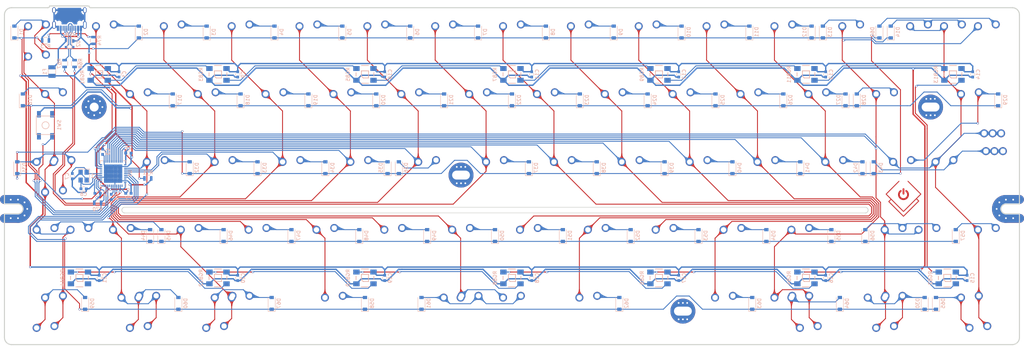
<source format=kicad_pcb>
(kicad_pcb (version 20171130) (host pcbnew "(5.1.10)-1")
  (layers (0 F.Cu signal) (31 B.Cu signal) (34 B.Paste user) (35 F.Paste user) (36 B.SilkS user) (37 F.SilkS user) (38 B.Mask user) (39 F.Mask user) (44 Edge.Cuts user))
  (net 0 "")
  (net 1 "Net-(D1-Pad2)")
  (net 2 "Net-(D2-Pad2)")
  (net 3 "Net-(D3-Pad2)")
  (net 4 "Net-(D4-Pad2)")
  (net 5 "Net-(D5-Pad2)")
  (net 6 "Net-(D6-Pad2)")
  (net 7 "Net-(D7-Pad2)")
  (net 8 "Net-(D8-Pad2)")
  (net 9 "Net-(D9-Pad2)")
  (net 10 "Net-(D10-Pad2)")
  (net 11 "Net-(D11-Pad2)")
  (net 12 "Net-(D12-Pad2)")
  (net 13 "Net-(D13-Pad2)")
  (net 14 "Net-(D14-Pad2)")
  (net 15 "Net-(D16-Pad2)")
  (net 16 "Net-(D17-Pad2)")
  (net 17 "Net-(D18-Pad2)")
  (net 18 "Net-(D19-Pad2)")
  (net 19 "Net-(D20-Pad2)")
  (net 20 "Net-(D21-Pad2)")
  (net 21 "Net-(D22-Pad2)")
  (net 22 "Net-(D23-Pad2)")
  (net 23 "Net-(D24-Pad2)")
  (net 24 "Net-(D25-Pad2)")
  (net 25 "Net-(D26-Pad2)")
  (net 26 "Net-(D27-Pad2)")
  (net 27 "Net-(D28-Pad2)")
  (net 28 "Net-(D29-Pad2)")
  (net 29 "Net-(D30-Pad2)")
  (net 30 "Net-(D31-Pad2)")
  (net 31 "Net-(D32-Pad2)")
  (net 32 "Net-(D33-Pad2)")
  (net 33 "Net-(D34-Pad2)")
  (net 34 "Net-(D35-Pad2)")
  (net 35 "Net-(D36-Pad2)")
  (net 36 "Net-(D37-Pad2)")
  (net 37 "Net-(D38-Pad2)")
  (net 38 "Net-(D39-Pad2)")
  (net 39 "Net-(D40-Pad2)")
  (net 40 "Net-(D41-Pad2)")
  (net 41 "Net-(D42-Pad2)")
  (net 42 "Net-(D43-Pad2)")
  (net 43 "Net-(D44-Pad2)")
  (net 44 "Net-(D45-Pad2)")
  (net 45 "Net-(D46-Pad2)")
  (net 46 "Net-(D47-Pad2)")
  (net 47 "Net-(D48-Pad2)")
  (net 48 "Net-(D49-Pad2)")
  (net 49 "Net-(D50-Pad2)")
  (net 50 "Net-(D51-Pad2)")
  (net 51 "Net-(D52-Pad2)")
  (net 52 "Net-(D53-Pad2)")
  (net 53 "Net-(D54-Pad2)")
  (net 54 "Net-(D55-Pad2)")
  (net 55 "Net-(D56-Pad2)")
  (net 56 "Net-(D57-Pad2)")
  (net 57 "Net-(D58-Pad2)")
  (net 58 "Net-(D59-Pad2)")
  (net 59 "Net-(D60-Pad2)")
  (net 60 "Net-(D61-Pad2)")
  (net 61 "Net-(D62-Pad2)")
  (net 62 "Net-(D63-Pad2)")
  (net 63 "Net-(D64-Pad2)")
  (net 64 "Net-(D65-Pad2)")
  (net 65 ROW0)
  (net 66 ROW1)
  (net 67 ROW2)
  (net 68 ROW3)
  (net 69 ROW4)
  (net 70 COL1)
  (net 71 +5V)
  (net 72 COL2)
  (net 73 COL3)
  (net 74 COL4)
  (net 75 COL5)
  (net 76 COL6)
  (net 77 COL7)
  (net 78 COL8)
  (net 79 COL9)
  (net 80 COL10)
  (net 81 COL11)
  (net 82 COL12)
  (net 83 COL13)
  (net 84 COL0)
  (net 85 GND)
  (net 86 "Net-(R68-Pad2)")
  (net 87 "Net-(R67-Pad2)")
  (net 88 VCC)
  (net 89 "Net-(C6-Pad1)")
  (net 90 "Net-(C7-Pad1)")
  (net 91 "Net-(C8-Pad1)")
  (net 92 D-)
  (net 93 D+)
  (net 94 "Net-(R70-Pad2)")
  (net 95 "Net-(R71-Pad2)")
  (net 96 "Net-(U1-Pad1)")
  (net 97 "Net-(U1-Pad8)")
  (net 98 "Net-(U1-Pad42)")
  (net 99 "Net-(D67-Pad2)")
  (net 100 "Net-(R73-Pad2)")
  (net 101 "Net-(R74-Pad2)")
  (net 102 "Net-(USB1-Pad9)")
  (net 103 "Net-(USB1-Pad3)")
  (net 104 "Net-(D68-Pad2)")
  (net 105 "Net-(U1-Pad18)")
  (net 106 "Net-(U1-Pad19)")
  (net 107 "Net-(RGB1-Pad2)")
  (net 108 RGBLED)
  (net 109 "Net-(RGB13-Pad2)")
  (net 110 "Net-(RGB2-Pad2)")
  (net 111 "Net-(RGB3-Pad2)")
  (net 112 "Net-(RGB4-Pad2)")
  (net 113 "Net-(RGB5-Pad2)")
  (net 114 "Net-(RGB6-Pad2)")
  (net 115 "Net-(RGB7-Pad2)")
  (net 116 "Net-(RGB10-Pad4)")
  (net 117 "Net-(RGB11-Pad4)")
  (net 118 "Net-(RGB10-Pad2)")
  (net 119 "Net-(RGB11-Pad2)")
  (net 120 "Net-(RGB12-Pad2)")
  (net 121 "Net-(RGB14-Pad2)")
  (net 122 "Net-(U1-Pad12)")
  (module MX_Only_v3:sanpjxlogo (layer F.Cu) (at 275.03553 76.20032)
    (fp_text reference G*** hide)
    (fp_text value LOGO hide)
    (fp_poly (pts (xy 0.048713 -2.960956) (xy 0.09062 -2.949497) (xy 0.10188 -2.944937) (xy 0.145014 -2.920317) (xy 0.183513 -2.887434) (xy 0.2154 -2.848461) (xy 0.238699 -2.805573) (xy 0.245377 -2.787145) (xy 0.247108 -2.781309) (xy 0.248656 -2.775201) (xy 0.25003 -2.768182) (xy 0.251241 -2.759614) (xy 0.252299 -2.748857) (xy 0.253213 -2.735273) (xy 0.253995 -2.718222) (xy 0.254654 -2.697066) (xy 0.255201 -2.671165) (xy 0.255645 -2.63988) (xy 0.255996 -2.602573) (xy 0.256265 -2.558605) (xy 0.256463 -2.507336) (xy 0.256598 -2.448127) (xy 0.256682 -2.38034) (xy 0.256723 -2.303336) (xy 0.256734 -2.216474) (xy 0.256723 -2.119118) (xy 0.256714 -2.07278) (xy 0.256643 -1.964031) (xy 0.256479 -1.863335) (xy 0.256224 -1.77102) (xy 0.255881 -1.687409) (xy 0.255453 -1.612828) (xy 0.254943 -1.547601) (xy 0.254352 -1.492054) (xy 0.253684 -1.44651) (xy 0.252942 -1.411296) (xy 0.252127 -1.386735) (xy 0.251244 -1.373154) (xy 0.250924 -1.371078) (xy 0.237252 -1.330297) (xy 0.215071 -1.292034) (xy 0.186967 -1.258005) (xy 0.15574 -1.227941) (xy 0.125268 -1.20628) (xy 0.092129 -1.190798) (xy 0.074593 -1.185004) (xy 0.041788 -1.178538) (xy 0.004008 -1.176153) (xy -0.034106 -1.177799) (xy -0.067908 -1.18343) (xy -0.078688 -1.186614) (xy -0.12584 -1.208747) (xy -0.167474 -1.239925) (xy -0.202314 -1.278599) (xy -0.229079 -1.323217) (xy -0.24649 -1.372228) (xy -0.250972 -1.395573) (xy -0.251861 -1.407668) (xy -0.252675 -1.430256) (xy -0.253414 -1.462423) (xy -0.254078 -1.503254) (xy -0.254667 -1.551835) (xy -0.255181 -1.607252) (xy -0.255621 -1.66859) (xy -0.255986 -1.734935) (xy -0.256277 -1.805372) (xy -0.256493 -1.878988) (xy -0.256635 -1.954868) (xy -0.256702 -2.032098) (xy -0.256695 -2.109763) (xy -0.256614 -2.186948) (xy -0.256459 -2.262741) (xy -0.25623 -2.336225) (xy -0.255926 -2.406488) (xy -0.255549 -2.472614) (xy -0.255097 -2.533689) (xy -0.254572 -2.588799) (xy -0.253973 -2.63703) (xy -0.2533 -2.677467) (xy -0.252554 -2.709196) (xy -0.251734 -2.731302) (xy -0.250877 -2.742629) (xy -0.237932 -2.794104) (xy -0.215219 -2.841069) (xy -0.183889 -2.882346) (xy -0.145095 -2.916753) (xy -0.099989 -2.943111) (xy -0.049721 -2.96024) (xy -0.035743 -2.963072) (xy 0.004926 -2.9657) (xy 0.048713 -2.960956)) (layer F.Cu) (width 0.01))
    (fp_poly (pts (xy 0.829658 -2.444898) (xy 0.877834 -2.427656) (xy 0.902924 -2.413386) (xy 0.934037 -2.391816) (xy 0.969634 -2.364199) (xy 1.008176 -2.331788) (xy 1.048124 -2.295834) (xy 1.087941 -2.257593) (xy 1.093329 -2.252215) (xy 1.163265 -2.178206) (xy 1.224599 -2.104513) (xy 1.279435 -2.028211) (xy 1.329873 -1.946373) (xy 1.378015 -1.856073) (xy 1.378432 -1.855238) (xy 1.43154 -1.736118) (xy 1.47401 -1.613394) (xy 1.505767 -1.487787) (xy 1.526735 -1.360021) (xy 1.53684 -1.230818) (xy 1.536006 -1.100902) (xy 1.524158 -0.970994) (xy 1.501222 -0.841818) (xy 1.488932 -0.790539) (xy 1.457633 -0.687179) (xy 1.416972 -0.582072) (xy 1.368194 -0.477696) (xy 1.312543 -0.376526) (xy 1.251263 -0.281041) (xy 1.195107 -0.205483) (xy 1.168196 -0.173683) (xy 1.134836 -0.137206) (xy 1.097487 -0.09851) (xy 1.05861 -0.060056) (xy 1.020665 -0.024304) (xy 0.986111 0.006285) (xy 0.970337 0.019306) (xy 0.877567 0.087486) (xy 0.777647 0.14997) (xy 0.672616 0.205787) (xy 0.564513 0.253967) (xy 0.455376 0.293541) (xy 0.347244 0.323538) (xy 0.316786 0.330221) (xy 0.239015 0.343845) (xy 0.15639 0.354007) (xy 0.072449 0.36046) (xy -0.009275 0.362961) (xy -0.085244 0.361264) (xy -0.108923 0.359704) (xy -0.229204 0.345638) (xy -0.346674 0.322281) (xy -0.460995 0.290175) (xy -0.585613 0.244511) (xy -0.704339 0.189302) (xy -0.816795 0.124998) (xy -0.922603 0.052049) (xy -1.021383 -0.029092) (xy -1.112757 -0.117975) (xy -1.196346 -0.214151) (xy -1.271773 -0.317167) (xy -1.338657 -0.426573) (xy -1.396622 -0.541918) (xy -1.445288 -0.662752) (xy -1.484276 -0.788624) (xy -1.513209 -0.919083) (xy -1.52199 -0.973191) (xy -1.526585 -1.014622) (xy -1.529834 -1.064535) (xy -1.531736 -1.120074) (xy -1.53229 -1.178385) (xy -1.531495 -1.236612) (xy -1.529352 -1.291901) (xy -1.525858 -1.341396) (xy -1.522084 -1.374954) (xy -1.498175 -1.506671) (xy -1.463645 -1.634811) (xy -1.418727 -1.758817) (xy -1.363656 -1.87813) (xy -1.298664 -1.992193) (xy -1.223987 -2.100449) (xy -1.210825 -2.117618) (xy -1.179244 -2.156045) (xy -1.14299 -2.196489) (xy -1.103514 -2.237614) (xy -1.062265 -2.278085) (xy -1.020694 -2.316566) (xy -0.980251 -2.351721) (xy -0.942385 -2.382215) (xy -0.908546 -2.406712) (xy -0.880185 -2.423877) (xy -0.876158 -2.425899) (xy -0.826508 -2.443864) (xy -0.775006 -2.451247) (xy -0.723396 -2.448223) (xy -0.67342 -2.434965) (xy -0.62682 -2.411644) (xy -0.609348 -2.399409) (xy -0.584819 -2.376243) (xy -0.56072 -2.345907) (xy -0.539841 -2.312396) (xy -0.524974 -2.279709) (xy -0.524191 -2.277438) (xy -0.513904 -2.229968) (xy -0.513058 -2.17961) (xy -0.521259 -2.12927) (xy -0.538116 -2.081859) (xy -0.5546 -2.052354) (xy -0.567613 -2.036054) (xy -0.586522 -2.016433) (xy -0.60798 -1.996877) (xy -0.616096 -1.990174) (xy -0.648585 -1.962562) (xy -0.68455 -1.929234) (xy -0.72181 -1.892445) (xy -0.758188 -1.854451) (xy -0.791506 -1.817508) (xy -0.819585 -1.78387) (xy -0.834792 -1.76373) (xy -0.882933 -1.688087) (xy -0.925787 -1.604891) (xy -0.961999 -1.517307) (xy -0.990215 -1.428497) (xy -1.004536 -1.367033) (xy -1.012232 -1.317039) (xy -1.017605 -1.259759) (xy -1.020506 -1.199112) (xy -1.020784 -1.139019) (xy -1.018289 -1.083399) (xy -1.016237 -1.061013) (xy -0.999074 -0.956233) (xy -0.971052 -0.854266) (xy -0.932534 -0.755844) (xy -0.883886 -0.661702) (xy -0.825472 -0.572575) (xy -0.757657 -0.489195) (xy -0.705025 -0.43487) (xy -0.62685 -0.367421) (xy -0.54106 -0.307603) (xy -0.449154 -0.256173) (xy -0.352632 -0.21389) (xy -0.252994 -0.181513) (xy -0.165529 -0.162094) (xy -0.131132 -0.157574) (xy -0.088775 -0.154273) (xy -0.041449 -0.15222) (xy 0.007852 -0.151446) (xy 0.056136 -0.15198) (xy 0.100411 -0.153851) (xy 0.137684 -0.157088) (xy 0.151258 -0.15898) (xy 0.258108 -0.181893) (xy 0.360774 -0.21499) (xy 0.458598 -0.257837) (xy 0.550922 -0.309997) (xy 0.637087 -0.371035) (xy 0.716435 -0.440517) (xy 0.788308 -0.518006) (xy 0.852046 -0.603068) (xy 0.873469 -0.636427) (xy 0.893172 -0.670862) (xy 0.914469 -0.712077) (xy 0.935549 -0.756238) (xy 0.954599 -0.79951) (xy 0.969809 -0.838057) (xy 0.973086 -0.847342) (xy 1.001528 -0.948101) (xy 1.01916 -1.051135) (xy 1.02609 -1.155389) (xy 1.022424 -1.259803) (xy 1.008271 -1.363322) (xy 0.983739 -1.464886) (xy 0.948934 -1.56344) (xy 0.903966 -1.657924) (xy 0.887566 -1.686925) (xy 0.841674 -1.758785) (xy 0.791924 -1.824159) (xy 0.736129 -1.885591) (xy 0.672101 -1.945626) (xy 0.646058 -1.967852) (xy 0.621092 -1.989397) (xy 0.597637 -2.01093) (xy 0.577963 -2.030278) (xy 0.564341 -2.045269) (xy 0.562012 -2.048265) (xy 0.539316 -2.087818) (xy 0.523794 -2.133192) (xy 0.516104 -2.181025) (xy 0.516905 -2.227952) (xy 0.52167 -2.254016) (xy 0.539961 -2.304624) (xy 0.56653 -2.34881) (xy 0.600123 -2.385965) (xy 0.63949 -2.415477) (xy 0.683379 -2.436736) (xy 0.730538 -2.449133) (xy 0.779715 -2.452057) (xy 0.829658 -2.444898)) (layer F.Cu) (width 0.01))
    (fp_poly (pts (xy -1.23727 -5.032098) (xy -1.204677 -5.020972) (xy -1.176609 -5.001216) (xy -1.162681 -4.98507) (xy -1.149409 -4.95773) (xy -1.142817 -4.925357) (xy -1.143574 -4.89262) (xy -1.14717 -4.876765) (xy -1.148837 -4.873847) (xy -1.152789 -4.868711) (xy -1.15923 -4.861151) (xy -1.168363 -4.850962) (xy -1.180393 -4.837938) (xy -1.195523 -4.821873) (xy -1.213957 -4.802562) (xy -1.235899 -4.779798) (xy -1.261553 -4.753376) (xy -1.291123 -4.723091) (xy -1.324813 -4.688736) (xy -1.362827 -4.650105) (xy -1.405369 -4.606994) (xy -1.452643 -4.559195) (xy -1.504852 -4.506505) (xy -1.562201 -4.448716) (xy -1.624893 -4.385623) (xy -1.693133 -4.31702) (xy -1.767124 -4.242702) (xy -1.84707 -4.162462) (xy -1.933176 -4.076096) (xy -2.025645 -3.983397) (xy -2.124681 -3.884159) (xy -2.230488 -3.778177) (xy -2.34327 -3.665246) (xy -2.463231 -3.545158) (xy -2.590575 -3.41771) (xy -2.725506 -3.282694) (xy -2.868227 -3.139905) (xy -2.930153 -3.077955) (xy -4.706113 -1.301372) (xy 0.002857 3.407598) (xy 2.357347 1.053103) (xy 4.711836 -1.301392) (xy 2.938663 -3.075111) (xy 2.819349 -3.194484) (xy 2.702048 -3.311884) (xy 2.58702 -3.427052) (xy 2.474525 -3.539726) (xy 2.364823 -3.649643) (xy 2.258173 -3.756544) (xy 2.154835 -3.860167) (xy 2.055069 -3.96025) (xy 1.959136 -4.056533) (xy 1.867294 -4.148754) (xy 1.779804 -4.236651) (xy 1.696925 -4.319964) (xy 1.618917 -4.39843) (xy 1.54604 -4.47179) (xy 1.478555 -4.539781) (xy 1.41672 -4.602143) (xy 1.360795 -4.658613) (xy 1.31104 -4.708931) (xy 1.267716 -4.752835) (xy 1.231082 -4.790065) (xy 1.201397 -4.820358) (xy 1.178922 -4.843454) (xy 1.163917 -4.859091) (xy 1.15664 -4.867008) (xy 1.155977 -4.867887) (xy 1.147304 -4.897092) (xy 1.147257 -4.929513) (xy 1.155171 -4.961733) (xy 1.17038 -4.990333) (xy 1.182477 -5.004098) (xy 1.209595 -5.022074) (xy 1.241904 -5.032043) (xy 1.276011 -5.033521) (xy 1.30852 -5.026024) (xy 1.315287 -5.023041) (xy 1.320727 -5.018665) (xy 1.332836 -5.007566) (xy 1.351676 -4.989679) (xy 1.377312 -4.964942) (xy 1.409809 -4.93329) (xy 1.449231 -4.894659) (xy 1.49564 -4.848987) (xy 1.549103 -4.796209) (xy 1.609682 -4.736261) (xy 1.677442 -4.669081) (xy 1.752447 -4.594604) (xy 1.834761 -4.512766) (xy 1.924448 -4.423503) (xy 2.021572 -4.326753) (xy 2.126198 -4.222452) (xy 2.238389 -4.110535) (xy 2.358209 -3.990938) (xy 2.485723 -3.863599) (xy 2.620995 -3.728454) (xy 2.764088 -3.585439) (xy 2.915068 -3.434489) (xy 3.073997 -3.275542) (xy 3.162974 -3.186536) (xy 4.987454 -1.361325) (xy 4.994341 -1.331359) (xy 4.998226 -1.306672) (xy 4.996831 -1.283928) (xy 4.994314 -1.271427) (xy 4.993284 -1.267275) (xy 4.991902 -1.263066) (xy 4.98978 -1.258397) (xy 4.986533 -1.252866) (xy 4.981773 -1.246074) (xy 4.975115 -1.237617) (xy 4.966172 -1.227094) (xy 4.954558 -1.214105) (xy 4.939886 -1.198246) (xy 4.921771 -1.179118) (xy 4.899824 -1.156318) (xy 4.873661 -1.129444) (xy 4.842895 -1.098096) (xy 4.807139 -1.061871) (xy 4.766007 -1.020369) (xy 4.719113 -0.973188) (xy 4.66607 -0.919925) (xy 4.606491 -0.860181) (xy 4.539991 -0.793552) (xy 4.466183 -0.719638) (xy 4.387377 -0.640737) (xy 3.787353 -0.040013) (xy 4.093303 0.266814) (xy 4.150371 0.324067) (xy 4.199908 0.373837) (xy 4.242459 0.416707) (xy 4.27857 0.453259) (xy 4.308788 0.484079) (xy 4.333657 0.50975) (xy 4.353724 0.530855) (xy 4.369534 0.547978) (xy 4.381632 0.561703) (xy 4.390565 0.572613) (xy 4.396878 0.581293) (xy 4.401117 0.588324) (xy 4.403827 0.594292) (xy 4.405555 0.59978) (xy 4.4059 0.601155) (xy 4.409542 0.635559) (xy 4.404414 0.668436) (xy 4.398228 0.683894) (xy 4.393816 0.688702) (xy 4.381566 0.701345) (xy 4.36171 0.721587) (xy 4.334485 0.749195) (xy 4.300124 0.783931) (xy 4.258863 0.82556) (xy 4.210936 0.873848) (xy 4.156577 0.928559) (xy 4.096021 0.989458) (xy 4.029504 1.056308) (xy 3.957258 1.128875) (xy 3.87952 1.206924) (xy 3.796523 1.290218) (xy 3.708502 1.378523) (xy 3.615693 1.471603) (xy 3.518329 1.569223) (xy 3.416645 1.671148) (xy 3.310875 1.777141) (xy 3.201255 1.886968) (xy 3.088019 2.000394) (xy 2.971402 2.117182) (xy 2.851637 2.237098) (xy 2.728961 2.359906) (xy 2.603607 2.485371) (xy 2.47581 2.613257) (xy 2.345804 2.74333) (xy 2.231418 2.857755) (xy 2.056204 3.032999) (xy 1.88896 3.200236) (xy 1.729602 3.35955) (xy 1.578048 3.511023) (xy 1.434213 3.654739) (xy 1.298013 3.790782) (xy 1.169365 3.919234) (xy 1.048185 4.04018) (xy 0.934389 4.153701) (xy 0.827894 4.259882) (xy 0.728616 4.358806) (xy 0.636471 4.450557) (xy 0.551374 4.535216) (xy 0.473244 4.612868) (xy 0.401995 4.683597) (xy 0.337545 4.747484) (xy 0.279809 4.804615) (xy 0.228703 4.855071) (xy 0.184144 4.898936) (xy 0.146049 4.936294) (xy 0.114333 4.967227) (xy 0.088912 4.99182) (xy 0.069704 5.010155) (xy 0.056624 5.022315) (xy 0.049588 5.028385) (xy 0.048516 5.029096) (xy 0.01671 5.038026) (xy -0.018761 5.037585) (xy -0.039956 5.032942) (xy -0.043022 5.030961) (xy -0.04917 5.025847) (xy -0.058573 5.017427) (xy -0.071403 5.00553) (xy -0.087834 4.989985) (xy -0.108038 4.970619) (xy -0.132188 4.947261) (xy -0.160456 4.919739) (xy -0.193017 4.887882) (xy -0.230042 4.851518) (xy -0.271705 4.810475) (xy -0.318178 4.764582) (xy -0.369635 4.713668) (xy -0.426247 4.65756) (xy -0.488188 4.596087) (xy -0.555631 4.529077) (xy -0.628749 4.456359) (xy -0.707714 4.37776) (xy -0.792699 4.293111) (xy -0.883878 4.202238) (xy -0.981422 4.10497) (xy -1.085505 4.001136) (xy -1.1963 3.890563) (xy -1.31398 3.773081) (xy -1.438717 3.648518) (xy -1.570684 3.516701) (xy -1.710054 3.37746) (xy -1.857 3.230623) (xy -2.011695 3.076018) (xy -2.144754 2.943019) (xy -2.277802 2.810005) (xy -2.408463 2.679341) (xy -2.53651 2.551253) (xy -2.661715 2.425969) (xy -2.783854 2.303718) (xy -2.902697 2.184727) (xy -3.01802 2.069224) (xy -3.129594 1.957436) (xy -3.237194 1.849592) (xy -3.340592 1.74592) (xy -3.439561 1.646646) (xy -3.533875 1.551999) (xy -3.623306 1.462207) (xy -3.707629 1.377498) (xy -3.786615 1.298098) (xy -3.860039 1.224237) (xy -3.927674 1.156142) (xy -3.989292 1.094041) (xy -4.044667 1.038161) (xy -4.093572 0.988731) (xy -4.13578 0.945977) (xy -4.171065 0.910129) (xy -4.199199 0.881413) (xy -4.219956 0.860058) (xy -4.233109 0.846291) (xy -4.238431 0.840341) (xy -4.23852 0.840192) (xy -4.249705 0.805418) (xy -4.249768 0.787691) (xy -3.964102 0.787691) (xy -1.983478 2.768413) (xy -1.857419 2.894463) (xy -1.733374 3.018468) (xy -1.611586 3.140185) (xy -1.492302 3.25937) (xy -1.375766 3.375779) (xy -1.262222 3.489169) (xy -1.151916 3.599294) (xy -1.045092 3.705913) (xy -0.941995 3.80878) (xy -0.84287 3.907652) (xy -0.747962 4.002285) (xy -0.657515 4.092436) (xy -0.571773 4.177859) (xy -0.490983 4.258313) (xy -0.415389 4.333552) (xy -0.345235 4.403333) (xy -0.280766 4.467412) (xy -0.222228 4.525546) (xy -0.169864 4.577489) (xy -0.12392 4.623) (xy -0.08464 4.661833) (xy -0.052269 4.693745) (xy -0.027053 4.718492) (xy -0.009235 4.73583) (xy 0.000939 4.745515) (xy 0.003402 4.747613) (xy 0.007788 4.743517) (xy 0.019999 4.731582) (xy 0.039794 4.712047) (xy 0.066933 4.685152) (xy 0.101177 4.651136) (xy 0.142285 4.61024) (xy 0.190017 4.562704) (xy 0.244134 4.508768) (xy 0.304394 4.44867) (xy 0.370558 4.382652) (xy 0.442386 4.310952) (xy 0.519637 4.233812) (xy 0.602073 4.15147) (xy 0.689451 4.064167) (xy 0.781533 3.972142) (xy 0.878079 3.875636) (xy 0.978848 3.774887) (xy 1.083599 3.670137) (xy 1.192094 3.561625) (xy 1.304092 3.44959) (xy 1.419353 3.334273) (xy 1.537637 3.215913) (xy 1.658703 3.09475) (xy 1.782312 2.971025) (xy 1.908223 2.844977) (xy 2.036197 2.716845) (xy 2.064996 2.688008) (xy 4.120334 0.629927) (xy 3.869549 0.379191) (xy 3.618765 0.128455) (xy 1.845056 1.901967) (xy 1.689208 2.05778) (xy 1.541292 2.205623) (xy 1.401189 2.345615) (xy 1.268778 2.477876) (xy 1.143938 2.602527) (xy 1.026549 2.719687) (xy 0.916489 2.829477) (xy 0.813638 2.932015) (xy 0.717876 3.027421) (xy 0.629081 3.115817) (xy 0.547133 3.197321) (xy 0.471911 3.272053) (xy 0.403295 3.340134) (xy 0.341163 3.401683) (xy 0.285395 3.45682) (xy 0.23587 3.505664) (xy 0.192468 3.548337) (xy 0.155068 3.584957) (xy 0.123549 3.615644) (xy 0.09779 3.640519) (xy 0.07767 3.659701) (xy 0.06307 3.673311) (xy 0.053868 3.681467) (xy 0.050127 3.684234) (xy 0.025811 3.690576) (xy -0.002809 3.692753) (xy -0.0301 3.690597) (xy -0.043865 3.687018) (xy -0.049055 3.682571) (xy -0.06208 3.670273) (xy -0.082712 3.650349) (xy -0.110721 3.623029) (xy -0.145877 3.58854) (xy -0.187953 3.54711) (xy -0.236719 3.498966) (xy -0.291945 3.444336) (xy -0.353403 3.383447) (xy -0.420863 3.316528) (xy -0.494097 3.243807) (xy -0.572875 3.16551) (xy -0.656969 3.081865) (xy -0.746148 2.993101) (xy -0.840185 2.899445) (xy -0.93885 2.801125) (xy -1.041914 2.698367) (xy -1.149148 2.591401) (xy -1.260322 2.480454) (xy -1.375208 2.365753) (xy -1.493577 2.247527) (xy -1.615199 2.126002) (xy -1.739845 2.001407) (xy -1.759452 1.981804) (xy -3.458972 0.282561) (xy -3.964102 0.787691) (xy -4.249768 0.787691) (xy -4.24983 0.770385) (xy -4.246577 0.754877) (xy -4.244784 0.749372) (xy -4.241951 0.743314) (xy -4.237531 0.73612) (xy -4.23098 0.72721) (xy -4.221753 0.716003) (xy -4.209305 0.701916) (xy -4.193091 0.68437) (xy -4.172565 0.662783) (xy -4.147183 0.636573) (xy -4.1164 0.605159) (xy -4.07967 0.567961) (xy -4.036448 0.524396) (xy -3.98619 0.473884) (xy -3.933392 0.420899) (xy -3.62748 0.114045) (xy -4.302174 -0.560854) (xy -4.398032 -0.656794) (xy -4.485942 -0.744893) (xy -4.56608 -0.825329) (xy -4.638621 -0.89828) (xy -4.703739 -0.963926) (xy -4.761612 -1.022444) (xy -4.812413 -1.074014) (xy -4.856319 -1.118815) (xy -4.893506 -1.157024) (xy -4.924147 -1.188821) (xy -4.94842 -1.214385) (xy -4.966498 -1.233894) (xy -4.978559 -1.247526) (xy -4.984777 -1.255461) (xy -4.985625 -1.256974) (xy -4.993373 -1.289633) (xy -4.991683 -1.323946) (xy -4.983416 -1.34991) (xy -4.978534 -1.355777) (xy -4.965877 -1.369377) (xy -4.945757 -1.390397) (xy -4.918484 -1.418527) (xy -4.884372 -1.453455) (xy -4.84373 -1.494869) (xy -4.796871 -1.542458) (xy -4.744107 -1.595911) (xy -4.685749 -1.654916) (xy -4.622108 -1.719162) (xy -4.553497 -1.788338) (xy -4.480226 -1.862131) (xy -4.402607 -1.940231) (xy -4.320953 -2.022326) (xy -4.235573 -2.108105) (xy -4.146781 -2.197257) (xy -4.054888 -2.289469) (xy -3.960204 -2.384431) (xy -3.863042 -2.48183) (xy -3.763714 -2.581357) (xy -3.662531 -2.682698) (xy -3.559804 -2.785544) (xy -3.455845 -2.889582) (xy -3.350965 -2.994501) (xy -3.245477 -3.099989) (xy -3.139692 -3.205736) (xy -3.033921 -3.31143) (xy -2.928476 -3.416758) (xy -2.823669 -3.521411) (xy -2.71981 -3.625076) (xy -2.617213 -3.727442) (xy -2.516187 -3.828198) (xy -2.417045 -3.927033) (xy -2.320099 -4.023634) (xy -2.22566 -4.11769) (xy -2.134039 -4.208891) (xy -2.045549 -4.296924) (xy -1.9605 -4.381478) (xy -1.879204 -4.462242) (xy -1.801973 -4.538904) (xy -1.729119 -4.611153) (xy -1.660953 -4.678678) (xy -1.597786 -4.741167) (xy -1.53993 -4.798308) (xy -1.487698 -4.849791) (xy -1.441399 -4.895303) (xy -1.401346 -4.934534) (xy -1.367851 -4.967172) (xy -1.341225 -4.992906) (xy -1.32178 -5.011424) (xy -1.309826 -5.022414) (xy -1.305858 -5.025581) (xy -1.271845 -5.033874) (xy -1.23727 -5.032098)) (layer F.Cu) (width 0.01))
  )
  (module MX_Only_v3:sanpjxlogo (layer F.Cu) (at 275.03553 76.20032)
    (fp_text reference G*** hide)
    (fp_text value LOGO hide)
  )
  (module MX_Alps_Hybrid:ALPS-1U (layer F.Cu) (at 296.06875 60.325 270)
    (fp_text reference K_ENTER2)
    (fp_text value MX-1U)
    (pad 2 thru_hole circle (at 2.5 -4.5 270) (size 2.25 2.25) (drill 1.47) (layers *.Cu B.Mask) (net 42 "Net-(D43-Pad2)"))
    (pad 1 thru_hole circle (at -2.5 -4 270) (size 2.25 2.25) (drill 1.47) (layers *.Cu B.Mask) (net 83 COL13))
  )
  (module MX_Alps_Hybrid:ALPS-1.5U (layer F.Cu) (at 36.5125 69.85 180)
    (fp_text reference K_CAPS3)
    (fp_text value MX-1.5U)
    (pad 2 thru_hole circle (at 2.5 -4.5 180) (size 2.25 2.25) (drill 1.47) (layers *.Cu B.Mask) (net 84 COL0))
    (pad 1 thru_hole circle (at -2.5 -4 180) (size 2.25 2.25) (drill 1.47) (layers *.Cu B.Mask) (net 30 "Net-(D31-Pad2)"))
  )
  (module MX_Alps_Hybrid:ALPS-1U (layer F.Cu) (at 65.0875 69.85)
    (fp_text reference K_A1)
    (fp_text value MX-1U)
    (pad 2 thru_hole circle (at 2.5 -4.5) (size 2.25 2.25) (drill 1.47) (layers *.Cu B.Mask) (net 31 "Net-(D32-Pad2)"))
    (pad 1 thru_hole circle (at -2.5 -4) (size 2.25 2.25) (drill 1.47) (layers *.Cu B.Mask) (net 70 COL1))
  )
  (module Capacitors_SMD:C_0603 (layer B.Cu) (at 52.578 75.692 270)
    (fp_text reference C6 (at 0 -1.524 270) (layer B.SilkS) (effects (justify mirror)))
    (fp_text value 1uF)
    (pad 1 smd rect (at -0.75 0 270) (size 0.8 0.75) (layers B.Cu B.Paste B.Mask) (net 89 "Net-(C6-Pad1)"))
    (pad 2 smd rect (at 0.75 0 270) (size 0.8 0.75) (layers B.Cu B.Paste B.Mask) (net 85 GND))
  )
  (module Diodes_SMD:D_SOD-123 (layer B.Cu) (at 25.4 29.36875 90)
    (fp_text reference D1 (at 0 2 90) (layer B.SilkS) (effects (justify mirror)))
    (fp_text value SOD-123)
    (pad 1 smd rect (at -1.65 0 90) (size 0.9 1.2) (layers B.Cu B.Paste B.Mask) (net 65 ROW0))
    (pad 2 smd rect (at 1.65 0 90) (size 0.9 1.2) (layers B.Cu B.Paste B.Mask) (net 1 "Net-(D1-Pad2)"))
  )
  (module Diodes_SMD:D_SOD-123 (layer B.Cu) (at 60.325 29.36875 90)
    (fp_text reference D2 (at 0 2 90) (layer B.SilkS) (effects (justify mirror)))
    (fp_text value SOD-123)
    (pad 1 smd rect (at -1.65 0 90) (size 0.9 1.2) (layers B.Cu B.Paste B.Mask) (net 65 ROW0))
    (pad 2 smd rect (at 1.65 0 90) (size 0.9 1.2) (layers B.Cu B.Paste B.Mask) (net 2 "Net-(D2-Pad2)"))
  )
  (module Diodes_SMD:D_SOD-123 (layer B.Cu) (at 79.375 29.36875 90)
    (fp_text reference D3 (at 0 2 90) (layer B.SilkS) (effects (justify mirror)))
    (fp_text value SOD-123)
    (pad 2 smd rect (at 1.65 0 90) (size 0.9 1.2) (layers B.Cu B.Paste B.Mask) (net 3 "Net-(D3-Pad2)"))
    (pad 1 smd rect (at -1.65 0 90) (size 0.9 1.2) (layers B.Cu B.Paste B.Mask) (net 65 ROW0))
  )
  (module Diodes_SMD:D_SOD-123 (layer B.Cu) (at 98.425 29.36875 90)
    (fp_text reference D4 (at 0 2 90) (layer B.SilkS) (effects (justify mirror)))
    (fp_text value SOD-123)
    (pad 1 smd rect (at -1.65 0 90) (size 0.9 1.2) (layers B.Cu B.Paste B.Mask) (net 65 ROW0))
    (pad 2 smd rect (at 1.65 0 90) (size 0.9 1.2) (layers B.Cu B.Paste B.Mask) (net 4 "Net-(D4-Pad2)"))
  )
  (module Diodes_SMD:D_SOD-123 (layer B.Cu) (at 117.475 29.36875 90)
    (fp_text reference D5 (at 0 2 90) (layer B.SilkS) (effects (justify mirror)))
    (fp_text value SOD-123)
    (pad 2 smd rect (at 1.65 0 90) (size 0.9 1.2) (layers B.Cu B.Paste B.Mask) (net 5 "Net-(D5-Pad2)"))
    (pad 1 smd rect (at -1.65 0 90) (size 0.9 1.2) (layers B.Cu B.Paste B.Mask) (net 65 ROW0))
  )
  (module Diodes_SMD:D_SOD-123 (layer B.Cu) (at 136.525 29.36875 90)
    (fp_text reference D6 (at 0 2 90) (layer B.SilkS) (effects (justify mirror)))
    (fp_text value SOD-123)
    (pad 1 smd rect (at -1.65 0 90) (size 0.9 1.2) (layers B.Cu B.Paste B.Mask) (net 65 ROW0))
    (pad 2 smd rect (at 1.65 0 90) (size 0.9 1.2) (layers B.Cu B.Paste B.Mask) (net 6 "Net-(D6-Pad2)"))
  )
  (module Diodes_SMD:D_SOD-123 (layer B.Cu) (at 155.575 29.36875 90)
    (fp_text reference D7 (at 0 2 90) (layer B.SilkS) (effects (justify mirror)))
    (fp_text value SOD-123)
    (pad 2 smd rect (at 1.65 0 90) (size 0.9 1.2) (layers B.Cu B.Paste B.Mask) (net 7 "Net-(D7-Pad2)"))
    (pad 1 smd rect (at -1.65 0 90) (size 0.9 1.2) (layers B.Cu B.Paste B.Mask) (net 65 ROW0))
  )
  (module Diodes_SMD:D_SOD-123 (layer B.Cu) (at 174.625 29.36875 90)
    (fp_text reference D8 (at 0 2 90) (layer B.SilkS) (effects (justify mirror)))
    (fp_text value SOD-123)
    (pad 1 smd rect (at -1.65 0 90) (size 0.9 1.2) (layers B.Cu B.Paste B.Mask) (net 65 ROW0))
    (pad 2 smd rect (at 1.65 0 90) (size 0.9 1.2) (layers B.Cu B.Paste B.Mask) (net 8 "Net-(D8-Pad2)"))
  )
  (module Diodes_SMD:D_SOD-123 (layer B.Cu) (at 193.675 29.36875 90)
    (fp_text reference D9 (at 0 2 90) (layer B.SilkS) (effects (justify mirror)))
    (fp_text value SOD-123)
    (pad 1 smd rect (at -1.65 0 90) (size 0.9 1.2) (layers B.Cu B.Paste B.Mask) (net 65 ROW0))
    (pad 2 smd rect (at 1.65 0 90) (size 0.9 1.2) (layers B.Cu B.Paste B.Mask) (net 9 "Net-(D9-Pad2)"))
  )
  (module Diodes_SMD:D_SOD-123 (layer B.Cu) (at 212.725 29.36875 90)
    (fp_text reference D10 (at 0 2 90) (layer B.SilkS) (effects (justify mirror)))
    (fp_text value SOD-123)
    (pad 1 smd rect (at -1.65 0 90) (size 0.9 1.2) (layers B.Cu B.Paste B.Mask) (net 65 ROW0))
    (pad 2 smd rect (at 1.65 0 90) (size 0.9 1.2) (layers B.Cu B.Paste B.Mask) (net 10 "Net-(D10-Pad2)"))
  )
  (module Diodes_SMD:D_SOD-123 (layer B.Cu) (at 231.775 29.36875 90)
    (fp_text reference D11 (at 0 2 90) (layer B.SilkS) (effects (justify mirror)))
    (fp_text value SOD-123)
    (pad 2 smd rect (at 1.65 0 90) (size 0.9 1.2) (layers B.Cu B.Paste B.Mask) (net 11 "Net-(D11-Pad2)"))
    (pad 1 smd rect (at -1.65 0 90) (size 0.9 1.2) (layers B.Cu B.Paste B.Mask) (net 65 ROW0))
  )
  (module Diodes_SMD:D_SOD-123 (layer B.Cu) (at 249.2375 29.36875 90)
    (fp_text reference D12 (at 0 -1.9685 90) (layer B.SilkS) (effects (justify mirror)))
    (fp_text value SOD-123)
    (pad 1 smd rect (at -1.65 0 90) (size 0.9 1.2) (layers B.Cu B.Paste B.Mask) (net 65 ROW0))
    (pad 2 smd rect (at 1.65 0 90) (size 0.9 1.2) (layers B.Cu B.Paste B.Mask) (net 12 "Net-(D12-Pad2)"))
  )
  (module Diodes_SMD:D_SOD-123 (layer B.Cu) (at 252.4125 29.36875 90)
    (fp_text reference D13 (at 0 2 90) (layer B.SilkS) (effects (justify mirror)))
    (fp_text value SOD-123)
    (pad 1 smd rect (at -1.65 0 90) (size 0.9 1.2) (layers B.Cu B.Paste B.Mask) (net 65 ROW0))
    (pad 2 smd rect (at 1.65 0 90) (size 0.9 1.2) (layers B.Cu B.Paste B.Mask) (net 13 "Net-(D13-Pad2)"))
  )
  (module Diodes_SMD:D_SOD-123 (layer B.Cu) (at 271.4625 29.36875 90)
    (fp_text reference D14 (at 0 2 90) (layer B.SilkS) (effects (justify mirror)))
    (fp_text value SOD-123)
    (pad 2 smd rect (at 1.65 0 90) (size 0.9 1.2) (layers B.Cu B.Paste B.Mask) (net 14 "Net-(D14-Pad2)"))
    (pad 1 smd rect (at -1.65 0 90) (size 0.9 1.2) (layers B.Cu B.Paste B.Mask) (net 65 ROW0))
  )
  (module Diodes_SMD:D_SOD-123 (layer B.Cu) (at 27.78125 48.41875 90)
    (fp_text reference D16 (at 0 2 90) (layer B.SilkS) (effects (justify mirror)))
    (fp_text value SOD-123)
    (pad 1 smd rect (at -1.65 0 90) (size 0.9 1.2) (layers B.Cu B.Paste B.Mask) (net 66 ROW1))
    (pad 2 smd rect (at 1.65 0 90) (size 0.9 1.2) (layers B.Cu B.Paste B.Mask) (net 15 "Net-(D16-Pad2)"))
  )
  (module Diodes_SMD:D_SOD-123 (layer B.Cu) (at 69.85 48.41875 90)
    (fp_text reference D17 (at 0 2 90) (layer B.SilkS) (effects (justify mirror)))
    (fp_text value SOD-123)
    (pad 1 smd rect (at -1.65 0 90) (size 0.9 1.2) (layers B.Cu B.Paste B.Mask) (net 66 ROW1))
    (pad 2 smd rect (at 1.65 0 90) (size 0.9 1.2) (layers B.Cu B.Paste B.Mask) (net 16 "Net-(D17-Pad2)"))
  )
  (module Diodes_SMD:D_SOD-123 (layer B.Cu) (at 88.9 48.41875 90)
    (fp_text reference D18 (at 0 2 90) (layer B.SilkS) (effects (justify mirror)))
    (fp_text value SOD-123)
    (pad 1 smd rect (at -1.65 0 90) (size 0.9 1.2) (layers B.Cu B.Paste B.Mask) (net 66 ROW1))
    (pad 2 smd rect (at 1.65 0 90) (size 0.9 1.2) (layers B.Cu B.Paste B.Mask) (net 17 "Net-(D18-Pad2)"))
  )
  (module Diodes_SMD:D_SOD-123 (layer B.Cu) (at 107.95 48.41875 90)
    (fp_text reference D19 (at 0 2 90) (layer B.SilkS) (effects (justify mirror)))
    (fp_text value SOD-123)
    (pad 2 smd rect (at 1.65 0 90) (size 0.9 1.2) (layers B.Cu B.Paste B.Mask) (net 18 "Net-(D19-Pad2)"))
    (pad 1 smd rect (at -1.65 0 90) (size 0.9 1.2) (layers B.Cu B.Paste B.Mask) (net 66 ROW1))
  )
  (module Diodes_SMD:D_SOD-123 (layer B.Cu) (at 127 48.41875 90)
    (fp_text reference D20 (at 0 2 90) (layer B.SilkS) (effects (justify mirror)))
    (fp_text value SOD-123)
    (pad 2 smd rect (at 1.65 0 90) (size 0.9 1.2) (layers B.Cu B.Paste B.Mask) (net 19 "Net-(D20-Pad2)"))
    (pad 1 smd rect (at -1.65 0 90) (size 0.9 1.2) (layers B.Cu B.Paste B.Mask) (net 66 ROW1))
  )
  (module Diodes_SMD:D_SOD-123 (layer B.Cu) (at 146.05 48.41875 90)
    (fp_text reference D21 (at 0 2 90) (layer B.SilkS) (effects (justify mirror)))
    (fp_text value SOD-123)
    (pad 1 smd rect (at -1.65 0 90) (size 0.9 1.2) (layers B.Cu B.Paste B.Mask) (net 66 ROW1))
    (pad 2 smd rect (at 1.65 0 90) (size 0.9 1.2) (layers B.Cu B.Paste B.Mask) (net 20 "Net-(D21-Pad2)"))
  )
  (module Diodes_SMD:D_SOD-123 (layer B.Cu) (at 165.1 48.41875 90)
    (fp_text reference D22 (at 0 2 90) (layer B.SilkS) (effects (justify mirror)))
    (fp_text value SOD-123)
    (pad 2 smd rect (at 1.65 0 90) (size 0.9 1.2) (layers B.Cu B.Paste B.Mask) (net 21 "Net-(D22-Pad2)"))
    (pad 1 smd rect (at -1.65 0 90) (size 0.9 1.2) (layers B.Cu B.Paste B.Mask) (net 66 ROW1))
  )
  (module Diodes_SMD:D_SOD-123 (layer B.Cu) (at 184.15 48.41875 90)
    (fp_text reference D23 (at 0 2 90) (layer B.SilkS) (effects (justify mirror)))
    (fp_text value SOD-123)
    (pad 2 smd rect (at 1.65 0 90) (size 0.9 1.2) (layers B.Cu B.Paste B.Mask) (net 22 "Net-(D23-Pad2)"))
    (pad 1 smd rect (at -1.65 0 90) (size 0.9 1.2) (layers B.Cu B.Paste B.Mask) (net 66 ROW1))
  )
  (module Diodes_SMD:D_SOD-123 (layer B.Cu) (at 203.2 48.41875 90)
    (fp_text reference D24 (at 0 2 90) (layer B.SilkS) (effects (justify mirror)))
    (fp_text value SOD-123)
    (pad 1 smd rect (at -1.65 0 90) (size 0.9 1.2) (layers B.Cu B.Paste B.Mask) (net 66 ROW1))
    (pad 2 smd rect (at 1.65 0 90) (size 0.9 1.2) (layers B.Cu B.Paste B.Mask) (net 23 "Net-(D24-Pad2)"))
  )
  (module Diodes_SMD:D_SOD-123 (layer B.Cu) (at 222.25 48.41875 90)
    (fp_text reference D25 (at 0 2 90) (layer B.SilkS) (effects (justify mirror)))
    (fp_text value SOD-123)
    (pad 2 smd rect (at 1.65 0 90) (size 0.9 1.2) (layers B.Cu B.Paste B.Mask) (net 24 "Net-(D25-Pad2)"))
    (pad 1 smd rect (at -1.65 0 90) (size 0.9 1.2) (layers B.Cu B.Paste B.Mask) (net 66 ROW1))
  )
  (module Diodes_SMD:D_SOD-123 (layer B.Cu) (at 241.3 48.41875 90)
    (fp_text reference D26 (at 0 2 90) (layer B.SilkS) (effects (justify mirror)))
    (fp_text value SOD-123)
    (pad 1 smd rect (at -1.65 0 90) (size 0.9 1.2) (layers B.Cu B.Paste B.Mask) (net 66 ROW1))
    (pad 2 smd rect (at 1.65 0 90) (size 0.9 1.2) (layers B.Cu B.Paste B.Mask) (net 25 "Net-(D26-Pad2)"))
  )
  (module Diodes_SMD:D_SOD-123 (layer B.Cu) (at 258.7625 48.41875 90)
    (fp_text reference D27 (at 0.03175 -1.9685 90) (layer B.SilkS) (effects (justify mirror)))
    (fp_text value SOD-123)
    (pad 2 smd rect (at 1.65 0 90) (size 0.9 1.2) (layers B.Cu B.Paste B.Mask) (net 26 "Net-(D27-Pad2)"))
    (pad 1 smd rect (at -1.65 0 90) (size 0.9 1.2) (layers B.Cu B.Paste B.Mask) (net 66 ROW1))
  )
  (module Diodes_SMD:D_SOD-123 (layer B.Cu) (at 261.9375 48.41875 90)
    (fp_text reference D28 (at 0 2 90) (layer B.SilkS) (effects (justify mirror)))
    (fp_text value SOD-123)
    (pad 2 smd rect (at 1.65 0 90) (size 0.9 1.2) (layers B.Cu B.Paste B.Mask) (net 27 "Net-(D28-Pad2)"))
    (pad 1 smd rect (at -1.65 0 90) (size 0.9 1.2) (layers B.Cu B.Paste B.Mask) (net 66 ROW1))
  )
  (module Diodes_SMD:D_SOD-123 (layer B.Cu) (at 301.625 48.41875 90)
    (fp_text reference D29 (at 0 2 90) (layer B.SilkS) (effects (justify mirror)))
    (fp_text value SOD-123)
    (pad 2 smd rect (at 1.65 0 90) (size 0.9 1.2) (layers B.Cu B.Paste B.Mask) (net 28 "Net-(D29-Pad2)"))
    (pad 1 smd rect (at -1.65 0 90) (size 0.9 1.2) (layers B.Cu B.Paste B.Mask) (net 66 ROW1))
  )
  (module Diodes_SMD:D_SOD-123 (layer B.Cu) (at 280.9875 105.56875 90)
    (fp_text reference D30 (at 0.03175 -1.9685 90) (layer B.SilkS) (effects (justify mirror)))
    (fp_text value SOD-123)
    (pad 1 smd rect (at -1.65 0 90) (size 0.9 1.2) (layers B.Cu B.Paste B.Mask) (net 69 ROW4))
    (pad 2 smd rect (at 1.65 0 90) (size 0.9 1.2) (layers B.Cu B.Paste B.Mask) (net 29 "Net-(D30-Pad2)"))
  )
  (module Diodes_SMD:D_SOD-123 (layer B.Cu) (at 26.19375 67.46875 90)
    (fp_text reference D31 (at 0 2 90) (layer B.SilkS) (effects (justify mirror)))
    (fp_text value SOD-123)
    (pad 1 smd rect (at -1.65 0 90) (size 0.9 1.2) (layers B.Cu B.Paste B.Mask) (net 67 ROW2))
    (pad 2 smd rect (at 1.65 0 90) (size 0.9 1.2) (layers B.Cu B.Paste B.Mask) (net 30 "Net-(D31-Pad2)"))
  )
  (module Diodes_SMD:D_SOD-123 (layer B.Cu) (at 74.6125 67.46875 90)
    (fp_text reference D32 (at 0 2 90) (layer B.SilkS) (effects (justify mirror)))
    (fp_text value SOD-123)
    (pad 2 smd rect (at 1.65 0 90) (size 0.9 1.2) (layers B.Cu B.Paste B.Mask) (net 31 "Net-(D32-Pad2)"))
    (pad 1 smd rect (at -1.65 0 90) (size 0.9 1.2) (layers B.Cu B.Paste B.Mask) (net 67 ROW2))
  )
  (module Diodes_SMD:D_SOD-123 (layer B.Cu) (at 93.6625 67.46875 90)
    (fp_text reference D33 (at 0 2 90) (layer B.SilkS) (effects (justify mirror)))
    (fp_text value SOD-123)
    (pad 2 smd rect (at 1.65 0 90) (size 0.9 1.2) (layers B.Cu B.Paste B.Mask) (net 32 "Net-(D33-Pad2)"))
    (pad 1 smd rect (at -1.65 0 90) (size 0.9 1.2) (layers B.Cu B.Paste B.Mask) (net 67 ROW2))
  )
  (module Diodes_SMD:D_SOD-123 (layer B.Cu) (at 112.7125 67.46875 90)
    (fp_text reference D34 (at 0 2 90) (layer B.SilkS) (effects (justify mirror)))
    (fp_text value SOD-123)
    (pad 1 smd rect (at -1.65 0 90) (size 0.9 1.2) (layers B.Cu B.Paste B.Mask) (net 67 ROW2))
    (pad 2 smd rect (at 1.65 0 90) (size 0.9 1.2) (layers B.Cu B.Paste B.Mask) (net 33 "Net-(D34-Pad2)"))
  )
  (module Diodes_SMD:D_SOD-123 (layer B.Cu) (at 130.175 67.46875 90)
    (fp_text reference D35 (at 0 -1.905 90) (layer B.SilkS) (effects (justify mirror)))
    (fp_text value SOD-123)
    (pad 1 smd rect (at -1.65 0 90) (size 0.9 1.2) (layers B.Cu B.Paste B.Mask) (net 67 ROW2))
    (pad 2 smd rect (at 1.65 0 90) (size 0.9 1.2) (layers B.Cu B.Paste B.Mask) (net 34 "Net-(D35-Pad2)"))
  )
  (module Diodes_SMD:D_SOD-123 (layer B.Cu) (at 133.35 67.46875 90)
    (fp_text reference D36 (at 0 2 90) (layer B.SilkS) (effects (justify mirror)))
    (fp_text value SOD-123)
    (pad 1 smd rect (at -1.65 0 90) (size 0.9 1.2) (layers B.Cu B.Paste B.Mask) (net 67 ROW2))
    (pad 2 smd rect (at 1.65 0 90) (size 0.9 1.2) (layers B.Cu B.Paste B.Mask) (net 35 "Net-(D36-Pad2)"))
  )
  (module Diodes_SMD:D_SOD-123 (layer B.Cu) (at 169.8625 67.46875 90)
    (fp_text reference D37 (at 0 2 90) (layer B.SilkS) (effects (justify mirror)))
    (fp_text value SOD-123)
    (pad 2 smd rect (at 1.65 0 90) (size 0.9 1.2) (layers B.Cu B.Paste B.Mask) (net 36 "Net-(D37-Pad2)"))
    (pad 1 smd rect (at -1.65 0 90) (size 0.9 1.2) (layers B.Cu B.Paste B.Mask) (net 67 ROW2))
  )
  (module Diodes_SMD:D_SOD-123 (layer B.Cu) (at 188.9125 67.46875 90)
    (fp_text reference D38 (at 0 2 90) (layer B.SilkS) (effects (justify mirror)))
    (fp_text value SOD-123)
    (pad 2 smd rect (at 1.65 0 90) (size 0.9 1.2) (layers B.Cu B.Paste B.Mask) (net 37 "Net-(D38-Pad2)"))
    (pad 1 smd rect (at -1.65 0 90) (size 0.9 1.2) (layers B.Cu B.Paste B.Mask) (net 67 ROW2))
  )
  (module Diodes_SMD:D_SOD-123 (layer B.Cu) (at 207.9625 67.46875 90)
    (fp_text reference D39 (at 0 2 90) (layer B.SilkS) (effects (justify mirror)))
    (fp_text value SOD-123)
    (pad 2 smd rect (at 1.65 0 90) (size 0.9 1.2) (layers B.Cu B.Paste B.Mask) (net 38 "Net-(D39-Pad2)"))
    (pad 1 smd rect (at -1.65 0 90) (size 0.9 1.2) (layers B.Cu B.Paste B.Mask) (net 67 ROW2))
  )
  (module Diodes_SMD:D_SOD-123 (layer B.Cu) (at 227.0125 67.46875 90)
    (fp_text reference D40 (at 0 2 90) (layer B.SilkS) (effects (justify mirror)))
    (fp_text value SOD-123)
    (pad 1 smd rect (at -1.65 0 90) (size 0.9 1.2) (layers B.Cu B.Paste B.Mask) (net 67 ROW2))
    (pad 2 smd rect (at 1.65 0 90) (size 0.9 1.2) (layers B.Cu B.Paste B.Mask) (net 39 "Net-(D40-Pad2)"))
  )
  (module Diodes_SMD:D_SOD-123 (layer B.Cu) (at 246.0625 67.46875 90)
    (fp_text reference D41 (at 0 2 90) (layer B.SilkS) (effects (justify mirror)))
    (fp_text value SOD-123)
    (pad 2 smd rect (at 1.65 0 90) (size 0.9 1.2) (layers B.Cu B.Paste B.Mask) (net 40 "Net-(D41-Pad2)"))
    (pad 1 smd rect (at -1.65 0 90) (size 0.9 1.2) (layers B.Cu B.Paste B.Mask) (net 67 ROW2))
  )
  (module Diodes_SMD:D_SOD-123 (layer B.Cu) (at 263.525 67.46875 90)
    (fp_text reference D42 (at 0.03175 -1.905 90) (layer B.SilkS) (effects (justify mirror)))
    (fp_text value SOD-123)
    (pad 2 smd rect (at 1.65 0 90) (size 0.9 1.2) (layers B.Cu B.Paste B.Mask) (net 41 "Net-(D42-Pad2)"))
    (pad 1 smd rect (at -1.65 0 90) (size 0.9 1.2) (layers B.Cu B.Paste B.Mask) (net 67 ROW2))
  )
  (module Diodes_SMD:D_SOD-123 (layer B.Cu) (at 266.7 67.46875 90)
    (fp_text reference D43 (at 0 2 90) (layer B.SilkS) (effects (justify mirror)))
    (fp_text value SOD-123)
    (pad 2 smd rect (at 1.65 0 90) (size 0.9 1.2) (layers B.Cu B.Paste B.Mask) (net 42 "Net-(D43-Pad2)"))
    (pad 1 smd rect (at -1.65 0 90) (size 0.9 1.2) (layers B.Cu B.Paste B.Mask) (net 67 ROW2))
  )
  (module Diodes_SMD:D_SOD-123 (layer B.Cu) (at 66.675 86.51875 90)
    (fp_text reference D45 (at 0 2 90) (layer B.SilkS) (effects (justify mirror)))
    (fp_text value SOD-123)
    (pad 1 smd rect (at -1.65 0 90) (size 0.9 1.2) (layers B.Cu B.Paste B.Mask) (net 68 ROW3))
    (pad 2 smd rect (at 1.65 0 90) (size 0.9 1.2) (layers B.Cu B.Paste B.Mask) (net 44 "Net-(D45-Pad2)"))
  )
  (module Diodes_SMD:D_SOD-123 (layer B.Cu) (at 84.1375 86.51875 90)
    (fp_text reference D46 (at 0 2 90) (layer B.SilkS) (effects (justify mirror)))
    (fp_text value SOD-123)
    (pad 1 smd rect (at -1.65 0 90) (size 0.9 1.2) (layers B.Cu B.Paste B.Mask) (net 68 ROW3))
    (pad 2 smd rect (at 1.65 0 90) (size 0.9 1.2) (layers B.Cu B.Paste B.Mask) (net 45 "Net-(D46-Pad2)"))
  )
  (module Diodes_SMD:D_SOD-123 (layer B.Cu) (at 103.1875 86.51875 90)
    (fp_text reference D47 (at 0 2 90) (layer B.SilkS) (effects (justify mirror)))
    (fp_text value SOD-123)
    (pad 2 smd rect (at 1.65 0 90) (size 0.9 1.2) (layers B.Cu B.Paste B.Mask) (net 46 "Net-(D47-Pad2)"))
    (pad 1 smd rect (at -1.65 0 90) (size 0.9 1.2) (layers B.Cu B.Paste B.Mask) (net 68 ROW3))
  )
  (module Diodes_SMD:D_SOD-123 (layer B.Cu) (at 122.2375 86.51875 90)
    (fp_text reference D48 (at 0 2 90) (layer B.SilkS) (effects (justify mirror)))
    (fp_text value SOD-123)
    (pad 1 smd rect (at -1.65 0 90) (size 0.9 1.2) (layers B.Cu B.Paste B.Mask) (net 68 ROW3))
    (pad 2 smd rect (at 1.65 0 90) (size 0.9 1.2) (layers B.Cu B.Paste B.Mask) (net 47 "Net-(D48-Pad2)"))
  )
  (module Diodes_SMD:D_SOD-123 (layer B.Cu) (at 141.2875 86.51875 90)
    (fp_text reference D49 (at 0 2 90) (layer B.SilkS) (effects (justify mirror)))
    (fp_text value SOD-123)
    (pad 2 smd rect (at 1.65 0 90) (size 0.9 1.2) (layers B.Cu B.Paste B.Mask) (net 48 "Net-(D49-Pad2)"))
    (pad 1 smd rect (at -1.65 0 90) (size 0.9 1.2) (layers B.Cu B.Paste B.Mask) (net 68 ROW3))
  )
  (module Diodes_SMD:D_SOD-123 (layer B.Cu) (at 160.3375 86.51875 90)
    (fp_text reference D50 (at 0 2 90) (layer B.SilkS) (effects (justify mirror)))
    (fp_text value SOD-123)
    (pad 2 smd rect (at 1.65 0 90) (size 0.9 1.2) (layers B.Cu B.Paste B.Mask) (net 49 "Net-(D50-Pad2)"))
    (pad 1 smd rect (at -1.65 0 90) (size 0.9 1.2) (layers B.Cu B.Paste B.Mask) (net 68 ROW3))
  )
  (module Diodes_SMD:D_SOD-123 (layer B.Cu) (at 179.3875 86.51875 90)
    (fp_text reference D51 (at 0 2 90) (layer B.SilkS) (effects (justify mirror)))
    (fp_text value SOD-123)
    (pad 2 smd rect (at 1.65 0 90) (size 0.9 1.2) (layers B.Cu B.Paste B.Mask) (net 50 "Net-(D51-Pad2)"))
    (pad 1 smd rect (at -1.65 0 90) (size 0.9 1.2) (layers B.Cu B.Paste B.Mask) (net 68 ROW3))
  )
  (module Diodes_SMD:D_SOD-123 (layer B.Cu) (at 198.4375 86.51875 90)
    (fp_text reference D52 (at 0 2 90) (layer B.SilkS) (effects (justify mirror)))
    (fp_text value SOD-123)
    (pad 2 smd rect (at 1.65 0 90) (size 0.9 1.2) (layers B.Cu B.Paste B.Mask) (net 51 "Net-(D52-Pad2)"))
    (pad 1 smd rect (at -1.65 0 90) (size 0.9 1.2) (layers B.Cu B.Paste B.Mask) (net 68 ROW3))
  )
  (module Diodes_SMD:D_SOD-123 (layer B.Cu) (at 217.4875 86.51875 90)
    (fp_text reference D53 (at 0 2 90) (layer B.SilkS) (effects (justify mirror)))
    (fp_text value SOD-123)
    (pad 1 smd rect (at -1.65 0 90) (size 0.9 1.2) (layers B.Cu B.Paste B.Mask) (net 68 ROW3))
    (pad 2 smd rect (at 1.65 0 90) (size 0.9 1.2) (layers B.Cu B.Paste B.Mask) (net 52 "Net-(D53-Pad2)"))
  )
  (module Diodes_SMD:D_SOD-123 (layer B.Cu) (at 236.5375 86.51875 90)
    (fp_text reference D54 (at 0 2 90) (layer B.SilkS) (effects (justify mirror)))
    (fp_text value SOD-123)
    (pad 1 smd rect (at -1.65 0 90) (size 0.9 1.2) (layers B.Cu B.Paste B.Mask) (net 68 ROW3))
    (pad 2 smd rect (at 1.65 0 90) (size 0.9 1.2) (layers B.Cu B.Paste B.Mask) (net 53 "Net-(D54-Pad2)"))
  )
  (module Diodes_SMD:D_SOD-123 (layer B.Cu) (at 254.79375 86.51875 90)
    (fp_text reference D55 (at 0 2 90) (layer B.SilkS) (effects (justify mirror)))
    (fp_text value SOD-123)
    (pad 1 smd rect (at -1.65 0 90) (size 0.9 1.2) (layers B.Cu B.Paste B.Mask) (net 68 ROW3))
    (pad 2 smd rect (at 1.65 0 90) (size 0.9 1.2) (layers B.Cu B.Paste B.Mask) (net 54 "Net-(D55-Pad2)"))
  )
  (module Diodes_SMD:D_SOD-123 (layer B.Cu) (at 264.31875 86.51875 90)
    (fp_text reference D56 (at 0 2 90) (layer B.SilkS) (effects (justify mirror)))
    (fp_text value SOD-123)
    (pad 2 smd rect (at 1.65 0 90) (size 0.9 1.2) (layers B.Cu B.Paste B.Mask) (net 55 "Net-(D56-Pad2)"))
    (pad 1 smd rect (at -1.65 0 90) (size 0.9 1.2) (layers B.Cu B.Paste B.Mask) (net 68 ROW3))
  )
  (module Diodes_SMD:D_SOD-123 (layer B.Cu) (at 289.71875 86.51875 90)
    (fp_text reference D57 (at 0 2 90) (layer B.SilkS) (effects (justify mirror)))
    (fp_text value SOD-123)
    (pad 2 smd rect (at 1.65 0 90) (size 0.9 1.2) (layers B.Cu B.Paste B.Mask) (net 56 "Net-(D57-Pad2)"))
    (pad 1 smd rect (at -1.65 0 90) (size 0.9 1.2) (layers B.Cu B.Paste B.Mask) (net 68 ROW3))
  )
  (module Diodes_SMD:D_SOD-123 (layer B.Cu) (at 45.24375 105.56875 90)
    (fp_text reference D59 (at 0 2 90) (layer B.SilkS) (effects (justify mirror)))
    (fp_text value SOD-123)
    (pad 2 smd rect (at 1.65 0 90) (size 0.9 1.2) (layers B.Cu B.Paste B.Mask) (net 58 "Net-(D59-Pad2)"))
    (pad 1 smd rect (at -1.65 0 90) (size 0.9 1.2) (layers B.Cu B.Paste B.Mask) (net 69 ROW4))
  )
  (module Diodes_SMD:D_SOD-123 (layer B.Cu) (at 71.4375 105.56875 90)
    (fp_text reference D60 (at 0 2 90) (layer B.SilkS) (effects (justify mirror)))
    (fp_text value SOD-123)
    (pad 1 smd rect (at -1.65 0 90) (size 0.9 1.2) (layers B.Cu B.Paste B.Mask) (net 69 ROW4))
    (pad 2 smd rect (at 1.65 0 90) (size 0.9 1.2) (layers B.Cu B.Paste B.Mask) (net 59 "Net-(D60-Pad2)"))
  )
  (module Diodes_SMD:D_SOD-123 (layer B.Cu) (at 139.7 105.56875 90)
    (fp_text reference D61 (at 0 2 90) (layer B.SilkS) (effects (justify mirror)))
    (fp_text value SOD-123)
    (pad 1 smd rect (at -1.65 0 90) (size 0.9 1.2) (layers B.Cu B.Paste B.Mask) (net 69 ROW4))
    (pad 2 smd rect (at 1.65 0 90) (size 0.9 1.2) (layers B.Cu B.Paste B.Mask) (net 60 "Net-(D61-Pad2)"))
  )
  (module Diodes_SMD:D_SOD-123 (layer B.Cu) (at 232.56875 105.56875 90)
    (fp_text reference D63 (at 0 2 90) (layer B.SilkS) (effects (justify mirror)))
    (fp_text value SOD-123)
    (pad 1 smd rect (at -1.65 0 90) (size 0.9 1.2) (layers B.Cu B.Paste B.Mask) (net 69 ROW4))
    (pad 2 smd rect (at 1.65 0 90) (size 0.9 1.2) (layers B.Cu B.Paste B.Mask) (net 62 "Net-(D63-Pad2)"))
  )
  (module Diodes_SMD:D_SOD-123 (layer B.Cu) (at 257.175 105.56875 90)
    (fp_text reference D64 (at 0 2 90) (layer B.SilkS) (effects (justify mirror)))
    (fp_text value SOD-123)
    (pad 1 smd rect (at -1.65 0 90) (size 0.9 1.2) (layers B.Cu B.Paste B.Mask) (net 69 ROW4))
    (pad 2 smd rect (at 1.65 0 90) (size 0.9 1.2) (layers B.Cu B.Paste B.Mask) (net 63 "Net-(D64-Pad2)"))
  )
  (module Diodes_SMD:D_SOD-123 (layer B.Cu) (at 284.1625 105.56875 90)
    (fp_text reference D65 (at 0 2 90) (layer B.SilkS) (effects (justify mirror)))
    (fp_text value SOD-123)
    (pad 2 smd rect (at 1.65 0 90) (size 0.9 1.2) (layers B.Cu B.Paste B.Mask) (net 64 "Net-(D65-Pad2)"))
    (pad 1 smd rect (at -1.65 0 90) (size 0.9 1.2) (layers B.Cu B.Paste B.Mask) (net 69 ROW4))
  )
  (module Diodes_SMD:D_SOD-123 (layer B.Cu) (at 97.63125 105.56875 90)
    (fp_text reference D67 (at 0 2 90) (layer B.SilkS) (effects (justify mirror)))
    (fp_text value SOD-123)
    (pad 1 smd rect (at -1.65 0 90) (size 0.9 1.2) (layers B.Cu B.Paste B.Mask) (net 69 ROW4))
    (pad 2 smd rect (at 1.65 0 90) (size 0.9 1.2) (layers B.Cu B.Paste B.Mask) (net 99 "Net-(D67-Pad2)"))
  )
  (module Diodes_SMD:D_SOD-123 (layer B.Cu) (at 268.2875 29.36875 90)
    (fp_text reference D68 (at 0 -1.9685 90) (layer B.SilkS) (effects (justify mirror)))
    (fp_text value SOD-123)
    (pad 1 smd rect (at -1.65 0 90) (size 0.9 1.2) (layers B.Cu B.Paste B.Mask) (net 67 ROW2))
    (pad 2 smd rect (at 1.65 0 90) (size 0.9 1.2) (layers B.Cu B.Paste B.Mask) (net 104 "Net-(D68-Pad2)"))
  )
  (module Fuse_Holders_and_Fuses:Fuse_SMD1206_Reflow (layer B.Cu) (at 35.941 40.48125 90)
    (fp_text reference F1 (at -0.03175 -2.032 90) (layer B.SilkS) (effects (justify mirror)))
    (fp_text value 500mA)
    (pad 2 smd rect (at 1.2 0) (size 2.03 1.14) (layers B.Cu B.Paste B.Mask) (net 88 VCC))
    (pad 1 smd rect (at -1.2 0) (size 2.03 1.14) (layers B.Cu B.Paste B.Mask) (net 71 +5V))
  )
  (module Resistors_SMD:R_0805 (layer B.Cu) (at 39.497 38.227 90)
    (fp_text reference R67 (at 0 -1.524 90) (layer B.SilkS) (effects (justify mirror)))
    (fp_text value 22)
    (pad 1 smd rect (at -0.95 0 90) (size 0.7 1.3) (layers B.Cu B.Paste B.Mask) (net 92 D-))
    (pad 2 smd rect (at 0.95 0 90) (size 0.7 1.3) (layers B.Cu B.Paste B.Mask) (net 87 "Net-(R67-Pad2)"))
  )
  (module Resistors_SMD:R_0805 (layer B.Cu) (at 42.291 38.227 90)
    (fp_text reference R68 (at 0 1.65 90) (layer B.SilkS) (effects (justify mirror)))
    (fp_text value 22)
    (pad 2 smd rect (at 0.95 0 90) (size 0.7 1.3) (layers B.Cu B.Paste B.Mask) (net 86 "Net-(R68-Pad2)"))
    (pad 1 smd rect (at -0.95 0 90) (size 0.7 1.3) (layers B.Cu B.Paste B.Mask) (net 93 D+))
  )
  (module Resistors_SMD:R_0805 (layer B.Cu) (at 48.768 77.343)
    (fp_text reference R70 (at 0 1.778) (layer B.SilkS) (effects (justify mirror)))
    (fp_text value 10k)
    (pad 2 smd rect (at 0.95 0) (size 0.7 1.3) (layers B.Cu B.Paste B.Mask) (net 94 "Net-(R70-Pad2)"))
    (pad 1 smd rect (at -0.95 0) (size 0.7 1.3) (layers B.Cu B.Paste B.Mask) (net 71 +5V))
  )
  (module Resistors_SMD:R_0805 (layer B.Cu) (at 62.865 70.485 180)
    (fp_text reference R71 (at 0 1.65 180) (layer B.SilkS) (effects (justify mirror)))
    (fp_text value 1k)
    (pad 1 smd rect (at -0.95 0 180) (size 0.7 1.3) (layers B.Cu B.Paste B.Mask) (net 85 GND))
    (pad 2 smd rect (at 0.95 0 180) (size 0.7 1.3) (layers B.Cu B.Paste B.Mask) (net 95 "Net-(R71-Pad2)"))
  )
  (module Resistors_SMD:R_0805 (layer B.Cu) (at 34.13125 31.75)
    (fp_text reference R73 (at 0 1.65) (layer B.SilkS) (effects (justify mirror)))
    (fp_text value 5.1k)
    (pad 2 smd rect (at 0.95 0) (size 0.7 1.3) (layers B.Cu B.Paste B.Mask) (net 100 "Net-(R73-Pad2)"))
    (pad 1 smd rect (at -0.95 0) (size 0.7 1.3) (layers B.Cu B.Paste B.Mask) (net 85 GND))
  )
  (module Resistors_SMD:R_0805 (layer B.Cu) (at 47.625 31.75 90)
    (fp_text reference R74 (at 0 1.65 90) (layer B.SilkS) (effects (justify mirror)))
    (fp_text value 5.1k)
    (pad 1 smd rect (at -0.95 0 90) (size 0.7 1.3) (layers B.Cu B.Paste B.Mask) (net 85 GND))
    (pad 2 smd rect (at 0.95 0 90) (size 0.7 1.3) (layers B.Cu B.Paste B.Mask) (net 101 "Net-(R74-Pad2)"))
  )
  (module locallib:SOT143B (layer B.Cu) (at 40.894 32.639 270)
    (fp_text reference U2 (at 0 -2.45 270) (layer B.SilkS) (effects (justify mirror)))
    (fp_text value PRTR5V0U2X)
    (pad 3 smd rect (at 0.95 1 270) (size 0.6 0.7) (layers B.Cu B.Paste B.Mask) (net 87 "Net-(R67-Pad2)"))
    (pad 2 smd rect (at 0.95 -1 270) (size 0.6 0.7) (layers B.Cu B.Paste B.Mask) (net 86 "Net-(R68-Pad2)"))
    (pad 4 smd rect (at -0.95 1 270) (size 0.6 0.7) (layers B.Cu B.Paste B.Mask) (net 88 VCC))
    (pad 1 smd rect (at -0.75 -1 270) (size 1 0.7) (layers B.Cu B.Paste B.Mask) (net 85 GND))
  )
  (module Crystals:Crystal_SMD_3225-4pin_3.2x2.5mm (layer B.Cu) (at 44.831 69.85 270)
    (fp_text reference Y1 (at 0 -2.794 270) (layer B.SilkS) (effects (justify mirror)))
    (fp_text value 16Mhz)
    (pad 4 smd rect (at -1.1 0.85 270) (size 1.4 1.2) (layers B.Cu B.Paste B.Mask) (net 85 GND))
    (pad 3 smd rect (at 1.1 0.85 270) (size 1.4 1.2) (layers B.Cu B.Paste B.Mask) (net 91 "Net-(C8-Pad1)"))
    (pad 2 smd rect (at 1.1 -0.85 270) (size 1.4 1.2) (layers B.Cu B.Paste B.Mask) (net 85 GND))
    (pad 1 smd rect (at -1.1 -0.85 270) (size 1.4 1.2) (layers B.Cu B.Paste B.Mask) (net 90 "Net-(C7-Pad1)"))
  )
  (module locallib:60_Outline-Modded (layer F.Cu) (at 165.1 69.85)
    (fp_text reference REF** hide)
    (fp_text value 60_Outline hide)
    (fp_line (start -140.5 47.3) (end 140.5 47.3) (layer Edge.Cuts) (width 0.3))
    (fp_line (start 140.5 -47.3) (end -118.3 -47.3) (layer Edge.Cuts) (width 0.3))
    (fp_line (start -142.5 45.3) (end -142.5 10.6) (layer Edge.Cuts) (width 0.3))
    (fp_line (start -142.5 10.6) (end -138.7 10.6) (layer Edge.Cuts) (width 0.3))
    (fp_line (start -138.7 7.8) (end -142.5 7.8) (layer Edge.Cuts) (width 0.3))
    (fp_line (start -142.5 7.8) (end -142.5 -45.3) (layer Edge.Cuts) (width 0.3))
    (fp_line (start 142.5 10.6) (end 142.5 45.3) (layer Edge.Cuts) (width 0.3))
    (fp_line (start 142.5 7.8) (end 142.5 -45.3) (layer Edge.Cuts) (width 0.3))
    (fp_line (start 138.7 10.6) (end 142.5 10.6) (layer Edge.Cuts) (width 0.3))
    (fp_line (start 138.7 7.8) (end 142.5 7.8) (layer Edge.Cuts) (width 0.3))
    (fp_line (start -142.5 6.54905) (end -138.7 6.54905) (layer F.Cu) (width 2.5019))
    (fp_line (start -142.5 6.54905) (end -138.7 6.54905) (layer B.Cu) (width 2.5019))
    (fp_line (start -142.5 11.85095) (end -138.7 11.85095) (layer B.Cu) (width 2.5019))
    (fp_line (start -142.5 11.85095) (end -138.7 11.85095) (layer F.Cu) (width 2.5019))
    (fp_line (start 138.7 11.85095) (end 142.55 11.85095) (layer F.Cu) (width 2.5019))
    (fp_line (start 138.7 6.54905) (end 142.5 6.54905) (layer B.Cu) (width 2.5019))
    (fp_line (start 138.7 6.54905) (end 142.5 6.54905) (layer F.Cu) (width 2.5019))
    (fp_line (start 138.7 11.85095) (end 142.55 11.85095) (layer B.Cu) (width 2.5019))
    (fp_line (start -129.8 -47.8) (end -118.8 -47.8) (layer Edge.Cuts) (width 0.3))
    (fp_line (start -140.5 -47.3) (end -130.3 -47.3) (layer Edge.Cuts) (width 0.3))
    (fp_arc (start -140.5 -45.3) (end -142.5 -45.3) (angle 90) (layer Edge.Cuts) (width 0.3))
    (fp_arc (start -140.5 45.3) (end -140.5 47.3) (angle 90) (layer Edge.Cuts) (width 0.3))
    (fp_arc (start 140.5 45.3) (end 142.5 45.3) (angle 90) (layer Edge.Cuts) (width 0.3))
    (fp_arc (start 140.5 -45.3) (end 140.5 -47.3) (angle 90) (layer Edge.Cuts) (width 0.3))
    (fp_arc (start -138.7 9.2) (end -138.7 7.8) (angle 90) (layer Edge.Cuts) (width 0.3))
    (fp_arc (start 138.7 9.2) (end 138.7 7.8) (angle -90) (layer Edge.Cuts) (width 0.3))
    (fp_arc (start 138.7 9.2) (end 137.3 9.2) (angle -90) (layer Edge.Cuts) (width 0.3))
    (fp_arc (start -138.7 9.2) (end -137.3 9.2) (angle 90) (layer Edge.Cuts) (width 0.3))
    (fp_arc (start -138.7 9.2) (end -136.04905 9.2) (angle 90) (layer F.Cu) (width 2.5019))
    (fp_arc (start -138.7 9.2) (end -138.7 6.54905) (angle 90) (layer F.Cu) (width 2.5019))
    (fp_arc (start -138.7 9.2) (end -136.04905 9.2) (angle 90) (layer B.Cu) (width 2.5019))
    (fp_arc (start -138.7 9.2) (end -138.7 6.54905) (angle 90) (layer B.Cu) (width 2.5019))
    (fp_arc (start 138.7 9.2) (end 138.7 6.54905) (angle -90) (layer B.Cu) (width 2.5019))
    (fp_arc (start 138.7 9.2) (end 136.04905 9.2) (angle -90) (layer B.Cu) (width 2.5019))
    (fp_arc (start 138.7 9.2) (end 138.7 6.54905) (angle -90) (layer F.Cu) (width 2.5019))
    (fp_arc (start 138.7 9.2) (end 136.04905 9.2) (angle -90) (layer F.Cu) (width 2.5019))
    (fp_arc (start -130.3 -47.8) (end -129.8 -47.8) (angle 90) (layer Edge.Cuts) (width 0.3))
    (fp_arc (start -118.3 -47.8) (end -118.3 -47.3) (angle 90) (layer Edge.Cuts) (width 0.3))
    (pad 1 thru_hole circle (at 136.861522 11.038478) (size 1 1) (drill 0.5) (layers *.Cu *.Mask))
    (pad 1 thru_hole circle (at 138.7 11.8) (size 1 1) (drill 0.5) (layers *.Cu *.Mask))
    (pad 1 thru_hole circle (at 140.742035 11.8) (size 1 1) (drill 0.5) (layers *.Cu *.Mask))
    (pad 1 thru_hole circle (at 140.742035 6.6) (size 1 1) (drill 0.5) (layers *.Cu *.Mask))
    (pad 1 thru_hole circle (at 138.7 6.6) (size 1 1) (drill 0.5) (layers *.Cu *.Mask))
    (pad 1 thru_hole circle (at 136.861522 7.361522) (size 1 1) (drill 0.5) (layers *.Cu *.Mask))
    (pad 1 thru_hole circle (at 136.1 9.2) (size 1 1) (drill 0.5) (layers *.Cu *.Mask))
    (pad 1 thru_hole circle (at -140.742035 11.8) (size 1 1) (drill 0.5) (layers *.Cu *.Mask))
    (pad 1 thru_hole circle (at -140.742035 6.6) (size 1 1) (drill 0.5) (layers *.Cu *.Mask))
    (pad 1 thru_hole circle (at -136.861522 11.038478) (size 1 1) (drill 0.5) (layers *.Cu *.Mask))
    (pad 1 thru_hole circle (at -136.861522 7.361522) (size 1 1) (drill 0.5) (layers *.Cu *.Mask))
    (pad 1 thru_hole circle (at -138.7 11.8) (size 1 1) (drill 0.5) (layers *.Cu *.Mask))
    (pad 1 thru_hole circle (at -138.7 6.6) (size 1 1) (drill 0.5) (layers *.Cu *.Mask))
    (pad 1 thru_hole circle (at -136.1 9.2) (size 1 1) (drill 0.5) (layers *.Cu *.Mask))
    (pad 1 thru_hole circle (at -13.1 2) (size 1 1) (drill 0.5) (layers *.Cu *.Mask))
    (pad 1 thru_hole circle (at -15.5 2) (size 1 1) (drill 0.5) (layers *.Cu *.Mask))
    (pad 1 thru_hole circle (at -14.3 2) (size 1 1) (drill 0.5) (layers *.Cu *.Mask))
    (pad 1 thru_hole circle (at -15.5 -2.6) (size 1 1) (drill 0.5) (layers *.Cu *.Mask))
    (pad 1 thru_hole circle (at -13.1 -2.6) (size 1 1) (drill 0.5) (layers *.Cu *.Mask))
    (pad 1 thru_hole circle (at -14.3 -2.6) (size 1 1) (drill 0.5) (layers *.Cu *.Mask))
    (pad 1 thru_hole circle (at 49.2 40.2) (size 1 1) (drill 0.5) (layers *.Cu *.Mask))
    (pad 1 thru_hole circle (at 46.8 40.2) (size 1 1) (drill 0.5) (layers *.Cu *.Mask))
    (pad 1 thru_hole circle (at 46.8 35.6) (size 1 1) (drill 0.5) (layers *.Cu *.Mask))
    (pad 1 thru_hole circle (at 49.2 35.6) (size 1 1) (drill 0.5) (layers *.Cu *.Mask))
    (pad 1 thru_hole circle (at 48 40.2) (size 1 1) (drill 0.5) (layers *.Cu *.Mask))
    (pad 1 thru_hole circle (at 48 35.6) (size 1 1) (drill 0.5) (layers *.Cu *.Mask))
    (pad 1 thru_hole circle (at 118.75 -21.717) (size 1 1) (drill 0.5) (layers *.Cu *.Mask))
    (pad 1 thru_hole circle (at 116.35 -21.7) (size 1 1) (drill 0.5) (layers *.Cu *.Mask))
    (pad 1 thru_hole circle (at 116.35 -17.1) (size 1 1) (drill 0.5) (layers *.Cu *.Mask))
    (pad 1 thru_hole circle (at 118.75 -17.1) (size 1 1) (drill 0.5) (layers *.Cu *.Mask))
    (pad 1 thru_hole circle (at 117.55 -17.1) (size 1 1) (drill 0.5) (layers *.Cu *.Mask))
    (pad 1 thru_hole circle (at 117.55 -21.7) (size 1 1) (drill 0.5) (layers *.Cu *.Mask))
    (pad 1 thru_hole circle (at -115.673654 -17.773654) (size 1 1) (drill 0.5) (layers *.Cu *.Mask))
    (pad 1 thru_hole circle (at -118.926346 -17.773654) (size 1 1) (drill 0.5) (layers *.Cu *.Mask))
    (pad 1 thru_hole circle (at -115.673654 -21.026346) (size 1 1) (drill 0.5) (layers *.Cu *.Mask))
    (pad 1 thru_hole circle (at -118.926346 -21.026346) (size 1 1) (drill 0.5) (layers *.Cu *.Mask))
    (pad 1 thru_hole circle (at -117.3 -17.1) (size 1 1) (drill 0.5) (layers *.Cu *.Mask))
    (pad 1 thru_hole circle (at -115 -19.4) (size 1 1) (drill 0.5) (layers *.Cu *.Mask))
    (pad 1 thru_hole circle (at -119.6 -19.4) (size 1 1) (drill 0.5) (layers *.Cu *.Mask))
    (pad 1 thru_hole circle (at -117.3 -21.7) (size 1 1) (drill 0.5) (layers *.Cu *.Mask))
    (pad 1 thru_hole circle (at 117.55 -19.4) (size 7.00024 7.00024) (drill oval 5.00126 2.49936) (layers *.Cu *.Mask))
    (pad 1 thru_hole circle (at 48 37.9) (size 7.00024 7.00024) (drill oval 5.00126 2.49936) (layers *.Cu *.Mask))
    (pad 1 thru_hole circle (at -14.3 -0.3) (size 7.00024 7.00024) (drill oval 5.00126 2.49936) (layers *.Cu *.Mask))
    (pad 1 thru_hole circle (at -117.3 -19.4) (size 7.0013 7.0013) (drill 2.4994) (layers *.Cu *.Mask))
  )
  (module Type-C:HRO-TYPE-C-31-M-12-Assembly (layer B.Cu) (at 40.8376 20.6375)
    (fp_text reference USB1 (at 0 9.4615) (layer B.SilkS) (effects (justify mirror)))
    (fp_text value HRO-TYPE-C-31-M-12)
    (pad 13 thru_hole oval (at 4.32 2.6) (size 1 1.6) (drill oval 0.6 1.2) (layers *.Cu *.Mask) (net 85 GND))
    (pad 13 thru_hole oval (at -4.32 2.6) (size 1 1.6) (drill oval 0.6 1.2) (layers *.Cu *.Mask) (net 85 GND))
    (pad 13 thru_hole oval (at 4.32 6.78) (size 1 2.1) (drill oval 0.6 1.7) (layers *.Cu *.Mask) (net 85 GND))
    (pad 13 thru_hole oval (at -4.32 6.78) (size 1 2.1) (drill oval 0.6 1.7) (layers *.Cu *.Mask) (net 85 GND))
    (pad "" np_thru_hole circle (at -2.89 6.25) (size 0.65 0.65) (drill 0.65) (layers *.Cu *.Mask))
    (pad "" np_thru_hole circle (at 2.89 6.25) (size 0.65 0.65) (drill 0.65) (layers *.Cu *.Mask))
    (pad 6 smd rect (at -0.25 7.695) (size 0.3 1.45) (layers B.Cu B.Paste B.Mask) (net 86 "Net-(R68-Pad2)"))
    (pad 7 smd rect (at 0.25 7.695) (size 0.3 1.45) (layers B.Cu B.Paste B.Mask) (net 87 "Net-(R67-Pad2)"))
    (pad 8 smd rect (at 0.75 7.695) (size 0.3 1.45) (layers B.Cu B.Paste B.Mask) (net 86 "Net-(R68-Pad2)"))
    (pad 5 smd rect (at -0.75 7.695) (size 0.3 1.45) (layers B.Cu B.Paste B.Mask) (net 87 "Net-(R67-Pad2)"))
    (pad 9 smd rect (at 1.25 7.695) (size 0.3 1.45) (layers B.Cu B.Paste B.Mask) (net 102 "Net-(USB1-Pad9)"))
    (pad 4 smd rect (at -1.25 7.695) (size 0.3 1.45) (layers B.Cu B.Paste B.Mask) (net 100 "Net-(R73-Pad2)"))
    (pad 10 smd rect (at 1.75 7.695) (size 0.3 1.45) (layers B.Cu B.Paste B.Mask) (net 101 "Net-(R74-Pad2)"))
    (pad 3 smd rect (at -1.75 7.695) (size 0.3 1.45) (layers B.Cu B.Paste B.Mask) (net 103 "Net-(USB1-Pad3)"))
    (pad 2 smd rect (at -2.45 7.695) (size 0.6 1.45) (layers B.Cu B.Paste B.Mask) (net 88 VCC))
    (pad 11 smd rect (at 2.45 7.695) (size 0.6 1.45) (layers B.Cu B.Paste B.Mask) (net 88 VCC))
    (pad 1 smd rect (at -3.225 7.695) (size 0.6 1.45) (layers B.Cu B.Paste B.Mask) (net 85 GND))
    (pad 12 smd rect (at 3.225 7.695) (size 0.6 1.45) (layers B.Cu B.Paste B.Mask) (net 85 GND))
  )
  (module Diodes_SMD:D_SOD-123 (layer B.Cu) (at 63.5 86.51875 90)
    (fp_text reference D44 (at 0 -1.905 90) (layer B.SilkS) (effects (justify mirror)))
    (fp_text value SOD-123)
    (pad 2 smd rect (at 1.65 0 90) (size 0.9 1.2) (layers B.Cu B.Paste B.Mask) (net 43 "Net-(D44-Pad2)"))
    (pad 1 smd rect (at -1.65 0 90) (size 0.9 1.2) (layers B.Cu B.Paste B.Mask) (net 68 ROW3))
  )
  (module Diodes_SMD:D_SOD-123 (layer B.Cu) (at 123.825 105.56875 90)
    (fp_text reference D58 (at 0 2 90) (layer B.SilkS) (effects (justify mirror)))
    (fp_text value SOD-123)
    (pad 1 smd rect (at -1.65 0 90) (size 0.9 1.2) (layers B.Cu B.Paste B.Mask) (net 69 ROW4))
    (pad 2 smd rect (at 1.65 0 90) (size 0.9 1.2) (layers B.Cu B.Paste B.Mask) (net 57 "Net-(D58-Pad2)"))
  )
  (module Diodes_SMD:D_SOD-123 (layer B.Cu) (at 195.2625 105.56875 90)
    (fp_text reference D62 (at 0 2 90) (layer B.SilkS) (effects (justify mirror)))
    (fp_text value SOD-123)
    (pad 2 smd rect (at 1.65 0 90) (size 0.9 1.2) (layers B.Cu B.Paste B.Mask) (net 61 "Net-(D62-Pad2)"))
    (pad 1 smd rect (at -1.65 0 90) (size 0.9 1.2) (layers B.Cu B.Paste B.Mask) (net 69 ROW4))
  )
  (module Capacitors_SMD:C_0603 (layer B.Cu) (at 57.404 74.676 180)
    (fp_text reference C2 (at 0 -1.397 180) (layer B.SilkS) (effects (justify mirror)))
    (fp_text value 10uF)
    (pad 2 smd rect (at 0.75 0 180) (size 0.8 0.75) (layers B.Cu B.Paste B.Mask) (net 71 +5V))
    (pad 1 smd rect (at -0.75 0 180) (size 0.8 0.75) (layers B.Cu B.Paste B.Mask) (net 85 GND))
  )
  (module Capacitors_SMD:C_0603 (layer B.Cu) (at 50.165 62.992 90)
    (fp_text reference C3 (at 0 1.5 90) (layer B.SilkS) (effects (justify mirror)))
    (fp_text value 0.1uF)
    (pad 1 smd rect (at -0.75 0 90) (size 0.8 0.75) (layers B.Cu B.Paste B.Mask) (net 85 GND))
    (pad 2 smd rect (at 0.75 0 90) (size 0.8 0.75) (layers B.Cu B.Paste B.Mask) (net 71 +5V))
  )
  (module Capacitors_SMD:C_0603 (layer B.Cu) (at 48.768 74.676)
    (fp_text reference C4 (at 2.286 0 90) (layer B.SilkS) (effects (justify mirror)))
    (fp_text value 0.1uF)
    (pad 2 smd rect (at 0.75 0) (size 0.8 0.75) (layers B.Cu B.Paste B.Mask) (net 71 +5V))
    (pad 1 smd rect (at -0.75 0) (size 0.8 0.75) (layers B.Cu B.Paste B.Mask) (net 85 GND))
  )
  (module Capacitors_SMD:C_0603 (layer B.Cu) (at 57.404 63.373 180)
    (fp_text reference C5 (at 0 1.5 180) (layer B.SilkS) (effects (justify mirror)))
    (fp_text value 0.1uF)
    (pad 1 smd rect (at -0.75 0 180) (size 0.8 0.75) (layers B.Cu B.Paste B.Mask) (net 85 GND))
    (pad 2 smd rect (at 0.75 0 180) (size 0.8 0.75) (layers B.Cu B.Paste B.Mask) (net 71 +5V))
  )
  (module Capacitors_SMD:C_0603 (layer B.Cu) (at 41.656 69.85 270)
    (fp_text reference C7 (at 0 1.5 270) (layer B.SilkS) (effects (justify mirror)))
    (fp_text value 22pF)
    (pad 1 smd rect (at -0.75 0 270) (size 0.8 0.75) (layers B.Cu B.Paste B.Mask) (net 90 "Net-(C7-Pad1)"))
    (pad 2 smd rect (at 0.75 0 270) (size 0.8 0.75) (layers B.Cu B.Paste B.Mask) (net 85 GND))
  )
  (module Capacitors_SMD:C_0603 (layer B.Cu) (at 44.831 73.406)
    (fp_text reference C8 (at 0 1.5) (layer B.SilkS) (effects (justify mirror)))
    (fp_text value 22pF)
    (pad 2 smd rect (at 0.75 0) (size 0.8 0.75) (layers B.Cu B.Paste B.Mask) (net 85 GND))
    (pad 1 smd rect (at -0.75 0) (size 0.8 0.75) (layers B.Cu B.Paste B.Mask) (net 91 "Net-(C8-Pad1)"))
  )
  (module Housings_DFN_QFN:QFN-44-1EP_7x7mm_Pitch0.5mm (layer B.Cu) (at 53.110153 69.145191 90)
    (fp_text reference U1 (at 0 4.75 90) (layer B.SilkS) (effects (justify mirror)))
    (fp_text value ATmega32U4-MU)
    (pad 45 smd rect (at -1.93125 1.93125 90) (size 1.2875 1.2875) (layers B.Cu B.Paste B.Mask) (net 85 GND))
    (pad 45 smd rect (at -1.93125 0.64375 90) (size 1.2875 1.2875) (layers B.Cu B.Paste B.Mask) (net 85 GND))
    (pad 45 smd rect (at -1.93125 -0.64375 90) (size 1.2875 1.2875) (layers B.Cu B.Paste B.Mask) (net 85 GND))
    (pad 45 smd rect (at -1.93125 -1.93125 90) (size 1.2875 1.2875) (layers B.Cu B.Paste B.Mask) (net 85 GND))
    (pad 45 smd rect (at -0.64375 1.93125 90) (size 1.2875 1.2875) (layers B.Cu B.Paste B.Mask) (net 85 GND))
    (pad 45 smd rect (at -0.64375 0.64375 90) (size 1.2875 1.2875) (layers B.Cu B.Paste B.Mask) (net 85 GND))
    (pad 45 smd rect (at -0.64375 -0.64375 90) (size 1.2875 1.2875) (layers B.Cu B.Paste B.Mask) (net 85 GND))
    (pad 45 smd rect (at -0.64375 -1.93125 90) (size 1.2875 1.2875) (layers B.Cu B.Paste B.Mask) (net 85 GND))
    (pad 45 smd rect (at 0.64375 1.93125 90) (size 1.2875 1.2875) (layers B.Cu B.Paste B.Mask) (net 85 GND))
    (pad 45 smd rect (at 0.64375 0.64375 90) (size 1.2875 1.2875) (layers B.Cu B.Paste B.Mask) (net 85 GND))
    (pad 45 smd rect (at 0.64375 -0.64375 90) (size 1.2875 1.2875) (layers B.Cu B.Paste B.Mask) (net 85 GND))
    (pad 45 smd rect (at 0.64375 -1.93125 90) (size 1.2875 1.2875) (layers B.Cu B.Paste B.Mask) (net 85 GND))
    (pad 45 smd rect (at 1.93125 1.93125 90) (size 1.2875 1.2875) (layers B.Cu B.Paste B.Mask) (net 85 GND))
    (pad 45 smd rect (at 1.93125 0.64375 90) (size 1.2875 1.2875) (layers B.Cu B.Paste B.Mask) (net 85 GND))
    (pad 45 smd rect (at 1.93125 -0.64375 90) (size 1.2875 1.2875) (layers B.Cu B.Paste B.Mask) (net 85 GND))
    (pad 45 smd rect (at 1.93125 -1.93125 90) (size 1.2875 1.2875) (layers B.Cu B.Paste B.Mask) (net 85 GND))
    (pad 44 smd rect (at -2.5 3.4) (size 0.7 0.25) (layers B.Cu B.Paste B.Mask) (net 71 +5V))
    (pad 43 smd rect (at -2 3.4) (size 0.7 0.25) (layers B.Cu B.Paste B.Mask) (net 85 GND))
    (pad 42 smd rect (at -1.5 3.4) (size 0.7 0.25) (layers B.Cu B.Paste B.Mask) (net 98 "Net-(U1-Pad42)"))
    (pad 41 smd rect (at -1 3.4) (size 0.7 0.25) (layers B.Cu B.Paste B.Mask) (net 68 ROW3))
    (pad 40 smd rect (at -0.5 3.4) (size 0.7 0.25) (layers B.Cu B.Paste B.Mask) (net 69 ROW4))
    (pad 39 smd rect (at 0 3.4) (size 0.7 0.25) (layers B.Cu B.Paste B.Mask) (net 84 COL0))
    (pad 38 smd rect (at 0.5 3.4) (size 0.7 0.25) (layers B.Cu B.Paste B.Mask) (net 72 COL2))
    (pad 37 smd rect (at 1 3.4) (size 0.7 0.25) (layers B.Cu B.Paste B.Mask) (net 73 COL3))
    (pad 36 smd rect (at 1.5 3.4) (size 0.7 0.25) (layers B.Cu B.Paste B.Mask) (net 70 COL1))
    (pad 35 smd rect (at 2 3.4) (size 0.7 0.25) (layers B.Cu B.Paste B.Mask) (net 85 GND))
    (pad 34 smd rect (at 2.5 3.4) (size 0.7 0.25) (layers B.Cu B.Paste B.Mask) (net 71 +5V))
    (pad 33 smd rect (at 3.4 2.5 90) (size 0.7 0.25) (layers B.Cu B.Paste B.Mask) (net 95 "Net-(R71-Pad2)"))
    (pad 32 smd rect (at 3.4 2 90) (size 0.7 0.25) (layers B.Cu B.Paste B.Mask) (net 74 COL4))
    (pad 31 smd rect (at 3.4 1.5 90) (size 0.7 0.25) (layers B.Cu B.Paste B.Mask) (net 75 COL5))
    (pad 30 smd rect (at 3.4 1 90) (size 0.7 0.25) (layers B.Cu B.Paste B.Mask) (net 76 COL6))
    (pad 29 smd rect (at 3.4 0.5 90) (size 0.7 0.25) (layers B.Cu B.Paste B.Mask) (net 77 COL7))
    (pad 28 smd rect (at 3.4 0 90) (size 0.7 0.25) (layers B.Cu B.Paste B.Mask) (net 78 COL8))
    (pad 27 smd rect (at 3.4 -0.5 90) (size 0.7 0.25) (layers B.Cu B.Paste B.Mask) (net 79 COL9))
    (pad 26 smd rect (at 3.4 -1 90) (size 0.7 0.25) (layers B.Cu B.Paste B.Mask) (net 80 COL10))
    (pad 25 smd rect (at 3.4 -1.5 90) (size 0.7 0.25) (layers B.Cu B.Paste B.Mask) (net 81 COL11))
    (pad 24 smd rect (at 3.4 -2 90) (size 0.7 0.25) (layers B.Cu B.Paste B.Mask) (net 71 +5V))
    (pad 23 smd rect (at 3.4 -2.5 90) (size 0.7 0.25) (layers B.Cu B.Paste B.Mask) (net 85 GND))
    (pad 22 smd rect (at 2.5 -3.4) (size 0.7 0.25) (layers B.Cu B.Paste B.Mask) (net 82 COL12))
    (pad 21 smd rect (at 2 -3.4) (size 0.7 0.25) (layers B.Cu B.Paste B.Mask) (net 83 COL13))
    (pad 20 smd rect (at 1.5 -3.4) (size 0.7 0.25) (layers B.Cu B.Paste B.Mask) (net 108 RGBLED))
    (pad 19 smd rect (at 1 -3.4) (size 0.7 0.25) (layers B.Cu B.Paste B.Mask) (net 106 "Net-(U1-Pad19)"))
    (pad 18 smd rect (at 0.5 -3.4) (size 0.7 0.25) (layers B.Cu B.Paste B.Mask) (net 105 "Net-(U1-Pad18)"))
    (pad 17 smd rect (at 0 -3.4) (size 0.7 0.25) (layers B.Cu B.Paste B.Mask) (net 90 "Net-(C7-Pad1)"))
    (pad 16 smd rect (at -0.5 -3.4) (size 0.7 0.25) (layers B.Cu B.Paste B.Mask) (net 91 "Net-(C8-Pad1)"))
    (pad 15 smd rect (at -1 -3.4) (size 0.7 0.25) (layers B.Cu B.Paste B.Mask) (net 85 GND))
    (pad 14 smd rect (at -1.5 -3.4) (size 0.7 0.25) (layers B.Cu B.Paste B.Mask) (net 71 +5V))
    (pad 13 smd rect (at -2 -3.4) (size 0.7 0.25) (layers B.Cu B.Paste B.Mask) (net 94 "Net-(R70-Pad2)"))
    (pad 12 smd rect (at -2.5 -3.4) (size 0.7 0.25) (layers B.Cu B.Paste B.Mask) (net 122 "Net-(U1-Pad12)"))
    (pad 11 smd rect (at -3.4 -2.5 90) (size 0.7 0.25) (layers B.Cu B.Paste B.Mask) (net 67 ROW2))
    (pad 10 smd rect (at -3.4 -2 90) (size 0.7 0.25) (layers B.Cu B.Paste B.Mask) (net 66 ROW1))
    (pad 9 smd rect (at -3.4 -1.5 90) (size 0.7 0.25) (layers B.Cu B.Paste B.Mask) (net 65 ROW0))
    (pad 8 smd rect (at -3.4 -1 90) (size 0.7 0.25) (layers B.Cu B.Paste B.Mask) (net 97 "Net-(U1-Pad8)"))
    (pad 7 smd rect (at -3.4 -0.5 90) (size 0.7 0.25) (layers B.Cu B.Paste B.Mask) (net 71 +5V))
    (pad 6 smd rect (at -3.4 0 90) (size 0.7 0.25) (layers B.Cu B.Paste B.Mask) (net 89 "Net-(C6-Pad1)"))
    (pad 5 smd rect (at -3.4 0.5 90) (size 0.7 0.25) (layers B.Cu B.Paste B.Mask) (net 85 GND))
    (pad 4 smd rect (at -3.4 1 90) (size 0.7 0.25) (layers B.Cu B.Paste B.Mask) (net 93 D+))
    (pad 3 smd rect (at -3.4 1.5 90) (size 0.7 0.25) (layers B.Cu B.Paste B.Mask) (net 92 D-))
    (pad 2 smd rect (at -3.4 2 90) (size 0.7 0.25) (layers B.Cu B.Paste B.Mask) (net 71 +5V))
    (pad 1 smd rect (at -3.4 2.5 90) (size 0.7 0.25) (layers B.Cu B.Paste B.Mask) (net 96 "Net-(U1-Pad1)"))
  )
  (module Molex-0548190589:SKQG-1155865 (layer B.Cu) (at 34.13125 55.5625 90)
    (fp_text reference SW1 (at 0.0635 3.84175 90) (layer B.SilkS) (effects (justify mirror)))
    (fp_text value 5.2x5.2mm)
    (pad 1 smd rect (at 3.1 -1.85 90) (size 1.8 1.1) (layers B.Cu B.Paste B.Mask) (net 85 GND))
    (pad 2 smd rect (at -3.1 1.85 90) (size 1.8 1.1) (layers B.Cu B.Paste B.Mask) (net 94 "Net-(R70-Pad2)"))
    (pad 3 smd rect (at 3.1 1.85 90) (size 1.8 1.1) (layers B.Cu B.Paste B.Mask))
    (pad 4 smd rect (at -3.1 -1.85 90) (size 1.8 1.1) (layers B.Cu B.Paste B.Mask))
  )
  (module Capacitors_SMD:C_0603 (layer B.Cu) (at 54.76875 41.275 90)
    (fp_text reference C1 (at 0 1.5 90) (layer B.SilkS) (effects (justify mirror)))
    (fp_text value 0.1uF)
    (pad 2 smd rect (at 0.75 0 90) (size 0.8 0.75) (layers B.Cu B.Paste B.Mask) (net 71 +5V))
    (pad 1 smd rect (at -0.75 0 90) (size 0.8 0.75) (layers B.Cu B.Paste B.Mask) (net 85 GND))
  )
  (module Capacitors_SMD:C_0603 (layer B.Cu) (at 88.10625 41.275 90)
    (fp_text reference C9 (at 0 1.5 90) (layer B.SilkS) (effects (justify mirror)))
    (fp_text value 0.1uF)
    (pad 1 smd rect (at -0.75 0 90) (size 0.8 0.75) (layers B.Cu B.Paste B.Mask) (net 85 GND))
    (pad 2 smd rect (at 0.75 0 90) (size 0.8 0.75) (layers B.Cu B.Paste B.Mask) (net 71 +5V))
  )
  (module Capacitors_SMD:C_0603 (layer B.Cu) (at 129.38125 41.275 90)
    (fp_text reference C10 (at 0 1.5 90) (layer B.SilkS) (effects (justify mirror)))
    (fp_text value 0.1uF)
    (pad 2 smd rect (at 0.75 0 90) (size 0.8 0.75) (layers B.Cu B.Paste B.Mask) (net 71 +5V))
    (pad 1 smd rect (at -0.75 0 90) (size 0.8 0.75) (layers B.Cu B.Paste B.Mask) (net 85 GND))
  )
  (module Capacitors_SMD:C_0603 (layer B.Cu) (at 170.65625 41.275 90)
    (fp_text reference C11 (at 0 1.5 90) (layer B.SilkS) (effects (justify mirror)))
    (fp_text value 0.1uF)
    (pad 1 smd rect (at -0.75 0 90) (size 0.8 0.75) (layers B.Cu B.Paste B.Mask) (net 85 GND))
    (pad 2 smd rect (at 0.75 0 90) (size 0.8 0.75) (layers B.Cu B.Paste B.Mask) (net 71 +5V))
  )
  (module Capacitors_SMD:C_0603 (layer B.Cu) (at 211.93125 41.275 90)
    (fp_text reference C12 (at 0 1.5 90) (layer B.SilkS) (effects (justify mirror)))
    (fp_text value 0.1uF)
    (pad 2 smd rect (at 0.75 0 90) (size 0.8 0.75) (layers B.Cu B.Paste B.Mask) (net 71 +5V))
    (pad 1 smd rect (at -0.75 0 90) (size 0.8 0.75) (layers B.Cu B.Paste B.Mask) (net 85 GND))
  )
  (module Capacitors_SMD:C_0603 (layer B.Cu) (at 253.20625 41.275 90)
    (fp_text reference C13 (at 0 1.5 90) (layer B.SilkS) (effects (justify mirror)))
    (fp_text value 0.1uF)
    (pad 1 smd rect (at -0.75 0 90) (size 0.8 0.75) (layers B.Cu B.Paste B.Mask) (net 85 GND))
    (pad 2 smd rect (at 0.75 0 90) (size 0.8 0.75) (layers B.Cu B.Paste B.Mask) (net 71 +5V))
  )
  (module Capacitors_SMD:C_0603 (layer B.Cu) (at 294.48125 41.275 90)
    (fp_text reference C14 (at 0 1.5 90) (layer B.SilkS) (effects (justify mirror)))
    (fp_text value 0.1uF)
    (pad 2 smd rect (at 0.75 0 90) (size 0.8 0.75) (layers B.Cu B.Paste B.Mask) (net 71 +5V))
    (pad 1 smd rect (at -0.75 0 90) (size 0.8 0.75) (layers B.Cu B.Paste B.Mask) (net 85 GND))
  )
  (module Capacitors_SMD:C_0603 (layer B.Cu) (at 292.89375 98.425 90)
    (fp_text reference C15 (at 0 1.5 90) (layer B.SilkS) (effects (justify mirror)))
    (fp_text value 0.1uF)
    (pad 1 smd rect (at -0.75 0 90) (size 0.8 0.75) (layers B.Cu B.Paste B.Mask) (net 85 GND))
    (pad 2 smd rect (at 0.75 0 90) (size 0.8 0.75) (layers B.Cu B.Paste B.Mask) (net 71 +5V))
  )
  (module Capacitors_SMD:C_0603 (layer B.Cu) (at 253.20625 98.425 90)
    (fp_text reference C16 (at 0 1.5 90) (layer B.SilkS) (effects (justify mirror)))
    (fp_text value 0.1uF)
    (pad 2 smd rect (at 0.75 0 90) (size 0.8 0.75) (layers B.Cu B.Paste B.Mask) (net 71 +5V))
    (pad 1 smd rect (at -0.75 0 90) (size 0.8 0.75) (layers B.Cu B.Paste B.Mask) (net 85 GND))
  )
  (module Capacitors_SMD:C_0603 (layer B.Cu) (at 211.93125 98.425 90)
    (fp_text reference C17 (at 0 1.5 90) (layer B.SilkS) (effects (justify mirror)))
    (fp_text value 0.1uF)
    (pad 1 smd rect (at -0.75 0 90) (size 0.8 0.75) (layers B.Cu B.Paste B.Mask) (net 85 GND))
    (pad 2 smd rect (at 0.75 0 90) (size 0.8 0.75) (layers B.Cu B.Paste B.Mask) (net 71 +5V))
  )
  (module Capacitors_SMD:C_0603 (layer B.Cu) (at 170.65625 98.425 90)
    (fp_text reference C18 (at 0 1.5 90) (layer B.SilkS) (effects (justify mirror)))
    (fp_text value 0.1uF)
    (pad 2 smd rect (at 0.75 0 90) (size 0.8 0.75) (layers B.Cu B.Paste B.Mask) (net 71 +5V))
    (pad 1 smd rect (at -0.75 0 90) (size 0.8 0.75) (layers B.Cu B.Paste B.Mask) (net 85 GND))
  )
  (module Capacitors_SMD:C_0603 (layer B.Cu) (at 129.38125 98.425 90)
    (fp_text reference C19 (at 0 1.5 90) (layer B.SilkS) (effects (justify mirror)))
    (fp_text value 0.1uF)
    (pad 1 smd rect (at -0.75 0 90) (size 0.8 0.75) (layers B.Cu B.Paste B.Mask) (net 85 GND))
    (pad 2 smd rect (at 0.75 0 90) (size 0.8 0.75) (layers B.Cu B.Paste B.Mask) (net 71 +5V))
  )
  (module Capacitors_SMD:C_0603 (layer B.Cu) (at 88.10625 98.425 90)
    (fp_text reference C20 (at 0 1.5 90) (layer B.SilkS) (effects (justify mirror)))
    (fp_text value 0.1uF)
    (pad 2 smd rect (at 0.75 0 90) (size 0.8 0.75) (layers B.Cu B.Paste B.Mask) (net 71 +5V))
    (pad 1 smd rect (at -0.75 0 90) (size 0.8 0.75) (layers B.Cu B.Paste B.Mask) (net 85 GND))
  )
  (module Capacitors_SMD:C_0603 (layer B.Cu) (at 49.2125 98.425 90)
    (fp_text reference C21 (at 0 1.5 90) (layer B.SilkS) (effects (justify mirror)))
    (fp_text value 0.1uF)
    (pad 1 smd rect (at -0.75 0 90) (size 0.8 0.75) (layers B.Cu B.Paste B.Mask) (net 85 GND))
    (pad 2 smd rect (at 0.75 0 90) (size 0.8 0.75) (layers B.Cu B.Paste B.Mask) (net 71 +5V))
  )
  (module WS2812B:WS2812B (layer B.Cu) (at 49.2125 41.275 90)
    (fp_text reference RGB1 (at -0.79375 -4.7625 90) (layer B.SilkS) (effects (justify mirror)))
    (fp_text value WS2812B hide)
    (pad 1 smd rect (at 1.65 2.4 90) (size 1.4 1.8) (layers B.Cu B.Paste B.Mask) (net 71 +5V))
    (pad 2 smd rect (at -1.65 2.4 90) (size 1.4 1.8) (layers B.Cu B.Paste B.Mask) (net 107 "Net-(RGB1-Pad2)"))
    (pad 3 smd rect (at -1.65 -2.4 90) (size 1.4 1.8) (layers B.Cu B.Paste B.Mask) (net 85 GND))
    (pad 4 smd rect (at 1.65 -2.4 90) (size 1.4 1.8) (layers B.Cu B.Paste B.Mask) (net 108 RGBLED))
  )
  (module WS2812B:WS2812B (layer B.Cu) (at 287.3375 98.425 90)
    (fp_text reference RGB2 (at 0 -4.7625 90) (layer B.SilkS) (effects (justify mirror)))
    (fp_text value WS2812B hide)
    (pad 4 smd rect (at 1.65 -2.4 90) (size 1.4 1.8) (layers B.Cu B.Paste B.Mask) (net 109 "Net-(RGB13-Pad2)"))
    (pad 3 smd rect (at -1.65 -2.4 90) (size 1.4 1.8) (layers B.Cu B.Paste B.Mask) (net 85 GND))
    (pad 2 smd rect (at -1.65 2.4 90) (size 1.4 1.8) (layers B.Cu B.Paste B.Mask) (net 110 "Net-(RGB2-Pad2)"))
    (pad 1 smd rect (at 1.65 2.4 90) (size 1.4 1.8) (layers B.Cu B.Paste B.Mask) (net 71 +5V))
  )
  (module WS2812B:WS2812B (layer B.Cu) (at 82.55 41.275 90)
    (fp_text reference RGB3 (at 0 -4.7625 90) (layer B.SilkS) (effects (justify mirror)))
    (fp_text value WS2812B hide)
    (pad 1 smd rect (at 1.65 2.4 90) (size 1.4 1.8) (layers B.Cu B.Paste B.Mask) (net 71 +5V))
    (pad 2 smd rect (at -1.65 2.4 90) (size 1.4 1.8) (layers B.Cu B.Paste B.Mask) (net 111 "Net-(RGB3-Pad2)"))
    (pad 3 smd rect (at -1.65 -2.4 90) (size 1.4 1.8) (layers B.Cu B.Paste B.Mask) (net 85 GND))
    (pad 4 smd rect (at 1.65 -2.4 90) (size 1.4 1.8) (layers B.Cu B.Paste B.Mask) (net 107 "Net-(RGB1-Pad2)"))
  )
  (module WS2812B:WS2812B (layer B.Cu) (at 247.65 98.425 90)
    (fp_text reference RGB4 (at 0 -4.7625 90) (layer B.SilkS) (effects (justify mirror)))
    (fp_text value WS2812B hide)
    (pad 4 smd rect (at 1.65 -2.4 90) (size 1.4 1.8) (layers B.Cu B.Paste B.Mask) (net 110 "Net-(RGB2-Pad2)"))
    (pad 3 smd rect (at -1.65 -2.4 90) (size 1.4 1.8) (layers B.Cu B.Paste B.Mask) (net 85 GND))
    (pad 2 smd rect (at -1.65 2.4 90) (size 1.4 1.8) (layers B.Cu B.Paste B.Mask) (net 112 "Net-(RGB4-Pad2)"))
    (pad 1 smd rect (at 1.65 2.4 90) (size 1.4 1.8) (layers B.Cu B.Paste B.Mask) (net 71 +5V))
  )
  (module WS2812B:WS2812B (layer B.Cu) (at 123.825 41.275 90)
    (fp_text reference RGB5 (at 0 -4.7625 90) (layer B.SilkS) (effects (justify mirror)))
    (fp_text value WS2812B hide)
    (pad 1 smd rect (at 1.65 2.4 90) (size 1.4 1.8) (layers B.Cu B.Paste B.Mask) (net 71 +5V))
    (pad 2 smd rect (at -1.65 2.4 90) (size 1.4 1.8) (layers B.Cu B.Paste B.Mask) (net 113 "Net-(RGB5-Pad2)"))
    (pad 3 smd rect (at -1.65 -2.4 90) (size 1.4 1.8) (layers B.Cu B.Paste B.Mask) (net 85 GND))
    (pad 4 smd rect (at 1.65 -2.4 90) (size 1.4 1.8) (layers B.Cu B.Paste B.Mask) (net 111 "Net-(RGB3-Pad2)"))
  )
  (module WS2812B:WS2812B (layer B.Cu) (at 206.375 98.425 90)
    (fp_text reference RGB6 (at 0 -4.7625 90) (layer B.SilkS) (effects (justify mirror)))
    (fp_text value WS2812B hide)
    (pad 1 smd rect (at 1.65 2.4 90) (size 1.4 1.8) (layers B.Cu B.Paste B.Mask) (net 71 +5V))
    (pad 2 smd rect (at -1.65 2.4 90) (size 1.4 1.8) (layers B.Cu B.Paste B.Mask) (net 114 "Net-(RGB6-Pad2)"))
    (pad 3 smd rect (at -1.65 -2.4 90) (size 1.4 1.8) (layers B.Cu B.Paste B.Mask) (net 85 GND))
    (pad 4 smd rect (at 1.65 -2.4 90) (size 1.4 1.8) (layers B.Cu B.Paste B.Mask) (net 112 "Net-(RGB4-Pad2)"))
  )
  (module WS2812B:WS2812B (layer B.Cu) (at 165.1 41.275 90)
    (fp_text reference RGB7 (at 0 -4.7625 90) (layer B.SilkS) (effects (justify mirror)))
    (fp_text value WS2812B hide)
    (pad 1 smd rect (at 1.65 2.4 90) (size 1.4 1.8) (layers B.Cu B.Paste B.Mask) (net 71 +5V))
    (pad 2 smd rect (at -1.65 2.4 90) (size 1.4 1.8) (layers B.Cu B.Paste B.Mask) (net 115 "Net-(RGB7-Pad2)"))
    (pad 3 smd rect (at -1.65 -2.4 90) (size 1.4 1.8) (layers B.Cu B.Paste B.Mask) (net 85 GND))
    (pad 4 smd rect (at 1.65 -2.4 90) (size 1.4 1.8) (layers B.Cu B.Paste B.Mask) (net 113 "Net-(RGB5-Pad2)"))
  )
  (module WS2812B:WS2812B (layer B.Cu) (at 165.1 98.425 90)
    (fp_text reference RGB8 (at 0 -4.7625 90) (layer B.SilkS) (effects (justify mirror)))
    (fp_text value WS2812B hide)
    (pad 4 smd rect (at 1.65 -2.4 90) (size 1.4 1.8) (layers B.Cu B.Paste B.Mask) (net 114 "Net-(RGB6-Pad2)"))
    (pad 3 smd rect (at -1.65 -2.4 90) (size 1.4 1.8) (layers B.Cu B.Paste B.Mask) (net 85 GND))
    (pad 2 smd rect (at -1.65 2.4 90) (size 1.4 1.8) (layers B.Cu B.Paste B.Mask) (net 116 "Net-(RGB10-Pad4)"))
    (pad 1 smd rect (at 1.65 2.4 90) (size 1.4 1.8) (layers B.Cu B.Paste B.Mask) (net 71 +5V))
  )
  (module WS2812B:WS2812B (layer B.Cu) (at 206.375 41.275 90)
    (fp_text reference RGB9 (at 0 -4.7625 90) (layer B.SilkS) (effects (justify mirror)))
    (fp_text value WS2812B hide)
    (pad 1 smd rect (at 1.65 2.4 90) (size 1.4 1.8) (layers B.Cu B.Paste B.Mask) (net 71 +5V))
    (pad 2 smd rect (at -1.65 2.4 90) (size 1.4 1.8) (layers B.Cu B.Paste B.Mask) (net 117 "Net-(RGB11-Pad4)"))
    (pad 3 smd rect (at -1.65 -2.4 90) (size 1.4 1.8) (layers B.Cu B.Paste B.Mask) (net 85 GND))
    (pad 4 smd rect (at 1.65 -2.4 90) (size 1.4 1.8) (layers B.Cu B.Paste B.Mask) (net 115 "Net-(RGB7-Pad2)"))
  )
  (module WS2812B:WS2812B (layer B.Cu) (at 123.825 98.425 90)
    (fp_text reference RGB10 (at 0 -4.7625 90) (layer B.SilkS) (effects (justify mirror)))
    (fp_text value WS2812B hide)
    (pad 4 smd rect (at 1.65 -2.4 90) (size 1.4 1.8) (layers B.Cu B.Paste B.Mask) (net 116 "Net-(RGB10-Pad4)"))
    (pad 3 smd rect (at -1.65 -2.4 90) (size 1.4 1.8) (layers B.Cu B.Paste B.Mask) (net 85 GND))
    (pad 2 smd rect (at -1.65 2.4 90) (size 1.4 1.8) (layers B.Cu B.Paste B.Mask) (net 118 "Net-(RGB10-Pad2)"))
    (pad 1 smd rect (at 1.65 2.4 90) (size 1.4 1.8) (layers B.Cu B.Paste B.Mask) (net 71 +5V))
  )
  (module WS2812B:WS2812B (layer B.Cu) (at 247.65 41.275 90)
    (fp_text reference RGB11 (at 0 -4.7625 90) (layer B.SilkS) (effects (justify mirror)))
    (fp_text value WS2812B hide)
    (pad 1 smd rect (at 1.65 2.4 90) (size 1.4 1.8) (layers B.Cu B.Paste B.Mask) (net 71 +5V))
    (pad 2 smd rect (at -1.65 2.4 90) (size 1.4 1.8) (layers B.Cu B.Paste B.Mask) (net 119 "Net-(RGB11-Pad2)"))
    (pad 3 smd rect (at -1.65 -2.4 90) (size 1.4 1.8) (layers B.Cu B.Paste B.Mask) (net 85 GND))
    (pad 4 smd rect (at 1.65 -2.4 90) (size 1.4 1.8) (layers B.Cu B.Paste B.Mask) (net 117 "Net-(RGB11-Pad4)"))
  )
  (module WS2812B:WS2812B (layer B.Cu) (at 82.55 98.425 90)
    (fp_text reference RGB12 (at 0 -4.7625 90) (layer B.SilkS) (effects (justify mirror)))
    (fp_text value WS2812B hide)
    (pad 1 smd rect (at 1.65 2.4 90) (size 1.4 1.8) (layers B.Cu B.Paste B.Mask) (net 71 +5V))
    (pad 2 smd rect (at -1.65 2.4 90) (size 1.4 1.8) (layers B.Cu B.Paste B.Mask) (net 120 "Net-(RGB12-Pad2)"))
    (pad 3 smd rect (at -1.65 -2.4 90) (size 1.4 1.8) (layers B.Cu B.Paste B.Mask) (net 85 GND))
    (pad 4 smd rect (at 1.65 -2.4 90) (size 1.4 1.8) (layers B.Cu B.Paste B.Mask) (net 118 "Net-(RGB10-Pad2)"))
  )
  (module WS2812B:WS2812B (layer B.Cu) (at 288.925 41.275 90)
    (fp_text reference RGB13 (at 0 -4.7625 90) (layer B.SilkS) (effects (justify mirror)))
    (fp_text value WS2812B hide)
    (pad 4 smd rect (at 1.65 -2.4 90) (size 1.4 1.8) (layers B.Cu B.Paste B.Mask) (net 119 "Net-(RGB11-Pad2)"))
    (pad 3 smd rect (at -1.65 -2.4 90) (size 1.4 1.8) (layers B.Cu B.Paste B.Mask) (net 85 GND))
    (pad 2 smd rect (at -1.65 2.4 90) (size 1.4 1.8) (layers B.Cu B.Paste B.Mask) (net 109 "Net-(RGB13-Pad2)"))
    (pad 1 smd rect (at 1.65 2.4 90) (size 1.4 1.8) (layers B.Cu B.Paste B.Mask) (net 71 +5V))
  )
  (module WS2812B:WS2812B (layer B.Cu) (at 43.65625 98.425 90)
    (fp_text reference RGB14 (at 0 -4.7625 90) (layer B.SilkS) (effects (justify mirror)))
    (fp_text value WS2812B hide)
    (pad 1 smd rect (at 1.65 2.4 90) (size 1.4 1.8) (layers B.Cu B.Paste B.Mask) (net 71 +5V))
    (pad 2 smd rect (at -1.65 2.4 90) (size 1.4 1.8) (layers B.Cu B.Paste B.Mask) (net 121 "Net-(RGB14-Pad2)"))
    (pad 3 smd rect (at -1.65 -2.4 90) (size 1.4 1.8) (layers B.Cu B.Paste B.Mask) (net 85 GND))
    (pad 4 smd rect (at 1.65 -2.4 90) (size 1.4 1.8) (layers B.Cu B.Paste B.Mask) (net 120 "Net-(RGB12-Pad2)"))
  )
  (module MX_Alps_Hybrid:ALPS-1U (layer F.Cu) (at 227.0125 88.9)
    (fp_text reference K_.1)
    (fp_text value MX-1U)
    (pad 2 thru_hole circle (at 2.5 -4.5) (size 2.25 2.25) (drill 1.47) (layers *.Cu B.Mask) (net 53 "Net-(D54-Pad2)"))
    (pad 1 thru_hole circle (at -2.5 -4) (size 2.25 2.25) (drill 1.47) (layers *.Cu B.Mask) (net 80 COL10))
  )
  (module MX_Alps_Hybrid:ALPS-1U (layer F.Cu) (at 207.9625 88.9)
    (fp_text reference K_,1)
    (fp_text value MX-1U)
    (pad 2 thru_hole circle (at 2.5 -4.5) (size 2.25 2.25) (drill 1.47) (layers *.Cu B.Mask) (net 52 "Net-(D53-Pad2)"))
    (pad 1 thru_hole circle (at -2.5 -4) (size 2.25 2.25) (drill 1.47) (layers *.Cu B.Mask) (net 79 COL9))
  )
  (module MX_Alps_Hybrid:ALPS-1U (layer F.Cu) (at 50.8 31.75)
    (fp_text reference K_#1)
    (fp_text value MX-1U)
    (pad 1 thru_hole circle (at -2.5 -4) (size 2.25 2.25) (drill 1.47) (layers *.Cu B.Mask) (net 70 COL1))
    (pad 2 thru_hole circle (at 2.5 -4.5) (size 2.25 2.25) (drill 1.47) (layers *.Cu B.Mask) (net 2 "Net-(D2-Pad2)"))
  )
  (module MX_Alps_Hybrid:ALPS-1U (layer F.Cu) (at 69.85 31.75)
    (fp_text reference K_#2)
    (fp_text value MX-1U)
    (pad 2 thru_hole circle (at 2.5 -4.5) (size 2.25 2.25) (drill 1.47) (layers *.Cu B.Mask) (net 3 "Net-(D3-Pad2)"))
    (pad 1 thru_hole circle (at -2.5 -4) (size 2.25 2.25) (drill 1.47) (layers *.Cu B.Mask) (net 72 COL2))
  )
  (module MX_Alps_Hybrid:ALPS-1U (layer F.Cu) (at 88.9 31.75)
    (fp_text reference K_#3)
    (fp_text value MX-1U)
    (pad 1 thru_hole circle (at -2.5 -4) (size 2.25 2.25) (drill 1.47) (layers *.Cu B.Mask) (net 73 COL3))
    (pad 2 thru_hole circle (at 2.5 -4.5) (size 2.25 2.25) (drill 1.47) (layers *.Cu B.Mask) (net 4 "Net-(D4-Pad2)"))
  )
  (module MX_Alps_Hybrid:ALPS-1U (layer F.Cu) (at 107.95 31.75)
    (fp_text reference K_#4)
    (fp_text value MX-1U)
    (pad 2 thru_hole circle (at 2.5 -4.5) (size 2.25 2.25) (drill 1.47) (layers *.Cu B.Mask) (net 5 "Net-(D5-Pad2)"))
    (pad 1 thru_hole circle (at -2.5 -4) (size 2.25 2.25) (drill 1.47) (layers *.Cu B.Mask) (net 74 COL4))
  )
  (module MX_Alps_Hybrid:ALPS-1U (layer F.Cu) (at 127 31.75)
    (fp_text reference K_#5)
    (fp_text value MX-1U)
    (pad 1 thru_hole circle (at -2.5 -4) (size 2.25 2.25) (drill 1.47) (layers *.Cu B.Mask) (net 75 COL5))
    (pad 2 thru_hole circle (at 2.5 -4.5) (size 2.25 2.25) (drill 1.47) (layers *.Cu B.Mask) (net 6 "Net-(D6-Pad2)"))
  )
  (module MX_Alps_Hybrid:ALPS-1U (layer F.Cu) (at 146.05 31.75)
    (fp_text reference K_#6)
    (fp_text value MX-1U)
    (pad 2 thru_hole circle (at 2.5 -4.5) (size 2.25 2.25) (drill 1.47) (layers *.Cu B.Mask) (net 7 "Net-(D7-Pad2)"))
    (pad 1 thru_hole circle (at -2.5 -4) (size 2.25 2.25) (drill 1.47) (layers *.Cu B.Mask) (net 76 COL6))
  )
  (module MX_Alps_Hybrid:ALPS-1U (layer F.Cu) (at 165.1 31.75)
    (fp_text reference K_#7)
    (fp_text value MX-1U)
    (pad 1 thru_hole circle (at -2.5 -4) (size 2.25 2.25) (drill 1.47) (layers *.Cu B.Mask) (net 77 COL7))
    (pad 2 thru_hole circle (at 2.5 -4.5) (size 2.25 2.25) (drill 1.47) (layers *.Cu B.Mask) (net 8 "Net-(D8-Pad2)"))
  )
  (module MX_Alps_Hybrid:ALPS-1U (layer F.Cu) (at 184.15 31.75)
    (fp_text reference K_#8)
    (fp_text value MX-1U)
    (pad 2 thru_hole circle (at 2.5 -4.5) (size 2.25 2.25) (drill 1.47) (layers *.Cu B.Mask) (net 9 "Net-(D9-Pad2)"))
    (pad 1 thru_hole circle (at -2.5 -4) (size 2.25 2.25) (drill 1.47) (layers *.Cu B.Mask) (net 78 COL8))
  )
  (module MX_Alps_Hybrid:ALPS-1U (layer F.Cu) (at 203.2 31.75)
    (fp_text reference K_#9)
    (fp_text value MX-1U)
    (pad 1 thru_hole circle (at -2.5 -4) (size 2.25 2.25) (drill 1.47) (layers *.Cu B.Mask) (net 79 COL9))
    (pad 2 thru_hole circle (at 2.5 -4.5) (size 2.25 2.25) (drill 1.47) (layers *.Cu B.Mask) (net 10 "Net-(D10-Pad2)"))
  )
  (module MX_Alps_Hybrid:ALPS-1U (layer F.Cu) (at 222.25 31.75)
    (fp_text reference K_#10)
    (fp_text value MX-1U)
    (pad 2 thru_hole circle (at 2.5 -4.5) (size 2.25 2.25) (drill 1.47) (layers *.Cu B.Mask) (net 11 "Net-(D11-Pad2)"))
    (pad 1 thru_hole circle (at -2.5 -4) (size 2.25 2.25) (drill 1.47) (layers *.Cu B.Mask) (net 80 COL10))
  )
  (module MX_Alps_Hybrid:ALPS-1U (layer F.Cu) (at 255.5875 69.85)
    (fp_text reference K_'1)
    (fp_text value MX-1U)
    (pad 1 thru_hole circle (at -2.5 -4) (size 2.25 2.25) (drill 1.47) (layers *.Cu B.Mask) (net 81 COL11))
    (pad 2 thru_hole circle (at 2.5 -4.5) (size 2.25 2.25) (drill 1.47) (layers *.Cu B.Mask) (net 41 "Net-(D42-Pad2)"))
  )
  (module MX_Alps_Hybrid:ALPS-1U (layer F.Cu) (at 241.3 31.75)
    (fp_text reference K_-1)
    (fp_text value MX-1U)
    (pad 1 thru_hole circle (at -2.5 -4) (size 2.25 2.25) (drill 1.47) (layers *.Cu B.Mask) (net 81 COL11))
    (pad 2 thru_hole circle (at 2.5 -4.5) (size 2.25 2.25) (drill 1.47) (layers *.Cu B.Mask) (net 12 "Net-(D12-Pad2)"))
  )
  (module MX_Alps_Hybrid:ALPS-1U (layer F.Cu) (at 246.0625 88.9)
    (fp_text reference K_/1)
    (fp_text value MX-1U)
    (pad 2 thru_hole circle (at 2.5 -4.5) (size 2.25 2.25) (drill 1.47) (layers *.Cu B.Mask) (net 54 "Net-(D55-Pad2)"))
    (pad 1 thru_hole circle (at -2.5 -4) (size 2.25 2.25) (drill 1.47) (layers *.Cu B.Mask) (net 81 COL11))
  )
  (module MX_Alps_Hybrid:ALPS-1U (layer F.Cu) (at 236.5375 69.85)
    (fp_text reference K_;1)
    (fp_text value MX-1U)
    (pad 2 thru_hole circle (at 2.5 -4.5) (size 2.25 2.25) (drill 1.47) (layers *.Cu B.Mask) (net 40 "Net-(D41-Pad2)"))
    (pad 1 thru_hole circle (at -2.5 -4) (size 2.25 2.25) (drill 1.47) (layers *.Cu B.Mask) (net 80 COL10))
  )
  (module MX_Alps_Hybrid:ALPS-1U (layer F.Cu) (at 260.35 31.75)
    (fp_text reference K_=1)
    (fp_text value MX-1U)
    (pad 2 thru_hole circle (at 2.5 -4.5) (size 2.25 2.25) (drill 1.47) (layers *.Cu B.Mask) (net 13 "Net-(D13-Pad2)"))
    (pad 1 thru_hole circle (at -2.5 -4) (size 2.25 2.25) (drill 1.47) (layers *.Cu B.Mask) (net 82 COL12))
  )
  (module MX_Alps_Hybrid:ALPS-1U (layer F.Cu) (at 250.825 50.8)
    (fp_text reference K_[1)
    (fp_text value MX-1U)
    (pad 2 thru_hole circle (at 2.5 -4.5) (size 2.25 2.25) (drill 1.47) (layers *.Cu B.Mask) (net 26 "Net-(D27-Pad2)"))
    (pad 1 thru_hole circle (at -2.5 -4) (size 2.25 2.25) (drill 1.47) (layers *.Cu B.Mask) (net 81 COL11))
  )
  (module MX_Alps_Hybrid:ALPS-1U (layer F.Cu) (at 274.6375 69.85)
    (fp_text reference K_\2)
    (fp_text value MX-1U)
    (pad 2 thru_hole circle (at 2.5 -4.5) (size 2.25 2.25) (drill 1.47) (layers *.Cu B.Mask) (net 28 "Net-(D29-Pad2)"))
    (pad 1 thru_hole circle (at -2.5 -4) (size 2.25 2.25) (drill 1.47) (layers *.Cu B.Mask) (net 83 COL13))
  )
  (module MX_Alps_Hybrid:ALPS-1U (layer F.Cu) (at 269.875 50.8)
    (fp_text reference K_]1)
    (fp_text value MX-1U)
    (pad 1 thru_hole circle (at -2.5 -4) (size 2.25 2.25) (drill 1.47) (layers *.Cu B.Mask) (net 82 COL12))
    (pad 2 thru_hole circle (at 2.5 -4.5) (size 2.25 2.25) (drill 1.47) (layers *.Cu B.Mask) (net 27 "Net-(D28-Pad2)"))
  )
  (module MX_Alps_Hybrid:ALPS-1.25U (layer F.Cu) (at 81.75625 107.95 180)
    (fp_text reference K_ALT1)
    (fp_text value MX-1.25U)
    (pad 2 thru_hole circle (at 2.5 -4.5 180) (size 2.25 2.25) (drill 1.47) (layers *.Cu B.Mask) (net 99 "Net-(D67-Pad2)"))
    (pad 1 thru_hole circle (at -2.5 -4 180) (size 2.25 2.25) (drill 1.47) (layers *.Cu B.Mask) (net 72 COL2))
  )
  (module MX_Alps_Hybrid:ALPS-1.5U (layer F.Cu) (at 84.1375 107.95)
    (fp_text reference K_ALT2)
    (fp_text value MX-1.5U)
    (pad 2 thru_hole circle (at 2.5 -4.5) (size 2.25 2.25) (drill 1.47) (layers *.Cu B.Mask) (net 72 COL2))
    (pad 1 thru_hole circle (at -2.5 -4) (size 2.25 2.25) (drill 1.47) (layers *.Cu B.Mask) (net 99 "Net-(D67-Pad2)"))
  )
  (module MX_Alps_Hybrid:ALPS-1U (layer F.Cu) (at 150.8125 88.9)
    (fp_text reference K_B1)
    (fp_text value MX-1U)
    (pad 2 thru_hole circle (at 2.5 -4.5) (size 2.25 2.25) (drill 1.47) (layers *.Cu B.Mask) (net 49 "Net-(D50-Pad2)"))
    (pad 1 thru_hole circle (at -2.5 -4) (size 2.25 2.25) (drill 1.47) (layers *.Cu B.Mask) (net 76 COL6))
  )
  (module MX_Alps_Hybrid:ALPS-2U (layer F.Cu) (at 288.925 31.75)
    (fp_text reference K_BACK1)
    (fp_text value MX-2U)
    (pad 2 thru_hole circle (at 2.5 -4.5) (size 2.25 2.25) (drill 1.47) (layers *.Cu B.Mask) (net 14 "Net-(D14-Pad2)"))
    (pad 1 thru_hole circle (at -2.5 -4) (size 2.25 2.25) (drill 1.47) (layers *.Cu B.Mask) (net 83 COL13))
  )
  (module MX_Alps_Hybrid:ALPS-1U (layer F.Cu) (at 112.7125 88.9)
    (fp_text reference K_C1)
    (fp_text value MX-1U)
    (pad 2 thru_hole circle (at 2.5 -4.5) (size 2.25 2.25) (drill 1.47) (layers *.Cu B.Mask) (net 47 "Net-(D48-Pad2)"))
    (pad 1 thru_hole circle (at -2.5 -4) (size 2.25 2.25) (drill 1.47) (layers *.Cu B.Mask) (net 74 COL4))
  )
  (module MX_Alps_Hybrid:ALPS-1.75U (layer F.Cu) (at 38.89375 69.85)
    (fp_text reference K_CAPS1)
    (fp_text value MX-1.75U)
    (pad 2 thru_hole circle (at 2.5 -4.5) (size 2.25 2.25) (drill 1.47) (layers *.Cu B.Mask) (net 30 "Net-(D31-Pad2)"))
    (pad 1 thru_hole circle (at -2.5 -4) (size 2.25 2.25) (drill 1.47) (layers *.Cu B.Mask) (net 84 COL0))
  )
  (module MX_Alps_Hybrid:ALPS-1.25U (layer F.Cu) (at 34.13125 69.85)
    (fp_text reference K_CAPS2)
    (fp_text value MX-1.25U)
    (pad 2 thru_hole circle (at 2.5 -4.5) (size 2.25 2.25) (drill 1.47) (layers *.Cu B.Mask) (net 84 COL0))
    (pad 1 thru_hole circle (at -2.5 -4) (size 2.25 2.25) (drill 1.47) (layers *.Cu B.Mask) (net 30 "Net-(D31-Pad2)"))
  )
  (module MX_Alps_Hybrid:ALPS-1.25U (layer F.Cu) (at 34.13125 107.95 180)
    (fp_text reference K_CTRL1)
    (fp_text value MX-1.25U)
    (pad 2 thru_hole circle (at 2.5 -4.5 180) (size 2.25 2.25) (drill 1.47) (layers *.Cu B.Mask) (net 58 "Net-(D59-Pad2)"))
    (pad 1 thru_hole circle (at -2.5 -4 180) (size 2.25 2.25) (drill 1.47) (layers *.Cu B.Mask) (net 84 COL0))
  )
  (module MX_Alps_Hybrid:ALPS-1.5U (layer F.Cu) (at 36.5125 107.95)
    (fp_text reference K_CTRL2)
    (fp_text value MX-1.5U)
    (pad 2 thru_hole circle (at 2.5 -4.5) (size 2.25 2.25) (drill 1.47) (layers *.Cu B.Mask) (net 84 COL0))
    (pad 1 thru_hole circle (at -2.5 -4) (size 2.25 2.25) (drill 1.47) (layers *.Cu B.Mask) (net 58 "Net-(D59-Pad2)"))
  )
  (module MX_Alps_Hybrid:ALPS-1U (layer F.Cu) (at 103.1875 69.85)
    (fp_text reference K_D1)
    (fp_text value MX-1U)
    (pad 1 thru_hole circle (at -2.5 -4) (size 2.25 2.25) (drill 1.47) (layers *.Cu B.Mask) (net 73 COL3))
    (pad 2 thru_hole circle (at 2.5 -4.5) (size 2.25 2.25) (drill 1.47) (layers *.Cu B.Mask) (net 33 "Net-(D34-Pad2)"))
  )
  (module MX_Alps_Hybrid:ALPS-1U (layer F.Cu) (at 98.425 50.8)
    (fp_text reference K_E1)
    (fp_text value MX-1U)
    (pad 1 thru_hole circle (at -2.5 -4) (size 2.25 2.25) (drill 1.47) (layers *.Cu B.Mask) (net 73 COL3))
    (pad 2 thru_hole circle (at 2.5 -4.5) (size 2.25 2.25) (drill 1.47) (layers *.Cu B.Mask) (net 18 "Net-(D19-Pad2)"))
  )
  (module MX_Alps_Hybrid:ALPS-2.25U (layer F.Cu) (at 286.54375 69.85)
    (fp_text reference K_ENTER1)
    (fp_text value MX-2.25U)
    (pad 2 thru_hole circle (at 2.5 -4.5) (size 2.25 2.25) (drill 1.47) (layers *.Cu B.Mask) (net 42 "Net-(D43-Pad2)"))
    (pad 1 thru_hole circle (at -2.5 -4) (size 2.25 2.25) (drill 1.47) (layers *.Cu B.Mask) (net 83 COL13))
  )
  (module MX_Alps_Hybrid:ALPS-1U (layer F.Cu) (at 31.75 31.75)
    (fp_text reference K_ESC1)
    (fp_text value MX-1U)
    (pad 2 thru_hole circle (at 2.5 -4.5) (size 2.25 2.25) (drill 1.47) (layers *.Cu B.Mask) (net 1 "Net-(D1-Pad2)"))
    (pad 1 thru_hole circle (at -2.5 -4) (size 2.25 2.25) (drill 1.47) (layers *.Cu B.Mask) (net 84 COL0))
  )
  (module MX_Alps_Hybrid:ALPS-1U (layer F.Cu) (at 122.2375 69.85)
    (fp_text reference K_F1)
    (fp_text value MX-1U)
    (pad 1 thru_hole circle (at -2.5 -4) (size 2.25 2.25) (drill 1.47) (layers *.Cu B.Mask) (net 74 COL4))
    (pad 2 thru_hole circle (at 2.5 -4.5) (size 2.25 2.25) (drill 1.47) (layers *.Cu B.Mask) (net 34 "Net-(D35-Pad2)"))
  )
  (module MX_Alps_Hybrid:ALPS-1U (layer F.Cu) (at 141.2875 69.85)
    (fp_text reference K_G1)
    (fp_text value MX-1U)
    (pad 2 thru_hole circle (at 2.5 -4.5) (size 2.25 2.25) (drill 1.47) (layers *.Cu B.Mask) (net 35 "Net-(D36-Pad2)"))
    (pad 1 thru_hole circle (at -2.5 -4) (size 2.25 2.25) (drill 1.47) (layers *.Cu B.Mask) (net 75 COL5))
  )
  (module MX_Alps_Hybrid:ALPS-1U (layer F.Cu) (at 160.3375 69.85)
    (fp_text reference K_H1)
    (fp_text value MX-1U)
    (pad 2 thru_hole circle (at 2.5 -4.5) (size 2.25 2.25) (drill 1.47) (layers *.Cu B.Mask) (net 36 "Net-(D37-Pad2)"))
    (pad 1 thru_hole circle (at -2.5 -4) (size 2.25 2.25) (drill 1.47) (layers *.Cu B.Mask) (net 76 COL6))
  )
  (module MX_Alps_Hybrid:ALPS-1U (layer F.Cu) (at 193.675 50.8)
    (fp_text reference K_I1)
    (fp_text value MX-1U)
    (pad 2 thru_hole circle (at 2.5 -4.5) (size 2.25 2.25) (drill 1.47) (layers *.Cu B.Mask) (net 23 "Net-(D24-Pad2)"))
    (pad 1 thru_hole circle (at -2.5 -4) (size 2.25 2.25) (drill 1.47) (layers *.Cu B.Mask) (net 78 COL8))
  )
  (module MX_Alps_Hybrid:ALPS-1U (layer F.Cu) (at 179.3875 69.85)
    (fp_text reference K_J1)
    (fp_text value MX-1U)
    (pad 1 thru_hole circle (at -2.5 -4) (size 2.25 2.25) (drill 1.47) (layers *.Cu B.Mask) (net 77 COL7))
    (pad 2 thru_hole circle (at 2.5 -4.5) (size 2.25 2.25) (drill 1.47) (layers *.Cu B.Mask) (net 37 "Net-(D38-Pad2)"))
  )
  (module MX_Alps_Hybrid:ALPS-1U (layer F.Cu) (at 198.4375 69.85)
    (fp_text reference K_K1)
    (fp_text value MX-1U)
    (pad 1 thru_hole circle (at -2.5 -4) (size 2.25 2.25) (drill 1.47) (layers *.Cu B.Mask) (net 78 COL8))
    (pad 2 thru_hole circle (at 2.5 -4.5) (size 2.25 2.25) (drill 1.47) (layers *.Cu B.Mask) (net 38 "Net-(D39-Pad2)"))
  )
  (module MX_Alps_Hybrid:ALPS-1U (layer F.Cu) (at 217.4875 69.85)
    (fp_text reference K_L1)
    (fp_text value MX-1U)
    (pad 1 thru_hole circle (at -2.5 -4) (size 2.25 2.25) (drill 1.47) (layers *.Cu B.Mask) (net 79 COL9))
    (pad 2 thru_hole circle (at 2.5 -4.5) (size 2.25 2.25) (drill 1.47) (layers *.Cu B.Mask) (net 39 "Net-(D40-Pad2)"))
  )
  (module MX_Alps_Hybrid:ALPS-1U (layer F.Cu) (at 188.9125 88.9)
    (fp_text reference K_M1)
    (fp_text value MX-1U)
    (pad 2 thru_hole circle (at 2.5 -4.5) (size 2.25 2.25) (drill 1.47) (layers *.Cu B.Mask) (net 51 "Net-(D52-Pad2)"))
    (pad 1 thru_hole circle (at -2.5 -4) (size 2.25 2.25) (drill 1.47) (layers *.Cu B.Mask) (net 78 COL8))
  )
  (module MX_Alps_Hybrid:ALPS-1U (layer F.Cu) (at 169.8625 88.9)
    (fp_text reference K_N1)
    (fp_text value MX-1U)
    (pad 2 thru_hole circle (at 2.5 -4.5) (size 2.25 2.25) (drill 1.47) (layers *.Cu B.Mask) (net 50 "Net-(D51-Pad2)"))
    (pad 1 thru_hole circle (at -2.5 -4) (size 2.25 2.25) (drill 1.47) (layers *.Cu B.Mask) (net 77 COL7))
  )
  (module MX_Alps_Hybrid:ALPS-1U (layer F.Cu) (at 212.725 50.8)
    (fp_text reference K_O1)
    (fp_text value MX-1U)
    (pad 1 thru_hole circle (at -2.5 -4) (size 2.25 2.25) (drill 1.47) (layers *.Cu B.Mask) (net 79 COL9))
    (pad 2 thru_hole circle (at 2.5 -4.5) (size 2.25 2.25) (drill 1.47) (layers *.Cu B.Mask) (net 24 "Net-(D25-Pad2)"))
  )
  (module MX_Alps_Hybrid:ALPS-1U (layer F.Cu) (at 231.775 50.8)
    (fp_text reference K_P1)
    (fp_text value MX-1U)
    (pad 1 thru_hole circle (at -2.5 -4) (size 2.25 2.25) (drill 1.47) (layers *.Cu B.Mask) (net 80 COL10))
    (pad 2 thru_hole circle (at 2.5 -4.5) (size 2.25 2.25) (drill 1.47) (layers *.Cu B.Mask) (net 25 "Net-(D26-Pad2)"))
  )
  (module MX_Alps_Hybrid:ALPS-1U (layer F.Cu) (at 60.325 50.8)
    (fp_text reference K_Q1)
    (fp_text value MX-1U)
    (pad 1 thru_hole circle (at -2.5 -4) (size 2.25 2.25) (drill 1.47) (layers *.Cu B.Mask) (net 70 COL1))
    (pad 2 thru_hole circle (at 2.5 -4.5) (size 2.25 2.25) (drill 1.47) (layers *.Cu B.Mask) (net 16 "Net-(D17-Pad2)"))
  )
  (module MX_Alps_Hybrid:ALPS-1U (layer F.Cu) (at 117.475 50.8)
    (fp_text reference K_R1)
    (fp_text value MX-1U)
    (pad 1 thru_hole circle (at -2.5 -4) (size 2.25 2.25) (drill 1.47) (layers *.Cu B.Mask) (net 74 COL4))
    (pad 2 thru_hole circle (at 2.5 -4.5) (size 2.25 2.25) (drill 1.47) (layers *.Cu B.Mask) (net 19 "Net-(D20-Pad2)"))
  )
  (module MX_Alps_Hybrid:ALPS-1.25U (layer F.Cu) (at 224.63125 107.95)
    (fp_text reference K_RALT2)
    (fp_text value MX-1.25U)
    (pad 1 thru_hole circle (at -2.5 -4) (size 2.25 2.25) (drill 1.47) (layers *.Cu B.Mask) (net 80 COL10))
    (pad 2 thru_hole circle (at 2.5 -4.5) (size 2.25 2.25) (drill 1.47) (layers *.Cu B.Mask) (net 62 "Net-(D63-Pad2)"))
  )
  (module MX_Alps_Hybrid:ALPS-1.5U (layer F.Cu) (at 246.0625 107.95)
    (fp_text reference K_RALT3)
    (fp_text value MX-1.5U)
    (pad 2 thru_hole circle (at 2.5 -4.5) (size 2.25 2.25) (drill 1.47) (layers *.Cu B.Mask) (net 81 COL11))
    (pad 1 thru_hole circle (at -2.5 -4) (size 2.25 2.25) (drill 1.47) (layers *.Cu B.Mask) (net 63 "Net-(D64-Pad2)"))
  )
  (module MX_Alps_Hybrid:ALPS-1.25U (layer F.Cu) (at 296.06875 107.95 180)
    (fp_text reference K_RCTRL2)
    (fp_text value MX-1.25U)
    (pad 2 thru_hole circle (at 2.5 -4.5 180) (size 2.25 2.25) (drill 1.47) (layers *.Cu B.Mask) (net 64 "Net-(D65-Pad2)"))
    (pad 1 thru_hole circle (at -2.5 -4 180) (size 2.25 2.25) (drill 1.47) (layers *.Cu B.Mask) (net 83 COL13))
  )
  (module MX_Alps_Hybrid:ALPS-1.5U (layer F.Cu) (at 293.6875 107.95)
    (fp_text reference K_RCTRL3)
    (fp_text value MX-1.5U)
    (pad 1 thru_hole circle (at -2.5 -4) (size 2.25 2.25) (drill 1.47) (layers *.Cu B.Mask) (net 64 "Net-(D65-Pad2)"))
    (pad 2 thru_hole circle (at 2.5 -4.5) (size 2.25 2.25) (drill 1.47) (layers *.Cu B.Mask) (net 83 COL13))
  )
  (module MX_Alps_Hybrid:ALPS-1.25U (layer F.Cu) (at 272.25625 107.95)
    (fp_text reference K_RMENU2)
    (fp_text value MX-1.25U)
    (pad 1 thru_hole circle (at -2.5 -4) (size 2.25 2.25) (drill 1.47) (layers *.Cu B.Mask) (net 82 COL12))
    (pad 2 thru_hole circle (at 2.5 -4.5) (size 2.25 2.25) (drill 1.47) (layers *.Cu B.Mask) (net 29 "Net-(D30-Pad2)"))
  )
  (module MX_Alps_Hybrid:ALPS-2.75U (layer F.Cu) (at 281.78125 88.9)
    (fp_text reference K_RSHIFT1)
    (fp_text value MX-2.75U)
    (pad 2 thru_hole circle (at 2.5 -4.5) (size 2.25 2.25) (drill 1.47) (layers *.Cu B.Mask) (net 55 "Net-(D56-Pad2)"))
    (pad 1 thru_hole circle (at -2.5 -4) (size 2.25 2.25) (drill 1.47) (layers *.Cu B.Mask) (net 82 COL12))
  )
  (module MX_Alps_Hybrid:ALPS-1.25U (layer F.Cu) (at 248.44375 107.95 180)
    (fp_text reference K_RWIN2)
    (fp_text value MX-1.25U)
    (pad 1 thru_hole circle (at -2.5 -4 180) (size 2.25 2.25) (drill 1.47) (layers *.Cu B.Mask) (net 81 COL11))
    (pad 2 thru_hole circle (at 2.5 -4.5 180) (size 2.25 2.25) (drill 1.47) (layers *.Cu B.Mask) (net 63 "Net-(D64-Pad2)"))
  )
  (module MX_Alps_Hybrid:ALPS-1U (layer F.Cu) (at 269.875 107.95 180)
    (fp_text reference K_RWIN3)
    (fp_text value MX-1U)
    (pad 1 thru_hole circle (at -2.5 -4 180) (size 2.25 2.25) (drill 1.47) (layers *.Cu B.Mask) (net 29 "Net-(D30-Pad2)"))
    (pad 2 thru_hole circle (at 2.5 -4.5 180) (size 2.25 2.25) (drill 1.47) (layers *.Cu B.Mask) (net 82 COL12))
  )
  (module MX_Alps_Hybrid:ALPS-1U (layer F.Cu) (at 84.1375 69.85)
    (fp_text reference K_S1)
    (fp_text value MX-1U)
    (pad 2 thru_hole circle (at 2.5 -4.5) (size 2.25 2.25) (drill 1.47) (layers *.Cu B.Mask) (net 32 "Net-(D33-Pad2)"))
    (pad 1 thru_hole circle (at -2.5 -4) (size 2.25 2.25) (drill 1.47) (layers *.Cu B.Mask) (net 72 COL2))
  )
  (module MX_Alps_Hybrid:ALPS-1U (layer F.Cu) (at 279.4 31.75)
    (fp_text reference K_SBACK1)
    (fp_text value MX-1U)
    (pad 1 thru_hole circle (at -2.5 -4) (size 2.25 2.25) (drill 1.47) (layers *.Cu B.Mask) (net 83 COL13))
    (pad 2 thru_hole circle (at 2.5 -4.5) (size 2.25 2.25) (drill 1.47) (layers *.Cu B.Mask) (net 14 "Net-(D14-Pad2)"))
  )
  (module MX_Alps_Hybrid:ALPS-1U (layer F.Cu) (at 298.45 31.75)
    (fp_text reference K_SBACK2)
    (fp_text value MX-1U)
    (pad 2 thru_hole circle (at 2.5 -4.5) (size 2.25 2.25) (drill 1.47) (layers *.Cu B.Mask) (net 104 "Net-(D68-Pad2)"))
    (pad 1 thru_hole circle (at -2.5 -4) (size 2.25 2.25) (drill 1.47) (layers *.Cu B.Mask) (net 82 COL12))
  )
  (module MX_Alps_Hybrid:ALPS-2.25U (layer F.Cu) (at 43.65625 88.9)
    (fp_text reference K_SHIFT1)
    (fp_text value MX-2.25U)
    (pad 2 thru_hole circle (at 2.5 -4.5) (size 2.25 2.25) (drill 1.47) (layers *.Cu B.Mask) (net 44 "Net-(D45-Pad2)"))
    (pad 1 thru_hole circle (at -2.5 -4) (size 2.25 2.25) (drill 1.47) (layers *.Cu B.Mask) (net 84 COL0))
  )
  (module MX_Alps_Hybrid:ALPS-1.25U (layer F.Cu) (at 34.13125 88.9)
    (fp_text reference K_SHIFT2)
    (fp_text value MX-1.25U)
    (pad 2 thru_hole circle (at 2.5 -4.5) (size 2.25 2.25) (drill 1.47) (layers *.Cu B.Mask) (net 44 "Net-(D45-Pad2)"))
    (pad 1 thru_hole circle (at -2.5 -4) (size 2.25 2.25) (drill 1.47) (layers *.Cu B.Mask) (net 84 COL0))
  )
  (module MX_Alps_Hybrid:ALPS-1U (layer F.Cu) (at 55.5625 88.9)
    (fp_text reference K_SHIFT3)
    (fp_text value MX-1U)
    (pad 1 thru_hole circle (at -2.5 -4) (size 2.25 2.25) (drill 1.47) (layers *.Cu B.Mask) (net 70 COL1))
    (pad 2 thru_hole circle (at 2.5 -4.5) (size 2.25 2.25) (drill 1.47) (layers *.Cu B.Mask) (net 43 "Net-(D44-Pad2)"))
  )
  (module MX_Alps_Hybrid:ALPS-7U (layer F.Cu) (at 165.1 107.95)
    (fp_text reference K_SPACE1)
    (fp_text value MX-7U)
    (pad 2 thru_hole oval (at 2.5 -4.5 86.0548) (size 2.25 2.25) (drill 1.47) (layers *.Cu B.Mask) (net 60 "Net-(D61-Pad2)"))
    (pad 1 thru_hole circle (at -2.5 -4) (size 2.25 2.25) (drill 1.47) (layers *.Cu B.Mask) (net 76 COL6))
  )
  (module MX_Alps_Hybrid:ALPS-2.25U (layer F.Cu) (at 115.09375 107.95)
    (fp_text reference K_SPACE3)
    (fp_text value MX-2.25U)
    (pad 1 thru_hole circle (at -2.5 -4) (size 2.25 2.25) (drill 1.47) (layers *.Cu B.Mask) (net 74 COL4))
    (pad 2 thru_hole circle (at 2.5 -4.5) (size 2.25 2.25) (drill 1.47) (layers *.Cu B.Mask) (net 57 "Net-(D58-Pad2)"))
  )
  (module MX_Alps_Hybrid:ALPS-2.75U (layer F.Cu) (at 186.53125 107.95)
    (fp_text reference K_SPACE4)
    (fp_text value MX-2.75U)
    (pad 1 thru_hole circle (at -2.5 -4) (size 2.25 2.25) (drill 1.47) (layers *.Cu B.Mask) (net 78 COL8))
    (pad 2 thru_hole circle (at 2.5 -4.5) (size 2.25 2.25) (drill 1.47) (layers *.Cu B.Mask) (net 61 "Net-(D62-Pad2)"))
  )
  (module MX_Alps_Hybrid:ALPS-1.25U (layer F.Cu) (at 148.43125 107.95)
    (fp_text reference K_SPACE5)
    (fp_text value MX-1.25U)
    (pad 1 thru_hole circle (at -2.5 -4) (size 2.25 2.25) (drill 1.47) (layers *.Cu B.Mask) (net 60 "Net-(D61-Pad2)"))
    (pad 2 thru_hole circle (at 2.5 -4.5) (size 2.25 2.25) (drill 1.47) (layers *.Cu B.Mask) (net 76 COL6))
  )
  (module MX_Alps_Hybrid:ALPS-1.75U (layer F.Cu) (at 272.25625 88.9)
    (fp_text reference K_SRSHIFT1)
    (fp_text value MX-1.75U)
    (pad 1 thru_hole circle (at -2.5 -4) (size 2.25 2.25) (drill 1.47) (layers *.Cu B.Mask) (net 82 COL12))
    (pad 2 thru_hole circle (at 2.5 -4.5) (size 2.25 2.25) (drill 1.47) (layers *.Cu B.Mask) (net 55 "Net-(D56-Pad2)"))
  )
  (module MX_Alps_Hybrid:ALPS-1U (layer F.Cu) (at 298.45 88.9)
    (fp_text reference K_SRSHIFT2)
    (fp_text value MX-1U)
    (pad 2 thru_hole circle (at 2.5 -4.5) (size 2.25 2.25) (drill 1.47) (layers *.Cu B.Mask) (net 56 "Net-(D57-Pad2)"))
    (pad 1 thru_hole circle (at -2.5 -4) (size 2.25 2.25) (drill 1.47) (layers *.Cu B.Mask) (net 83 COL13))
  )
  (module MX_Alps_Hybrid:ALPS-1U (layer F.Cu) (at 136.525 50.8)
    (fp_text reference K_T1)
    (fp_text value MX-1U)
    (pad 1 thru_hole circle (at -2.5 -4) (size 2.25 2.25) (drill 1.47) (layers *.Cu B.Mask) (net 75 COL5))
    (pad 2 thru_hole circle (at 2.5 -4.5) (size 2.25 2.25) (drill 1.47) (layers *.Cu B.Mask) (net 20 "Net-(D21-Pad2)"))
  )
  (module MX_Alps_Hybrid:ALPS-1.5U (layer F.Cu) (at 36.5125 50.8)
    (fp_text reference K_TAB1)
    (fp_text value MX-1.5U)
    (pad 1 thru_hole circle (at -2.5 -4) (size 2.25 2.25) (drill 1.47) (layers *.Cu B.Mask) (net 84 COL0))
    (pad 2 thru_hole circle (at 2.5 -4.5) (size 2.25 2.25) (drill 1.47) (layers *.Cu B.Mask) (net 15 "Net-(D16-Pad2)"))
  )
  (module MX_Alps_Hybrid:ALPS-1U (layer F.Cu) (at 174.625 50.8)
    (fp_text reference K_U1)
    (fp_text value MX-1U)
    (pad 1 thru_hole circle (at -2.5 -4) (size 2.25 2.25) (drill 1.47) (layers *.Cu B.Mask) (net 77 COL7))
    (pad 2 thru_hole circle (at 2.5 -4.5) (size 2.25 2.25) (drill 1.47) (layers *.Cu B.Mask) (net 22 "Net-(D23-Pad2)"))
  )
  (module MX_Alps_Hybrid:ALPS-1U (layer F.Cu) (at 131.7625 88.9)
    (fp_text reference K_V1)
    (fp_text value MX-1U)
    (pad 1 thru_hole circle (at -2.5 -4) (size 2.25 2.25) (drill 1.47) (layers *.Cu B.Mask) (net 75 COL5))
    (pad 2 thru_hole circle (at 2.5 -4.5) (size 2.25 2.25) (drill 1.47) (layers *.Cu B.Mask) (net 48 "Net-(D49-Pad2)"))
  )
  (module MX_Alps_Hybrid:ALPS-1U (layer F.Cu) (at 79.375 50.8)
    (fp_text reference K_W1)
    (fp_text value MX-1U)
    (pad 2 thru_hole circle (at 2.5 -4.5) (size 2.25 2.25) (drill 1.47) (layers *.Cu B.Mask) (net 17 "Net-(D18-Pad2)"))
    (pad 1 thru_hole circle (at -2.5 -4) (size 2.25 2.25) (drill 1.47) (layers *.Cu B.Mask) (net 72 COL2))
  )
  (module MX_Alps_Hybrid:ALPS-1.25U (layer F.Cu) (at 57.94375 107.95)
    (fp_text reference K_WIN1)
    (fp_text value MX-1.25U)
    (pad 1 thru_hole circle (at -2.5 -4) (size 2.25 2.25) (drill 1.47) (layers *.Cu B.Mask) (net 70 COL1))
    (pad 2 thru_hole circle (at 2.5 -4.5) (size 2.25 2.25) (drill 1.47) (layers *.Cu B.Mask) (net 59 "Net-(D60-Pad2)"))
  )
  (module MX_Alps_Hybrid:ALPS-1U (layer F.Cu) (at 60.325 107.95 180)
    (fp_text reference K_WIN2)
    (fp_text value MX-1U)
    (pad 1 thru_hole circle (at -2.5 -4 180) (size 2.25 2.25) (drill 1.47) (layers *.Cu B.Mask) (net 70 COL1))
    (pad 2 thru_hole circle (at 2.5 -4.5 180) (size 2.25 2.25) (drill 1.47) (layers *.Cu B.Mask) (net 59 "Net-(D60-Pad2)"))
  )
  (module MX_Alps_Hybrid:ALPS-1U (layer F.Cu) (at 93.6625 88.9)
    (fp_text reference K_X1)
    (fp_text value MX-1U)
    (pad 1 thru_hole circle (at -2.5 -4) (size 2.25 2.25) (drill 1.47) (layers *.Cu B.Mask) (net 73 COL3))
    (pad 2 thru_hole circle (at 2.5 -4.5) (size 2.25 2.25) (drill 1.47) (layers *.Cu B.Mask) (net 46 "Net-(D47-Pad2)"))
  )
  (module MX_Alps_Hybrid:ALPS-1U (layer F.Cu) (at 155.575 50.8)
    (fp_text reference K_Y1)
    (fp_text value MX-1U)
    (pad 2 thru_hole circle (at 2.5 -4.5) (size 2.25 2.25) (drill 1.47) (layers *.Cu B.Mask) (net 21 "Net-(D22-Pad2)"))
    (pad 1 thru_hole circle (at -2.5 -4) (size 2.25 2.25) (drill 1.47) (layers *.Cu B.Mask) (net 76 COL6))
  )
  (module MX_Alps_Hybrid:ALPS-1U (layer F.Cu) (at 74.6125 88.9)
    (fp_text reference K_Z1)
    (fp_text value MX-1U)
    (pad 2 thru_hole circle (at 2.5 -4.5) (size 2.25 2.25) (drill 1.47) (layers *.Cu B.Mask) (net 45 "Net-(D46-Pad2)"))
    (pad 1 thru_hole circle (at -2.5 -4) (size 2.25 2.25) (drill 1.47) (layers *.Cu B.Mask) (net 72 COL2))
  )
  (module MX_Alps_Hybrid:ALPS-6.25U (layer F.Cu) (at 153.19375 107.95)
    (fp_text reference K_SPACE2)
    (fp_text value MX-6.25U)
    (pad 2 thru_hole circle (at 2.5 -4.5) (size 2.25 2.25) (drill 1.47) (layers *.Cu B.Mask) (net 60 "Net-(D61-Pad2)"))
    (pad 1 thru_hole circle (at -2.5 -4) (size 2.25 2.25) (drill 1.47) (layers *.Cu B.Mask) (net 76 COL6))
  )
  (module MX_Alps_Hybrid:ALPS-1.5U (layer F.Cu) (at 293.6875 50.8)
    (fp_text reference K_\1)
    (fp_text value MX-1.5U)
    (pad 2 thru_hole circle (at 2.5 -4.5) (size 2.25 2.25) (drill 1.47) (layers *.Cu B.Mask) (net 28 "Net-(D29-Pad2)"))
    (pad 1 thru_hole circle (at -2.5 -4) (size 2.25 2.25) (drill 1.47) (layers *.Cu B.Mask) (net 83 COL13))
  )
  (module MX_Alps_Hybrid:ALPS-1U (layer F.Cu) (at 298.45 60.325 270)
    (fp_text reference K_ENTER3)
    (fp_text value MX-1U)
    (pad 1 thru_hole circle (at -2.5 -4 270) (size 2.25 2.25) (drill 1.47) (layers *.Cu B.Mask) (net 83 COL13))
    (pad 2 thru_hole circle (at 2.5 -4.5 270) (size 2.25 2.25) (drill 1.47) (layers *.Cu B.Mask) (net 42 "Net-(D43-Pad2)"))
  )
  (module MX_Alps_Hybrid:ALPS-1U (layer F.Cu) (at 293.6875 60.325 270)
    (fp_text reference K_ENTER4)
    (fp_text value MX-1U)
    (pad 2 thru_hole circle (at 2.5 -4.5 270) (size 2.25 2.25) (drill 1.47) (layers *.Cu B.Mask) (net 42 "Net-(D43-Pad2)"))
    (pad 1 thru_hole circle (at -2.5 -4 270) (size 2.25 2.25) (drill 1.47) (layers *.Cu B.Mask) (net 83 COL13))
  )
  (module MX_Alps_Hybrid:ALPS-1.5U (layer F.Cu) (at 88.9 107.95)
    (fp_text reference K_ALT3)
    (fp_text value MX-1.5U)
    (pad 1 thru_hole circle (at -2.5 -4) (size 2.25 2.25) (drill 1.47) (layers *.Cu B.Mask) (net 72 COL2))
    (pad 2 thru_hole circle (at 2.5 -4.5) (size 2.25 2.25) (drill 1.47) (layers *.Cu B.Mask) (net 99 "Net-(D67-Pad2)"))
  )
  (module MX_Alps_Hybrid:ALPS-1.5U (layer F.Cu) (at 241.3 107.95)
    (fp_text reference K_RALT1)
    (fp_text value MX-1.5U)
    (pad 2 thru_hole circle (at 2.5 -4.5) (size 2.25 2.25) (drill 1.47) (layers *.Cu B.Mask) (net 63 "Net-(D64-Pad2)"))
    (pad 1 thru_hole circle (at -2.5 -4) (size 2.25 2.25) (drill 1.47) (layers *.Cu B.Mask) (net 81 COL11))
  )
  (module MX_Alps_Hybrid:ALPS-1.25U (layer F.Cu) (at 267.49375 107.95)
    (fp_text reference K_RWIN1)
    (fp_text value MX-1.25U)
    (pad 2 thru_hole circle (at 2.5 -4.5) (size 2.25 2.25) (drill 1.47) (layers *.Cu B.Mask) (net 82 COL12))
    (pad 1 thru_hole circle (at -2.5 -4) (size 2.25 2.25) (drill 1.47) (layers *.Cu B.Mask) (net 29 "Net-(D30-Pad2)"))
  )
  (module MX_Alps_Hybrid:ALPS-1.25U (layer F.Cu) (at 62.70625 107.95)
    (fp_text reference K_WIN3)
    (fp_text value MX-1.25U)
    (pad 1 thru_hole circle (at -2.5 -4) (size 2.25 2.25) (drill 1.47) (layers *.Cu B.Mask) (net 59 "Net-(D60-Pad2)"))
    (pad 2 thru_hole circle (at 2.5 -4.5) (size 2.25 2.25) (drill 1.47) (layers *.Cu B.Mask) (net 70 COL1))
  )
  (module MX_Alps_Hybrid:ALPS-1U (layer F.Cu) (at 31.75 31.75 180)
    (fp_text reference K_ESC2)
    (fp_text value MX-1U)
    (pad 2 thru_hole circle (at 2.5 -4.5 180) (size 2.25 2.25) (drill 1.47) (layers *.Cu B.Mask) (net 84 COL0))
    (pad 1 thru_hole circle (at -2.5 -4 180) (size 2.25 2.25) (drill 1.47) (layers *.Cu B.Mask) (net 1 "Net-(D1-Pad2)"))
  )
  (gr_circle (center 57.404 73.533) (end 57.404 73.279) (layer B.SilkS) (width 0.2))
  (gr_line (start 56.35625 80.16875) (end 264.31875 80.16875) (layer Edge.Cuts) (width 0.15))
  (gr_line (start 264.31875 78.58125) (end 56.35625 78.58125) (layer Edge.Cuts) (width 0.15))
  (gr_arc (start 264.31875 79.375) (end 264.31875 80.16875) (angle -180) (layer Edge.Cuts) (width 0.2))
  (gr_arc (start 56.35625 79.375) (end 56.35625 78.58125) (angle -180) (layer Edge.Cuts) (width 0.2))
  (segment (start 27.08375 26.035) (end 25.4 27.71875) (width 0.254) (layer B.Cu) (net 1))
  (segment (start 33.035 26.035) (end 27.08375 26.035) (width 0.254) (layer B.Cu) (net 1))
  (segment (start 34.25 27.25) (end 33.035 26.035) (width 0.254) (layer B.Cu) (net 1))
  (segment (start 31.115 30.385) (end 34.25 27.25) (width 0.254) (layer F.Cu) (net 1))
  (segment (start 31.115 32.615) (end 31.115 30.385) (width 0.254) (layer F.Cu) (net 1))
  (segment (start 34.25 35.75) (end 31.115 32.615) (width 0.254) (layer F.Cu) (net 1))
  (segment (start 53.76875 27.71875) (end 53.3 27.25) (width 0.254) (layer B.Cu) (net 2))
  (segment (start 60.325 27.71875) (end 53.76875 27.71875) (width 0.254) (layer B.Cu) (net 2))
  (segment (start 72.81875 27.71875) (end 72.35 27.25) (width 0.254) (layer B.Cu) (net 3))
  (segment (start 79.375 27.71875) (end 72.81875 27.71875) (width 0.254) (layer B.Cu) (net 3))
  (segment (start 91.86875 27.71875) (end 91.4 27.25) (width 0.254) (layer B.Cu) (net 4))
  (segment (start 98.425 27.71875) (end 91.86875 27.71875) (width 0.254) (layer B.Cu) (net 4))
  (segment (start 110.91875 27.71875) (end 110.45 27.25) (width 0.254) (layer B.Cu) (net 5))
  (segment (start 117.475 27.71875) (end 110.91875 27.71875) (width 0.254) (layer B.Cu) (net 5))
  (segment (start 129.96875 27.71875) (end 129.5 27.25) (width 0.254) (layer B.Cu) (net 6))
  (segment (start 136.525 27.71875) (end 129.96875 27.71875) (width 0.254) (layer B.Cu) (net 6))
  (segment (start 149.01875 27.71875) (end 148.55 27.25) (width 0.254) (layer B.Cu) (net 7))
  (segment (start 155.575 27.71875) (end 149.01875 27.71875) (width 0.254) (layer B.Cu) (net 7))
  (segment (start 168.06875 27.71875) (end 167.6 27.25) (width 0.254) (layer B.Cu) (net 8))
  (segment (start 174.625 27.71875) (end 168.06875 27.71875) (width 0.254) (layer B.Cu) (net 8))
  (segment (start 187.11875 27.71875) (end 186.65 27.25) (width 0.254) (layer B.Cu) (net 9))
  (segment (start 193.675 27.71875) (end 187.11875 27.71875) (width 0.254) (layer B.Cu) (net 9))
  (segment (start 206.16875 27.71875) (end 205.7 27.25) (width 0.254) (layer B.Cu) (net 10))
  (segment (start 212.725 27.71875) (end 206.16875 27.71875) (width 0.254) (layer B.Cu) (net 10))
  (segment (start 225.21875 27.71875) (end 224.75 27.25) (width 0.254) (layer B.Cu) (net 11))
  (segment (start 231.775 27.71875) (end 225.21875 27.71875) (width 0.254) (layer B.Cu) (net 11))
  (segment (start 244.26875 27.71875) (end 243.8 27.25) (width 0.254) (layer B.Cu) (net 12))
  (segment (start 249.2375 27.71875) (end 244.26875 27.71875) (width 0.254) (layer B.Cu) (net 12))
  (segment (start 254.09625 26.035) (end 252.4125 27.71875) (width 0.254) (layer B.Cu) (net 13))
  (segment (start 261.635 26.035) (end 254.09625 26.035) (width 0.254) (layer B.Cu) (net 13))
  (segment (start 262.85 27.25) (end 261.635 26.035) (width 0.254) (layer B.Cu) (net 13))
  (segment (start 283.115 26.035) (end 281.9 27.25) (width 0.254) (layer B.Cu) (net 14))
  (segment (start 290.21 26.035) (end 283.115 26.035) (width 0.254) (layer B.Cu) (net 14))
  (segment (start 291.425 27.25) (end 290.21 26.035) (width 0.254) (layer B.Cu) (net 14))
  (segment (start 273.14625 26.035) (end 271.4625 27.71875) (width 0.254) (layer B.Cu) (net 14))
  (segment (start 280.685 26.035) (end 273.14625 26.035) (width 0.254) (layer B.Cu) (net 14))
  (segment (start 281.9 27.25) (end 280.685 26.035) (width 0.254) (layer B.Cu) (net 14))
  (segment (start 27.78125 46.76875) (end 27.78125 46.76775) (width 0.254) (layer B.Cu) (net 15))
  (segment (start 27.78125 46.76775) (end 29.464 45.085) (width 0.254) (layer B.Cu) (net 15))
  (segment (start 37.7975 45.085) (end 39.0125 46.3) (width 0.254) (layer B.Cu) (net 15))
  (segment (start 29.464 45.085) (end 37.7975 45.085) (width 0.254) (layer B.Cu) (net 15))
  (segment (start 63.29375 46.76875) (end 62.825 46.3) (width 0.254) (layer B.Cu) (net 16))
  (segment (start 69.85 46.76875) (end 63.29375 46.76875) (width 0.254) (layer B.Cu) (net 16))
  (segment (start 82.34375 46.76875) (end 81.875 46.3) (width 0.254) (layer B.Cu) (net 17))
  (segment (start 88.9 46.76875) (end 82.34375 46.76875) (width 0.254) (layer B.Cu) (net 17))
  (segment (start 101.39375 46.76875) (end 100.925 46.3) (width 0.254) (layer B.Cu) (net 18))
  (segment (start 107.95 46.76875) (end 101.39375 46.76875) (width 0.254) (layer B.Cu) (net 18))
  (segment (start 120.44375 46.76875) (end 119.975 46.3) (width 0.254) (layer B.Cu) (net 19))
  (segment (start 127 46.76875) (end 120.44375 46.76875) (width 0.254) (layer B.Cu) (net 19))
  (segment (start 139.49375 46.76875) (end 139.025 46.3) (width 0.254) (layer B.Cu) (net 20))
  (segment (start 146.05 46.76875) (end 139.49375 46.76875) (width 0.254) (layer B.Cu) (net 20))
  (segment (start 158.54375 46.76875) (end 158.075 46.3) (width 0.254) (layer B.Cu) (net 21))
  (segment (start 165.1 46.76875) (end 158.54375 46.76875) (width 0.254) (layer B.Cu) (net 21))
  (segment (start 177.59375 46.76875) (end 177.125 46.3) (width 0.254) (layer B.Cu) (net 22))
  (segment (start 184.15 46.76875) (end 177.59375 46.76875) (width 0.254) (layer B.Cu) (net 22))
  (segment (start 196.64375 46.76875) (end 196.175 46.3) (width 0.254) (layer B.Cu) (net 23))
  (segment (start 203.2 46.76875) (end 196.64375 46.76875) (width 0.254) (layer B.Cu) (net 23))
  (segment (start 215.69375 46.76875) (end 215.225 46.3) (width 0.254) (layer B.Cu) (net 24))
  (segment (start 222.25 46.76875) (end 215.69375 46.76875) (width 0.254) (layer B.Cu) (net 24))
  (segment (start 234.74375 46.76875) (end 234.275 46.3) (width 0.254) (layer B.Cu) (net 25))
  (segment (start 241.3 46.76875) (end 234.74375 46.76875) (width 0.254) (layer B.Cu) (net 25))
  (segment (start 253.79375 46.76875) (end 253.325 46.3) (width 0.254) (layer B.Cu) (net 26))
  (segment (start 258.7625 46.76875) (end 253.79375 46.76875) (width 0.254) (layer B.Cu) (net 26))
  (segment (start 263.62125 45.085) (end 261.9375 46.76875) (width 0.254) (layer B.Cu) (net 27))
  (segment (start 271.16 45.085) (end 263.62125 45.085) (width 0.254) (layer B.Cu) (net 27))
  (segment (start 272.375 46.3) (end 271.16 45.085) (width 0.254) (layer B.Cu) (net 27))
  (segment (start 296.65625 46.76875) (end 296.1875 46.3) (width 0.254) (layer B.Cu) (net 28))
  (segment (start 301.625 46.76875) (end 296.65625 46.76875) (width 0.254) (layer B.Cu) (net 28))
  (segment (start 277.1375 65.35) (end 280.852 65.35) (width 0.254) (layer B.Cu) (net 28))
  (segment (start 280.852 65.35) (end 291.211 54.991) (width 0.254) (layer B.Cu) (net 28))
  (via (at 295.91 54.991) (size 0.6) (drill 0.4) (layers F.Cu B.Cu) (net 28))
  (segment (start 291.211 54.991) (end 295.91 54.991) (width 0.254) (layer B.Cu) (net 28))
  (segment (start 295.91 46.5775) (end 296.1875 46.3) (width 0.254) (layer F.Cu) (net 28))
  (segment (start 295.91 54.991) (end 295.91 46.5775) (width 0.254) (layer F.Cu) (net 28))
  (segment (start 275.225 103.91875) (end 274.75625 103.45) (width 0.254) (layer B.Cu) (net 29))
  (segment (start 280.9875 103.91875) (end 275.225 103.91875) (width 0.254) (layer B.Cu) (net 29))
  (segment (start 274.75625 109.56875) (end 272.375 111.95) (width 0.254) (layer F.Cu) (net 29))
  (segment (start 274.75625 103.45) (end 274.75625 109.56875) (width 0.254) (layer F.Cu) (net 29))
  (segment (start 264.99375 103.95) (end 264.99375 103.95775) (width 0.254) (layer B.Cu) (net 29))
  (segment (start 264.99375 103.95775) (end 266.7 105.664) (width 0.254) (layer B.Cu) (net 29))
  (segment (start 272.54225 105.664) (end 274.75625 103.45) (width 0.254) (layer B.Cu) (net 29))
  (segment (start 266.7 105.664) (end 272.54225 105.664) (width 0.254) (layer B.Cu) (net 29))
  (segment (start 31.6 65.81875) (end 31.63125 65.85) (width 0.254) (layer B.Cu) (net 30))
  (segment (start 26.19375 65.81875) (end 31.6 65.81875) (width 0.254) (layer B.Cu) (net 30))
  (segment (start 31.63125 65.85) (end 31.686 65.85) (width 0.254) (layer B.Cu) (net 30))
  (segment (start 31.686 65.85) (end 33.909 63.627) (width 0.254) (layer B.Cu) (net 30))
  (segment (start 39.67075 63.627) (end 41.39375 65.35) (width 0.254) (layer B.Cu) (net 30))
  (segment (start 33.909 63.627) (end 39.67075 63.627) (width 0.254) (layer B.Cu) (net 30))
  (segment (start 39.0125 69.56425) (end 41.39375 67.183) (width 0.254) (layer F.Cu) (net 30))
  (segment (start 39.0125 73.85) (end 39.0125 69.56425) (width 0.254) (layer F.Cu) (net 30))
  (segment (start 41.39375 65.35) (end 41.39375 67.183) (width 0.254) (layer F.Cu) (net 30))
  (segment (start 68.05625 65.81875) (end 67.5875 65.35) (width 0.254) (layer B.Cu) (net 31))
  (segment (start 74.6125 65.81875) (end 68.05625 65.81875) (width 0.254) (layer B.Cu) (net 31))
  (segment (start 87.10625 65.81875) (end 86.6375 65.35) (width 0.254) (layer B.Cu) (net 32))
  (segment (start 93.6625 65.81875) (end 87.10625 65.81875) (width 0.254) (layer B.Cu) (net 32))
  (segment (start 106.15625 65.81875) (end 105.6875 65.35) (width 0.254) (layer B.Cu) (net 33))
  (segment (start 112.7125 65.81875) (end 106.15625 65.81875) (width 0.254) (layer B.Cu) (net 33))
  (segment (start 125.20625 65.81875) (end 124.7375 65.35) (width 0.254) (layer B.Cu) (net 34))
  (segment (start 130.175 65.81875) (end 125.20625 65.81875) (width 0.254) (layer B.Cu) (net 34))
  (segment (start 135.09525 67.564) (end 133.35 65.81875) (width 0.254) (layer B.Cu) (net 35))
  (segment (start 141.5735 67.564) (end 135.09525 67.564) (width 0.254) (layer B.Cu) (net 35))
  (segment (start 143.7875 65.35) (end 141.5735 67.564) (width 0.254) (layer B.Cu) (net 35))
  (segment (start 163.30625 65.81875) (end 162.8375 65.35) (width 0.254) (layer B.Cu) (net 36))
  (segment (start 169.8625 65.81875) (end 163.30625 65.81875) (width 0.254) (layer B.Cu) (net 36))
  (segment (start 182.35625 65.81875) (end 181.8875 65.35) (width 0.254) (layer B.Cu) (net 37))
  (segment (start 188.9125 65.81875) (end 182.35625 65.81875) (width 0.254) (layer B.Cu) (net 37))
  (segment (start 201.40625 65.81875) (end 200.9375 65.35) (width 0.254) (layer B.Cu) (net 38))
  (segment (start 207.9625 65.81875) (end 201.40625 65.81875) (width 0.254) (layer B.Cu) (net 38))
  (segment (start 220.45625 65.81875) (end 219.9875 65.35) (width 0.254) (layer B.Cu) (net 39))
  (segment (start 227.0125 65.81875) (end 220.45625 65.81875) (width 0.254) (layer B.Cu) (net 39))
  (segment (start 239.50625 65.81875) (end 239.0375 65.35) (width 0.254) (layer B.Cu) (net 40))
  (segment (start 246.0625 65.81875) (end 239.50625 65.81875) (width 0.254) (layer B.Cu) (net 40))
  (segment (start 258.55625 65.81875) (end 258.0875 65.35) (width 0.254) (layer B.Cu) (net 41))
  (segment (start 263.525 65.81875) (end 258.55625 65.81875) (width 0.254) (layer B.Cu) (net 41))
  (segment (start 302.95 62.825) (end 298.1875 62.825) (width 0.254) (layer B.Cu) (net 42))
  (segment (start 291.56875 62.825) (end 289.04375 65.35) (width 0.254) (layer B.Cu) (net 42))
  (segment (start 298.1875 62.825) (end 291.56875 62.825) (width 0.254) (layer B.Cu) (net 42))
  (segment (start 268.44525 67.564) (end 266.7 65.81875) (width 0.254) (layer B.Cu) (net 42))
  (segment (start 268.95325 68.072) (end 268.44525 67.564) (width 0.254) (layer B.Cu) (net 42))
  (segment (start 286.385 68.072) (end 268.95325 68.072) (width 0.254) (layer B.Cu) (net 42))
  (segment (start 289.04375 65.35) (end 289.04375 65.41325) (width 0.254) (layer B.Cu) (net 42))
  (segment (start 289.04375 65.41325) (end 286.385 68.072) (width 0.254) (layer B.Cu) (net 42))
  (segment (start 58.53125 84.86875) (end 58.0625 84.4) (width 0.254) (layer B.Cu) (net 43))
  (segment (start 63.5 84.86875) (end 58.53125 84.86875) (width 0.254) (layer B.Cu) (net 43))
  (segment (start 66.675 84.86875) (end 66.58075 84.86875) (width 0.254) (layer B.Cu) (net 44))
  (segment (start 66.58075 84.86875) (end 64.389 82.677) (width 0.254) (layer B.Cu) (net 44))
  (segment (start 47.87925 82.677) (end 46.15625 84.4) (width 0.254) (layer B.Cu) (net 44))
  (segment (start 64.389 82.677) (end 47.87925 82.677) (width 0.254) (layer B.Cu) (net 44))
  (segment (start 46.15625 84.4) (end 46.15625 84.38325) (width 0.254) (layer B.Cu) (net 44))
  (segment (start 46.15625 84.38325) (end 44.45 82.677) (width 0.254) (layer B.Cu) (net 44))
  (segment (start 38.35425 82.677) (end 36.63125 84.4) (width 0.254) (layer B.Cu) (net 44))
  (segment (start 44.45 82.677) (end 38.35425 82.677) (width 0.254) (layer B.Cu) (net 44))
  (segment (start 77.58125 84.86875) (end 77.1125 84.4) (width 0.254) (layer B.Cu) (net 45))
  (segment (start 84.1375 84.86875) (end 77.58125 84.86875) (width 0.254) (layer B.Cu) (net 45))
  (segment (start 96.63125 84.86875) (end 96.1625 84.4) (width 0.254) (layer B.Cu) (net 46))
  (segment (start 103.1875 84.86875) (end 96.63125 84.86875) (width 0.254) (layer B.Cu) (net 46))
  (segment (start 115.68125 84.86875) (end 115.2125 84.4) (width 0.254) (layer B.Cu) (net 47))
  (segment (start 122.2375 84.86875) (end 115.68125 84.86875) (width 0.254) (layer B.Cu) (net 47))
  (segment (start 134.73125 84.86875) (end 134.2625 84.4) (width 0.254) (layer B.Cu) (net 48))
  (segment (start 141.2875 84.86875) (end 134.73125 84.86875) (width 0.254) (layer B.Cu) (net 48))
  (segment (start 153.78125 84.86875) (end 153.3125 84.4) (width 0.254) (layer B.Cu) (net 49))
  (segment (start 160.3375 84.86875) (end 153.78125 84.86875) (width 0.254) (layer B.Cu) (net 49))
  (segment (start 172.83125 84.86875) (end 172.3625 84.4) (width 0.254) (layer B.Cu) (net 50))
  (segment (start 179.3875 84.86875) (end 172.83125 84.86875) (width 0.254) (layer B.Cu) (net 50))
  (segment (start 191.88125 84.86875) (end 191.4125 84.4) (width 0.254) (layer B.Cu) (net 51))
  (segment (start 198.4375 84.86875) (end 191.88125 84.86875) (width 0.254) (layer B.Cu) (net 51))
  (segment (start 210.93125 84.86875) (end 210.4625 84.4) (width 0.254) (layer B.Cu) (net 52))
  (segment (start 217.4875 84.86875) (end 210.93125 84.86875) (width 0.254) (layer B.Cu) (net 52))
  (segment (start 229.98125 84.86875) (end 229.5125 84.4) (width 0.254) (layer B.Cu) (net 53))
  (segment (start 236.5375 84.86875) (end 229.98125 84.86875) (width 0.254) (layer B.Cu) (net 53))
  (segment (start 249.03125 84.86875) (end 248.5625 84.4) (width 0.254) (layer B.Cu) (net 54))
  (segment (start 254.79375 84.86875) (end 249.03125 84.86875) (width 0.254) (layer B.Cu) (net 54))
  (segment (start 284.28125 84.4) (end 284.28125 84.38325) (width 0.254) (layer B.Cu) (net 55))
  (segment (start 284.28125 84.38325) (end 283.083 83.185) (width 0.254) (layer B.Cu) (net 55))
  (segment (start 275.97125 83.185) (end 274.75625 84.4) (width 0.254) (layer B.Cu) (net 55))
  (segment (start 283.083 83.185) (end 275.97125 83.185) (width 0.254) (layer B.Cu) (net 55))
  (segment (start 274.75625 84.4) (end 274.75625 84.38325) (width 0.254) (layer B.Cu) (net 55))
  (segment (start 274.75625 84.38325) (end 273.558 83.185) (width 0.254) (layer B.Cu) (net 55))
  (segment (start 266.0025 83.185) (end 264.31875 84.86875) (width 0.254) (layer B.Cu) (net 55))
  (segment (start 273.558 83.185) (end 266.0025 83.185) (width 0.254) (layer B.Cu) (net 55))
  (segment (start 291.4025 83.185) (end 289.71875 84.86875) (width 0.254) (layer B.Cu) (net 56))
  (segment (start 300.95 84.4) (end 299.735 83.185) (width 0.254) (layer B.Cu) (net 56))
  (segment (start 299.735 83.185) (end 291.4025 83.185) (width 0.254) (layer B.Cu) (net 56))
  (segment (start 118.0625 103.91875) (end 117.59375 103.45) (width 0.254) (layer B.Cu) (net 57))
  (segment (start 123.825 103.91875) (end 118.0625 103.91875) (width 0.254) (layer B.Cu) (net 57))
  (segment (start 34.0125 110.06875) (end 31.63125 112.45) (width 0.254) (layer F.Cu) (net 58))
  (segment (start 34.0125 103.95) (end 34.0125 110.06875) (width 0.254) (layer F.Cu) (net 58))
  (segment (start 45.24375 103.91875) (end 45.24375 103.91775) (width 0.254) (layer B.Cu) (net 58))
  (segment (start 45.24375 103.91775) (end 43.053 101.727) (width 0.254) (layer B.Cu) (net 58))
  (segment (start 36.2355 101.727) (end 34.0125 103.95) (width 0.254) (layer B.Cu) (net 58))
  (segment (start 43.053 101.727) (end 36.2355 101.727) (width 0.254) (layer B.Cu) (net 58))
  (segment (start 60.20625 103.95) (end 60.20625 103.75075) (width 0.254) (layer B.Cu) (net 59))
  (segment (start 60.20625 103.75075) (end 62.23 101.727) (width 0.254) (layer B.Cu) (net 59))
  (segment (start 69.24575 101.727) (end 71.4375 103.91875) (width 0.254) (layer B.Cu) (net 59))
  (segment (start 62.23 101.727) (end 69.24575 101.727) (width 0.254) (layer B.Cu) (net 59))
  (segment (start 60.20625 110.06875) (end 57.825 112.45) (width 0.254) (layer F.Cu) (net 59))
  (segment (start 60.20625 103.95) (end 60.20625 110.06875) (width 0.254) (layer F.Cu) (net 59))
  (segment (start 145.9 103.91875) (end 145.93125 103.95) (width 0.254) (layer B.Cu) (net 60))
  (segment (start 139.7 103.91875) (end 145.9 103.91875) (width 0.254) (layer B.Cu) (net 60))
  (segment (start 145.93125 103.95) (end 145.987 103.95) (width 0.254) (layer B.Cu) (net 60))
  (segment (start 145.987 103.95) (end 147.701 105.664) (width 0.254) (layer B.Cu) (net 60))
  (segment (start 153.47975 105.664) (end 155.69375 103.45) (width 0.254) (layer B.Cu) (net 60))
  (segment (start 147.701 105.664) (end 153.47975 105.664) (width 0.254) (layer B.Cu) (net 60))
  (segment (start 155.69375 103.45) (end 155.69375 103.49675) (width 0.254) (layer B.Cu) (net 60))
  (segment (start 155.69375 103.49675) (end 157.861 105.664) (width 0.254) (layer B.Cu) (net 60))
  (segment (start 165.386 105.664) (end 167.6 103.45) (width 0.254) (layer B.Cu) (net 60))
  (segment (start 157.861 105.664) (end 165.386 105.664) (width 0.254) (layer B.Cu) (net 60))
  (segment (start 189.5 103.91875) (end 189.03125 103.45) (width 0.254) (layer B.Cu) (net 61))
  (segment (start 195.2625 103.91875) (end 189.5 103.91875) (width 0.254) (layer B.Cu) (net 61))
  (segment (start 227.6 103.91875) (end 227.13125 103.45) (width 0.254) (layer B.Cu) (net 62))
  (segment (start 232.56875 103.91875) (end 227.6 103.91875) (width 0.254) (layer B.Cu) (net 62))
  (segment (start 243.5625 103.95) (end 243.5625 103.6555) (width 0.254) (layer B.Cu) (net 63))
  (segment (start 243.5625 110.06875) (end 245.94375 112.45) (width 0.254) (layer F.Cu) (net 63))
  (segment (start 243.5625 103.95) (end 243.5625 110.06875) (width 0.254) (layer F.Cu) (net 63))
  (segment (start 243.8 103.45) (end 243.866672 103.45) (width 0.254) (layer B.Cu) (net 63))
  (segment (start 243.866672 103.45) (end 245.572672 105.156) (width 0.254) (layer B.Cu) (net 63))
  (segment (start 255.93775 105.156) (end 257.175 103.91875) (width 0.254) (layer B.Cu) (net 63))
  (segment (start 245.572672 105.156) (end 255.93775 105.156) (width 0.254) (layer B.Cu) (net 63))
  (segment (start 291.1875 110.06875) (end 293.56875 112.45) (width 0.254) (layer F.Cu) (net 64))
  (segment (start 291.1875 103.95) (end 291.1875 110.06875) (width 0.254) (layer F.Cu) (net 64))
  (segment (start 291.15625 103.91875) (end 291.1875 103.95) (width 0.254) (layer B.Cu) (net 64))
  (segment (start 284.1625 103.91875) (end 291.15625 103.91875) (width 0.254) (layer B.Cu) (net 64))
  (segment (start 265.90625 31.01875) (end 266.22275 31.01875) (width 0.254) (layer B.Cu) (net 65))
  (segment (start 60.325 31.01875) (end 265.90625 31.01875) (width 0.254) (layer B.Cu) (net 65))
  (segment (start 266.22275 31.01875) (end 267.335 32.131) (width 0.254) (layer B.Cu) (net 65))
  (segment (start 270.35225 31.01875) (end 269.24 32.131) (width 0.254) (layer B.Cu) (net 65))
  (segment (start 271.4625 31.01875) (end 270.35225 31.01875) (width 0.254) (layer B.Cu) (net 65))
  (segment (start 267.335 32.131) (end 269.24 32.131) (width 0.254) (layer B.Cu) (net 65))
  (segment (start 49.149 80.645) (end 48.006 80.645) (width 0.254) (layer B.Cu) (net 65))
  (segment (start 49.403 80.645) (end 49.149 80.645) (width 0.254) (layer B.Cu) (net 65))
  (segment (start 51.610153 72.545191) (end 51.610153 78.437847) (width 0.254) (layer B.Cu) (net 65))
  (segment (start 51.610153 78.437847) (end 49.403 80.645) (width 0.254) (layer B.Cu) (net 65))
  (segment (start 48.006 80.645) (end 36.322 80.645) (width 0.254) (layer B.Cu) (net 65))
  (segment (start 36.322 80.645) (end 31.242 75.565) (width 0.254) (layer B.Cu) (net 65))
  (segment (start 31.242 75.565) (end 31.242 71.882) (width 0.254) (layer B.Cu) (net 65))
  (segment (start 31.242 71.882) (end 31.242 71.628) (width 0.254) (layer B.Cu) (net 65))
  (segment (start 31.242 71.628) (end 30.988 71.374) (width 0.254) (layer B.Cu) (net 65))
  (via (at 30.861 71.12) (size 0.6) (drill 0.4) (layers F.Cu B.Cu) (net 65))
  (segment (start 30.988 71.374) (end 30.861 71.247) (width 0.254) (layer B.Cu) (net 65))
  (segment (start 30.861 71.247) (end 30.861 71.12) (width 0.254) (layer B.Cu) (net 65))
  (segment (start 30.861 71.12) (end 30.861 70.993) (width 0.254) (layer F.Cu) (net 65))
  (segment (start 30.861 70.993) (end 31.242 70.612) (width 0.254) (layer F.Cu) (net 65))
  (segment (start 31.242 70.612) (end 31.242 68.707) (width 0.254) (layer F.Cu) (net 65))
  (segment (start 31.242 68.707) (end 29.337 66.802) (width 0.254) (layer F.Cu) (net 65))
  (segment (start 29.337 66.802) (end 29.337 50.8) (width 0.254) (layer F.Cu) (net 65))
  (segment (start 29.337 50.8) (end 29.337 42.926) (width 0.254) (layer F.Cu) (net 65))
  (segment (start 29.337 42.926) (end 27.559 41.148) (width 0.254) (layer F.Cu) (net 65))
  (via (at 27.305 31.115) (size 0.6) (drill 0.4) (layers F.Cu B.Cu) (net 65))
  (segment (start 27.559 41.148) (end 27.559 31.369) (width 0.254) (layer F.Cu) (net 65))
  (segment (start 27.559 31.369) (end 27.305 31.115) (width 0.254) (layer F.Cu) (net 65))
  (segment (start 27.305 31.115) (end 27.20875 31.01875) (width 0.254) (layer B.Cu) (net 65))
  (via (at 31.75 30.988) (size 0.6) (drill 0.4) (layers F.Cu B.Cu) (net 65))
  (segment (start 31.71925 31.01875) (end 31.75 30.988) (width 0.254) (layer B.Cu) (net 65))
  (segment (start 26.797 31.01875) (end 31.71925 31.01875) (width 0.254) (layer B.Cu) (net 65))
  (segment (start 26.797 31.01875) (end 25.4 31.01875) (width 0.254) (layer B.Cu) (net 65))
  (segment (start 27.20875 31.01875) (end 26.797 31.01875) (width 0.254) (layer B.Cu) (net 65))
  (via (at 47.498 34.036) (size 0.6) (drill 0.4) (layers F.Cu B.Cu) (net 65))
  (segment (start 31.75 30.988) (end 34.798 34.036) (width 0.254) (layer F.Cu) (net 65))
  (segment (start 34.798 34.036) (end 47.498 34.036) (width 0.254) (layer F.Cu) (net 65))
  (segment (start 57.30775 34.036) (end 60.325 31.01875) (width 0.254) (layer B.Cu) (net 65))
  (segment (start 47.498 34.036) (end 57.30775 34.036) (width 0.254) (layer B.Cu) (net 65))
  (segment (start 51.110153 77.921847) (end 51.110153 72.545191) (width 0.254) (layer B.Cu) (net 66))
  (segment (start 51.110153 78.175847) (end 51.110153 77.921847) (width 0.254) (layer B.Cu) (net 66))
  (segment (start 49.149 80.137) (end 51.110153 78.175847) (width 0.254) (layer B.Cu) (net 66))
  (segment (start 36.576 80.137) (end 49.149 80.137) (width 0.254) (layer B.Cu) (net 66))
  (segment (start 31.75 71.882) (end 31.75 75.311) (width 0.254) (layer B.Cu) (net 66))
  (segment (start 31.75 75.311) (end 36.576 80.137) (width 0.254) (layer B.Cu) (net 66))
  (via (at 31.75 71.12) (size 0.6) (drill 0.4) (layers F.Cu B.Cu) (net 66))
  (segment (start 31.75 71.882) (end 31.75 71.12) (width 0.254) (layer B.Cu) (net 66))
  (segment (start 31.75 71.12) (end 31.75 68.453) (width 0.254) (layer F.Cu) (net 66))
  (segment (start 31.75 68.453) (end 29.845 66.548) (width 0.254) (layer F.Cu) (net 66))
  (segment (start 27.812 50.038) (end 27.78125 50.06875) (width 0.254) (layer B.Cu) (net 66))
  (segment (start 29.845 50.038) (end 27.812 50.038) (width 0.254) (layer B.Cu) (net 66))
  (via (at 30.099 50.038) (size 0.6) (drill 0.4) (layers F.Cu B.Cu) (net 66))
  (segment (start 29.845 66.548) (end 29.845 51.054) (width 0.254) (layer F.Cu) (net 66))
  (segment (start 29.845 50.038) (end 30.099 50.038) (width 0.254) (layer B.Cu) (net 66))
  (segment (start 29.845 51.054) (end 29.845 50.292) (width 0.254) (layer F.Cu) (net 66))
  (segment (start 29.845 50.292) (end 30.099 50.038) (width 0.254) (layer F.Cu) (net 66))
  (segment (start 41.275 50.038) (end 30.099 50.038) (width 0.254) (layer B.Cu) (net 66))
  (segment (start 45.72 45.593) (end 41.275 50.038) (width 0.254) (layer B.Cu) (net 66))
  (segment (start 49.911 45.593) (end 45.72 45.593) (width 0.254) (layer B.Cu) (net 66))
  (segment (start 54.38675 50.06875) (end 49.911 45.593) (width 0.254) (layer B.Cu) (net 66))
  (segment (start 69.85 50.06875) (end 54.38675 50.06875) (width 0.254) (layer B.Cu) (net 66))
  (segment (start 261.239 50.06875) (end 69.85 50.06875) (width 0.254) (layer B.Cu) (net 66))
  (segment (start 261.9375 50.06875) (end 261.239 50.06875) (width 0.254) (layer B.Cu) (net 66))
  (segment (start 276.098 50.06875) (end 261.239 50.06875) (width 0.254) (layer B.Cu) (net 66))
  (segment (start 276.95625 50.06875) (end 276.098 50.06875) (width 0.254) (layer B.Cu) (net 66))
  (segment (start 280.797 46.228) (end 276.95625 50.06875) (width 0.254) (layer B.Cu) (net 66))
  (segment (start 284.48 46.228) (end 280.797 46.228) (width 0.254) (layer B.Cu) (net 66))
  (segment (start 288.32075 50.06875) (end 284.48 46.228) (width 0.254) (layer B.Cu) (net 66))
  (segment (start 301.625 50.06875) (end 288.32075 50.06875) (width 0.254) (layer B.Cu) (net 66))
  (segment (start 265.1125 69.11875) (end 169.8625 69.11875) (width 0.254) (layer B.Cu) (net 67))
  (segment (start 169.8625 69.11875) (end 156.24075 69.11875) (width 0.254) (layer B.Cu) (net 67))
  (segment (start 156.24075 69.11875) (end 152.527 65.405) (width 0.254) (layer B.Cu) (net 67))
  (segment (start 152.527 65.405) (end 148.971 65.405) (width 0.254) (layer B.Cu) (net 67))
  (segment (start 145.25725 69.11875) (end 133.35 69.11875) (width 0.254) (layer B.Cu) (net 67))
  (segment (start 148.971 65.405) (end 145.25725 69.11875) (width 0.254) (layer B.Cu) (net 67))
  (segment (start 133.35 69.11875) (end 74.6125 69.11875) (width 0.254) (layer B.Cu) (net 67))
  (segment (start 265.1125 69.11875) (end 266.7 69.11875) (width 0.254) (layer B.Cu) (net 67))
  (via (at 49.657 72.644) (size 0.6) (drill 0.4) (layers F.Cu B.Cu) (net 67))
  (segment (start 50.610153 72.545191) (end 49.755809 72.545191) (width 0.254) (layer B.Cu) (net 67))
  (segment (start 49.755809 72.545191) (end 49.657 72.644) (width 0.254) (layer B.Cu) (net 67))
  (segment (start 49.657 72.644) (end 49.657 73.66) (width 0.254) (layer F.Cu) (net 67))
  (via (at 44.45 76.2) (size 0.6) (drill 0.4) (layers F.Cu B.Cu) (net 67))
  (segment (start 49.657 73.66) (end 47.117 76.2) (width 0.254) (layer F.Cu) (net 67))
  (segment (start 47.117 76.2) (end 44.45 76.2) (width 0.254) (layer F.Cu) (net 67))
  (segment (start 31.65375 69.11875) (end 26.19375 69.11875) (width 0.254) (layer B.Cu) (net 67))
  (segment (start 38.735 76.2) (end 31.65375 69.11875) (width 0.254) (layer B.Cu) (net 67))
  (segment (start 44.45 76.2) (end 38.735 76.2) (width 0.254) (layer B.Cu) (net 67))
  (via (at 26.162 70.485) (size 0.6) (drill 0.4) (layers F.Cu B.Cu) (net 67))
  (segment (start 26.19375 69.11875) (end 26.19375 70.45325) (width 0.254) (layer B.Cu) (net 67))
  (segment (start 26.19375 70.45325) (end 26.162 70.485) (width 0.254) (layer B.Cu) (net 67))
  (segment (start 26.162 70.485) (end 26.162 69.088) (width 0.254) (layer F.Cu) (net 67))
  (via (at 26.162 63.119) (size 0.6) (drill 0.4) (layers F.Cu B.Cu) (net 67))
  (segment (start 26.162 69.088) (end 26.162 63.119) (width 0.254) (layer F.Cu) (net 67))
  (via (at 72.517 57.277) (size 0.6) (drill 0.4) (layers F.Cu B.Cu) (net 67))
  (segment (start 72.517 57.277) (end 72.517 57.785) (width 0.254) (layer F.Cu) (net 67))
  (via (at 72.517 69.088) (size 0.6) (drill 0.4) (layers F.Cu B.Cu) (net 67))
  (segment (start 72.517 57.785) (end 72.517 69.088) (width 0.254) (layer F.Cu) (net 67))
  (segment (start 72.54775 69.11875) (end 72.517 69.088) (width 0.254) (layer B.Cu) (net 67))
  (segment (start 74.6125 69.11875) (end 72.54775 69.11875) (width 0.254) (layer B.Cu) (net 67))
  (segment (start 268.2875 31.01875) (end 266.98475 31.01875) (width 0.254) (layer B.Cu) (net 67))
  (via (at 266.065 30.226) (size 0.6) (drill 0.4) (layers F.Cu B.Cu) (net 67))
  (segment (start 266.98475 31.01875) (end 266.192 30.226) (width 0.254) (layer B.Cu) (net 67))
  (segment (start 266.192 30.226) (end 266.065 30.226) (width 0.254) (layer B.Cu) (net 67))
  (segment (start 266.065 30.226) (end 266.065 37.465) (width 0.254) (layer F.Cu) (net 67))
  (segment (start 266.065 37.465) (end 274.193 45.593) (width 0.254) (layer F.Cu) (net 67))
  (via (at 274.193 69.088) (size 0.6) (drill 0.4) (layers F.Cu B.Cu) (net 67))
  (segment (start 274.193 45.593) (end 274.193 69.088) (width 0.254) (layer F.Cu) (net 67))
  (segment (start 274.16225 69.11875) (end 274.193 69.088) (width 0.254) (layer B.Cu) (net 67))
  (segment (start 266.7 69.11875) (end 274.16225 69.11875) (width 0.254) (layer B.Cu) (net 67))
  (segment (start 50.038 59.055) (end 45.974 63.119) (width 0.254) (layer B.Cu) (net 67))
  (segment (start 72.517 57.277) (end 72.263 57.531) (width 0.254) (layer B.Cu) (net 67))
  (segment (start 72.263 57.531) (end 61.849 57.531) (width 0.254) (layer B.Cu) (net 67))
  (segment (start 61.849 57.531) (end 60.452 56.134) (width 0.254) (layer B.Cu) (net 67))
  (segment (start 60.452 56.134) (end 53.594 56.134) (width 0.254) (layer B.Cu) (net 67))
  (segment (start 45.974 63.119) (end 26.162 63.119) (width 0.254) (layer B.Cu) (net 67))
  (segment (start 53.594 56.134) (end 50.673 59.055) (width 0.254) (layer B.Cu) (net 67))
  (segment (start 50.673 59.055) (end 50.038 59.055) (width 0.254) (layer B.Cu) (net 67))
  (segment (start 289.71875 88.16875) (end 63.5 88.16875) (width 0.254) (layer B.Cu) (net 68))
  (segment (start 57.191191 70.145191) (end 56.510153 70.145191) (width 0.254) (layer B.Cu) (net 68))
  (segment (start 59.055 72.009) (end 57.191191 70.145191) (width 0.254) (layer B.Cu) (net 68))
  (segment (start 59.055 75.438) (end 59.055 72.009) (width 0.254) (layer B.Cu) (net 68))
  (segment (start 58.293 76.2) (end 59.055 75.438) (width 0.254) (layer B.Cu) (net 68))
  (segment (start 54.61 76.2) (end 58.293 76.2) (width 0.254) (layer B.Cu) (net 68))
  (segment (start 31.65375 88.16875) (end 29.337 85.852) (width 0.254) (layer B.Cu) (net 68))
  (segment (start 63.5 88.16875) (end 31.65375 88.16875) (width 0.254) (layer B.Cu) (net 68))
  (segment (start 29.337 83.947) (end 32.131 81.153) (width 0.254) (layer B.Cu) (net 68))
  (segment (start 32.131 81.153) (end 49.657 81.153) (width 0.254) (layer B.Cu) (net 68))
  (segment (start 29.337 85.852) (end 29.337 83.947) (width 0.254) (layer B.Cu) (net 68))
  (segment (start 49.657 81.153) (end 54.61 76.2) (width 0.254) (layer B.Cu) (net 68))
  (segment (start 45.24375 107.21875) (end 207.61425 107.21875) (width 0.254) (layer B.Cu) (net 69))
  (segment (start 207.61425 107.21875) (end 211.328 103.505) (width 0.254) (layer B.Cu) (net 69))
  (segment (start 211.328 103.505) (end 214.884 103.505) (width 0.254) (layer B.Cu) (net 69))
  (segment (start 218.59775 107.21875) (end 284.1625 107.21875) (width 0.254) (layer B.Cu) (net 69))
  (segment (start 214.884 103.505) (end 218.59775 107.21875) (width 0.254) (layer B.Cu) (net 69))
  (via (at 43.688 107.21875) (size 0.6) (drill 0.4) (layers F.Cu B.Cu) (net 69))
  (segment (start 45.24375 107.21875) (end 43.688 107.21875) (width 0.254) (layer B.Cu) (net 69))
  (segment (start 29.845 85.598) (end 31.877 87.63) (width 0.254) (layer B.Cu) (net 69))
  (segment (start 32.385 81.661) (end 29.845 84.201) (width 0.254) (layer B.Cu) (net 69))
  (segment (start 49.911 81.661) (end 32.385 81.661) (width 0.254) (layer B.Cu) (net 69))
  (segment (start 56.510153 69.645191) (end 57.453191 69.645191) (width 0.254) (layer B.Cu) (net 69))
  (segment (start 57.453191 69.645191) (end 59.563 71.755) (width 0.254) (layer B.Cu) (net 69))
  (segment (start 59.563 71.755) (end 59.563 75.692) (width 0.254) (layer B.Cu) (net 69))
  (segment (start 59.563 75.692) (end 58.547 76.708) (width 0.254) (layer B.Cu) (net 69))
  (segment (start 58.547 76.708) (end 54.864 76.708) (width 0.254) (layer B.Cu) (net 69))
  (segment (start 29.845 84.201) (end 29.845 85.598) (width 0.254) (layer B.Cu) (net 69))
  (segment (start 54.864 76.708) (end 49.911 81.661) (width 0.254) (layer B.Cu) (net 69))
  (via (at 39.751 87.376) (size 0.6) (drill 0.4) (layers F.Cu B.Cu) (net 69))
  (segment (start 39.497 87.63) (end 39.751 87.376) (width 0.254) (layer B.Cu) (net 69))
  (segment (start 38.989 87.63) (end 39.497 87.63) (width 0.254) (layer B.Cu) (net 69))
  (segment (start 31.877 87.63) (end 38.989 87.63) (width 0.254) (layer B.Cu) (net 69))
  (segment (start 39.751 87.376) (end 39.497 87.63) (width 0.254) (layer F.Cu) (net 69))
  (segment (start 39.497 87.63) (end 39.497 101.473) (width 0.254) (layer F.Cu) (net 69))
  (segment (start 43.688 105.664) (end 43.688 107.21875) (width 0.254) (layer F.Cu) (net 69))
  (segment (start 39.497 101.473) (end 43.688 105.664) (width 0.254) (layer F.Cu) (net 69))
  (segment (start 65.20625 103.45) (end 65.20625 103.43325) (width 0.254) (layer B.Cu) (net 70))
  (segment (start 65.20625 109.56875) (end 62.825 111.95) (width 0.254) (layer F.Cu) (net 70))
  (segment (start 65.20625 103.45) (end 65.20625 109.56875) (width 0.254) (layer F.Cu) (net 70))
  (segment (start 65.20625 103.45) (end 65.206 103.45) (width 0.254) (layer B.Cu) (net 70))
  (segment (start 65.206 103.45) (end 62.992 105.664) (width 0.254) (layer B.Cu) (net 70))
  (segment (start 57.15775 105.664) (end 55.44375 103.95) (width 0.254) (layer B.Cu) (net 70))
  (segment (start 62.992 105.664) (end 57.15775 105.664) (width 0.254) (layer B.Cu) (net 70))
  (segment (start 48.3 37.275) (end 57.825 46.8) (width 0.254) (layer F.Cu) (net 70))
  (segment (start 48.3 27.75) (end 48.3 37.275) (width 0.254) (layer F.Cu) (net 70))
  (segment (start 62.5875 51.5625) (end 57.825 46.8) (width 0.254) (layer F.Cu) (net 70))
  (segment (start 62.5875 65.85) (end 62.5875 51.5625) (width 0.254) (layer F.Cu) (net 70))
  (segment (start 53.0625 82.5265) (end 53.0625 84.9) (width 0.254) (layer F.Cu) (net 70))
  (segment (start 62.5875 65.85) (end 62.5875 65.9365) (width 0.254) (layer B.Cu) (net 70))
  (segment (start 60.878809 67.645191) (end 56.510153 67.645191) (width 0.254) (layer B.Cu) (net 70))
  (segment (start 62.5875 65.9365) (end 60.878809 67.645191) (width 0.254) (layer B.Cu) (net 70))
  (segment (start 62.5875 72.4135) (end 62.5875 65.85) (width 0.254) (layer F.Cu) (net 70))
  (via (at 62.611 74.93) (size 0.6) (drill 0.4) (layers F.Cu B.Cu) (net 70))
  (segment (start 62.5875 72.4135) (end 62.5875 74.9065) (width 0.254) (layer F.Cu) (net 70))
  (segment (start 62.5875 74.9065) (end 62.611 74.93) (width 0.254) (layer F.Cu) (net 70))
  (segment (start 52.451 81.915) (end 53.0625 82.5265) (width 0.254) (layer F.Cu) (net 70))
  (segment (start 59.817 77.724) (end 62.611 74.93) (width 0.254) (layer B.Cu) (net 70))
  (segment (start 55.372 77.724) (end 59.817 77.724) (width 0.254) (layer B.Cu) (net 70))
  (segment (start 54.61 78.486) (end 55.372 77.724) (width 0.254) (layer B.Cu) (net 70))
  (segment (start 55.44375 87.28125) (end 53.0625 84.9) (width 0.254) (layer F.Cu) (net 70))
  (segment (start 55.44375 103.95) (end 55.44375 87.28125) (width 0.254) (layer F.Cu) (net 70))
  (segment (start 54.61 78.486) (end 53.975 79.121) (width 0.254) (layer B.Cu) (net 70))
  (via (at 51.816 81.534) (size 0.6) (drill 0.4) (layers F.Cu B.Cu) (net 70))
  (segment (start 53.975 79.121) (end 51.816 81.28) (width 0.254) (layer B.Cu) (net 70))
  (segment (start 51.816 81.28) (end 51.816 81.534) (width 0.254) (layer B.Cu) (net 70))
  (segment (start 52.07 81.534) (end 52.451 81.915) (width 0.254) (layer F.Cu) (net 70))
  (segment (start 51.816 81.534) (end 52.07 81.534) (width 0.254) (layer F.Cu) (net 70))
  (via (at 52.324 73.66) (size 0.6) (drill 0.4) (layers F.Cu B.Cu) (net 71))
  (segment (start 52.610153 72.545191) (end 52.610153 73.373847) (width 0.254) (layer B.Cu) (net 71))
  (segment (start 52.610153 73.373847) (end 52.324 73.66) (width 0.254) (layer B.Cu) (net 71))
  (segment (start 48.861809 70.645191) (end 49.710153 70.645191) (width 0.254) (layer B.Cu) (net 71))
  (segment (start 48.387 71.12) (end 48.861809 70.645191) (width 0.254) (layer B.Cu) (net 71))
  (segment (start 48.387 73.152) (end 48.387 71.12) (width 0.254) (layer B.Cu) (net 71))
  (segment (start 49.518 74.676) (end 49.518 74.283) (width 0.254) (layer B.Cu) (net 71))
  (segment (start 49.518 74.283) (end 48.387 73.152) (width 0.254) (layer B.Cu) (net 71))
  (segment (start 56.654 66.501344) (end 56.510153 66.645191) (width 0.254) (layer B.Cu) (net 71))
  (via (at 57.531 61.976) (size 0.6) (drill 0.4) (layers F.Cu B.Cu) (net 71))
  (via (at 48.514 75.8825) (size 0.6) (drill 0.4) (layers F.Cu B.Cu) (net 71))
  (segment (start 55.110153 72.545191) (end 55.110153 73.144153) (width 0.254) (layer B.Cu) (net 71))
  (segment (start 55.110153 73.144153) (end 55.372 73.406) (width 0.254) (layer B.Cu) (net 71))
  (segment (start 56.510153 73.029847) (end 56.510153 71.645191) (width 0.254) (layer B.Cu) (net 71))
  (segment (start 56.134 73.406) (end 56.510153 73.029847) (width 0.254) (layer B.Cu) (net 71))
  (segment (start 50.165 62.242) (end 50.165 61.341) (width 0.254) (layer B.Cu) (net 71))
  (via (at 50.8 60.96) (size 0.6) (drill 0.4) (layers F.Cu B.Cu) (net 71))
  (segment (start 50.165 61.341) (end 50.546 60.96) (width 0.254) (layer B.Cu) (net 71))
  (segment (start 50.546 60.96) (end 50.8 60.96) (width 0.254) (layer B.Cu) (net 71))
  (segment (start 50.304 62.242) (end 50.165 62.242) (width 0.254) (layer B.Cu) (net 71))
  (segment (start 51.110153 65.745191) (end 51.110153 63.048153) (width 0.254) (layer B.Cu) (net 71))
  (segment (start 51.110153 63.048153) (end 50.304 62.242) (width 0.254) (layer B.Cu) (net 71))
  (segment (start 56.654 63.373) (end 56.654 66.167) (width 0.381) (layer B.Cu) (net 71))
  (segment (start 56.654 66.167) (end 56.654 66.501344) (width 0.254) (layer B.Cu) (net 71))
  (segment (start 56.654 63.373) (end 56.654 62.98) (width 0.381) (layer B.Cu) (net 71))
  (segment (start 57.531 62.103) (end 57.531 61.976) (width 0.381) (layer B.Cu) (net 71))
  (segment (start 56.654 62.98) (end 57.531 62.103) (width 0.381) (layer B.Cu) (net 71))
  (segment (start 49.518 75.323) (end 48.895 75.946) (width 0.381) (layer B.Cu) (net 71))
  (segment (start 49.518 74.676) (end 49.518 75.323) (width 0.381) (layer B.Cu) (net 71))
  (segment (start 47.818 77.023) (end 48.895 75.946) (width 0.381) (layer B.Cu) (net 71))
  (segment (start 47.818 77.343) (end 47.818 77.023) (width 0.381) (layer B.Cu) (net 71))
  (segment (start 48.5775 75.946) (end 48.514 75.8825) (width 0.381) (layer B.Cu) (net 71))
  (segment (start 48.895 75.946) (end 48.5775 75.946) (width 0.381) (layer B.Cu) (net 71))
  (segment (start 56.654 74.676) (end 56.654 74.561) (width 0.381) (layer B.Cu) (net 71))
  (segment (start 55.372 73.406) (end 55.499 73.406) (width 0.254) (layer B.Cu) (net 71))
  (segment (start 55.499 73.406) (end 56.134 73.406) (width 0.254) (layer B.Cu) (net 71))
  (segment (start 56.654 74.676) (end 56.654 74.664) (width 0.381) (layer B.Cu) (net 71))
  (segment (start 56.654 74.664) (end 57.15 74.168) (width 0.381) (layer B.Cu) (net 71))
  (via (at 57.277 73.533) (size 0.6) (drill 0.4) (layers F.Cu B.Cu) (net 71))
  (segment (start 57.15 74.168) (end 57.15 73.66) (width 0.381) (layer B.Cu) (net 71))
  (segment (start 57.15 73.66) (end 57.277 73.533) (width 0.381) (layer B.Cu) (net 71))
  (segment (start 56.642 74.676) (end 55.372 73.406) (width 0.254) (layer B.Cu) (net 71))
  (segment (start 56.654 74.676) (end 56.642 74.676) (width 0.381) (layer B.Cu) (net 71))
  (segment (start 52.451 73.533) (end 52.324 73.66) (width 0.381) (layer F.Cu) (net 71))
  (segment (start 52.705 73.533) (end 52.451 73.533) (width 0.381) (layer F.Cu) (net 71))
  (segment (start 57.277 73.533) (end 52.705 73.533) (width 0.381) (layer F.Cu) (net 71))
  (segment (start 50.8 60.96) (end 48.514 63.246) (width 0.381) (layer F.Cu) (net 71))
  (segment (start 52.5125 40.525) (end 51.6125 39.625) (width 0.381) (layer B.Cu) (net 71))
  (segment (start 54.76875 40.525) (end 52.5125 40.525) (width 0.381) (layer B.Cu) (net 71))
  (segment (start 85.85 40.525) (end 84.95 39.625) (width 0.381) (layer B.Cu) (net 71))
  (segment (start 88.10625 40.525) (end 85.85 40.525) (width 0.381) (layer B.Cu) (net 71))
  (segment (start 127.125 40.525) (end 126.225 39.625) (width 0.381) (layer B.Cu) (net 71))
  (segment (start 129.38125 40.525) (end 127.125 40.525) (width 0.381) (layer B.Cu) (net 71))
  (segment (start 168.4 40.525) (end 167.5 39.625) (width 0.381) (layer B.Cu) (net 71))
  (segment (start 170.65625 40.525) (end 168.4 40.525) (width 0.381) (layer B.Cu) (net 71))
  (segment (start 209.675 40.525) (end 208.775 39.625) (width 0.381) (layer B.Cu) (net 71))
  (segment (start 211.93125 40.525) (end 209.675 40.525) (width 0.381) (layer B.Cu) (net 71))
  (segment (start 250.95 40.525) (end 250.05 39.625) (width 0.381) (layer B.Cu) (net 71))
  (segment (start 253.20625 40.525) (end 250.95 40.525) (width 0.381) (layer B.Cu) (net 71))
  (segment (start 292.225 40.525) (end 291.325 39.625) (width 0.381) (layer B.Cu) (net 71))
  (segment (start 294.48125 40.525) (end 292.225 40.525) (width 0.381) (layer B.Cu) (net 71))
  (segment (start 46.95625 97.675) (end 46.05625 96.775) (width 0.381) (layer B.Cu) (net 71))
  (segment (start 49.2125 97.675) (end 46.95625 97.675) (width 0.381) (layer B.Cu) (net 71))
  (segment (start 85.85 97.675) (end 84.95 96.775) (width 0.381) (layer B.Cu) (net 71))
  (segment (start 88.10625 97.675) (end 85.85 97.675) (width 0.381) (layer B.Cu) (net 71))
  (segment (start 127.125 97.675) (end 126.225 96.775) (width 0.381) (layer B.Cu) (net 71))
  (segment (start 129.38125 97.675) (end 127.125 97.675) (width 0.381) (layer B.Cu) (net 71))
  (segment (start 168.4 97.675) (end 167.5 96.775) (width 0.381) (layer B.Cu) (net 71))
  (segment (start 170.65625 97.675) (end 168.4 97.675) (width 0.381) (layer B.Cu) (net 71))
  (segment (start 209.675 97.675) (end 208.775 96.775) (width 0.381) (layer B.Cu) (net 71))
  (segment (start 211.93125 97.675) (end 209.675 97.675) (width 0.381) (layer B.Cu) (net 71))
  (segment (start 250.95 97.675) (end 250.05 96.775) (width 0.381) (layer B.Cu) (net 71))
  (segment (start 253.20625 97.675) (end 250.95 97.675) (width 0.381) (layer B.Cu) (net 71))
  (segment (start 290.6375 97.675) (end 289.7375 96.775) (width 0.381) (layer B.Cu) (net 71))
  (segment (start 292.89375 97.675) (end 290.6375 97.675) (width 0.381) (layer B.Cu) (net 71))
  (segment (start 253.20625 40.525) (end 253.20625 39.02075) (width 0.381) (layer B.Cu) (net 71))
  (segment (start 253.20625 39.02075) (end 253.14275 39.02075) (width 0.381) (layer B.Cu) (net 71))
  (segment (start 253.14275 39.02075) (end 252.349 38.227) (width 0.381) (layer B.Cu) (net 71))
  (segment (start 252.349 38.227) (end 212.725 38.227) (width 0.381) (layer B.Cu) (net 71))
  (segment (start 211.93125 39.02075) (end 211.93125 40.525) (width 0.381) (layer B.Cu) (net 71))
  (segment (start 212.725 38.227) (end 211.93125 39.02075) (width 0.381) (layer B.Cu) (net 71))
  (segment (start 211.93125 39.02075) (end 211.93125 38.95725) (width 0.381) (layer B.Cu) (net 71))
  (segment (start 211.93125 38.95725) (end 211.201 38.227) (width 0.381) (layer B.Cu) (net 71))
  (segment (start 211.201 38.227) (end 171.323 38.227) (width 0.381) (layer B.Cu) (net 71))
  (segment (start 170.65625 38.89375) (end 170.65625 40.525) (width 0.381) (layer B.Cu) (net 71))
  (segment (start 171.323 38.227) (end 170.65625 38.89375) (width 0.381) (layer B.Cu) (net 71))
  (segment (start 170.65625 38.89375) (end 170.65625 38.83025) (width 0.381) (layer B.Cu) (net 71))
  (segment (start 170.65625 38.83025) (end 170.053 38.227) (width 0.381) (layer B.Cu) (net 71))
  (segment (start 170.053 38.227) (end 130.048 38.227) (width 0.381) (layer B.Cu) (net 71))
  (segment (start 129.38125 38.89375) (end 129.38125 40.525) (width 0.381) (layer B.Cu) (net 71))
  (segment (start 130.048 38.227) (end 129.38125 38.89375) (width 0.381) (layer B.Cu) (net 71))
  (segment (start 129.38125 38.89375) (end 129.38125 38.83025) (width 0.381) (layer B.Cu) (net 71))
  (segment (start 129.38125 38.83025) (end 128.778 38.227) (width 0.381) (layer B.Cu) (net 71))
  (segment (start 128.778 38.227) (end 88.9 38.227) (width 0.381) (layer B.Cu) (net 71))
  (segment (start 88.10625 39.02075) (end 88.10625 40.525) (width 0.381) (layer B.Cu) (net 71))
  (segment (start 88.9 38.227) (end 88.10625 39.02075) (width 0.381) (layer B.Cu) (net 71))
  (segment (start 88.10625 39.02075) (end 88.04275 39.02075) (width 0.381) (layer B.Cu) (net 71))
  (segment (start 88.04275 39.02075) (end 87.249 38.227) (width 0.381) (layer B.Cu) (net 71))
  (segment (start 87.249 38.227) (end 55.499 38.227) (width 0.381) (layer B.Cu) (net 71))
  (segment (start 54.76875 38.95725) (end 54.76875 40.525) (width 0.381) (layer B.Cu) (net 71))
  (segment (start 55.499 38.227) (end 54.76875 38.95725) (width 0.381) (layer B.Cu) (net 71))
  (segment (start 292.89375 97.675) (end 292.89375 96.29775) (width 0.381) (layer B.Cu) (net 71))
  (segment (start 292.89375 96.29775) (end 291.973 95.377) (width 0.381) (layer B.Cu) (net 71))
  (segment (start 291.973 95.377) (end 254 95.377) (width 0.381) (layer B.Cu) (net 71))
  (segment (start 253.20625 96.17075) (end 253.20625 97.675) (width 0.381) (layer B.Cu) (net 71))
  (segment (start 254 95.377) (end 253.20625 96.17075) (width 0.381) (layer B.Cu) (net 71))
  (segment (start 253.20625 96.17075) (end 253.14275 96.17075) (width 0.381) (layer B.Cu) (net 71))
  (segment (start 253.14275 96.17075) (end 252.349 95.377) (width 0.381) (layer B.Cu) (net 71))
  (segment (start 252.349 95.377) (end 212.725 95.377) (width 0.381) (layer B.Cu) (net 71))
  (segment (start 211.93125 96.17075) (end 211.93125 97.675) (width 0.381) (layer B.Cu) (net 71))
  (segment (start 212.725 95.377) (end 211.93125 96.17075) (width 0.381) (layer B.Cu) (net 71))
  (segment (start 211.93125 96.17075) (end 211.86775 96.17075) (width 0.381) (layer B.Cu) (net 71))
  (segment (start 211.86775 96.17075) (end 211.074 95.377) (width 0.381) (layer B.Cu) (net 71))
  (segment (start 211.074 95.377) (end 171.45 95.377) (width 0.381) (layer B.Cu) (net 71))
  (segment (start 170.65625 96.17075) (end 170.65625 97.675) (width 0.381) (layer B.Cu) (net 71))
  (segment (start 171.45 95.377) (end 170.65625 96.17075) (width 0.381) (layer B.Cu) (net 71))
  (segment (start 170.65625 96.17075) (end 170.59275 96.17075) (width 0.381) (layer B.Cu) (net 71))
  (segment (start 170.59275 96.17075) (end 169.799 95.377) (width 0.381) (layer B.Cu) (net 71))
  (segment (start 169.799 95.377) (end 130.175 95.377) (width 0.381) (layer B.Cu) (net 71))
  (segment (start 129.38125 96.17075) (end 129.38125 97.675) (width 0.381) (layer B.Cu) (net 71))
  (segment (start 130.175 95.377) (end 129.38125 96.17075) (width 0.381) (layer B.Cu) (net 71))
  (segment (start 129.38125 96.17075) (end 129.38125 96.10725) (width 0.381) (layer B.Cu) (net 71))
  (segment (start 129.38125 96.10725) (end 128.651 95.377) (width 0.381) (layer B.Cu) (net 71))
  (segment (start 128.651 95.377) (end 88.773 95.377) (width 0.381) (layer B.Cu) (net 71))
  (segment (start 88.10625 96.04375) (end 88.10625 97.675) (width 0.381) (layer B.Cu) (net 71))
  (segment (start 88.773 95.377) (end 88.10625 96.04375) (width 0.381) (layer B.Cu) (net 71))
  (segment (start 88.10625 96.04375) (end 88.10625 95.98025) (width 0.381) (layer B.Cu) (net 71))
  (segment (start 88.10625 95.98025) (end 87.503 95.377) (width 0.381) (layer B.Cu) (net 71))
  (segment (start 87.503 95.377) (end 50.038 95.377) (width 0.381) (layer B.Cu) (net 71))
  (segment (start 49.2125 96.2025) (end 49.2125 97.675) (width 0.381) (layer B.Cu) (net 71))
  (segment (start 50.038 95.377) (end 49.2125 96.2025) (width 0.381) (layer B.Cu) (net 71))
  (segment (start 254 38.227) (end 253.20625 39.02075) (width 0.381) (layer B.Cu) (net 71))
  (segment (start 293.751 38.227) (end 254 38.227) (width 0.381) (layer B.Cu) (net 71))
  (segment (start 294.48125 40.525) (end 294.48125 38.95725) (width 0.381) (layer B.Cu) (net 71))
  (segment (start 294.48125 38.95725) (end 293.751 38.227) (width 0.381) (layer B.Cu) (net 71))
  (segment (start 35.941 41.68125) (end 42.13875 41.68125) (width 0.381) (layer B.Cu) (net 71))
  (segment (start 42.13875 41.68125) (end 45.593 38.227) (width 0.381) (layer B.Cu) (net 71))
  (segment (start 54.0385 38.227) (end 54.76875 38.95725) (width 0.381) (layer B.Cu) (net 71))
  (segment (start 45.593 38.227) (end 54.0385 38.227) (width 0.381) (layer B.Cu) (net 71))
  (segment (start 42.13875 41.68125) (end 42.18925 41.68125) (width 0.381) (layer B.Cu) (net 71))
  (via (at 52.324 45.212) (size 0.6) (drill 0.4) (layers F.Cu B.Cu) (net 71))
  (segment (start 45.466 44.958) (end 52.07 44.958) (width 0.381) (layer B.Cu) (net 71))
  (segment (start 52.07 44.958) (end 52.324 45.212) (width 0.381) (layer B.Cu) (net 71))
  (segment (start 52.324 59.436) (end 50.8 60.96) (width 0.381) (layer F.Cu) (net 71))
  (segment (start 45.466 44.958) (end 42.18925 41.68125) (width 0.381) (layer B.Cu) (net 71))
  (via (at 27.051 41.656) (size 0.6) (drill 0.4) (layers F.Cu B.Cu) (net 71))
  (segment (start 35.941 41.68125) (end 27.07625 41.68125) (width 0.381) (layer B.Cu) (net 71))
  (segment (start 27.07625 41.68125) (end 27.051 41.656) (width 0.381) (layer B.Cu) (net 71))
  (segment (start 49.2125 96.2025) (end 48.641 95.631) (width 0.381) (layer B.Cu) (net 71))
  (segment (start 48.641 95.631) (end 48.387 95.377) (width 0.381) (layer B.Cu) (net 71))
  (via (at 29.845 95.377) (size 0.6) (drill 0.4) (layers F.Cu B.Cu) (net 71))
  (segment (start 48.387 95.377) (end 29.845 95.377) (width 0.381) (layer B.Cu) (net 71))
  (segment (start 29.845 84.074) (end 29.845 95.377) (width 0.381) (layer F.Cu) (net 71))
  (segment (start 33.401 80.518) (end 29.845 84.074) (width 0.381) (layer F.Cu) (net 71))
  (segment (start 33.401 76.327) (end 33.401 80.518) (width 0.381) (layer F.Cu) (net 71))
  (segment (start 28.702 71.628) (end 33.401 76.327) (width 0.381) (layer F.Cu) (net 71))
  (segment (start 28.702 43.307) (end 28.702 71.628) (width 0.381) (layer F.Cu) (net 71))
  (segment (start 27.051 41.656) (end 28.702 43.307) (width 0.381) (layer F.Cu) (net 71))
  (segment (start 51.562 73.279) (end 50.165 71.882) (width 0.381) (layer F.Cu) (net 71))
  (segment (start 50.165 71.882) (end 48.514 70.231) (width 0.381) (layer F.Cu) (net 71))
  (segment (start 48.514 63.246) (end 48.514 70.231) (width 0.381) (layer F.Cu) (net 71))
  (segment (start 51.943 73.533) (end 51.816 73.533) (width 0.381) (layer F.Cu) (net 71))
  (segment (start 51.816 73.533) (end 51.562 73.279) (width 0.381) (layer F.Cu) (net 71))
  (segment (start 51.943 73.533) (end 52.705 73.533) (width 0.381) (layer F.Cu) (net 71))
  (segment (start 49.4665 75.8825) (end 51.816 73.533) (width 0.381) (layer F.Cu) (net 71))
  (segment (start 48.514 75.8825) (end 49.4665 75.8825) (width 0.381) (layer F.Cu) (net 71))
  (segment (start 52.324 45.212) (end 52.451 45.212) (width 0.381) (layer F.Cu) (net 71))
  (segment (start 52.451 45.212) (end 53.848 46.609) (width 0.381) (layer F.Cu) (net 71))
  (segment (start 53.848 57.912) (end 52.324 59.436) (width 0.381) (layer F.Cu) (net 71))
  (segment (start 53.848 46.609) (end 53.848 57.912) (width 0.381) (layer F.Cu) (net 71))
  (segment (start 56.642 60.706) (end 53.848 57.912) (width 0.381) (layer F.Cu) (net 71))
  (segment (start 57.531 61.595) (end 56.642 60.706) (width 0.381) (layer F.Cu) (net 71))
  (segment (start 57.531 61.976) (end 57.531 61.595) (width 0.381) (layer F.Cu) (net 71))
  (segment (start 86.4 109.80625) (end 84.25625 111.95) (width 0.254) (layer F.Cu) (net 72))
  (segment (start 86.4 103.95) (end 86.4 109.80625) (width 0.254) (layer F.Cu) (net 72))
  (segment (start 67.35 37.275) (end 76.875 46.8) (width 0.254) (layer F.Cu) (net 72))
  (segment (start 67.35 27.75) (end 67.35 37.275) (width 0.254) (layer F.Cu) (net 72))
  (segment (start 81.6375 51.5625) (end 76.875 46.8) (width 0.254) (layer F.Cu) (net 72))
  (segment (start 81.6375 65.85) (end 81.6375 51.5625) (width 0.254) (layer F.Cu) (net 72))
  (segment (start 81.6375 65.85) (end 81.6375 65.9365) (width 0.254) (layer F.Cu) (net 72))
  (segment (start 81.6375 65.9365) (end 71.882 75.692) (width 0.254) (layer F.Cu) (net 72))
  (segment (start 71.882 75.692) (end 54.356 75.692) (width 0.254) (layer F.Cu) (net 72))
  (segment (start 54.356 75.692) (end 52.578 77.47) (width 0.254) (layer F.Cu) (net 72))
  (segment (start 52.578 77.47) (end 52.578 81.28) (width 0.254) (layer F.Cu) (net 72))
  (segment (start 52.578 81.28) (end 57.404 86.106) (width 0.254) (layer F.Cu) (net 72))
  (segment (start 70.9065 86.106) (end 72.1125 84.9) (width 0.254) (layer F.Cu) (net 72))
  (segment (start 57.404 86.106) (end 70.9065 86.106) (width 0.254) (layer F.Cu) (net 72))
  (segment (start 79.4145 63.627) (end 81.6375 65.85) (width 0.254) (layer B.Cu) (net 72))
  (segment (start 66.929 63.627) (end 79.4145 63.627) (width 0.254) (layer B.Cu) (net 72))
  (segment (start 65.913 64.643) (end 66.929 63.627) (width 0.254) (layer B.Cu) (net 72))
  (segment (start 65.913 66.802) (end 65.913 64.643) (width 0.254) (layer B.Cu) (net 72))
  (segment (start 64.069809 68.645191) (end 65.913 66.802) (width 0.254) (layer B.Cu) (net 72))
  (segment (start 56.510153 68.645191) (end 64.069809 68.645191) (width 0.254) (layer B.Cu) (net 72))
  (segment (start 72.1125 89.6625) (end 86.4 103.95) (width 0.254) (layer F.Cu) (net 72))
  (segment (start 72.1125 84.9) (end 72.1125 89.6625) (width 0.254) (layer F.Cu) (net 72))
  (segment (start 100.6875 51.5625) (end 95.925 46.8) (width 0.254) (layer F.Cu) (net 73))
  (segment (start 100.6875 65.85) (end 100.6875 51.5625) (width 0.254) (layer F.Cu) (net 73))
  (segment (start 86.4 37.275) (end 95.925 46.8) (width 0.254) (layer F.Cu) (net 73))
  (segment (start 86.4 27.75) (end 86.4 37.275) (width 0.254) (layer F.Cu) (net 73))
  (segment (start 100.6875 65.85) (end 100.647 65.85) (width 0.254) (layer F.Cu) (net 73))
  (segment (start 100.647 65.85) (end 90.297 76.2) (width 0.254) (layer F.Cu) (net 73))
  (segment (start 90.297 76.2) (end 54.61 76.2) (width 0.254) (layer F.Cu) (net 73))
  (segment (start 54.61 76.2) (end 53.086 77.724) (width 0.254) (layer F.Cu) (net 73))
  (segment (start 53.086 77.724) (end 53.086 81.026) (width 0.254) (layer F.Cu) (net 73))
  (segment (start 53.086 81.026) (end 54.61 82.55) (width 0.254) (layer F.Cu) (net 73))
  (segment (start 88.8125 82.55) (end 91.1625 84.9) (width 0.254) (layer F.Cu) (net 73))
  (segment (start 54.61 82.55) (end 88.8125 82.55) (width 0.254) (layer F.Cu) (net 73))
  (segment (start 63.807809 68.145191) (end 56.510153 68.145191) (width 0.254) (layer B.Cu) (net 73))
  (segment (start 65.405 66.548) (end 63.807809 68.145191) (width 0.254) (layer B.Cu) (net 73))
  (segment (start 65.405 64.389) (end 65.405 66.548) (width 0.254) (layer B.Cu) (net 73))
  (segment (start 66.675 63.119) (end 65.405 64.389) (width 0.254) (layer B.Cu) (net 73))
  (segment (start 97.9565 63.119) (end 66.675 63.119) (width 0.254) (layer B.Cu) (net 73))
  (segment (start 100.6875 65.85) (end 97.9565 63.119) (width 0.254) (layer B.Cu) (net 73))
  (segment (start 105.45 37.275) (end 114.975 46.8) (width 0.254) (layer F.Cu) (net 74))
  (segment (start 105.45 27.75) (end 105.45 37.275) (width 0.254) (layer F.Cu) (net 74))
  (segment (start 119.7375 51.5625) (end 114.975 46.8) (width 0.254) (layer F.Cu) (net 74))
  (segment (start 119.7375 65.85) (end 119.7375 51.5625) (width 0.254) (layer F.Cu) (net 74))
  (segment (start 107.3545 82.042) (end 110.2125 84.9) (width 0.254) (layer F.Cu) (net 74))
  (segment (start 54.864 82.042) (end 107.3545 82.042) (width 0.254) (layer F.Cu) (net 74))
  (segment (start 119.697 65.85) (end 108.839 76.708) (width 0.254) (layer F.Cu) (net 74))
  (segment (start 108.839 76.708) (end 54.864 76.708) (width 0.254) (layer F.Cu) (net 74))
  (segment (start 54.864 76.708) (end 53.594 77.978) (width 0.254) (layer F.Cu) (net 74))
  (segment (start 119.7375 65.85) (end 119.697 65.85) (width 0.254) (layer F.Cu) (net 74))
  (segment (start 53.594 77.978) (end 53.594 80.772) (width 0.254) (layer F.Cu) (net 74))
  (segment (start 53.594 80.772) (end 54.864 82.042) (width 0.254) (layer F.Cu) (net 74))
  (segment (start 112.59375 87.28125) (end 110.2125 84.9) (width 0.254) (layer F.Cu) (net 74))
  (segment (start 112.59375 103.95) (end 112.59375 87.28125) (width 0.254) (layer F.Cu) (net 74))
  (segment (start 55.110153 62.237847) (end 55.110153 65.745191) (width 0.254) (layer B.Cu) (net 74))
  (segment (start 56.134 61.214) (end 55.110153 62.237847) (width 0.254) (layer B.Cu) (net 74))
  (segment (start 57.912 61.214) (end 56.134 61.214) (width 0.254) (layer B.Cu) (net 74))
  (segment (start 59.309 62.611) (end 57.912 61.214) (width 0.254) (layer B.Cu) (net 74))
  (segment (start 116.4985 62.611) (end 59.309 62.611) (width 0.254) (layer B.Cu) (net 74))
  (segment (start 119.7375 65.85) (end 116.4985 62.611) (width 0.254) (layer B.Cu) (net 74))
  (segment (start 124.5 37.275) (end 134.025 46.8) (width 0.254) (layer F.Cu) (net 75))
  (segment (start 124.5 27.75) (end 124.5 37.275) (width 0.254) (layer F.Cu) (net 75))
  (segment (start 138.7875 51.5625) (end 134.025 46.8) (width 0.254) (layer F.Cu) (net 75))
  (segment (start 138.7875 65.85) (end 138.7875 51.5625) (width 0.254) (layer F.Cu) (net 75))
  (segment (start 138.7875 65.85) (end 138.747 65.85) (width 0.254) (layer F.Cu) (net 75))
  (segment (start 138.747 65.85) (end 127.381 77.216) (width 0.254) (layer F.Cu) (net 75))
  (segment (start 127.381 77.216) (end 55.118 77.216) (width 0.254) (layer F.Cu) (net 75))
  (segment (start 55.118 77.216) (end 54.102 78.232) (width 0.254) (layer F.Cu) (net 75))
  (segment (start 54.102 78.232) (end 54.102 80.518) (width 0.254) (layer F.Cu) (net 75))
  (segment (start 54.102 80.518) (end 55.118 81.534) (width 0.254) (layer F.Cu) (net 75))
  (segment (start 125.8965 81.534) (end 129.2625 84.9) (width 0.254) (layer F.Cu) (net 75))
  (segment (start 55.118 81.534) (end 125.8965 81.534) (width 0.254) (layer F.Cu) (net 75))
  (segment (start 54.610153 61.975847) (end 54.610153 65.745191) (width 0.254) (layer B.Cu) (net 75))
  (segment (start 55.88 60.706) (end 54.610153 61.975847) (width 0.254) (layer B.Cu) (net 75))
  (segment (start 58.166 60.706) (end 55.88 60.706) (width 0.254) (layer B.Cu) (net 75))
  (segment (start 59.563 62.103) (end 58.166 60.706) (width 0.254) (layer B.Cu) (net 75))
  (segment (start 135.0405 62.103) (end 59.563 62.103) (width 0.254) (layer B.Cu) (net 75))
  (segment (start 138.7875 65.85) (end 135.0405 62.103) (width 0.254) (layer B.Cu) (net 75))
  (segment (start 157.8375 51.5625) (end 153.075 46.8) (width 0.254) (layer F.Cu) (net 76))
  (segment (start 157.8375 65.85) (end 157.8375 51.5625) (width 0.254) (layer F.Cu) (net 76))
  (segment (start 143.55 37.275) (end 153.075 46.8) (width 0.254) (layer F.Cu) (net 76))
  (segment (start 143.55 27.75) (end 143.55 37.275) (width 0.254) (layer F.Cu) (net 76))
  (segment (start 157.8375 65.85) (end 157.8375 68.4765) (width 0.254) (layer F.Cu) (net 76))
  (segment (start 157.8375 68.4765) (end 148.59 77.724) (width 0.254) (layer F.Cu) (net 76))
  (segment (start 148.59 77.724) (end 55.372 77.724) (width 0.254) (layer F.Cu) (net 76))
  (segment (start 55.372 77.724) (end 54.61 78.486) (width 0.254) (layer F.Cu) (net 76))
  (segment (start 54.61 78.486) (end 54.61 80.264) (width 0.254) (layer F.Cu) (net 76))
  (segment (start 54.61 80.264) (end 55.372 81.026) (width 0.254) (layer F.Cu) (net 76))
  (segment (start 144.4385 81.026) (end 148.3125 84.9) (width 0.254) (layer F.Cu) (net 76))
  (segment (start 55.372 81.026) (end 144.4385 81.026) (width 0.254) (layer F.Cu) (net 76))
  (segment (start 150.69375 87.28125) (end 148.3125 84.9) (width 0.254) (layer F.Cu) (net 76))
  (segment (start 150.69375 103.95) (end 150.69375 87.28125) (width 0.254) (layer F.Cu) (net 76))
  (segment (start 162.6 103.95) (end 162.497 103.95) (width 0.254) (layer B.Cu) (net 76))
  (segment (start 162.497 103.95) (end 160.274 101.727) (width 0.254) (layer B.Cu) (net 76))
  (segment (start 152.65425 101.727) (end 150.93125 103.45) (width 0.254) (layer B.Cu) (net 76))
  (segment (start 160.274 101.727) (end 152.65425 101.727) (width 0.254) (layer B.Cu) (net 76))
  (segment (start 54.110153 61.713847) (end 54.110153 65.745191) (width 0.254) (layer B.Cu) (net 76))
  (segment (start 55.626 60.198) (end 54.110153 61.713847) (width 0.254) (layer B.Cu) (net 76))
  (segment (start 58.42 60.198) (end 55.626 60.198) (width 0.254) (layer B.Cu) (net 76))
  (segment (start 59.817 61.595) (end 58.42 60.198) (width 0.254) (layer B.Cu) (net 76))
  (segment (start 153.5825 61.595) (end 59.817 61.595) (width 0.254) (layer B.Cu) (net 76))
  (segment (start 157.8375 65.85) (end 153.5825 61.595) (width 0.254) (layer B.Cu) (net 76))
  (segment (start 162.6 37.275) (end 172.125 46.8) (width 0.254) (layer F.Cu) (net 77))
  (segment (start 162.6 27.75) (end 162.6 37.275) (width 0.254) (layer F.Cu) (net 77))
  (segment (start 176.8875 51.5625) (end 172.125 46.8) (width 0.254) (layer F.Cu) (net 77))
  (segment (start 176.8875 65.85) (end 176.8875 51.5625) (width 0.254) (layer F.Cu) (net 77))
  (segment (start 176.8875 65.85) (end 176.8875 65.8895) (width 0.254) (layer F.Cu) (net 77))
  (segment (start 176.8875 65.8895) (end 188.722 77.724) (width 0.254) (layer F.Cu) (net 77))
  (segment (start 188.722 77.724) (end 265.303 77.724) (width 0.254) (layer F.Cu) (net 77))
  (segment (start 265.303 77.724) (end 266.065 78.486) (width 0.254) (layer F.Cu) (net 77))
  (segment (start 266.065 78.486) (end 266.065 80.264) (width 0.254) (layer F.Cu) (net 77))
  (segment (start 266.065 80.264) (end 265.303 81.026) (width 0.254) (layer F.Cu) (net 77))
  (segment (start 171.2365 81.026) (end 167.3625 84.9) (width 0.254) (layer F.Cu) (net 77))
  (segment (start 265.303 81.026) (end 171.2365 81.026) (width 0.254) (layer F.Cu) (net 77))
  (segment (start 53.610153 61.451847) (end 53.610153 65.745191) (width 0.254) (layer B.Cu) (net 77))
  (segment (start 55.372 59.69) (end 53.610153 61.451847) (width 0.254) (layer B.Cu) (net 77))
  (segment (start 58.674 59.69) (end 55.372 59.69) (width 0.254) (layer B.Cu) (net 77))
  (segment (start 60.071 61.087) (end 58.674 59.69) (width 0.254) (layer B.Cu) (net 77))
  (segment (start 172.1245 61.087) (end 60.071 61.087) (width 0.254) (layer B.Cu) (net 77))
  (segment (start 176.8875 65.85) (end 172.1245 61.087) (width 0.254) (layer B.Cu) (net 77))
  (segment (start 181.65 37.275) (end 191.175 46.8) (width 0.254) (layer F.Cu) (net 78))
  (segment (start 181.65 27.75) (end 181.65 37.275) (width 0.254) (layer F.Cu) (net 78))
  (segment (start 195.9375 51.5625) (end 191.175 46.8) (width 0.254) (layer F.Cu) (net 78))
  (segment (start 195.9375 65.85) (end 195.9375 51.5625) (width 0.254) (layer F.Cu) (net 78))
  (segment (start 195.9375 65.85) (end 195.9375 65.8895) (width 0.254) (layer F.Cu) (net 78))
  (segment (start 195.9375 65.8895) (end 207.264 77.216) (width 0.254) (layer F.Cu) (net 78))
  (segment (start 207.264 77.216) (end 265.557 77.216) (width 0.254) (layer F.Cu) (net 78))
  (segment (start 265.557 77.216) (end 266.573 78.232) (width 0.254) (layer F.Cu) (net 78))
  (segment (start 266.573 78.232) (end 266.573 80.518) (width 0.254) (layer F.Cu) (net 78))
  (segment (start 266.573 80.518) (end 265.557 81.534) (width 0.254) (layer F.Cu) (net 78))
  (segment (start 189.7785 81.534) (end 186.4125 84.9) (width 0.254) (layer F.Cu) (net 78))
  (segment (start 265.557 81.534) (end 189.7785 81.534) (width 0.254) (layer F.Cu) (net 78))
  (segment (start 184.03125 87.28125) (end 186.4125 84.9) (width 0.254) (layer F.Cu) (net 78))
  (segment (start 184.03125 103.95) (end 184.03125 87.28125) (width 0.254) (layer F.Cu) (net 78))
  (segment (start 53.110153 61.189847) (end 53.110153 65.745191) (width 0.254) (layer B.Cu) (net 78))
  (segment (start 55.118 59.182) (end 53.110153 61.189847) (width 0.254) (layer B.Cu) (net 78))
  (segment (start 58.928 59.182) (end 55.118 59.182) (width 0.254) (layer B.Cu) (net 78))
  (segment (start 60.325 60.579) (end 58.928 59.182) (width 0.254) (layer B.Cu) (net 78))
  (segment (start 190.6665 60.579) (end 60.325 60.579) (width 0.254) (layer B.Cu) (net 78))
  (segment (start 195.9375 65.85) (end 190.6665 60.579) (width 0.254) (layer B.Cu) (net 78))
  (segment (start 200.7 37.275) (end 210.225 46.8) (width 0.254) (layer F.Cu) (net 79))
  (segment (start 200.7 27.75) (end 200.7 37.275) (width 0.254) (layer F.Cu) (net 79))
  (segment (start 214.9875 51.5625) (end 210.225 46.8) (width 0.254) (layer F.Cu) (net 79))
  (segment (start 214.9875 65.85) (end 214.9875 51.5625) (width 0.254) (layer F.Cu) (net 79))
  (segment (start 214.9875 65.85) (end 214.9875 65.8895) (width 0.254) (layer F.Cu) (net 79))
  (segment (start 214.9875 65.8895) (end 225.806 76.708) (width 0.254) (layer F.Cu) (net 79))
  (segment (start 225.806 76.708) (end 265.811 76.708) (width 0.254) (layer F.Cu) (net 79))
  (segment (start 265.811 76.708) (end 267.081 77.978) (width 0.254) (layer F.Cu) (net 79))
  (segment (start 267.081 77.978) (end 267.081 80.772) (width 0.254) (layer F.Cu) (net 79))
  (segment (start 267.081 80.772) (end 265.811 82.042) (width 0.254) (layer F.Cu) (net 79))
  (segment (start 208.3205 82.042) (end 205.4625 84.9) (width 0.254) (layer F.Cu) (net 79))
  (segment (start 265.811 82.042) (end 208.3205 82.042) (width 0.254) (layer F.Cu) (net 79))
  (segment (start 52.610153 60.927847) (end 52.610153 65.745191) (width 0.254) (layer B.Cu) (net 79))
  (segment (start 54.864 58.674) (end 52.610153 60.927847) (width 0.254) (layer B.Cu) (net 79))
  (segment (start 59.182 58.674) (end 54.864 58.674) (width 0.254) (layer B.Cu) (net 79))
  (segment (start 60.579 60.071) (end 59.182 58.674) (width 0.254) (layer B.Cu) (net 79))
  (segment (start 209.2085 60.071) (end 60.579 60.071) (width 0.254) (layer B.Cu) (net 79))
  (segment (start 214.9875 65.85) (end 209.2085 60.071) (width 0.254) (layer B.Cu) (net 79))
  (segment (start 219.75 37.275) (end 229.275 46.8) (width 0.254) (layer F.Cu) (net 80))
  (segment (start 219.75 27.75) (end 219.75 37.275) (width 0.254) (layer F.Cu) (net 80))
  (segment (start 234.0375 51.5625) (end 229.275 46.8) (width 0.254) (layer F.Cu) (net 80))
  (segment (start 234.0375 65.85) (end 234.0375 51.5625) (width 0.254) (layer F.Cu) (net 80))
  (segment (start 234.0375 65.85) (end 234.0375 65.8895) (width 0.254) (layer F.Cu) (net 80))
  (segment (start 234.0375 65.8895) (end 244.348 76.2) (width 0.254) (layer F.Cu) (net 80))
  (segment (start 244.348 76.2) (end 266.065 76.2) (width 0.254) (layer F.Cu) (net 80))
  (segment (start 266.065 76.2) (end 267.589 77.724) (width 0.254) (layer F.Cu) (net 80))
  (segment (start 267.589 77.724) (end 267.589 81.026) (width 0.254) (layer F.Cu) (net 80))
  (segment (start 267.589 81.026) (end 266.065 82.55) (width 0.254) (layer F.Cu) (net 80))
  (segment (start 226.8625 82.55) (end 224.5125 84.9) (width 0.254) (layer F.Cu) (net 80))
  (segment (start 266.065 82.55) (end 226.8625 82.55) (width 0.254) (layer F.Cu) (net 80))
  (segment (start 222.13125 87.28125) (end 224.5125 84.9) (width 0.254) (layer F.Cu) (net 80))
  (segment (start 222.13125 103.95) (end 222.13125 87.28125) (width 0.254) (layer F.Cu) (net 80))
  (segment (start 52.110153 60.665847) (end 52.110153 65.745191) (width 0.254) (layer B.Cu) (net 80))
  (segment (start 54.61 58.166) (end 52.110153 60.665847) (width 0.254) (layer B.Cu) (net 80))
  (segment (start 59.436 58.166) (end 54.61 58.166) (width 0.254) (layer B.Cu) (net 80))
  (segment (start 60.833 59.563) (end 59.436 58.166) (width 0.254) (layer B.Cu) (net 80))
  (segment (start 227.7505 59.563) (end 60.833 59.563) (width 0.254) (layer B.Cu) (net 80))
  (segment (start 234.0375 65.85) (end 227.7505 59.563) (width 0.254) (layer B.Cu) (net 80))
  (segment (start 248.5625 109.56875) (end 250.94375 111.95) (width 0.254) (layer F.Cu) (net 81))
  (segment (start 248.5625 103.45) (end 248.5625 109.56875) (width 0.254) (layer F.Cu) (net 81))
  (segment (start 238.8 37.275) (end 248.325 46.8) (width 0.254) (layer F.Cu) (net 81))
  (segment (start 238.8 27.75) (end 238.8 37.275) (width 0.254) (layer F.Cu) (net 81))
  (segment (start 253.0875 51.5625) (end 248.325 46.8) (width 0.254) (layer F.Cu) (net 81))
  (segment (start 253.0875 65.85) (end 253.0875 51.5625) (width 0.254) (layer F.Cu) (net 81))
  (segment (start 253.0875 65.8895) (end 253.0875 65.85) (width 0.254) (layer F.Cu) (net 81))
  (segment (start 262.89 75.692) (end 253.0875 65.8895) (width 0.254) (layer F.Cu) (net 81))
  (segment (start 243.5625 84.9) (end 244.7685 86.106) (width 0.254) (layer F.Cu) (net 81))
  (segment (start 244.7685 86.106) (end 263.271 86.106) (width 0.254) (layer F.Cu) (net 81))
  (segment (start 263.271 86.106) (end 268.097 81.28) (width 0.254) (layer F.Cu) (net 81))
  (segment (start 268.097 81.28) (end 268.097 77.47) (width 0.254) (layer F.Cu) (net 81))
  (segment (start 268.097 77.47) (end 266.319 75.692) (width 0.254) (layer F.Cu) (net 81))
  (segment (start 266.319 75.692) (end 262.89 75.692) (width 0.254) (layer F.Cu) (net 81))
  (segment (start 238.8 89.6625) (end 243.5625 84.9) (width 0.254) (layer F.Cu) (net 81))
  (segment (start 238.8 103.95) (end 238.8 89.6625) (width 0.254) (layer F.Cu) (net 81))
  (segment (start 238.8 103.95) (end 238.823 103.95) (width 0.254) (layer F.Cu) (net 81))
  (segment (start 238.823 103.95) (end 241.046 101.727) (width 0.254) (layer F.Cu) (net 81))
  (segment (start 246.8395 101.727) (end 248.5625 103.45) (width 0.254) (layer F.Cu) (net 81))
  (segment (start 241.046 101.727) (end 246.8395 101.727) (width 0.254) (layer F.Cu) (net 81))
  (segment (start 51.610153 60.403847) (end 51.610153 65.745191) (width 0.254) (layer B.Cu) (net 81))
  (segment (start 54.356 57.658) (end 51.610153 60.403847) (width 0.254) (layer B.Cu) (net 81))
  (segment (start 59.69 57.658) (end 54.356 57.658) (width 0.254) (layer B.Cu) (net 81))
  (segment (start 61.087 59.055) (end 59.69 57.658) (width 0.254) (layer B.Cu) (net 81))
  (segment (start 246.2925 59.055) (end 61.087 59.055) (width 0.254) (layer B.Cu) (net 81))
  (segment (start 253.0875 65.85) (end 246.2925 59.055) (width 0.254) (layer B.Cu) (net 81))
  (segment (start 269.99375 109.83125) (end 267.375 112.45) (width 0.254) (layer F.Cu) (net 82))
  (segment (start 269.99375 103.45) (end 269.99375 109.83125) (width 0.254) (layer F.Cu) (net 82))
  (segment (start 257.85 37.275) (end 267.375 46.8) (width 0.254) (layer F.Cu) (net 82))
  (segment (start 49.710153 66.645191) (end 49.627191 66.645191) (width 0.254) (layer B.Cu) (net 82))
  (segment (start 267.335 46.84) (end 267.375 46.8) (width 0.254) (layer F.Cu) (net 82))
  (segment (start 267.335 58.801) (end 267.335 46.84) (width 0.254) (layer F.Cu) (net 82))
  (segment (start 267.335 75.946) (end 268.605 77.216) (width 0.254) (layer F.Cu) (net 82))
  (segment (start 269.75625 82.43125) (end 268.605 81.28) (width 0.254) (layer F.Cu) (net 82))
  (segment (start 269.75625 84.9) (end 269.75625 82.43125) (width 0.254) (layer F.Cu) (net 82))
  (segment (start 268.605 77.216) (end 268.605 81.28) (width 0.254) (layer F.Cu) (net 82))
  (via (at 267.335 62.103) (size 0.6) (drill 0.4) (layers F.Cu B.Cu) (net 82))
  (segment (start 267.335 58.801) (end 267.335 62.103) (width 0.254) (layer F.Cu) (net 82))
  (segment (start 267.335 62.103) (end 267.335 75.946) (width 0.254) (layer F.Cu) (net 82))
  (segment (start 269.75625 103.95) (end 269.75625 84.9) (width 0.254) (layer F.Cu) (net 82))
  (segment (start 278.07525 86.106) (end 279.28125 84.9) (width 0.254) (layer B.Cu) (net 82))
  (segment (start 270.96225 86.106) (end 278.07525 86.106) (width 0.254) (layer B.Cu) (net 82))
  (segment (start 269.75625 84.9) (end 270.96225 86.106) (width 0.254) (layer B.Cu) (net 82))
  (segment (start 295.95 27.75) (end 295.95 27.773) (width 0.254) (layer B.Cu) (net 82))
  (segment (start 295.95 27.773) (end 291.084 32.639) (width 0.254) (layer B.Cu) (net 82))
  (segment (start 291.084 32.639) (end 267.081 32.639) (width 0.254) (layer B.Cu) (net 82))
  (segment (start 267.081 32.639) (end 266.0015 31.5595) (width 0.254) (layer B.Cu) (net 82))
  (via (at 258.191 31.75) (size 0.6) (drill 0.4) (layers F.Cu B.Cu) (net 82))
  (segment (start 266.0015 31.5595) (end 258.3815 31.5595) (width 0.254) (layer B.Cu) (net 82))
  (segment (start 258.3815 31.5595) (end 258.191 31.75) (width 0.254) (layer B.Cu) (net 82))
  (segment (start 258.191 31.75) (end 257.85 31.75) (width 0.254) (layer F.Cu) (net 82))
  (segment (start 257.85 27.75) (end 257.85 31.75) (width 0.254) (layer F.Cu) (net 82))
  (segment (start 257.85 31.75) (end 257.85 37.275) (width 0.254) (layer F.Cu) (net 82))
  (segment (start 49.500191 66.645191) (end 49.710153 66.645191) (width 0.254) (layer B.Cu) (net 82))
  (segment (start 49.149 66.294) (end 49.500191 66.645191) (width 0.254) (layer B.Cu) (net 82))
  (segment (start 49.149 61.468) (end 49.149 66.294) (width 0.254) (layer B.Cu) (net 82))
  (segment (start 50.546 60.071) (end 49.149 61.468) (width 0.254) (layer B.Cu) (net 82))
  (segment (start 51.181 60.071) (end 50.546 60.071) (width 0.254) (layer B.Cu) (net 82))
  (segment (start 267.335 62.103) (end 267.335 61.849) (width 0.254) (layer B.Cu) (net 82))
  (segment (start 267.335 61.849) (end 264.033 58.547) (width 0.254) (layer B.Cu) (net 82))
  (segment (start 264.033 58.547) (end 61.341 58.547) (width 0.254) (layer B.Cu) (net 82))
  (segment (start 61.341 58.547) (end 59.944 57.15) (width 0.254) (layer B.Cu) (net 82))
  (segment (start 59.944 57.15) (end 54.102 57.15) (width 0.254) (layer B.Cu) (net 82))
  (segment (start 54.102 57.15) (end 51.181 60.071) (width 0.254) (layer B.Cu) (net 82))
  (segment (start 296.1875 109.56875) (end 298.56875 111.95) (width 0.254) (layer F.Cu) (net 83))
  (segment (start 296.1875 103.45) (end 296.1875 109.56875) (width 0.254) (layer F.Cu) (net 83))
  (segment (start 302.45 57.825) (end 297.6875 57.825) (width 0.254) (layer B.Cu) (net 83))
  (segment (start 292.06875 57.825) (end 284.04375 65.85) (width 0.254) (layer B.Cu) (net 83))
  (segment (start 297.6875 57.825) (end 292.06875 57.825) (width 0.254) (layer B.Cu) (net 83))
  (segment (start 286.425 42.0375) (end 291.1875 46.8) (width 0.254) (layer F.Cu) (net 83))
  (segment (start 286.425 27.75) (end 286.425 42.0375) (width 0.254) (layer F.Cu) (net 83))
  (segment (start 286.425 27.75) (end 286.425 27.773) (width 0.254) (layer B.Cu) (net 83))
  (segment (start 286.425 27.773) (end 285.242 28.956) (width 0.254) (layer B.Cu) (net 83))
  (segment (start 278.106 28.956) (end 276.9 27.75) (width 0.254) (layer B.Cu) (net 83))
  (segment (start 285.242 28.956) (end 278.106 28.956) (width 0.254) (layer B.Cu) (net 83))
  (segment (start 291.1875 58.70625) (end 284.04375 65.85) (width 0.254) (layer F.Cu) (net 83))
  (segment (start 291.1875 46.8) (end 291.1875 58.70625) (width 0.254) (layer F.Cu) (net 83))
  (segment (start 284.04375 72.99375) (end 295.95 84.9) (width 0.254) (layer F.Cu) (net 83))
  (segment (start 284.04375 65.85) (end 284.04375 72.99375) (width 0.254) (layer F.Cu) (net 83))
  (segment (start 296.1875 85.1375) (end 295.95 84.9) (width 0.254) (layer F.Cu) (net 83))
  (segment (start 296.1875 103.45) (end 296.1875 85.1375) (width 0.254) (layer F.Cu) (net 83))
  (segment (start 49.111191 67.145191) (end 49.710153 67.145191) (width 0.254) (layer B.Cu) (net 83))
  (segment (start 48.641 66.675) (end 49.111191 67.145191) (width 0.254) (layer B.Cu) (net 83))
  (segment (start 48.641 61.214) (end 48.641 66.675) (width 0.254) (layer B.Cu) (net 83))
  (segment (start 50.292 59.563) (end 48.641 61.214) (width 0.254) (layer B.Cu) (net 83))
  (segment (start 272.1375 65.85) (end 264.3265 58.039) (width 0.254) (layer B.Cu) (net 83))
  (segment (start 61.595 58.039) (end 60.198 56.642) (width 0.254) (layer B.Cu) (net 83))
  (segment (start 264.3265 58.039) (end 61.595 58.039) (width 0.254) (layer B.Cu) (net 83))
  (segment (start 60.198 56.642) (end 53.848 56.642) (width 0.254) (layer B.Cu) (net 83))
  (segment (start 53.848 56.642) (end 50.927 59.563) (width 0.254) (layer B.Cu) (net 83))
  (segment (start 50.927 59.563) (end 50.292 59.563) (width 0.254) (layer B.Cu) (net 83))
  (segment (start 272.1375 65.85) (end 272.1375 65.8895) (width 0.254) (layer B.Cu) (net 83))
  (segment (start 272.1375 65.8895) (end 273.812 67.564) (width 0.254) (layer B.Cu) (net 83))
  (segment (start 282.32975 67.564) (end 284.04375 65.85) (width 0.254) (layer B.Cu) (net 83))
  (segment (start 273.812 67.564) (end 282.32975 67.564) (width 0.254) (layer B.Cu) (net 83))
  (segment (start 39.0125 109.56875) (end 36.63125 111.95) (width 0.254) (layer F.Cu) (net 84))
  (segment (start 39.0125 103.45) (end 39.0125 109.56875) (width 0.254) (layer F.Cu) (net 84))
  (segment (start 31.63125 84.9) (end 31.687 84.9) (width 0.254) (layer B.Cu) (net 84))
  (segment (start 31.687 84.9) (end 32.893 86.106) (width 0.254) (layer B.Cu) (net 84))
  (segment (start 39.95025 86.106) (end 41.15625 84.9) (width 0.254) (layer B.Cu) (net 84))
  (segment (start 32.893 86.106) (end 39.95025 86.106) (width 0.254) (layer B.Cu) (net 84))
  (segment (start 29.25 42.0375) (end 34.0125 46.8) (width 0.254) (layer F.Cu) (net 84))
  (segment (start 36.63125 49.41875) (end 34.0125 46.8) (width 0.254) (layer F.Cu) (net 84))
  (segment (start 36.63125 65.35) (end 36.63125 49.41875) (width 0.254) (layer F.Cu) (net 84))
  (segment (start 34.0125 67.96875) (end 36.63125 65.35) (width 0.254) (layer F.Cu) (net 84))
  (segment (start 34.0125 74.35) (end 34.0125 67.96875) (width 0.254) (layer F.Cu) (net 84))
  (segment (start 39.0125 87.04375) (end 41.15625 84.9) (width 0.254) (layer F.Cu) (net 84))
  (segment (start 39.0125 103.45) (end 39.0125 87.04375) (width 0.254) (layer F.Cu) (net 84))
  (segment (start 60.071 75.946) (end 60.071 71.501) (width 0.254) (layer B.Cu) (net 84))
  (segment (start 60.071 71.501) (end 57.715191 69.145191) (width 0.254) (layer B.Cu) (net 84))
  (segment (start 31.63125 83.17675) (end 32.639 82.169) (width 0.254) (layer B.Cu) (net 84))
  (segment (start 31.63125 84.9) (end 31.63125 83.17675) (width 0.254) (layer B.Cu) (net 84))
  (segment (start 32.639 82.169) (end 50.165 82.169) (width 0.254) (layer B.Cu) (net 84))
  (segment (start 50.165 82.169) (end 55.118 77.216) (width 0.254) (layer B.Cu) (net 84))
  (segment (start 55.118 77.216) (end 58.801 77.216) (width 0.254) (layer B.Cu) (net 84))
  (segment (start 57.715191 69.145191) (end 56.510153 69.145191) (width 0.254) (layer B.Cu) (net 84))
  (segment (start 58.801 77.216) (end 60.071 75.946) (width 0.254) (layer B.Cu) (net 84))
  (segment (start 29.25 27.75) (end 29.25 27.773) (width 0.254) (layer F.Cu) (net 84))
  (segment (start 29.25 27.773) (end 28.067 28.956) (width 0.254) (layer F.Cu) (net 84))
  (segment (start 28.067 35.067) (end 29.25 36.25) (width 0.254) (layer F.Cu) (net 84))
  (segment (start 28.067 28.956) (end 28.067 35.067) (width 0.254) (layer F.Cu) (net 84))
  (segment (start 29.25 36.25) (end 29.25 36.282) (width 0.254) (layer F.Cu) (net 84))
  (segment (start 29.25 36.282) (end 28.067 37.465) (width 0.254) (layer F.Cu) (net 84))
  (segment (start 28.067 40.8545) (end 29.25 42.0375) (width 0.254) (layer F.Cu) (net 84))
  (segment (start 28.067 37.465) (end 28.067 40.8545) (width 0.254) (layer F.Cu) (net 84))
  (segment (start 31.63125 83.15325) (end 34.0125 80.772) (width 0.254) (layer F.Cu) (net 84))
  (segment (start 31.63125 84.9) (end 31.63125 83.15325) (width 0.254) (layer F.Cu) (net 84))
  (segment (start 34.0125 74.35) (end 34.0125 80.772) (width 0.254) (layer F.Cu) (net 84))
  (segment (start 55.110153 67.145191) (end 55.041403 67.213941) (width 0.254) (layer B.Cu) (net 85))
  (segment (start 56.510153 67.145191) (end 55.110153 67.145191) (width 0.254) (layer B.Cu) (net 85))
  (segment (start 55.041403 67.213941) (end 51.178903 67.213941) (width 0.254) (layer B.Cu) (net 85))
  (segment (start 51.178903 67.213941) (end 51.178903 71.076441) (width 0.254) (layer B.Cu) (net 85))
  (segment (start 51.178903 71.076441) (end 55.041403 71.076441) (width 0.254) (layer B.Cu) (net 85))
  (segment (start 55.041403 71.076441) (end 55.041403 67.213941) (width 0.254) (layer B.Cu) (net 85))
  (segment (start 55.041403 69.788941) (end 51.178903 69.788941) (width 0.254) (layer B.Cu) (net 85))
  (segment (start 51.178903 68.501441) (end 55.041403 68.501441) (width 0.254) (layer B.Cu) (net 85))
  (segment (start 55.110153 71.145191) (end 55.041403 71.076441) (width 0.254) (layer B.Cu) (net 85))
  (segment (start 56.510153 71.145191) (end 55.110153 71.145191) (width 0.254) (layer B.Cu) (net 85))
  (segment (start 53.610153 71.220191) (end 53.753903 71.076441) (width 0.254) (layer B.Cu) (net 85))
  (segment (start 53.610153 72.545191) (end 53.610153 71.220191) (width 0.254) (layer B.Cu) (net 85))
  (segment (start 50.822653 70.145191) (end 51.178903 69.788941) (width 0.254) (layer B.Cu) (net 85))
  (segment (start 49.710153 70.145191) (end 50.822653 70.145191) (width 0.254) (layer B.Cu) (net 85))
  (segment (start 50.610153 66.645191) (end 51.178903 67.213941) (width 0.254) (layer B.Cu) (net 85))
  (segment (start 50.610153 65.745191) (end 50.610153 66.645191) (width 0.254) (layer B.Cu) (net 85))
  (segment (start 49.710153 70.145191) (end 48.599809 70.145191) (width 0.254) (layer B.Cu) (net 85))
  (segment (start 48.599809 70.145191) (end 47.879 70.866) (width 0.254) (layer B.Cu) (net 85))
  (segment (start 47.879 74.537) (end 48.018 74.676) (width 0.254) (layer B.Cu) (net 85))
  (segment (start 50.610153 64.187153) (end 50.165 63.742) (width 0.254) (layer B.Cu) (net 85))
  (segment (start 50.610153 65.745191) (end 50.610153 64.187153) (width 0.254) (layer B.Cu) (net 85))
  (segment (start 56.510153 67.145191) (end 57.187809 67.145191) (width 0.254) (layer B.Cu) (net 85))
  (segment (start 57.175191 71.145191) (end 56.510153 71.145191) (width 0.254) (layer B.Cu) (net 85))
  (segment (start 58.154 66.179) (end 57.404 66.929) (width 0.381) (layer B.Cu) (net 85))
  (segment (start 57.187809 67.145191) (end 57.404 66.929) (width 0.254) (layer B.Cu) (net 85))
  (segment (start 42.131 70.6) (end 43.981 68.75) (width 0.381) (layer B.Cu) (net 85))
  (segment (start 41.656 70.6) (end 42.131 70.6) (width 0.381) (layer B.Cu) (net 85))
  (segment (start 43.981 68.75) (end 43.981 69) (width 0.381) (layer B.Cu) (net 85))
  (segment (start 45.681 70.7) (end 45.681 70.95) (width 0.381) (layer B.Cu) (net 85))
  (segment (start 43.981 69) (end 45.681 70.7) (width 0.2032) (layer B.Cu) (net 85))
  (segment (start 45.581 73.406) (end 45.581 74.053) (width 0.381) (layer B.Cu) (net 85))
  (segment (start 45.581 74.053) (end 45.212 74.422) (width 0.381) (layer B.Cu) (net 85))
  (segment (start 45.212 74.422) (end 43.307 74.422) (width 0.381) (layer B.Cu) (net 85))
  (segment (start 41.656 72.771) (end 41.656 70.6) (width 0.381) (layer B.Cu) (net 85))
  (segment (start 43.307 74.422) (end 41.656 72.771) (width 0.381) (layer B.Cu) (net 85))
  (segment (start 45.581 73.406) (end 46.355 73.406) (width 0.381) (layer B.Cu) (net 85))
  (segment (start 47.879 70.866) (end 47.86629 71.501) (width 0.254) (layer B.Cu) (net 85))
  (segment (start 47.86629 71.501) (end 47.879 74.537) (width 0.254) (layer B.Cu) (net 85))
  (segment (start 46.355 73.406) (end 47.625 72.136) (width 0.381) (layer B.Cu) (net 85))
  (segment (start 47.625 72.136) (end 47.86629 71.89471) (width 0.254) (layer B.Cu) (net 85))
  (segment (start 53.610153 72.545191) (end 53.610153 75.675847) (width 0.254) (layer B.Cu) (net 85))
  (segment (start 52.844 76.442) (end 52.578 76.442) (width 0.254) (layer B.Cu) (net 85))
  (segment (start 53.610153 75.675847) (end 52.844 76.442) (width 0.254) (layer B.Cu) (net 85))
  (segment (start 33.18125 31.75) (end 33.18125 30.82675) (width 0.381) (layer B.Cu) (net 85))
  (segment (start 36.5176 27.4904) (end 36.5176 27.4175) (width 0.381) (layer B.Cu) (net 85))
  (segment (start 33.18125 30.82675) (end 36.5176 27.4904) (width 0.381) (layer B.Cu) (net 85))
  (segment (start 36.5176 27.4175) (end 36.5176 23.2375) (width 0.381) (layer B.Cu) (net 85))
  (segment (start 36.5176 23.2375) (end 45.1576 23.2375) (width 0.381) (layer B.Cu) (net 85))
  (segment (start 45.1576 23.2375) (end 45.1576 27.4175) (width 0.381) (layer B.Cu) (net 85))
  (segment (start 44.9776 27.4175) (end 44.0626 28.3325) (width 0.381) (layer B.Cu) (net 85))
  (segment (start 45.1576 27.4175) (end 44.9776 27.4175) (width 0.381) (layer B.Cu) (net 85))
  (segment (start 36.6976 27.4175) (end 37.6126 28.3325) (width 0.381) (layer B.Cu) (net 85))
  (segment (start 36.5176 27.4175) (end 36.6976 27.4175) (width 0.381) (layer B.Cu) (net 85))
  (segment (start 44.0626 28.3325) (end 44.0626 30.8674) (width 0.381) (layer B.Cu) (net 85))
  (segment (start 43.041 31.889) (end 41.894 31.889) (width 0.381) (layer B.Cu) (net 85))
  (segment (start 44.0626 30.8674) (end 43.041 31.889) (width 0.381) (layer B.Cu) (net 85))
  (segment (start 45.8952 32.7) (end 44.0626 30.8674) (width 0.381) (layer B.Cu) (net 85))
  (segment (start 54.76875 42.025) (end 54.09 42.025) (width 0.381) (layer B.Cu) (net 85))
  (segment (start 54.09 42.025) (end 53.594 41.529) (width 0.381) (layer B.Cu) (net 85))
  (segment (start 48.2085 41.529) (end 46.8125 42.925) (width 0.381) (layer B.Cu) (net 85))
  (segment (start 88.10625 42.025) (end 87.364 42.025) (width 0.381) (layer B.Cu) (net 85))
  (segment (start 87.364 42.025) (end 86.868 41.529) (width 0.381) (layer B.Cu) (net 85))
  (segment (start 81.546 41.529) (end 80.15 42.925) (width 0.381) (layer B.Cu) (net 85))
  (segment (start 86.868 41.529) (end 81.546 41.529) (width 0.381) (layer B.Cu) (net 85))
  (segment (start 129.38125 42.025) (end 128.639 42.025) (width 0.381) (layer B.Cu) (net 85))
  (segment (start 128.639 42.025) (end 128.143 41.529) (width 0.381) (layer B.Cu) (net 85))
  (segment (start 122.821 41.529) (end 121.425 42.925) (width 0.381) (layer B.Cu) (net 85))
  (segment (start 128.143 41.529) (end 122.821 41.529) (width 0.381) (layer B.Cu) (net 85))
  (segment (start 170.65625 42.025) (end 169.914 42.025) (width 0.381) (layer B.Cu) (net 85))
  (segment (start 169.914 42.025) (end 169.418 41.529) (width 0.381) (layer B.Cu) (net 85))
  (segment (start 164.096 41.529) (end 162.7 42.925) (width 0.381) (layer B.Cu) (net 85))
  (segment (start 169.418 41.529) (end 164.096 41.529) (width 0.381) (layer B.Cu) (net 85))
  (segment (start 211.93125 42.025) (end 211.189 42.025) (width 0.381) (layer B.Cu) (net 85))
  (segment (start 211.189 42.025) (end 210.693 41.529) (width 0.381) (layer B.Cu) (net 85))
  (segment (start 205.371 41.529) (end 203.975 42.925) (width 0.381) (layer B.Cu) (net 85))
  (segment (start 210.693 41.529) (end 205.371 41.529) (width 0.381) (layer B.Cu) (net 85))
  (segment (start 253.20625 42.025) (end 252.464 42.025) (width 0.381) (layer B.Cu) (net 85))
  (segment (start 252.464 42.025) (end 251.968 41.529) (width 0.381) (layer B.Cu) (net 85))
  (segment (start 246.646 41.529) (end 245.25 42.925) (width 0.381) (layer B.Cu) (net 85))
  (segment (start 251.968 41.529) (end 246.646 41.529) (width 0.381) (layer B.Cu) (net 85))
  (segment (start 294.48125 42.025) (end 293.739 42.025) (width 0.381) (layer B.Cu) (net 85))
  (segment (start 293.739 42.025) (end 293.243 41.529) (width 0.381) (layer B.Cu) (net 85))
  (segment (start 287.921 41.529) (end 286.525 42.925) (width 0.381) (layer B.Cu) (net 85))
  (segment (start 293.243 41.529) (end 287.921 41.529) (width 0.381) (layer B.Cu) (net 85))
  (segment (start 49.2125 99.175) (end 48.502 99.175) (width 0.381) (layer B.Cu) (net 85))
  (segment (start 48.502 99.175) (end 48.006 98.679) (width 0.381) (layer B.Cu) (net 85))
  (segment (start 42.65225 98.679) (end 41.25625 100.075) (width 0.381) (layer B.Cu) (net 85))
  (segment (start 48.006 98.679) (end 42.65225 98.679) (width 0.381) (layer B.Cu) (net 85))
  (segment (start 88.10625 99.175) (end 87.364 99.175) (width 0.381) (layer B.Cu) (net 85))
  (segment (start 87.364 99.175) (end 86.868 98.679) (width 0.381) (layer B.Cu) (net 85))
  (segment (start 81.546 98.679) (end 80.15 100.075) (width 0.381) (layer B.Cu) (net 85))
  (segment (start 86.868 98.679) (end 81.546 98.679) (width 0.381) (layer B.Cu) (net 85))
  (segment (start 128.639 99.175) (end 128.143 98.679) (width 0.381) (layer B.Cu) (net 85))
  (segment (start 122.821 98.679) (end 121.425 100.075) (width 0.381) (layer B.Cu) (net 85))
  (segment (start 128.143 98.679) (end 122.821 98.679) (width 0.381) (layer B.Cu) (net 85))
  (segment (start 170.65625 99.175) (end 169.914 99.175) (width 0.381) (layer B.Cu) (net 85))
  (segment (start 169.914 99.175) (end 169.418 98.679) (width 0.381) (layer B.Cu) (net 85))
  (segment (start 164.096 98.679) (end 162.7 100.075) (width 0.381) (layer B.Cu) (net 85))
  (segment (start 169.418 98.679) (end 164.096 98.679) (width 0.381) (layer B.Cu) (net 85))
  (segment (start 211.93125 99.175) (end 211.189 99.175) (width 0.381) (layer B.Cu) (net 85))
  (segment (start 211.189 99.175) (end 210.693 98.679) (width 0.381) (layer B.Cu) (net 85))
  (segment (start 205.371 98.679) (end 203.975 100.075) (width 0.381) (layer B.Cu) (net 85))
  (segment (start 210.693 98.679) (end 205.371 98.679) (width 0.381) (layer B.Cu) (net 85))
  (segment (start 246.646 98.679) (end 245.25 100.075) (width 0.381) (layer B.Cu) (net 85))
  (segment (start 251.968 98.679) (end 246.646 98.679) (width 0.381) (layer B.Cu) (net 85))
  (segment (start 252.464 99.175) (end 251.968 98.679) (width 0.381) (layer B.Cu) (net 85))
  (segment (start 253.20625 99.175) (end 252.464 99.175) (width 0.381) (layer B.Cu) (net 85))
  (segment (start 292.89375 99.175) (end 292.215 99.175) (width 0.381) (layer B.Cu) (net 85))
  (segment (start 292.215 99.175) (end 291.719 98.679) (width 0.381) (layer B.Cu) (net 85))
  (segment (start 286.3335 98.679) (end 284.9375 100.075) (width 0.381) (layer B.Cu) (net 85))
  (segment (start 291.719 98.679) (end 286.3335 98.679) (width 0.381) (layer B.Cu) (net 85))
  (segment (start 245.49 42.925) (end 246.888 44.323) (width 0.381) (layer B.Cu) (net 85))
  (segment (start 286.384 42.925) (end 286.525 42.925) (width 0.381) (layer B.Cu) (net 85))
  (segment (start 246.888 44.323) (end 253.492 44.323) (width 0.381) (layer B.Cu) (net 85))
  (segment (start 253.492 44.323) (end 258.318 39.497) (width 0.381) (layer B.Cu) (net 85))
  (segment (start 245.25 42.925) (end 245.49 42.925) (width 0.381) (layer B.Cu) (net 85))
  (segment (start 282.956 39.497) (end 286.384 42.925) (width 0.381) (layer B.Cu) (net 85))
  (segment (start 245.25 42.925) (end 244.982 42.925) (width 0.381) (layer B.Cu) (net 85))
  (segment (start 244.982 42.925) (end 241.554 39.497) (width 0.381) (layer B.Cu) (net 85))
  (segment (start 241.554 39.497) (end 217.043 39.497) (width 0.381) (layer B.Cu) (net 85))
  (segment (start 217.043 39.497) (end 212.217 44.323) (width 0.381) (layer B.Cu) (net 85))
  (segment (start 212.217 44.323) (end 205.486 44.323) (width 0.381) (layer B.Cu) (net 85))
  (segment (start 204.088 42.925) (end 203.975 42.925) (width 0.381) (layer B.Cu) (net 85))
  (segment (start 205.486 44.323) (end 204.088 42.925) (width 0.381) (layer B.Cu) (net 85))
  (segment (start 203.975 42.925) (end 203.707 42.925) (width 0.381) (layer B.Cu) (net 85))
  (segment (start 203.707 42.925) (end 200.279 39.497) (width 0.381) (layer B.Cu) (net 85))
  (segment (start 200.279 39.497) (end 175.768 39.497) (width 0.381) (layer B.Cu) (net 85))
  (segment (start 175.768 39.497) (end 170.942 44.323) (width 0.381) (layer B.Cu) (net 85))
  (segment (start 170.942 44.323) (end 164.211 44.323) (width 0.381) (layer B.Cu) (net 85))
  (segment (start 162.813 42.925) (end 162.7 42.925) (width 0.381) (layer B.Cu) (net 85))
  (segment (start 164.211 44.323) (end 162.813 42.925) (width 0.381) (layer B.Cu) (net 85))
  (segment (start 162.7 42.925) (end 162.432 42.925) (width 0.381) (layer B.Cu) (net 85))
  (segment (start 162.432 42.925) (end 159.004 39.497) (width 0.381) (layer B.Cu) (net 85))
  (segment (start 159.004 39.497) (end 134.493 39.497) (width 0.381) (layer B.Cu) (net 85))
  (segment (start 134.493 39.497) (end 129.667 44.323) (width 0.381) (layer B.Cu) (net 85))
  (segment (start 129.667 44.323) (end 123.063 44.323) (width 0.381) (layer B.Cu) (net 85))
  (segment (start 121.665 42.925) (end 121.425 42.925) (width 0.381) (layer B.Cu) (net 85))
  (segment (start 123.063 44.323) (end 121.665 42.925) (width 0.381) (layer B.Cu) (net 85))
  (segment (start 121.425 42.925) (end 121.157 42.925) (width 0.381) (layer B.Cu) (net 85))
  (segment (start 121.157 42.925) (end 117.729 39.497) (width 0.381) (layer B.Cu) (net 85))
  (segment (start 117.729 39.497) (end 93.218 39.497) (width 0.381) (layer B.Cu) (net 85))
  (segment (start 93.218 39.497) (end 88.392 44.323) (width 0.381) (layer B.Cu) (net 85))
  (segment (start 88.392 44.323) (end 81.661 44.323) (width 0.381) (layer B.Cu) (net 85))
  (segment (start 80.263 42.925) (end 80.15 42.925) (width 0.381) (layer B.Cu) (net 85))
  (segment (start 81.661 44.323) (end 80.263 42.925) (width 0.381) (layer B.Cu) (net 85))
  (segment (start 46.8125 42.925) (end 46.989 42.925) (width 0.381) (layer B.Cu) (net 85))
  (segment (start 46.989 42.925) (end 48.387 44.323) (width 0.381) (layer B.Cu) (net 85))
  (segment (start 48.387 44.323) (end 54.991 44.323) (width 0.381) (layer B.Cu) (net 85))
  (segment (start 54.991 44.323) (end 59.817 39.497) (width 0.381) (layer B.Cu) (net 85))
  (segment (start 59.817 39.497) (end 76.581 39.497) (width 0.381) (layer B.Cu) (net 85))
  (segment (start 80.009 42.925) (end 80.15 42.925) (width 0.381) (layer B.Cu) (net 85))
  (segment (start 76.581 39.497) (end 80.009 42.925) (width 0.381) (layer B.Cu) (net 85))
  (segment (start 253.885 99.175) (end 253.20625 99.175) (width 0.381) (layer B.Cu) (net 85))
  (segment (start 257.048 96.012) (end 253.885 99.175) (width 0.381) (layer B.Cu) (net 85))
  (segment (start 279.273 96.012) (end 257.048 96.012) (width 0.381) (layer B.Cu) (net 85))
  (segment (start 283.336 100.075) (end 279.273 96.012) (width 0.381) (layer B.Cu) (net 85))
  (segment (start 284.9375 100.075) (end 283.336 100.075) (width 0.381) (layer B.Cu) (net 85))
  (segment (start 245.25 100.075) (end 243.585 100.075) (width 0.381) (layer B.Cu) (net 85))
  (segment (start 243.585 100.075) (end 239.522 96.012) (width 0.381) (layer B.Cu) (net 85))
  (segment (start 239.522 96.012) (end 215.773 96.012) (width 0.381) (layer B.Cu) (net 85))
  (segment (start 212.61 99.175) (end 211.93125 99.175) (width 0.381) (layer B.Cu) (net 85))
  (segment (start 215.773 96.012) (end 212.61 99.175) (width 0.381) (layer B.Cu) (net 85))
  (segment (start 203.975 100.075) (end 202.31 100.075) (width 0.381) (layer B.Cu) (net 85))
  (segment (start 202.31 100.075) (end 198.247 96.012) (width 0.381) (layer B.Cu) (net 85))
  (segment (start 198.247 96.012) (end 174.498 96.012) (width 0.381) (layer B.Cu) (net 85))
  (segment (start 171.335 99.175) (end 170.65625 99.175) (width 0.381) (layer B.Cu) (net 85))
  (segment (start 174.498 96.012) (end 171.335 99.175) (width 0.381) (layer B.Cu) (net 85))
  (segment (start 162.7 100.075) (end 161.035 100.075) (width 0.381) (layer B.Cu) (net 85))
  (segment (start 161.035 100.075) (end 156.972 96.012) (width 0.381) (layer B.Cu) (net 85))
  (segment (start 128.905 99.175) (end 130.11079 99.175) (width 0.381) (layer B.Cu) (net 85))
  (segment (start 128.905 99.175) (end 128.639 99.175) (width 0.381) (layer B.Cu) (net 85))
  (segment (start 129.38125 99.175) (end 128.905 99.175) (width 0.381) (layer B.Cu) (net 85))
  (segment (start 133.27379 96.012) (end 134.239 96.012) (width 0.381) (layer B.Cu) (net 85))
  (segment (start 130.11079 99.175) (end 133.27379 96.012) (width 0.381) (layer B.Cu) (net 85))
  (segment (start 156.972 96.012) (end 134.239 96.012) (width 0.381) (layer B.Cu) (net 85))
  (segment (start 121.425 100.075) (end 119.76 100.075) (width 0.381) (layer B.Cu) (net 85))
  (segment (start 119.76 100.075) (end 115.697 96.012) (width 0.381) (layer B.Cu) (net 85))
  (segment (start 115.697 96.012) (end 91.948 96.012) (width 0.381) (layer B.Cu) (net 85))
  (segment (start 88.785 99.175) (end 88.10625 99.175) (width 0.381) (layer B.Cu) (net 85))
  (segment (start 91.948 96.012) (end 88.785 99.175) (width 0.381) (layer B.Cu) (net 85))
  (segment (start 80.15 100.075) (end 78.485 100.075) (width 0.381) (layer B.Cu) (net 85))
  (segment (start 78.485 100.075) (end 74.422 96.012) (width 0.381) (layer B.Cu) (net 85))
  (segment (start 74.422 96.012) (end 53.086 96.012) (width 0.381) (layer B.Cu) (net 85))
  (segment (start 49.923 99.175) (end 49.2125 99.175) (width 0.381) (layer B.Cu) (net 85))
  (segment (start 53.086 96.012) (end 49.923 99.175) (width 0.381) (layer B.Cu) (net 85))
  (segment (start 58.154 72.124) (end 57.404 71.374) (width 0.381) (layer B.Cu) (net 85))
  (segment (start 58.154 74.676) (end 58.154 72.124) (width 0.381) (layer B.Cu) (net 85))
  (segment (start 57.404 71.374) (end 57.175191 71.145191) (width 0.254) (layer B.Cu) (net 85))
  (via (at 57.785 72.263) (size 0.6) (drill 0.4) (layers F.Cu B.Cu) (net 85))
  (segment (start 58.154 72.124) (end 57.924 72.124) (width 0.381) (layer B.Cu) (net 85))
  (segment (start 57.924 72.124) (end 57.785 72.263) (width 0.381) (layer B.Cu) (net 85))
  (segment (start 57.785 72.263) (end 59.436 72.263) (width 0.381) (layer F.Cu) (net 85))
  (via (at 61.849 72.263) (size 0.6) (drill 0.4) (layers F.Cu B.Cu) (net 85))
  (segment (start 59.436 72.263) (end 61.849 72.263) (width 0.381) (layer F.Cu) (net 85))
  (segment (start 61.849 72.263) (end 62.357 72.263) (width 0.381) (layer B.Cu) (net 85))
  (segment (start 63.815 70.805) (end 63.815 70.485) (width 0.381) (layer B.Cu) (net 85))
  (segment (start 62.357 72.263) (end 63.815 70.805) (width 0.381) (layer B.Cu) (net 85))
  (via (at 58.42 64.516) (size 0.6) (drill 0.4) (layers F.Cu B.Cu) (net 85))
  (segment (start 58.154 64.516) (end 58.42 64.516) (width 0.381) (layer B.Cu) (net 85))
  (segment (start 58.154 64.516) (end 58.154 66.179) (width 0.381) (layer B.Cu) (net 85))
  (segment (start 58.154 63.373) (end 58.154 64.516) (width 0.381) (layer B.Cu) (net 85))
  (segment (start 58.42 64.516) (end 58.42 63.5) (width 0.381) (layer F.Cu) (net 85))
  (via (at 46.355 35.306) (size 0.6) (drill 0.4) (layers F.Cu B.Cu) (net 85))
  (segment (start 46.355 38.1) (end 46.355 35.306) (width 0.381) (layer F.Cu) (net 85))
  (segment (start 46.355 33.1598) (end 45.8952 32.7) (width 0.381) (layer B.Cu) (net 85))
  (segment (start 46.355 35.306) (end 46.355 33.1598) (width 0.381) (layer B.Cu) (net 85))
  (segment (start 46.8148 32.7) (end 46.355 33.1598) (width 0.381) (layer B.Cu) (net 85))
  (segment (start 47.625 32.7) (end 46.8148 32.7) (width 0.381) (layer B.Cu) (net 85))
  (via (at 58.039 50.8) (size 0.6) (drill 0.4) (layers F.Cu B.Cu) (net 85))
  (segment (start 58.039 50.8) (end 58.42 50.8) (width 0.381) (layer F.Cu) (net 85))
  (segment (start 58.42 63.5) (end 58.42 50.8) (width 0.381) (layer F.Cu) (net 85))
  (segment (start 58.42 50.8) (end 58.42 50.165) (width 0.381) (layer F.Cu) (net 85))
  (via (at 49.911 41.021) (size 0.6) (drill 0.4) (layers F.Cu B.Cu) (net 85))
  (segment (start 49.911 41.529) (end 49.911 41.021) (width 0.381) (layer B.Cu) (net 85))
  (segment (start 49.911 41.529) (end 48.2085 41.529) (width 0.381) (layer B.Cu) (net 85))
  (segment (start 53.594 41.529) (end 49.911 41.529) (width 0.381) (layer B.Cu) (net 85))
  (segment (start 49.784 41.021) (end 49.53 41.275) (width 0.381) (layer F.Cu) (net 85))
  (segment (start 49.911 41.021) (end 49.784 41.021) (width 0.381) (layer F.Cu) (net 85))
  (segment (start 58.42 50.165) (end 49.53 41.275) (width 0.381) (layer F.Cu) (net 85))
  (segment (start 49.53 41.275) (end 46.355 38.1) (width 0.381) (layer F.Cu) (net 85))
  (via (at 279.908 96.139) (size 0.6) (drill 0.4) (layers F.Cu B.Cu) (net 85))
  (segment (start 279.273 96.012) (end 279.781 96.012) (width 0.381) (layer B.Cu) (net 85))
  (segment (start 279.781 96.012) (end 279.908 96.139) (width 0.381) (layer B.Cu) (net 85))
  (segment (start 278.384 39.497) (end 282.956 39.497) (width 0.381) (layer B.Cu) (net 85))
  (segment (start 281.051 94.996) (end 279.908 96.139) (width 0.381) (layer F.Cu) (net 85))
  (segment (start 281.051 56.642) (end 281.051 94.996) (width 0.381) (layer F.Cu) (net 85))
  (segment (start 281.051 56.642) (end 281.051 55.753) (width 0.381) (layer F.Cu) (net 85))
  (segment (start 281.051 55.753) (end 277.749 52.451) (width 0.381) (layer F.Cu) (net 85))
  (segment (start 277.749 52.451) (end 277.749 40.005) (width 0.381) (layer F.Cu) (net 85))
  (segment (start 258.318 39.497) (end 277.749 39.497) (width 0.381) (layer B.Cu) (net 85))
  (segment (start 277.749 39.497) (end 278.384 39.497) (width 0.381) (layer B.Cu) (net 85))
  (via (at 277.749 39.751) (size 0.6) (drill 0.4) (layers F.Cu B.Cu) (net 85))
  (segment (start 277.749 40.005) (end 277.749 39.751) (width 0.381) (layer F.Cu) (net 85))
  (segment (start 277.749 39.751) (end 277.749 39.497) (width 0.381) (layer B.Cu) (net 85))
  (segment (start 57.912 50.673) (end 58.039 50.8) (width 0.381) (layer B.Cu) (net 85))
  (segment (start 54.102 50.673) (end 57.912 50.673) (width 0.381) (layer B.Cu) (net 85))
  (segment (start 32.28125 52.4625) (end 32.28125 52.17375) (width 0.381) (layer B.Cu) (net 85))
  (segment (start 32.28125 52.17375) (end 33.782 50.673) (width 0.381) (layer B.Cu) (net 85))
  (segment (start 33.782 50.673) (end 41.529 50.673) (width 0.381) (layer B.Cu) (net 85))
  (segment (start 41.529 50.673) (end 45.974 46.228) (width 0.381) (layer B.Cu) (net 85))
  (segment (start 45.974 46.228) (end 49.657 46.228) (width 0.381) (layer B.Cu) (net 85))
  (segment (start 49.657 46.228) (end 54.102 50.673) (width 0.381) (layer B.Cu) (net 85))
  (segment (start 40.5876 27.3574) (end 40.5876 28.3325) (width 0.254) (layer B.Cu) (net 86))
  (segment (start 40.894 27.051) (end 40.5876 27.3574) (width 0.254) (layer B.Cu) (net 86))
  (segment (start 41.275 27.051) (end 40.894 27.051) (width 0.254) (layer B.Cu) (net 86))
  (segment (start 41.5876 27.3636) (end 41.275 27.051) (width 0.254) (layer B.Cu) (net 86))
  (segment (start 41.5876 28.3325) (end 41.5876 27.3636) (width 0.254) (layer B.Cu) (net 86))
  (segment (start 41.5876 28.3325) (end 41.5876 29.6594) (width 0.254) (layer B.Cu) (net 86))
  (segment (start 41.5876 29.6594) (end 41.148 30.099) (width 0.254) (layer B.Cu) (net 86))
  (segment (start 41.148 32.843) (end 41.894 33.589) (width 0.254) (layer B.Cu) (net 86))
  (segment (start 41.148 30.099) (end 41.148 32.843) (width 0.254) (layer B.Cu) (net 86))
  (segment (start 41.148 34.335) (end 41.894 33.589) (width 0.254) (layer B.Cu) (net 86))
  (segment (start 41.148 36.134) (end 41.148 34.335) (width 0.254) (layer B.Cu) (net 86))
  (segment (start 42.291 37.277) (end 41.148 36.134) (width 0.254) (layer B.Cu) (net 86))
  (segment (start 40.0876 28.3325) (end 40.0876 29.2926) (width 0.254) (layer B.Cu) (net 87))
  (segment (start 40.0876 29.2926) (end 40.64 29.845) (width 0.254) (layer B.Cu) (net 87))
  (segment (start 40.64 32.843) (end 39.894 33.589) (width 0.254) (layer B.Cu) (net 87))
  (segment (start 40.64 29.845) (end 40.64 32.843) (width 0.254) (layer B.Cu) (net 87))
  (segment (start 41.0876 29.3974) (end 40.64 29.845) (width 0.254) (layer B.Cu) (net 87))
  (segment (start 41.0876 28.3325) (end 41.0876 29.3974) (width 0.254) (layer B.Cu) (net 87))
  (segment (start 40.64 34.335) (end 39.894 33.589) (width 0.254) (layer B.Cu) (net 87))
  (segment (start 40.64 36.134) (end 40.64 34.335) (width 0.254) (layer B.Cu) (net 87))
  (segment (start 39.497 37.277) (end 40.64 36.134) (width 0.254) (layer B.Cu) (net 87))
  (segment (start 39.894 31.689) (end 39.894 31.2244) (width 0.381) (layer B.Cu) (net 88))
  (segment (start 38.3876 28.3325) (end 38.3876 29.718) (width 0.381) (layer B.Cu) (net 88))
  (segment (start 43.2876 28.3325) (end 43.2876 29.9914) (width 0.381) (layer B.Cu) (net 88))
  (via (at 43.307 30.607) (size 0.6) (drill 0.4) (layers F.Cu B.Cu) (net 88))
  (segment (start 43.2876 29.9914) (end 43.2876 30.5876) (width 0.381) (layer B.Cu) (net 88))
  (segment (start 43.2876 30.5876) (end 43.307 30.607) (width 0.381) (layer B.Cu) (net 88))
  (segment (start 43.307 30.607) (end 41.021 30.607) (width 0.381) (layer F.Cu) (net 88))
  (via (at 38.862 30.607) (size 0.6) (drill 0.4) (layers F.Cu B.Cu) (net 88))
  (segment (start 41.021 30.607) (end 38.862 30.607) (width 0.381) (layer F.Cu) (net 88))
  (segment (start 38.862 30.607) (end 39.2766 30.607) (width 0.381) (layer B.Cu) (net 88))
  (segment (start 39.894 31.2244) (end 39.2766 30.607) (width 0.381) (layer B.Cu) (net 88))
  (segment (start 39.2766 30.607) (end 38.3876 29.718) (width 0.381) (layer B.Cu) (net 88))
  (segment (start 39.894 31.988) (end 39.894 31.689) (width 0.381) (layer B.Cu) (net 88))
  (segment (start 37.719 34.163) (end 39.894 31.988) (width 0.381) (layer B.Cu) (net 88))
  (segment (start 37.719 37.973) (end 37.719 34.163) (width 0.381) (layer B.Cu) (net 88))
  (segment (start 36.41075 39.28125) (end 37.719 37.973) (width 0.381) (layer B.Cu) (net 88))
  (segment (start 35.941 39.28125) (end 36.41075 39.28125) (width 0.381) (layer B.Cu) (net 88))
  (segment (start 53.110153 74.409847) (end 52.578 74.942) (width 0.254) (layer B.Cu) (net 89))
  (segment (start 53.110153 72.545191) (end 53.110153 74.409847) (width 0.254) (layer B.Cu) (net 89))
  (segment (start 46.076191 69.145191) (end 45.681 68.75) (width 0.254) (layer B.Cu) (net 90))
  (segment (start 49.710153 69.145191) (end 46.076191 69.145191) (width 0.254) (layer B.Cu) (net 90))
  (segment (start 41.656 69.1) (end 41.656 68.453) (width 0.254) (layer B.Cu) (net 90))
  (segment (start 41.656 68.453) (end 42.672 67.437) (width 0.254) (layer B.Cu) (net 90))
  (segment (start 42.672 67.437) (end 44.958 67.437) (width 0.254) (layer B.Cu) (net 90))
  (segment (start 45.681 68.16) (end 45.681 68.75) (width 0.254) (layer B.Cu) (net 90))
  (segment (start 44.958 67.437) (end 45.681 68.16) (width 0.254) (layer B.Cu) (net 90))
  (segment (start 49.710153 69.645191) (end 48.337809 69.645191) (width 0.254) (layer B.Cu) (net 91))
  (segment (start 43.981 71.413) (end 43.981 70.95) (width 0.254) (layer B.Cu) (net 91))
  (segment (start 44.704 72.136) (end 46.736 72.136) (width 0.254) (layer B.Cu) (net 91))
  (segment (start 44.704 72.136) (end 43.981 71.413) (width 0.254) (layer B.Cu) (net 91))
  (segment (start 47.371 71.501) (end 47.371 70.612) (width 0.254) (layer B.Cu) (net 91))
  (segment (start 46.736 72.136) (end 47.371 71.501) (width 0.254) (layer B.Cu) (net 91))
  (segment (start 48.337809 69.645191) (end 47.371 70.612) (width 0.254) (layer B.Cu) (net 91))
  (segment (start 44.081 71.05) (end 43.981 70.95) (width 0.254) (layer B.Cu) (net 91))
  (segment (start 44.081 73.406) (end 44.081 71.05) (width 0.254) (layer B.Cu) (net 91))
  (segment (start 54.610153 72.545191) (end 54.610153 73.406153) (width 0.254) (layer B.Cu) (net 92))
  (via (at 55.245 74.295) (size 0.6) (drill 0.4) (layers F.Cu B.Cu) (net 92))
  (segment (start 54.610153 73.406153) (end 55.245 74.041) (width 0.254) (layer B.Cu) (net 92))
  (segment (start 55.245 74.041) (end 55.245 74.295) (width 0.254) (layer B.Cu) (net 92))
  (via (at 39.497 40.386) (size 0.6) (drill 0.4) (layers F.Cu B.Cu) (net 92))
  (segment (start 39.497 39.177) (end 39.497 40.386) (width 0.254) (layer B.Cu) (net 92))
  (segment (start 54.102 75.184) (end 54.483 75.184) (width 0.254) (layer F.Cu) (net 92))
  (segment (start 51.308 77.978) (end 54.102 75.184) (width 0.254) (layer F.Cu) (net 92))
  (segment (start 39.624 77.978) (end 51.308 77.978) (width 0.254) (layer F.Cu) (net 92))
  (segment (start 36.322 74.676) (end 39.624 77.978) (width 0.254) (layer F.Cu) (net 92))
  (segment (start 39.497 40.386) (end 41.783 42.672) (width 0.254) (layer F.Cu) (net 92))
  (segment (start 55.245 74.422) (end 55.245 74.295) (width 0.254) (layer F.Cu) (net 92))
  (segment (start 41.783 42.672) (end 41.783 60.579) (width 0.254) (layer F.Cu) (net 92))
  (segment (start 41.783 60.579) (end 38.989 63.373) (width 0.254) (layer F.Cu) (net 92))
  (segment (start 38.989 63.373) (end 38.989 66.548) (width 0.254) (layer F.Cu) (net 92))
  (segment (start 38.989 66.548) (end 36.322 69.215) (width 0.254) (layer F.Cu) (net 92))
  (segment (start 54.483 75.184) (end 55.245 74.422) (width 0.254) (layer F.Cu) (net 92))
  (segment (start 36.322 69.215) (end 36.322 74.676) (width 0.254) (layer F.Cu) (net 92))
  (via (at 54.356 74.295) (size 0.6) (drill 0.4) (layers F.Cu B.Cu) (net 93))
  (via (at 42.291 40.386) (size 0.6) (drill 0.4) (layers F.Cu B.Cu) (net 93))
  (segment (start 42.291 40.386) (end 42.291 39.177) (width 0.254) (layer B.Cu) (net 93))
  (segment (start 54.110153 74.049153) (end 54.356 74.295) (width 0.254) (layer B.Cu) (net 93))
  (segment (start 54.110153 72.545191) (end 54.110153 74.049153) (width 0.254) (layer B.Cu) (net 93))
  (segment (start 54.229 74.295) (end 54.356 74.295) (width 0.254) (layer F.Cu) (net 93))
  (segment (start 51.054 77.47) (end 54.229 74.295) (width 0.254) (layer F.Cu) (net 93))
  (segment (start 39.878 77.47) (end 51.054 77.47) (width 0.254) (layer F.Cu) (net 93))
  (segment (start 42.291 40.386) (end 42.291 60.833) (width 0.254) (layer F.Cu) (net 93))
  (segment (start 42.291 60.833) (end 39.497 63.627) (width 0.254) (layer F.Cu) (net 93))
  (segment (start 39.497 63.627) (end 39.497 66.802) (width 0.254) (layer F.Cu) (net 93))
  (segment (start 39.497 66.802) (end 36.83 69.469) (width 0.254) (layer F.Cu) (net 93))
  (segment (start 36.83 69.469) (end 36.83 74.422) (width 0.254) (layer F.Cu) (net 93))
  (segment (start 36.83 74.422) (end 39.878 77.47) (width 0.254) (layer F.Cu) (net 93))
  (segment (start 50.546 76.515) (end 49.718 77.343) (width 0.254) (layer B.Cu) (net 94))
  (segment (start 50.546 74.041) (end 50.546 76.515) (width 0.254) (layer B.Cu) (net 94))
  (segment (start 49.123809 71.145191) (end 48.895 71.374) (width 0.254) (layer B.Cu) (net 94))
  (segment (start 49.710153 71.145191) (end 49.123809 71.145191) (width 0.254) (layer B.Cu) (net 94))
  (segment (start 48.895 71.374) (end 48.895 72.898) (width 0.254) (layer B.Cu) (net 94))
  (segment (start 48.895 72.898) (end 49.657 73.66) (width 0.254) (layer B.Cu) (net 94))
  (segment (start 49.657 73.66) (end 50.165 73.66) (width 0.254) (layer B.Cu) (net 94))
  (segment (start 50.165 73.66) (end 50.546 74.041) (width 0.254) (layer B.Cu) (net 94))
  (segment (start 32.258 75.057) (end 32.258 71.882) (width 0.254) (layer B.Cu) (net 94))
  (segment (start 36.83 79.629) (end 32.258 75.057) (width 0.254) (layer B.Cu) (net 94))
  (segment (start 48.895 79.629) (end 36.83 79.629) (width 0.254) (layer B.Cu) (net 94))
  (segment (start 49.718 77.343) (end 49.718 78.806) (width 0.254) (layer B.Cu) (net 94))
  (segment (start 49.718 78.806) (end 48.895 79.629) (width 0.254) (layer B.Cu) (net 94))
  (segment (start 32.258 71.882) (end 32.258 71.628) (width 0.254) (layer B.Cu) (net 94))
  (via (at 32.639 71.12) (size 0.6) (drill 0.4) (layers F.Cu B.Cu) (net 94))
  (segment (start 32.258 71.628) (end 32.639 71.247) (width 0.254) (layer B.Cu) (net 94))
  (segment (start 32.639 71.247) (end 32.639 71.12) (width 0.254) (layer B.Cu) (net 94))
  (via (at 33.401 60.96) (size 0.6) (drill 0.4) (layers F.Cu B.Cu) (net 94))
  (segment (start 35.98125 58.6625) (end 35.98125 59.01475) (width 0.254) (layer B.Cu) (net 94))
  (segment (start 34.036 60.96) (end 33.401 60.96) (width 0.254) (layer B.Cu) (net 94))
  (segment (start 35.98125 59.01475) (end 34.036 60.96) (width 0.254) (layer B.Cu) (net 94))
  (segment (start 32.639 70.993) (end 32.639 71.12) (width 0.254) (layer F.Cu) (net 94))
  (segment (start 32.258 70.612) (end 32.639 70.993) (width 0.254) (layer F.Cu) (net 94))
  (segment (start 32.258 67.691) (end 32.258 70.612) (width 0.254) (layer F.Cu) (net 94))
  (segment (start 33.401 60.96) (end 33.401 66.548) (width 0.254) (layer F.Cu) (net 94))
  (segment (start 33.401 66.548) (end 32.258 67.691) (width 0.254) (layer F.Cu) (net 94))
  (segment (start 55.610153 65.745191) (end 55.610153 62.626847) (width 0.254) (layer B.Cu) (net 95))
  (via (at 56.515 61.976) (size 0.6) (drill 0.4) (layers F.Cu B.Cu) (net 95))
  (segment (start 55.610153 62.626847) (end 56.261 61.976) (width 0.254) (layer B.Cu) (net 95))
  (segment (start 56.261 61.976) (end 56.515 61.976) (width 0.254) (layer B.Cu) (net 95))
  (via (at 60.452 70.485) (size 0.6) (drill 0.4) (layers F.Cu B.Cu) (net 95))
  (segment (start 61.915 70.485) (end 60.452 70.485) (width 0.254) (layer B.Cu) (net 95))
  (segment (start 56.515 63.627) (end 56.515 61.976) (width 0.254) (layer F.Cu) (net 95))
  (segment (start 60.452 67.564) (end 56.515 63.627) (width 0.254) (layer F.Cu) (net 95))
  (segment (start 60.452 70.485) (end 60.452 67.564) (width 0.254) (layer F.Cu) (net 95))
  (segment (start 81.6375 110.06875) (end 79.25625 112.45) (width 0.254) (layer F.Cu) (net 99))
  (segment (start 81.6375 103.95) (end 81.6375 110.06875) (width 0.254) (layer F.Cu) (net 99))
  (segment (start 91.86875 103.91875) (end 91.4 103.45) (width 0.254) (layer B.Cu) (net 99))
  (segment (start 97.63125 103.91875) (end 91.86875 103.91875) (width 0.254) (layer B.Cu) (net 99))
  (segment (start 91.4 103.45) (end 91.385 103.45) (width 0.254) (layer B.Cu) (net 99))
  (segment (start 91.385 103.45) (end 89.662 101.727) (width 0.254) (layer B.Cu) (net 99))
  (segment (start 83.8605 101.727) (end 81.6375 103.95) (width 0.254) (layer B.Cu) (net 99))
  (segment (start 89.662 101.727) (end 83.8605 101.727) (width 0.254) (layer B.Cu) (net 99))
  (via (at 39.624 29.845) (size 0.6) (drill 0.4) (layers F.Cu B.Cu) (net 100))
  (segment (start 39.5876 28.3325) (end 39.5876 29.8086) (width 0.254) (layer B.Cu) (net 100))
  (segment (start 39.5876 29.8086) (end 39.624 29.845) (width 0.254) (layer B.Cu) (net 100))
  (via (at 35.052 30.226) (size 0.6) (drill 0.4) (layers F.Cu B.Cu) (net 100))
  (segment (start 39.624 29.845) (end 35.433 29.845) (width 0.254) (layer F.Cu) (net 100))
  (segment (start 35.433 29.845) (end 35.052 30.226) (width 0.254) (layer F.Cu) (net 100))
  (segment (start 35.08125 30.25525) (end 35.08125 31.75) (width 0.254) (layer B.Cu) (net 100))
  (segment (start 35.052 30.226) (end 35.08125 30.25525) (width 0.254) (layer B.Cu) (net 100))
  (via (at 42.291 29.845) (size 0.6) (drill 0.4) (layers F.Cu B.Cu) (net 101))
  (segment (start 42.5876 28.3325) (end 42.5876 29.5484) (width 0.254) (layer B.Cu) (net 101))
  (segment (start 42.5876 29.5484) (end 42.291 29.845) (width 0.254) (layer B.Cu) (net 101))
  (via (at 46.101 30.734) (size 0.6) (drill 0.4) (layers F.Cu B.Cu) (net 101))
  (segment (start 47.559 30.734) (end 47.625 30.8) (width 0.254) (layer B.Cu) (net 101))
  (segment (start 46.101 30.734) (end 47.559 30.734) (width 0.254) (layer B.Cu) (net 101))
  (segment (start 45.212 29.845) (end 46.101 30.734) (width 0.254) (layer F.Cu) (net 101))
  (segment (start 42.291 29.845) (end 45.212 29.845) (width 0.254) (layer F.Cu) (net 101))
  (segment (start 300.95 27.25) (end 300.808 27.25) (width 0.254) (layer B.Cu) (net 104))
  (segment (start 300.808 27.25) (end 299.085 25.527) (width 0.254) (layer B.Cu) (net 104))
  (segment (start 270.47925 25.527) (end 268.2875 27.71875) (width 0.254) (layer B.Cu) (net 104))
  (segment (start 299.085 25.527) (end 270.47925 25.527) (width 0.254) (layer B.Cu) (net 104))
  (segment (start 80.15 39.625) (end 79.884 39.625) (width 0.254) (layer B.Cu) (net 107))
  (segment (start 79.884 39.625) (end 79.121 38.862) (width 0.254) (layer B.Cu) (net 107))
  (segment (start 79.121 38.862) (end 59.563 38.862) (width 0.254) (layer B.Cu) (net 107))
  (segment (start 55.5 42.925) (end 51.6125 42.925) (width 0.254) (layer B.Cu) (net 107))
  (segment (start 59.563 38.862) (end 55.5 42.925) (width 0.254) (layer B.Cu) (net 107))
  (segment (start 49.710153 67.645191) (end 48.849191 67.645191) (width 0.254) (layer B.Cu) (net 108))
  (segment (start 48.849191 67.645191) (end 48.133 66.929) (width 0.254) (layer B.Cu) (net 108))
  (via (at 48.006 62.103) (size 0.6) (drill 0.4) (layers F.Cu B.Cu) (net 108))
  (segment (start 48.133 66.929) (end 48.133 62.23) (width 0.254) (layer B.Cu) (net 108))
  (segment (start 48.133 62.23) (end 48.006 62.103) (width 0.254) (layer B.Cu) (net 108))
  (segment (start 48.006 62.103) (end 49.784 60.325) (width 0.254) (layer F.Cu) (net 108))
  (segment (start 49.784 60.325) (end 52.705 57.404) (width 0.254) (layer F.Cu) (net 108))
  (segment (start 52.705 57.404) (end 52.832 57.277) (width 0.254) (layer F.Cu) (net 108))
  (segment (start 52.832 57.277) (end 52.832 56.896) (width 0.254) (layer F.Cu) (net 108))
  (segment (start 52.832 56.896) (end 52.832 46.736) (width 0.254) (layer F.Cu) (net 108))
  (via (at 46.736 41.148) (size 0.6) (drill 0.4) (layers F.Cu B.Cu) (net 108))
  (segment (start 52.832 46.736) (end 47.244 41.148) (width 0.254) (layer F.Cu) (net 108))
  (segment (start 47.244 41.148) (end 46.736 41.148) (width 0.254) (layer F.Cu) (net 108))
  (segment (start 46.736 39.7015) (end 46.8125 39.625) (width 0.254) (layer B.Cu) (net 108))
  (segment (start 46.736 41.148) (end 46.736 39.7015) (width 0.254) (layer B.Cu) (net 108))
  (via (at 283.21 96.774) (size 0.6) (drill 0.4) (layers F.Cu B.Cu) (net 109))
  (segment (start 284.9375 96.775) (end 283.211 96.775) (width 0.254) (layer B.Cu) (net 109))
  (segment (start 283.211 96.775) (end 283.21 96.774) (width 0.254) (layer B.Cu) (net 109))
  (segment (start 283.21 96.774) (end 281.686 95.25) (width 0.254) (layer F.Cu) (net 109))
  (segment (start 281.686 95.25) (end 281.686 56.515) (width 0.254) (layer F.Cu) (net 109))
  (segment (start 281.686 56.515) (end 281.686 55.499) (width 0.254) (layer F.Cu) (net 109))
  (segment (start 281.686 55.499) (end 278.384 52.197) (width 0.254) (layer F.Cu) (net 109))
  (segment (start 278.384 52.197) (end 278.384 45.212) (width 0.254) (layer F.Cu) (net 109))
  (segment (start 279.273 44.323) (end 289.687 44.323) (width 0.254) (layer B.Cu) (net 109))
  (segment (start 291.085 42.925) (end 291.325 42.925) (width 0.254) (layer B.Cu) (net 109))
  (segment (start 289.687 44.323) (end 291.085 42.925) (width 0.254) (layer B.Cu) (net 109))
  (via (at 278.638 44.577) (size 0.6) (drill 0.4) (layers F.Cu B.Cu) (net 109))
  (segment (start 279.273 44.323) (end 278.892 44.323) (width 0.254) (layer B.Cu) (net 109))
  (segment (start 278.892 44.323) (end 278.638 44.577) (width 0.254) (layer B.Cu) (net 109))
  (segment (start 278.384 44.831) (end 278.384 45.212) (width 0.254) (layer F.Cu) (net 109))
  (segment (start 278.638 44.577) (end 278.384 44.831) (width 0.254) (layer F.Cu) (net 109))
  (via (at 246.888 96.774) (size 0.6) (drill 0.4) (layers F.Cu B.Cu) (net 110))
  (segment (start 249.047 96.774) (end 246.888 96.774) (width 0.254) (layer F.Cu) (net 110))
  (segment (start 245.251 96.774) (end 245.25 96.775) (width 0.254) (layer B.Cu) (net 110))
  (segment (start 246.888 96.774) (end 245.251 96.774) (width 0.254) (layer B.Cu) (net 110))
  (segment (start 289.561 100.075) (end 289.7375 100.075) (width 0.254) (layer B.Cu) (net 110))
  (segment (start 288.29 101.346) (end 289.561 100.075) (width 0.254) (layer B.Cu) (net 110))
  (via (at 257.429 96.774) (size 0.6) (drill 0.4) (layers F.Cu B.Cu) (net 110))
  (segment (start 249.047 96.774) (end 257.429 96.774) (width 0.254) (layer F.Cu) (net 110))
  (segment (start 257.429 96.774) (end 257.556 96.774) (width 0.254) (layer B.Cu) (net 110))
  (segment (start 257.556 96.774) (end 257.683 96.647) (width 0.254) (layer B.Cu) (net 110))
  (segment (start 279.019 96.647) (end 283.718 101.346) (width 0.254) (layer B.Cu) (net 110))
  (segment (start 257.683 96.647) (end 279.019 96.647) (width 0.254) (layer B.Cu) (net 110))
  (segment (start 283.718 101.346) (end 288.29 101.346) (width 0.254) (layer B.Cu) (net 110))
  (segment (start 121.425 39.625) (end 121.159 39.625) (width 0.254) (layer B.Cu) (net 111))
  (segment (start 121.159 39.625) (end 120.396 38.862) (width 0.254) (layer B.Cu) (net 111))
  (segment (start 120.396 38.862) (end 92.964 38.862) (width 0.254) (layer B.Cu) (net 111))
  (segment (start 88.901 42.925) (end 84.95 42.925) (width 0.254) (layer B.Cu) (net 111))
  (segment (start 92.964 38.862) (end 88.901 42.925) (width 0.254) (layer B.Cu) (net 111))
  (segment (start 250.05 100.075) (end 249.81 100.075) (width 0.254) (layer B.Cu) (net 112))
  (segment (start 249.81 100.075) (end 248.539 101.346) (width 0.254) (layer B.Cu) (net 112))
  (via (at 205.74 96.774) (size 0.6) (drill 0.4) (layers F.Cu B.Cu) (net 112))
  (segment (start 203.976 96.774) (end 203.975 96.775) (width 0.254) (layer B.Cu) (net 112))
  (segment (start 205.74 96.774) (end 203.976 96.774) (width 0.254) (layer B.Cu) (net 112))
  (segment (start 248.539 101.346) (end 244.729 101.346) (width 0.254) (layer B.Cu) (net 112))
  (via (at 216.154 96.774) (size 0.6) (drill 0.4) (layers F.Cu B.Cu) (net 112))
  (segment (start 207.391 96.774) (end 216.154 96.774) (width 0.254) (layer F.Cu) (net 112))
  (segment (start 207.391 96.774) (end 205.74 96.774) (width 0.254) (layer F.Cu) (net 112))
  (segment (start 216.281 96.647) (end 216.154 96.774) (width 0.254) (layer B.Cu) (net 112))
  (segment (start 239.268 96.647) (end 216.281 96.647) (width 0.254) (layer B.Cu) (net 112))
  (segment (start 243.967 101.346) (end 239.268 96.647) (width 0.254) (layer B.Cu) (net 112))
  (segment (start 244.729 101.346) (end 243.967 101.346) (width 0.254) (layer B.Cu) (net 112))
  (segment (start 162.7 39.625) (end 162.434 39.625) (width 0.254) (layer B.Cu) (net 113))
  (segment (start 162.434 39.625) (end 161.671 38.862) (width 0.254) (layer B.Cu) (net 113))
  (segment (start 161.671 38.862) (end 134.239 38.862) (width 0.254) (layer B.Cu) (net 113))
  (segment (start 130.176 42.925) (end 126.225 42.925) (width 0.254) (layer B.Cu) (net 113))
  (segment (start 134.239 38.862) (end 130.176 42.925) (width 0.254) (layer B.Cu) (net 113))
  (segment (start 208.775 100.075) (end 208.535 100.075) (width 0.254) (layer B.Cu) (net 114))
  (segment (start 208.535 100.075) (end 207.264 101.346) (width 0.254) (layer B.Cu) (net 114))
  (via (at 164.338 96.774) (size 0.6) (drill 0.4) (layers F.Cu B.Cu) (net 114))
  (segment (start 166.37 96.774) (end 164.338 96.774) (width 0.254) (layer F.Cu) (net 114))
  (segment (start 162.701 96.774) (end 162.7 96.775) (width 0.254) (layer B.Cu) (net 114))
  (segment (start 164.338 96.774) (end 162.701 96.774) (width 0.254) (layer B.Cu) (net 114))
  (segment (start 203.327 101.346) (end 202.692 101.346) (width 0.254) (layer B.Cu) (net 114))
  (segment (start 207.264 101.346) (end 203.327 101.346) (width 0.254) (layer B.Cu) (net 114))
  (via (at 174.879 96.774) (size 0.6) (drill 0.4) (layers F.Cu B.Cu) (net 114))
  (segment (start 166.37 96.774) (end 174.879 96.774) (width 0.254) (layer F.Cu) (net 114))
  (segment (start 174.879 96.774) (end 174.89171 96.774) (width 0.254) (layer B.Cu) (net 114))
  (segment (start 174.89171 96.774) (end 175.01871 96.647) (width 0.254) (layer B.Cu) (net 114))
  (segment (start 197.993 96.647) (end 200.66 99.314) (width 0.254) (layer B.Cu) (net 114))
  (segment (start 175.01871 96.647) (end 197.993 96.647) (width 0.254) (layer B.Cu) (net 114))
  (segment (start 202.692 101.346) (end 200.66 99.314) (width 0.254) (layer B.Cu) (net 114))
  (segment (start 200.66 99.314) (end 200.533 99.187) (width 0.254) (layer B.Cu) (net 114))
  (segment (start 171.451 42.925) (end 175.514 38.862) (width 0.254) (layer B.Cu) (net 115))
  (segment (start 167.5 42.925) (end 171.451 42.925) (width 0.254) (layer B.Cu) (net 115))
  (segment (start 203.709 39.625) (end 202.946 38.862) (width 0.254) (layer B.Cu) (net 115))
  (segment (start 203.975 39.625) (end 203.709 39.625) (width 0.254) (layer B.Cu) (net 115))
  (segment (start 175.514 38.862) (end 202.946 38.862) (width 0.254) (layer B.Cu) (net 115))
  (segment (start 167.5 100.075) (end 167.26 100.075) (width 0.254) (layer B.Cu) (net 116))
  (segment (start 167.26 100.075) (end 165.989 101.346) (width 0.254) (layer B.Cu) (net 116))
  (segment (start 165.989 101.346) (end 161.417 101.346) (width 0.254) (layer B.Cu) (net 116))
  (segment (start 161.417 101.346) (end 159.385 99.314) (width 0.254) (layer B.Cu) (net 116))
  (segment (start 159.385 99.314) (end 157.734 97.663) (width 0.254) (layer B.Cu) (net 116))
  (segment (start 157.734 97.663) (end 156.718 96.647) (width 0.254) (layer B.Cu) (net 116))
  (via (at 123.19 96.774) (size 0.6) (drill 0.4) (layers F.Cu B.Cu) (net 116))
  (segment (start 123.189 96.775) (end 121.425 96.775) (width 0.254) (layer B.Cu) (net 116))
  (segment (start 123.19 96.774) (end 123.189 96.775) (width 0.254) (layer B.Cu) (net 116))
  (via (at 133.604 96.774) (size 0.6) (drill 0.4) (layers F.Cu B.Cu) (net 116))
  (segment (start 133.731 96.647) (end 133.985 96.647) (width 0.254) (layer B.Cu) (net 116))
  (segment (start 133.604 96.774) (end 133.731 96.647) (width 0.254) (layer B.Cu) (net 116))
  (segment (start 156.718 96.647) (end 133.985 96.647) (width 0.254) (layer B.Cu) (net 116))
  (segment (start 123.19 96.774) (end 133.604 96.774) (width 0.254) (layer F.Cu) (net 116))
  (segment (start 245.25 39.625) (end 245.111 39.625) (width 0.254) (layer B.Cu) (net 117))
  (segment (start 245.111 39.625) (end 244.348 38.862) (width 0.254) (layer B.Cu) (net 117))
  (segment (start 244.348 38.862) (end 216.789 38.862) (width 0.254) (layer B.Cu) (net 117))
  (segment (start 212.726 42.925) (end 208.775 42.925) (width 0.254) (layer B.Cu) (net 117))
  (segment (start 216.789 38.862) (end 212.726 42.925) (width 0.254) (layer B.Cu) (net 117))
  (segment (start 126.225 100.075) (end 125.985 100.075) (width 0.254) (layer B.Cu) (net 118))
  (segment (start 125.985 100.075) (end 124.714 101.346) (width 0.254) (layer B.Cu) (net 118))
  (segment (start 124.714 101.346) (end 120.142 101.346) (width 0.254) (layer B.Cu) (net 118))
  (segment (start 120.142 101.346) (end 118.491 99.695) (width 0.254) (layer B.Cu) (net 118))
  (segment (start 118.491 99.695) (end 115.824 97.028) (width 0.254) (layer B.Cu) (net 118))
  (segment (start 115.824 97.028) (end 115.443 96.647) (width 0.254) (layer B.Cu) (net 118))
  (segment (start 115.443 96.647) (end 92.329 96.647) (width 0.254) (layer B.Cu) (net 118))
  (via (at 92.329 96.774) (size 0.6) (drill 0.4) (layers F.Cu B.Cu) (net 118))
  (segment (start 92.329 96.647) (end 92.329 96.774) (width 0.254) (layer B.Cu) (net 118))
  (via (at 81.915 96.774) (size 0.6) (drill 0.4) (layers F.Cu B.Cu) (net 118))
  (segment (start 92.329 96.774) (end 81.915 96.774) (width 0.254) (layer F.Cu) (net 118))
  (segment (start 80.151 96.774) (end 80.15 96.775) (width 0.254) (layer B.Cu) (net 118))
  (segment (start 81.915 96.774) (end 80.151 96.774) (width 0.254) (layer B.Cu) (net 118))
  (segment (start 254.001 42.925) (end 250.05 42.925) (width 0.254) (layer B.Cu) (net 119))
  (segment (start 258.064 38.862) (end 254.001 42.925) (width 0.254) (layer B.Cu) (net 119))
  (segment (start 285.496 38.862) (end 258.064 38.862) (width 0.254) (layer B.Cu) (net 119))
  (segment (start 286.259 39.625) (end 285.496 38.862) (width 0.254) (layer B.Cu) (net 119))
  (segment (start 286.525 39.625) (end 286.259 39.625) (width 0.254) (layer B.Cu) (net 119))
  (via (at 53.467 96.774) (size 0.6) (drill 0.4) (layers F.Cu B.Cu) (net 120))
  (segment (start 53.467 96.774) (end 44.323 96.774) (width 0.254) (layer F.Cu) (net 120))
  (segment (start 53.594 96.647) (end 53.467 96.774) (width 0.254) (layer B.Cu) (net 120))
  (segment (start 74.168 96.647) (end 53.594 96.647) (width 0.254) (layer B.Cu) (net 120))
  (segment (start 78.867 101.346) (end 74.168 96.647) (width 0.254) (layer B.Cu) (net 120))
  (segment (start 83.439 101.346) (end 78.867 101.346) (width 0.254) (layer B.Cu) (net 120))
  (segment (start 84.71 100.075) (end 83.439 101.346) (width 0.254) (layer B.Cu) (net 120))
  (segment (start 84.95 100.075) (end 84.71 100.075) (width 0.254) (layer B.Cu) (net 120))
  (via (at 43.053 96.774) (size 0.6) (drill 0.4) (layers F.Cu B.Cu) (net 120))
  (segment (start 44.323 96.774) (end 43.053 96.774) (width 0.254) (layer F.Cu) (net 120))
  (segment (start 41.25725 96.774) (end 41.25625 96.775) (width 0.254) (layer B.Cu) (net 120))
  (segment (start 43.053 96.774) (end 41.25725 96.774) (width 0.254) (layer B.Cu) (net 120))
  (zone (net 85) (net_name GND) (layer B.Cu) (connect_pads (clearance 0.381)) (min_thickness 0.254) (fill yes (arc_segments 32) (thermal_gap 0.508) (thermal_bridge_width 0.508))
    (polygon (pts (xy 36.5125 22.225) (xy 45.24375 22.225) (xy 45.24375 28.575) (xy 36.5125 28.575)))
  )
  (zone (net 1) (net_name "Net-(D1-Pad2)") (layer B.Cu) (priority 16962) (connect_pads yes (clearance 0.2032)) (min_thickness 0.0254) (fill yes (arc_segments 32) (thermal_gap 0.508) (thermal_bridge_width 0.508))
    (polygon (pts (xy 32.945198 26.124803) (xy 32.957584 26.138227) (xy 32.96953 26.153287) (xy 32.981036 26.169981) (xy 32.9921 26.188311) (xy 33.002724 26.208275) (xy 33.012906 26.229875) (xy 33.022648 26.253109) (xy 33.03195 26.277979) (xy 33.04081 26.304483) (xy 33.04923 26.332622) (xy 33.057209 26.362397) (xy 33.064747 26.393806) (xy 33.071844 26.42685) (xy 33.078501 26.461529) (xy 33.084716 26.497843) (xy 33.090491 26.535792) (xy 33.095825 26.575376) (xy 33.100719 26.616595) (xy 33.105171 26.659449) (xy 33.109183 26.703938) (xy 33.112754 26.750062) (xy 33.115884 26.797821) (xy 33.118573 26.847214) (xy 33.120822 26.898243) (xy 33.12263 26.950907) (xy 33.123997 27.005205) (xy 33.124923 27.061139) (xy 33.125408 27.118708) (xy 33.125453 27.177911) (xy 33.125057 27.23875) (xy 34.647747 27.647747) (xy 34.23875 26.125057) (xy 34.177911 26.125453) (xy 34.118708 26.125408) (xy 34.061139 26.124923) (xy 34.005205 26.123997) (xy 33.950907 26.12263) (xy 33.898243 26.120822) (xy 33.847214 26.118573) (xy 33.797821 26.115884) (xy 33.750062 26.112754) (xy 33.703938 26.109183) (xy 33.659449 26.105171) (xy 33.616595 26.100719) (xy 33.575376 26.095825) (xy 33.535792 26.090491) (xy 33.497843 26.084716) (xy 33.461529 26.078501) (xy 33.42685 26.071844) (xy 33.393806 26.064747) (xy 33.362397 26.057209) (xy 33.332622 26.04923) (xy 33.304483 26.04081) (xy 33.277979 26.03195) (xy 33.253109 26.022648) (xy 33.229875 26.012906) (xy 33.208275 26.002724) (xy 33.188311 25.9921) (xy 33.169981 25.981036) (xy 33.153287 25.96953) (xy 33.138227 25.957584) (xy 33.124803 25.945198)))
  )
  (zone (net 1) (net_name "Net-(D1-Pad2)") (layer F.Cu) (priority 16962) (connect_pads yes (clearance 0.2032)) (min_thickness 0.0254) (fill yes (arc_segments 32) (thermal_gap 0.508) (thermal_bridge_width 0.508))
    (polygon (pts (xy 32.63612 29.043485) (xy 32.68158 28.999062) (xy 32.72759 28.956166) (xy 32.774148 28.914797) (xy 32.821256 28.874954) (xy 32.868912 28.836639) (xy 32.917118 28.79985) (xy 32.965872 28.764588) (xy 33.015176 28.730852) (xy 33.065028 28.698644) (xy 33.11543 28.667962) (xy 33.16638 28.638806) (xy 33.21788 28.611178) (xy 33.269928 28.585076) (xy 33.322526 28.560502) (xy 33.375673 28.537454) (xy 33.429368 28.515932) (xy 33.483612 28.495938) (xy 33.538406 28.47747) (xy 33.593748 28.460529) (xy 33.64964 28.445114) (xy 33.70608 28.431227) (xy 33.76307 28.418866) (xy 33.820608 28.408032) (xy 33.878696 28.398725) (xy 33.937332 28.390944) (xy 33.996518 28.38469) (xy 34.056252 28.379963) (xy 34.116536 28.376763) (xy 34.177368 28.375089) (xy 34.23875 28.374943) (xy 34.647747 26.852253) (xy 33.125057 27.26125) (xy 33.12491 27.322631) (xy 33.123236 27.383463) (xy 33.120036 27.443747) (xy 33.115309 27.503481) (xy 33.109055 27.562667) (xy 33.101275 27.621303) (xy 33.091967 27.679391) (xy 33.081133 27.736929) (xy 33.068772 27.793919) (xy 33.054885 27.850359) (xy 33.03947 27.906251) (xy 33.022529 27.961593) (xy 33.004061 28.016387) (xy 32.984067 28.070631) (xy 32.962546 28.124327) (xy 32.939497 28.177473) (xy 32.914923 28.230071) (xy 32.888821 28.282119) (xy 32.861193 28.333619) (xy 32.832037 28.384569) (xy 32.801356 28.434971) (xy 32.769147 28.484823) (xy 32.735411 28.534127) (xy 32.700149 28.582881) (xy 32.66336 28.631087) (xy 32.625045 28.678743) (xy 32.585202 28.725851) (xy 32.543833 28.772409) (xy 32.500937 28.818419) (xy 32.456515 28.86388)))
  )
  (zone (net 1) (net_name "Net-(D1-Pad2)") (layer F.Cu) (priority 16962) (connect_pads yes (clearance 0.2032)) (min_thickness 0.0254) (fill yes (arc_segments 32) (thermal_gap 0.508) (thermal_bridge_width 0.508))
    (polygon (pts (xy 32.456515 34.13612) (xy 32.500937 34.18158) (xy 32.543833 34.22759) (xy 32.585202 34.274148) (xy 32.625045 34.321256) (xy 32.66336 34.368912) (xy 32.700149 34.417118) (xy 32.735411 34.465872) (xy 32.769147 34.515176) (xy 32.801355 34.565028) (xy 32.832037 34.61543) (xy 32.861193 34.66638) (xy 32.888821 34.71788) (xy 32.914923 34.769928) (xy 32.939497 34.822526) (xy 32.962546 34.875673) (xy 32.984067 34.929368) (xy 33.004061 34.983612) (xy 33.022529 35.038406) (xy 33.03947 35.093748) (xy 33.054885 35.14964) (xy 33.068772 35.20608) (xy 33.081133 35.26307) (xy 33.091967 35.320608) (xy 33.101275 35.378696) (xy 33.109055 35.437332) (xy 33.115309 35.496518) (xy 33.120036 35.556252) (xy 33.123236 35.616536) (xy 33.12491 35.677368) (xy 33.125057 35.73875) (xy 34.647747 36.147747) (xy 34.23875 34.625057) (xy 34.177368 34.62491) (xy 34.116536 34.623236) (xy 34.056252 34.620036) (xy 33.996518 34.615309) (xy 33.937332 34.609055) (xy 33.878696 34.601275) (xy 33.820608 34.591967) (xy 33.76307 34.581133) (xy 33.70608 34.568772) (xy 33.64964 34.554885) (xy 33.593748 34.53947) (xy 33.538406 34.522529) (xy 33.483612 34.504061) (xy 33.429368 34.484067) (xy 33.375673 34.462546) (xy 33.322526 34.439497) (xy 33.269928 34.414923) (xy 33.21788 34.388821) (xy 33.16638 34.361193) (xy 33.11543 34.332037) (xy 33.065028 34.301356) (xy 33.015176 34.269147) (xy 32.965872 34.235411) (xy 32.917118 34.200149) (xy 32.868912 34.16336) (xy 32.821256 34.125045) (xy 32.774148 34.085202) (xy 32.72759 34.043833) (xy 32.68158 34.000937) (xy 32.63612 33.956515)))
  )
  (zone (net 2) (net_name "Net-(D2-Pad2)") (layer B.Cu) (priority 16962) (connect_pads yes (clearance 0.2032)) (min_thickness 0.0254) (fill yes (arc_segments 32) (thermal_gap 0.508) (thermal_bridge_width 0.508))
    (polygon (pts (xy 56.178121 27.59175) (xy 56.083834 27.560286) (xy 55.991281 27.528397) (xy 55.900461 27.496082) (xy 55.811374 27.463341) (xy 55.72402 27.430173) (xy 55.638399 27.39658) (xy 55.554511 27.36256) (xy 55.472356 27.328114) (xy 55.391934 27.293242) (xy 55.313246 27.257944) (xy 55.23629 27.22222) (xy 55.161067 27.18607) (xy 55.087577 27.149493) (xy 55.015821 27.112491) (xy 54.945797 27.075062) (xy 54.877507 27.037207) (xy 54.810949 26.998926) (xy 54.746125 26.96022) (xy 54.683033 26.921086) (xy 54.621675 26.881527) (xy 54.56205 26.841542) (xy 54.504158 26.801131) (xy 54.447998 26.760293) (xy 54.393572 26.71903) (xy 54.340879 26.67734) (xy 54.289919 26.635224) (xy 54.240692 26.592682) (xy 54.193198 26.549714) (xy 54.147437 26.50632) (xy 54.10341 26.4625) (xy 52.7375 27.25) (xy 54.10341 28.0375) (xy 54.147437 27.994721) (xy 54.193198 27.954452) (xy 54.240692 27.916692) (xy 54.289919 27.881442) (xy 54.340879 27.848701) (xy 54.393572 27.81847) (xy 54.447998 27.790748) (xy 54.504158 27.765535) (xy 54.56205 27.742832) (xy 54.621675 27.722638) (xy 54.683033 27.704954) (xy 54.746125 27.68978) (xy 54.810949 27.677114) (xy 54.877507 27.666958) (xy 54.945797 27.659312) (xy 55.015821 27.654175) (xy 55.087577 27.651548) (xy 55.161067 27.65143) (xy 55.23629 27.653821) (xy 55.313246 27.658722) (xy 55.391934 27.666132) (xy 55.472356 27.676052) (xy 55.554511 27.688481) (xy 55.638399 27.70342) (xy 55.72402 27.720868) (xy 55.811374 27.740825) (xy 55.900461 27.763292) (xy 55.991281 27.788268) (xy 56.083834 27.815754) (xy 56.178121 27.84575)))
  )
  (zone (net 3) (net_name "Net-(D3-Pad2)") (layer B.Cu) (priority 16962) (connect_pads yes (clearance 0.2032)) (min_thickness 0.0254) (fill yes (arc_segments 32) (thermal_gap 0.508) (thermal_bridge_width 0.508))
    (polygon (pts (xy 75.228121 27.59175) (xy 75.133834 27.560286) (xy 75.041281 27.528397) (xy 74.950461 27.496082) (xy 74.861374 27.463341) (xy 74.77402 27.430173) (xy 74.688399 27.39658) (xy 74.604511 27.36256) (xy 74.522356 27.328114) (xy 74.441934 27.293242) (xy 74.363246 27.257944) (xy 74.28629 27.22222) (xy 74.211067 27.18607) (xy 74.137577 27.149493) (xy 74.065821 27.112491) (xy 73.995797 27.075062) (xy 73.927507 27.037207) (xy 73.860949 26.998926) (xy 73.796125 26.96022) (xy 73.733033 26.921086) (xy 73.671675 26.881527) (xy 73.61205 26.841542) (xy 73.554158 26.801131) (xy 73.497998 26.760293) (xy 73.443572 26.71903) (xy 73.390879 26.67734) (xy 73.339919 26.635224) (xy 73.290692 26.592682) (xy 73.243198 26.549714) (xy 73.197437 26.50632) (xy 73.15341 26.4625) (xy 71.7875 27.25) (xy 73.15341 28.0375) (xy 73.197437 27.994721) (xy 73.243198 27.954452) (xy 73.290692 27.916692) (xy 73.339919 27.881442) (xy 73.390879 27.848701) (xy 73.443572 27.81847) (xy 73.497998 27.790748) (xy 73.554158 27.765535) (xy 73.61205 27.742832) (xy 73.671675 27.722638) (xy 73.733033 27.704954) (xy 73.796125 27.68978) (xy 73.860949 27.677114) (xy 73.927507 27.666958) (xy 73.995797 27.659312) (xy 74.065821 27.654175) (xy 74.137577 27.651548) (xy 74.211067 27.65143) (xy 74.28629 27.653821) (xy 74.363246 27.658722) (xy 74.441934 27.666132) (xy 74.522356 27.676052) (xy 74.604511 27.688481) (xy 74.688399 27.70342) (xy 74.77402 27.720868) (xy 74.861374 27.740825) (xy 74.950461 27.763292) (xy 75.041281 27.788268) (xy 75.133834 27.815754) (xy 75.228121 27.84575)))
  )
  (zone (net 4) (net_name "Net-(D4-Pad2)") (layer B.Cu) (priority 16962) (connect_pads yes (clearance 0.2032)) (min_thickness 0.0254) (fill yes (arc_segments 32) (thermal_gap 0.508) (thermal_bridge_width 0.508))
    (polygon (pts (xy 94.278121 27.59175) (xy 94.183834 27.560286) (xy 94.091281 27.528397) (xy 94.000461 27.496082) (xy 93.911374 27.463341) (xy 93.82402 27.430173) (xy 93.738399 27.39658) (xy 93.654511 27.36256) (xy 93.572356 27.328114) (xy 93.491934 27.293242) (xy 93.413246 27.257944) (xy 93.33629 27.22222) (xy 93.261067 27.18607) (xy 93.187577 27.149493) (xy 93.115821 27.112491) (xy 93.045797 27.075062) (xy 92.977507 27.037207) (xy 92.910949 26.998926) (xy 92.846125 26.96022) (xy 92.783033 26.921086) (xy 92.721675 26.881527) (xy 92.66205 26.841542) (xy 92.604158 26.801131) (xy 92.547998 26.760293) (xy 92.493572 26.71903) (xy 92.440879 26.67734) (xy 92.389919 26.635224) (xy 92.340692 26.592682) (xy 92.293198 26.549714) (xy 92.247437 26.50632) (xy 92.20341 26.4625) (xy 90.8375 27.25) (xy 92.20341 28.0375) (xy 92.247437 27.994721) (xy 92.293198 27.954452) (xy 92.340692 27.916692) (xy 92.389919 27.881442) (xy 92.440879 27.848701) (xy 92.493572 27.81847) (xy 92.547998 27.790748) (xy 92.604158 27.765535) (xy 92.66205 27.742832) (xy 92.721675 27.722638) (xy 92.783033 27.704954) (xy 92.846125 27.68978) (xy 92.910949 27.677114) (xy 92.977507 27.666958) (xy 93.045797 27.659312) (xy 93.115821 27.654175) (xy 93.187577 27.651548) (xy 93.261067 27.65143) (xy 93.33629 27.653821) (xy 93.413246 27.658722) (xy 93.491934 27.666132) (xy 93.572356 27.676052) (xy 93.654511 27.688481) (xy 93.738399 27.70342) (xy 93.82402 27.720868) (xy 93.911374 27.740825) (xy 94.000461 27.763292) (xy 94.091281 27.788268) (xy 94.183834 27.815754) (xy 94.278121 27.84575)))
  )
  (zone (net 5) (net_name "Net-(D5-Pad2)") (layer B.Cu) (priority 16962) (connect_pads yes (clearance 0.2032)) (min_thickness 0.0254) (fill yes (arc_segments 32) (thermal_gap 0.508) (thermal_bridge_width 0.508))
    (polygon (pts (xy 113.328121 27.59175) (xy 113.233834 27.560286) (xy 113.141281 27.528397) (xy 113.050461 27.496082) (xy 112.961374 27.463341) (xy 112.87402 27.430173) (xy 112.788399 27.39658) (xy 112.704511 27.36256) (xy 112.622356 27.328114) (xy 112.541934 27.293242) (xy 112.463246 27.257944) (xy 112.38629 27.22222) (xy 112.311067 27.18607) (xy 112.237577 27.149493) (xy 112.165821 27.112491) (xy 112.095797 27.075062) (xy 112.027507 27.037207) (xy 111.960949 26.998926) (xy 111.896125 26.96022) (xy 111.833033 26.921086) (xy 111.771675 26.881527) (xy 111.71205 26.841542) (xy 111.654158 26.801131) (xy 111.597998 26.760293) (xy 111.543572 26.71903) (xy 111.490879 26.67734) (xy 111.439919 26.635224) (xy 111.390692 26.592682) (xy 111.343198 26.549714) (xy 111.297437 26.50632) (xy 111.25341 26.4625) (xy 109.8875 27.25) (xy 111.25341 28.0375) (xy 111.297437 27.994721) (xy 111.343198 27.954452) (xy 111.390692 27.916692) (xy 111.439919 27.881442) (xy 111.490879 27.848701) (xy 111.543572 27.81847) (xy 111.597998 27.790748) (xy 111.654158 27.765535) (xy 111.71205 27.742832) (xy 111.771675 27.722638) (xy 111.833033 27.704954) (xy 111.896125 27.68978) (xy 111.960949 27.677114) (xy 112.027507 27.666958) (xy 112.095797 27.659312) (xy 112.165821 27.654175) (xy 112.237577 27.651548) (xy 112.311067 27.65143) (xy 112.38629 27.653821) (xy 112.463246 27.658722) (xy 112.541934 27.666132) (xy 112.622356 27.676052) (xy 112.704511 27.688481) (xy 112.788399 27.70342) (xy 112.87402 27.720868) (xy 112.961374 27.740825) (xy 113.050461 27.763292) (xy 113.141281 27.788268) (xy 113.233834 27.815754) (xy 113.328121 27.84575)))
  )
  (zone (net 6) (net_name "Net-(D6-Pad2)") (layer B.Cu) (priority 16962) (connect_pads yes (clearance 0.2032)) (min_thickness 0.0254) (fill yes (arc_segments 32) (thermal_gap 0.508) (thermal_bridge_width 0.508))
    (polygon (pts (xy 132.378121 27.59175) (xy 132.283834 27.560286) (xy 132.191281 27.528397) (xy 132.100461 27.496082) (xy 132.011374 27.463341) (xy 131.92402 27.430173) (xy 131.838399 27.39658) (xy 131.754511 27.36256) (xy 131.672356 27.328114) (xy 131.591934 27.293242) (xy 131.513246 27.257944) (xy 131.43629 27.22222) (xy 131.361067 27.18607) (xy 131.287577 27.149493) (xy 131.215821 27.112491) (xy 131.145797 27.075062) (xy 131.077507 27.037207) (xy 131.010949 26.998926) (xy 130.946125 26.96022) (xy 130.883033 26.921086) (xy 130.821675 26.881527) (xy 130.76205 26.841542) (xy 130.704158 26.801131) (xy 130.647998 26.760293) (xy 130.593572 26.71903) (xy 130.540879 26.67734) (xy 130.489919 26.635224) (xy 130.440692 26.592682) (xy 130.393198 26.549714) (xy 130.347437 26.50632) (xy 130.30341 26.4625) (xy 128.9375 27.25) (xy 130.30341 28.0375) (xy 130.347437 27.994721) (xy 130.393198 27.954452) (xy 130.440692 27.916692) (xy 130.489919 27.881442) (xy 130.540879 27.848701) (xy 130.593572 27.81847) (xy 130.647998 27.790748) (xy 130.704158 27.765535) (xy 130.76205 27.742832) (xy 130.821675 27.722638) (xy 130.883033 27.704954) (xy 130.946125 27.68978) (xy 131.010949 27.677114) (xy 131.077507 27.666958) (xy 131.145797 27.659312) (xy 131.215821 27.654175) (xy 131.287577 27.651548) (xy 131.361067 27.65143) (xy 131.43629 27.653821) (xy 131.513246 27.658722) (xy 131.591934 27.666132) (xy 131.672356 27.676052) (xy 131.754511 27.688481) (xy 131.838399 27.70342) (xy 131.92402 27.720868) (xy 132.011374 27.740825) (xy 132.100461 27.763292) (xy 132.191281 27.788268) (xy 132.283834 27.815754) (xy 132.378121 27.84575)))
  )
  (zone (net 7) (net_name "Net-(D7-Pad2)") (layer B.Cu) (priority 16962) (connect_pads yes (clearance 0.2032)) (min_thickness 0.0254) (fill yes (arc_segments 32) (thermal_gap 0.508) (thermal_bridge_width 0.508))
    (polygon (pts (xy 151.428121 27.59175) (xy 151.333834 27.560286) (xy 151.241281 27.528397) (xy 151.150461 27.496082) (xy 151.061374 27.463341) (xy 150.97402 27.430173) (xy 150.888399 27.39658) (xy 150.804511 27.36256) (xy 150.722356 27.328114) (xy 150.641934 27.293242) (xy 150.563246 27.257944) (xy 150.48629 27.22222) (xy 150.411067 27.18607) (xy 150.337577 27.149493) (xy 150.265821 27.112491) (xy 150.195797 27.075062) (xy 150.127507 27.037207) (xy 150.060949 26.998926) (xy 149.996125 26.96022) (xy 149.933033 26.921086) (xy 149.871675 26.881527) (xy 149.81205 26.841542) (xy 149.754158 26.801131) (xy 149.697998 26.760293) (xy 149.643572 26.71903) (xy 149.590879 26.67734) (xy 149.539919 26.635224) (xy 149.490692 26.592682) (xy 149.443198 26.549714) (xy 149.397437 26.50632) (xy 149.35341 26.4625) (xy 147.9875 27.25) (xy 149.35341 28.0375) (xy 149.397437 27.994721) (xy 149.443198 27.954452) (xy 149.490692 27.916692) (xy 149.539919 27.881442) (xy 149.590879 27.848701) (xy 149.643572 27.81847) (xy 149.697998 27.790748) (xy 149.754158 27.765535) (xy 149.81205 27.742832) (xy 149.871675 27.722638) (xy 149.933033 27.704954) (xy 149.996125 27.68978) (xy 150.060949 27.677114) (xy 150.127507 27.666958) (xy 150.195797 27.659312) (xy 150.265821 27.654175) (xy 150.337577 27.651548) (xy 150.411067 27.65143) (xy 150.48629 27.653821) (xy 150.563246 27.658722) (xy 150.641934 27.666132) (xy 150.722356 27.676052) (xy 150.804511 27.688481) (xy 150.888399 27.70342) (xy 150.97402 27.720868) (xy 151.061374 27.740825) (xy 151.150461 27.763292) (xy 151.241281 27.788268) (xy 151.333834 27.815754) (xy 151.428121 27.84575)))
  )
  (zone (net 8) (net_name "Net-(D8-Pad2)") (layer B.Cu) (priority 16962) (connect_pads yes (clearance 0.2032)) (min_thickness 0.0254) (fill yes (arc_segments 32) (thermal_gap 0.508) (thermal_bridge_width 0.508))
    (polygon (pts (xy 170.478121 27.59175) (xy 170.383834 27.560286) (xy 170.291281 27.528397) (xy 170.200461 27.496082) (xy 170.111374 27.463341) (xy 170.02402 27.430173) (xy 169.938399 27.39658) (xy 169.854511 27.36256) (xy 169.772356 27.328114) (xy 169.691934 27.293242) (xy 169.613246 27.257944) (xy 169.53629 27.22222) (xy 169.461067 27.18607) (xy 169.387577 27.149493) (xy 169.315821 27.112491) (xy 169.245797 27.075062) (xy 169.177507 27.037207) (xy 169.110949 26.998926) (xy 169.046125 26.96022) (xy 168.983033 26.921086) (xy 168.921675 26.881527) (xy 168.86205 26.841542) (xy 168.804158 26.801131) (xy 168.747998 26.760293) (xy 168.693572 26.71903) (xy 168.640879 26.67734) (xy 168.589919 26.635224) (xy 168.540692 26.592682) (xy 168.493198 26.549714) (xy 168.447437 26.50632) (xy 168.40341 26.4625) (xy 167.0375 27.25) (xy 168.40341 28.0375) (xy 168.447437 27.994721) (xy 168.493198 27.954452) (xy 168.540692 27.916692) (xy 168.589919 27.881442) (xy 168.640879 27.848701) (xy 168.693572 27.81847) (xy 168.747998 27.790748) (xy 168.804158 27.765535) (xy 168.86205 27.742832) (xy 168.921675 27.722638) (xy 168.983033 27.704954) (xy 169.046125 27.68978) (xy 169.110949 27.677114) (xy 169.177507 27.666958) (xy 169.245797 27.659312) (xy 169.315821 27.654175) (xy 169.387577 27.651548) (xy 169.461067 27.65143) (xy 169.53629 27.653821) (xy 169.613246 27.658722) (xy 169.691934 27.666132) (xy 169.772356 27.676052) (xy 169.854511 27.688481) (xy 169.938399 27.70342) (xy 170.02402 27.720868) (xy 170.111374 27.740825) (xy 170.200461 27.763292) (xy 170.291281 27.788268) (xy 170.383834 27.815754) (xy 170.478121 27.84575)))
  )
  (zone (net 9) (net_name "Net-(D9-Pad2)") (layer B.Cu) (priority 16962) (connect_pads yes (clearance 0.2032)) (min_thickness 0.0254) (fill yes (arc_segments 32) (thermal_gap 0.508) (thermal_bridge_width 0.508))
    (polygon (pts (xy 189.528121 27.59175) (xy 189.433834 27.560286) (xy 189.341281 27.528397) (xy 189.250461 27.496082) (xy 189.161374 27.463341) (xy 189.07402 27.430173) (xy 188.988399 27.39658) (xy 188.904511 27.36256) (xy 188.822356 27.328114) (xy 188.741934 27.293242) (xy 188.663246 27.257944) (xy 188.58629 27.22222) (xy 188.511067 27.18607) (xy 188.437577 27.149493) (xy 188.365821 27.112491) (xy 188.295797 27.075062) (xy 188.227507 27.037207) (xy 188.160949 26.998926) (xy 188.096125 26.96022) (xy 188.033033 26.921086) (xy 187.971675 26.881527) (xy 187.91205 26.841542) (xy 187.854158 26.801131) (xy 187.797998 26.760293) (xy 187.743572 26.71903) (xy 187.690879 26.67734) (xy 187.639919 26.635224) (xy 187.590692 26.592682) (xy 187.543198 26.549714) (xy 187.497437 26.50632) (xy 187.45341 26.4625) (xy 186.0875 27.25) (xy 187.45341 28.0375) (xy 187.497437 27.994721) (xy 187.543198 27.954452) (xy 187.590692 27.916692) (xy 187.639919 27.881442) (xy 187.690879 27.848701) (xy 187.743572 27.81847) (xy 187.797998 27.790748) (xy 187.854158 27.765535) (xy 187.91205 27.742832) (xy 187.971675 27.722638) (xy 188.033033 27.704954) (xy 188.096125 27.68978) (xy 188.160949 27.677114) (xy 188.227507 27.666958) (xy 188.295797 27.659312) (xy 188.365821 27.654175) (xy 188.437577 27.651548) (xy 188.511067 27.65143) (xy 188.58629 27.653821) (xy 188.663246 27.658722) (xy 188.741934 27.666132) (xy 188.822356 27.676052) (xy 188.904511 27.688481) (xy 188.988399 27.70342) (xy 189.07402 27.720868) (xy 189.161374 27.740825) (xy 189.250461 27.763292) (xy 189.341281 27.788268) (xy 189.433834 27.815754) (xy 189.528121 27.84575)))
  )
  (zone (net 10) (net_name "Net-(D10-Pad2)") (layer B.Cu) (priority 16962) (connect_pads yes (clearance 0.2032)) (min_thickness 0.0254) (fill yes (arc_segments 32) (thermal_gap 0.508) (thermal_bridge_width 0.508))
    (polygon (pts (xy 208.578121 27.59175) (xy 208.483834 27.560286) (xy 208.391281 27.528397) (xy 208.300461 27.496082) (xy 208.211374 27.463341) (xy 208.12402 27.430173) (xy 208.038399 27.39658) (xy 207.954511 27.36256) (xy 207.872356 27.328114) (xy 207.791934 27.293242) (xy 207.713246 27.257944) (xy 207.63629 27.22222) (xy 207.561067 27.18607) (xy 207.487577 27.149493) (xy 207.415821 27.112491) (xy 207.345797 27.075062) (xy 207.277507 27.037207) (xy 207.210949 26.998926) (xy 207.146125 26.96022) (xy 207.083033 26.921086) (xy 207.021675 26.881527) (xy 206.96205 26.841542) (xy 206.904158 26.801131) (xy 206.847998 26.760293) (xy 206.793572 26.71903) (xy 206.740879 26.67734) (xy 206.689919 26.635224) (xy 206.640692 26.592682) (xy 206.593198 26.549714) (xy 206.547437 26.50632) (xy 206.50341 26.4625) (xy 205.1375 27.25) (xy 206.50341 28.0375) (xy 206.547437 27.994721) (xy 206.593198 27.954452) (xy 206.640692 27.916692) (xy 206.689919 27.881442) (xy 206.740879 27.848701) (xy 206.793572 27.81847) (xy 206.847998 27.790748) (xy 206.904158 27.765535) (xy 206.96205 27.742832) (xy 207.021675 27.722638) (xy 207.083033 27.704954) (xy 207.146125 27.68978) (xy 207.210949 27.677114) (xy 207.277507 27.666958) (xy 207.345797 27.659312) (xy 207.415821 27.654175) (xy 207.487577 27.651548) (xy 207.561067 27.65143) (xy 207.63629 27.653821) (xy 207.713246 27.658722) (xy 207.791934 27.666132) (xy 207.872356 27.676052) (xy 207.954511 27.688481) (xy 208.038399 27.70342) (xy 208.12402 27.720868) (xy 208.211374 27.740825) (xy 208.300461 27.763292) (xy 208.391281 27.788268) (xy 208.483834 27.815754) (xy 208.578121 27.84575)))
  )
  (zone (net 11) (net_name "Net-(D11-Pad2)") (layer B.Cu) (priority 16962) (connect_pads yes (clearance 0.2032)) (min_thickness 0.0254) (fill yes (arc_segments 32) (thermal_gap 0.508) (thermal_bridge_width 0.508))
    (polygon (pts (xy 227.628121 27.59175) (xy 227.533834 27.560286) (xy 227.441281 27.528397) (xy 227.350461 27.496082) (xy 227.261374 27.463341) (xy 227.17402 27.430173) (xy 227.088399 27.39658) (xy 227.004511 27.36256) (xy 226.922356 27.328114) (xy 226.841934 27.293242) (xy 226.763246 27.257944) (xy 226.68629 27.22222) (xy 226.611067 27.18607) (xy 226.537577 27.149493) (xy 226.465821 27.112491) (xy 226.395797 27.075062) (xy 226.327507 27.037207) (xy 226.260949 26.998926) (xy 226.196125 26.96022) (xy 226.133033 26.921086) (xy 226.071675 26.881527) (xy 226.01205 26.841542) (xy 225.954158 26.801131) (xy 225.897998 26.760293) (xy 225.843572 26.71903) (xy 225.790879 26.67734) (xy 225.739919 26.635224) (xy 225.690692 26.592682) (xy 225.643198 26.549714) (xy 225.597437 26.50632) (xy 225.55341 26.4625) (xy 224.1875 27.25) (xy 225.55341 28.0375) (xy 225.597437 27.994721) (xy 225.643198 27.954452) (xy 225.690692 27.916692) (xy 225.739919 27.881442) (xy 225.790879 27.848701) (xy 225.843572 27.81847) (xy 225.897998 27.790748) (xy 225.954158 27.765535) (xy 226.01205 27.742832) (xy 226.071675 27.722638) (xy 226.133033 27.704954) (xy 226.196125 27.68978) (xy 226.260949 27.677114) (xy 226.327507 27.666958) (xy 226.395797 27.659312) (xy 226.465821 27.654175) (xy 226.537577 27.651548) (xy 226.611067 27.65143) (xy 226.68629 27.653821) (xy 226.763246 27.658722) (xy 226.841934 27.666132) (xy 226.922356 27.676052) (xy 227.004511 27.688481) (xy 227.088399 27.70342) (xy 227.17402 27.720868) (xy 227.261374 27.740825) (xy 227.350461 27.763292) (xy 227.441281 27.788268) (xy 227.533834 27.815754) (xy 227.628121 27.84575)))
  )
  (zone (net 12) (net_name "Net-(D12-Pad2)") (layer B.Cu) (priority 16962) (connect_pads yes (clearance 0.2032)) (min_thickness 0.0254) (fill yes (arc_segments 32) (thermal_gap 0.508) (thermal_bridge_width 0.508))
    (polygon (pts (xy 246.678121 27.59175) (xy 246.583834 27.560286) (xy 246.491281 27.528397) (xy 246.400461 27.496082) (xy 246.311374 27.463341) (xy 246.22402 27.430173) (xy 246.138399 27.39658) (xy 246.054511 27.36256) (xy 245.972356 27.328114) (xy 245.891934 27.293242) (xy 245.813246 27.257944) (xy 245.73629 27.22222) (xy 245.661067 27.18607) (xy 245.587577 27.149493) (xy 245.515821 27.112491) (xy 245.445797 27.075062) (xy 245.377507 27.037207) (xy 245.310949 26.998926) (xy 245.246125 26.96022) (xy 245.183033 26.921086) (xy 245.121675 26.881527) (xy 245.06205 26.841542) (xy 245.004158 26.801131) (xy 244.947998 26.760293) (xy 244.893572 26.71903) (xy 244.840879 26.67734) (xy 244.789919 26.635224) (xy 244.740692 26.592682) (xy 244.693198 26.549714) (xy 244.647437 26.50632) (xy 244.60341 26.4625) (xy 243.2375 27.25) (xy 244.60341 28.0375) (xy 244.647437 27.994721) (xy 244.693198 27.954452) (xy 244.740692 27.916692) (xy 244.789919 27.881442) (xy 244.840879 27.848701) (xy 244.893572 27.81847) (xy 244.947998 27.790748) (xy 245.004158 27.765535) (xy 245.06205 27.742832) (xy 245.121675 27.722638) (xy 245.183033 27.704954) (xy 245.246125 27.68978) (xy 245.310949 27.677114) (xy 245.377507 27.666958) (xy 245.445797 27.659312) (xy 245.515821 27.654175) (xy 245.587577 27.651548) (xy 245.661067 27.65143) (xy 245.73629 27.653821) (xy 245.813246 27.658722) (xy 245.891934 27.666132) (xy 245.972356 27.676052) (xy 246.054511 27.688481) (xy 246.138399 27.70342) (xy 246.22402 27.720868) (xy 246.311374 27.740825) (xy 246.400461 27.763292) (xy 246.491281 27.788268) (xy 246.583834 27.815754) (xy 246.678121 27.84575)))
  )
  (zone (net 13) (net_name "Net-(D13-Pad2)") (layer B.Cu) (priority 16962) (connect_pads yes (clearance 0.2032)) (min_thickness 0.0254) (fill yes (arc_segments 32) (thermal_gap 0.508) (thermal_bridge_width 0.508))
    (polygon (pts (xy 261.545198 26.124803) (xy 261.557584 26.138227) (xy 261.56953 26.153287) (xy 261.581036 26.169981) (xy 261.5921 26.188311) (xy 261.602724 26.208275) (xy 261.612906 26.229875) (xy 261.622648 26.253109) (xy 261.63195 26.277979) (xy 261.64081 26.304483) (xy 261.64923 26.332622) (xy 261.657209 26.362397) (xy 261.664747 26.393806) (xy 261.671844 26.42685) (xy 261.678501 26.461529) (xy 261.684716 26.497843) (xy 261.690491 26.535792) (xy 261.695825 26.575376) (xy 261.700719 26.616595) (xy 261.705171 26.659449) (xy 261.709183 26.703938) (xy 261.712754 26.750062) (xy 261.715884 26.797821) (xy 261.718573 26.847214) (xy 261.720822 26.898243) (xy 261.72263 26.950907) (xy 261.723997 27.005205) (xy 261.724923 27.061139) (xy 261.725408 27.118708) (xy 261.725453 27.177911) (xy 261.725057 27.23875) (xy 263.247747 27.647747) (xy 262.83875 26.125057) (xy 262.777911 26.125453) (xy 262.718708 26.125408) (xy 262.661139 26.124923) (xy 262.605205 26.123997) (xy 262.550907 26.12263) (xy 262.498243 26.120822) (xy 262.447214 26.118573) (xy 262.397821 26.115884) (xy 262.350062 26.112754) (xy 262.303938 26.109183) (xy 262.259449 26.105171) (xy 262.216595 26.100719) (xy 262.175376 26.095825) (xy 262.135792 26.090491) (xy 262.097843 26.084716) (xy 262.061529 26.078501) (xy 262.02685 26.071844) (xy 261.993806 26.064747) (xy 261.962397 26.057209) (xy 261.932622 26.04923) (xy 261.904483 26.04081) (xy 261.877979 26.03195) (xy 261.853109 26.022648) (xy 261.829875 26.012906) (xy 261.808275 26.002724) (xy 261.788311 25.9921) (xy 261.769981 25.981036) (xy 261.753287 25.96953) (xy 261.738227 25.957584) (xy 261.724803 25.945198)))
  )
  (zone (net 14) (net_name "Net-(D14-Pad2)") (layer B.Cu) (priority 16962) (connect_pads yes (clearance 0.2032)) (min_thickness 0.0254) (fill yes (arc_segments 32) (thermal_gap 0.508) (thermal_bridge_width 0.508))
    (polygon (pts (xy 283.025197 25.945198) (xy 283.011772 25.957584) (xy 282.996712 25.96953) (xy 282.980018 25.981036) (xy 282.961688 25.9921) (xy 282.941724 26.002724) (xy 282.920124 26.012906) (xy 282.89689 26.022648) (xy 282.87202 26.03195) (xy 282.845516 26.04081) (xy 282.817377 26.04923) (xy 282.787602 26.057209) (xy 282.756193 26.064747) (xy 282.723149 26.071844) (xy 282.68847 26.078501) (xy 282.652156 26.084716) (xy 282.614207 26.090491) (xy 282.574623 26.095825) (xy 282.533404 26.100719) (xy 282.49055 26.105171) (xy 282.446061 26.109183) (xy 282.399937 26.112754) (xy 282.352178 26.115884) (xy 282.302785 26.118573) (xy 282.251756 26.120822) (xy 282.199092 26.12263) (xy 282.144794 26.123997) (xy 282.08886 26.124923) (xy 282.031291 26.125408) (xy 281.972088 26.125453) (xy 281.91125 26.125057) (xy 281.502253 27.647747) (xy 283.024943 27.23875) (xy 283.024546 27.177911) (xy 283.024591 27.118708) (xy 283.025076 27.061139) (xy 283.026002 27.005205) (xy 283.027369 26.950907) (xy 283.029177 26.898243) (xy 283.031426 26.847214) (xy 283.034115 26.797821) (xy 283.037245 26.750062) (xy 283.040816 26.703938) (xy 283.044828 26.659449) (xy 283.04928 26.616595) (xy 283.054174 26.575376) (xy 283.059508 26.535792) (xy 283.065283 26.497843) (xy 283.071498 26.461529) (xy 283.078155 26.42685) (xy 283.085252 26.393806) (xy 283.09279 26.362397) (xy 283.100769 26.332622) (xy 283.109189 26.304483) (xy 283.118049 26.277979) (xy 283.127351 26.253109) (xy 283.137093 26.229875) (xy 283.147275 26.208275) (xy 283.157899 26.188311) (xy 283.168963 26.169981) (xy 283.180469 26.153287) (xy 283.192415 26.138227) (xy 283.204802 26.124803)))
  )
  (zone (net 14) (net_name "Net-(D14-Pad2)") (layer B.Cu) (priority 16962) (connect_pads yes (clearance 0.2032)) (min_thickness 0.0254) (fill yes (arc_segments 32) (thermal_gap 0.508) (thermal_bridge_width 0.508))
    (polygon (pts (xy 290.120198 26.124803) (xy 290.132584 26.138227) (xy 290.14453 26.153287) (xy 290.156036 26.169981) (xy 290.1671 26.188311) (xy 290.177724 26.208275) (xy 290.187906 26.229875) (xy 290.197648 26.253109) (xy 290.20695 26.277979) (xy 290.21581 26.304483) (xy 290.22423 26.332622) (xy 290.232209 26.362397) (xy 290.239747 26.393806) (xy 290.246844 26.42685) (xy 290.253501 26.461529) (xy 290.259716 26.497843) (xy 290.265491 26.535792) (xy 290.270825 26.575376) (xy 290.275719 26.616595) (xy 290.280171 26.659449) (xy 290.284183 26.703938) (xy 290.287754 26.750062) (xy 290.290884 26.797821) (xy 290.293573 26.847214) (xy 290.295822 26.898243) (xy 290.29763 26.950907) (xy 290.298997 27.005205) (xy 290.299923 27.061139) (xy 290.300408 27.118708) (xy 290.300453 27.177911) (xy 290.300057 27.23875) (xy 291.822747 27.647747) (xy 291.41375 26.125057) (xy 291.352911 26.125453) (xy 291.293708 26.125408) (xy 291.236139 26.124923) (xy 291.180205 26.123997) (xy 291.125907 26.12263) (xy 291.073243 26.120822) (xy 291.022214 26.118573) (xy 290.972821 26.115884) (xy 290.925062 26.112754) (xy 290.878938 26.109183) (xy 290.834449 26.105171) (xy 290.791595 26.100719) (xy 290.750376 26.095825) (xy 290.710792 26.090491) (xy 290.672843 26.084716) (xy 290.636529 26.078501) (xy 290.60185 26.071844) (xy 290.568806 26.064747) (xy 290.537397 26.057209) (xy 290.507622 26.04923) (xy 290.479483 26.04081) (xy 290.452979 26.03195) (xy 290.428109 26.022648) (xy 290.404875 26.012906) (xy 290.383275 26.002724) (xy 290.363311 25.9921) (xy 290.344981 25.981036) (xy 290.328287 25.96953) (xy 290.313227 25.957584) (xy 290.299803 25.945198)))
  )
  (zone (net 14) (net_name "Net-(D14-Pad2)") (layer B.Cu) (priority 16962) (connect_pads yes (clearance 0.2032)) (min_thickness 0.0254) (fill yes (arc_segments 32) (thermal_gap 0.508) (thermal_bridge_width 0.508))
    (polygon (pts (xy 280.595198 26.124803) (xy 280.607584 26.138227) (xy 280.61953 26.153287) (xy 280.631036 26.169981) (xy 280.6421 26.188311) (xy 280.652724 26.208275) (xy 280.662906 26.229875) (xy 280.672648 26.253109) (xy 280.68195 26.277979) (xy 280.69081 26.304483) (xy 280.69923 26.332622) (xy 280.707209 26.362397) (xy 280.714747 26.393806) (xy 280.721844 26.42685) (xy 280.728501 26.461529) (xy 280.734716 26.497843) (xy 280.740491 26.535792) (xy 280.745825 26.575376) (xy 280.750719 26.616595) (xy 280.755171 26.659449) (xy 280.759183 26.703938) (xy 280.762754 26.750062) (xy 280.765884 26.797821) (xy 280.768573 26.847214) (xy 280.770822 26.898243) (xy 280.77263 26.950907) (xy 280.773997 27.005205) (xy 280.774923 27.061139) (xy 280.775408 27.118708) (xy 280.775453 27.177911) (xy 280.775057 27.23875) (xy 282.297747 27.647747) (xy 281.88875 26.125057) (xy 281.827911 26.125453) (xy 281.768708 26.125408) (xy 281.711139 26.124923) (xy 281.655205 26.123997) (xy 281.600907 26.12263) (xy 281.548243 26.120822) (xy 281.497214 26.118573) (xy 281.447821 26.115884) (xy 281.400062 26.112754) (xy 281.353938 26.109183) (xy 281.309449 26.105171) (xy 281.266595 26.100719) (xy 281.225376 26.095825) (xy 281.185792 26.090491) (xy 281.147843 26.084716) (xy 281.111529 26.078501) (xy 281.07685 26.071844) (xy 281.043806 26.064747) (xy 281.012397 26.057209) (xy 280.982622 26.04923) (xy 280.954483 26.04081) (xy 280.927979 26.03195) (xy 280.903109 26.022648) (xy 280.879875 26.012906) (xy 280.858275 26.002724) (xy 280.838311 25.9921) (xy 280.819981 25.981036) (xy 280.803287 25.96953) (xy 280.788227 25.957584) (xy 280.774803 25.945198)))
  )
  (zone (net 15) (net_name "Net-(D16-Pad2)") (layer B.Cu) (priority 16962) (connect_pads yes (clearance 0.2032)) (min_thickness 0.0254) (fill yes (arc_segments 32) (thermal_gap 0.508) (thermal_bridge_width 0.508))
    (polygon (pts (xy 37.707698 45.174803) (xy 37.720084 45.188227) (xy 37.73203 45.203287) (xy 37.743536 45.219981) (xy 37.7546 45.238311) (xy 37.765224 45.258275) (xy 37.775406 45.279875) (xy 37.785148 45.303109) (xy 37.79445 45.327979) (xy 37.80331 45.354483) (xy 37.81173 45.382622) (xy 37.819709 45.412397) (xy 37.827247 45.443806) (xy 37.834344 45.47685) (xy 37.841001 45.511529) (xy 37.847216 45.547843) (xy 37.852991 45.585792) (xy 37.858325 45.625376) (xy 37.863219 45.666595) (xy 37.867671 45.709449) (xy 37.871683 45.753938) (xy 37.875254 45.800062) (xy 37.878384 45.847821) (xy 37.881073 45.897214) (xy 37.883322 45.948243) (xy 37.88513 46.000907) (xy 37.886497 46.055205) (xy 37.887423 46.111139) (xy 37.887908 46.168708) (xy 37.887953 46.227911) (xy 37.887557 46.28875) (xy 39.410247 46.697747) (xy 39.00125 45.175057) (xy 38.940411 45.175453) (xy 38.881208 45.175408) (xy 38.823639 45.174923) (xy 38.767705 45.173997) (xy 38.713407 45.17263) (xy 38.660743 45.170822) (xy 38.609714 45.168573) (xy 38.560321 45.165884) (xy 38.512562 45.162754) (xy 38.466438 45.159183) (xy 38.421949 45.155171) (xy 38.379095 45.150719) (xy 38.337876 45.145825) (xy 38.298292 45.140491) (xy 38.260343 45.134716) (xy 38.224029 45.128501) (xy 38.18935 45.121844) (xy 38.156306 45.114747) (xy 38.124897 45.107209) (xy 38.095122 45.09923) (xy 38.066983 45.09081) (xy 38.040479 45.08195) (xy 38.015609 45.072648) (xy 37.992375 45.062906) (xy 37.970775 45.052724) (xy 37.950811 45.0421) (xy 37.932481 45.031036) (xy 37.915787 45.01953) (xy 37.900727 45.007584) (xy 37.887303 44.995198)))
  )
  (zone (net 16) (net_name "Net-(D17-Pad2)") (layer B.Cu) (priority 16962) (connect_pads yes (clearance 0.2032)) (min_thickness 0.0254) (fill yes (arc_segments 32) (thermal_gap 0.508) (thermal_bridge_width 0.508))
    (polygon (pts (xy 65.703121 46.64175) (xy 65.608834 46.610286) (xy 65.516281 46.578397) (xy 65.425461 46.546082) (xy 65.336374 46.513341) (xy 65.24902 46.480173) (xy 65.163399 46.44658) (xy 65.079511 46.41256) (xy 64.997356 46.378114) (xy 64.916934 46.343242) (xy 64.838246 46.307944) (xy 64.76129 46.27222) (xy 64.686067 46.23607) (xy 64.612577 46.199493) (xy 64.540821 46.162491) (xy 64.470797 46.125062) (xy 64.402507 46.087207) (xy 64.335949 46.048926) (xy 64.271125 46.01022) (xy 64.208033 45.971086) (xy 64.146675 45.931527) (xy 64.08705 45.891542) (xy 64.029158 45.851131) (xy 63.972998 45.810293) (xy 63.918572 45.76903) (xy 63.865879 45.72734) (xy 63.814919 45.685224) (xy 63.765692 45.642682) (xy 63.718198 45.599714) (xy 63.672437 45.55632) (xy 63.62841 45.5125) (xy 62.2625 46.3) (xy 63.62841 47.0875) (xy 63.672437 47.044721) (xy 63.718198 47.004452) (xy 63.765692 46.966692) (xy 63.814919 46.931442) (xy 63.865879 46.898701) (xy 63.918572 46.86847) (xy 63.972998 46.840748) (xy 64.029158 46.815535) (xy 64.08705 46.792832) (xy 64.146675 46.772638) (xy 64.208033 46.754954) (xy 64.271125 46.73978) (xy 64.335949 46.727114) (xy 64.402507 46.716958) (xy 64.470797 46.709312) (xy 64.540821 46.704175) (xy 64.612577 46.701548) (xy 64.686067 46.70143) (xy 64.76129 46.703821) (xy 64.838246 46.708722) (xy 64.916934 46.716132) (xy 64.997356 46.726052) (xy 65.079511 46.738481) (xy 65.163399 46.75342) (xy 65.24902 46.770868) (xy 65.336374 46.790825) (xy 65.425461 46.813292) (xy 65.516281 46.838268) (xy 65.608834 46.865754) (xy 65.703121 46.89575)))
  )
  (zone (net 17) (net_name "Net-(D18-Pad2)") (layer B.Cu) (priority 16962) (connect_pads yes (clearance 0.2032)) (min_thickness 0.0254) (fill yes (arc_segments 32) (thermal_gap 0.508) (thermal_bridge_width 0.508))
    (polygon (pts (xy 84.753121 46.64175) (xy 84.658834 46.610286) (xy 84.566281 46.578397) (xy 84.475461 46.546082) (xy 84.386374 46.513341) (xy 84.29902 46.480173) (xy 84.213399 46.44658) (xy 84.129511 46.41256) (xy 84.047356 46.378114) (xy 83.966934 46.343242) (xy 83.888246 46.307944) (xy 83.81129 46.27222) (xy 83.736067 46.23607) (xy 83.662577 46.199493) (xy 83.590821 46.162491) (xy 83.520797 46.125062) (xy 83.452507 46.087207) (xy 83.385949 46.048926) (xy 83.321125 46.01022) (xy 83.258033 45.971086) (xy 83.196675 45.931527) (xy 83.13705 45.891542) (xy 83.079158 45.851131) (xy 83.022998 45.810293) (xy 82.968572 45.76903) (xy 82.915879 45.72734) (xy 82.864919 45.685224) (xy 82.815692 45.642682) (xy 82.768198 45.599714) (xy 82.722437 45.55632) (xy 82.67841 45.5125) (xy 81.3125 46.3) (xy 82.67841 47.0875) (xy 82.722437 47.044721) (xy 82.768198 47.004452) (xy 82.815692 46.966692) (xy 82.864919 46.931442) (xy 82.915879 46.898701) (xy 82.968572 46.86847) (xy 83.022998 46.840748) (xy 83.079158 46.815535) (xy 83.13705 46.792832) (xy 83.196675 46.772638) (xy 83.258033 46.754954) (xy 83.321125 46.73978) (xy 83.385949 46.727114) (xy 83.452507 46.716958) (xy 83.520797 46.709312) (xy 83.590821 46.704175) (xy 83.662577 46.701548) (xy 83.736067 46.70143) (xy 83.81129 46.703821) (xy 83.888246 46.708722) (xy 83.966934 46.716132) (xy 84.047356 46.726052) (xy 84.129511 46.738481) (xy 84.213399 46.75342) (xy 84.29902 46.770868) (xy 84.386374 46.790825) (xy 84.475461 46.813292) (xy 84.566281 46.838268) (xy 84.658834 46.865754) (xy 84.753121 46.89575)))
  )
  (zone (net 18) (net_name "Net-(D19-Pad2)") (layer B.Cu) (priority 16962) (connect_pads yes (clearance 0.2032)) (min_thickness 0.0254) (fill yes (arc_segments 32) (thermal_gap 0.508) (thermal_bridge_width 0.508))
    (polygon (pts (xy 103.803121 46.64175) (xy 103.708834 46.610286) (xy 103.616281 46.578397) (xy 103.525461 46.546082) (xy 103.436374 46.513341) (xy 103.34902 46.480173) (xy 103.263399 46.44658) (xy 103.179511 46.41256) (xy 103.097356 46.378114) (xy 103.016934 46.343242) (xy 102.938246 46.307944) (xy 102.86129 46.27222) (xy 102.786067 46.23607) (xy 102.712577 46.199493) (xy 102.640821 46.162491) (xy 102.570797 46.125062) (xy 102.502507 46.087207) (xy 102.435949 46.048926) (xy 102.371125 46.01022) (xy 102.308033 45.971086) (xy 102.246675 45.931527) (xy 102.18705 45.891542) (xy 102.129158 45.851131) (xy 102.072998 45.810293) (xy 102.018572 45.76903) (xy 101.965879 45.72734) (xy 101.914919 45.685224) (xy 101.865692 45.642682) (xy 101.818198 45.599714) (xy 101.772437 45.55632) (xy 101.72841 45.5125) (xy 100.3625 46.3) (xy 101.72841 47.0875) (xy 101.772437 47.044721) (xy 101.818198 47.004452) (xy 101.865692 46.966692) (xy 101.914919 46.931442) (xy 101.965879 46.898701) (xy 102.018572 46.86847) (xy 102.072998 46.840748) (xy 102.129158 46.815535) (xy 102.18705 46.792832) (xy 102.246675 46.772638) (xy 102.308033 46.754954) (xy 102.371125 46.73978) (xy 102.435949 46.727114) (xy 102.502507 46.716958) (xy 102.570797 46.709312) (xy 102.640821 46.704175) (xy 102.712577 46.701548) (xy 102.786067 46.70143) (xy 102.86129 46.703821) (xy 102.938246 46.708722) (xy 103.016934 46.716132) (xy 103.097356 46.726052) (xy 103.179511 46.738481) (xy 103.263399 46.75342) (xy 103.34902 46.770868) (xy 103.436374 46.790825) (xy 103.525461 46.813292) (xy 103.616281 46.838268) (xy 103.708834 46.865754) (xy 103.803121 46.89575)))
  )
  (zone (net 19) (net_name "Net-(D20-Pad2)") (layer B.Cu) (priority 16962) (connect_pads yes (clearance 0.2032)) (min_thickness 0.0254) (fill yes (arc_segments 32) (thermal_gap 0.508) (thermal_bridge_width 0.508))
    (polygon (pts (xy 122.853121 46.64175) (xy 122.758834 46.610286) (xy 122.666281 46.578397) (xy 122.575461 46.546082) (xy 122.486374 46.513341) (xy 122.39902 46.480173) (xy 122.313399 46.44658) (xy 122.229511 46.41256) (xy 122.147356 46.378114) (xy 122.066934 46.343242) (xy 121.988246 46.307944) (xy 121.91129 46.27222) (xy 121.836067 46.23607) (xy 121.762577 46.199493) (xy 121.690821 46.162491) (xy 121.620797 46.125062) (xy 121.552507 46.087207) (xy 121.485949 46.048926) (xy 121.421125 46.01022) (xy 121.358033 45.971086) (xy 121.296675 45.931527) (xy 121.23705 45.891542) (xy 121.179158 45.851131) (xy 121.122998 45.810293) (xy 121.068572 45.76903) (xy 121.015879 45.72734) (xy 120.964919 45.685224) (xy 120.915692 45.642682) (xy 120.868198 45.599714) (xy 120.822437 45.55632) (xy 120.77841 45.5125) (xy 119.4125 46.3) (xy 120.77841 47.0875) (xy 120.822437 47.044721) (xy 120.868198 47.004452) (xy 120.915692 46.966692) (xy 120.964919 46.931442) (xy 121.015879 46.898701) (xy 121.068572 46.86847) (xy 121.122998 46.840748) (xy 121.179158 46.815535) (xy 121.23705 46.792832) (xy 121.296675 46.772638) (xy 121.358033 46.754954) (xy 121.421125 46.73978) (xy 121.485949 46.727114) (xy 121.552507 46.716958) (xy 121.620797 46.709312) (xy 121.690821 46.704175) (xy 121.762577 46.701548) (xy 121.836067 46.70143) (xy 121.91129 46.703821) (xy 121.988246 46.708722) (xy 122.066934 46.716132) (xy 122.147356 46.726052) (xy 122.229511 46.738481) (xy 122.313399 46.75342) (xy 122.39902 46.770868) (xy 122.486374 46.790825) (xy 122.575461 46.813292) (xy 122.666281 46.838268) (xy 122.758834 46.865754) (xy 122.853121 46.89575)))
  )
  (zone (net 20) (net_name "Net-(D21-Pad2)") (layer B.Cu) (priority 16962) (connect_pads yes (clearance 0.2032)) (min_thickness 0.0254) (fill yes (arc_segments 32) (thermal_gap 0.508) (thermal_bridge_width 0.508))
    (polygon (pts (xy 141.903121 46.64175) (xy 141.808834 46.610286) (xy 141.716281 46.578397) (xy 141.625461 46.546082) (xy 141.536374 46.513341) (xy 141.44902 46.480173) (xy 141.363399 46.44658) (xy 141.279511 46.41256) (xy 141.197356 46.378114) (xy 141.116934 46.343242) (xy 141.038246 46.307944) (xy 140.96129 46.27222) (xy 140.886067 46.23607) (xy 140.812577 46.199493) (xy 140.740821 46.162491) (xy 140.670797 46.125062) (xy 140.602507 46.087207) (xy 140.535949 46.048926) (xy 140.471125 46.01022) (xy 140.408033 45.971086) (xy 140.346675 45.931527) (xy 140.28705 45.891542) (xy 140.229158 45.851131) (xy 140.172998 45.810293) (xy 140.118572 45.76903) (xy 140.065879 45.72734) (xy 140.014919 45.685224) (xy 139.965692 45.642682) (xy 139.918198 45.599714) (xy 139.872437 45.55632) (xy 139.82841 45.5125) (xy 138.4625 46.3) (xy 139.82841 47.0875) (xy 139.872437 47.044721) (xy 139.918198 47.004452) (xy 139.965692 46.966692) (xy 140.014919 46.931442) (xy 140.065879 46.898701) (xy 140.118572 46.86847) (xy 140.172998 46.840748) (xy 140.229158 46.815535) (xy 140.28705 46.792832) (xy 140.346675 46.772638) (xy 140.408033 46.754954) (xy 140.471125 46.73978) (xy 140.535949 46.727114) (xy 140.602507 46.716958) (xy 140.670797 46.709312) (xy 140.740821 46.704175) (xy 140.812577 46.701548) (xy 140.886067 46.70143) (xy 140.96129 46.703821) (xy 141.038246 46.708722) (xy 141.116934 46.716132) (xy 141.197356 46.726052) (xy 141.279511 46.738481) (xy 141.363399 46.75342) (xy 141.44902 46.770868) (xy 141.536374 46.790825) (xy 141.625461 46.813292) (xy 141.716281 46.838268) (xy 141.808834 46.865754) (xy 141.903121 46.89575)))
  )
  (zone (net 21) (net_name "Net-(D22-Pad2)") (layer B.Cu) (priority 16962) (connect_pads yes (clearance 0.2032)) (min_thickness 0.0254) (fill yes (arc_segments 32) (thermal_gap 0.508) (thermal_bridge_width 0.508))
    (polygon (pts (xy 160.953121 46.64175) (xy 160.858834 46.610286) (xy 160.766281 46.578397) (xy 160.675461 46.546082) (xy 160.586374 46.513341) (xy 160.49902 46.480173) (xy 160.413399 46.44658) (xy 160.329511 46.41256) (xy 160.247356 46.378114) (xy 160.166934 46.343242) (xy 160.088246 46.307944) (xy 160.01129 46.27222) (xy 159.936067 46.23607) (xy 159.862577 46.199493) (xy 159.790821 46.162491) (xy 159.720797 46.125062) (xy 159.652507 46.087207) (xy 159.585949 46.048926) (xy 159.521125 46.01022) (xy 159.458033 45.971086) (xy 159.396675 45.931527) (xy 159.33705 45.891542) (xy 159.279158 45.851131) (xy 159.222998 45.810293) (xy 159.168572 45.76903) (xy 159.115879 45.72734) (xy 159.064919 45.685224) (xy 159.015692 45.642682) (xy 158.968198 45.599714) (xy 158.922437 45.55632) (xy 158.87841 45.5125) (xy 157.5125 46.3) (xy 158.87841 47.0875) (xy 158.922437 47.044721) (xy 158.968198 47.004452) (xy 159.015692 46.966692) (xy 159.064919 46.931442) (xy 159.115879 46.898701) (xy 159.168572 46.86847) (xy 159.222998 46.840748) (xy 159.279158 46.815535) (xy 159.33705 46.792832) (xy 159.396675 46.772638) (xy 159.458033 46.754954) (xy 159.521125 46.73978) (xy 159.585949 46.727114) (xy 159.652507 46.716958) (xy 159.720797 46.709312) (xy 159.790821 46.704175) (xy 159.862577 46.701548) (xy 159.936067 46.70143) (xy 160.01129 46.703821) (xy 160.088246 46.708722) (xy 160.166934 46.716132) (xy 160.247356 46.726052) (xy 160.329511 46.738481) (xy 160.413399 46.75342) (xy 160.49902 46.770868) (xy 160.586374 46.790825) (xy 160.675461 46.813292) (xy 160.766281 46.838268) (xy 160.858834 46.865754) (xy 160.953121 46.89575)))
  )
  (zone (net 22) (net_name "Net-(D23-Pad2)") (layer B.Cu) (priority 16962) (connect_pads yes (clearance 0.2032)) (min_thickness 0.0254) (fill yes (arc_segments 32) (thermal_gap 0.508) (thermal_bridge_width 0.508))
    (polygon (pts (xy 180.003121 46.64175) (xy 179.908834 46.610286) (xy 179.816281 46.578397) (xy 179.725461 46.546082) (xy 179.636374 46.513341) (xy 179.54902 46.480173) (xy 179.463399 46.44658) (xy 179.379511 46.41256) (xy 179.297356 46.378114) (xy 179.216934 46.343242) (xy 179.138246 46.307944) (xy 179.06129 46.27222) (xy 178.986067 46.23607) (xy 178.912577 46.199493) (xy 178.840821 46.162491) (xy 178.770797 46.125062) (xy 178.702507 46.087207) (xy 178.635949 46.048926) (xy 178.571125 46.01022) (xy 178.508033 45.971086) (xy 178.446675 45.931527) (xy 178.38705 45.891542) (xy 178.329158 45.851131) (xy 178.272998 45.810293) (xy 178.218572 45.76903) (xy 178.165879 45.72734) (xy 178.114919 45.685224) (xy 178.065692 45.642682) (xy 178.018198 45.599714) (xy 177.972437 45.55632) (xy 177.92841 45.5125) (xy 176.5625 46.3) (xy 177.92841 47.0875) (xy 177.972437 47.044721) (xy 178.018198 47.004452) (xy 178.065692 46.966692) (xy 178.114919 46.931442) (xy 178.165879 46.898701) (xy 178.218572 46.86847) (xy 178.272998 46.840748) (xy 178.329158 46.815535) (xy 178.38705 46.792832) (xy 178.446675 46.772638) (xy 178.508033 46.754954) (xy 178.571125 46.73978) (xy 178.635949 46.727114) (xy 178.702507 46.716958) (xy 178.770797 46.709312) (xy 178.840821 46.704175) (xy 178.912577 46.701548) (xy 178.986067 46.70143) (xy 179.06129 46.703821) (xy 179.138246 46.708722) (xy 179.216934 46.716132) (xy 179.297356 46.726052) (xy 179.379511 46.738481) (xy 179.463399 46.75342) (xy 179.54902 46.770868) (xy 179.636374 46.790825) (xy 179.725461 46.813292) (xy 179.816281 46.838268) (xy 179.908834 46.865754) (xy 180.003121 46.89575)))
  )
  (zone (net 23) (net_name "Net-(D24-Pad2)") (layer B.Cu) (priority 16962) (connect_pads yes (clearance 0.2032)) (min_thickness 0.0254) (fill yes (arc_segments 32) (thermal_gap 0.508) (thermal_bridge_width 0.508))
    (polygon (pts (xy 199.053121 46.64175) (xy 198.958834 46.610286) (xy 198.866281 46.578397) (xy 198.775461 46.546082) (xy 198.686374 46.513341) (xy 198.59902 46.480173) (xy 198.513399 46.44658) (xy 198.429511 46.41256) (xy 198.347356 46.378114) (xy 198.266934 46.343242) (xy 198.188246 46.307944) (xy 198.11129 46.27222) (xy 198.036067 46.23607) (xy 197.962577 46.199493) (xy 197.890821 46.162491) (xy 197.820797 46.125062) (xy 197.752507 46.087207) (xy 197.685949 46.048926) (xy 197.621125 46.01022) (xy 197.558033 45.971086) (xy 197.496675 45.931527) (xy 197.43705 45.891542) (xy 197.379158 45.851131) (xy 197.322998 45.810293) (xy 197.268572 45.76903) (xy 197.215879 45.72734) (xy 197.164919 45.685224) (xy 197.115692 45.642682) (xy 197.068198 45.599714) (xy 197.022437 45.55632) (xy 196.97841 45.5125) (xy 195.6125 46.3) (xy 196.97841 47.0875) (xy 197.022437 47.044721) (xy 197.068198 47.004452) (xy 197.115692 46.966692) (xy 197.164919 46.931442) (xy 197.215879 46.898701) (xy 197.268572 46.86847) (xy 197.322998 46.840748) (xy 197.379158 46.815535) (xy 197.43705 46.792832) (xy 197.496675 46.772638) (xy 197.558033 46.754954) (xy 197.621125 46.73978) (xy 197.685949 46.727114) (xy 197.752507 46.716958) (xy 197.820797 46.709312) (xy 197.890821 46.704175) (xy 197.962577 46.701548) (xy 198.036067 46.70143) (xy 198.11129 46.703821) (xy 198.188246 46.708722) (xy 198.266934 46.716132) (xy 198.347356 46.726052) (xy 198.429511 46.738481) (xy 198.513399 46.75342) (xy 198.59902 46.770868) (xy 198.686374 46.790825) (xy 198.775461 46.813292) (xy 198.866281 46.838268) (xy 198.958834 46.865754) (xy 199.053121 46.89575)))
  )
  (zone (net 24) (net_name "Net-(D25-Pad2)") (layer B.Cu) (priority 16962) (connect_pads yes (clearance 0.2032)) (min_thickness 0.0254) (fill yes (arc_segments 32) (thermal_gap 0.508) (thermal_bridge_width 0.508))
    (polygon (pts (xy 218.103121 46.64175) (xy 218.008834 46.610286) (xy 217.916281 46.578397) (xy 217.825461 46.546082) (xy 217.736374 46.513341) (xy 217.64902 46.480173) (xy 217.563399 46.44658) (xy 217.479511 46.41256) (xy 217.397356 46.378114) (xy 217.316934 46.343242) (xy 217.238246 46.307944) (xy 217.16129 46.27222) (xy 217.086067 46.23607) (xy 217.012577 46.199493) (xy 216.940821 46.162491) (xy 216.870797 46.125062) (xy 216.802507 46.087207) (xy 216.735949 46.048926) (xy 216.671125 46.01022) (xy 216.608033 45.971086) (xy 216.546675 45.931527) (xy 216.48705 45.891542) (xy 216.429158 45.851131) (xy 216.372998 45.810293) (xy 216.318572 45.76903) (xy 216.265879 45.72734) (xy 216.214919 45.685224) (xy 216.165692 45.642682) (xy 216.118198 45.599714) (xy 216.072437 45.55632) (xy 216.02841 45.5125) (xy 214.6625 46.3) (xy 216.02841 47.0875) (xy 216.072437 47.044721) (xy 216.118198 47.004452) (xy 216.165692 46.966692) (xy 216.214919 46.931442) (xy 216.265879 46.898701) (xy 216.318572 46.86847) (xy 216.372998 46.840748) (xy 216.429158 46.815535) (xy 216.48705 46.792832) (xy 216.546675 46.772638) (xy 216.608033 46.754954) (xy 216.671125 46.73978) (xy 216.735949 46.727114) (xy 216.802507 46.716958) (xy 216.870797 46.709312) (xy 216.940821 46.704175) (xy 217.012577 46.701548) (xy 217.086067 46.70143) (xy 217.16129 46.703821) (xy 217.238246 46.708722) (xy 217.316934 46.716132) (xy 217.397356 46.726052) (xy 217.479511 46.738481) (xy 217.563399 46.75342) (xy 217.64902 46.770868) (xy 217.736374 46.790825) (xy 217.825461 46.813292) (xy 217.916281 46.838268) (xy 218.008834 46.865754) (xy 218.103121 46.89575)))
  )
  (zone (net 25) (net_name "Net-(D26-Pad2)") (layer B.Cu) (priority 16962) (connect_pads yes (clearance 0.2032)) (min_thickness 0.0254) (fill yes (arc_segments 32) (thermal_gap 0.508) (thermal_bridge_width 0.508))
    (polygon (pts (xy 237.153121 46.64175) (xy 237.058834 46.610286) (xy 236.966281 46.578397) (xy 236.875461 46.546082) (xy 236.786374 46.513341) (xy 236.69902 46.480173) (xy 236.613399 46.44658) (xy 236.529511 46.41256) (xy 236.447356 46.378114) (xy 236.366934 46.343242) (xy 236.288246 46.307944) (xy 236.21129 46.27222) (xy 236.136067 46.23607) (xy 236.062577 46.199493) (xy 235.990821 46.162491) (xy 235.920797 46.125062) (xy 235.852507 46.087207) (xy 235.785949 46.048926) (xy 235.721125 46.01022) (xy 235.658033 45.971086) (xy 235.596675 45.931527) (xy 235.53705 45.891542) (xy 235.479158 45.851131) (xy 235.422998 45.810293) (xy 235.368572 45.76903) (xy 235.315879 45.72734) (xy 235.264919 45.685224) (xy 235.215692 45.642682) (xy 235.168198 45.599714) (xy 235.122437 45.55632) (xy 235.07841 45.5125) (xy 233.7125 46.3) (xy 235.07841 47.0875) (xy 235.122437 47.044721) (xy 235.168198 47.004452) (xy 235.215692 46.966692) (xy 235.264919 46.931442) (xy 235.315879 46.898701) (xy 235.368572 46.86847) (xy 235.422998 46.840748) (xy 235.479158 46.815535) (xy 235.53705 46.792832) (xy 235.596675 46.772638) (xy 235.658033 46.754954) (xy 235.721125 46.73978) (xy 235.785949 46.727114) (xy 235.852507 46.716958) (xy 235.920797 46.709312) (xy 235.990821 46.704175) (xy 236.062577 46.701548) (xy 236.136067 46.70143) (xy 236.21129 46.703821) (xy 236.288246 46.708722) (xy 236.366934 46.716132) (xy 236.447356 46.726052) (xy 236.529511 46.738481) (xy 236.613399 46.75342) (xy 236.69902 46.770868) (xy 236.786374 46.790825) (xy 236.875461 46.813292) (xy 236.966281 46.838268) (xy 237.058834 46.865754) (xy 237.153121 46.89575)))
  )
  (zone (net 26) (net_name "Net-(D27-Pad2)") (layer B.Cu) (priority 16962) (connect_pads yes (clearance 0.2032)) (min_thickness 0.0254) (fill yes (arc_segments 32) (thermal_gap 0.508) (thermal_bridge_width 0.508))
    (polygon (pts (xy 256.203121 46.64175) (xy 256.108834 46.610286) (xy 256.016281 46.578397) (xy 255.925461 46.546082) (xy 255.836374 46.513341) (xy 255.74902 46.480173) (xy 255.663399 46.44658) (xy 255.579511 46.41256) (xy 255.497356 46.378114) (xy 255.416934 46.343242) (xy 255.338246 46.307944) (xy 255.26129 46.27222) (xy 255.186067 46.23607) (xy 255.112577 46.199493) (xy 255.040821 46.162491) (xy 254.970797 46.125062) (xy 254.902507 46.087207) (xy 254.835949 46.048926) (xy 254.771125 46.01022) (xy 254.708033 45.971086) (xy 254.646675 45.931527) (xy 254.58705 45.891542) (xy 254.529158 45.851131) (xy 254.472998 45.810293) (xy 254.418572 45.76903) (xy 254.365879 45.72734) (xy 254.314919 45.685224) (xy 254.265692 45.642682) (xy 254.218198 45.599714) (xy 254.172437 45.55632) (xy 254.12841 45.5125) (xy 252.7625 46.3) (xy 254.12841 47.0875) (xy 254.172437 47.044721) (xy 254.218198 47.004452) (xy 254.265692 46.966692) (xy 254.314919 46.931442) (xy 254.365879 46.898701) (xy 254.418572 46.86847) (xy 254.472998 46.840748) (xy 254.529158 46.815535) (xy 254.58705 46.792832) (xy 254.646675 46.772638) (xy 254.708033 46.754954) (xy 254.771125 46.73978) (xy 254.835949 46.727114) (xy 254.902507 46.716958) (xy 254.970797 46.709312) (xy 255.040821 46.704175) (xy 255.112577 46.701548) (xy 255.186067 46.70143) (xy 255.26129 46.703821) (xy 255.338246 46.708722) (xy 255.416934 46.716132) (xy 255.497356 46.726052) (xy 255.579511 46.738481) (xy 255.663399 46.75342) (xy 255.74902 46.770868) (xy 255.836374 46.790825) (xy 255.925461 46.813292) (xy 256.016281 46.838268) (xy 256.108834 46.865754) (xy 256.203121 46.89575)))
  )
  (zone (net 27) (net_name "Net-(D28-Pad2)") (layer B.Cu) (priority 16962) (connect_pads yes (clearance 0.2032)) (min_thickness 0.0254) (fill yes (arc_segments 32) (thermal_gap 0.508) (thermal_bridge_width 0.508))
    (polygon (pts (xy 271.070198 45.174803) (xy 271.082584 45.188227) (xy 271.09453 45.203287) (xy 271.106036 45.219981) (xy 271.1171 45.238311) (xy 271.127724 45.258275) (xy 271.137906 45.279875) (xy 271.147648 45.303109) (xy 271.15695 45.327979) (xy 271.16581 45.354483) (xy 271.17423 45.382622) (xy 271.182209 45.412397) (xy 271.189747 45.443806) (xy 271.196844 45.47685) (xy 271.203501 45.511529) (xy 271.209716 45.547843) (xy 271.215491 45.585792) (xy 271.220825 45.625376) (xy 271.225719 45.666595) (xy 271.230171 45.709449) (xy 271.234183 45.753938) (xy 271.237754 45.800062) (xy 271.240884 45.847821) (xy 271.243573 45.897214) (xy 271.245822 45.948243) (xy 271.24763 46.000907) (xy 271.248997 46.055205) (xy 271.249923 46.111139) (xy 271.250408 46.168708) (xy 271.250453 46.227911) (xy 271.250057 46.28875) (xy 272.772747 46.697747) (xy 272.36375 45.175057) (xy 272.302911 45.175453) (xy 272.243708 45.175408) (xy 272.186139 45.174923) (xy 272.130205 45.173997) (xy 272.075907 45.17263) (xy 272.023243 45.170822) (xy 271.972214 45.168573) (xy 271.922821 45.165884) (xy 271.875062 45.162754) (xy 271.828938 45.159183) (xy 271.784449 45.155171) (xy 271.741595 45.150719) (xy 271.700376 45.145825) (xy 271.660792 45.140491) (xy 271.622843 45.134716) (xy 271.586529 45.128501) (xy 271.55185 45.121844) (xy 271.518806 45.114747) (xy 271.487397 45.107209) (xy 271.457622 45.09923) (xy 271.429483 45.09081) (xy 271.402979 45.08195) (xy 271.378109 45.072648) (xy 271.354875 45.062906) (xy 271.333275 45.052724) (xy 271.313311 45.0421) (xy 271.294981 45.031036) (xy 271.278287 45.01953) (xy 271.263227 45.007584) (xy 271.249803 44.995198)))
  )
  (zone (net 28) (net_name "Net-(D29-Pad2)") (layer B.Cu) (priority 16962) (connect_pads yes (clearance 0.2032)) (min_thickness 0.0254) (fill yes (arc_segments 32) (thermal_gap 0.508) (thermal_bridge_width 0.508))
    (polygon (pts (xy 299.065621 46.64175) (xy 298.971334 46.610286) (xy 298.878781 46.578397) (xy 298.787961 46.546082) (xy 298.698874 46.513341) (xy 298.61152 46.480173) (xy 298.525899 46.44658) (xy 298.442011 46.41256) (xy 298.359856 46.378114) (xy 298.279434 46.343242) (xy 298.200746 46.307944) (xy 298.12379 46.27222) (xy 298.048567 46.23607) (xy 297.975077 46.199493) (xy 297.903321 46.162491) (xy 297.833297 46.125062) (xy 297.765007 46.087207) (xy 297.698449 46.048926) (xy 297.633625 46.01022) (xy 297.570533 45.971086) (xy 297.509175 45.931527) (xy 297.44955 45.891542) (xy 297.391658 45.851131) (xy 297.335498 45.810293) (xy 297.281072 45.76903) (xy 297.228379 45.72734) (xy 297.177419 45.685224) (xy 297.128192 45.642682) (xy 297.080698 45.599714) (xy 297.034937 45.55632) (xy 296.99091 45.5125) (xy 295.625 46.3) (xy 296.99091 47.0875) (xy 297.034937 47.044721) (xy 297.080698 47.004452) (xy 297.128192 46.966692) (xy 297.177419 46.931442) (xy 297.228379 46.898701) (xy 297.281072 46.86847) (xy 297.335498 46.840748) (xy 297.391658 46.815535) (xy 297.44955 46.792832) (xy 297.509175 46.772638) (xy 297.570533 46.754954) (xy 297.633625 46.73978) (xy 297.698449 46.727114) (xy 297.765007 46.716958) (xy 297.833297 46.709312) (xy 297.903321 46.704175) (xy 297.975077 46.701548) (xy 298.048567 46.70143) (xy 298.12379 46.703821) (xy 298.200746 46.708722) (xy 298.279434 46.716132) (xy 298.359856 46.726052) (xy 298.442011 46.738481) (xy 298.525899 46.75342) (xy 298.61152 46.770868) (xy 298.698874 46.790825) (xy 298.787961 46.813292) (xy 298.878781 46.838268) (xy 298.971334 46.865754) (xy 299.065621 46.89575)))
  )
  (zone (net 28) (net_name "Net-(D29-Pad2)") (layer B.Cu) (priority 16962) (connect_pads yes (clearance 0.2032)) (min_thickness 0.0254) (fill yes (arc_segments 32) (thermal_gap 0.508) (thermal_bridge_width 0.508))
    (polygon (pts (xy 279.546871 65.223) (xy 279.483313 65.222266) (xy 279.420448 65.220064) (xy 279.358274 65.216395) (xy 279.296791 65.211257) (xy 279.235999 65.204652) (xy 279.175899 65.19658) (xy 279.11649 65.187039) (xy 279.057773 65.176031) (xy 278.999747 65.163555) (xy 278.942412 65.149611) (xy 278.885769 65.134199) (xy 278.829817 65.11732) (xy 278.774557 65.098972) (xy 278.719987 65.079157) (xy 278.66611 65.057875) (xy 278.612923 65.035124) (xy 278.560428 65.010906) (xy 278.508625 64.98522) (xy 278.457513 64.958066) (xy 278.407092 64.929444) (xy 278.357362 64.899355) (xy 278.308324 64.867797) (xy 278.259978 64.834772) (xy 278.212322 64.80028) (xy 278.165358 64.764319) (xy 278.119086 64.726891) (xy 278.073505 64.687995) (xy 278.028615 64.647631) (xy 277.984417 64.605799) (xy 277.94091 64.5625) (xy 276.575 65.35) (xy 277.94091 66.1375) (xy 277.984417 66.0942) (xy 278.028615 66.052368) (xy 278.073505 66.012005) (xy 278.119086 65.973108) (xy 278.165358 65.93568) (xy 278.212322 65.89972) (xy 278.259978 65.865227) (xy 278.308324 65.832202) (xy 278.357362 65.800645) (xy 278.407092 65.770555) (xy 278.457513 65.741933) (xy 278.508625 65.71478) (xy 278.560428 65.689093) (xy 278.612923 65.664875) (xy 278.66611 65.642125) (xy 278.719987 65.620842) (xy 278.774557 65.601027) (xy 278.829817 65.58268) (xy 278.885769 65.5658) (xy 278.942412 65.550388) (xy 278.999747 65.536445) (xy 279.057773 65.523968) (xy 279.11649 65.51296) (xy 279.175899 65.50342) (xy 279.235999 65.495347) (xy 279.296791 65.488742) (xy 279.358274 65.483605) (xy 279.420448 65.479935) (xy 279.483313 65.477733) (xy 279.546871 65.477)))
  )
  (zone (net 28) (net_name "Net-(D29-Pad2)") (layer B.Cu) (priority 16962) (connect_pads yes (clearance 0.2032)) (min_thickness 0.0254) (fill yes (arc_segments 32) (thermal_gap 0.508) (thermal_bridge_width 0.508))
    (polygon (pts (xy 295.490001 55.118) (xy 295.498246 55.118092) (xy 295.506396 55.118368) (xy 295.51445 55.118829) (xy 295.522409 55.119475) (xy 295.530272 55.120305) (xy 295.538039 55.121319) (xy 295.54571 55.122518) (xy 295.553286 55.123901) (xy 295.560767 55.125469) (xy 295.568151 55.127221) (xy 295.57544 55.129158) (xy 295.582634 55.131279) (xy 295.589731 55.133585) (xy 295.596733 55.136075) (xy 295.60364 55.138749) (xy 295.61045 55.141608) (xy 295.617166 55.144651) (xy 295.623785 55.147879) (xy 295.630309 55.151291) (xy 295.636737 55.154888) (xy 295.643069 55.158669) (xy 295.649306 55.162635) (xy 295.655447 55.166785) (xy 295.661493 55.171119) (xy 295.667443 55.175638) (xy 295.673297 55.180341) (xy 295.679056 55.185229) (xy 295.684719 55.190302) (xy 295.690286 55.195558) (xy 295.695758 55.201) (xy 296.06 54.991) (xy 295.695758 54.781) (xy 295.690286 54.786441) (xy 295.684719 54.791697) (xy 295.679056 54.79677) (xy 295.673297 54.801658) (xy 295.667443 54.806361) (xy 295.661493 54.81088) (xy 295.655447 54.815214) (xy 295.649306 54.819364) (xy 295.643069 54.82333) (xy 295.636737 54.827111) (xy 295.630309 54.830708) (xy 295.623785 54.83412) (xy 295.617166 54.837348) (xy 295.61045 54.840391) (xy 295.60364 54.84325) (xy 295.596733 54.845924) (xy 295.589731 54.848414) (xy 295.582634 54.85072) (xy 295.57544 54.852841) (xy 295.568151 54.854778) (xy 295.560767 54.85653) (xy 295.553286 54.858098) (xy 295.54571 54.859481) (xy 295.538039 54.86068) (xy 295.530272 54.861694) (xy 295.522409 54.862524) (xy 295.51445 54.86317) (xy 295.506396 54.863631) (xy 295.498246 54.863907) (xy 295.490001 54.864)))
  )
  (zone (net 28) (net_name "Net-(D29-Pad2)") (layer F.Cu) (priority 16962) (connect_pads yes (clearance 0.2032)) (min_thickness 0.0254) (fill yes (arc_segments 32) (thermal_gap 0.508) (thermal_bridge_width 0.508))
    (polygon (pts (xy 295.783 54.571001) (xy 295.782907 54.579246) (xy 295.782631 54.587396) (xy 295.78217 54.59545) (xy 295.781524 54.603409) (xy 295.780694 54.611272) (xy 295.77968 54.619039) (xy 295.778481 54.62671) (xy 295.777098 54.634286) (xy 295.77553 54.641767) (xy 295.773778 54.649151) (xy 295.771841 54.65644) (xy 295.76972 54.663634) (xy 295.767414 54.670731) (xy 295.764924 54.677733) (xy 295.76225 54.68464) (xy 295.759391 54.69145) (xy 295.756348 54.698166) (xy 295.75312 54.704785) (xy 295.749708 54.711309) (xy 295.746111 54.717737) (xy 295.74233 54.724069) (xy 295.738364 54.730306) (xy 295.734214 54.736447) (xy 295.72988 54.742493) (xy 295.725361 54.748443) (xy 295.720658 54.754297) (xy 295.71577 54.760056) (xy 295.710697 54.765719) (xy 295.705441 54.771286) (xy 295.7 54.776758) (xy 295.91 55.141) (xy 296.12 54.776758) (xy 296.114558 54.771286) (xy 296.109302 54.765719) (xy 296.104229 54.760056) (xy 296.099341 54.754297) (xy 296.094638 54.748443) (xy 296.090119 54.742493) (xy 296.085785 54.736447) (xy 296.081635 54.730306) (xy 296.077669 54.724069) (xy 296.073888 54.717737) (xy 296.070291 54.711309) (xy 296.066879 54.704785) (xy 296.063651 54.698166) (xy 296.060608 54.69145) (xy 296.057749 54.68464) (xy 296.055075 54.677733) (xy 296.052585 54.670731) (xy 296.050279 54.663634) (xy 296.048158 54.65644) (xy 296.046221 54.649151) (xy 296.044469 54.641767) (xy 296.042901 54.634286) (xy 296.041518 54.62671) (xy 296.040319 54.619039) (xy 296.039305 54.611272) (xy 296.038475 54.603409) (xy 296.037829 54.59545) (xy 296.037368 54.587396) (xy 296.037092 54.579246) (xy 296.037 54.571001)))
  )
  (zone (net 28) (net_name "Net-(D29-Pad2)") (layer F.Cu) (priority 16962) (connect_pads yes (clearance 0.2032)) (min_thickness 0.0254) (fill yes (arc_segments 32) (thermal_gap 0.508) (thermal_bridge_width 0.508))
    (polygon (pts (xy 296.037 48.986871) (xy 296.055925 48.905122) (xy 296.075702 48.824681) (xy 296.09633 48.745549) (xy 296.117808 48.667724) (xy 296.140138 48.591207) (xy 296.16332 48.515999) (xy 296.187352 48.442099) (xy 296.212235 48.369506) (xy 296.23797 48.298222) (xy 296.264555 48.228246) (xy 296.291992 48.159577) (xy 296.32028 48.092217) (xy 296.349418 48.026165) (xy 296.379408 47.961421) (xy 296.41025 47.897985) (xy 296.441942 47.835857) (xy 296.474485 47.775037) (xy 296.50788 47.715525) (xy 296.542125 47.657321) (xy 296.577222 47.600425) (xy 296.61317 47.544837) (xy 296.649968 47.490558) (xy 296.687618 47.437586) (xy 296.72612 47.385922) (xy 296.765472 47.335567) (xy 296.805675 47.286519) (xy 296.84673 47.23878) (xy 296.888635 47.192348) (xy 296.931392 47.147225) (xy 296.975 47.10341) (xy 296.1875 45.7375) (xy 295.4 47.10341) (xy 295.442991 47.147225) (xy 295.483897 47.192348) (xy 295.52272 47.23878) (xy 295.559457 47.286519) (xy 295.594111 47.335567) (xy 295.62668 47.385922) (xy 295.657164 47.437586) (xy 295.685564 47.490558) (xy 295.71188 47.544837) (xy 295.736111 47.600425) (xy 295.758257 47.657321) (xy 295.77832 47.715525) (xy 295.796297 47.775037) (xy 295.812191 47.835857) (xy 295.826 47.897985) (xy 295.837724 47.961421) (xy 295.847364 48.026165) (xy 295.85492 48.092217) (xy 295.860391 48.159577) (xy 295.863777 48.228246) (xy 295.86508 48.298222) (xy 295.864297 48.369506) (xy 295.861431 48.442099) (xy 295.85648 48.515999) (xy 295.849444 48.591207) (xy 295.840324 48.667724) (xy 295.82912 48.745549) (xy 295.815831 48.824681) (xy 295.800457 48.905122) (xy 295.783 48.986871)))
  )
  (zone (net 29) (net_name "Net-(D30-Pad2)") (layer B.Cu) (priority 16962) (connect_pads yes (clearance 0.2032)) (min_thickness 0.0254) (fill yes (arc_segments 32) (thermal_gap 0.508) (thermal_bridge_width 0.508))
    (polygon (pts (xy 277.634371 103.79175) (xy 277.540084 103.760286) (xy 277.447531 103.728397) (xy 277.356711 103.696082) (xy 277.267624 103.663341) (xy 277.18027 103.630173) (xy 277.094649 103.59658) (xy 277.010761 103.56256) (xy 276.928606 103.528114) (xy 276.848184 103.493242) (xy 276.769496 103.457944) (xy 276.69254 103.42222) (xy 276.617317 103.38607) (xy 276.543827 103.349493) (xy 276.472071 103.312491) (xy 276.402047 103.275062) (xy 276.333757 103.237207) (xy 276.267199 103.198926) (xy 276.202375 103.16022) (xy 276.139283 103.121086) (xy 276.077925 103.081527) (xy 276.0183 103.041542) (xy 275.960408 103.001131) (xy 275.904248 102.960293) (xy 275.849822 102.91903) (xy 275.797129 102.87734) (xy 275.746169 102.835224) (xy 275.696942 102.792682) (xy 275.649448 102.749714) (xy 275.603687 102.70632) (xy 275.55966 102.6625) (xy 274.19375 103.45) (xy 275.55966 104.2375) (xy 275.603687 104.194721) (xy 275.649448 104.154452) (xy 275.696942 104.116692) (xy 275.746169 104.081442) (xy 275.797129 104.048701) (xy 275.849822 104.01847) (xy 275.904248 103.990748) (xy 275.960408 103.965535) (xy 276.0183 103.942832) (xy 276.077925 103.922638) (xy 276.139283 103.904954) (xy 276.202375 103.88978) (xy 276.267199 103.877114) (xy 276.333757 103.866958) (xy 276.402047 103.859312) (xy 276.472071 103.854175) (xy 276.543827 103.851548) (xy 276.617317 103.85143) (xy 276.69254 103.853821) (xy 276.769496 103.858722) (xy 276.848184 103.866132) (xy 276.928606 103.876052) (xy 277.010761 103.888481) (xy 277.094649 103.90342) (xy 277.18027 103.920868) (xy 277.267624 103.940825) (xy 277.356711 103.963292) (xy 277.447531 103.988268) (xy 277.540084 104.015754) (xy 277.634371 104.04575)))
  )
  (zone (net 29) (net_name "Net-(D30-Pad2)") (layer F.Cu) (priority 16962) (connect_pads yes (clearance 0.2032)) (min_thickness 0.0254) (fill yes (arc_segments 32) (thermal_gap 0.508) (thermal_bridge_width 0.508))
    (polygon (pts (xy 273.98888 110.156515) (xy 273.943419 110.200937) (xy 273.897409 110.243833) (xy 273.850851 110.285202) (xy 273.803743 110.325045) (xy 273.756087 110.36336) (xy 273.707881 110.400149) (xy 273.659127 110.435411) (xy 273.609823 110.469147) (xy 273.559971 110.501355) (xy 273.509569 110.532037) (xy 273.458619 110.561193) (xy 273.407119 110.588821) (xy 273.355071 110.614923) (xy 273.302473 110.639497) (xy 273.249327 110.662546) (xy 273.195631 110.684067) (xy 273.141387 110.704061) (xy 273.086593 110.722529) (xy 273.031251 110.73947) (xy 272.975359 110.754885) (xy 272.918919 110.768772) (xy 272.861929 110.781133) (xy 272.804391 110.791967) (xy 272.746303 110.801275) (xy 272.687667 110.809055) (xy 272.628481 110.815309) (xy 272.568747 110.820036) (xy 272.508463 110.823236) (xy 272.447631 110.82491) (xy 272.38625 110.825057) (xy 271.977253 112.347747) (xy 273.499943 111.93875) (xy 273.500089 111.877368) (xy 273.501763 111.816536) (xy 273.504963 111.756252) (xy 273.50969 111.696518) (xy 273.515944 111.637332) (xy 273.523725 111.578696) (xy 273.533032 111.520608) (xy 273.543866 111.46307) (xy 273.556227 111.40608) (xy 273.570114 111.34964) (xy 273.585529 111.293748) (xy 273.60247 111.238406) (xy 273.620938 111.183612) (xy 273.640932 111.129368) (xy 273.662454 111.075673) (xy 273.685502 111.022526) (xy 273.710076 110.969928) (xy 273.736178 110.91788) (xy 273.763806 110.86638) (xy 273.792962 110.81543) (xy 273.823644 110.765028) (xy 273.855852 110.715176) (xy 273.889588 110.665872) (xy 273.92485 110.617118) (xy 273.961639 110.568912) (xy 273.999954 110.521256) (xy 274.039797 110.474148) (xy 274.081166 110.42759) (xy 274.124062 110.38158) (xy 274.168485 110.33612)))
  )
  (zone (net 29) (net_name "Net-(D30-Pad2)") (layer F.Cu) (priority 16962) (connect_pads yes (clearance 0.2032)) (min_thickness 0.0254) (fill yes (arc_segments 32) (thermal_gap 0.508) (thermal_bridge_width 0.508))
    (polygon (pts (xy 274.88325 105.859371) (xy 274.883983 105.795813) (xy 274.886185 105.732948) (xy 274.889855 105.670774) (xy 274.894992 105.609291) (xy 274.901597 105.548499) (xy 274.90967 105.488399) (xy 274.91921 105.42899) (xy 274.930218 105.370273) (xy 274.942695 105.312247) (xy 274.956638 105.254912) (xy 274.97205 105.198269) (xy 274.98893 105.142317) (xy 275.007277 105.087057) (xy 275.027092 105.032487) (xy 275.048375 104.97861) (xy 275.071125 104.925423) (xy 275.095343 104.872928) (xy 275.12103 104.821125) (xy 275.148183 104.770013) (xy 275.176805 104.719592) (xy 275.206895 104.669862) (xy 275.238452 104.620824) (xy 275.271477 104.572478) (xy 275.30597 104.524822) (xy 275.34193 104.477858) (xy 275.379358 104.431586) (xy 275.418255 104.386005) (xy 275.458618 104.341115) (xy 275.50045 104.296917) (xy 275.54375 104.25341) (xy 274.75625 102.8875) (xy 273.96875 104.25341) (xy 274.012049 104.296917) (xy 274.053881 104.341115) (xy 274.094245 104.386005) (xy 274.133141 104.431586) (xy 274.170569 104.477858) (xy 274.20653 104.524822) (xy 274.241022 104.572478) (xy 274.274047 104.620824) (xy 274.305605 104.669862) (xy 274.335694 104.719592) (xy 274.364316 104.770013) (xy 274.39147 104.821125) (xy 274.417156 104.872928) (xy 274.441374 104.925423) (xy 274.464125 104.97861) (xy 274.485407 105.032487) (xy 274.505222 105.087057) (xy 274.52357 105.142317) (xy 274.540449 105.198269) (xy 274.555861 105.254912) (xy 274.569805 105.312247) (xy 274.582281 105.370273) (xy 274.593289 105.42899) (xy 274.60283 105.488399) (xy 274.610902 105.548499) (xy 274.617507 105.609291) (xy 274.622645 105.670774) (xy 274.626314 105.732948) (xy 274.628516 105.795813) (xy 274.62925 105.859371)))
  )
  (zone (net 29) (net_name "Net-(D30-Pad2)") (layer B.Cu) (priority 16962) (connect_pads yes (clearance 0.2032)) (min_thickness 0.0254) (fill yes (arc_segments 32) (thermal_gap 0.508) (thermal_bridge_width 0.508))
    (polygon (pts (xy 266.787235 105.57163) (xy 266.742812 105.525661) (xy 266.699916 105.47916) (xy 266.658547 105.432128) (xy 266.618704 105.384564) (xy 266.580389 105.336469) (xy 266.5436 105.287841) (xy 266.508338 105.238682) (xy 266.474602 105.188991) (xy 266.442393 105.138768) (xy 266.411712 105.088014) (xy 266.382556 105.036727) (xy 266.354928 104.984909) (xy 266.328826 104.932559) (xy 266.304252 104.879677) (xy 266.281204 104.826264) (xy 266.259682 104.772319) (xy 266.239688 104.717842) (xy 266.22122 104.662833) (xy 266.204279 104.607292) (xy 266.188864 104.55122) (xy 266.174977 104.494616) (xy 266.162616 104.43748) (xy 266.151782 104.379813) (xy 266.142475 104.321613) (xy 266.134694 104.262882) (xy 266.12844 104.203619) (xy 266.123713 104.143824) (xy 266.120513 104.083498) (xy 266.118839 104.02264) (xy 266.118693 103.96125) (xy 264.596003 103.552253) (xy 265.005 105.074943) (xy 265.066381 105.075098) (xy 265.127213 105.076797) (xy 265.187497 105.080041) (xy 265.247231 105.084828) (xy 265.306417 105.091159) (xy 265.365053 105.099035) (xy 265.423141 105.108454) (xy 265.480679 105.119417) (xy 265.537669 105.131924) (xy 265.594109 105.145975) (xy 265.650001 105.161571) (xy 265.705343 105.17871) (xy 265.760137 105.197393) (xy 265.814381 105.21762) (xy 265.868077 105.239391) (xy 265.921223 105.262706) (xy 265.973821 105.287565) (xy 266.025869 105.313968) (xy 266.077369 105.341915) (xy 266.128319 105.371406) (xy 266.178721 105.402441) (xy 266.228573 105.43502) (xy 266.277877 105.469143) (xy 266.326631 105.50481) (xy 266.374837 105.542021) (xy 266.422493 105.580775) (xy 266.469601 105.621074) (xy 266.516159 105.662917) (xy 266.562169 105.706304) (xy 266.60763 105.751235)))
  )
  (zone (net 29) (net_name "Net-(D30-Pad2)") (layer B.Cu) (priority 16962) (connect_pads yes (clearance 0.2032)) (min_thickness 0.0254) (fill yes (arc_segments 32) (thermal_gap 0.508) (thermal_bridge_width 0.508))
    (polygon (pts (xy 273.14237 105.243485) (xy 273.18783 105.199062) (xy 273.23384 105.156166) (xy 273.280398 105.114797) (xy 273.327506 105.074954) (xy 273.375162 105.036639) (xy 273.423368 104.99985) (xy 273.472122 104.964588) (xy 273.521426 104.930852) (xy 273.571278 104.898644) (xy 273.62168 104.867962) (xy 273.67263 104.838806) (xy 273.72413 104.811178) (xy 273.776178 104.785076) (xy 273.828776 104.760502) (xy 273.881923 104.737454) (xy 273.935618 104.715932) (xy 273.989862 104.695938) (xy 274.044656 104.67747) (xy 274.099998 104.660529) (xy 274.15589 104.645114) (xy 274.21233 104.631227) (xy 274.26932 104.618866) (xy 274.326858 104.608032) (xy 274.384946 104.598725) (xy 274.443582 104.590944) (xy 274.502768 104.58469) (xy 274.562502 104.579963) (xy 274.622786 104.576763) (xy 274.683618 104.575089) (xy 274.745 104.574943) (xy 275.153997 103.052253) (xy 273.631307 103.46125) (xy 273.63116 103.522631) (xy 273.629486 103.583463) (xy 273.626286 103.643747) (xy 273.621559 103.703481) (xy 273.615305 103.762667) (xy 273.607525 103.821303) (xy 273.598217 103.879391) (xy 273.587383 103.936929) (xy 273.575022 103.993919) (xy 273.561135 104.050359) (xy 273.54572 104.106251) (xy 273.528779 104.161593) (xy 273.510311 104.216387) (xy 273.490317 104.270631) (xy 273.468796 104.324327) (xy 273.445747 104.377473) (xy 273.421173 104.430071) (xy 273.395071 104.482119) (xy 273.367443 104.533619) (xy 273.338287 104.584569) (xy 273.307606 104.634971) (xy 273.275397 104.684823) (xy 273.241661 104.734127) (xy 273.206399 104.782881) (xy 273.16961 104.831087) (xy 273.131295 104.878743) (xy 273.091452 104.925851) (xy 273.050083 104.972409) (xy 273.007187 105.018419) (xy 272.962765 105.06388)))
  )
  (zone (net 30) (net_name "Net-(D31-Pad2)") (layer B.Cu) (priority 16962) (connect_pads yes (clearance 0.2032)) (min_thickness 0.0254) (fill yes (arc_segments 32) (thermal_gap 0.508) (thermal_bridge_width 0.508))
    (polygon (pts (xy 29.190629 65.94575) (xy 29.256234 65.948532) (xy 29.321079 65.952713) (xy 29.385163 65.958292) (xy 29.448486 65.96527) (xy 29.511049 65.973645) (xy 29.57285 65.98342) (xy 29.633891 65.994592) (xy 29.694171 66.007163) (xy 29.75369 66.021132) (xy 29.812448 66.0365) (xy 29.870445 66.053265) (xy 29.927682 66.07143) (xy 29.984158 66.090992) (xy 30.039873 66.111953) (xy 30.094827 66.134312) (xy 30.14902 66.15807) (xy 30.202453 66.183225) (xy 30.255124 66.20978) (xy 30.307035 66.237732) (xy 30.358185 66.267083) (xy 30.408574 66.297832) (xy 30.458202 66.32998) (xy 30.50707 66.363525) (xy 30.555177 66.39847) (xy 30.602523 66.434812) (xy 30.649108 66.472553) (xy 30.694932 66.511692) (xy 30.739995 66.55223) (xy 30.784298 66.594165) (xy 30.82784 66.6375) (xy 32.19375 65.85) (xy 30.82784 65.0625) (xy 30.784298 65.105764) (xy 30.739995 65.147492) (xy 30.694932 65.187682) (xy 30.649108 65.226335) (xy 30.602523 65.263451) (xy 30.555177 65.29903) (xy 30.50707 65.333071) (xy 30.458202 65.365575) (xy 30.408574 65.396542) (xy 30.358185 65.425972) (xy 30.307035 65.453864) (xy 30.255124 65.48022) (xy 30.202453 65.505038) (xy 30.14902 65.528318) (xy 30.094827 65.550062) (xy 30.039873 65.570268) (xy 29.984158 65.588938) (xy 29.927682 65.60607) (xy 29.870445 65.621664) (xy 29.812448 65.635722) (xy 29.75369 65.648242) (xy 29.694171 65.659225) (xy 29.633891 65.668671) (xy 29.57285 65.67658) (xy 29.511049 65.682951) (xy 29.448486 65.687785) (xy 29.385163 65.691082) (xy 29.321079 65.692842) (xy 29.256234 65.693064) (xy 29.190629 65.69175)))
  )
  (zone (net 30) (net_name "Net-(D31-Pad2)") (layer B.Cu) (priority 16962) (connect_pads yes (clearance 0.2032)) (min_thickness 0.0254) (fill yes (arc_segments 32) (thermal_gap 0.508) (thermal_bridge_width 0.508))
    (polygon (pts (xy 33.29988 64.056515) (xy 33.25083 64.100937) (xy 33.201353 64.143833) (xy 33.151448 64.185202) (xy 33.101117 64.225045) (xy 33.050358 64.26336) (xy 32.999171 64.300149) (xy 32.947557 64.335411) (xy 32.895516 64.369147) (xy 32.843048 64.401355) (xy 32.790152 64.432037) (xy 32.736829 64.461193) (xy 32.683079 64.488821) (xy 32.628901 64.514923) (xy 32.574296 64.539497) (xy 32.519264 64.562546) (xy 32.463804 64.584067) (xy 32.407917 64.604061) (xy 32.351603 64.622529) (xy 32.294861 64.63947) (xy 32.237692 64.654885) (xy 32.180096 64.668772) (xy 32.122072 64.681133) (xy 32.063621 64.691967) (xy 32.004743 64.701275) (xy 31.945438 64.709055) (xy 31.885705 64.715309) (xy 31.825544 64.720036) (xy 31.764957 64.723236) (xy 31.703942 64.72491) (xy 31.6425 64.725057) (xy 31.233503 66.247747) (xy 32.756193 65.83875) (xy 32.7564 65.777368) (xy 32.758256 65.716536) (xy 32.761761 65.656252) (xy 32.766913 65.596518) (xy 32.773715 65.537332) (xy 32.782165 65.478696) (xy 32.792263 65.420608) (xy 32.804009 65.36307) (xy 32.817404 65.30608) (xy 32.832448 65.24964) (xy 32.849139 65.193748) (xy 32.86748 65.138406) (xy 32.887468 65.083612) (xy 32.909105 65.029368) (xy 32.932391 64.975673) (xy 32.957325 64.922526) (xy 32.983907 64.869928) (xy 33.012138 64.81788) (xy 33.042017 64.76638) (xy 33.073545 64.71543) (xy 33.106721 64.665028) (xy 33.141545 64.615176) (xy 33.178018 64.565872) (xy 33.21614 64.517118) (xy 33.255909 64.468912) (xy 33.297328 64.421256) (xy 33.340394 64.374148) (xy 33.385109 64.32759) (xy 33.431473 64.28158) (xy 33.479485 64.23612)))
  )
  (zone (net 30) (net_name "Net-(D31-Pad2)") (layer B.Cu) (priority 16962) (connect_pads yes (clearance 0.2032)) (min_thickness 0.0254) (fill yes (arc_segments 32) (thermal_gap 0.508) (thermal_bridge_width 0.508))
    (polygon (pts (xy 39.600265 63.73612) (xy 39.644687 63.78158) (xy 39.687583 63.82759) (xy 39.728952 63.874148) (xy 39.768795 63.921256) (xy 39.80711 63.968912) (xy 39.843899 64.017118) (xy 39.879161 64.065872) (xy 39.912897 64.115176) (xy 39.945106 64.165028) (xy 39.975787 64.21543) (xy 40.004943 64.26638) (xy 40.032571 64.31788) (xy 40.058673 64.369928) (xy 40.083247 64.422526) (xy 40.106296 64.475673) (xy 40.127817 64.529368) (xy 40.147811 64.583612) (xy 40.166279 64.638406) (xy 40.18322 64.693748) (xy 40.198635 64.74964) (xy 40.212522 64.80608) (xy 40.224883 64.86307) (xy 40.235717 64.920608) (xy 40.245025 64.978696) (xy 40.252805 65.037332) (xy 40.259059 65.096518) (xy 40.263786 65.156252) (xy 40.266986 65.216536) (xy 40.26866 65.277368) (xy 40.268807 65.33875) (xy 41.791497 65.747747) (xy 41.3825 64.225057) (xy 41.321118 64.22491) (xy 41.260286 64.223236) (xy 41.200002 64.220036) (xy 41.140268 64.215309) (xy 41.081082 64.209055) (xy 41.022446 64.201275) (xy 40.964358 64.191967) (xy 40.90682 64.181133) (xy 40.84983 64.168772) (xy 40.79339 64.154885) (xy 40.737498 64.13947) (xy 40.682156 64.122529) (xy 40.627362 64.104061) (xy 40.573118 64.084067) (xy 40.519423 64.062546) (xy 40.466276 64.039497) (xy 40.413678 64.014923) (xy 40.36163 63.988821) (xy 40.31013 63.961193) (xy 40.25918 63.932037) (xy 40.208778 63.901356) (xy 40.158926 63.869147) (xy 40.109622 63.835411) (xy 40.060868 63.800149) (xy 40.012662 63.76336) (xy 39.965006 63.725045) (xy 39.917898 63.685202) (xy 39.87134 63.643833) (xy 39.82533 63.600937) (xy 39.77987 63.556515)))
  )
  (zone (net 30) (net_name "Net-(D31-Pad2)") (layer F.Cu) (priority 16962) (connect_pads yes (clearance 0.2032)) (min_thickness 0.0254) (fill yes (arc_segments 32) (thermal_gap 0.508) (thermal_bridge_width 0.508))
    (polygon (pts (xy 38.8855 71.440629) (xy 38.884766 71.504186) (xy 38.882564 71.567051) (xy 38.878895 71.629225) (xy 38.873757 71.690708) (xy 38.867152 71.7515) (xy 38.85908 71.8116) (xy 38.849539 71.871009) (xy 38.838531 71.929726) (xy 38.826055 71.987752) (xy 38.812111 72.045087) (xy 38.796699 72.10173) (xy 38.77982 72.157682) (xy 38.761472 72.212942) (xy 38.741657 72.267512) (xy 38.720375 72.321389) (xy 38.697624 72.374576) (xy 38.673406 72.427071) (xy 38.64772 72.478874) (xy 38.620566 72.529986) (xy 38.591944 72.580407) (xy 38.561855 72.630137) (xy 38.530297 72.679175) (xy 38.497272 72.727521) (xy 38.46278 72.775177) (xy 38.426819 72.822141) (xy 38.389391 72.868413) (xy 38.350495 72.913994) (xy 38.310131 72.958884) (xy 38.268299 73.003082) (xy 38.225 73.04659) (xy 39.0125 74.4125) (xy 39.8 73.04659) (xy 39.7567 73.003082) (xy 39.714868 72.958884) (xy 39.674505 72.913994) (xy 39.635608 72.868413) (xy 39.59818 72.822141) (xy 39.56222 72.775177) (xy 39.527727 72.727521) (xy 39.494702 72.679175) (xy 39.463145 72.630137) (xy 39.433055 72.580407) (xy 39.404433 72.529986) (xy 39.37728 72.478874) (xy 39.351593 72.427071) (xy 39.327375 72.374576) (xy 39.304625 72.321389) (xy 39.283342 72.267512) (xy 39.263527 72.212942) (xy 39.24518 72.157682) (xy 39.2283 72.10173) (xy 39.212888 72.045087) (xy 39.198945 71.987752) (xy 39.186468 71.929726) (xy 39.17546 71.871009) (xy 39.16592 71.8116) (xy 39.157847 71.7515) (xy 39.151242 71.690708) (xy 39.146105 71.629225) (xy 39.142435 71.567051) (xy 39.140233 71.504186) (xy 39.1395 71.440629)))
  )
  (zone (net 30) (net_name "Net-(D31-Pad2)") (layer F.Cu) (priority 16962) (connect_pads yes (clearance 0.2032)) (min_thickness 0.0254) (fill yes (arc_segments 32) (thermal_gap 0.508) (thermal_bridge_width 0.508))
    (polygon (pts (xy 41.520749 67.183) (xy 41.521482 67.157227) (xy 41.523684 67.130865) (xy 41.527354 67.103913) (xy 41.532491 67.076372) (xy 41.539096 67.048241) (xy 41.547169 67.019522) (xy 41.556709 66.990212) (xy 41.567718 66.960313) (xy 41.580194 66.929825) (xy 41.594138 66.898747) (xy 41.60955 66.86708) (xy 41.626429 66.834824) (xy 41.644776 66.801977) (xy 41.664591 66.768542) (xy 41.685874 66.734517) (xy 41.708625 66.699903) (xy 41.732843 66.664699) (xy 41.758529 66.628906) (xy 41.785683 66.592523) (xy 41.814305 66.555551) (xy 41.844394 66.517989) (xy 41.875952 66.479838) (xy 41.908977 66.441097) (xy 41.943469 66.401768) (xy 41.97943 66.361848) (xy 42.016858 66.321339) (xy 42.055754 66.280241) (xy 42.096118 66.238553) (xy 42.13795 66.196276) (xy 42.18125 66.15341) (xy 41.39375 64.7875) (xy 40.60625 66.15341) (xy 40.649549 66.196276) (xy 40.691381 66.238553) (xy 40.731745 66.280241) (xy 40.770641 66.321339) (xy 40.808069 66.361848) (xy 40.84403 66.401768) (xy 40.878522 66.441097) (xy 40.911547 66.479838) (xy 40.943105 66.517989) (xy 40.973194 66.555551) (xy 41.001816 66.592523) (xy 41.02897 66.628906) (xy 41.054656 66.664699) (xy 41.078874 66.699903) (xy 41.101625 66.734517) (xy 41.122908 66.768542) (xy 41.142723 66.801977) (xy 41.16107 66.834824) (xy 41.177949 66.86708) (xy 41.193361 66.898747) (xy 41.207305 66.929825) (xy 41.219781 66.960313) (xy 41.23079 66.990212) (xy 41.24033 67.019522) (xy 41.248403 67.048241) (xy 41.255008 67.076372) (xy 41.260145 67.103913) (xy 41.263815 67.130865) (xy 41.266017 67.157227) (xy 41.266751 67.183)))
  )
  (zone (net 31) (net_name "Net-(D32-Pad2)") (layer B.Cu) (priority 16962) (connect_pads yes (clearance 0.2032)) (min_thickness 0.0254) (fill yes (arc_segments 32) (thermal_gap 0.508) (thermal_bridge_width 0.508))
    (polygon (pts (xy 70.465621 65.69175) (xy 70.371334 65.660286) (xy 70.278781 65.628397) (xy 70.187961 65.596082) (xy 70.098874 65.563341) (xy 70.01152 65.530173) (xy 69.925899 65.49658) (xy 69.842011 65.46256) (xy 69.759856 65.428114) (xy 69.679434 65.393242) (xy 69.600746 65.357944) (xy 69.52379 65.32222) (xy 69.448567 65.28607) (xy 69.375077 65.249493) (xy 69.303321 65.212491) (xy 69.233297 65.175062) (xy 69.165007 65.137207) (xy 69.098449 65.098926) (xy 69.033625 65.06022) (xy 68.970533 65.021086) (xy 68.909175 64.981527) (xy 68.84955 64.941542) (xy 68.791658 64.901131) (xy 68.735498 64.860293) (xy 68.681072 64.81903) (xy 68.628379 64.77734) (xy 68.577419 64.735224) (xy 68.528192 64.692682) (xy 68.480698 64.649714) (xy 68.434937 64.60632) (xy 68.39091 64.5625) (xy 67.025 65.35) (xy 68.39091 66.1375) (xy 68.434937 66.094721) (xy 68.480698 66.054452) (xy 68.528192 66.016692) (xy 68.577419 65.981442) (xy 68.628379 65.948701) (xy 68.681072 65.91847) (xy 68.735498 65.890748) (xy 68.791658 65.865535) (xy 68.84955 65.842832) (xy 68.909175 65.822638) (xy 68.970533 65.804954) (xy 69.033625 65.78978) (xy 69.098449 65.777114) (xy 69.165007 65.766958) (xy 69.233297 65.759312) (xy 69.303321 65.754175) (xy 69.375077 65.751548) (xy 69.448567 65.75143) (xy 69.52379 65.753821) (xy 69.600746 65.758722) (xy 69.679434 65.766132) (xy 69.759856 65.776052) (xy 69.842011 65.788481) (xy 69.925899 65.80342) (xy 70.01152 65.820868) (xy 70.098874 65.840825) (xy 70.187961 65.863292) (xy 70.278781 65.888268) (xy 70.371334 65.915754) (xy 70.465621 65.94575)))
  )
  (zone (net 32) (net_name "Net-(D33-Pad2)") (layer B.Cu) (priority 16962) (connect_pads yes (clearance 0.2032)) (min_thickness 0.0254) (fill yes (arc_segments 32) (thermal_gap 0.508) (thermal_bridge_width 0.508))
    (polygon (pts (xy 89.515621 65.69175) (xy 89.421334 65.660286) (xy 89.328781 65.628397) (xy 89.237961 65.596082) (xy 89.148874 65.563341) (xy 89.06152 65.530173) (xy 88.975899 65.49658) (xy 88.892011 65.46256) (xy 88.809856 65.428114) (xy 88.729434 65.393242) (xy 88.650746 65.357944) (xy 88.57379 65.32222) (xy 88.498567 65.28607) (xy 88.425077 65.249493) (xy 88.353321 65.212491) (xy 88.283297 65.175062) (xy 88.215007 65.137207) (xy 88.148449 65.098926) (xy 88.083625 65.06022) (xy 88.020533 65.021086) (xy 87.959175 64.981527) (xy 87.89955 64.941542) (xy 87.841658 64.901131) (xy 87.785498 64.860293) (xy 87.731072 64.81903) (xy 87.678379 64.77734) (xy 87.627419 64.735224) (xy 87.578192 64.692682) (xy 87.530698 64.649714) (xy 87.484937 64.60632) (xy 87.44091 64.5625) (xy 86.075 65.35) (xy 87.44091 66.1375) (xy 87.484937 66.094721) (xy 87.530698 66.054452) (xy 87.578192 66.016692) (xy 87.627419 65.981442) (xy 87.678379 65.948701) (xy 87.731072 65.91847) (xy 87.785498 65.890748) (xy 87.841658 65.865535) (xy 87.89955 65.842832) (xy 87.959175 65.822638) (xy 88.020533 65.804954) (xy 88.083625 65.78978) (xy 88.148449 65.777114) (xy 88.215007 65.766958) (xy 88.283297 65.759312) (xy 88.353321 65.754175) (xy 88.425077 65.751548) (xy 88.498567 65.75143) (xy 88.57379 65.753821) (xy 88.650746 65.758722) (xy 88.729434 65.766132) (xy 88.809856 65.776052) (xy 88.892011 65.788481) (xy 88.975899 65.80342) (xy 89.06152 65.820868) (xy 89.148874 65.840825) (xy 89.237961 65.863292) (xy 89.328781 65.888268) (xy 89.421334 65.915754) (xy 89.515621 65.94575)))
  )
  (zone (net 33) (net_name "Net-(D34-Pad2)") (layer B.Cu) (priority 16962) (connect_pads yes (clearance 0.2032)) (min_thickness 0.0254) (fill yes (arc_segments 32) (thermal_gap 0.508) (thermal_bridge_width 0.508))
    (polygon (pts (xy 108.565621 65.69175) (xy 108.471334 65.660286) (xy 108.378781 65.628397) (xy 108.287961 65.596082) (xy 108.198874 65.563341) (xy 108.11152 65.530173) (xy 108.025899 65.49658) (xy 107.942011 65.46256) (xy 107.859856 65.428114) (xy 107.779434 65.393242) (xy 107.700746 65.357944) (xy 107.62379 65.32222) (xy 107.548567 65.28607) (xy 107.475077 65.249493) (xy 107.403321 65.212491) (xy 107.333297 65.175062) (xy 107.265007 65.137207) (xy 107.198449 65.098926) (xy 107.133625 65.06022) (xy 107.070533 65.021086) (xy 107.009175 64.981527) (xy 106.94955 64.941542) (xy 106.891658 64.901131) (xy 106.835498 64.860293) (xy 106.781072 64.81903) (xy 106.728379 64.77734) (xy 106.677419 64.735224) (xy 106.628192 64.692682) (xy 106.580698 64.649714) (xy 106.534937 64.60632) (xy 106.49091 64.5625) (xy 105.125 65.35) (xy 106.49091 66.1375) (xy 106.534937 66.094721) (xy 106.580698 66.054452) (xy 106.628192 66.016692) (xy 106.677419 65.981442) (xy 106.728379 65.948701) (xy 106.781072 65.91847) (xy 106.835498 65.890748) (xy 106.891658 65.865535) (xy 106.94955 65.842832) (xy 107.009175 65.822638) (xy 107.070533 65.804954) (xy 107.133625 65.78978) (xy 107.198449 65.777114) (xy 107.265007 65.766958) (xy 107.333297 65.759312) (xy 107.403321 65.754175) (xy 107.475077 65.751548) (xy 107.548567 65.75143) (xy 107.62379 65.753821) (xy 107.700746 65.758722) (xy 107.779434 65.766132) (xy 107.859856 65.776052) (xy 107.942011 65.788481) (xy 108.025899 65.80342) (xy 108.11152 65.820868) (xy 108.198874 65.840825) (xy 108.287961 65.863292) (xy 108.378781 65.888268) (xy 108.471334 65.915754) (xy 108.565621 65.94575)))
  )
  (zone (net 34) (net_name "Net-(D35-Pad2)") (layer B.Cu) (priority 16962) (connect_pads yes (clearance 0.2032)) (min_thickness 0.0254) (fill yes (arc_segments 32) (thermal_gap 0.508) (thermal_bridge_width 0.508))
    (polygon (pts (xy 127.615621 65.69175) (xy 127.521334 65.660286) (xy 127.428781 65.628397) (xy 127.337961 65.596082) (xy 127.248874 65.563341) (xy 127.16152 65.530173) (xy 127.075899 65.49658) (xy 126.992011 65.46256) (xy 126.909856 65.428114) (xy 126.829434 65.393242) (xy 126.750746 65.357944) (xy 126.67379 65.32222) (xy 126.598567 65.28607) (xy 126.525077 65.249493) (xy 126.453321 65.212491) (xy 126.383297 65.175062) (xy 126.315007 65.137207) (xy 126.248449 65.098926) (xy 126.183625 65.06022) (xy 126.120533 65.021086) (xy 126.059175 64.981527) (xy 125.99955 64.941542) (xy 125.941658 64.901131) (xy 125.885498 64.860293) (xy 125.831072 64.81903) (xy 125.778379 64.77734) (xy 125.727419 64.735224) (xy 125.678192 64.692682) (xy 125.630698 64.649714) (xy 125.584937 64.60632) (xy 125.54091 64.5625) (xy 124.175 65.35) (xy 125.54091 66.1375) (xy 125.584937 66.094721) (xy 125.630698 66.054452) (xy 125.678192 66.016692) (xy 125.727419 65.981442) (xy 125.778379 65.948701) (xy 125.831072 65.91847) (xy 125.885498 65.890748) (xy 125.941658 65.865535) (xy 125.99955 65.842832) (xy 126.059175 65.822638) (xy 126.120533 65.804954) (xy 126.183625 65.78978) (xy 126.248449 65.777114) (xy 126.315007 65.766958) (xy 126.383297 65.759312) (xy 126.453321 65.754175) (xy 126.525077 65.751548) (xy 126.598567 65.75143) (xy 126.67379 65.753821) (xy 126.750746 65.758722) (xy 126.829434 65.766132) (xy 126.909856 65.776052) (xy 126.992011 65.788481) (xy 127.075899 65.80342) (xy 127.16152 65.820868) (xy 127.248874 65.840825) (xy 127.337961 65.863292) (xy 127.428781 65.888268) (xy 127.521334 65.915754) (xy 127.615621 65.94575)))
  )
  (zone (net 35) (net_name "Net-(D36-Pad2)") (layer B.Cu) (priority 16962) (connect_pads yes (clearance 0.2032)) (min_thickness 0.0254) (fill yes (arc_segments 32) (thermal_gap 0.508) (thermal_bridge_width 0.508))
    (polygon (pts (xy 142.17362 67.143485) (xy 142.21908 67.099062) (xy 142.26509 67.056166) (xy 142.311648 67.014797) (xy 142.358756 66.974954) (xy 142.406412 66.936639) (xy 142.454618 66.89985) (xy 142.503372 66.864588) (xy 142.552676 66.830852) (xy 142.602528 66.798643) (xy 142.65293 66.767962) (xy 142.70388 66.738806) (xy 142.75538 66.711178) (xy 142.807428 66.685076) (xy 142.860026 66.660502) (xy 142.913173 66.637454) (xy 142.966868 66.615932) (xy 143.021112 66.595938) (xy 143.075906 66.57747) (xy 143.131248 66.560529) (xy 143.18714 66.545114) (xy 143.24358 66.531227) (xy 143.30057 66.518866) (xy 143.358108 66.508032) (xy 143.416196 66.498725) (xy 143.474832 66.490944) (xy 143.534018 66.48469) (xy 143.593752 66.479963) (xy 143.654036 66.476763) (xy 143.714868 66.475089) (xy 143.77625 66.474943) (xy 144.185247 64.952253) (xy 142.662557 65.36125) (xy 142.66241 65.422631) (xy 142.660736 65.483463) (xy 142.657536 65.543747) (xy 142.652809 65.603481) (xy 142.646555 65.662667) (xy 142.638775 65.721303) (xy 142.629467 65.779391) (xy 142.618633 65.836929) (xy 142.606272 65.893919) (xy 142.592385 65.950359) (xy 142.57697 66.006251) (xy 142.560029 66.061593) (xy 142.541561 66.116387) (xy 142.521567 66.170631) (xy 142.500046 66.224327) (xy 142.476997 66.277473) (xy 142.452423 66.330071) (xy 142.426321 66.382119) (xy 142.398693 66.433619) (xy 142.369537 66.484569) (xy 142.338856 66.534971) (xy 142.306647 66.584823) (xy 142.272911 66.634127) (xy 142.237649 66.682881) (xy 142.20086 66.731087) (xy 142.162545 66.778743) (xy 142.122702 66.825851) (xy 142.081333 66.872409) (xy 142.038437 66.918419) (xy 141.994015 66.96388)))
  )
  (zone (net 36) (net_name "Net-(D37-Pad2)") (layer B.Cu) (priority 16962) (connect_pads yes (clearance 0.2032)) (min_thickness 0.0254) (fill yes (arc_segments 32) (thermal_gap 0.508) (thermal_bridge_width 0.508))
    (polygon (pts (xy 165.715621 65.69175) (xy 165.621334 65.660286) (xy 165.528781 65.628397) (xy 165.437961 65.596082) (xy 165.348874 65.563341) (xy 165.26152 65.530173) (xy 165.175899 65.49658) (xy 165.092011 65.46256) (xy 165.009856 65.428114) (xy 164.929434 65.393242) (xy 164.850746 65.357944) (xy 164.77379 65.32222) (xy 164.698567 65.28607) (xy 164.625077 65.249493) (xy 164.553321 65.212491) (xy 164.483297 65.175062) (xy 164.415007 65.137207) (xy 164.348449 65.098926) (xy 164.283625 65.06022) (xy 164.220533 65.021086) (xy 164.159175 64.981527) (xy 164.09955 64.941542) (xy 164.041658 64.901131) (xy 163.985498 64.860293) (xy 163.931072 64.81903) (xy 163.878379 64.77734) (xy 163.827419 64.735224) (xy 163.778192 64.692682) (xy 163.730698 64.649714) (xy 163.684937 64.60632) (xy 163.64091 64.5625) (xy 162.275 65.35) (xy 163.64091 66.1375) (xy 163.684937 66.094721) (xy 163.730698 66.054452) (xy 163.778192 66.016692) (xy 163.827419 65.981442) (xy 163.878379 65.948701) (xy 163.931072 65.91847) (xy 163.985498 65.890748) (xy 164.041658 65.865535) (xy 164.09955 65.842832) (xy 164.159175 65.822638) (xy 164.220533 65.804954) (xy 164.283625 65.78978) (xy 164.348449 65.777114) (xy 164.415007 65.766958) (xy 164.483297 65.759312) (xy 164.553321 65.754175) (xy 164.625077 65.751548) (xy 164.698567 65.75143) (xy 164.77379 65.753821) (xy 164.850746 65.758722) (xy 164.929434 65.766132) (xy 165.009856 65.776052) (xy 165.092011 65.788481) (xy 165.175899 65.80342) (xy 165.26152 65.820868) (xy 165.348874 65.840825) (xy 165.437961 65.863292) (xy 165.528781 65.888268) (xy 165.621334 65.915754) (xy 165.715621 65.94575)))
  )
  (zone (net 37) (net_name "Net-(D38-Pad2)") (layer B.Cu) (priority 16962) (connect_pads yes (clearance 0.2032)) (min_thickness 0.0254) (fill yes (arc_segments 32) (thermal_gap 0.508) (thermal_bridge_width 0.508))
    (polygon (pts (xy 184.765621 65.69175) (xy 184.671334 65.660286) (xy 184.578781 65.628397) (xy 184.487961 65.596082) (xy 184.398874 65.563341) (xy 184.31152 65.530173) (xy 184.225899 65.49658) (xy 184.142011 65.46256) (xy 184.059856 65.428114) (xy 183.979434 65.393242) (xy 183.900746 65.357944) (xy 183.82379 65.32222) (xy 183.748567 65.28607) (xy 183.675077 65.249493) (xy 183.603321 65.212491) (xy 183.533297 65.175062) (xy 183.465007 65.137207) (xy 183.398449 65.098926) (xy 183.333625 65.06022) (xy 183.270533 65.021086) (xy 183.209175 64.981527) (xy 183.14955 64.941542) (xy 183.091658 64.901131) (xy 183.035498 64.860293) (xy 182.981072 64.81903) (xy 182.928379 64.77734) (xy 182.877419 64.735224) (xy 182.828192 64.692682) (xy 182.780698 64.649714) (xy 182.734937 64.60632) (xy 182.69091 64.5625) (xy 181.325 65.35) (xy 182.69091 66.1375) (xy 182.734937 66.094721) (xy 182.780698 66.054452) (xy 182.828192 66.016692) (xy 182.877419 65.981442) (xy 182.928379 65.948701) (xy 182.981072 65.91847) (xy 183.035498 65.890748) (xy 183.091658 65.865535) (xy 183.14955 65.842832) (xy 183.209175 65.822638) (xy 183.270533 65.804954) (xy 183.333625 65.78978) (xy 183.398449 65.777114) (xy 183.465007 65.766958) (xy 183.533297 65.759312) (xy 183.603321 65.754175) (xy 183.675077 65.751548) (xy 183.748567 65.75143) (xy 183.82379 65.753821) (xy 183.900746 65.758722) (xy 183.979434 65.766132) (xy 184.059856 65.776052) (xy 184.142011 65.788481) (xy 184.225899 65.80342) (xy 184.31152 65.820868) (xy 184.398874 65.840825) (xy 184.487961 65.863292) (xy 184.578781 65.888268) (xy 184.671334 65.915754) (xy 184.765621 65.94575)))
  )
  (zone (net 38) (net_name "Net-(D39-Pad2)") (layer B.Cu) (priority 16962) (connect_pads yes (clearance 0.2032)) (min_thickness 0.0254) (fill yes (arc_segments 32) (thermal_gap 0.508) (thermal_bridge_width 0.508))
    (polygon (pts (xy 203.815621 65.69175) (xy 203.721334 65.660286) (xy 203.628781 65.628397) (xy 203.537961 65.596082) (xy 203.448874 65.563341) (xy 203.36152 65.530173) (xy 203.275899 65.49658) (xy 203.192011 65.46256) (xy 203.109856 65.428114) (xy 203.029434 65.393242) (xy 202.950746 65.357944) (xy 202.87379 65.32222) (xy 202.798567 65.28607) (xy 202.725077 65.249493) (xy 202.653321 65.212491) (xy 202.583297 65.175062) (xy 202.515007 65.137207) (xy 202.448449 65.098926) (xy 202.383625 65.06022) (xy 202.320533 65.021086) (xy 202.259175 64.981527) (xy 202.19955 64.941542) (xy 202.141658 64.901131) (xy 202.085498 64.860293) (xy 202.031072 64.81903) (xy 201.978379 64.77734) (xy 201.927419 64.735224) (xy 201.878192 64.692682) (xy 201.830698 64.649714) (xy 201.784937 64.60632) (xy 201.74091 64.5625) (xy 200.375 65.35) (xy 201.74091 66.1375) (xy 201.784937 66.094721) (xy 201.830698 66.054452) (xy 201.878192 66.016692) (xy 201.927419 65.981442) (xy 201.978379 65.948701) (xy 202.031072 65.91847) (xy 202.085498 65.890748) (xy 202.141658 65.865535) (xy 202.19955 65.842832) (xy 202.259175 65.822638) (xy 202.320533 65.804954) (xy 202.383625 65.78978) (xy 202.448449 65.777114) (xy 202.515007 65.766958) (xy 202.583297 65.759312) (xy 202.653321 65.754175) (xy 202.725077 65.751548) (xy 202.798567 65.75143) (xy 202.87379 65.753821) (xy 202.950746 65.758722) (xy 203.029434 65.766132) (xy 203.109856 65.776052) (xy 203.192011 65.788481) (xy 203.275899 65.80342) (xy 203.36152 65.820868) (xy 203.448874 65.840825) (xy 203.537961 65.863292) (xy 203.628781 65.888268) (xy 203.721334 65.915754) (xy 203.815621 65.94575)))
  )
  (zone (net 39) (net_name "Net-(D40-Pad2)") (layer B.Cu) (priority 16962) (connect_pads yes (clearance 0.2032)) (min_thickness 0.0254) (fill yes (arc_segments 32) (thermal_gap 0.508) (thermal_bridge_width 0.508))
    (polygon (pts (xy 222.865621 65.69175) (xy 222.771334 65.660286) (xy 222.678781 65.628397) (xy 222.587961 65.596082) (xy 222.498874 65.563341) (xy 222.41152 65.530173) (xy 222.325899 65.49658) (xy 222.242011 65.46256) (xy 222.159856 65.428114) (xy 222.079434 65.393242) (xy 222.000746 65.357944) (xy 221.92379 65.32222) (xy 221.848567 65.28607) (xy 221.775077 65.249493) (xy 221.703321 65.212491) (xy 221.633297 65.175062) (xy 221.565007 65.137207) (xy 221.498449 65.098926) (xy 221.433625 65.06022) (xy 221.370533 65.021086) (xy 221.309175 64.981527) (xy 221.24955 64.941542) (xy 221.191658 64.901131) (xy 221.135498 64.860293) (xy 221.081072 64.81903) (xy 221.028379 64.77734) (xy 220.977419 64.735224) (xy 220.928192 64.692682) (xy 220.880698 64.649714) (xy 220.834937 64.60632) (xy 220.79091 64.5625) (xy 219.425 65.35) (xy 220.79091 66.1375) (xy 220.834937 66.094721) (xy 220.880698 66.054452) (xy 220.928192 66.016692) (xy 220.977419 65.981442) (xy 221.028379 65.948701) (xy 221.081072 65.91847) (xy 221.135498 65.890748) (xy 221.191658 65.865535) (xy 221.24955 65.842832) (xy 221.309175 65.822638) (xy 221.370533 65.804954) (xy 221.433625 65.78978) (xy 221.498449 65.777114) (xy 221.565007 65.766958) (xy 221.633297 65.759312) (xy 221.703321 65.754175) (xy 221.775077 65.751548) (xy 221.848567 65.75143) (xy 221.92379 65.753821) (xy 222.000746 65.758722) (xy 222.079434 65.766132) (xy 222.159856 65.776052) (xy 222.242011 65.788481) (xy 222.325899 65.80342) (xy 222.41152 65.820868) (xy 222.498874 65.840825) (xy 222.587961 65.863292) (xy 222.678781 65.888268) (xy 222.771334 65.915754) (xy 222.865621 65.94575)))
  )
  (zone (net 40) (net_name "Net-(D41-Pad2)") (layer B.Cu) (priority 16962) (connect_pads yes (clearance 0.2032)) (min_thickness 0.0254) (fill yes (arc_segments 32) (thermal_gap 0.508) (thermal_bridge_width 0.508))
    (polygon (pts (xy 241.915621 65.69175) (xy 241.821334 65.660286) (xy 241.728781 65.628397) (xy 241.637961 65.596082) (xy 241.548874 65.563341) (xy 241.46152 65.530173) (xy 241.375899 65.49658) (xy 241.292011 65.46256) (xy 241.209856 65.428114) (xy 241.129434 65.393242) (xy 241.050746 65.357944) (xy 240.97379 65.32222) (xy 240.898567 65.28607) (xy 240.825077 65.249493) (xy 240.753321 65.212491) (xy 240.683297 65.175062) (xy 240.615007 65.137207) (xy 240.548449 65.098926) (xy 240.483625 65.06022) (xy 240.420533 65.021086) (xy 240.359175 64.981527) (xy 240.29955 64.941542) (xy 240.241658 64.901131) (xy 240.185498 64.860293) (xy 240.131072 64.81903) (xy 240.078379 64.77734) (xy 240.027419 64.735224) (xy 239.978192 64.692682) (xy 239.930698 64.649714) (xy 239.884937 64.60632) (xy 239.84091 64.5625) (xy 238.475 65.35) (xy 239.84091 66.1375) (xy 239.884937 66.094721) (xy 239.930698 66.054452) (xy 239.978192 66.016692) (xy 240.027419 65.981442) (xy 240.078379 65.948701) (xy 240.131072 65.91847) (xy 240.185498 65.890748) (xy 240.241658 65.865535) (xy 240.29955 65.842832) (xy 240.359175 65.822638) (xy 240.420533 65.804954) (xy 240.483625 65.78978) (xy 240.548449 65.777114) (xy 240.615007 65.766958) (xy 240.683297 65.759312) (xy 240.753321 65.754175) (xy 240.825077 65.751548) (xy 240.898567 65.75143) (xy 240.97379 65.753821) (xy 241.050746 65.758722) (xy 241.129434 65.766132) (xy 241.209856 65.776052) (xy 241.292011 65.788481) (xy 241.375899 65.80342) (xy 241.46152 65.820868) (xy 241.548874 65.840825) (xy 241.637961 65.863292) (xy 241.728781 65.888268) (xy 241.821334 65.915754) (xy 241.915621 65.94575)))
  )
  (zone (net 41) (net_name "Net-(D42-Pad2)") (layer B.Cu) (priority 16962) (connect_pads yes (clearance 0.2032)) (min_thickness 0.0254) (fill yes (arc_segments 32) (thermal_gap 0.508) (thermal_bridge_width 0.508))
    (polygon (pts (xy 260.965621 65.69175) (xy 260.871334 65.660286) (xy 260.778781 65.628397) (xy 260.687961 65.596082) (xy 260.598874 65.563341) (xy 260.51152 65.530173) (xy 260.425899 65.49658) (xy 260.342011 65.46256) (xy 260.259856 65.428114) (xy 260.179434 65.393242) (xy 260.100746 65.357944) (xy 260.02379 65.32222) (xy 259.948567 65.28607) (xy 259.875077 65.249493) (xy 259.803321 65.212491) (xy 259.733297 65.175062) (xy 259.665007 65.137207) (xy 259.598449 65.098926) (xy 259.533625 65.06022) (xy 259.470533 65.021086) (xy 259.409175 64.981527) (xy 259.34955 64.941542) (xy 259.291658 64.901131) (xy 259.235498 64.860293) (xy 259.181072 64.81903) (xy 259.128379 64.77734) (xy 259.077419 64.735224) (xy 259.028192 64.692682) (xy 258.980698 64.649714) (xy 258.934937 64.60632) (xy 258.89091 64.5625) (xy 257.525 65.35) (xy 258.89091 66.1375) (xy 258.934937 66.094721) (xy 258.980698 66.054452) (xy 259.028192 66.016692) (xy 259.077419 65.981442) (xy 259.128379 65.948701) (xy 259.181072 65.91847) (xy 259.235498 65.890748) (xy 259.291658 65.865535) (xy 259.34955 65.842832) (xy 259.409175 65.822638) (xy 259.470533 65.804954) (xy 259.533625 65.78978) (xy 259.598449 65.777114) (xy 259.665007 65.766958) (xy 259.733297 65.759312) (xy 259.803321 65.754175) (xy 259.875077 65.751548) (xy 259.948567 65.75143) (xy 260.02379 65.753821) (xy 260.100746 65.758722) (xy 260.179434 65.766132) (xy 260.259856 65.776052) (xy 260.342011 65.788481) (xy 260.425899 65.80342) (xy 260.51152 65.820868) (xy 260.598874 65.840825) (xy 260.687961 65.863292) (xy 260.778781 65.888268) (xy 260.871334 65.915754) (xy 260.965621 65.94575)))
  )
  (zone (net 42) (net_name "Net-(D43-Pad2)") (layer B.Cu) (priority 16962) (connect_pads yes (clearance 0.2032)) (min_thickness 0.0254) (fill yes (arc_segments 32) (thermal_gap 0.508) (thermal_bridge_width 0.508))
    (polygon (pts (xy 300.540629 62.952) (xy 300.604186 62.952733) (xy 300.667051 62.954935) (xy 300.729225 62.958605) (xy 300.790708 62.963742) (xy 300.8515 62.970347) (xy 300.9116 62.97842) (xy 300.971009 62.98796) (xy 301.029726 62.998968) (xy 301.087752 63.011445) (xy 301.145087 63.025388) (xy 301.20173 63.0408) (xy 301.257682 63.05768) (xy 301.312942 63.076027) (xy 301.367512 63.095842) (xy 301.421389 63.117125) (xy 301.474576 63.139875) (xy 301.527071 63.164093) (xy 301.578874 63.18978) (xy 301.629986 63.216933) (xy 301.680407 63.245555) (xy 301.730137 63.275645) (xy 301.779175 63.307202) (xy 301.827521 63.340227) (xy 301.875177 63.37472) (xy 301.922141 63.41068) (xy 301.968413 63.448108) (xy 302.013994 63.487005) (xy 302.058884 63.527368) (xy 302.103082 63.5692) (xy 302.14659 63.6125) (xy 303.5125 62.825) (xy 302.14659 62.0375) (xy 302.103082 62.080799) (xy 302.058884 62.122631) (xy 302.013994 62.162995) (xy 301.968413 62.201891) (xy 301.922141 62.239319) (xy 301.875177 62.27528) (xy 301.827521 62.309772) (xy 301.779175 62.342797) (xy 301.730137 62.374355) (xy 301.680407 62.404444) (xy 301.629986 62.433066) (xy 301.578874 62.46022) (xy 301.527071 62.485906) (xy 301.474576 62.510124) (xy 301.421389 62.532875) (xy 301.367512 62.554157) (xy 301.312942 62.573972) (xy 301.257682 62.59232) (xy 301.20173 62.609199) (xy 301.145087 62.624611) (xy 301.087752 62.638555) (xy 301.029726 62.651031) (xy 300.971009 62.662039) (xy 300.9116 62.67158) (xy 300.8515 62.679652) (xy 300.790708 62.686257) (xy 300.729225 62.691395) (xy 300.667051 62.695064) (xy 300.604186 62.697266) (xy 300.540629 62.698)))
  )
  (zone (net 42) (net_name "Net-(D43-Pad2)") (layer B.Cu) (priority 16962) (connect_pads yes (clearance 0.2032)) (min_thickness 0.0254) (fill yes (arc_segments 32) (thermal_gap 0.508) (thermal_bridge_width 0.508))
    (polygon (pts (xy 300.596871 62.698) (xy 300.533313 62.697266) (xy 300.470448 62.695064) (xy 300.408274 62.691395) (xy 300.346791 62.686257) (xy 300.285999 62.679652) (xy 300.225899 62.67158) (xy 300.16649 62.662039) (xy 300.107773 62.651031) (xy 300.049747 62.638555) (xy 299.992412 62.624611) (xy 299.935769 62.609199) (xy 299.879817 62.59232) (xy 299.824557 62.573972) (xy 299.769987 62.554157) (xy 299.71611 62.532875) (xy 299.662923 62.510124) (xy 299.610428 62.485906) (xy 299.558625 62.46022) (xy 299.507513 62.433066) (xy 299.457092 62.404444) (xy 299.407362 62.374355) (xy 299.358324 62.342797) (xy 299.309978 62.309772) (xy 299.262322 62.27528) (xy 299.215358 62.239319) (xy 299.169086 62.201891) (xy 299.123505 62.162995) (xy 299.078615 62.122631) (xy 299.034417 62.080799) (xy 298.99091 62.0375) (xy 297.625 62.825) (xy 298.99091 63.6125) (xy 299.034417 63.5692) (xy 299.078615 63.527368) (xy 299.123505 63.487005) (xy 299.169086 63.448108) (xy 299.215358 63.41068) (xy 299.262322 63.37472) (xy 299.309978 63.340227) (xy 299.358324 63.307202) (xy 299.407362 63.275645) (xy 299.457092 63.245555) (xy 299.507513 63.216933) (xy 299.558625 63.18978) (xy 299.610428 63.164093) (xy 299.662923 63.139875) (xy 299.71611 63.117125) (xy 299.769987 63.095842) (xy 299.824557 63.076027) (xy 299.879817 63.05768) (xy 299.935769 63.0408) (xy 299.992412 63.025388) (xy 300.049747 63.011445) (xy 300.107773 62.998968) (xy 300.16649 62.98796) (xy 300.225899 62.97842) (xy 300.285999 62.970347) (xy 300.346791 62.963742) (xy 300.408274 62.958605) (xy 300.470448 62.954935) (xy 300.533313 62.952733) (xy 300.596871 62.952)))
  )
  (zone (net 42) (net_name "Net-(D43-Pad2)") (layer B.Cu) (priority 16962) (connect_pads yes (clearance 0.2032)) (min_thickness 0.0254) (fill yes (arc_segments 32) (thermal_gap 0.508) (thermal_bridge_width 0.508))
    (polygon (pts (xy 290.65763 63.556515) (xy 290.612169 63.600937) (xy 290.566159 63.643833) (xy 290.519601 63.685202) (xy 290.472493 63.725045) (xy 290.424837 63.76336) (xy 290.376631 63.800149) (xy 290.327877 63.835411) (xy 290.278573 63.869147) (xy 290.228721 63.901356) (xy 290.178319 63.932037) (xy 290.127369 63.961193) (xy 290.075869 63.988821) (xy 290.023821 64.014923) (xy 289.971223 64.039497) (xy 289.918077 64.062546) (xy 289.864381 64.084067) (xy 289.810137 64.104061) (xy 289.755343 64.122529) (xy 289.700001 64.13947) (xy 289.644109 64.154885) (xy 289.587669 64.168772) (xy 289.530679 64.181133) (xy 289.473141 64.191967) (xy 289.415053 64.201275) (xy 289.356417 64.209055) (xy 289.297231 64.215309) (xy 289.237497 64.220036) (xy 289.177213 64.223236) (xy 289.116381 64.22491) (xy 289.055 64.225057) (xy 288.646003 65.747747) (xy 290.168693 65.33875) (xy 290.168839 65.277368) (xy 290.170513 65.216536) (xy 290.173713 65.156252) (xy 290.17844 65.096518) (xy 290.184694 65.037332) (xy 290.192475 64.978696) (xy 290.201782 64.920608) (xy 290.212616 64.86307) (xy 290.224977 64.80608) (xy 290.238864 64.74964) (xy 290.254279 64.693748) (xy 290.27122 64.638406) (xy 290.289688 64.583612) (xy 290.309682 64.529368) (xy 290.331204 64.475673) (xy 290.354252 64.422526) (xy 290.378826 64.369928) (xy 290.404928 64.31788) (xy 290.432556 64.26638) (xy 290.461712 64.21543) (xy 290.492394 64.165028) (xy 290.524602 64.115176) (xy 290.558338 64.065872) (xy 290.5936 64.017118) (xy 290.630389 63.968912) (xy 290.668704 63.921256) (xy 290.708547 63.874148) (xy 290.749916 63.82759) (xy 290.792812 63.78158) (xy 290.837235 63.73612)))
  )
  (zone (net 42) (net_name "Net-(D43-Pad2)") (layer B.Cu) (priority 16962) (connect_pads yes (clearance 0.2032)) (min_thickness 0.0254) (fill yes (arc_segments 32) (thermal_gap 0.508) (thermal_bridge_width 0.508))
    (polygon (pts (xy 295.778129 62.952) (xy 295.841686 62.952733) (xy 295.904551 62.954935) (xy 295.966725 62.958605) (xy 296.028208 62.963742) (xy 296.089 62.970347) (xy 296.1491 62.97842) (xy 296.208509 62.98796) (xy 296.267226 62.998968) (xy 296.325252 63.011445) (xy 296.382587 63.025388) (xy 296.43923 63.0408) (xy 296.495182 63.05768) (xy 296.550442 63.076027) (xy 296.605012 63.095842) (xy 296.658889 63.117125) (xy 296.712076 63.139875) (xy 296.764571 63.164093) (xy 296.816374 63.18978) (xy 296.867486 63.216933) (xy 296.917907 63.245555) (xy 296.967637 63.275645) (xy 297.016675 63.307202) (xy 297.065021 63.340227) (xy 297.112677 63.37472) (xy 297.159641 63.41068) (xy 297.205913 63.448108) (xy 297.251494 63.487005) (xy 297.296384 63.527368) (xy 297.340582 63.5692) (xy 297.38409 63.6125) (xy 298.75 62.825) (xy 297.38409 62.0375) (xy 297.340582 62.080799) (xy 297.296384 62.122631) (xy 297.251494 62.162995) (xy 297.205913 62.201891) (xy 297.159641 62.239319) (xy 297.112677 62.27528) (xy 297.065021 62.309772) (xy 297.016675 62.342797) (xy 296.967637 62.374355) (xy 296.917907 62.404444) (xy 296.867486 62.433066) (xy 296.816374 62.46022) (xy 296.764571 62.485906) (xy 296.712076 62.510124) (xy 296.658889 62.532875) (xy 296.605012 62.554157) (xy 296.550442 62.573972) (xy 296.495182 62.59232) (xy 296.43923 62.609199) (xy 296.382587 62.624611) (xy 296.325252 62.638555) (xy 296.267226 62.651031) (xy 296.208509 62.662039) (xy 296.1491 62.67158) (xy 296.089 62.679652) (xy 296.028208 62.686257) (xy 295.966725 62.691395) (xy 295.904551 62.695064) (xy 295.841686 62.697266) (xy 295.778129 62.698)))
  )
  (zone (net 42) (net_name "Net-(D43-Pad2)") (layer B.Cu) (priority 16962) (connect_pads yes (clearance 0.2032)) (min_thickness 0.0254) (fill yes (arc_segments 32) (thermal_gap 0.508) (thermal_bridge_width 0.508))
    (polygon (pts (xy 287.42987 67.206735) (xy 287.47533 67.158165) (xy 287.52134 67.111264) (xy 287.567898 67.066029) (xy 287.615006 67.022462) (xy 287.662662 66.980562) (xy 287.710868 66.94033) (xy 287.759622 66.901764) (xy 287.808926 66.864867) (xy 287.858778 66.829636) (xy 287.90918 66.796073) (xy 287.96013 66.764177) (xy 288.01163 66.733948) (xy 288.063678 66.705387) (xy 288.116276 66.678493) (xy 288.169423 66.653266) (xy 288.223118 66.629707) (xy 288.277362 66.607814) (xy 288.332156 66.58759) (xy 288.387498 66.569032) (xy 288.44339 66.552142) (xy 288.49983 66.536919) (xy 288.55682 66.523364) (xy 288.614358 66.511475) (xy 288.672446 66.501255) (xy 288.731082 66.492701) (xy 288.790268 66.485815) (xy 288.850002 66.480596) (xy 288.910286 66.477044) (xy 288.971118 66.47516) (xy 289.0325 66.474943) (xy 289.441497 64.952253) (xy 287.918807 65.36125) (xy 287.91866 65.422701) (xy 287.916986 65.483744) (xy 287.913786 65.544379) (xy 287.909059 65.604606) (xy 287.902805 65.664424) (xy 287.895025 65.723833) (xy 287.885717 65.782834) (xy 287.874883 65.841427) (xy 287.862522 65.899611) (xy 287.848635 65.957387) (xy 287.83322 66.014754) (xy 287.816279 66.071713) (xy 287.797811 66.128263) (xy 287.777817 66.184405) (xy 287.756296 66.240139) (xy 287.733247 66.295464) (xy 287.708673 66.350381) (xy 287.682571 66.404889) (xy 287.654943 66.458989) (xy 287.625787 66.51268) (xy 287.595106 66.565963) (xy 287.562897 66.618838) (xy 287.529161 66.671304) (xy 287.493899 66.723361) (xy 287.45711 66.77501) (xy 287.418795 66.826251) (xy 287.378952 66.877083) (xy 287.337583 66.927507) (xy 287.294687 66.977523) (xy 287.250265 67.02713)))
  )
  (zone (net 43) (net_name "Net-(D44-Pad2)") (layer B.Cu) (priority 16962) (connect_pads yes (clearance 0.2032)) (min_thickness 0.0254) (fill yes (arc_segments 32) (thermal_gap 0.508) (thermal_bridge_width 0.508))
    (polygon (pts (xy 60.940621 84.74175) (xy 60.846334 84.710286) (xy 60.753781 84.678397) (xy 60.662961 84.646082) (xy 60.573874 84.613341) (xy 60.48652 84.580173) (xy 60.400899 84.54658) (xy 60.317011 84.51256) (xy 60.234856 84.478114) (xy 60.154434 84.443242) (xy 60.075746 84.407944) (xy 59.99879 84.37222) (xy 59.923567 84.33607) (xy 59.850077 84.299493) (xy 59.778321 84.262491) (xy 59.708297 84.225062) (xy 59.640007 84.187207) (xy 59.573449 84.148926) (xy 59.508625 84.11022) (xy 59.445533 84.071086) (xy 59.384175 84.031527) (xy 59.32455 83.991542) (xy 59.266658 83.951131) (xy 59.210498 83.910293) (xy 59.156072 83.86903) (xy 59.103379 83.82734) (xy 59.052419 83.785224) (xy 59.003192 83.742682) (xy 58.955698 83.699714) (xy 58.909937 83.65632) (xy 58.86591 83.6125) (xy 57.5 84.4) (xy 58.86591 85.1875) (xy 58.909937 85.144721) (xy 58.955698 85.104452) (xy 59.003192 85.066692) (xy 59.052419 85.031442) (xy 59.103379 84.998701) (xy 59.156072 84.96847) (xy 59.210498 84.940748) (xy 59.266658 84.915535) (xy 59.32455 84.892832) (xy 59.384175 84.872638) (xy 59.445533 84.854954) (xy 59.508625 84.83978) (xy 59.573449 84.827114) (xy 59.640007 84.816958) (xy 59.708297 84.809312) (xy 59.778321 84.804175) (xy 59.850077 84.801548) (xy 59.923567 84.80143) (xy 59.99879 84.803821) (xy 60.075746 84.808722) (xy 60.154434 84.816132) (xy 60.234856 84.826052) (xy 60.317011 84.838481) (xy 60.400899 84.85342) (xy 60.48652 84.870868) (xy 60.573874 84.890825) (xy 60.662961 84.913292) (xy 60.753781 84.938268) (xy 60.846334 84.965754) (xy 60.940621 84.99575)))
  )
  (zone (net 44) (net_name "Net-(D45-Pad2)") (layer B.Cu) (priority 16962) (connect_pads yes (clearance 0.2032)) (min_thickness 0.0254) (fill yes (arc_segments 32) (thermal_gap 0.508) (thermal_bridge_width 0.508))
    (polygon (pts (xy 47.77013 82.606515) (xy 47.724669 82.650937) (xy 47.678659 82.693833) (xy 47.632101 82.735202) (xy 47.584993 82.775045) (xy 47.537337 82.81336) (xy 47.489131 82.850149) (xy 47.440377 82.885411) (xy 47.391073 82.919147) (xy 47.341221 82.951355) (xy 47.290819 82.982037) (xy 47.239869 83.011193) (xy 47.188369 83.038821) (xy 47.136321 83.064923) (xy 47.083723 83.089497) (xy 47.030577 83.112546) (xy 46.976881 83.134067) (xy 46.922637 83.154061) (xy 46.867843 83.172529) (xy 46.812501 83.18947) (xy 46.756609 83.204885) (xy 46.700169 83.218772) (xy 46.643179 83.231133) (xy 46.585641 83.241967) (xy 46.527553 83.251275) (xy 46.468917 83.259055) (xy 46.409731 83.265309) (xy 46.349997 83.270036) (xy 46.289713 83.273236) (xy 46.228881 83.27491) (xy 46.1675 83.275057) (xy 45.758503 84.797747) (xy 47.281193 84.38875) (xy 47.281339 84.327368) (xy 47.283013 84.266536) (xy 47.286213 84.206252) (xy 47.29094 84.146518) (xy 47.297194 84.087332) (xy 47.304975 84.028696) (xy 47.314282 83.970608) (xy 47.325116 83.91307) (xy 47.337477 83.85608) (xy 47.351364 83.79964) (xy 47.366779 83.743748) (xy 47.38372 83.688406) (xy 47.402188 83.633612) (xy 47.422182 83.579368) (xy 47.443704 83.525673) (xy 47.466752 83.472526) (xy 47.491326 83.419928) (xy 47.517428 83.36788) (xy 47.545056 83.31638) (xy 47.574212 83.26543) (xy 47.604894 83.215028) (xy 47.637102 83.165176) (xy 47.670838 83.115872) (xy 47.7061 83.067118) (xy 47.742889 83.018912) (xy 47.781204 82.971256) (xy 47.821047 82.924148) (xy 47.862416 82.87759) (xy 47.905312 82.83158) (xy 47.949735 82.78612)))
  )
  (zone (net 44) (net_name "Net-(D45-Pad2)") (layer B.Cu) (priority 16962) (connect_pads yes (clearance 0.2032)) (min_thickness 0.0254) (fill yes (arc_segments 32) (thermal_gap 0.508) (thermal_bridge_width 0.508))
    (polygon (pts (xy 44.362765 82.76937) (xy 44.407187 82.815928) (xy 44.450083 82.862999) (xy 44.491452 82.910581) (xy 44.531295 82.958675) (xy 44.56961 83.00728) (xy 44.606399 83.056398) (xy 44.641661 83.106027) (xy 44.675397 83.156168) (xy 44.707606 83.206821) (xy 44.738287 83.257986) (xy 44.767443 83.309662) (xy 44.795071 83.36185) (xy 44.821173 83.41455) (xy 44.845747 83.467762) (xy 44.868796 83.521485) (xy 44.890317 83.57572) (xy 44.910311 83.630467) (xy 44.928779 83.685726) (xy 44.94572 83.741497) (xy 44.961135 83.797779) (xy 44.975022 83.854573) (xy 44.987383 83.911879) (xy 44.998217 83.969696) (xy 45.007525 84.028026) (xy 45.015305 84.086867) (xy 45.021559 84.14622) (xy 45.026286 84.206085) (xy 45.029486 84.266461) (xy 45.03116 84.327349) (xy 45.031307 84.38875) (xy 46.553997 84.797747) (xy 46.145 83.275057) (xy 46.083618 83.274891) (xy 46.022786 83.273162) (xy 45.962502 83.269868) (xy 45.902768 83.265011) (xy 45.843582 83.25859) (xy 45.784946 83.250605) (xy 45.726858 83.241055) (xy 45.66932 83.229942) (xy 45.61233 83.217265) (xy 45.55589 83.203024) (xy 45.499998 83.187218) (xy 45.444656 83.169849) (xy 45.389862 83.150916) (xy 45.335618 83.130419) (xy 45.281923 83.108358) (xy 45.228776 83.084733) (xy 45.176178 83.059544) (xy 45.12413 83.032791) (xy 45.07263 83.004474) (xy 45.02168 82.974593) (xy 44.971278 82.943148) (xy 44.921426 82.910139) (xy 44.872122 82.875566) (xy 44.823368 82.839429) (xy 44.775162 82.801728) (xy 44.727506 82.762464) (xy 44.680398 82.721635) (xy 44.63384 82.679242) (xy 44.58783 82.635285) (xy 44.54237 82.589765)))
  )
  (zone (net 44) (net_name "Net-(D45-Pad2)") (layer B.Cu) (priority 16962) (connect_pads yes (clearance 0.2032)) (min_thickness 0.0254) (fill yes (arc_segments 32) (thermal_gap 0.508) (thermal_bridge_width 0.508))
    (polygon (pts (xy 38.24513 82.606515) (xy 38.199669 82.650937) (xy 38.153659 82.693833) (xy 38.107101 82.735202) (xy 38.059993 82.775045) (xy 38.012337 82.81336) (xy 37.964131 82.850149) (xy 37.915377 82.885411) (xy 37.866073 82.919147) (xy 37.816221 82.951355) (xy 37.765819 82.982037) (xy 37.714869 83.011193) (xy 37.663369 83.038821) (xy 37.611321 83.064923) (xy 37.558723 83.089497) (xy 37.505577 83.112546) (xy 37.451881 83.134067) (xy 37.397637 83.154061) (xy 37.342843 83.172529) (xy 37.287501 83.18947) (xy 37.231609 83.204885) (xy 37.175169 83.218772) (xy 37.118179 83.231133) (xy 37.060641 83.241967) (xy 37.002553 83.251275) (xy 36.943917 83.259055) (xy 36.884731 83.265309) (xy 36.824997 83.270036) (xy 36.764713 83.273236) (xy 36.703881 83.27491) (xy 36.6425 83.275057) (xy 36.233503 84.797747) (xy 37.756193 84.38875) (xy 37.756339 84.327368) (xy 37.758013 84.266536) (xy 37.761213 84.206252) (xy 37.76594 84.146518) (xy 37.772194 84.087332) (xy 37.779975 84.028696) (xy 37.789282 83.970608) (xy 37.800116 83.91307) (xy 37.812477 83.85608) (xy 37.826364 83.79964) (xy 37.841779 83.743748) (xy 37.85872 83.688406) (xy 37.877188 83.633612) (xy 37.897182 83.579368) (xy 37.918704 83.525673) (xy 37.941752 83.472526) (xy 37.966326 83.419928) (xy 37.992428 83.36788) (xy 38.020056 83.31638) (xy 38.049212 83.26543) (xy 38.079894 83.215028) (xy 38.112102 83.165176) (xy 38.145838 83.115872) (xy 38.1811 83.067118) (xy 38.217889 83.018912) (xy 38.256204 82.971256) (xy 38.296047 82.924148) (xy 38.337416 82.87759) (xy 38.380312 82.83158) (xy 38.424735 82.78612)))
  )
  (zone (net 45) (net_name "Net-(D46-Pad2)") (layer B.Cu) (priority 16962) (connect_pads yes (clearance 0.2032)) (min_thickness 0.0254) (fill yes (arc_segments 32) (thermal_gap 0.508) (thermal_bridge_width 0.508))
    (polygon (pts (xy 79.990621 84.74175) (xy 79.896334 84.710286) (xy 79.803781 84.678397) (xy 79.712961 84.646082) (xy 79.623874 84.613341) (xy 79.53652 84.580173) (xy 79.450899 84.54658) (xy 79.367011 84.51256) (xy 79.284856 84.478114) (xy 79.204434 84.443242) (xy 79.125746 84.407944) (xy 79.04879 84.37222) (xy 78.973567 84.33607) (xy 78.900077 84.299493) (xy 78.828321 84.262491) (xy 78.758297 84.225062) (xy 78.690007 84.187207) (xy 78.623449 84.148926) (xy 78.558625 84.11022) (xy 78.495533 84.071086) (xy 78.434175 84.031527) (xy 78.37455 83.991542) (xy 78.316658 83.951131) (xy 78.260498 83.910293) (xy 78.206072 83.86903) (xy 78.153379 83.82734) (xy 78.102419 83.785224) (xy 78.053192 83.742682) (xy 78.005698 83.699714) (xy 77.959937 83.65632) (xy 77.91591 83.6125) (xy 76.55 84.4) (xy 77.91591 85.1875) (xy 77.959937 85.144721) (xy 78.005698 85.104452) (xy 78.053192 85.066692) (xy 78.102419 85.031442) (xy 78.153379 84.998701) (xy 78.206072 84.96847) (xy 78.260498 84.940748) (xy 78.316658 84.915535) (xy 78.37455 84.892832) (xy 78.434175 84.872638) (xy 78.495533 84.854954) (xy 78.558625 84.83978) (xy 78.623449 84.827114) (xy 78.690007 84.816958) (xy 78.758297 84.809312) (xy 78.828321 84.804175) (xy 78.900077 84.801548) (xy 78.973567 84.80143) (xy 79.04879 84.803821) (xy 79.125746 84.808722) (xy 79.204434 84.816132) (xy 79.284856 84.826052) (xy 79.367011 84.838481) (xy 79.450899 84.85342) (xy 79.53652 84.870868) (xy 79.623874 84.890825) (xy 79.712961 84.913292) (xy 79.803781 84.938268) (xy 79.896334 84.965754) (xy 79.990621 84.99575)))
  )
  (zone (net 46) (net_name "Net-(D47-Pad2)") (layer B.Cu) (priority 16962) (connect_pads yes (clearance 0.2032)) (min_thickness 0.0254) (fill yes (arc_segments 32) (thermal_gap 0.508) (thermal_bridge_width 0.508))
    (polygon (pts (xy 99.040621 84.74175) (xy 98.946334 84.710286) (xy 98.853781 84.678397) (xy 98.762961 84.646082) (xy 98.673874 84.613341) (xy 98.58652 84.580173) (xy 98.500899 84.54658) (xy 98.417011 84.51256) (xy 98.334856 84.478114) (xy 98.254434 84.443242) (xy 98.175746 84.407944) (xy 98.09879 84.37222) (xy 98.023567 84.33607) (xy 97.950077 84.299493) (xy 97.878321 84.262491) (xy 97.808297 84.225062) (xy 97.740007 84.187207) (xy 97.673449 84.148926) (xy 97.608625 84.11022) (xy 97.545533 84.071086) (xy 97.484175 84.031527) (xy 97.42455 83.991542) (xy 97.366658 83.951131) (xy 97.310498 83.910293) (xy 97.256072 83.86903) (xy 97.203379 83.82734) (xy 97.152419 83.785224) (xy 97.103192 83.742682) (xy 97.055698 83.699714) (xy 97.009937 83.65632) (xy 96.96591 83.6125) (xy 95.6 84.4) (xy 96.96591 85.1875) (xy 97.009937 85.144721) (xy 97.055698 85.104452) (xy 97.103192 85.066692) (xy 97.152419 85.031442) (xy 97.203379 84.998701) (xy 97.256072 84.96847) (xy 97.310498 84.940748) (xy 97.366658 84.915535) (xy 97.42455 84.892832) (xy 97.484175 84.872638) (xy 97.545533 84.854954) (xy 97.608625 84.83978) (xy 97.673449 84.827114) (xy 97.740007 84.816958) (xy 97.808297 84.809312) (xy 97.878321 84.804175) (xy 97.950077 84.801548) (xy 98.023567 84.80143) (xy 98.09879 84.803821) (xy 98.175746 84.808722) (xy 98.254434 84.816132) (xy 98.334856 84.826052) (xy 98.417011 84.838481) (xy 98.500899 84.85342) (xy 98.58652 84.870868) (xy 98.673874 84.890825) (xy 98.762961 84.913292) (xy 98.853781 84.938268) (xy 98.946334 84.965754) (xy 99.040621 84.99575)))
  )
  (zone (net 47) (net_name "Net-(D48-Pad2)") (layer B.Cu) (priority 16962) (connect_pads yes (clearance 0.2032)) (min_thickness 0.0254) (fill yes (arc_segments 32) (thermal_gap 0.508) (thermal_bridge_width 0.508))
    (polygon (pts (xy 118.090621 84.74175) (xy 117.996334 84.710286) (xy 117.903781 84.678397) (xy 117.812961 84.646082) (xy 117.723874 84.613341) (xy 117.63652 84.580173) (xy 117.550899 84.54658) (xy 117.467011 84.51256) (xy 117.384856 84.478114) (xy 117.304434 84.443242) (xy 117.225746 84.407944) (xy 117.14879 84.37222) (xy 117.073567 84.33607) (xy 117.000077 84.299493) (xy 116.928321 84.262491) (xy 116.858297 84.225062) (xy 116.790007 84.187207) (xy 116.723449 84.148926) (xy 116.658625 84.11022) (xy 116.595533 84.071086) (xy 116.534175 84.031527) (xy 116.47455 83.991542) (xy 116.416658 83.951131) (xy 116.360498 83.910293) (xy 116.306072 83.86903) (xy 116.253379 83.82734) (xy 116.202419 83.785224) (xy 116.153192 83.742682) (xy 116.105698 83.699714) (xy 116.059937 83.65632) (xy 116.01591 83.6125) (xy 114.65 84.4) (xy 116.01591 85.1875) (xy 116.059937 85.144721) (xy 116.105698 85.104452) (xy 116.153192 85.066692) (xy 116.202419 85.031442) (xy 116.253379 84.998701) (xy 116.306072 84.96847) (xy 116.360498 84.940748) (xy 116.416658 84.915535) (xy 116.47455 84.892832) (xy 116.534175 84.872638) (xy 116.595533 84.854954) (xy 116.658625 84.83978) (xy 116.723449 84.827114) (xy 116.790007 84.816958) (xy 116.858297 84.809312) (xy 116.928321 84.804175) (xy 117.000077 84.801548) (xy 117.073567 84.80143) (xy 117.14879 84.803821) (xy 117.225746 84.808722) (xy 117.304434 84.816132) (xy 117.384856 84.826052) (xy 117.467011 84.838481) (xy 117.550899 84.85342) (xy 117.63652 84.870868) (xy 117.723874 84.890825) (xy 117.812961 84.913292) (xy 117.903781 84.938268) (xy 117.996334 84.965754) (xy 118.090621 84.99575)))
  )
  (zone (net 48) (net_name "Net-(D49-Pad2)") (layer B.Cu) (priority 16962) (connect_pads yes (clearance 0.2032)) (min_thickness 0.0254) (fill yes (arc_segments 32) (thermal_gap 0.508) (thermal_bridge_width 0.508))
    (polygon (pts (xy 137.140621 84.74175) (xy 137.046334 84.710286) (xy 136.953781 84.678397) (xy 136.862961 84.646082) (xy 136.773874 84.613341) (xy 136.68652 84.580173) (xy 136.600899 84.54658) (xy 136.517011 84.51256) (xy 136.434856 84.478114) (xy 136.354434 84.443242) (xy 136.275746 84.407944) (xy 136.19879 84.37222) (xy 136.123567 84.33607) (xy 136.050077 84.299493) (xy 135.978321 84.262491) (xy 135.908297 84.225062) (xy 135.840007 84.187207) (xy 135.773449 84.148926) (xy 135.708625 84.11022) (xy 135.645533 84.071086) (xy 135.584175 84.031527) (xy 135.52455 83.991542) (xy 135.466658 83.951131) (xy 135.410498 83.910293) (xy 135.356072 83.86903) (xy 135.303379 83.82734) (xy 135.252419 83.785224) (xy 135.203192 83.742682) (xy 135.155698 83.699714) (xy 135.109937 83.65632) (xy 135.06591 83.6125) (xy 133.7 84.4) (xy 135.06591 85.1875) (xy 135.109937 85.144721) (xy 135.155698 85.104452) (xy 135.203192 85.066692) (xy 135.252419 85.031442) (xy 135.303379 84.998701) (xy 135.356072 84.96847) (xy 135.410498 84.940748) (xy 135.466658 84.915535) (xy 135.52455 84.892832) (xy 135.584175 84.872638) (xy 135.645533 84.854954) (xy 135.708625 84.83978) (xy 135.773449 84.827114) (xy 135.840007 84.816958) (xy 135.908297 84.809312) (xy 135.978321 84.804175) (xy 136.050077 84.801548) (xy 136.123567 84.80143) (xy 136.19879 84.803821) (xy 136.275746 84.808722) (xy 136.354434 84.816132) (xy 136.434856 84.826052) (xy 136.517011 84.838481) (xy 136.600899 84.85342) (xy 136.68652 84.870868) (xy 136.773874 84.890825) (xy 136.862961 84.913292) (xy 136.953781 84.938268) (xy 137.046334 84.965754) (xy 137.140621 84.99575)))
  )
  (zone (net 49) (net_name "Net-(D50-Pad2)") (layer B.Cu) (priority 16962) (connect_pads yes (clearance 0.2032)) (min_thickness 0.0254) (fill yes (arc_segments 32) (thermal_gap 0.508) (thermal_bridge_width 0.508))
    (polygon (pts (xy 156.190621 84.74175) (xy 156.096334 84.710286) (xy 156.003781 84.678397) (xy 155.912961 84.646082) (xy 155.823874 84.613341) (xy 155.73652 84.580173) (xy 155.650899 84.54658) (xy 155.567011 84.51256) (xy 155.484856 84.478114) (xy 155.404434 84.443242) (xy 155.325746 84.407944) (xy 155.24879 84.37222) (xy 155.173567 84.33607) (xy 155.100077 84.299493) (xy 155.028321 84.262491) (xy 154.958297 84.225062) (xy 154.890007 84.187207) (xy 154.823449 84.148926) (xy 154.758625 84.11022) (xy 154.695533 84.071086) (xy 154.634175 84.031527) (xy 154.57455 83.991542) (xy 154.516658 83.951131) (xy 154.460498 83.910293) (xy 154.406072 83.86903) (xy 154.353379 83.82734) (xy 154.302419 83.785224) (xy 154.253192 83.742682) (xy 154.205698 83.699714) (xy 154.159937 83.65632) (xy 154.11591 83.6125) (xy 152.75 84.4) (xy 154.11591 85.1875) (xy 154.159937 85.144721) (xy 154.205698 85.104452) (xy 154.253192 85.066692) (xy 154.302419 85.031442) (xy 154.353379 84.998701) (xy 154.406072 84.96847) (xy 154.460498 84.940748) (xy 154.516658 84.915535) (xy 154.57455 84.892832) (xy 154.634175 84.872638) (xy 154.695533 84.854954) (xy 154.758625 84.83978) (xy 154.823449 84.827114) (xy 154.890007 84.816958) (xy 154.958297 84.809312) (xy 155.028321 84.804175) (xy 155.100077 84.801548) (xy 155.173567 84.80143) (xy 155.24879 84.803821) (xy 155.325746 84.808722) (xy 155.404434 84.816132) (xy 155.484856 84.826052) (xy 155.567011 84.838481) (xy 155.650899 84.85342) (xy 155.73652 84.870868) (xy 155.823874 84.890825) (xy 155.912961 84.913292) (xy 156.003781 84.938268) (xy 156.096334 84.965754) (xy 156.190621 84.99575)))
  )
  (zone (net 50) (net_name "Net-(D51-Pad2)") (layer B.Cu) (priority 16962) (connect_pads yes (clearance 0.2032)) (min_thickness 0.0254) (fill yes (arc_segments 32) (thermal_gap 0.508) (thermal_bridge_width 0.508))
    (polygon (pts (xy 175.240621 84.74175) (xy 175.146334 84.710286) (xy 175.053781 84.678397) (xy 174.962961 84.646082) (xy 174.873874 84.613341) (xy 174.78652 84.580173) (xy 174.700899 84.54658) (xy 174.617011 84.51256) (xy 174.534856 84.478114) (xy 174.454434 84.443242) (xy 174.375746 84.407944) (xy 174.29879 84.37222) (xy 174.223567 84.33607) (xy 174.150077 84.299493) (xy 174.078321 84.262491) (xy 174.008297 84.225062) (xy 173.940007 84.187207) (xy 173.873449 84.148926) (xy 173.808625 84.11022) (xy 173.745533 84.071086) (xy 173.684175 84.031527) (xy 173.62455 83.991542) (xy 173.566658 83.951131) (xy 173.510498 83.910293) (xy 173.456072 83.86903) (xy 173.403379 83.82734) (xy 173.352419 83.785224) (xy 173.303192 83.742682) (xy 173.255698 83.699714) (xy 173.209937 83.65632) (xy 173.16591 83.6125) (xy 171.8 84.4) (xy 173.16591 85.1875) (xy 173.209937 85.144721) (xy 173.255698 85.104452) (xy 173.303192 85.066692) (xy 173.352419 85.031442) (xy 173.403379 84.998701) (xy 173.456072 84.96847) (xy 173.510498 84.940748) (xy 173.566658 84.915535) (xy 173.62455 84.892832) (xy 173.684175 84.872638) (xy 173.745533 84.854954) (xy 173.808625 84.83978) (xy 173.873449 84.827114) (xy 173.940007 84.816958) (xy 174.008297 84.809312) (xy 174.078321 84.804175) (xy 174.150077 84.801548) (xy 174.223567 84.80143) (xy 174.29879 84.803821) (xy 174.375746 84.808722) (xy 174.454434 84.816132) (xy 174.534856 84.826052) (xy 174.617011 84.838481) (xy 174.700899 84.85342) (xy 174.78652 84.870868) (xy 174.873874 84.890825) (xy 174.962961 84.913292) (xy 175.053781 84.938268) (xy 175.146334 84.965754) (xy 175.240621 84.99575)))
  )
  (zone (net 51) (net_name "Net-(D52-Pad2)") (layer B.Cu) (priority 16962) (connect_pads yes (clearance 0.2032)) (min_thickness 0.0254) (fill yes (arc_segments 32) (thermal_gap 0.508) (thermal_bridge_width 0.508))
    (polygon (pts (xy 194.290621 84.74175) (xy 194.196334 84.710286) (xy 194.103781 84.678397) (xy 194.012961 84.646082) (xy 193.923874 84.613341) (xy 193.83652 84.580173) (xy 193.750899 84.54658) (xy 193.667011 84.51256) (xy 193.584856 84.478114) (xy 193.504434 84.443242) (xy 193.425746 84.407944) (xy 193.34879 84.37222) (xy 193.273567 84.33607) (xy 193.200077 84.299493) (xy 193.128321 84.262491) (xy 193.058297 84.225062) (xy 192.990007 84.187207) (xy 192.923449 84.148926) (xy 192.858625 84.11022) (xy 192.795533 84.071086) (xy 192.734175 84.031527) (xy 192.67455 83.991542) (xy 192.616658 83.951131) (xy 192.560498 83.910293) (xy 192.506072 83.86903) (xy 192.453379 83.82734) (xy 192.402419 83.785224) (xy 192.353192 83.742682) (xy 192.305698 83.699714) (xy 192.259937 83.65632) (xy 192.21591 83.6125) (xy 190.85 84.4) (xy 192.21591 85.1875) (xy 192.259937 85.144721) (xy 192.305698 85.104452) (xy 192.353192 85.066692) (xy 192.402419 85.031442) (xy 192.453379 84.998701) (xy 192.506072 84.96847) (xy 192.560498 84.940748) (xy 192.616658 84.915535) (xy 192.67455 84.892832) (xy 192.734175 84.872638) (xy 192.795533 84.854954) (xy 192.858625 84.83978) (xy 192.923449 84.827114) (xy 192.990007 84.816958) (xy 193.058297 84.809312) (xy 193.128321 84.804175) (xy 193.200077 84.801548) (xy 193.273567 84.80143) (xy 193.34879 84.803821) (xy 193.425746 84.808722) (xy 193.504434 84.816132) (xy 193.584856 84.826052) (xy 193.667011 84.838481) (xy 193.750899 84.85342) (xy 193.83652 84.870868) (xy 193.923874 84.890825) (xy 194.012961 84.913292) (xy 194.103781 84.938268) (xy 194.196334 84.965754) (xy 194.290621 84.99575)))
  )
  (zone (net 52) (net_name "Net-(D53-Pad2)") (layer B.Cu) (priority 16962) (connect_pads yes (clearance 0.2032)) (min_thickness 0.0254) (fill yes (arc_segments 32) (thermal_gap 0.508) (thermal_bridge_width 0.508))
    (polygon (pts (xy 213.340621 84.74175) (xy 213.246334 84.710286) (xy 213.153781 84.678397) (xy 213.062961 84.646082) (xy 212.973874 84.613341) (xy 212.88652 84.580173) (xy 212.800899 84.54658) (xy 212.717011 84.51256) (xy 212.634856 84.478114) (xy 212.554434 84.443242) (xy 212.475746 84.407944) (xy 212.39879 84.37222) (xy 212.323567 84.33607) (xy 212.250077 84.299493) (xy 212.178321 84.262491) (xy 212.108297 84.225062) (xy 212.040007 84.187207) (xy 211.973449 84.148926) (xy 211.908625 84.11022) (xy 211.845533 84.071086) (xy 211.784175 84.031527) (xy 211.72455 83.991542) (xy 211.666658 83.951131) (xy 211.610498 83.910293) (xy 211.556072 83.86903) (xy 211.503379 83.82734) (xy 211.452419 83.785224) (xy 211.403192 83.742682) (xy 211.355698 83.699714) (xy 211.309937 83.65632) (xy 211.26591 83.6125) (xy 209.9 84.4) (xy 211.26591 85.1875) (xy 211.309937 85.144721) (xy 211.355698 85.104452) (xy 211.403192 85.066692) (xy 211.452419 85.031442) (xy 211.503379 84.998701) (xy 211.556072 84.96847) (xy 211.610498 84.940748) (xy 211.666658 84.915535) (xy 211.72455 84.892832) (xy 211.784175 84.872638) (xy 211.845533 84.854954) (xy 211.908625 84.83978) (xy 211.973449 84.827114) (xy 212.040007 84.816958) (xy 212.108297 84.809312) (xy 212.178321 84.804175) (xy 212.250077 84.801548) (xy 212.323567 84.80143) (xy 212.39879 84.803821) (xy 212.475746 84.808722) (xy 212.554434 84.816132) (xy 212.634856 84.826052) (xy 212.717011 84.838481) (xy 212.800899 84.85342) (xy 212.88652 84.870868) (xy 212.973874 84.890825) (xy 213.062961 84.913292) (xy 213.153781 84.938268) (xy 213.246334 84.965754) (xy 213.340621 84.99575)))
  )
  (zone (net 53) (net_name "Net-(D54-Pad2)") (layer B.Cu) (priority 16962) (connect_pads yes (clearance 0.2032)) (min_thickness 0.0254) (fill yes (arc_segments 32) (thermal_gap 0.508) (thermal_bridge_width 0.508))
    (polygon (pts (xy 232.390621 84.74175) (xy 232.296334 84.710286) (xy 232.203781 84.678397) (xy 232.112961 84.646082) (xy 232.023874 84.613341) (xy 231.93652 84.580173) (xy 231.850899 84.54658) (xy 231.767011 84.51256) (xy 231.684856 84.478114) (xy 231.604434 84.443242) (xy 231.525746 84.407944) (xy 231.44879 84.37222) (xy 231.373567 84.33607) (xy 231.300077 84.299493) (xy 231.228321 84.262491) (xy 231.158297 84.225062) (xy 231.090007 84.187207) (xy 231.023449 84.148926) (xy 230.958625 84.11022) (xy 230.895533 84.071086) (xy 230.834175 84.031527) (xy 230.77455 83.991542) (xy 230.716658 83.951131) (xy 230.660498 83.910293) (xy 230.606072 83.86903) (xy 230.553379 83.82734) (xy 230.502419 83.785224) (xy 230.453192 83.742682) (xy 230.405698 83.699714) (xy 230.359937 83.65632) (xy 230.31591 83.6125) (xy 228.95 84.4) (xy 230.31591 85.1875) (xy 230.359937 85.144721) (xy 230.405698 85.104452) (xy 230.453192 85.066692) (xy 230.502419 85.031442) (xy 230.553379 84.998701) (xy 230.606072 84.96847) (xy 230.660498 84.940748) (xy 230.716658 84.915535) (xy 230.77455 84.892832) (xy 230.834175 84.872638) (xy 230.895533 84.854954) (xy 230.958625 84.83978) (xy 231.023449 84.827114) (xy 231.090007 84.816958) (xy 231.158297 84.809312) (xy 231.228321 84.804175) (xy 231.300077 84.801548) (xy 231.373567 84.80143) (xy 231.44879 84.803821) (xy 231.525746 84.808722) (xy 231.604434 84.816132) (xy 231.684856 84.826052) (xy 231.767011 84.838481) (xy 231.850899 84.85342) (xy 231.93652 84.870868) (xy 232.023874 84.890825) (xy 232.112961 84.913292) (xy 232.203781 84.938268) (xy 232.296334 84.965754) (xy 232.390621 84.99575)))
  )
  (zone (net 54) (net_name "Net-(D55-Pad2)") (layer B.Cu) (priority 16962) (connect_pads yes (clearance 0.2032)) (min_thickness 0.0254) (fill yes (arc_segments 32) (thermal_gap 0.508) (thermal_bridge_width 0.508))
    (polygon (pts (xy 251.440621 84.74175) (xy 251.346334 84.710286) (xy 251.253781 84.678397) (xy 251.162961 84.646082) (xy 251.073874 84.613341) (xy 250.98652 84.580173) (xy 250.900899 84.54658) (xy 250.817011 84.51256) (xy 250.734856 84.478114) (xy 250.654434 84.443242) (xy 250.575746 84.407944) (xy 250.49879 84.37222) (xy 250.423567 84.33607) (xy 250.350077 84.299493) (xy 250.278321 84.262491) (xy 250.208297 84.225062) (xy 250.140007 84.187207) (xy 250.073449 84.148926) (xy 250.008625 84.11022) (xy 249.945533 84.071086) (xy 249.884175 84.031527) (xy 249.82455 83.991542) (xy 249.766658 83.951131) (xy 249.710498 83.910293) (xy 249.656072 83.86903) (xy 249.603379 83.82734) (xy 249.552419 83.785224) (xy 249.503192 83.742682) (xy 249.455698 83.699714) (xy 249.409937 83.65632) (xy 249.36591 83.6125) (xy 248 84.4) (xy 249.36591 85.1875) (xy 249.409937 85.144721) (xy 249.455698 85.104452) (xy 249.503192 85.066692) (xy 249.552419 85.031442) (xy 249.603379 84.998701) (xy 249.656072 84.96847) (xy 249.710498 84.940748) (xy 249.766658 84.915535) (xy 249.82455 84.892832) (xy 249.884175 84.872638) (xy 249.945533 84.854954) (xy 250.008625 84.83978) (xy 250.073449 84.827114) (xy 250.140007 84.816958) (xy 250.208297 84.809312) (xy 250.278321 84.804175) (xy 250.350077 84.801548) (xy 250.423567 84.80143) (xy 250.49879 84.803821) (xy 250.575746 84.808722) (xy 250.654434 84.816132) (xy 250.734856 84.826052) (xy 250.817011 84.838481) (xy 250.900899 84.85342) (xy 250.98652 84.870868) (xy 251.073874 84.890825) (xy 251.162961 84.913292) (xy 251.253781 84.938268) (xy 251.346334 84.965754) (xy 251.440621 84.99575)))
  )
  (zone (net 55) (net_name "Net-(D56-Pad2)") (layer B.Cu) (priority 16962) (connect_pads yes (clearance 0.2032)) (min_thickness 0.0254) (fill yes (arc_segments 32) (thermal_gap 0.508) (thermal_bridge_width 0.508))
    (polygon (pts (xy 282.993198 83.274803) (xy 283.004486 83.288227) (xy 283.015371 83.303287) (xy 283.025853 83.319981) (xy 283.035931 83.338311) (xy 283.045606 83.358275) (xy 283.054876 83.379875) (xy 283.063744 83.403109) (xy 283.072207 83.427979) (xy 283.080268 83.454483) (xy 283.087924 83.482622) (xy 283.095177 83.512397) (xy 283.102027 83.543806) (xy 283.108473 83.57685) (xy 283.114515 83.611529) (xy 283.120154 83.647843) (xy 283.125389 83.685792) (xy 283.130221 83.725376) (xy 283.134649 83.766595) (xy 283.138673 83.809449) (xy 283.142294 83.853938) (xy 283.145511 83.900062) (xy 283.148325 83.947821) (xy 283.150735 83.997214) (xy 283.152742 84.048243) (xy 283.154345 84.100907) (xy 283.155544 84.155205) (xy 283.15634 84.211139) (xy 283.156733 84.268708) (xy 283.156721 84.327911) (xy 283.156307 84.38875) (xy 284.678997 84.797747) (xy 284.27 83.275057) (xy 284.20918 83.275453) (xy 284.150032 83.275408) (xy 284.092557 83.274923) (xy 284.036753 83.273997) (xy 283.982622 83.27263) (xy 283.930163 83.270822) (xy 283.879376 83.268573) (xy 283.830262 83.265884) (xy 283.782819 83.262754) (xy 283.737049 83.259183) (xy 283.692951 83.255171) (xy 283.650525 83.250719) (xy 283.609772 83.245825) (xy 283.57069 83.240491) (xy 283.533281 83.234716) (xy 283.497544 83.228501) (xy 283.463479 83.221844) (xy 283.431086 83.214747) (xy 283.400365 83.207209) (xy 283.371317 83.19923) (xy 283.343941 83.19081) (xy 283.318237 83.18195) (xy 283.294205 83.172648) (xy 283.271845 83.162906) (xy 283.251157 83.152724) (xy 283.232142 83.1421) (xy 283.214799 83.131036) (xy 283.199128 83.11953) (xy 283.185129 83.107584) (xy 283.172803 83.095198)))
  )
  (zone (net 55) (net_name "Net-(D56-Pad2)") (layer B.Cu) (priority 16962) (connect_pads yes (clearance 0.2032)) (min_thickness 0.0254) (fill yes (arc_segments 32) (thermal_gap 0.508) (thermal_bridge_width 0.508))
    (polygon (pts (xy 275.881447 83.095198) (xy 275.868022 83.107584) (xy 275.852962 83.11953) (xy 275.836268 83.131036) (xy 275.817938 83.1421) (xy 275.797974 83.152724) (xy 275.776374 83.162906) (xy 275.75314 83.172648) (xy 275.72827 83.18195) (xy 275.701766 83.19081) (xy 275.673627 83.19923) (xy 275.643852 83.207209) (xy 275.612443 83.214747) (xy 275.579399 83.221844) (xy 275.54472 83.228501) (xy 275.508406 83.234716) (xy 275.470457 83.240491) (xy 275.430873 83.245825) (xy 275.389654 83.250719) (xy 275.3468 83.255171) (xy 275.302311 83.259183) (xy 275.256187 83.262754) (xy 275.208428 83.265884) (xy 275.159035 83.268573) (xy 275.108006 83.270822) (xy 275.055342 83.27263) (xy 275.001044 83.273997) (xy 274.94511 83.274923) (xy 274.887541 83.275408) (xy 274.828338 83.275453) (xy 274.7675 83.275057) (xy 274.358503 84.797747) (xy 275.881193 84.38875) (xy 275.880796 84.327911) (xy 275.880841 84.268708) (xy 275.881326 84.211139) (xy 275.882252 84.155205) (xy 275.883619 84.100907) (xy 275.885427 84.048243) (xy 275.887676 83.997214) (xy 275.890365 83.947821) (xy 275.893495 83.900062) (xy 275.897066 83.853938) (xy 275.901078 83.809449) (xy 275.90553 83.766595) (xy 275.910424 83.725376) (xy 275.915758 83.685792) (xy 275.921533 83.647843) (xy 275.927748 83.611529) (xy 275.934405 83.57685) (xy 275.941502 83.543806) (xy 275.94904 83.512397) (xy 275.957019 83.482622) (xy 275.965439 83.454483) (xy 275.974299 83.427979) (xy 275.983601 83.403109) (xy 275.993343 83.379875) (xy 276.003525 83.358275) (xy 276.014149 83.338311) (xy 276.025213 83.319981) (xy 276.036719 83.303287) (xy 276.048665 83.288227) (xy 276.061052 83.274803)))
  )
  (zone (net 55) (net_name "Net-(D56-Pad2)") (layer B.Cu) (priority 16962) (connect_pads yes (clearance 0.2032)) (min_thickness 0.0254) (fill yes (arc_segments 32) (thermal_gap 0.508) (thermal_bridge_width 0.508))
    (polygon (pts (xy 273.468198 83.274803) (xy 273.479486 83.288227) (xy 273.490371 83.303287) (xy 273.500853 83.319981) (xy 273.510931 83.338311) (xy 273.520606 83.358275) (xy 273.529876 83.379875) (xy 273.538744 83.403109) (xy 273.547207 83.427979) (xy 273.555268 83.454483) (xy 273.562924 83.482622) (xy 273.570177 83.512397) (xy 273.577027 83.543806) (xy 273.583473 83.57685) (xy 273.589515 83.611529) (xy 273.595154 83.647843) (xy 273.600389 83.685792) (xy 273.605221 83.725376) (xy 273.609649 83.766595) (xy 273.613673 83.809449) (xy 273.617294 83.853938) (xy 273.620511 83.900062) (xy 273.623325 83.947821) (xy 273.625735 83.997214) (xy 273.627742 84.048243) (xy 273.629345 84.100907) (xy 273.630544 84.155205) (xy 273.63134 84.211139) (xy 273.631733 84.268708) (xy 273.631721 84.327911) (xy 273.631307 84.38875) (xy 275.153997 84.797747) (xy 274.745 83.275057) (xy 274.68418 83.275453) (xy 274.625032 83.275408) (xy 274.567557 83.274923) (xy 274.511753 83.273997) (xy 274.457622 83.27263) (xy 274.405163 83.270822) (xy 274.354376 83.268573) (xy 274.305262 83.265884) (xy 274.257819 83.262754) (xy 274.212049 83.259183) (xy 274.167951 83.255171) (xy 274.125525 83.250719) (xy 274.084772 83.245825) (xy 274.04569 83.240491) (xy 274.008281 83.234716) (xy 273.972544 83.228501) (xy 273.938479 83.221844) (xy 273.906086 83.214747) (xy 273.875365 83.207209) (xy 273.846317 83.19923) (xy 273.818941 83.19081) (xy 273.793237 83.18195) (xy 273.769205 83.172648) (xy 273.746845 83.162906) (xy 273.726157 83.152724) (xy 273.707142 83.1421) (xy 273.689799 83.131036) (xy 273.674128 83.11953) (xy 273.660129 83.107584) (xy 273.647803 83.095198)))
  )
  (zone (net 56) (net_name "Net-(D57-Pad2)") (layer B.Cu) (priority 16962) (connect_pads yes (clearance 0.2032)) (min_thickness 0.0254) (fill yes (arc_segments 32) (thermal_gap 0.508) (thermal_bridge_width 0.508))
    (polygon (pts (xy 299.645198 83.274803) (xy 299.657584 83.288227) (xy 299.66953 83.303287) (xy 299.681036 83.319981) (xy 299.6921 83.338311) (xy 299.702724 83.358275) (xy 299.712906 83.379875) (xy 299.722648 83.403109) (xy 299.73195 83.427979) (xy 299.74081 83.454483) (xy 299.74923 83.482622) (xy 299.757209 83.512397) (xy 299.764747 83.543806) (xy 299.771844 83.57685) (xy 299.778501 83.611529) (xy 299.784716 83.647843) (xy 299.790491 83.685792) (xy 299.795825 83.725376) (xy 299.800719 83.766595) (xy 299.805171 83.809449) (xy 299.809183 83.853938) (xy 299.812754 83.900062) (xy 299.815884 83.947821) (xy 299.818573 83.997214) (xy 299.820822 84.048243) (xy 299.82263 84.100907) (xy 299.823997 84.155205) (xy 299.824923 84.211139) (xy 299.825408 84.268708) (xy 299.825453 84.327911) (xy 299.825057 84.38875) (xy 301.347747 84.797747) (xy 300.93875 83.275057) (xy 300.877911 83.275453) (xy 300.818708 83.275408) (xy 300.761139 83.274923) (xy 300.705205 83.273997) (xy 300.650907 83.27263) (xy 300.598243 83.270822) (xy 300.547214 83.268573) (xy 300.497821 83.265884) (xy 300.450062 83.262754) (xy 300.403938 83.259183) (xy 300.359449 83.255171) (xy 300.316595 83.250719) (xy 300.275376 83.245825) (xy 300.235792 83.240491) (xy 300.197843 83.234716) (xy 300.161529 83.228501) (xy 300.12685 83.221844) (xy 300.093806 83.214747) (xy 300.062397 83.207209) (xy 300.032622 83.19923) (xy 300.004483 83.19081) (xy 299.977979 83.18195) (xy 299.953109 83.172648) (xy 299.929875 83.162906) (xy 299.908275 83.152724) (xy 299.888311 83.1421) (xy 299.869981 83.131036) (xy 299.853287 83.11953) (xy 299.838227 83.107584) (xy 299.824803 83.095198)))
  )
  (zone (net 57) (net_name "Net-(D58-Pad2)") (layer B.Cu) (priority 16962) (connect_pads yes (clearance 0.2032)) (min_thickness 0.0254) (fill yes (arc_segments 32) (thermal_gap 0.508) (thermal_bridge_width 0.508))
    (polygon (pts (xy 120.471871 103.79175) (xy 120.377584 103.760286) (xy 120.285031 103.728397) (xy 120.194211 103.696082) (xy 120.105124 103.663341) (xy 120.01777 103.630173) (xy 119.932149 103.59658) (xy 119.848261 103.56256) (xy 119.766106 103.528114) (xy 119.685684 103.493242) (xy 119.606996 103.457944) (xy 119.53004 103.42222) (xy 119.454817 103.38607) (xy 119.381327 103.349493) (xy 119.309571 103.312491) (xy 119.239547 103.275062) (xy 119.171257 103.237207) (xy 119.104699 103.198926) (xy 119.039875 103.16022) (xy 118.976783 103.121086) (xy 118.915425 103.081527) (xy 118.8558 103.041542) (xy 118.797908 103.001131) (xy 118.741748 102.960293) (xy 118.687322 102.91903) (xy 118.634629 102.87734) (xy 118.583669 102.835224) (xy 118.534442 102.792682) (xy 118.486948 102.749714) (xy 118.441187 102.70632) (xy 118.39716 102.6625) (xy 117.03125 103.45) (xy 118.39716 104.2375) (xy 118.441187 104.194721) (xy 118.486948 104.154452) (xy 118.534442 104.116692) (xy 118.583669 104.081442) (xy 118.634629 104.048701) (xy 118.687322 104.01847) (xy 118.741748 103.990748) (xy 118.797908 103.965535) (xy 118.8558 103.942832) (xy 118.915425 103.922638) (xy 118.976783 103.904954) (xy 119.039875 103.88978) (xy 119.104699 103.877114) (xy 119.171257 103.866958) (xy 119.239547 103.859312) (xy 119.309571 103.854175) (xy 119.381327 103.851548) (xy 119.454817 103.85143) (xy 119.53004 103.853821) (xy 119.606996 103.858722) (xy 119.685684 103.866132) (xy 119.766106 103.876052) (xy 119.848261 103.888481) (xy 119.932149 103.90342) (xy 120.01777 103.920868) (xy 120.105124 103.940825) (xy 120.194211 103.963292) (xy 120.285031 103.988268) (xy 120.377584 104.015754) (xy 120.471871 104.04575)))
  )
  (zone (net 58) (net_name "Net-(D59-Pad2)") (layer F.Cu) (priority 16962) (connect_pads yes (clearance 0.2032)) (min_thickness 0.0254) (fill yes (arc_segments 32) (thermal_gap 0.508) (thermal_bridge_width 0.508))
    (polygon (pts (xy 33.24513 110.656515) (xy 33.199669 110.700937) (xy 33.153659 110.743833) (xy 33.107101 110.785202) (xy 33.059993 110.825045) (xy 33.012337 110.86336) (xy 32.964131 110.900149) (xy 32.915377 110.935411) (xy 32.866073 110.969147) (xy 32.816221 111.001355) (xy 32.765819 111.032037) (xy 32.714869 111.061193) (xy 32.663369 111.088821) (xy 32.611321 111.114923) (xy 32.558723 111.139497) (xy 32.505577 111.162546) (xy 32.451881 111.184067) (xy 32.397637 111.204061) (xy 32.342843 111.222529) (xy 32.287501 111.23947) (xy 32.231609 111.254885) (xy 32.175169 111.268772) (xy 32.118179 111.281133) (xy 32.060641 111.291967) (xy 32.002553 111.301275) (xy 31.943917 111.309055) (xy 31.884731 111.315309) (xy 31.824997 111.320036) (xy 31.764713 111.323236) (xy 31.703881 111.32491) (xy 31.6425 111.325057) (xy 31.233503 112.847747) (xy 32.756193 112.43875) (xy 32.756339 112.377368) (xy 32.758013 112.316536) (xy 32.761213 112.256252) (xy 32.76594 112.196518) (xy 32.772194 112.137332) (xy 32.779975 112.078696) (xy 32.789282 112.020608) (xy 32.800116 111.96307) (xy 32.812477 111.90608) (xy 32.826364 111.84964) (xy 32.841779 111.793748) (xy 32.85872 111.738406) (xy 32.877188 111.683612) (xy 32.897182 111.629368) (xy 32.918704 111.575673) (xy 32.941752 111.522526) (xy 32.966326 111.469928) (xy 32.992428 111.41788) (xy 33.020056 111.36638) (xy 33.049212 111.31543) (xy 33.079894 111.265028) (xy 33.112102 111.215176) (xy 33.145838 111.165872) (xy 33.1811 111.117118) (xy 33.217889 111.068912) (xy 33.256204 111.021256) (xy 33.296047 110.974148) (xy 33.337416 110.92759) (xy 33.380312 110.88158) (xy 33.424735 110.83612)))
  )
  (zone (net 58) (net_name "Net-(D59-Pad2)") (layer F.Cu) (priority 16962) (connect_pads yes (clearance 0.2032)) (min_thickness 0.0254) (fill yes (arc_segments 32) (thermal_gap 0.508) (thermal_bridge_width 0.508))
    (polygon (pts (xy 34.1395 106.359371) (xy 34.140233 106.295813) (xy 34.142435 106.232948) (xy 34.146105 106.170774) (xy 34.151242 106.109291) (xy 34.157847 106.048499) (xy 34.16592 105.988399) (xy 34.17546 105.92899) (xy 34.186468 105.870273) (xy 34.198945 105.812247) (xy 34.212888 105.754912) (xy 34.2283 105.698269) (xy 34.24518 105.642317) (xy 34.263527 105.587057) (xy 34.283342 105.532487) (xy 34.304625 105.47861) (xy 34.327375 105.425423) (xy 34.351593 105.372928) (xy 34.37728 105.321125) (xy 34.404433 105.270013) (xy 34.433055 105.219592) (xy 34.463145 105.169862) (xy 34.494702 105.120824) (xy 34.527727 105.072478) (xy 34.56222 105.024822) (xy 34.59818 104.977858) (xy 34.635608 104.931586) (xy 34.674505 104.886005) (xy 34.714868 104.841115) (xy 34.7567 104.796917) (xy 34.8 104.75341) (xy 34.0125 103.3875) (xy 33.225 104.75341) (xy 33.268299 104.796917) (xy 33.310131 104.841115) (xy 33.350495 104.886005) (xy 33.389391 104.931586) (xy 33.426819 104.977858) (xy 33.46278 105.024822) (xy 33.497272 105.072478) (xy 33.530297 105.120824) (xy 33.561855 105.169862) (xy 33.591944 105.219592) (xy 33.620566 105.270013) (xy 33.64772 105.321125) (xy 33.673406 105.372928) (xy 33.697624 105.425423) (xy 33.720375 105.47861) (xy 33.741657 105.532487) (xy 33.761472 105.587057) (xy 33.77982 105.642317) (xy 33.796699 105.698269) (xy 33.812111 105.754912) (xy 33.826055 105.812247) (xy 33.838531 105.870273) (xy 33.849539 105.92899) (xy 33.85908 105.988399) (xy 33.867152 106.048499) (xy 33.873757 106.109291) (xy 33.878895 106.170774) (xy 33.882564 106.232948) (xy 33.884766 106.295813) (xy 33.8855 106.359371)))
  )
  (zone (net 58) (net_name "Net-(D59-Pad2)") (layer B.Cu) (priority 16962) (connect_pads yes (clearance 0.2032)) (min_thickness 0.0254) (fill yes (arc_segments 32) (thermal_gap 0.508) (thermal_bridge_width 0.508))
    (polygon (pts (xy 35.62638 102.156515) (xy 35.580919 102.200937) (xy 35.534909 102.243833) (xy 35.488351 102.285202) (xy 35.441243 102.325045) (xy 35.393587 102.36336) (xy 35.345381 102.400149) (xy 35.296627 102.435411) (xy 35.247323 102.469147) (xy 35.197471 102.501355) (xy 35.147069 102.532037) (xy 35.096119 102.561193) (xy 35.044619 102.588821) (xy 34.992571 102.614923) (xy 34.939973 102.639497) (xy 34.886827 102.662546) (xy 34.833131 102.684067) (xy 34.778887 102.704061) (xy 34.724093 102.722529) (xy 34.668751 102.73947) (xy 34.612859 102.754885) (xy 34.556419 102.768772) (xy 34.499429 102.781133) (xy 34.441891 102.791967) (xy 34.383803 102.801275) (xy 34.325167 102.809055) (xy 34.265981 102.815309) (xy 34.206247 102.820036) (xy 34.145963 102.823236) (xy 34.085131 102.82491) (xy 34.02375 102.825057) (xy 33.614753 104.347747) (xy 35.137443 103.93875) (xy 35.137589 103.877368) (xy 35.139263 103.816536) (xy 35.142463 103.756252) (xy 35.14719 103.696518) (xy 35.153444 103.637332) (xy 35.161225 103.578696) (xy 35.170532 103.520608) (xy 35.181366 103.46307) (xy 35.193727 103.40608) (xy 35.207614 103.34964) (xy 35.223029 103.293748) (xy 35.23997 103.238406) (xy 35.258438 103.183612) (xy 35.278432 103.129368) (xy 35.299954 103.075673) (xy 35.323002 103.022526) (xy 35.347576 102.969928) (xy 35.373678 102.91788) (xy 35.401306 102.86638) (xy 35.430462 102.81543) (xy 35.461144 102.765028) (xy 35.493352 102.715176) (xy 35.527088 102.665872) (xy 35.56235 102.617118) (xy 35.599139 102.568912) (xy 35.637454 102.521256) (xy 35.677297 102.474148) (xy 35.718666 102.42759) (xy 35.761562 102.38158) (xy 35.805985 102.33612)))
  )
  (zone (net 59) (net_name "Net-(D60-Pad2)") (layer B.Cu) (priority 16962) (connect_pads yes (clearance 0.2032)) (min_thickness 0.0254) (fill yes (arc_segments 32) (thermal_gap 0.508) (thermal_bridge_width 0.508))
    (polygon (pts (xy 61.82013 101.957265) (xy 61.790238 101.981971) (xy 61.75927 102.00582) (xy 61.727226 102.02881) (xy 61.694104 102.050941) (xy 61.659906 102.072215) (xy 61.624631 102.092629) (xy 61.588279 102.112186) (xy 61.550851 102.130884) (xy 61.512346 102.148723) (xy 61.472764 102.165704) (xy 61.432105 102.181827) (xy 61.390369 102.197091) (xy 61.347557 102.211497) (xy 61.303667 102.225044) (xy 61.258702 102.237733) (xy 61.212659 102.249564) (xy 61.165539 102.260536) (xy 61.117343 102.270649) (xy 61.06807 102.279905) (xy 61.01772 102.288301) (xy 60.966294 102.29584) (xy 60.91379 102.30252) (xy 60.86021 102.308341) (xy 60.805553 102.313305) (xy 60.74982 102.317409) (xy 60.693009 102.320656) (xy 60.635122 102.323043) (xy 60.576158 102.324573) (xy 60.516117 102.325244) (xy 60.455 102.325057) (xy 60.046003 103.847747) (xy 61.568693 103.43875) (xy 61.568575 103.377702) (xy 61.569457 103.317872) (xy 61.571338 103.25926) (xy 61.574218 103.201864) (xy 61.578097 103.145686) (xy 61.582975 103.090726) (xy 61.588851 103.036983) (xy 61.595727 102.984457) (xy 61.603602 102.933148) (xy 61.612475 102.883057) (xy 61.622348 102.834183) (xy 61.63322 102.786526) (xy 61.64509 102.740087) (xy 61.65796 102.694865) (xy 61.671829 102.65086) (xy 61.686696 102.608073) (xy 61.702563 102.566503) (xy 61.719428 102.52615) (xy 61.737293 102.487015) (xy 61.756156 102.449097) (xy 61.776019 102.412396) (xy 61.79688 102.376913) (xy 61.81874 102.342647) (xy 61.8416 102.309598) (xy 61.865458 102.277766) (xy 61.890315 102.247152) (xy 61.916172 102.217756) (xy 61.943027 102.189576) (xy 61.970881 102.162614) (xy 61.999735 102.13687)))
  )
  (zone (net 59) (net_name "Net-(D60-Pad2)") (layer B.Cu) (priority 16962) (connect_pads yes (clearance 0.2032)) (min_thickness 0.0254) (fill yes (arc_segments 32) (thermal_gap 0.508) (thermal_bridge_width 0.508))
    (polygon (pts (xy 61.82013 101.957265) (xy 61.774669 102.014749) (xy 61.728659 102.070264) (xy 61.682101 102.12381) (xy 61.634993 102.175386) (xy 61.587337 102.224992) (xy 61.539131 102.272629) (xy 61.490377 102.318297) (xy 61.441073 102.361995) (xy 61.391221 102.403723) (xy 61.340819 102.443482) (xy 61.289869 102.481271) (xy 61.238369 102.517091) (xy 61.186321 102.550941) (xy 61.133723 102.582822) (xy 61.080577 102.612733) (xy 61.026881 102.640675) (xy 60.972637 102.666647) (xy 60.917843 102.690649) (xy 60.862501 102.712682) (xy 60.806609 102.732746) (xy 60.750169 102.75084) (xy 60.693179 102.766964) (xy 60.635641 102.781119) (xy 60.577553 102.793305) (xy 60.518917 102.80352) (xy 60.459731 102.811767) (xy 60.399997 102.818043) (xy 60.339713 102.822351) (xy 60.278881 102.824688) (xy 60.2175 102.825057) (xy 59.808503 104.347747) (xy 61.331193 103.93875) (xy 61.331339 103.877147) (xy 61.333013 103.81565) (xy 61.336213 103.75426) (xy 61.34094 103.692976) (xy 61.347194 103.631798) (xy 61.354975 103.570726) (xy 61.364282 103.50976) (xy 61.375116 103.448901) (xy 61.387477 103.388148) (xy 61.401364 103.327501) (xy 61.416779 103.26696) (xy 61.43372 103.206526) (xy 61.452188 103.146198) (xy 61.472182 103.085976) (xy 61.493704 103.02586) (xy 61.516752 102.96585) (xy 61.541326 102.905947) (xy 61.567428 102.84615) (xy 61.595056 102.786459) (xy 61.624212 102.726874) (xy 61.654894 102.667396) (xy 61.687102 102.608024) (xy 61.720838 102.548758) (xy 61.7561 102.489598) (xy 61.792889 102.430544) (xy 61.831204 102.371597) (xy 61.871047 102.312756) (xy 61.912416 102.254021) (xy 61.955312 102.195392) (xy 61.999735 102.13687)))
  )
  (zone (net 59) (net_name "Net-(D60-Pad2)") (layer F.Cu) (priority 16962) (connect_pads yes (clearance 0.2032)) (min_thickness 0.0254) (fill yes (arc_segments 32) (thermal_gap 0.508) (thermal_bridge_width 0.508))
    (polygon (pts (xy 59.43888 110.656515) (xy 59.393419 110.700937) (xy 59.347409 110.743833) (xy 59.300851 110.785202) (xy 59.253743 110.825045) (xy 59.206087 110.86336) (xy 59.157881 110.900149) (xy 59.109127 110.935411) (xy 59.059823 110.969147) (xy 59.009971 111.001355) (xy 58.959569 111.032037) (xy 58.908619 111.061193) (xy 58.857119 111.088821) (xy 58.805071 111.114923) (xy 58.752473 111.139497) (xy 58.699327 111.162546) (xy 58.645631 111.184067) (xy 58.591387 111.204061) (xy 58.536593 111.222529) (xy 58.481251 111.23947) (xy 58.425359 111.254885) (xy 58.368919 111.268772) (xy 58.311929 111.281133) (xy 58.254391 111.291967) (xy 58.196303 111.301275) (xy 58.137667 111.309055) (xy 58.078481 111.315309) (xy 58.018747 111.320036) (xy 57.958463 111.323236) (xy 57.897631 111.32491) (xy 57.83625 111.325057) (xy 57.427253 112.847747) (xy 58.949943 112.43875) (xy 58.950089 112.377368) (xy 58.951763 112.316536) (xy 58.954963 112.256252) (xy 58.95969 112.196518) (xy 58.965944 112.137332) (xy 58.973725 112.078696) (xy 58.983032 112.020608) (xy 58.993866 111.96307) (xy 59.006227 111.90608) (xy 59.020114 111.84964) (xy 59.035529 111.793748) (xy 59.05247 111.738406) (xy 59.070938 111.683612) (xy 59.090932 111.629368) (xy 59.112454 111.575673) (xy 59.135502 111.522526) (xy 59.160076 111.469928) (xy 59.186178 111.41788) (xy 59.213806 111.36638) (xy 59.242962 111.31543) (xy 59.273644 111.265028) (xy 59.305852 111.215176) (xy 59.339588 111.165872) (xy 59.37485 111.117118) (xy 59.411639 111.068912) (xy 59.449954 111.021256) (xy 59.489797 110.974148) (xy 59.531166 110.92759) (xy 59.574062 110.88158) (xy 59.618485 110.83612)))
  )
  (zone (net 59) (net_name "Net-(D60-Pad2)") (layer F.Cu) (priority 16962) (connect_pads yes (clearance 0.2032)) (min_thickness 0.0254) (fill yes (arc_segments 32) (thermal_gap 0.508) (thermal_bridge_width 0.508))
    (polygon (pts (xy 60.33325 106.359371) (xy 60.349553 106.263036) (xy 60.366796 106.168503) (xy 60.38498 106.075774) (xy 60.404103 105.984846) (xy 60.424166 105.895721) (xy 60.44517 105.808399) (xy 60.467113 105.722879) (xy 60.489996 105.639162) (xy 60.51382 105.557247) (xy 60.538583 105.477134) (xy 60.564286 105.398824) (xy 60.59093 105.322317) (xy 60.618513 105.247612) (xy 60.647036 105.17471) (xy 60.6765 105.10361) (xy 60.706903 105.034312) (xy 60.738246 104.966817) (xy 60.77053 104.901125) (xy 60.803753 104.837235) (xy 60.837916 104.775147) (xy 60.87302 104.714862) (xy 60.909063 104.65638) (xy 60.946046 104.5997) (xy 60.98397 104.544822) (xy 61.022833 104.491747) (xy 61.062636 104.440475) (xy 61.10338 104.391005) (xy 61.145063 104.343337) (xy 61.187686 104.297472) (xy 61.23125 104.25341) (xy 60.44375 102.8875) (xy 59.65625 104.25341) (xy 59.699285 104.297472) (xy 59.740325 104.343337) (xy 59.77937 104.391005) (xy 59.816418 104.440475) (xy 59.851472 104.491747) (xy 59.88453 104.544822) (xy 59.915592 104.5997) (xy 59.944658 104.65638) (xy 59.97173 104.714862) (xy 59.996805 104.775147) (xy 60.019885 104.837235) (xy 60.04097 104.901125) (xy 60.060058 104.966817) (xy 60.077152 105.034312) (xy 60.09225 105.10361) (xy 60.105352 105.17471) (xy 60.116458 105.247612) (xy 60.12557 105.322317) (xy 60.132685 105.398824) (xy 60.137805 105.477134) (xy 60.14093 105.557247) (xy 60.142058 105.639162) (xy 60.141192 105.722879) (xy 60.13833 105.808399) (xy 60.133472 105.895721) (xy 60.126618 105.984846) (xy 60.11777 106.075774) (xy 60.106925 106.168503) (xy 60.094085 106.263036) (xy 60.07925 106.359371)))
  )
  (zone (net 59) (net_name "Net-(D60-Pad2)") (layer F.Cu) (priority 16962) (connect_pads yes (clearance 0.2032)) (min_thickness 0.0254) (fill yes (arc_segments 32) (thermal_gap 0.508) (thermal_bridge_width 0.508))
    (polygon (pts (xy 60.33325 106.359371) (xy 60.333983 106.295813) (xy 60.336185 106.232948) (xy 60.339855 106.170774) (xy 60.344992 106.109291) (xy 60.351597 106.048499) (xy 60.35967 105.988399) (xy 60.36921 105.92899) (xy 60.380218 105.870273) (xy 60.392695 105.812247) (xy 60.406638 105.754912) (xy 60.42205 105.698269) (xy 60.43893 105.642317) (xy 60.457277 105.587057) (xy 60.477092 105.532487) (xy 60.498375 105.47861) (xy 60.521125 105.425423) (xy 60.545343 105.372928) (xy 60.57103 105.321125) (xy 60.598183 105.270013) (xy 60.626805 105.219592) (xy 60.656895 105.169862) (xy 60.688452 105.120824) (xy 60.721477 105.072478) (xy 60.75597 105.024822) (xy 60.79193 104.977858) (xy 60.829358 104.931586) (xy 60.868255 104.886005) (xy 60.908618 104.841115) (xy 60.95045 104.796917) (xy 60.99375 104.75341) (xy 60.20625 103.3875) (xy 59.41875 104.75341) (xy 59.462049 104.796917) (xy 59.503881 104.841115) (xy 59.544245 104.886005) (xy 59.583141 104.931586) (xy 59.620569 104.977858) (xy 59.65653 105.024822) (xy 59.691022 105.072478) (xy 59.724047 105.120824) (xy 59.755605 105.169862) (xy 59.785694 105.219592) (xy 59.814316 105.270013) (xy 59.84147 105.321125) (xy 59.867156 105.372928) (xy 59.891374 105.425423) (xy 59.914125 105.47861) (xy 59.935407 105.532487) (xy 59.955222 105.587057) (xy 59.97357 105.642317) (xy 59.990449 105.698269) (xy 60.005861 105.754912) (xy 60.019805 105.812247) (xy 60.032281 105.870273) (xy 60.043289 105.92899) (xy 60.05283 105.988399) (xy 60.060902 106.048499) (xy 60.067507 106.109291) (xy 60.072645 106.170774) (xy 60.076314 106.232948) (xy 60.078516 106.295813) (xy 60.07925 106.359371)))
  )
  (zone (net 60) (net_name "Net-(D61-Pad2)") (layer B.Cu) (priority 16962) (connect_pads yes (clearance 0.2032)) (min_thickness 0.0254) (fill yes (arc_segments 32) (thermal_gap 0.508) (thermal_bridge_width 0.508))
    (polygon (pts (xy 143.490629 104.04575) (xy 143.556234 104.048532) (xy 143.621079 104.052713) (xy 143.685163 104.058292) (xy 143.748486 104.06527) (xy 143.811049 104.073645) (xy 143.87285 104.08342) (xy 143.933891 104.094592) (xy 143.994171 104.107163) (xy 144.05369 104.121132) (xy 144.112448 104.1365) (xy 144.170445 104.153265) (xy 144.227682 104.17143) (xy 144.284158 104.190992) (xy 144.339873 104.211953) (xy 144.394827 104.234312) (xy 144.44902 104.25807) (xy 144.502453 104.283225) (xy 144.555124 104.30978) (xy 144.607035 104.337732) (xy 144.658185 104.367083) (xy 144.708574 104.397832) (xy 144.758202 104.42998) (xy 144.80707 104.463525) (xy 144.855177 104.49847) (xy 144.902523 104.534812) (xy 144.949108 104.572553) (xy 144.994932 104.611692) (xy 145.039995 104.65223) (xy 145.084298 104.694165) (xy 145.12784 104.7375) (xy 146.49375 103.95) (xy 145.12784 103.1625) (xy 145.084298 103.205764) (xy 145.039995 103.247492) (xy 144.994932 103.287682) (xy 144.949108 103.326335) (xy 144.902523 103.363451) (xy 144.855177 103.39903) (xy 144.80707 103.433071) (xy 144.758202 103.465575) (xy 144.708574 103.496542) (xy 144.658185 103.525972) (xy 144.607035 103.553864) (xy 144.555124 103.58022) (xy 144.502453 103.605038) (xy 144.44902 103.628318) (xy 144.394827 103.650062) (xy 144.339873 103.670268) (xy 144.284158 103.688938) (xy 144.227682 103.70607) (xy 144.170445 103.721664) (xy 144.112448 103.735722) (xy 144.05369 103.748242) (xy 143.994171 103.759225) (xy 143.933891 103.768671) (xy 143.87285 103.77658) (xy 143.811049 103.782951) (xy 143.748486 103.787785) (xy 143.685163 103.791082) (xy 143.621079 103.792842) (xy 143.556234 103.793064) (xy 143.490629 103.79175)))
  )
  (zone (net 60) (net_name "Net-(D61-Pad2)") (layer B.Cu) (priority 16962) (connect_pads yes (clearance 0.2032)) (min_thickness 0.0254) (fill yes (arc_segments 32) (thermal_gap 0.508) (thermal_bridge_width 0.508))
    (polygon (pts (xy 147.780485 105.56388) (xy 147.732407 105.518419) (xy 147.68598 105.472409) (xy 147.641204 105.425851) (xy 147.598079 105.378743) (xy 147.556604 105.331087) (xy 147.51678 105.282881) (xy 147.478606 105.234127) (xy 147.442083 105.184823) (xy 147.407211 105.134971) (xy 147.373989 105.084569) (xy 147.342418 105.033619) (xy 147.312498 104.982119) (xy 147.284228 104.930071) (xy 147.257609 104.877473) (xy 147.232641 104.824327) (xy 147.209323 104.770631) (xy 147.187656 104.716387) (xy 147.16764 104.661593) (xy 147.149274 104.606251) (xy 147.132559 104.550359) (xy 147.117494 104.493919) (xy 147.10408 104.436929) (xy 147.092317 104.379391) (xy 147.082205 104.321303) (xy 147.073743 104.262667) (xy 147.066931 104.203481) (xy 147.061771 104.143747) (xy 147.058261 104.083463) (xy 147.056401 104.022631) (xy 147.056193 103.96125) (xy 145.533503 103.552253) (xy 145.9425 105.074943) (xy 146.003943 105.075089) (xy 146.064961 105.076763) (xy 146.125554 105.079963) (xy 146.185722 105.08469) (xy 146.245465 105.090944) (xy 146.304783 105.098725) (xy 146.363676 105.108032) (xy 146.422144 105.118866) (xy 146.480186 105.131227) (xy 146.537804 105.145114) (xy 146.594996 105.160529) (xy 146.651763 105.17747) (xy 146.708105 105.195938) (xy 146.764022 105.215932) (xy 146.819514 105.237454) (xy 146.874581 105.260502) (xy 146.929222 105.285076) (xy 146.983439 105.311178) (xy 147.03723 105.338806) (xy 147.090597 105.367962) (xy 147.143538 105.398644) (xy 147.196054 105.430852) (xy 147.248145 105.464588) (xy 147.299811 105.49985) (xy 147.351052 105.536639) (xy 147.401868 105.574954) (xy 147.452258 105.614797) (xy 147.502224 105.656166) (xy 147.551764 105.699062) (xy 147.60088 105.743485)))
  )
  (zone (net 60) (net_name "Net-(D61-Pad2)") (layer B.Cu) (priority 16962) (connect_pads yes (clearance 0.2032)) (min_thickness 0.0254) (fill yes (arc_segments 32) (thermal_gap 0.508) (thermal_bridge_width 0.508))
    (polygon (pts (xy 154.07987 105.243485) (xy 154.12533 105.199062) (xy 154.17134 105.156166) (xy 154.217898 105.114797) (xy 154.265006 105.074954) (xy 154.312662 105.036639) (xy 154.360868 104.99985) (xy 154.409622 104.964588) (xy 154.458926 104.930852) (xy 154.508778 104.898644) (xy 154.55918 104.867962) (xy 154.61013 104.838806) (xy 154.66163 104.811178) (xy 154.713678 104.785076) (xy 154.766276 104.760502) (xy 154.819423 104.737454) (xy 154.873118 104.715932) (xy 154.927362 104.695938) (xy 154.982156 104.67747) (xy 155.037498 104.660529) (xy 155.09339 104.645114) (xy 155.14983 104.631227) (xy 155.20682 104.618866) (xy 155.264358 104.608032) (xy 155.322446 104.598725) (xy 155.381082 104.590944) (xy 155.440268 104.58469) (xy 155.500002 104.579963) (xy 155.560286 104.576763) (xy 155.621118 104.575089) (xy 155.6825 104.574943) (xy 156.091497 103.052253) (xy 154.568807 103.46125) (xy 154.56866 103.522631) (xy 154.566986 103.583463) (xy 154.563786 103.643747) (xy 154.559059 103.703481) (xy 154.552805 103.762667) (xy 154.545025 103.821303) (xy 154.535717 103.879391) (xy 154.524883 103.936929) (xy 154.512522 103.993919) (xy 154.498635 104.050359) (xy 154.48322 104.106251) (xy 154.466279 104.161593) (xy 154.447811 104.216387) (xy 154.427817 104.270631) (xy 154.406296 104.324327) (xy 154.383247 104.377473) (xy 154.358673 104.430071) (xy 154.332571 104.482119) (xy 154.304943 104.533619) (xy 154.275787 104.584569) (xy 154.245106 104.634971) (xy 154.212897 104.684823) (xy 154.179161 104.734127) (xy 154.143899 104.782881) (xy 154.10711 104.831087) (xy 154.068795 104.878743) (xy 154.028952 104.925851) (xy 153.987583 104.972409) (xy 153.944687 105.018419) (xy 153.900265 105.06388)))
  )
  (zone (net 60) (net_name "Net-(D61-Pad2)") (layer B.Cu) (priority 16962) (connect_pads yes (clearance 0.2032)) (min_thickness 0.0254) (fill yes (arc_segments 32) (thermal_gap 0.508) (thermal_bridge_width 0.508))
    (polygon (pts (xy 157.487235 105.11063) (xy 157.442812 105.062104) (xy 157.399916 105.013134) (xy 157.358547 104.963718) (xy 157.318704 104.913858) (xy 157.280389 104.863552) (xy 157.2436 104.812801) (xy 157.208338 104.761605) (xy 157.174602 104.709964) (xy 157.142394 104.657878) (xy 157.111712 104.605347) (xy 157.082556 104.55237) (xy 157.054928 104.498949) (xy 157.028826 104.445082) (xy 157.004252 104.390771) (xy 156.981204 104.336014) (xy 156.959682 104.280812) (xy 156.939688 104.225165) (xy 156.92122 104.169073) (xy 156.904279 104.112536) (xy 156.888864 104.055554) (xy 156.874977 103.998126) (xy 156.862616 103.940254) (xy 156.851782 103.881936) (xy 156.842475 103.823173) (xy 156.834694 103.763965) (xy 156.82844 103.704312) (xy 156.823713 103.644214) (xy 156.820513 103.583671) (xy 156.818839 103.522683) (xy 156.818693 103.46125) (xy 155.296003 103.052253) (xy 155.705 104.574943) (xy 155.766381 104.575141) (xy 155.827213 104.576971) (xy 155.887497 104.580431) (xy 155.947231 104.585521) (xy 156.006417 104.592243) (xy 156.065053 104.600595) (xy 156.123141 104.610577) (xy 156.180679 104.62219) (xy 156.237669 104.635434) (xy 156.294109 104.650309) (xy 156.350001 104.666814) (xy 156.405343 104.68495) (xy 156.460137 104.704716) (xy 156.514381 104.726113) (xy 156.568077 104.749141) (xy 156.621223 104.773799) (xy 156.673821 104.800088) (xy 156.725869 104.828008) (xy 156.777369 104.857558) (xy 156.828319 104.888739) (xy 156.878721 104.921551) (xy 156.928573 104.955993) (xy 156.977877 104.992066) (xy 157.026631 105.02977) (xy 157.074837 105.069104) (xy 157.122493 105.110069) (xy 157.169601 105.152664) (xy 157.216159 105.19689) (xy 157.262169 105.242747) (xy 157.30763 105.290235)))
  )
  (zone (net 60) (net_name "Net-(D61-Pad2)") (layer B.Cu) (priority 16962) (connect_pads yes (clearance 0.2032)) (min_thickness 0.0254) (fill yes (arc_segments 32) (thermal_gap 0.508) (thermal_bridge_width 0.508))
    (polygon (pts (xy 165.98612 105.243485) (xy 166.03158 105.199062) (xy 166.07759 105.156166) (xy 166.124148 105.114797) (xy 166.171256 105.074954) (xy 166.218912 105.036639) (xy 166.267118 104.99985) (xy 166.315872 104.964588) (xy 166.365176 104.930852) (xy 166.415028 104.898644) (xy 166.46543 104.867962) (xy 166.51638 104.838806) (xy 166.56788 104.811178) (xy 166.619928 104.785076) (xy 166.672526 104.760502) (xy 166.725673 104.737454) (xy 166.779368 104.715932) (xy 166.833612 104.695938) (xy 166.888406 104.67747) (xy 166.943748 104.660529) (xy 166.99964 104.645114) (xy 167.05608 104.631227) (xy 167.11307 104.618866) (xy 167.170608 104.608032) (xy 167.228696 104.598725) (xy 167.287332 104.590944) (xy 167.346518 104.58469) (xy 167.406252 104.579963) (xy 167.466536 104.576763) (xy 167.527368 104.575089) (xy 167.58875 104.574943) (xy 167.997747 103.052253) (xy 166.475057 103.46125) (xy 166.47491 103.522631) (xy 166.473236 103.583463) (xy 166.470036 103.643747) (xy 166.465309 103.703481) (xy 166.459055 103.762667) (xy 166.451275 103.821303) (xy 166.441967 103.879391) (xy 166.431133 103.936929) (xy 166.418772 103.993919) (xy 166.404885 104.050359) (xy 166.38947 104.106251) (xy 166.372529 104.161593) (xy 166.354061 104.216387) (xy 166.334067 104.270631) (xy 166.312546 104.324327) (xy 166.289497 104.377473) (xy 166.264923 104.430071) (xy 166.238821 104.482119) (xy 166.211193 104.533619) (xy 166.182037 104.584569) (xy 166.151356 104.634971) (xy 166.119147 104.684823) (xy 166.085411 104.734127) (xy 166.050149 104.782881) (xy 166.01336 104.831087) (xy 165.975045 104.878743) (xy 165.935202 104.925851) (xy 165.893833 104.972409) (xy 165.850937 105.018419) (xy 165.806515 105.06388)))
  )
  (zone (net 61) (net_name "Net-(D62-Pad2)") (layer B.Cu) (priority 16962) (connect_pads yes (clearance 0.2032)) (min_thickness 0.0254) (fill yes (arc_segments 32) (thermal_gap 0.508) (thermal_bridge_width 0.508))
    (polygon (pts (xy 191.909371 103.79175) (xy 191.815084 103.760286) (xy 191.722531 103.728397) (xy 191.631711 103.696082) (xy 191.542624 103.663341) (xy 191.45527 103.630173) (xy 191.369649 103.59658) (xy 191.285761 103.56256) (xy 191.203606 103.528114) (xy 191.123184 103.493242) (xy 191.044496 103.457944) (xy 190.96754 103.42222) (xy 190.892317 103.38607) (xy 190.818827 103.349493) (xy 190.747071 103.312491) (xy 190.677047 103.275062) (xy 190.608757 103.237207) (xy 190.542199 103.198926) (xy 190.477375 103.16022) (xy 190.414283 103.121086) (xy 190.352925 103.081527) (xy 190.2933 103.041542) (xy 190.235408 103.001131) (xy 190.179248 102.960293) (xy 190.124822 102.91903) (xy 190.072129 102.87734) (xy 190.021169 102.835224) (xy 189.971942 102.792682) (xy 189.924448 102.749714) (xy 189.878687 102.70632) (xy 189.83466 102.6625) (xy 188.46875 103.45) (xy 189.83466 104.2375) (xy 189.878687 104.194721) (xy 189.924448 104.154452) (xy 189.971942 104.116692) (xy 190.021169 104.081442) (xy 190.072129 104.048701) (xy 190.124822 104.01847) (xy 190.179248 103.990748) (xy 190.235408 103.965535) (xy 190.2933 103.942832) (xy 190.352925 103.922638) (xy 190.414283 103.904954) (xy 190.477375 103.88978) (xy 190.542199 103.877114) (xy 190.608757 103.866958) (xy 190.677047 103.859312) (xy 190.747071 103.854175) (xy 190.818827 103.851548) (xy 190.892317 103.85143) (xy 190.96754 103.853821) (xy 191.044496 103.858722) (xy 191.123184 103.866132) (xy 191.203606 103.876052) (xy 191.285761 103.888481) (xy 191.369649 103.90342) (xy 191.45527 103.920868) (xy 191.542624 103.940825) (xy 191.631711 103.963292) (xy 191.722531 103.988268) (xy 191.815084 104.015754) (xy 191.909371 104.04575)))
  )
  (zone (net 62) (net_name "Net-(D63-Pad2)") (layer B.Cu) (priority 16962) (connect_pads yes (clearance 0.2032)) (min_thickness 0.0254) (fill yes (arc_segments 32) (thermal_gap 0.508) (thermal_bridge_width 0.508))
    (polygon (pts (xy 230.009371 103.79175) (xy 229.915084 103.760286) (xy 229.822531 103.728397) (xy 229.731711 103.696082) (xy 229.642624 103.663341) (xy 229.55527 103.630173) (xy 229.469649 103.59658) (xy 229.385761 103.56256) (xy 229.303606 103.528114) (xy 229.223184 103.493242) (xy 229.144496 103.457944) (xy 229.06754 103.42222) (xy 228.992317 103.38607) (xy 228.918827 103.349493) (xy 228.847071 103.312491) (xy 228.777047 103.275062) (xy 228.708757 103.237207) (xy 228.642199 103.198926) (xy 228.577375 103.16022) (xy 228.514283 103.121086) (xy 228.452925 103.081527) (xy 228.3933 103.041542) (xy 228.335408 103.001131) (xy 228.279248 102.960293) (xy 228.224822 102.91903) (xy 228.172129 102.87734) (xy 228.121169 102.835224) (xy 228.071942 102.792682) (xy 228.024448 102.749714) (xy 227.978687 102.70632) (xy 227.93466 102.6625) (xy 226.56875 103.45) (xy 227.93466 104.2375) (xy 227.978687 104.194721) (xy 228.024448 104.154452) (xy 228.071942 104.116692) (xy 228.121169 104.081442) (xy 228.172129 104.048701) (xy 228.224822 104.01847) (xy 228.279248 103.990748) (xy 228.335408 103.965535) (xy 228.3933 103.942832) (xy 228.452925 103.922638) (xy 228.514283 103.904954) (xy 228.577375 103.88978) (xy 228.642199 103.877114) (xy 228.708757 103.866958) (xy 228.777047 103.859312) (xy 228.847071 103.854175) (xy 228.918827 103.851548) (xy 228.992317 103.85143) (xy 229.06754 103.853821) (xy 229.144496 103.858722) (xy 229.223184 103.866132) (xy 229.303606 103.876052) (xy 229.385761 103.888481) (xy 229.469649 103.90342) (xy 229.55527 103.920868) (xy 229.642624 103.940825) (xy 229.731711 103.963292) (xy 229.822531 103.988268) (xy 229.915084 104.015754) (xy 230.009371 104.04575)))
  )
  (zone (net 63) (net_name "Net-(D64-Pad2)") (layer F.Cu) (priority 16962) (connect_pads yes (clearance 0.2032)) (min_thickness 0.0254) (fill yes (arc_segments 32) (thermal_gap 0.508) (thermal_bridge_width 0.508))
    (polygon (pts (xy 244.150265 110.83612) (xy 244.194687 110.88158) (xy 244.237583 110.92759) (xy 244.278952 110.974148) (xy 244.318795 111.021256) (xy 244.35711 111.068912) (xy 244.393899 111.117118) (xy 244.429161 111.165872) (xy 244.462897 111.215176) (xy 244.495105 111.265028) (xy 244.525787 111.31543) (xy 244.554943 111.36638) (xy 244.582571 111.41788) (xy 244.608673 111.469928) (xy 244.633247 111.522526) (xy 244.656296 111.575673) (xy 244.677817 111.629368) (xy 244.697811 111.683612) (xy 244.716279 111.738406) (xy 244.73322 111.793748) (xy 244.748635 111.84964) (xy 244.762522 111.90608) (xy 244.774883 111.96307) (xy 244.785717 112.020608) (xy 244.795025 112.078696) (xy 244.802805 112.137332) (xy 244.809059 112.196518) (xy 244.813786 112.256252) (xy 244.816986 112.316536) (xy 244.81866 112.377368) (xy 244.818807 112.43875) (xy 246.341497 112.847747) (xy 245.9325 111.325057) (xy 245.871118 111.32491) (xy 245.810286 111.323236) (xy 245.750002 111.320036) (xy 245.690268 111.315309) (xy 245.631082 111.309055) (xy 245.572446 111.301275) (xy 245.514358 111.291967) (xy 245.45682 111.281133) (xy 245.39983 111.268772) (xy 245.34339 111.254885) (xy 245.287498 111.23947) (xy 245.232156 111.222529) (xy 245.177362 111.204061) (xy 245.123118 111.184067) (xy 245.069423 111.162546) (xy 245.016276 111.139497) (xy 244.963678 111.114923) (xy 244.91163 111.088821) (xy 244.86013 111.061193) (xy 244.80918 111.032037) (xy 244.758778 111.001356) (xy 244.708926 110.969147) (xy 244.659622 110.935411) (xy 244.610868 110.900149) (xy 244.562662 110.86336) (xy 244.515006 110.825045) (xy 244.467898 110.785202) (xy 244.42134 110.743833) (xy 244.37533 110.700937) (xy 244.32987 110.656515)))
  )
  (zone (net 63) (net_name "Net-(D64-Pad2)") (layer F.Cu) (priority 16962) (connect_pads yes (clearance 0.2032)) (min_thickness 0.0254) (fill yes (arc_segments 32) (thermal_gap 0.508) (thermal_bridge_width 0.508))
    (polygon (pts (xy 243.6895 106.359371) (xy 243.690233 106.295813) (xy 243.692435 106.232948) (xy 243.696105 106.170774) (xy 243.701242 106.109291) (xy 243.707847 106.048499) (xy 243.71592 105.988399) (xy 243.72546 105.92899) (xy 243.736468 105.870273) (xy 243.748945 105.812247) (xy 243.762888 105.754912) (xy 243.7783 105.698269) (xy 243.79518 105.642317) (xy 243.813527 105.587057) (xy 243.833342 105.532487) (xy 243.854625 105.47861) (xy 243.877375 105.425423) (xy 243.901593 105.372928) (xy 243.92728 105.321125) (xy 243.954433 105.270013) (xy 243.983055 105.219592) (xy 244.013145 105.169862) (xy 244.044702 105.120824) (xy 244.077727 105.072478) (xy 244.11222 105.024822) (xy 244.14818 104.977858) (xy 244.185608 104.931586) (xy 244.224505 104.886005) (xy 244.264868 104.841115) (xy 244.3067 104.796917) (xy 244.35 104.75341) (xy 243.5625 103.3875) (xy 242.775 104.75341) (xy 242.818299 104.796917) (xy 242.860131 104.841115) (xy 242.900495 104.886005) (xy 242.939391 104.931586) (xy 242.976819 104.977858) (xy 243.01278 105.024822) (xy 243.047272 105.072478) (xy 243.080297 105.120824) (xy 243.111855 105.169862) (xy 243.141944 105.219592) (xy 243.170566 105.270013) (xy 243.19772 105.321125) (xy 243.223406 105.372928) (xy 243.247624 105.425423) (xy 243.270375 105.47861) (xy 243.291657 105.532487) (xy 243.311472 105.587057) (xy 243.32982 105.642317) (xy 243.346699 105.698269) (xy 243.362111 105.754912) (xy 243.376055 105.812247) (xy 243.388531 105.870273) (xy 243.399539 105.92899) (xy 243.40908 105.988399) (xy 243.417152 106.048499) (xy 243.423757 106.109291) (xy 243.428895 106.170774) (xy 243.432564 106.232948) (xy 243.434766 106.295813) (xy 243.4355 106.359371)))
  )
  (zone (net 63) (net_name "Net-(D64-Pad2)") (layer F.Cu) (priority 16962) (connect_pads yes (clearance 0.2032)) (min_thickness 0.0254) (fill yes (arc_segments 32) (thermal_gap 0.508) (thermal_bridge_width 0.508))
    (polygon (pts (xy 243.6895 106.359371) (xy 243.705803 106.263036) (xy 243.723046 106.168503) (xy 243.74123 106.075774) (xy 243.760353 105.984846) (xy 243.780416 105.895721) (xy 243.80142 105.808399) (xy 243.823363 105.722879) (xy 243.846246 105.639162) (xy 243.87007 105.557247) (xy 243.894833 105.477134) (xy 243.920536 105.398824) (xy 243.94718 105.322317) (xy 243.974763 105.247612) (xy 244.003286 105.17471) (xy 244.03275 105.10361) (xy 244.063153 105.034312) (xy 244.094496 104.966817) (xy 244.12678 104.901125) (xy 244.160003 104.837235) (xy 244.194166 104.775147) (xy 244.22927 104.714862) (xy 244.265313 104.65638) (xy 244.302296 104.5997) (xy 244.34022 104.544822) (xy 244.379083 104.491747) (xy 244.418886 104.440475) (xy 244.45963 104.391005) (xy 244.501313 104.343337) (xy 244.543936 104.297472) (xy 244.5875 104.25341) (xy 243.8 102.8875) (xy 243.0125 104.25341) (xy 243.055535 104.297472) (xy 243.096575 104.343337) (xy 243.13562 104.391005) (xy 243.172668 104.440475) (xy 243.207722 104.491747) (xy 243.24078 104.544822) (xy 243.271842 104.5997) (xy 243.300908 104.65638) (xy 243.32798 104.714862) (xy 243.353055 104.775147) (xy 243.376135 104.837235) (xy 243.39722 104.901125) (xy 243.416308 104.966817) (xy 243.433402 105.034312) (xy 243.4485 105.10361) (xy 243.461602 105.17471) (xy 243.472708 105.247612) (xy 243.48182 105.322317) (xy 243.488935 105.398824) (xy 243.494055 105.477134) (xy 243.49718 105.557247) (xy 243.498308 105.639162) (xy 243.497442 105.722879) (xy 243.49458 105.808399) (xy 243.489722 105.895721) (xy 243.482868 105.984846) (xy 243.47402 106.075774) (xy 243.463175 106.168503) (xy 243.450335 106.263036) (xy 243.4355 106.359371)))
  )
  (zone (net 63) (net_name "Net-(D64-Pad2)") (layer B.Cu) (priority 16962) (connect_pads yes (clearance 0.2032)) (min_thickness 0.0254) (fill yes (arc_segments 32) (thermal_gap 0.508) (thermal_bridge_width 0.508))
    (polygon (pts (xy 245.660157 105.06388) (xy 245.595794 105.051197) (xy 245.533633 105.036854) (xy 245.473676 105.020851) (xy 245.415921 105.003188) (xy 245.360369 104.983865) (xy 245.30702 104.962881) (xy 245.255873 104.940238) (xy 245.206929 104.915934) (xy 245.160188 104.889971) (xy 245.115649 104.862347) (xy 245.073313 104.833063) (xy 245.03318 104.802119) (xy 244.995249 104.769515) (xy 244.959522 104.735251) (xy 244.925997 104.699327) (xy 244.894674 104.661742) (xy 244.865554 104.622498) (xy 244.838637 104.581593) (xy 244.813923 104.539028) (xy 244.791411 104.494804) (xy 244.771102 104.448919) (xy 244.752996 104.401374) (xy 244.737092 104.352168) (xy 244.723391 104.301303) (xy 244.711893 104.248778) (xy 244.702598 104.194592) (xy 244.695505 104.138747) (xy 244.690615 104.081241) (xy 244.687927 104.022075) (xy 244.687443 103.96125) (xy 243.164753 103.552253) (xy 243.57375 105.074943) (xy 243.635469 105.074534) (xy 243.697315 105.074541) (xy 243.759289 105.074963) (xy 243.821389 105.075801) (xy 243.883616 105.077055) (xy 243.94597 105.078725) (xy 244.008451 105.08081) (xy 244.071059 105.08331) (xy 244.133794 105.086227) (xy 244.196656 105.089559) (xy 244.259645 105.093306) (xy 244.322761 105.09747) (xy 244.386003 105.102049) (xy 244.449373 105.107043) (xy 244.51287 105.112454) (xy 244.576493 105.118279) (xy 244.640244 105.124521) (xy 244.704121 105.131178) (xy 244.768125 105.138251) (xy 244.832257 105.145739) (xy 244.896515 105.153644) (xy 244.9609 105.161963) (xy 245.025412 105.170699) (xy 245.090051 105.17985) (xy 245.154817 105.189416) (xy 245.21971 105.199399) (xy 245.28473 105.209797) (xy 245.349877 105.22061) (xy 245.415151 105.23184) (xy 245.480552 105.243485)))
  )
  (zone (net 63) (net_name "Net-(D64-Pad2)") (layer B.Cu) (priority 16962) (connect_pads yes (clearance 0.2032)) (min_thickness 0.0254) (fill yes (arc_segments 32) (thermal_gap 0.508) (thermal_bridge_width 0.508))
    (polygon (pts (xy 245.660157 105.06388) (xy 245.611363 105.018419) (xy 245.564245 104.972409) (xy 245.518801 104.925851) (xy 245.475032 104.878743) (xy 245.432939 104.831087) (xy 245.39252 104.782881) (xy 245.353776 104.734127) (xy 245.316707 104.684823) (xy 245.281313 104.634971) (xy 245.247594 104.584569) (xy 245.215549 104.533619) (xy 245.18518 104.482119) (xy 245.156486 104.430071) (xy 245.129466 104.377473) (xy 245.104122 104.324327) (xy 245.080452 104.270631) (xy 245.058457 104.216387) (xy 245.038137 104.161593) (xy 245.019492 104.106251) (xy 245.002522 104.050359) (xy 244.987227 103.993919) (xy 244.973607 103.936929) (xy 244.961662 103.879391) (xy 244.951391 103.821303) (xy 244.942796 103.762667) (xy 244.935875 103.703481) (xy 244.93063 103.643747) (xy 244.927059 103.583463) (xy 244.925163 103.522631) (xy 244.924943 103.46125) (xy 243.402253 103.052253) (xy 243.81125 104.574943) (xy 243.872705 104.575089) (xy 243.93376 104.576763) (xy 243.994414 104.579963) (xy 244.054667 104.58469) (xy 244.114519 104.590944) (xy 244.17397 104.598725) (xy 244.233021 104.608032) (xy 244.29167 104.618866) (xy 244.349919 104.631227) (xy 244.407767 104.645114) (xy 244.465214 104.660529) (xy 244.522261 104.67747) (xy 244.578906 104.695938) (xy 244.635151 104.715932) (xy 244.690995 104.737454) (xy 244.746437 104.760502) (xy 244.80148 104.785076) (xy 244.856121 104.811178) (xy 244.910361 104.838806) (xy 244.964201 104.867962) (xy 245.01764 104.898644) (xy 245.070678 104.930852) (xy 245.123315 104.964588) (xy 245.175551 104.99985) (xy 245.227387 105.036639) (xy 245.278821 105.074954) (xy 245.329855 105.114797) (xy 245.380488 105.156166) (xy 245.43072 105.199062) (xy 245.480552 105.243485)))
  )
  (zone (net 64) (net_name "Net-(D65-Pad2)") (layer F.Cu) (priority 16962) (connect_pads yes (clearance 0.2032)) (min_thickness 0.0254) (fill yes (arc_segments 32) (thermal_gap 0.508) (thermal_bridge_width 0.508))
    (polygon (pts (xy 291.775265 110.83612) (xy 291.819687 110.88158) (xy 291.862583 110.92759) (xy 291.903952 110.974148) (xy 291.943795 111.021256) (xy 291.98211 111.068912) (xy 292.018899 111.117118) (xy 292.054161 111.165872) (xy 292.087897 111.215176) (xy 292.120106 111.265028) (xy 292.150787 111.31543) (xy 292.179943 111.36638) (xy 292.207571 111.41788) (xy 292.233673 111.469928) (xy 292.258247 111.522526) (xy 292.281296 111.575673) (xy 292.302817 111.629368) (xy 292.322811 111.683612) (xy 292.341279 111.738406) (xy 292.35822 111.793748) (xy 292.373635 111.84964) (xy 292.387522 111.90608) (xy 292.399883 111.96307) (xy 292.410717 112.020608) (xy 292.420025 112.078696) (xy 292.427805 112.137332) (xy 292.434059 112.196518) (xy 292.438786 112.256252) (xy 292.441986 112.316536) (xy 292.44366 112.377368) (xy 292.443807 112.43875) (xy 293.966497 112.847747) (xy 293.5575 111.325057) (xy 293.496118 111.32491) (xy 293.435286 111.323236) (xy 293.375002 111.320036) (xy 293.315268 111.315309) (xy 293.256082 111.309055) (xy 293.197446 111.301275) (xy 293.139358 111.291967) (xy 293.08182 111.281133) (xy 293.02483 111.268772) (xy 292.96839 111.254885) (xy 292.912498 111.23947) (xy 292.857156 111.222529) (xy 292.802362 111.204061) (xy 292.748118 111.184067) (xy 292.694423 111.162546) (xy 292.641276 111.139497) (xy 292.588678 111.114923) (xy 292.53663 111.088821) (xy 292.48513 111.061193) (xy 292.43418 111.032037) (xy 292.383778 111.001356) (xy 292.333926 110.969147) (xy 292.284622 110.935411) (xy 292.235868 110.900149) (xy 292.187662 110.86336) (xy 292.140006 110.825045) (xy 292.092898 110.785202) (xy 292.04634 110.743833) (xy 292.00033 110.700937) (xy 291.95487 110.656515)))
  )
  (zone (net 64) (net_name "Net-(D65-Pad2)") (layer F.Cu) (priority 16962) (connect_pads yes (clearance 0.2032)) (min_thickness 0.0254) (fill yes (arc_segments 32) (thermal_gap 0.508) (thermal_bridge_width 0.508))
    (polygon (pts (xy 291.3145 106.359371) (xy 291.315233 106.295813) (xy 291.317435 106.232948) (xy 291.321105 106.170774) (xy 291.326242 106.109291) (xy 291.332847 106.048499) (xy 291.34092 105.988399) (xy 291.35046 105.92899) (xy 291.361468 105.870273) (xy 291.373945 105.812247) (xy 291.387888 105.754912) (xy 291.4033 105.698269) (xy 291.42018 105.642317) (xy 291.438527 105.587057) (xy 291.458342 105.532487) (xy 291.479625 105.47861) (xy 291.502375 105.425423) (xy 291.526593 105.372928) (xy 291.55228 105.321125) (xy 291.579433 105.270013) (xy 291.608055 105.219592) (xy 291.638145 105.169862) (xy 291.669702 105.120824) (xy 291.702727 105.072478) (xy 291.73722 105.024822) (xy 291.77318 104.977858) (xy 291.810608 104.931586) (xy 291.849505 104.886005) (xy 291.889868 104.841115) (xy 291.9317 104.796917) (xy 291.975 104.75341) (xy 291.1875 103.3875) (xy 290.4 104.75341) (xy 290.443299 104.796917) (xy 290.485131 104.841115) (xy 290.525495 104.886005) (xy 290.564391 104.931586) (xy 290.601819 104.977858) (xy 290.63778 105.024822) (xy 290.672272 105.072478) (xy 290.705297 105.120824) (xy 290.736855 105.169862) (xy 290.766944 105.219592) (xy 290.795566 105.270013) (xy 290.82272 105.321125) (xy 290.848406 105.372928) (xy 290.872624 105.425423) (xy 290.895375 105.47861) (xy 290.916657 105.532487) (xy 290.936472 105.587057) (xy 290.95482 105.642317) (xy 290.971699 105.698269) (xy 290.987111 105.754912) (xy 291.001055 105.812247) (xy 291.013531 105.870273) (xy 291.024539 105.92899) (xy 291.03408 105.988399) (xy 291.042152 106.048499) (xy 291.048757 106.109291) (xy 291.053895 106.170774) (xy 291.057564 106.232948) (xy 291.059766 106.295813) (xy 291.0605 106.359371)))
  )
  (zone (net 64) (net_name "Net-(D65-Pad2)") (layer B.Cu) (priority 16962) (connect_pads yes (clearance 0.2032)) (min_thickness 0.0254) (fill yes (arc_segments 32) (thermal_gap 0.508) (thermal_bridge_width 0.508))
    (polygon (pts (xy 288.746879 104.04575) (xy 288.812484 104.048532) (xy 288.877329 104.052713) (xy 288.941413 104.058292) (xy 289.004736 104.06527) (xy 289.067299 104.073645) (xy 289.1291 104.08342) (xy 289.190141 104.094592) (xy 289.250421 104.107163) (xy 289.30994 104.121132) (xy 289.368698 104.1365) (xy 289.426695 104.153265) (xy 289.483932 104.17143) (xy 289.540408 104.190992) (xy 289.596123 104.211953) (xy 289.651077 104.234312) (xy 289.70527 104.25807) (xy 289.758703 104.283225) (xy 289.811374 104.30978) (xy 289.863285 104.337732) (xy 289.914435 104.367083) (xy 289.964824 104.397832) (xy 290.014452 104.42998) (xy 290.06332 104.463525) (xy 290.111427 104.49847) (xy 290.158773 104.534812) (xy 290.205358 104.572553) (xy 290.251182 104.611692) (xy 290.296245 104.65223) (xy 290.340548 104.694165) (xy 290.38409 104.7375) (xy 291.75 103.95) (xy 290.38409 103.1625) (xy 290.340548 103.205764) (xy 290.296245 103.247492) (xy 290.251182 103.287682) (xy 290.205358 103.326335) (xy 290.158773 103.363451) (xy 290.111427 103.39903) (xy 290.06332 103.433071) (xy 290.014452 103.465575) (xy 289.964824 103.496542) (xy 289.914435 103.525972) (xy 289.863285 103.553864) (xy 289.811374 103.58022) (xy 289.758703 103.605038) (xy 289.70527 103.628318) (xy 289.651077 103.650062) (xy 289.596123 103.670268) (xy 289.540408 103.688938) (xy 289.483932 103.70607) (xy 289.426695 103.721664) (xy 289.368698 103.735722) (xy 289.30994 103.748242) (xy 289.250421 103.759225) (xy 289.190141 103.768671) (xy 289.1291 103.77658) (xy 289.067299 103.782951) (xy 289.004736 103.787785) (xy 288.941413 103.791082) (xy 288.877329 103.792842) (xy 288.812484 103.793064) (xy 288.746879 103.79175)))
  )
  (zone (net 65) (net_name ROW0) (layer F.Cu) (priority 16962) (connect_pads yes (clearance 0.2032)) (min_thickness 0.0254) (fill yes (arc_segments 32) (thermal_gap 0.508) (thermal_bridge_width 0.508))
    (polygon (pts (xy 31.068182 70.606213) (xy 31.062286 70.620303) (xy 31.056327 70.633914) (xy 31.050306 70.647044) (xy 31.044222 70.659694) (xy 31.038075 70.671864) (xy 31.031865 70.683553) (xy 31.025593 70.694763) (xy 31.019258 70.705491) (xy 31.01286 70.71574) (xy 31.006399 70.725508) (xy 30.999876 70.734796) (xy 30.993289 70.743604) (xy 30.98664 70.751932) (xy 30.979928 70.759779) (xy 30.973154 70.767146) (xy 30.966316 70.774032) (xy 30.959416 70.780439) (xy 30.952453 70.786365) (xy 30.945427 70.791811) (xy 30.938338 70.796776) (xy 30.931187 70.801261) (xy 30.923973 70.805266) (xy 30.916696 70.808791) (xy 30.909356 70.811835) (xy 30.901954 70.814399) (xy 30.894488 70.816483) (xy 30.88696 70.818087) (xy 30.87937 70.81921) (xy 30.871716 70.819853) (xy 30.864 70.820016) (xy 30.754934 71.226066) (xy 31.160984 71.117) (xy 31.161005 71.109142) (xy 31.161225 71.101065) (xy 31.161642 71.092769) (xy 31.162258 71.084253) (xy 31.163072 71.075518) (xy 31.164084 71.066563) (xy 31.165294 71.057389) (xy 31.166702 71.047995) (xy 31.168308 71.038382) (xy 31.170112 71.02855) (xy 31.172114 71.018498) (xy 31.174314 71.008226) (xy 31.176713 70.997735) (xy 31.179309 70.987025) (xy 31.182103 70.976096) (xy 31.185096 70.964946) (xy 31.188286 70.953578) (xy 31.191675 70.94199) (xy 31.195261 70.930182) (xy 31.199046 70.918156) (xy 31.203029 70.905909) (xy 31.20721 70.893443) (xy 31.211589 70.880758) (xy 31.216166 70.867854) (xy 31.220941 70.85473) (xy 31.225914 70.841386) (xy 31.231085 70.827823) (xy 31.236454 70.814041) (xy 31.242021 70.800039) (xy 31.247787 70.785818)))
  )
  (zone (net 65) (net_name ROW0) (layer B.Cu) (priority 16962) (connect_pads yes (clearance 0.2032)) (min_thickness 0.0254) (fill yes (arc_segments 32) (thermal_gap 0.508) (thermal_bridge_width 0.508))
    (polygon (pts (xy 31.299251 31.14575) (xy 31.309512 31.143826) (xy 31.319609 31.142155) (xy 31.329543 31.140737) (xy 31.339312 31.139571) (xy 31.348917 31.138659) (xy 31.358359 31.137999) (xy 31.367636 31.137592) (xy 31.37675 31.137438) (xy 31.385699 31.137537) (xy 31.394485 31.137888) (xy 31.403106 31.138492) (xy 31.411564 31.139349) (xy 31.419857 31.140459) (xy 31.427987 31.141821) (xy 31.435952 31.143437) (xy 31.443754 31.145305) (xy 31.451391 31.147425) (xy 31.458865 31.149799) (xy 31.466175 31.152425) (xy 31.47332 31.155305) (xy 31.480302 31.158437) (xy 31.48712 31.161821) (xy 31.493773 31.165459) (xy 31.500263 31.169349) (xy 31.506589 31.173492) (xy 31.51275 31.177888) (xy 31.518748 31.182537) (xy 31.524582 31.187438) (xy 31.530252 31.192592) (xy 31.535758 31.198) (xy 31.9 30.988) (xy 31.535758 30.778) (xy 31.530252 30.783475) (xy 31.524582 30.788834) (xy 31.518748 30.794077) (xy 31.51275 30.799204) (xy 31.506589 30.804215) (xy 31.500263 30.80911) (xy 31.493773 30.813888) (xy 31.48712 30.818551) (xy 31.480302 30.823097) (xy 31.47332 30.827528) (xy 31.466175 30.831842) (xy 31.458865 30.83604) (xy 31.451391 30.840122) (xy 31.443754 30.844088) (xy 31.435952 30.847938) (xy 31.427987 30.851671) (xy 31.419857 30.855289) (xy 31.411564 30.85879) (xy 31.403106 30.862175) (xy 31.394485 30.865444) (xy 31.385699 30.868597) (xy 31.37675 30.871634) (xy 31.367636 30.874555) (xy 31.358359 30.87736) (xy 31.348917 30.880048) (xy 31.339312 30.882621) (xy 31.329543 30.885077) (xy 31.319609 30.887417) (xy 31.309512 30.889642) (xy 31.299251 30.89175)))
  )
  (zone (net 65) (net_name ROW0) (layer F.Cu) (priority 16962) (connect_pads yes (clearance 0.2032)) (min_thickness 0.0254) (fill yes (arc_segments 32) (thermal_gap 0.508) (thermal_bridge_width 0.508))
    (polygon (pts (xy 32.136787 31.195182) (xy 32.131021 31.189286) (xy 32.125454 31.183327) (xy 32.120085 31.177306) (xy 32.114914 31.171222) (xy 32.109941 31.165075) (xy 32.105166 31.158865) (xy 32.100589 31.152593) (xy 32.09621 31.146258) (xy 32.092029 31.13986) (xy 32.088046 31.133399) (xy 32.084261 31.126876) (xy 32.080675 31.120289) (xy 32.077286 31.11364) (xy 32.074096 31.106928) (xy 32.071103 31.100154) (xy 32.068309 31.093316) (xy 32.065713 31.086416) (xy 32.063314 31.079453) (xy 32.061114 31.072427) (xy 32.059112 31.065338) (xy 32.057308 31.058187) (xy 32.055702 31.050973) (xy 32.054294 31.043696) (xy 32.053084 31.036356) (xy 32.052072 31.028954) (xy 32.051258 31.021488) (xy 32.050642 31.01396) (xy 32.050225 31.00637) (xy 32.050005 30.998716) (xy 32.049984 30.991) (xy 31.643934 30.881934) (xy 31.753 31.287984) (xy 31.760716 31.288005) (xy 31.76837 31.288225) (xy 31.77596 31.288642) (xy 31.783488 31.289258) (xy 31.790954 31.290072) (xy 31.798356 31.291084) (xy 31.805696 31.292294) (xy 31.812973 31.293702) (xy 31.820187 31.295308) (xy 31.827338 31.297112) (xy 31.834427 31.299114) (xy 31.841453 31.301314) (xy 31.848416 31.303713) (xy 31.855316 31.306309) (xy 31.862154 31.309103) (xy 31.868928 31.312096) (xy 31.87564 31.315286) (xy 31.882289 31.318675) (xy 31.888876 31.322261) (xy 31.895399 31.326046) (xy 31.90186 31.330029) (xy 31.908258 31.33421) (xy 31.914593 31.338589) (xy 31.920865 31.343166) (xy 31.927075 31.347941) (xy 31.933222 31.352914) (xy 31.939306 31.358085) (xy 31.945327 31.363454) (xy 31.951286 31.369021) (xy 31.957182 31.374787)))
  )
  (zone (net 65) (net_name ROW0) (layer F.Cu) (priority 16962) (connect_pads yes (clearance 0.2032)) (min_thickness 0.0254) (fill yes (arc_segments 32) (thermal_gap 0.508) (thermal_bridge_width 0.508))
    (polygon (pts (xy 47.078001 34.163) (xy 47.086246 34.163092) (xy 47.094396 34.163368) (xy 47.10245 34.163829) (xy 47.110409 34.164475) (xy 47.118272 34.165305) (xy 47.126039 34.166319) (xy 47.13371 34.167518) (xy 47.141286 34.168901) (xy 47.148767 34.170469) (xy 47.156151 34.172221) (xy 47.16344 34.174158) (xy 47.170634 34.176279) (xy 47.177731 34.178585) (xy 47.184733 34.181075) (xy 47.19164 34.183749) (xy 47.19845 34.186608) (xy 47.205166 34.189651) (xy 47.211785 34.192879) (xy 47.218309 34.196291) (xy 47.224737 34.199888) (xy 47.231069 34.203669) (xy 47.237306 34.207635) (xy 47.243447 34.211785) (xy 47.249493 34.216119) (xy 47.255443 34.220638) (xy 47.261297 34.225341) (xy 47.267056 34.230229) (xy 47.272719 34.235302) (xy 47.278286 34.240558) (xy 47.283758 34.246) (xy 47.648 34.036) (xy 47.283758 33.826) (xy 47.278286 33.831441) (xy 47.272719 33.836697) (xy 47.267056 33.84177) (xy 47.261297 33.846658) (xy 47.255443 33.851361) (xy 47.249493 33.85588) (xy 47.243447 33.860214) (xy 47.237306 33.864364) (xy 47.231069 33.86833) (xy 47.224737 33.872111) (xy 47.218309 33.875708) (xy 47.211785 33.87912) (xy 47.205166 33.882348) (xy 47.19845 33.885391) (xy 47.19164 33.88825) (xy 47.184733 33.890924) (xy 47.177731 33.893414) (xy 47.170634 33.89572) (xy 47.16344 33.897841) (xy 47.156151 33.899778) (xy 47.148767 33.90153) (xy 47.141286 33.903098) (xy 47.13371 33.904481) (xy 47.126039 33.90568) (xy 47.118272 33.906694) (xy 47.110409 33.907524) (xy 47.10245 33.90817) (xy 47.094396 33.908631) (xy 47.086246 33.908907) (xy 47.078001 33.909)))
  )
  (zone (net 65) (net_name ROW0) (layer B.Cu) (priority 16962) (connect_pads yes (clearance 0.2032)) (min_thickness 0.0254) (fill yes (arc_segments 32) (thermal_gap 0.508) (thermal_bridge_width 0.508))
    (polygon (pts (xy 47.917999 33.909) (xy 47.909753 33.908907) (xy 47.901603 33.908631) (xy 47.893549 33.90817) (xy 47.88559 33.907524) (xy 47.877727 33.906694) (xy 47.86996 33.90568) (xy 47.862289 33.904481) (xy 47.854713 33.903098) (xy 47.847232 33.90153) (xy 47.839848 33.899778) (xy 47.832559 33.897841) (xy 47.825365 33.89572) (xy 47.818268 33.893414) (xy 47.811266 33.890924) (xy 47.804359 33.88825) (xy 47.797549 33.885391) (xy 47.790833 33.882348) (xy 47.784214 33.87912) (xy 47.77769 33.875708) (xy 47.771262 33.872111) (xy 47.76493 33.86833) (xy 47.758693 33.864364) (xy 47.752552 33.860214) (xy 47.746506 33.85588) (xy 47.740556 33.851361) (xy 47.734702 33.846658) (xy 47.728943 33.84177) (xy 47.72328 33.836697) (xy 47.717713 33.831441) (xy 47.712242 33.826) (xy 47.348 34.036) (xy 47.712242 34.246) (xy 47.717713 34.240558) (xy 47.72328 34.235302) (xy 47.728943 34.230229) (xy 47.734702 34.225341) (xy 47.740556 34.220638) (xy 47.746506 34.216119) (xy 47.752552 34.211785) (xy 47.758693 34.207635) (xy 47.76493 34.203669) (xy 47.771262 34.199888) (xy 47.77769 34.196291) (xy 47.784214 34.192879) (xy 47.790833 34.189651) (xy 47.797549 34.186608) (xy 47.804359 34.183749) (xy 47.811266 34.181075) (xy 47.818268 34.178585) (xy 47.825365 34.176279) (xy 47.832559 34.174158) (xy 47.839848 34.172221) (xy 47.847232 34.170469) (xy 47.854713 34.168901) (xy 47.862289 34.167518) (xy 47.86996 34.166319) (xy 47.877727 34.165305) (xy 47.88559 34.164475) (xy 47.893549 34.163829) (xy 47.901603 34.163368) (xy 47.909753 34.163092) (xy 47.917999 34.163)))
  )
  (zone (net 66) (net_name ROW1) (layer B.Cu) (priority 16962) (connect_pads yes (clearance 0.2032)) (min_thickness 0.0254) (fill yes (arc_segments 32) (thermal_gap 0.508) (thermal_bridge_width 0.508))
    (polygon (pts (xy 31.877 71.539999) (xy 31.877092 71.531753) (xy 31.877368 71.523603) (xy 31.877829 71.515549) (xy 31.878475 71.50759) (xy 31.879305 71.499727) (xy 31.880319 71.49196) (xy 31.881518 71.484289) (xy 31.882901 71.476713) (xy 31.884469 71.469232) (xy 31.886221 71.461848) (xy 31.888158 71.454559) (xy 31.890279 71.447365) (xy 31.892585 71.440268) (xy 31.895075 71.433266) (xy 31.897749 71.426359) (xy 31.900608 71.419549) (xy 31.903651 71.412833) (xy 31.906879 71.406214) (xy 31.910291 71.39969) (xy 31.913888 71.393262) (xy 31.917669 71.38693) (xy 31.921635 71.380693) (xy 31.925785 71.374552) (xy 31.930119 71.368506) (xy 31.934638 71.362556) (xy 31.939341 71.356702) (xy 31.944229 71.350943) (xy 31.949302 71.34528) (xy 31.954558 71.339713) (xy 31.96 71.334242) (xy 31.75 70.97) (xy 31.54 71.334242) (xy 31.545441 71.339713) (xy 31.550697 71.34528) (xy 31.55577 71.350943) (xy 31.560658 71.356702) (xy 31.565361 71.362556) (xy 31.56988 71.368506) (xy 31.574214 71.374552) (xy 31.578364 71.380693) (xy 31.58233 71.38693) (xy 31.586111 71.393262) (xy 31.589708 71.39969) (xy 31.59312 71.406214) (xy 31.596348 71.412833) (xy 31.599391 71.419549) (xy 31.60225 71.426359) (xy 31.604924 71.433266) (xy 31.607414 71.440268) (xy 31.60972 71.447365) (xy 31.611841 71.454559) (xy 31.613778 71.461848) (xy 31.61553 71.469232) (xy 31.617098 71.476713) (xy 31.618481 71.484289) (xy 31.61968 71.49196) (xy 31.620694 71.499727) (xy 31.621524 71.50759) (xy 31.62217 71.515549) (xy 31.622631 71.523603) (xy 31.622907 71.531753) (xy 31.623 71.539999)))
  )
  (zone (net 66) (net_name ROW1) (layer F.Cu) (priority 16962) (connect_pads yes (clearance 0.2032)) (min_thickness 0.0254) (fill yes (arc_segments 32) (thermal_gap 0.508) (thermal_bridge_width 0.508))
    (polygon (pts (xy 31.623 70.700001) (xy 31.622907 70.708246) (xy 31.622631 70.716396) (xy 31.62217 70.72445) (xy 31.621524 70.732409) (xy 31.620694 70.740272) (xy 31.61968 70.748039) (xy 31.618481 70.75571) (xy 31.617098 70.763286) (xy 31.61553 70.770767) (xy 31.613778 70.778151) (xy 31.611841 70.78544) (xy 31.60972 70.792634) (xy 31.607414 70.799731) (xy 31.604924 70.806733) (xy 31.60225 70.81364) (xy 31.599391 70.82045) (xy 31.596348 70.827166) (xy 31.59312 70.833785) (xy 31.589708 70.840309) (xy 31.586111 70.846737) (xy 31.58233 70.853069) (xy 31.578364 70.859306) (xy 31.574214 70.865447) (xy 31.56988 70.871493) (xy 31.565361 70.877443) (xy 31.560658 70.883297) (xy 31.55577 70.889056) (xy 31.550697 70.894719) (xy 31.545441 70.900286) (xy 31.54 70.905758) (xy 31.75 71.27) (xy 31.96 70.905758) (xy 31.954558 70.900286) (xy 31.949302 70.894719) (xy 31.944229 70.889056) (xy 31.939341 70.883297) (xy 31.934638 70.877443) (xy 31.930119 70.871493) (xy 31.925785 70.865447) (xy 31.921635 70.859306) (xy 31.917669 70.853069) (xy 31.913888 70.846737) (xy 31.910291 70.840309) (xy 31.906879 70.833785) (xy 31.903651 70.827166) (xy 31.900608 70.82045) (xy 31.897749 70.81364) (xy 31.895075 70.806733) (xy 31.892585 70.799731) (xy 31.890279 70.792634) (xy 31.888158 70.78544) (xy 31.886221 70.778151) (xy 31.884469 70.770767) (xy 31.882901 70.763286) (xy 31.881518 70.75571) (xy 31.880319 70.748039) (xy 31.879305 70.740272) (xy 31.878475 70.732409) (xy 31.877829 70.72445) (xy 31.877368 70.716396) (xy 31.877092 70.708246) (xy 31.877 70.700001)))
  )
  (zone (net 66) (net_name ROW1) (layer B.Cu) (priority 16962) (connect_pads yes (clearance 0.2032)) (min_thickness 0.0254) (fill yes (arc_segments 32) (thermal_gap 0.508) (thermal_bridge_width 0.508))
    (polygon (pts (xy 29.425001 50.165) (xy 29.449897 50.165092) (xy 29.474134 50.165368) (xy 29.49771 50.165829) (xy 29.520626 50.166475) (xy 29.542883 50.167305) (xy 29.564479 50.168319) (xy 29.585415 50.169518) (xy 29.605691 50.170901) (xy 29.625307 50.172469) (xy 29.644262 50.174221) (xy 29.662558 50.176158) (xy 29.680194 50.178279) (xy 29.697169 50.180585) (xy 29.713484 50.183075) (xy 29.72914 50.185749) (xy 29.744135 50.188608) (xy 29.75847 50.191651) (xy 29.772145 50.194879) (xy 29.78516 50.198291) (xy 29.797515 50.201888) (xy 29.809209 50.205669) (xy 29.820244 50.209635) (xy 29.830619 50.213785) (xy 29.840333 50.218119) (xy 29.849387 50.222638) (xy 29.857782 50.227341) (xy 29.865516 50.232229) (xy 29.87259 50.237302) (xy 29.879004 50.242558) (xy 29.884758 50.248) (xy 30.249 50.038) (xy 29.884758 49.828) (xy 29.879004 49.833441) (xy 29.87259 49.838697) (xy 29.865516 49.84377) (xy 29.857782 49.848658) (xy 29.849387 49.853361) (xy 29.840333 49.85788) (xy 29.830619 49.862214) (xy 29.820244 49.866364) (xy 29.809209 49.87033) (xy 29.797515 49.874111) (xy 29.78516 49.877708) (xy 29.772145 49.88112) (xy 29.75847 49.884348) (xy 29.744135 49.887391) (xy 29.72914 49.89025) (xy 29.713484 49.892924) (xy 29.697169 49.895414) (xy 29.680194 49.89772) (xy 29.662558 49.899841) (xy 29.644262 49.901778) (xy 29.625307 49.90353) (xy 29.605691 49.905098) (xy 29.585415 49.906481) (xy 29.564479 49.90768) (xy 29.542883 49.908694) (xy 29.520626 49.909524) (xy 29.49771 49.91017) (xy 29.474134 49.910631) (xy 29.449897 49.910907) (xy 29.425001 49.911)))
  )
  (zone (net 66) (net_name ROW1) (layer B.Cu) (priority 16962) (connect_pads yes (clearance 0.2032)) (min_thickness 0.0254) (fill yes (arc_segments 32) (thermal_gap 0.508) (thermal_bridge_width 0.508))
    (polygon (pts (xy 30.518999 49.911) (xy 30.510753 49.910907) (xy 30.502603 49.910631) (xy 30.494549 49.91017) (xy 30.48659 49.909524) (xy 30.478727 49.908694) (xy 30.47096 49.90768) (xy 30.463289 49.906481) (xy 30.455713 49.905098) (xy 30.448232 49.90353) (xy 30.440848 49.901778) (xy 30.433559 49.899841) (xy 30.426365 49.89772) (xy 30.419268 49.895414) (xy 30.412266 49.892924) (xy 30.405359 49.89025) (xy 30.398549 49.887391) (xy 30.391833 49.884348) (xy 30.385214 49.88112) (xy 30.37869 49.877708) (xy 30.372262 49.874111) (xy 30.36593 49.87033) (xy 30.359693 49.866364) (xy 30.353552 49.862214) (xy 30.347506 49.85788) (xy 30.341556 49.853361) (xy 30.335702 49.848658) (xy 30.329943 49.84377) (xy 30.32428 49.838697) (xy 30.318713 49.833441) (xy 30.313242 49.828) (xy 29.949 50.038) (xy 30.313242 50.248) (xy 30.318713 50.242558) (xy 30.32428 50.237302) (xy 30.329943 50.232229) (xy 30.335702 50.227341) (xy 30.341556 50.222638) (xy 30.347506 50.218119) (xy 30.353552 50.213785) (xy 30.359693 50.209635) (xy 30.36593 50.205669) (xy 30.372262 50.201888) (xy 30.37869 50.198291) (xy 30.385214 50.194879) (xy 30.391833 50.191651) (xy 30.398549 50.188608) (xy 30.405359 50.185749) (xy 30.412266 50.183075) (xy 30.419268 50.180585) (xy 30.426365 50.178279) (xy 30.433559 50.176158) (xy 30.440848 50.174221) (xy 30.448232 50.172469) (xy 30.455713 50.170901) (xy 30.463289 50.169518) (xy 30.47096 50.168319) (xy 30.478727 50.167305) (xy 30.48659 50.166475) (xy 30.494549 50.165829) (xy 30.502603 50.165368) (xy 30.510753 50.165092) (xy 30.518999 50.165)))
  )
  (zone (net 67) (net_name ROW2) (layer B.Cu) (priority 16962) (connect_pads yes (clearance 0.2032)) (min_thickness 0.0254) (fill yes (arc_segments 32) (thermal_gap 0.508) (thermal_bridge_width 0.508))
    (polygon (pts (xy 50.175808 72.418191) (xy 50.161085 72.424576) (xy 50.146677 72.430557) (xy 50.132584 72.436134) (xy 50.118807 72.441308) (xy 50.105345 72.446077) (xy 50.092198 72.450442) (xy 50.079366 72.454403) (xy 50.06685 72.45796) (xy 50.054649 72.461114) (xy 50.042763 72.463863) (xy 50.031192 72.466208) (xy 50.019937 72.468149) (xy 50.008996 72.469686) (xy 49.998371 72.470819) (xy 49.988062 72.471548) (xy 49.978067 72.471873) (xy 49.968388 72.471794) (xy 49.959023 72.471311) (xy 49.949975 72.470423) (xy 49.941241 72.469132) (xy 49.932822 72.467437) (xy 49.924719 72.465338) (xy 49.916931 72.462835) (xy 49.909458 72.459927) (xy 49.902301 72.456616) (xy 49.895459 72.452901) (xy 49.888931 72.448782) (xy 49.88272 72.444258) (xy 49.876823 72.439331) (xy 49.871242 72.434) (xy 49.507 72.644) (xy 49.871242 72.854) (xy 49.876823 72.848449) (xy 49.88272 72.842862) (xy 49.888931 72.837241) (xy 49.895459 72.831585) (xy 49.902301 72.825893) (xy 49.909458 72.820167) (xy 49.916931 72.814405) (xy 49.924719 72.808608) (xy 49.932822 72.802776) (xy 49.941241 72.796909) (xy 49.949975 72.791007) (xy 49.959023 72.78507) (xy 49.968388 72.779097) (xy 49.978067 72.773089) (xy 49.988062 72.767047) (xy 49.998371 72.760969) (xy 50.008996 72.754856) (xy 50.019937 72.748708) (xy 50.031192 72.742525) (xy 50.042763 72.736306) (xy 50.054649 72.730053) (xy 50.06685 72.723764) (xy 50.079366 72.71744) (xy 50.092198 72.711081) (xy 50.105345 72.704687) (xy 50.118807 72.698258) (xy 50.132584 72.691794) (xy 50.146677 72.685295) (xy 50.161085 72.67876) (xy 50.175808 72.672191)))
  )
  (zone (net 67) (net_name ROW2) (layer F.Cu) (priority 16962) (connect_pads yes (clearance 0.2032)) (min_thickness 0.0254) (fill yes (arc_segments 32) (thermal_gap 0.508) (thermal_bridge_width 0.508))
    (polygon (pts (xy 49.784 73.063999) (xy 49.784092 73.055753) (xy 49.784368 73.047603) (xy 49.784829 73.039549) (xy 49.785475 73.03159) (xy 49.786305 73.023727) (xy 49.787319 73.01596) (xy 49.788518 73.008289) (xy 49.789901 73.000713) (xy 49.791469 72.993232) (xy 49.793221 72.985848) (xy 49.795158 72.978559) (xy 49.797279 72.971365) (xy 49.799585 72.964268) (xy 49.802075 72.957266) (xy 49.804749 72.950359) (xy 49.807608 72.943549) (xy 49.810651 72.936833) (xy 49.813879 72.930214) (xy 49.817291 72.92369) (xy 49.820888 72.917262) (xy 49.824669 72.91093) (xy 49.828635 72.904693) (xy 49.832785 72.898552) (xy 49.837119 72.892506) (xy 49.841638 72.886556) (xy 49.846341 72.880702) (xy 49.851229 72.874943) (xy 49.856302 72.86928) (xy 49.861558 72.863713) (xy 49.867 72.858242) (xy 49.657 72.494) (xy 49.447 72.858242) (xy 49.452441 72.863713) (xy 49.457697 72.86928) (xy 49.46277 72.874943) (xy 49.467658 72.880702) (xy 49.472361 72.886556) (xy 49.47688 72.892506) (xy 49.481214 72.898552) (xy 49.485364 72.904693) (xy 49.48933 72.91093) (xy 49.493111 72.917262) (xy 49.496708 72.92369) (xy 49.50012 72.930214) (xy 49.503348 72.936833) (xy 49.506391 72.943549) (xy 49.50925 72.950359) (xy 49.511924 72.957266) (xy 49.514414 72.964268) (xy 49.51672 72.971365) (xy 49.518841 72.978559) (xy 49.520778 72.985848) (xy 49.52253 72.993232) (xy 49.524098 73.000713) (xy 49.525481 73.008289) (xy 49.52668 73.01596) (xy 49.527694 73.023727) (xy 49.528524 73.03159) (xy 49.52917 73.039549) (xy 49.529631 73.047603) (xy 49.529907 73.055753) (xy 49.53 73.063999)))
  )
  (zone (net 67) (net_name ROW2) (layer F.Cu) (priority 16962) (connect_pads yes (clearance 0.2032)) (min_thickness 0.0254) (fill yes (arc_segments 32) (thermal_gap 0.508) (thermal_bridge_width 0.508))
    (polygon (pts (xy 44.869999 76.073) (xy 44.861753 76.072907) (xy 44.853603 76.072631) (xy 44.845549 76.07217) (xy 44.83759 76.071524) (xy 44.829727 76.070694) (xy 44.82196 76.06968) (xy 44.814289 76.068481) (xy 44.806713 76.067098) (xy 44.799232 76.06553) (xy 44.791848 76.063778) (xy 44.784559 76.061841) (xy 44.777365 76.05972) (xy 44.770268 76.057414) (xy 44.763266 76.054924) (xy 44.756359 76.05225) (xy 44.749549 76.049391) (xy 44.742833 76.046348) (xy 44.736214 76.04312) (xy 44.72969 76.039708) (xy 44.723262 76.036111) (xy 44.71693 76.03233) (xy 44.710693 76.028364) (xy 44.704552 76.024214) (xy 44.698506 76.01988) (xy 44.692556 76.015361) (xy 44.686702 76.010658) (xy 44.680943 76.00577) (xy 44.67528 76.000697) (xy 44.669713 75.995441) (xy 44.664242 75.99) (xy 44.3 76.2) (xy 44.664242 76.41) (xy 44.669713 76.404558) (xy 44.67528 76.399302) (xy 44.680943 76.394229) (xy 44.686702 76.389341) (xy 44.692556 76.384638) (xy 44.698506 76.380119) (xy 44.704552 76.375785) (xy 44.710693 76.371635) (xy 44.71693 76.367669) (xy 44.723262 76.363888) (xy 44.72969 76.360291) (xy 44.736214 76.356879) (xy 44.742833 76.353651) (xy 44.749549 76.350608) (xy 44.756359 76.347749) (xy 44.763266 76.345075) (xy 44.770268 76.342585) (xy 44.777365 76.340279) (xy 44.784559 76.338158) (xy 44.791848 76.336221) (xy 44.799232 76.334469) (xy 44.806713 76.332901) (xy 44.814289 76.331518) (xy 44.82196 76.330319) (xy 44.829727 76.329305) (xy 44.83759 76.328475) (xy 44.845549 76.327829) (xy 44.853603 76.327368) (xy 44.861753 76.327092) (xy 44.869999 76.327)))
  )
  (zone (net 67) (net_name ROW2) (layer B.Cu) (priority 16962) (connect_pads yes (clearance 0.2032)) (min_thickness 0.0254) (fill yes (arc_segments 32) (thermal_gap 0.508) (thermal_bridge_width 0.508))
    (polygon (pts (xy 44.030001 76.327) (xy 44.038246 76.327092) (xy 44.046396 76.327368) (xy 44.05445 76.327829) (xy 44.062409 76.328475) (xy 44.070272 76.329305) (xy 44.078039 76.330319) (xy 44.08571 76.331518) (xy 44.093286 76.332901) (xy 44.100767 76.334469) (xy 44.108151 76.336221) (xy 44.11544 76.338158) (xy 44.122634 76.340279) (xy 44.129731 76.342585) (xy 44.136733 76.345075) (xy 44.14364 76.347749) (xy 44.15045 76.350608) (xy 44.157166 76.353651) (xy 44.163785 76.356879) (xy 44.170309 76.360291) (xy 44.176737 76.363888) (xy 44.183069 76.367669) (xy 44.189306 76.371635) (xy 44.195447 76.375785) (xy 44.201493 76.380119) (xy 44.207443 76.384638) (xy 44.213297 76.389341) (xy 44.219056 76.394229) (xy 44.224719 76.399302) (xy 44.230286 76.404558) (xy 44.235758 76.41) (xy 44.6 76.2) (xy 44.235758 75.99) (xy 44.230286 75.995441) (xy 44.224719 76.000697) (xy 44.219056 76.00577) (xy 44.213297 76.010658) (xy 44.207443 76.015361) (xy 44.201493 76.01988) (xy 44.195447 76.024214) (xy 44.189306 76.028364) (xy 44.183069 76.03233) (xy 44.176737 76.036111) (xy 44.170309 76.039708) (xy 44.163785 76.04312) (xy 44.157166 76.046348) (xy 44.15045 76.049391) (xy 44.14364 76.05225) (xy 44.136733 76.054924) (xy 44.129731 76.057414) (xy 44.122634 76.05972) (xy 44.11544 76.061841) (xy 44.108151 76.063778) (xy 44.100767 76.06553) (xy 44.093286 76.067098) (xy 44.08571 76.068481) (xy 44.078039 76.06968) (xy 44.070272 76.070694) (xy 44.062409 76.071524) (xy 44.05445 76.07217) (xy 44.046396 76.072631) (xy 44.038246 76.072907) (xy 44.030001 76.073)))
  )
  (zone (net 67) (net_name ROW2) (layer B.Cu) (priority 16962) (connect_pads yes (clearance 0.2032)) (min_thickness 0.0254) (fill yes (arc_segments 32) (thermal_gap 0.508) (thermal_bridge_width 0.508))
    (polygon (pts (xy 26.06675 70.033251) (xy 26.064576 70.043577) (xy 26.062289 70.053738) (xy 26.059887 70.063733) (xy 26.057372 70.073561) (xy 26.054743 70.083223) (xy 26.052 70.092719) (xy 26.049143 70.102048) (xy 26.046172 70.111212) (xy 26.043087 70.120209) (xy 26.039889 70.12904) (xy 26.036576 70.137705) (xy 26.03315 70.146204) (xy 26.02961 70.154536) (xy 26.025956 70.162702) (xy 26.022188 70.170702) (xy 26.018306 70.178536) (xy 26.01431 70.186204) (xy 26.0102 70.193705) (xy 26.005976 70.20104) (xy 26.001639 70.208209) (xy 25.997187 70.215212) (xy 25.992622 70.222048) (xy 25.987943 70.228719) (xy 25.98315 70.235223) (xy 25.978243 70.241561) (xy 25.973222 70.247733) (xy 25.968087 70.253738) (xy 25.962839 70.259577) (xy 25.957476 70.265251) (xy 25.952 70.270758) (xy 26.162 70.635) (xy 26.372 70.270758) (xy 26.366594 70.265251) (xy 26.361443 70.259577) (xy 26.356547 70.253738) (xy 26.351906 70.247733) (xy 26.34752 70.241561) (xy 26.343389 70.235223) (xy 26.339513 70.228719) (xy 26.335892 70.222048) (xy 26.332527 70.215212) (xy 26.329416 70.208209) (xy 26.32656 70.20104) (xy 26.323959 70.193705) (xy 26.321613 70.186204) (xy 26.319522 70.178536) (xy 26.317687 70.170702) (xy 26.316106 70.162702) (xy 26.31478 70.154536) (xy 26.313709 70.146204) (xy 26.312893 70.137705) (xy 26.312332 70.12904) (xy 26.312027 70.120209) (xy 26.311976 70.111212) (xy 26.31218 70.102048) (xy 26.312639 70.092719) (xy 26.313353 70.083223) (xy 26.314323 70.073561) (xy 26.315547 70.063733) (xy 26.317026 70.053738) (xy 26.31876 70.043577) (xy 26.32075 70.033251)))
  )
  (zone (net 67) (net_name ROW2) (layer F.Cu) (priority 16962) (connect_pads yes (clearance 0.2032)) (min_thickness 0.0254) (fill yes (arc_segments 32) (thermal_gap 0.508) (thermal_bridge_width 0.508))
    (polygon (pts (xy 26.035 70.065001) (xy 26.034907 70.073246) (xy 26.034631 70.081396) (xy 26.03417 70.08945) (xy 26.033524 70.097409) (xy 26.032694 70.105272) (xy 26.03168 70.113039) (xy 26.030481 70.12071) (xy 26.029098 70.128286) (xy 26.02753 70.135767) (xy 26.025778 70.143151) (xy 26.023841 70.15044) (xy 26.02172 70.157634) (xy 26.019414 70.164731) (xy 26.016924 70.171733) (xy 26.01425 70.17864) (xy 26.011391 70.18545) (xy 26.008348 70.192166) (xy 26.00512 70.198785) (xy 26.001708 70.205309) (xy 25.998111 70.211737) (xy 25.99433 70.218069) (xy 25.990364 70.224306) (xy 25.986214 70.230447) (xy 25.98188 70.236493) (xy 25.977361 70.242443) (xy 25.972658 70.248297) (xy 25.96777 70.254056) (xy 25.962697 70.259719) (xy 25.957441 70.265286) (xy 25.952 70.270758) (xy 26.162 70.635) (xy 26.372 70.270758) (xy 26.366558 70.265286) (xy 26.361302 70.259719) (xy 26.356229 70.254056) (xy 26.351341 70.248297) (xy 26.346638 70.242443) (xy 26.342119 70.236493) (xy 26.337785 70.230447) (xy 26.333635 70.224306) (xy 26.329669 70.218069) (xy 26.325888 70.211737) (xy 26.322291 70.205309) (xy 26.318879 70.198785) (xy 26.315651 70.192166) (xy 26.312608 70.18545) (xy 26.309749 70.17864) (xy 26.307075 70.171733) (xy 26.304585 70.164731) (xy 26.302279 70.157634) (xy 26.300158 70.15044) (xy 26.298221 70.143151) (xy 26.296469 70.135767) (xy 26.294901 70.128286) (xy 26.293518 70.12071) (xy 26.292319 70.113039) (xy 26.291305 70.105272) (xy 26.290475 70.097409) (xy 26.289829 70.08945) (xy 26.289368 70.081396) (xy 26.289092 70.073246) (xy 26.289 70.065001)))
  )
  (zone (net 67) (net_name ROW2) (layer F.Cu) (priority 16962) (connect_pads yes (clearance 0.2032)) (min_thickness 0.0254) (fill yes (arc_segments 32) (thermal_gap 0.508) (thermal_bridge_width 0.508))
    (polygon (pts (xy 26.289 63.538999) (xy 26.289092 63.530753) (xy 26.289368 63.522603) (xy 26.289829 63.514549) (xy 26.290475 63.50659) (xy 26.291305 63.498727) (xy 26.292319 63.49096) (xy 26.293518 63.483289) (xy 26.294901 63.475713) (xy 26.296469 63.468232) (xy 26.298221 63.460848) (xy 26.300158 63.453559) (xy 26.302279 63.446365) (xy 26.304585 63.439268) (xy 26.307075 63.432266) (xy 26.309749 63.425359) (xy 26.312608 63.418549) (xy 26.315651 63.411833) (xy 26.318879 63.405214) (xy 26.322291 63.39869) (xy 26.325888 63.392262) (xy 26.329669 63.38593) (xy 26.333635 63.379693) (xy 26.337785 63.373552) (xy 26.342119 63.367506) (xy 26.346638 63.361556) (xy 26.351341 63.355702) (xy 26.356229 63.349943) (xy 26.361302 63.34428) (xy 26.366558 63.338713) (xy 26.372 63.333242) (xy 26.162 62.969) (xy 25.952 63.333242) (xy 25.957441 63.338713) (xy 25.962697 63.34428) (xy 25.96777 63.349943) (xy 25.972658 63.355702) (xy 25.977361 63.361556) (xy 25.98188 63.367506) (xy 25.986214 63.373552) (xy 25.990364 63.379693) (xy 25.99433 63.38593) (xy 25.998111 63.392262) (xy 26.001708 63.39869) (xy 26.00512 63.405214) (xy 26.008348 63.411833) (xy 26.011391 63.418549) (xy 26.01425 63.425359) (xy 26.016924 63.432266) (xy 26.019414 63.439268) (xy 26.02172 63.446365) (xy 26.023841 63.453559) (xy 26.025778 63.460848) (xy 26.02753 63.468232) (xy 26.029098 63.475713) (xy 26.030481 63.483289) (xy 26.03168 63.49096) (xy 26.032694 63.498727) (xy 26.033524 63.50659) (xy 26.03417 63.514549) (xy 26.034631 63.522603) (xy 26.034907 63.530753) (xy 26.035 63.538999)))
  )
  (zone (net 67) (net_name ROW2) (layer F.Cu) (priority 16962) (connect_pads yes (clearance 0.2032)) (min_thickness 0.0254) (fill yes (arc_segments 32) (thermal_gap 0.508) (thermal_bridge_width 0.508))
    (polygon (pts (xy 72.644 57.696999) (xy 72.644092 57.688753) (xy 72.644368 57.680603) (xy 72.644829 57.672549) (xy 72.645475 57.66459) (xy 72.646305 57.656727) (xy 72.647319 57.64896) (xy 72.648518 57.641289) (xy 72.649901 57.633713) (xy 72.651469 57.626232) (xy 72.653221 57.618848) (xy 72.655158 57.611559) (xy 72.657279 57.604365) (xy 72.659585 57.597268) (xy 72.662075 57.590266) (xy 72.664749 57.583359) (xy 72.667608 57.576549) (xy 72.670651 57.569833) (xy 72.673879 57.563214) (xy 72.677291 57.55669) (xy 72.680888 57.550262) (xy 72.684669 57.54393) (xy 72.688635 57.537693) (xy 72.692785 57.531552) (xy 72.697119 57.525506) (xy 72.701638 57.519556) (xy 72.706341 57.513702) (xy 72.711229 57.507943) (xy 72.716302 57.50228) (xy 72.721558 57.496713) (xy 72.727 57.491242) (xy 72.517 57.127) (xy 72.307 57.491242) (xy 72.312441 57.496713) (xy 72.317697 57.50228) (xy 72.32277 57.507943) (xy 72.327658 57.513702) (xy 72.332361 57.519556) (xy 72.33688 57.525506) (xy 72.341214 57.531552) (xy 72.345364 57.537693) (xy 72.34933 57.54393) (xy 72.353111 57.550262) (xy 72.356708 57.55669) (xy 72.36012 57.563214) (xy 72.363348 57.569833) (xy 72.366391 57.576549) (xy 72.36925 57.583359) (xy 72.371924 57.590266) (xy 72.374414 57.597268) (xy 72.37672 57.604365) (xy 72.378841 57.611559) (xy 72.380778 57.618848) (xy 72.38253 57.626232) (xy 72.384098 57.633713) (xy 72.385481 57.641289) (xy 72.38668 57.64896) (xy 72.387694 57.656727) (xy 72.388524 57.66459) (xy 72.38917 57.672549) (xy 72.389631 57.680603) (xy 72.389907 57.688753) (xy 72.39 57.696999)))
  )
  (zone (net 67) (net_name ROW2) (layer F.Cu) (priority 16962) (connect_pads yes (clearance 0.2032)) (min_thickness 0.0254) (fill yes (arc_segments 32) (thermal_gap 0.508) (thermal_bridge_width 0.508))
    (polygon (pts (xy 72.39 68.668001) (xy 72.389907 68.676246) (xy 72.389631 68.684396) (xy 72.38917 68.69245) (xy 72.388524 68.700409) (xy 72.387694 68.708272) (xy 72.38668 68.716039) (xy 72.385481 68.72371) (xy 72.384098 68.731286) (xy 72.38253 68.738767) (xy 72.380778 68.746151) (xy 72.378841 68.75344) (xy 72.37672 68.760634) (xy 72.374414 68.767731) (xy 72.371924 68.774733) (xy 72.36925 68.78164) (xy 72.366391 68.78845) (xy 72.363348 68.795166) (xy 72.36012 68.801785) (xy 72.356708 68.808309) (xy 72.353111 68.814737) (xy 72.34933 68.821069) (xy 72.345364 68.827306) (xy 72.341214 68.833447) (xy 72.33688 68.839493) (xy 72.332361 68.845443) (xy 72.327658 68.851297) (xy 72.32277 68.857056) (xy 72.317697 68.862719) (xy 72.312441 68.868286) (xy 72.307 68.873758) (xy 72.517 69.238) (xy 72.727 68.873758) (xy 72.721558 68.868286) (xy 72.716302 68.862719) (xy 72.711229 68.857056) (xy 72.706341 68.851297) (xy 72.701638 68.845443) (xy 72.697119 68.839493) (xy 72.692785 68.833447) (xy 72.688635 68.827306) (xy 72.684669 68.821069) (xy 72.680888 68.814737) (xy 72.677291 68.808309) (xy 72.673879 68.801785) (xy 72.670651 68.795166) (xy 72.667608 68.78845) (xy 72.664749 68.78164) (xy 72.662075 68.774733) (xy 72.659585 68.767731) (xy 72.657279 68.760634) (xy 72.655158 68.75344) (xy 72.653221 68.746151) (xy 72.651469 68.738767) (xy 72.649901 68.731286) (xy 72.648518 68.72371) (xy 72.647319 68.716039) (xy 72.646305 68.708272) (xy 72.645475 68.700409) (xy 72.644829 68.69245) (xy 72.644368 68.684396) (xy 72.644092 68.676246) (xy 72.644 68.668001)))
  )
  (zone (net 67) (net_name ROW2) (layer B.Cu) (priority 16962) (connect_pads yes (clearance 0.2032)) (min_thickness 0.0254) (fill yes (arc_segments 32) (thermal_gap 0.508) (thermal_bridge_width 0.508))
    (polygon (pts (xy 72.967749 68.99175) (xy 72.957487 68.989642) (xy 72.94739 68.987417) (xy 72.937456 68.985077) (xy 72.927687 68.982621) (xy 72.918082 68.980048) (xy 72.90864 68.97736) (xy 72.899363 68.974555) (xy 72.890249 68.971634) (xy 72.8813 68.968597) (xy 72.872514 68.965444) (xy 72.863893 68.962175) (xy 72.855435 68.95879) (xy 72.847142 68.955289) (xy 72.839012 68.951671) (xy 72.831047 68.947938) (xy 72.823245 68.944088) (xy 72.815608 68.940122) (xy 72.808134 68.93604) (xy 72.800824 68.931842) (xy 72.793679 68.927528) (xy 72.786697 68.923097) (xy 72.779879 68.918551) (xy 72.773226 68.913888) (xy 72.766736 68.90911) (xy 72.76041 68.904215) (xy 72.754249 68.899204) (xy 72.748251 68.894077) (xy 72.742417 68.888834) (xy 72.736747 68.883475) (xy 72.731242 68.878) (xy 72.367 69.088) (xy 72.731242 69.298) (xy 72.736747 69.292592) (xy 72.742417 69.287438) (xy 72.748251 69.282537) (xy 72.754249 69.277888) (xy 72.76041 69.273492) (xy 72.766736 69.269349) (xy 72.773226 69.265459) (xy 72.779879 69.261821) (xy 72.786697 69.258437) (xy 72.793679 69.255305) (xy 72.800824 69.252425) (xy 72.808134 69.249799) (xy 72.815608 69.247425) (xy 72.823245 69.245305) (xy 72.831047 69.243437) (xy 72.839012 69.241821) (xy 72.847142 69.240459) (xy 72.855435 69.239349) (xy 72.863893 69.238492) (xy 72.872514 69.237888) (xy 72.8813 69.237537) (xy 72.890249 69.237438) (xy 72.899363 69.237592) (xy 72.90864 69.237999) (xy 72.918082 69.238659) (xy 72.927687 69.239571) (xy 72.937456 69.240737) (xy 72.94739 69.242155) (xy 72.957487 69.243826) (xy 72.967749 69.24575)))
  )
  (zone (net 67) (net_name ROW2) (layer B.Cu) (priority 16962) (connect_pads yes (clearance 0.2032)) (min_thickness 0.0254) (fill yes (arc_segments 32) (thermal_gap 0.508) (thermal_bridge_width 0.508))
    (polygon (pts (xy 266.578787 30.433182) (xy 266.564696 30.427286) (xy 266.551085 30.421327) (xy 266.537955 30.415306) (xy 266.525305 30.409222) (xy 266.513135 30.403075) (xy 266.501446 30.396865) (xy 266.490236 30.390593) (xy 266.479508 30.384258) (xy 266.469259 30.37786) (xy 266.459491 30.371399) (xy 266.450203 30.364876) (xy 266.441395 30.358289) (xy 266.433067 30.35164) (xy 266.42522 30.344928) (xy 266.417853 30.338154) (xy 266.410967 30.331316) (xy 266.40456 30.324416) (xy 266.398634 30.317453) (xy 266.393188 30.310427) (xy 266.388223 30.303338) (xy 266.383738 30.296187) (xy 266.379733 30.288973) (xy 266.376208 30.281696) (xy 266.373164 30.274356) (xy 266.3706 30.266954) (xy 266.368516 30.259488) (xy 266.366912 30.25196) (xy 266.365789 30.24437) (xy 266.365146 30.236716) (xy 266.364984 30.229) (xy 265.958934 30.119934) (xy 266.068 30.525984) (xy 266.075857 30.526005) (xy 266.083934 30.526225) (xy 266.09223 30.526642) (xy 266.100746 30.527258) (xy 266.109482 30.528072) (xy 266.118436 30.529084) (xy 266.12761 30.530294) (xy 266.137004 30.531702) (xy 266.146617 30.533308) (xy 266.15645 30.535112) (xy 266.166501 30.537114) (xy 266.176773 30.539314) (xy 266.187264 30.541713) (xy 266.197974 30.544309) (xy 266.208904 30.547103) (xy 266.220053 30.550096) (xy 266.231421 30.553286) (xy 266.243009 30.556675) (xy 266.254817 30.560261) (xy 266.266844 30.564046) (xy 266.27909 30.568029) (xy 266.291556 30.57221) (xy 266.304241 30.576589) (xy 266.317145 30.581166) (xy 266.33027 30.585941) (xy 266.343613 30.590914) (xy 266.357176 30.596085) (xy 266.370958 30.601454) (xy 266.38496 30.607021) (xy 266.399182 30.612787)))
  )
  (zone (net 67) (net_name ROW2) (layer F.Cu) (priority 16962) (connect_pads yes (clearance 0.2032)) (min_thickness 0.0254) (fill yes (arc_segments 32) (thermal_gap 0.508) (thermal_bridge_width 0.508))
    (polygon (pts (xy 266.192 30.645999) (xy 266.192092 30.637753) (xy 266.192368 30.629603) (xy 266.192829 30.621549) (xy 266.193475 30.61359) (xy 266.194305 30.605727) (xy 266.195319 30.59796) (xy 266.196518 30.590289) (xy 266.197901 30.582713) (xy 266.199469 30.575232) (xy 266.201221 30.567848) (xy 266.203158 30.560559) (xy 266.205279 30.553365) (xy 266.207585 30.546268) (xy 266.210075 30.539266) (xy 266.212749 30.532359) (xy 266.215608 30.525549) (xy 266.218651 30.518833) (xy 266.221879 30.512214) (xy 266.225291 30.50569) (xy 266.228888 30.499262) (xy 266.232669 30.49293) (xy 266.236635 30.486693) (xy 266.240785 30.480552) (xy 266.245119 30.474506) (xy 266.249638 30.468556) (xy 266.254341 30.462702) (xy 266.259229 30.456943) (xy 266.264302 30.45128) (xy 266.269558 30.445713) (xy 266.275 30.440242) (xy 266.065 30.076) (xy 265.855 30.440242) (xy 265.860441 30.445713) (xy 265.865697 30.45128) (xy 265.87077 30.456943) (xy 265.875658 30.462702) (xy 265.880361 30.468556) (xy 265.88488 30.474506) (xy 265.889214 30.480552) (xy 265.893364 30.486693) (xy 265.89733 30.49293) (xy 265.901111 30.499262) (xy 265.904708 30.50569) (xy 265.90812 30.512214) (xy 265.911348 30.518833) (xy 265.914391 30.525549) (xy 265.91725 30.532359) (xy 265.919924 30.539266) (xy 265.922414 30.546268) (xy 265.92472 30.553365) (xy 265.926841 30.560559) (xy 265.928778 30.567848) (xy 265.93053 30.575232) (xy 265.932098 30.582713) (xy 265.933481 30.590289) (xy 265.93468 30.59796) (xy 265.935694 30.605727) (xy 265.936524 30.61359) (xy 265.93717 30.621549) (xy 265.937631 30.629603) (xy 265.937907 30.637753) (xy 265.938 30.645999)))
  )
  (zone (net 67) (net_name ROW2) (layer F.Cu) (priority 16962) (connect_pads yes (clearance 0.2032)) (min_thickness 0.0254) (fill yes (arc_segments 32) (thermal_gap 0.508) (thermal_bridge_width 0.508))
    (polygon (pts (xy 274.066 68.668001) (xy 274.065907 68.676246) (xy 274.065631 68.684396) (xy 274.06517 68.69245) (xy 274.064524 68.700409) (xy 274.063694 68.708272) (xy 274.06268 68.716039) (xy 274.061481 68.72371) (xy 274.060098 68.731286) (xy 274.05853 68.738767) (xy 274.056778 68.746151) (xy 274.054841 68.75344) (xy 274.05272 68.760634) (xy 274.050414 68.767731) (xy 274.047924 68.774733) (xy 274.04525 68.78164) (xy 274.042391 68.78845) (xy 274.039348 68.795166) (xy 274.03612 68.801785) (xy 274.032708 68.808309) (xy 274.029111 68.814737) (xy 274.02533 68.821069) (xy 274.021364 68.827306) (xy 274.017214 68.833447) (xy 274.01288 68.839493) (xy 274.008361 68.845443) (xy 274.003658 68.851297) (xy 273.99877 68.857056) (xy 273.993697 68.862719) (xy 273.988441 68.868286) (xy 273.983 68.873758) (xy 274.193 69.238) (xy 274.403 68.873758) (xy 274.397558 68.868286) (xy 274.392302 68.862719) (xy 274.387229 68.857056) (xy 274.382341 68.851297) (xy 274.377638 68.845443) (xy 274.373119 68.839493) (xy 274.368785 68.833447) (xy 274.364635 68.827306) (xy 274.360669 68.821069) (xy 274.356888 68.814737) (xy 274.353291 68.808309) (xy 274.349879 68.801785) (xy 274.346651 68.795166) (xy 274.343608 68.78845) (xy 274.340749 68.78164) (xy 274.338075 68.774733) (xy 274.335585 68.767731) (xy 274.333279 68.760634) (xy 274.331158 68.75344) (xy 274.329221 68.746151) (xy 274.327469 68.738767) (xy 274.325901 68.731286) (xy 274.324518 68.72371) (xy 274.323319 68.716039) (xy 274.322305 68.708272) (xy 274.321475 68.700409) (xy 274.320829 68.69245) (xy 274.320368 68.684396) (xy 274.320092 68.676246) (xy 274.32 68.668001)))
  )
  (zone (net 67) (net_name ROW2) (layer B.Cu) (priority 16962) (connect_pads yes (clearance 0.2032)) (min_thickness 0.0254) (fill yes (arc_segments 32) (thermal_gap 0.508) (thermal_bridge_width 0.508))
    (polygon (pts (xy 273.742251 69.24575) (xy 273.752512 69.243826) (xy 273.762609 69.242155) (xy 273.772543 69.240737) (xy 273.782312 69.239571) (xy 273.791917 69.238659) (xy 273.801359 69.237999) (xy 273.810636 69.237592) (xy 273.81975 69.237438) (xy 273.828699 69.237537) (xy 273.837485 69.237888) (xy 273.846106 69.238492) (xy 273.854564 69.239349) (xy 273.862857 69.240459) (xy 273.870987 69.241821) (xy 273.878952 69.243437) (xy 273.886754 69.245305) (xy 273.894391 69.247425) (xy 273.901865 69.249799) (xy 273.909175 69.252425) (xy 273.91632 69.255305) (xy 273.923302 69.258437) (xy 273.93012 69.261821) (xy 273.936773 69.265459) (xy 273.943263 69.269349) (xy 273.949589 69.273492) (xy 273.95575 69.277888) (xy 273.961748 69.282537) (xy 273.967582 69.287438) (xy 273.973252 69.292592) (xy 273.978758 69.298) (xy 274.343 69.088) (xy 273.978758 68.878) (xy 273.973252 68.883475) (xy 273.967582 68.888834) (xy 273.961748 68.894077) (xy 273.95575 68.899204) (xy 273.949589 68.904215) (xy 273.943263 68.90911) (xy 273.936773 68.913888) (xy 273.93012 68.918551) (xy 273.923302 68.923097) (xy 273.91632 68.927528) (xy 273.909175 68.931842) (xy 273.901865 68.93604) (xy 273.894391 68.940122) (xy 273.886754 68.944088) (xy 273.878952 68.947938) (xy 273.870987 68.951671) (xy 273.862857 68.955289) (xy 273.854564 68.95879) (xy 273.846106 68.962175) (xy 273.837485 68.965444) (xy 273.828699 68.968597) (xy 273.81975 68.971634) (xy 273.810636 68.974555) (xy 273.801359 68.97736) (xy 273.791917 68.980048) (xy 273.782312 68.982621) (xy 273.772543 68.985077) (xy 273.762609 68.987417) (xy 273.752512 68.989642) (xy 273.742251 68.99175)))
  )
  (zone (net 67) (net_name ROW2) (layer B.Cu) (priority 16962) (connect_pads yes (clearance 0.2032)) (min_thickness 0.0254) (fill yes (arc_segments 32) (thermal_gap 0.508) (thermal_bridge_width 0.508))
    (polygon (pts (xy 26.581999 62.992) (xy 26.573753 62.991907) (xy 26.565603 62.991631) (xy 26.557549 62.99117) (xy 26.54959 62.990524) (xy 26.541727 62.989694) (xy 26.53396 62.98868) (xy 26.526289 62.987481) (xy 26.518713 62.986098) (xy 26.511232 62.98453) (xy 26.503848 62.982778) (xy 26.496559 62.980841) (xy 26.489365 62.97872) (xy 26.482268 62.976414) (xy 26.475266 62.973924) (xy 26.468359 62.97125) (xy 26.461549 62.968391) (xy 26.454833 62.965348) (xy 26.448214 62.96212) (xy 26.44169 62.958708) (xy 26.435262 62.955111) (xy 26.42893 62.95133) (xy 26.422693 62.947364) (xy 26.416552 62.943214) (xy 26.410506 62.93888) (xy 26.404556 62.934361) (xy 26.398702 62.929658) (xy 26.392943 62.92477) (xy 26.38728 62.919697) (xy 26.381713 62.914441) (xy 26.376242 62.909) (xy 26.012 63.119) (xy 26.376242 63.329) (xy 26.381713 63.323558) (xy 26.38728 63.318302) (xy 26.392943 63.313229) (xy 26.398702 63.308341) (xy 26.404556 63.303638) (xy 26.410506 63.299119) (xy 26.416552 63.294785) (xy 26.422693 63.290635) (xy 26.42893 63.286669) (xy 26.435262 63.282888) (xy 26.44169 63.279291) (xy 26.448214 63.275879) (xy 26.454833 63.272651) (xy 26.461549 63.269608) (xy 26.468359 63.266749) (xy 26.475266 63.264075) (xy 26.482268 63.261585) (xy 26.489365 63.259279) (xy 26.496559 63.257158) (xy 26.503848 63.255221) (xy 26.511232 63.253469) (xy 26.518713 63.251901) (xy 26.526289 63.250518) (xy 26.53396 63.249319) (xy 26.541727 63.248305) (xy 26.54959 63.247475) (xy 26.557549 63.246829) (xy 26.565603 63.246368) (xy 26.573753 63.246092) (xy 26.581999 63.246)))
  )
  (zone (net 69) (net_name ROW4) (layer B.Cu) (priority 16962) (connect_pads yes (clearance 0.2032)) (min_thickness 0.0254) (fill yes (arc_segments 32) (thermal_gap 0.508) (thermal_bridge_width 0.508))
    (polygon (pts (xy 44.107999 107.09175) (xy 44.099753 107.091657) (xy 44.091603 107.091381) (xy 44.083549 107.09092) (xy 44.07559 107.090274) (xy 44.067727 107.089444) (xy 44.05996 107.08843) (xy 44.052289 107.087231) (xy 44.044713 107.085848) (xy 44.037232 107.08428) (xy 44.029848 107.082528) (xy 44.022559 107.080591) (xy 44.015365 107.07847) (xy 44.008268 107.076164) (xy 44.001266 107.073674) (xy 43.994359 107.071) (xy 43.987549 107.068141) (xy 43.980833 107.065098) (xy 43.974214 107.06187) (xy 43.96769 107.058458) (xy 43.961262 107.054861) (xy 43.95493 107.05108) (xy 43.948693 107.047114) (xy 43.942552 107.042964) (xy 43.936506 107.03863) (xy 43.930556 107.034111) (xy 43.924702 107.029408) (xy 43.918943 107.02452) (xy 43.91328 107.019447) (xy 43.907713 107.014191) (xy 43.902242 107.00875) (xy 43.538 107.21875) (xy 43.902242 107.42875) (xy 43.907713 107.423308) (xy 43.91328 107.418052) (xy 43.918943 107.412979) (xy 43.924702 107.408091) (xy 43.930556 107.403388) (xy 43.936506 107.398869) (xy 43.942552 107.394535) (xy 43.948693 107.390385) (xy 43.95493 107.386419) (xy 43.961262 107.382638) (xy 43.96769 107.379041) (xy 43.974214 107.375629) (xy 43.980833 107.372401) (xy 43.987549 107.369358) (xy 43.994359 107.366499) (xy 44.001266 107.363825) (xy 44.008268 107.361335) (xy 44.015365 107.359029) (xy 44.022559 107.356908) (xy 44.029848 107.354971) (xy 44.037232 107.353219) (xy 44.044713 107.351651) (xy 44.052289 107.350268) (xy 44.05996 107.349069) (xy 44.067727 107.348055) (xy 44.07559 107.347225) (xy 44.083549 107.346579) (xy 44.091603 107.346118) (xy 44.099753 107.345842) (xy 44.107999 107.34575)))
  )
  (zone (net 69) (net_name ROW4) (layer F.Cu) (priority 16962) (connect_pads yes (clearance 0.2032)) (min_thickness 0.0254) (fill yes (arc_segments 32) (thermal_gap 0.508) (thermal_bridge_width 0.508))
    (polygon (pts (xy 43.561 106.798751) (xy 43.560907 106.806996) (xy 43.560631 106.815146) (xy 43.56017 106.8232) (xy 43.559524 106.831159) (xy 43.558694 106.839022) (xy 43.55768 106.846789) (xy 43.556481 106.85446) (xy 43.555098 106.862036) (xy 43.55353 106.869517) (xy 43.551778 106.876901) (xy 43.549841 106.88419) (xy 43.54772 106.891384) (xy 43.545414 106.898481) (xy 43.542924 106.905483) (xy 43.54025 106.91239) (xy 43.537391 106.9192) (xy 43.534348 106.925916) (xy 43.53112 106.932535) (xy 43.527708 106.939059) (xy 43.524111 106.945487) (xy 43.52033 106.951819) (xy 43.516364 106.958056) (xy 43.512214 106.964197) (xy 43.50788 106.970243) (xy 43.503361 106.976193) (xy 43.498658 106.982047) (xy 43.49377 106.987806) (xy 43.488697 106.993469) (xy 43.483441 106.999036) (xy 43.478 107.004508) (xy 43.688 107.36875) (xy 43.898 107.004508) (xy 43.892558 106.999036) (xy 43.887302 106.993469) (xy 43.882229 106.987806) (xy 43.877341 106.982047) (xy 43.872638 106.976193) (xy 43.868119 106.970243) (xy 43.863785 106.964197) (xy 43.859635 106.958056) (xy 43.855669 106.951819) (xy 43.851888 106.945487) (xy 43.848291 106.939059) (xy 43.844879 106.932535) (xy 43.841651 106.925916) (xy 43.838608 106.9192) (xy 43.835749 106.91239) (xy 43.833075 106.905483) (xy 43.830585 106.898481) (xy 43.828279 106.891384) (xy 43.826158 106.88419) (xy 43.824221 106.876901) (xy 43.822469 106.869517) (xy 43.820901 106.862036) (xy 43.819518 106.85446) (xy 43.818319 106.846789) (xy 43.817305 106.839022) (xy 43.816475 106.831159) (xy 43.815829 106.8232) (xy 43.815368 106.815146) (xy 43.815092 106.806996) (xy 43.815 106.798751)))
  )
  (zone (net 70) (net_name COL1) (layer F.Cu) (priority 16962) (connect_pads yes (clearance 0.2032)) (min_thickness 0.0254) (fill yes (arc_segments 32) (thermal_gap 0.508) (thermal_bridge_width 0.508))
    (polygon (pts (xy 64.43888 110.156515) (xy 64.393419 110.200937) (xy 64.347409 110.243833) (xy 64.300851 110.285202) (xy 64.253743 110.325045) (xy 64.206087 110.36336) (xy 64.157881 110.400149) (xy 64.109127 110.435411) (xy 64.059823 110.469147) (xy 64.009971 110.501355) (xy 63.959569 110.532037) (xy 63.908619 110.561193) (xy 63.857119 110.588821) (xy 63.805071 110.614923) (xy 63.752473 110.639497) (xy 63.699327 110.662546) (xy 63.645631 110.684067) (xy 63.591387 110.704061) (xy 63.536593 110.722529) (xy 63.481251 110.73947) (xy 63.425359 110.754885) (xy 63.368919 110.768772) (xy 63.311929 110.781133) (xy 63.254391 110.791967) (xy 63.196303 110.801275) (xy 63.137667 110.809055) (xy 63.078481 110.815309) (xy 63.018747 110.820036) (xy 62.958463 110.823236) (xy 62.897631 110.82491) (xy 62.83625 110.825057) (xy 62.427253 112.347747) (xy 63.949943 111.93875) (xy 63.950089 111.877368) (xy 63.951763 111.816536) (xy 63.954963 111.756252) (xy 63.95969 111.696518) (xy 63.965944 111.637332) (xy 63.973725 111.578696) (xy 63.983032 111.520608) (xy 63.993866 111.46307) (xy 64.006227 111.40608) (xy 64.020114 111.34964) (xy 64.035529 111.293748) (xy 64.05247 111.238406) (xy 64.070938 111.183612) (xy 64.090932 111.129368) (xy 64.112454 111.075673) (xy 64.135502 111.022526) (xy 64.160076 110.969928) (xy 64.186178 110.91788) (xy 64.213806 110.86638) (xy 64.242962 110.81543) (xy 64.273644 110.765028) (xy 64.305852 110.715176) (xy 64.339588 110.665872) (xy 64.37485 110.617118) (xy 64.411639 110.568912) (xy 64.449954 110.521256) (xy 64.489797 110.474148) (xy 64.531166 110.42759) (xy 64.574062 110.38158) (xy 64.618485 110.33612)))
  )
  (zone (net 70) (net_name COL1) (layer F.Cu) (priority 16962) (connect_pads yes (clearance 0.2032)) (min_thickness 0.0254) (fill yes (arc_segments 32) (thermal_gap 0.508) (thermal_bridge_width 0.508))
    (polygon (pts (xy 65.33325 105.859371) (xy 65.333983 105.795813) (xy 65.336185 105.732948) (xy 65.339855 105.670774) (xy 65.344992 105.609291) (xy 65.351597 105.548499) (xy 65.35967 105.488399) (xy 65.36921 105.42899) (xy 65.380218 105.370273) (xy 65.392695 105.312247) (xy 65.406638 105.254912) (xy 65.42205 105.198269) (xy 65.43893 105.142317) (xy 65.457277 105.087057) (xy 65.477092 105.032487) (xy 65.498375 104.97861) (xy 65.521125 104.925423) (xy 65.545343 104.872928) (xy 65.57103 104.821125) (xy 65.598183 104.770013) (xy 65.626805 104.719592) (xy 65.656895 104.669862) (xy 65.688452 104.620824) (xy 65.721477 104.572478) (xy 65.75597 104.524822) (xy 65.79193 104.477858) (xy 65.829358 104.431586) (xy 65.868255 104.386005) (xy 65.908618 104.341115) (xy 65.95045 104.296917) (xy 65.99375 104.25341) (xy 65.20625 102.8875) (xy 64.41875 104.25341) (xy 64.462049 104.296917) (xy 64.503881 104.341115) (xy 64.544245 104.386005) (xy 64.583141 104.431586) (xy 64.620569 104.477858) (xy 64.65653 104.524822) (xy 64.691022 104.572478) (xy 64.724047 104.620824) (xy 64.755605 104.669862) (xy 64.785694 104.719592) (xy 64.814316 104.770013) (xy 64.84147 104.821125) (xy 64.867156 104.872928) (xy 64.891374 104.925423) (xy 64.914125 104.97861) (xy 64.935407 105.032487) (xy 64.955222 105.087057) (xy 64.97357 105.142317) (xy 64.990449 105.198269) (xy 65.005861 105.254912) (xy 65.019805 105.312247) (xy 65.032281 105.370273) (xy 65.043289 105.42899) (xy 65.05283 105.488399) (xy 65.060902 105.548499) (xy 65.067507 105.609291) (xy 65.072645 105.670774) (xy 65.076314 105.732948) (xy 65.078516 105.795813) (xy 65.07925 105.859371)))
  )
  (zone (net 70) (net_name COL1) (layer B.Cu) (priority 16962) (connect_pads yes (clearance 0.2032)) (min_thickness 0.0254) (fill yes (arc_segments 32) (thermal_gap 0.508) (thermal_bridge_width 0.508))
    (polygon (pts (xy 63.59212 105.243485) (xy 63.637596 105.199062) (xy 63.683622 105.156166) (xy 63.730196 105.114797) (xy 63.777318 105.074954) (xy 63.824989 105.036639) (xy 63.873208 104.99985) (xy 63.921975 104.964588) (xy 63.971291 104.930852) (xy 64.021156 104.898644) (xy 64.071569 104.867962) (xy 64.12253 104.838806) (xy 64.17404 104.811178) (xy 64.226098 104.785076) (xy 64.278705 104.760502) (xy 64.33186 104.737454) (xy 64.385564 104.715932) (xy 64.439816 104.695938) (xy 64.494616 104.67747) (xy 64.549965 104.660529) (xy 64.605862 104.645114) (xy 64.662308 104.631227) (xy 64.719302 104.618866) (xy 64.776845 104.608032) (xy 64.834936 104.598725) (xy 64.893575 104.590944) (xy 64.952763 104.58469) (xy 65.0125 104.579963) (xy 65.072785 104.576763) (xy 65.133618 104.575089) (xy 65.195 104.574943) (xy 65.603997 103.052253) (xy 64.081307 103.46125) (xy 64.081159 103.522631) (xy 64.079485 103.583463) (xy 64.076283 103.643747) (xy 64.071554 103.703481) (xy 64.065298 103.762667) (xy 64.057515 103.821303) (xy 64.048204 103.879391) (xy 64.037365 103.936929) (xy 64.025 103.993919) (xy 64.011107 104.050359) (xy 63.995687 104.106251) (xy 63.978739 104.161593) (xy 63.960265 104.216387) (xy 63.940262 104.270631) (xy 63.918733 104.324327) (xy 63.895676 104.377473) (xy 63.871092 104.430071) (xy 63.844981 104.482119) (xy 63.817342 104.533619) (xy 63.788176 104.584569) (xy 63.757483 104.634971) (xy 63.725262 104.684823) (xy 63.691515 104.734127) (xy 63.656239 104.782881) (xy 63.619437 104.831087) (xy 63.581107 104.878743) (xy 63.54125 104.925851) (xy 63.499865 104.972409) (xy 63.456954 105.018419) (xy 63.412515 105.06388)))
  )
  (zone (net 70) (net_name COL1) (layer B.Cu) (priority 16962) (connect_pads yes (clearance 0.2032)) (min_thickness 0.0254) (fill yes (arc_segments 32) (thermal_gap 0.508) (thermal_bridge_width 0.508))
    (polygon (pts (xy 57.237235 105.56388) (xy 57.192812 105.518419) (xy 57.149916 105.472409) (xy 57.108547 105.425851) (xy 57.068704 105.378743) (xy 57.030389 105.331087) (xy 56.9936 105.282881) (xy 56.958338 105.234127) (xy 56.924602 105.184823) (xy 56.892393 105.134971) (xy 56.861712 105.084569) (xy 56.832556 105.033619) (xy 56.804928 104.982119) (xy 56.778826 104.930071) (xy 56.754252 104.877473) (xy 56.731204 104.824327) (xy 56.709682 104.770631) (xy 56.689688 104.716387) (xy 56.67122 104.661593) (xy 56.654279 104.606251) (xy 56.638864 104.550359) (xy 56.624977 104.493919) (xy 56.612616 104.436929) (xy 56.601782 104.379391) (xy 56.592475 104.321303) (xy 56.584694 104.262667) (xy 56.57844 104.203481) (xy 56.573713 104.143747) (xy 56.570513 104.083463) (xy 56.568839 104.022631) (xy 56.568693 103.96125) (xy 55.046003 103.552253) (xy 55.455 105.074943) (xy 55.516381 105.075089) (xy 55.577213 105.076763) (xy 55.637497 105.079963) (xy 55.697231 105.08469) (xy 55.756417 105.090944) (xy 55.815053 105.098725) (xy 55.873141 105.108032) (xy 55.930679 105.118866) (xy 55.987669 105.131227) (xy 56.044109 105.145114) (xy 56.100001 105.160529) (xy 56.155343 105.17747) (xy 56.210137 105.195938) (xy 56.264381 105.215932) (xy 56.318077 105.237454) (xy 56.371223 105.260502) (xy 56.423821 105.285076) (xy 56.475869 105.311178) (xy 56.527369 105.338806) (xy 56.578319 105.367962) (xy 56.628721 105.398644) (xy 56.678573 105.430852) (xy 56.727877 105.464588) (xy 56.776631 105.49985) (xy 56.824837 105.536639) (xy 56.872493 105.574954) (xy 56.919601 105.614797) (xy 56.966159 105.656166) (xy 57.012169 105.699062) (xy 57.05763 105.743485)))
  )
  (zone (net 70) (net_name COL1) (layer F.Cu) (priority 16962) (connect_pads yes (clearance 0.2032)) (min_thickness 0.0254) (fill yes (arc_segments 32) (thermal_gap 0.508) (thermal_bridge_width 0.508))
    (polygon (pts (xy 56.031515 45.18612) (xy 56.075937 45.23158) (xy 56.118833 45.27759) (xy 56.160202 45.324148) (xy 56.200045 45.371256) (xy 56.23836 45.418912) (xy 56.275149 45.467118) (xy 56.310411 45.515872) (xy 56.344147 45.565176) (xy 56.376356 45.615028) (xy 56.407037 45.66543) (xy 56.436193 45.71638) (xy 56.463821 45.76788) (xy 56.489923 45.819928) (xy 56.514497 45.872526) (xy 56.537546 45.925673) (xy 56.559067 45.979368) (xy 56.579061 46.033612) (xy 56.597529 46.088406) (xy 56.61447 46.143748) (xy 56.629885 46.19964) (xy 56.643772 46.25608) (xy 56.656133 46.31307) (xy 56.666967 46.370608) (xy 56.676275 46.428696) (xy 56.684055 46.487332) (xy 56.690309 46.546518) (xy 56.695036 46.606252) (xy 56.698236 46.666536) (xy 56.69991 46.727368) (xy 56.700057 46.78875) (xy 58.222747 47.197747) (xy 57.81375 45.675057) (xy 57.752368 45.67491) (xy 57.691536 45.673236) (xy 57.631252 45.670036) (xy 57.571518 45.665309) (xy 57.512332 45.659055) (xy 57.453696 45.651275) (xy 57.395608 45.641967) (xy 57.33807 45.631133) (xy 57.28108 45.618772) (xy 57.22464 45.604885) (xy 57.168748 45.58947) (xy 57.113406 45.572529) (xy 57.058612 45.554061) (xy 57.004368 45.534067) (xy 56.950673 45.512546) (xy 56.897526 45.489497) (xy 56.844928 45.464923) (xy 56.79288 45.438821) (xy 56.74138 45.411193) (xy 56.69043 45.382037) (xy 56.640028 45.351356) (xy 56.590176 45.319147) (xy 56.540872 45.285411) (xy 56.492118 45.250149) (xy 56.443912 45.21336) (xy 56.396256 45.175045) (xy 56.349148 45.135202) (xy 56.30259 45.093833) (xy 56.25658 45.050937) (xy 56.21112 45.006515)))
  )
  (zone (net 70) (net_name COL1) (layer F.Cu) (priority 16962) (connect_pads yes (clearance 0.2032)) (min_thickness 0.0254) (fill yes (arc_segments 32) (thermal_gap 0.508) (thermal_bridge_width 0.508))
    (polygon (pts (xy 48.427 30.159371) (xy 48.427733 30.095813) (xy 48.429935 30.032948) (xy 48.433605 29.970774) (xy 48.438742 29.909291) (xy 48.445347 29.848499) (xy 48.45342 29.788399) (xy 48.46296 29.72899) (xy 48.473968 29.670273) (xy 48.486445 29.612247) (xy 48.500388 29.554912) (xy 48.5158 29.498269) (xy 48.53268 29.442317) (xy 48.551027 29.387057) (xy 48.570842 29.332487) (xy 48.592125 29.27861) (xy 48.614875 29.225423) (xy 48.639093 29.172928) (xy 48.66478 29.121125) (xy 48.691933 29.070013) (xy 48.720555 29.019592) (xy 48.750645 28.969862) (xy 48.782202 28.920824) (xy 48.815227 28.872478) (xy 48.84972 28.824822) (xy 48.88568 28.777858) (xy 48.923108 28.731586) (xy 48.962005 28.686005) (xy 49.002368 28.641115) (xy 49.0442 28.596917) (xy 49.0875 28.55341) (xy 48.3 27.1875) (xy 47.5125 28.55341) (xy 47.555799 28.596917) (xy 47.597631 28.641115) (xy 47.637995 28.686005) (xy 47.676891 28.731586) (xy 47.714319 28.777858) (xy 47.75028 28.824822) (xy 47.784772 28.872478) (xy 47.817797 28.920824) (xy 47.849355 28.969862) (xy 47.879444 29.019592) (xy 47.908066 29.070013) (xy 47.93522 29.121125) (xy 47.960906 29.172928) (xy 47.985124 29.225423) (xy 48.007875 29.27861) (xy 48.029157 29.332487) (xy 48.048972 29.387057) (xy 48.06732 29.442317) (xy 48.084199 29.498269) (xy 48.099611 29.554912) (xy 48.113555 29.612247) (xy 48.126031 29.670273) (xy 48.137039 29.72899) (xy 48.14658 29.788399) (xy 48.154652 29.848499) (xy 48.161257 29.909291) (xy 48.166395 29.970774) (xy 48.170064 30.032948) (xy 48.172266 30.095813) (xy 48.173 30.159371)))
  )
  (zone (net 70) (net_name COL1) (layer F.Cu) (priority 16962) (connect_pads yes (clearance 0.2032)) (min_thickness 0.0254) (fill yes (arc_segments 32) (thermal_gap 0.508) (thermal_bridge_width 0.508))
    (polygon (pts (xy 59.618485 48.41388) (xy 59.574062 48.368419) (xy 59.531166 48.322409) (xy 59.489797 48.275851) (xy 59.449954 48.228743) (xy 59.411639 48.181087) (xy 59.37485 48.132881) (xy 59.339588 48.084127) (xy 59.305852 48.034823) (xy 59.273643 47.984971) (xy 59.242962 47.934569) (xy 59.213806 47.883619) (xy 59.186178 47.832119) (xy 59.160076 47.780071) (xy 59.135502 47.727473) (xy 59.112454 47.674327) (xy 59.090932 47.620631) (xy 59.070938 47.566387) (xy 59.05247 47.511593) (xy 59.035529 47.456251) (xy 59.020114 47.400359) (xy 59.006227 47.343919) (xy 58.993866 47.286929) (xy 58.983032 47.229391) (xy 58.973725 47.171303) (xy 58.965944 47.112667) (xy 58.95969 47.053481) (xy 58.954963 46.993747) (xy 58.951763 46.933463) (xy 58.950089 46.872631) (xy 58.949943 46.81125) (xy 57.427253 46.402253) (xy 57.83625 47.924943) (xy 57.897631 47.925089) (xy 57.958463 47.926763) (xy 58.018747 47.929963) (xy 58.078481 47.93469) (xy 58.137667 47.940944) (xy 58.196303 47.948725) (xy 58.254391 47.958032) (xy 58.311929 47.968866) (xy 58.368919 47.981227) (xy 58.425359 47.995114) (xy 58.481251 48.010529) (xy 58.536593 48.02747) (xy 58.591387 48.045938) (xy 58.645631 48.065932) (xy 58.699327 48.087454) (xy 58.752473 48.110502) (xy 58.805071 48.135076) (xy 58.857119 48.161178) (xy 58.908619 48.188806) (xy 58.959569 48.217962) (xy 59.009971 48.248644) (xy 59.059823 48.280852) (xy 59.109127 48.314588) (xy 59.157881 48.34985) (xy 59.206087 48.386639) (xy 59.253743 48.424954) (xy 59.300851 48.464797) (xy 59.347409 48.506166) (xy 59.393419 48.549062) (xy 59.43888 48.593485)))
  )
  (zone (net 70) (net_name COL1) (layer F.Cu) (priority 16962) (connect_pads yes (clearance 0.2032)) (min_thickness 0.0254) (fill yes (arc_segments 32) (thermal_gap 0.508) (thermal_bridge_width 0.508))
    (polygon (pts (xy 62.4605 63.440629) (xy 62.459766 63.504186) (xy 62.457564 63.567051) (xy 62.453895 63.629225) (xy 62.448757 63.690708) (xy 62.442152 63.7515) (xy 62.43408 63.8116) (xy 62.424539 63.871009) (xy 62.413531 63.929726) (xy 62.401055 63.987752) (xy 62.387111 64.045087) (xy 62.371699 64.10173) (xy 62.35482 64.157682) (xy 62.336472 64.212942) (xy 62.316657 64.267512) (xy 62.295375 64.321389) (xy 62.272624 64.374576) (xy 62.248406 64.427071) (xy 62.22272 64.478874) (xy 62.195566 64.529986) (xy 62.166944 64.580407) (xy 62.136855 64.630137) (xy 62.105297 64.679175) (xy 62.072272 64.727521) (xy 62.03778 64.775177) (xy 62.001819 64.822141) (xy 61.964391 64.868413) (xy 61.925495 64.913994) (xy 61.885131 64.958884) (xy 61.843299 65.003082) (xy 61.8 65.04659) (xy 62.5875 66.4125) (xy 63.375 65.04659) (xy 63.3317 65.003082) (xy 63.289868 64.958884) (xy 63.249505 64.913994) (xy 63.210608 64.868413) (xy 63.17318 64.822141) (xy 63.13722 64.775177) (xy 63.102727 64.727521) (xy 63.069702 64.679175) (xy 63.038145 64.630137) (xy 63.008055 64.580407) (xy 62.979433 64.529986) (xy 62.95228 64.478874) (xy 62.926593 64.427071) (xy 62.902375 64.374576) (xy 62.879625 64.321389) (xy 62.858342 64.267512) (xy 62.838527 64.212942) (xy 62.82018 64.157682) (xy 62.8033 64.10173) (xy 62.787888 64.045087) (xy 62.773945 63.987752) (xy 62.761468 63.929726) (xy 62.75046 63.871009) (xy 62.74092 63.8116) (xy 62.732847 63.7515) (xy 62.726242 63.690708) (xy 62.721105 63.629225) (xy 62.717435 63.567051) (xy 62.715233 63.504186) (xy 62.7145 63.440629)))
  )
  (zone (net 70) (net_name COL1) (layer F.Cu) (priority 16962) (connect_pads yes (clearance 0.2032)) (min_thickness 0.0254) (fill yes (arc_segments 32) (thermal_gap 0.508) (thermal_bridge_width 0.508))
    (polygon (pts (xy 52.9355 82.5265) (xy 52.934766 82.587705) (xy 52.932564 82.648299) (xy 52.928895 82.708281) (xy 52.923757 82.767652) (xy 52.917152 82.82641) (xy 52.90908 82.884558) (xy 52.899539 82.942093) (xy 52.888531 82.999017) (xy 52.876055 83.055329) (xy 52.862111 83.11103) (xy 52.846699 83.166118) (xy 52.82982 83.220596) (xy 52.811472 83.274461) (xy 52.791657 83.327715) (xy 52.770375 83.380357) (xy 52.747624 83.432388) (xy 52.723406 83.483806) (xy 52.69772 83.534614) (xy 52.670566 83.584809) (xy 52.641944 83.634393) (xy 52.611855 83.683365) (xy 52.580297 83.731726) (xy 52.547272 83.779474) (xy 52.51278 83.826612) (xy 52.476819 83.873137) (xy 52.439391 83.919051) (xy 52.400495 83.964353) (xy 52.360131 84.009044) (xy 52.318299 84.053122) (xy 52.275 84.09659) (xy 53.0625 85.4625) (xy 53.85 84.09659) (xy 53.8067 84.053122) (xy 53.764868 84.009044) (xy 53.724505 83.964353) (xy 53.685608 83.919051) (xy 53.64818 83.873137) (xy 53.61222 83.826612) (xy 53.577727 83.779474) (xy 53.544702 83.731726) (xy 53.513145 83.683365) (xy 53.483055 83.634393) (xy 53.454433 83.584809) (xy 53.42728 83.534614) (xy 53.401593 83.483806) (xy 53.377375 83.432388) (xy 53.354625 83.380357) (xy 53.333342 83.327715) (xy 53.313527 83.274461) (xy 53.29518 83.220596) (xy 53.2783 83.166118) (xy 53.262888 83.11103) (xy 53.248945 83.055329) (xy 53.236468 82.999017) (xy 53.22546 82.942093) (xy 53.21592 82.884558) (xy 53.207847 82.82641) (xy 53.201242 82.767652) (xy 53.196105 82.708281) (xy 53.192435 82.648299) (xy 53.190233 82.587705) (xy 53.1895 82.5265)))
  )
  (zone (net 70) (net_name COL1) (layer B.Cu) (priority 16962) (connect_pads yes (clearance 0.2032)) (min_thickness 0.0254) (fill yes (arc_segments 32) (thermal_gap 0.508) (thermal_bridge_width 0.508))
    (polygon (pts (xy 60.97362 67.729985) (xy 61.01908 67.679891) (xy 61.06509 67.631517) (xy 61.111648 67.584862) (xy 61.158756 67.539925) (xy 61.206412 67.496708) (xy 61.254618 67.45521) (xy 61.303372 67.41543) (xy 61.352676 67.37737) (xy 61.402528 67.341029) (xy 61.45293 67.306406) (xy 61.50388 67.273503) (xy 61.55538 67.242318) (xy 61.607428 67.212853) (xy 61.660026 67.185106) (xy 61.713173 67.159079) (xy 61.766868 67.13477) (xy 61.821112 67.11218) (xy 61.875906 67.09131) (xy 61.931248 67.072158) (xy 61.98714 67.054725) (xy 62.04358 67.039012) (xy 62.10057 67.025017) (xy 62.158108 67.012741) (xy 62.216196 67.002185) (xy 62.274832 66.993347) (xy 62.334018 66.986228) (xy 62.393752 66.980828) (xy 62.454036 66.977147) (xy 62.514868 66.975185) (xy 62.57625 66.974943) (xy 62.985247 65.452253) (xy 61.462557 65.86125) (xy 61.46241 65.922727) (xy 61.460736 65.983848) (xy 61.457536 66.044612) (xy 61.452809 66.105019) (xy 61.446555 66.16507) (xy 61.438775 66.224763) (xy 61.429467 66.2841) (xy 61.418633 66.34308) (xy 61.406272 66.401704) (xy 61.392385 66.45997) (xy 61.37697 66.51788) (xy 61.360029 66.575433) (xy 61.341561 66.632629) (xy 61.321567 66.689469) (xy 61.300046 66.745952) (xy 61.276997 66.802077) (xy 61.252423 66.857847) (xy 61.226321 66.913259) (xy 61.198693 66.968315) (xy 61.169537 67.023014) (xy 61.138856 67.077356) (xy 61.106647 67.131341) (xy 61.072911 67.184969) (xy 61.037649 67.238241) (xy 61.00086 67.291156) (xy 60.962545 67.343714) (xy 60.922702 67.395916) (xy 60.881333 67.44776) (xy 60.838437 67.499248) (xy 60.794015 67.55038)))
  )
  (zone (net 70) (net_name COL1) (layer F.Cu) (priority 16962) (connect_pads yes (clearance 0.2032)) (min_thickness 0.0254) (fill yes (arc_segments 32) (thermal_gap 0.508) (thermal_bridge_width 0.508))
    (polygon (pts (xy 62.7145 68.259371) (xy 62.715233 68.195813) (xy 62.717435 68.132948) (xy 62.721105 68.070774) (xy 62.726242 68.009291) (xy 62.732847 67.948499) (xy 62.74092 67.888399) (xy 62.75046 67.82899) (xy 62.761468 67.770273) (xy 62.773945 67.712247) (xy 62.787888 67.654912) (xy 62.8033 67.598269) (xy 62.82018 67.542317) (xy 62.838527 67.487057) (xy 62.858342 67.432487) (xy 62.879625 67.37861) (xy 62.902375 67.325423) (xy 62.926593 67.272928) (xy 62.95228 67.221125) (xy 62.979433 67.170013) (xy 63.008055 67.119592) (xy 63.038145 67.069862) (xy 63.069702 67.020824) (xy 63.102727 66.972478) (xy 63.13722 66.924822) (xy 63.17318 66.877858) (xy 63.210608 66.831586) (xy 63.249505 66.786005) (xy 63.289868 66.741115) (xy 63.3317 66.696917) (xy 63.375 66.65341) (xy 62.5875 65.2875) (xy 61.8 66.65341) (xy 61.843299 66.696917) (xy 61.885131 66.741115) (xy 61.925495 66.786005) (xy 61.964391 66.831586) (xy 62.001819 66.877858) (xy 62.03778 66.924822) (xy 62.072272 66.972478) (xy 62.105297 67.020824) (xy 62.136855 67.069862) (xy 62.166944 67.119592) (xy 62.195566 67.170013) (xy 62.22272 67.221125) (xy 62.248406 67.272928) (xy 62.272624 67.325423) (xy 62.295375 67.37861) (xy 62.316657 67.432487) (xy 62.336472 67.487057) (xy 62.35482 67.542317) (xy 62.371699 67.598269) (xy 62.387111 67.654912) (xy 62.401055 67.712247) (xy 62.413531 67.770273) (xy 62.424539 67.82899) (xy 62.43408 67.888399) (xy 62.442152 67.948499) (xy 62.448757 68.009291) (xy 62.453895 68.070774) (xy 62.457564 68.132948) (xy 62.459766 68.195813) (xy 62.4605 68.259371)))
  )
  (zone (net 70) (net_name COL1) (layer F.Cu) (priority 16962) (connect_pads yes (clearance 0.2032)) (min_thickness 0.0254) (fill yes (arc_segments 32) (thermal_gap 0.508) (thermal_bridge_width 0.508))
    (polygon (pts (xy 62.4605 74.486501) (xy 62.461948 74.496287) (xy 62.46316 74.505925) (xy 62.464135 74.515415) (xy 62.464873 74.524758) (xy 62.465375 74.533952) (xy 62.46564 74.542999) (xy 62.465668 74.551898) (xy 62.46546 74.560649) (xy 62.465015 74.569252) (xy 62.464333 74.577707) (xy 62.463415 74.586014) (xy 62.46226 74.594174) (xy 62.460868 74.602185) (xy 62.45924 74.610049) (xy 62.457375 74.617765) (xy 62.455273 74.625333) (xy 62.452935 74.632753) (xy 62.45036 74.640025) (xy 62.447548 74.647149) (xy 62.4445 74.654126) (xy 62.441215 74.660954) (xy 62.437693 74.667635) (xy 62.433935 74.674168) (xy 62.42994 74.680553) (xy 62.425708 74.68679) (xy 62.42124 74.692879) (xy 62.416535 74.698821) (xy 62.411593 74.704614) (xy 62.406415 74.71026) (xy 62.401 74.715758) (xy 62.611 75.08) (xy 62.821 74.715758) (xy 62.815532 74.71026) (xy 62.810197 74.704614) (xy 62.804994 74.698821) (xy 62.799924 74.692879) (xy 62.794985 74.68679) (xy 62.790179 74.680553) (xy 62.785505 74.674168) (xy 62.780964 74.667635) (xy 62.776554 74.660954) (xy 62.772277 74.654126) (xy 62.768132 74.647149) (xy 62.764119 74.640025) (xy 62.760238 74.632753) (xy 62.75649 74.625333) (xy 62.752874 74.617765) (xy 62.74939 74.610049) (xy 62.746038 74.602185) (xy 62.742819 74.594174) (xy 62.739732 74.586014) (xy 62.736777 74.577707) (xy 62.733954 74.569252) (xy 62.731264 74.560649) (xy 62.728705 74.551898) (xy 62.726279 74.542999) (xy 62.723985 74.533952) (xy 62.721824 74.524758) (xy 62.719794 74.515415) (xy 62.717897 74.505925) (xy 62.716132 74.496287) (xy 62.7145 74.486501)))
  )
  (zone (net 70) (net_name COL1) (layer B.Cu) (priority 16962) (connect_pads yes (clearance 0.2032)) (min_thickness 0.0254) (fill yes (arc_segments 32) (thermal_gap 0.508) (thermal_bridge_width 0.508))
    (polygon (pts (xy 62.403818 75.316787) (xy 62.409713 75.311021) (xy 62.415672 75.305454) (xy 62.421693 75.300085) (xy 62.427777 75.294914) (xy 62.433924 75.289941) (xy 62.440134 75.285166) (xy 62.446406 75.280589) (xy 62.452741 75.27621) (xy 62.459139 75.272029) (xy 62.4656 75.268046) (xy 62.472123 75.264261) (xy 62.47871 75.260675) (xy 62.485359 75.257286) (xy 62.492071 75.254096) (xy 62.498846 75.251103) (xy 62.505683 75.248309) (xy 62.512583 75.245713) (xy 62.519546 75.243314) (xy 62.526572 75.241114) (xy 62.533661 75.239112) (xy 62.540812 75.237308) (xy 62.548026 75.235702) (xy 62.555303 75.234294) (xy 62.562643 75.233084) (xy 62.570045 75.232072) (xy 62.577511 75.231258) (xy 62.585039 75.230642) (xy 62.592629 75.230225) (xy 62.600283 75.230005) (xy 62.608 75.229984) (xy 62.717066 74.823934) (xy 62.311016 74.933) (xy 62.310994 74.940716) (xy 62.310774 74.94837) (xy 62.310357 74.95596) (xy 62.309741 74.963488) (xy 62.308927 74.970954) (xy 62.307915 74.978356) (xy 62.306705 74.985696) (xy 62.305297 74.992973) (xy 62.303691 75.000187) (xy 62.301887 75.007338) (xy 62.299885 75.014427) (xy 62.297685 75.021453) (xy 62.295286 75.028416) (xy 62.29269 75.035316) (xy 62.289896 75.042154) (xy 62.286903 75.048928) (xy 62.283713 75.05564) (xy 62.280324 75.062289) (xy 62.276738 75.068876) (xy 62.272953 75.075399) (xy 62.26897 75.08186) (xy 62.264789 75.088258) (xy 62.26041 75.094593) (xy 62.255833 75.100865) (xy 62.251058 75.107075) (xy 62.246085 75.113222) (xy 62.240914 75.119306) (xy 62.235545 75.125327) (xy 62.229978 75.131286) (xy 62.224213 75.137182)))
  )
  (zone (net 70) (net_name COL1) (layer F.Cu) (priority 16962) (connect_pads yes (clearance 0.2032)) (min_thickness 0.0254) (fill yes (arc_segments 32) (thermal_gap 0.508) (thermal_bridge_width 0.508))
    (polygon (pts (xy 54.855985 86.51388) (xy 54.811562 86.468419) (xy 54.768666 86.422409) (xy 54.727297 86.375851) (xy 54.687454 86.328743) (xy 54.649139 86.281087) (xy 54.61235 86.232881) (xy 54.577088 86.184127) (xy 54.543352 86.134823) (xy 54.511143 86.084971) (xy 54.480462 86.034569) (xy 54.451306 85.983619) (xy 54.423678 85.932119) (xy 54.397576 85.880071) (xy 54.373002 85.827473) (xy 54.349954 85.774327) (xy 54.328432 85.720631) (xy 54.308438 85.666387) (xy 54.28997 85.611593) (xy 54.273029 85.556251) (xy 54.257614 85.500359) (xy 54.243727 85.443919) (xy 54.231366 85.386929) (xy 54.220532 85.329391) (xy 54.211225 85.271303) (xy 54.203444 85.212667) (xy 54.19719 85.153481) (xy 54.192463 85.093747) (xy 54.189263 85.033463) (xy 54.187589 84.972631) (xy 54.187443 84.91125) (xy 52.664753 84.502253) (xy 53.07375 86.024943) (xy 53.135131 86.025089) (xy 53.195963 86.026763) (xy 53.256247 86.029963) (xy 53.315981 86.03469) (xy 53.375167 86.040944) (xy 53.433803 86.048725) (xy 53.491891 86.058032) (xy 53.549429 86.068866) (xy 53.606419 86.081227) (xy 53.662859 86.095114) (xy 53.718751 86.110529) (xy 53.774093 86.12747) (xy 53.828887 86.145938) (xy 53.883131 86.165932) (xy 53.936827 86.187454) (xy 53.989973 86.210502) (xy 54.042571 86.235076) (xy 54.094619 86.261178) (xy 54.146119 86.288806) (xy 54.197069 86.317962) (xy 54.247471 86.348644) (xy 54.297323 86.380852) (xy 54.346627 86.414588) (xy 54.395381 86.44985) (xy 54.443587 86.486639) (xy 54.491243 86.524954) (xy 54.538351 86.564797) (xy 54.584909 86.606166) (xy 54.630919 86.649062) (xy 54.67638 86.693485)))
  )
  (zone (net 70) (net_name COL1) (layer F.Cu) (priority 16962) (connect_pads yes (clearance 0.2032)) (min_thickness 0.0254) (fill yes (arc_segments 32) (thermal_gap 0.508) (thermal_bridge_width 0.508))
    (polygon (pts (xy 55.31675 101.540629) (xy 55.316016 101.604186) (xy 55.313814 101.667051) (xy 55.310145 101.729225) (xy 55.305007 101.790708) (xy 55.298402 101.8515) (xy 55.29033 101.9116) (xy 55.280789 101.971009) (xy 55.269781 102.029726) (xy 55.257305 102.087752) (xy 55.243361 102.145087) (xy 55.227949 102.20173) (xy 55.21107 102.257682) (xy 55.192722 102.312942) (xy 55.172907 102.367512) (xy 55.151625 102.421389) (xy 55.128874 102.474576) (xy 55.104656 102.527071) (xy 55.07897 102.578874) (xy 55.051816 102.629986) (xy 55.023194 102.680407) (xy 54.993105 102.730137) (xy 54.961547 102.779175) (xy 54.928522 102.827521) (xy 54.89403 102.875177) (xy 54.858069 102.922141) (xy 54.820641 102.968413) (xy 54.781745 103.013994) (xy 54.741381 103.058884) (xy 54.699549 103.103082) (xy 54.65625 103.14659) (xy 55.44375 104.5125) (xy 56.23125 103.14659) (xy 56.18795 103.103082) (xy 56.146118 103.058884) (xy 56.105755 103.013994) (xy 56.066858 102.968413) (xy 56.02943 102.922141) (xy 55.99347 102.875177) (xy 55.958977 102.827521) (xy 55.925952 102.779175) (xy 55.894395 102.730137) (xy 55.864305 102.680407) (xy 55.835683 102.629986) (xy 55.80853 102.578874) (xy 55.782843 102.527071) (xy 55.758625 102.474576) (xy 55.735875 102.421389) (xy 55.714592 102.367512) (xy 55.694777 102.312942) (xy 55.67643 102.257682) (xy 55.65955 102.20173) (xy 55.644138 102.145087) (xy 55.630195 102.087752) (xy 55.617718 102.029726) (xy 55.60671 101.971009) (xy 55.59717 101.9116) (xy 55.589097 101.8515) (xy 55.582492 101.790708) (xy 55.577355 101.729225) (xy 55.573685 101.667051) (xy 55.571483 101.604186) (xy 55.57075 101.540629)))
  )
  (zone (net 70) (net_name COL1) (layer B.Cu) (priority 16962) (connect_pads yes (clearance 0.2032)) (min_thickness 0.0254) (fill yes (arc_segments 32) (thermal_gap 0.508) (thermal_bridge_width 0.508))
    (polygon (pts (xy 52.023182 80.893213) (xy 52.017286 80.915629) (xy 52.011327 80.937283) (xy 52.005306 80.958174) (xy 51.999222 80.978303) (xy 51.993075 80.99767) (xy 51.986865 81.016273) (xy 51.980593 81.034115) (xy 51.974258 81.051194) (xy 51.96786 81.06751) (xy 51.961399 81.083064) (xy 51.954876 81.097855) (xy 51.948289 81.111884) (xy 51.94164 81.125151) (xy 51.934928 81.137654) (xy 51.928154 81.149396) (xy 51.921316 81.160375) (xy 51.914416 81.170591) (xy 51.907453 81.180045) (xy 51.900427 81.188736) (xy 51.893338 81.196665) (xy 51.886187 81.203831) (xy 51.878973 81.210235) (xy 51.871696 81.215876) (xy 51.864356 81.220755) (xy 51.856954 81.224872) (xy 51.849488 81.228225) (xy 51.84196 81.230817) (xy 51.83437 81.232645) (xy 51.826716 81.233712) (xy 51.819 81.234016) (xy 51.709934 81.640066) (xy 52.115984 81.531) (xy 52.116005 81.523001) (xy 52.116225 81.514501) (xy 52.116642 81.505499) (xy 52.117258 81.495995) (xy 52.118072 81.48599) (xy 52.119084 81.475483) (xy 52.120294 81.464474) (xy 52.121702 81.452964) (xy 52.123308 81.440952) (xy 52.125112 81.428438) (xy 52.127114 81.415423) (xy 52.129314 81.401906) (xy 52.131713 81.387888) (xy 52.134309 81.373367) (xy 52.137103 81.358346) (xy 52.140096 81.342822) (xy 52.143286 81.326797) (xy 52.146675 81.31027) (xy 52.150261 81.293241) (xy 52.154046 81.275711) (xy 52.158029 81.257679) (xy 52.16221 81.239146) (xy 52.166589 81.22011) (xy 52.171166 81.200574) (xy 52.175941 81.180535) (xy 52.180914 81.159995) (xy 52.186085 81.138953) (xy 52.191454 81.11741) (xy 52.197021 81.095364) (xy 52.202787 81.072818)))
  )
  (zone (net 70) (net_name COL1) (layer F.Cu) (priority 16962) (connect_pads yes (clearance 0.2032)) (min_thickness 0.0254) (fill yes (arc_segments 32) (thermal_gap 0.508) (thermal_bridge_width 0.508))
    (polygon (pts (xy 52.456787 81.741182) (xy 52.43437 81.735286) (xy 52.412716 81.729327) (xy 52.391825 81.723306) (xy 52.371696 81.717222) (xy 52.352329 81.711075) (xy 52.333726 81.704865) (xy 52.315884 81.698593) (xy 52.298805 81.692258) (xy 52.282489 81.68586) (xy 52.266935 81.679399) (xy 52.252144 81.672876) (xy 52.238115 81.666289) (xy 52.224848 81.65964) (xy 52.212345 81.652928) (xy 52.200603 81.646154) (xy 52.189624 81.639316) (xy 52.179408 81.632416) (xy 52.169954 81.625453) (xy 52.161263 81.618427) (xy 52.153334 81.611338) (xy 52.146168 81.604187) (xy 52.139764 81.596973) (xy 52.134123 81.589696) (xy 52.129244 81.582356) (xy 52.125127 81.574954) (xy 52.121774 81.567488) (xy 52.119182 81.55996) (xy 52.117354 81.55237) (xy 52.116287 81.544716) (xy 52.115984 81.537) (xy 51.709934 81.427934) (xy 51.819 81.833984) (xy 51.826998 81.834005) (xy 51.835498 81.834225) (xy 51.8445 81.834642) (xy 51.854004 81.835258) (xy 51.864009 81.836072) (xy 51.874516 81.837084) (xy 51.885525 81.838294) (xy 51.897035 81.839702) (xy 51.909047 81.841308) (xy 51.921561 81.843112) (xy 51.934576 81.845114) (xy 51.948093 81.847314) (xy 51.962111 81.849713) (xy 51.976632 81.852309) (xy 51.991654 81.855103) (xy 52.007177 81.858096) (xy 52.023202 81.861286) (xy 52.039729 81.864675) (xy 52.056758 81.868261) (xy 52.074288 81.872046) (xy 52.09232 81.876029) (xy 52.110853 81.88021) (xy 52.129889 81.884589) (xy 52.149425 81.889166) (xy 52.169464 81.893941) (xy 52.190004 81.898914) (xy 52.211046 81.904085) (xy 52.232589 81.909454) (xy 52.254635 81.915021) (xy 52.277182 81.920787)))
  )
  (zone (net 71) (net_name +5V) (layer B.Cu) (priority 16962) (connect_pads yes (clearance 0.2032)) (min_thickness 0.0254) (fill yes (arc_segments 32) (thermal_gap 0.508) (thermal_bridge_width 0.508))
    (polygon (pts (xy 50.338818 61.346787) (xy 50.361364 61.341021) (xy 50.38341 61.335454) (xy 50.404953 61.330085) (xy 50.425995 61.324914) (xy 50.446535 61.319941) (xy 50.466574 61.315166) (xy 50.48611 61.310589) (xy 50.505146 61.30621) (xy 50.523679 61.302029) (xy 50.541711 61.298046) (xy 50.559241 61.294261) (xy 50.57627 61.290675) (xy 50.592797 61.287286) (xy 50.608822 61.284096) (xy 50.624346 61.281103) (xy 50.639367 61.278309) (xy 50.653888 61.275713) (xy 50.667906 61.273314) (xy 50.681423 61.271114) (xy 50.694438 61.269112) (xy 50.706952 61.267308) (xy 50.718964 61.265702) (xy 50.730474 61.264294) (xy 50.741483 61.263084) (xy 50.75199 61.262072) (xy 50.761995 61.261258) (xy 50.771499 61.260642) (xy 50.780501 61.260225) (xy 50.789001 61.260005) (xy 50.797 61.259984) (xy 50.906066 60.853934) (xy 50.500016 60.963) (xy 50.499712 60.970716) (xy 50.498645 60.97837) (xy 50.496817 60.98596) (xy 50.494225 60.993488) (xy 50.490872 61.000954) (xy 50.486755 61.008356) (xy 50.481876 61.015696) (xy 50.476235 61.022973) (xy 50.469831 61.030187) (xy 50.462665 61.037338) (xy 50.454736 61.044427) (xy 50.446045 61.051453) (xy 50.436591 61.058416) (xy 50.426375 61.065316) (xy 50.415396 61.072154) (xy 50.403654 61.078928) (xy 50.391151 61.08564) (xy 50.377884 61.092289) (xy 50.363855 61.098876) (xy 50.349064 61.105399) (xy 50.33351 61.11186) (xy 50.317194 61.118258) (xy 50.300115 61.124593) (xy 50.282273 61.130865) (xy 50.26367 61.137075) (xy 50.244303 61.143222) (xy 50.224174 61.149306) (xy 50.203283 61.155327) (xy 50.181629 61.161286) (xy 50.159213 61.167182)))
  )
  (zone (net 71) (net_name +5V) (layer B.Cu) (priority 16962) (connect_pads yes (clearance 0.2032)) (min_thickness 0.0254) (fill yes (arc_segments 32) (thermal_gap 0.508) (thermal_bridge_width 0.508))
    (polygon (pts (xy 57.368719 62.534688) (xy 57.377401 62.51771) (xy 57.38585 62.501309) (xy 57.394067 62.485485) (xy 57.402052 62.470236) (xy 57.409803 62.455563) (xy 57.417322 62.441467) (xy 57.424609 62.427946) (xy 57.431663 62.415002) (xy 57.438484 62.402634) (xy 57.445073 62.390842) (xy 57.451429 62.379626) (xy 57.457552 62.368986) (xy 57.463443 62.358922) (xy 57.469102 62.349435) (xy 57.474527 62.340523) (xy 57.47972 62.332188) (xy 57.484681 62.324428) (xy 57.489409 62.317245) (xy 57.493904 62.310638) (xy 57.498167 62.304607) (xy 57.502197 62.299152) (xy 57.505994 62.294273) (xy 57.509559 62.289971) (xy 57.512891 62.286244) (xy 57.515991 62.283094) (xy 57.518858 62.28052) (xy 57.521492 62.278521) (xy 57.523894 62.277099) (xy 57.526063 62.276253) (xy 57.528 62.275984) (xy 57.637066 61.869934) (xy 57.231016 61.979) (xy 57.230887 61.981077) (xy 57.230464 61.98367) (xy 57.229748 61.986777) (xy 57.228737 61.990399) (xy 57.227433 61.994536) (xy 57.225835 61.999188) (xy 57.223943 62.004355) (xy 57.221757 62.010036) (xy 57.219277 62.016232) (xy 57.216503 62.022944) (xy 57.213435 62.03017) (xy 57.210074 62.03791) (xy 57.206418 62.046166) (xy 57.202469 62.054936) (xy 57.198226 62.064222) (xy 57.193689 62.074022) (xy 57.188858 62.084337) (xy 57.183733 62.095167) (xy 57.178314 62.106511) (xy 57.172602 62.118371) (xy 57.166595 62.130745) (xy 57.160295 62.143634) (xy 57.1537 62.157038) (xy 57.146812 62.170957) (xy 57.13963 62.18539) (xy 57.132154 62.200339) (xy 57.124384 62.215802) (xy 57.116321 62.23178) (xy 57.107963 62.248273) (xy 57.099312 62.265281)))
  )
  (zone (net 71) (net_name +5V) (layer B.Cu) (priority 16962) (connect_pads yes (clearance 0.2032)) (min_thickness 0.0254) (fill yes (arc_segments 32) (thermal_gap 0.508) (thermal_bridge_width 0.508))
    (polygon (pts (xy 57.3405 74.08) (xy 57.348847 74.059417) (xy 57.356955 74.039489) (xy 57.364824 74.020216) (xy 57.372455 74.001597) (xy 57.379846 73.983633) (xy 57.386999 73.966323) (xy 57.393913 73.949668) (xy 57.400588 73.933667) (xy 57.407024 73.918321) (xy 57.413221 73.903629) (xy 57.41918 73.889592) (xy 57.424899 73.876209) (xy 57.43038 73.863481) (xy 57.435621 73.851407) (xy 57.440624 73.839988) (xy 57.445388 73.829223) (xy 57.449913 73.819113) (xy 57.454199 73.809658) (xy 57.458246 73.800856) (xy 57.462055 73.79271) (xy 57.465624 73.785218) (xy 57.468955 73.77838) (xy 57.472046 73.772197) (xy 57.474899 73.766668) (xy 57.477513 73.761794) (xy 57.479888 73.757575) (xy 57.482024 73.75401) (xy 57.483922 73.751099) (xy 57.48558 73.748843) (xy 57.487 73.747242) (xy 57.277 73.383) (xy 57.067 73.747242) (xy 57.068137 73.748843) (xy 57.068949 73.751099) (xy 57.069435 73.75401) (xy 57.069595 73.757575) (xy 57.06943 73.761794) (xy 57.06894 73.766668) (xy 57.068124 73.772197) (xy 57.066982 73.77838) (xy 57.065515 73.785218) (xy 57.063722 73.79271) (xy 57.061604 73.800856) (xy 57.05916 73.809658) (xy 57.056391 73.819113) (xy 57.053296 73.829223) (xy 57.049875 73.839988) (xy 57.046129 73.851407) (xy 57.042057 73.863481) (xy 57.03766 73.876209) (xy 57.032937 73.889592) (xy 57.027889 73.903629) (xy 57.022515 73.918321) (xy 57.016815 73.933667) (xy 57.01079 73.949668) (xy 57.00444 73.966323) (xy 56.997764 73.983633) (xy 56.990762 74.001597) (xy 56.983435 74.020216) (xy 56.975782 74.039489) (xy 56.967803 74.059417) (xy 56.9595 74.08)))
  )
  (zone (net 71) (net_name +5V) (layer F.Cu) (priority 16962) (connect_pads yes (clearance 0.2032)) (min_thickness 0.0254) (fill yes (arc_segments 32) (thermal_gap 0.508) (thermal_bridge_width 0.508))
    (polygon (pts (xy 56.857 73.7235) (xy 56.869256 73.723521) (xy 56.881141 73.723586) (xy 56.892653 73.723694) (xy 56.903793 73.723846) (xy 56.914561 73.724041) (xy 56.924956 73.724279) (xy 56.934979 73.724561) (xy 56.94463 73.724886) (xy 56.953908 73.725254) (xy 56.962814 73.725666) (xy 56.971348 73.726121) (xy 56.97951 73.726619) (xy 56.987299 73.727161) (xy 56.994716 73.727746) (xy 57.001761 73.728374) (xy 57.008433 73.729046) (xy 57.014734 73.729761) (xy 57.020662 73.730519) (xy 57.026217 73.731321) (xy 57.0314 73.732166) (xy 57.036211 73.733054) (xy 57.04065 73.733986) (xy 57.044717 73.734961) (xy 57.048411 73.735979) (xy 57.051733 73.737041) (xy 57.054682 73.738146) (xy 57.057259 73.739294) (xy 57.059464 73.740486) (xy 57.061297 73.741721) (xy 57.062758 73.743) (xy 57.427 73.533) (xy 57.062758 73.323) (xy 57.061297 73.324278) (xy 57.059464 73.325513) (xy 57.057259 73.326705) (xy 57.054682 73.327853) (xy 57.051733 73.328958) (xy 57.048411 73.33002) (xy 57.044717 73.331038) (xy 57.04065 73.332013) (xy 57.036211 73.332945) (xy 57.0314 73.333833) (xy 57.026217 73.334678) (xy 57.020662 73.33548) (xy 57.014734 73.336238) (xy 57.008433 73.336953) (xy 57.001761 73.337625) (xy 56.994716 73.338253) (xy 56.987299 73.338838) (xy 56.97951 73.33938) (xy 56.971348 73.339878) (xy 56.962814 73.340333) (xy 56.953908 73.340745) (xy 56.94463 73.341113) (xy 56.934979 73.341438) (xy 56.924956 73.34172) (xy 56.914561 73.341958) (xy 56.903793 73.342153) (xy 56.892653 73.342305) (xy 56.881141 73.342413) (xy 56.869256 73.342478) (xy 56.857 73.3425)))
  )
  (zone (net 71) (net_name +5V) (layer F.Cu) (priority 16962) (connect_pads yes (clearance 0.2032)) (min_thickness 0.0254) (fill yes (arc_segments 32) (thermal_gap 0.508) (thermal_bridge_width 0.508))
    (polygon (pts (xy 50.637719 61.391688) (xy 50.646401 61.383036) (xy 50.65485 61.374678) (xy 50.663067 61.366615) (xy 50.671052 61.358845) (xy 50.678803 61.351369) (xy 50.686322 61.344187) (xy 50.693609 61.337299) (xy 50.700663 61.330704) (xy 50.707484 61.324404) (xy 50.714073 61.318397) (xy 50.720429 61.312685) (xy 50.726552 61.307266) (xy 50.732443 61.302141) (xy 50.738102 61.29731) (xy 50.743527 61.292773) (xy 50.74872 61.28853) (xy 50.753681 61.284581) (xy 50.758409 61.280925) (xy 50.762904 61.277564) (xy 50.767167 61.274496) (xy 50.771197 61.271722) (xy 50.774994 61.269242) (xy 50.778559 61.267056) (xy 50.781891 61.265164) (xy 50.784991 61.263566) (xy 50.787858 61.262262) (xy 50.790492 61.261251) (xy 50.792894 61.260535) (xy 50.795063 61.260112) (xy 50.797 61.259984) (xy 50.906066 60.853934) (xy 50.500016 60.963) (xy 50.499887 60.964936) (xy 50.499464 60.967105) (xy 50.498748 60.969507) (xy 50.497737 60.972141) (xy 50.496433 60.975008) (xy 50.494835 60.978108) (xy 50.492943 60.98144) (xy 50.490757 60.985005) (xy 50.488277 60.988802) (xy 50.485503 60.992833) (xy 50.482435 60.997095) (xy 50.479074 61.00159) (xy 50.475418 61.006318) (xy 50.471469 61.011279) (xy 50.467226 61.016472) (xy 50.462689 61.021897) (xy 50.457858 61.027556) (xy 50.452733 61.033447) (xy 50.447314 61.03957) (xy 50.441602 61.045926) (xy 50.435595 61.052515) (xy 50.429295 61.059336) (xy 50.4227 61.06639) (xy 50.415812 61.073677) (xy 50.40863 61.081196) (xy 50.401154 61.088947) (xy 50.393384 61.096932) (xy 50.385321 61.105149) (xy 50.376963 61.113598) (xy 50.368312 61.122281)))
  )
  (zone (net 71) (net_name +5V) (layer F.Cu) (priority 16962) (connect_pads yes (clearance 0.2032)) (min_thickness 0.0254) (fill yes (arc_segments 32) (thermal_gap 0.508) (thermal_bridge_width 0.508))
    (polygon (pts (xy 50.962281 60.528312) (xy 50.953598 60.536963) (xy 50.945149 60.545321) (xy 50.936932 60.553384) (xy 50.928947 60.561154) (xy 50.921196 60.56863) (xy 50.913677 60.575812) (xy 50.90639 60.5827) (xy 50.899336 60.589295) (xy 50.892515 60.595595) (xy 50.885926 60.601602) (xy 50.87957 60.607314) (xy 50.873447 60.612733) (xy 50.867556 60.617858) (xy 50.861897 60.622689) (xy 50.856472 60.627226) (xy 50.851279 60.631469) (xy 50.846318 60.635418) (xy 50.84159 60.639074) (xy 50.837095 60.642435) (xy 50.832833 60.645503) (xy 50.828802 60.648277) (xy 50.825005 60.650757) (xy 50.82144 60.652943) (xy 50.818108 60.654835) (xy 50.815008 60.656433) (xy 50.812141 60.657737) (xy 50.809507 60.658748) (xy 50.807105 60.659464) (xy 50.804936 60.659887) (xy 50.803 60.660016) (xy 50.693934 61.066066) (xy 51.099984 60.957) (xy 51.100112 60.955063) (xy 51.100535 60.952894) (xy 51.101251 60.950492) (xy 51.102262 60.947858) (xy 51.103566 60.944991) (xy 51.105164 60.941891) (xy 51.107056 60.938559) (xy 51.109242 60.934994) (xy 51.111722 60.931197) (xy 51.114496 60.927167) (xy 51.117564 60.922904) (xy 51.120925 60.918409) (xy 51.124581 60.913681) (xy 51.12853 60.90872) (xy 51.132773 60.903527) (xy 51.13731 60.898102) (xy 51.142141 60.892443) (xy 51.147266 60.886552) (xy 51.152685 60.880429) (xy 51.158397 60.874073) (xy 51.164404 60.867484) (xy 51.170704 60.860663) (xy 51.177299 60.853609) (xy 51.184187 60.846322) (xy 51.191369 60.838803) (xy 51.198845 60.831052) (xy 51.206615 60.823067) (xy 51.214678 60.81485) (xy 51.223036 60.806401) (xy 51.231688 60.797719)))
  )
  (zone (net 71) (net_name +5V) (layer B.Cu) (priority 16962) (connect_pads yes (clearance 0.2032)) (min_thickness 0.0254) (fill yes (arc_segments 32) (thermal_gap 0.508) (thermal_bridge_width 0.508))
    (polygon (pts (xy 27.49625 41.49075) (xy 27.482337 41.489073) (xy 27.468854 41.487409) (xy 27.455799 41.485757) (xy 27.443172 41.484119) (xy 27.430973 41.482493) (xy 27.419203 41.48088) (xy 27.407861 41.47928) (xy 27.396948 41.477692) (xy 27.386463 41.476117) (xy 27.376407 41.474556) (xy 27.366779 41.473006) (xy 27.357579 41.47147) (xy 27.348808 41.469946) (xy 27.340465 41.468436) (xy 27.332551 41.466938) (xy 27.325064 41.465452) (xy 27.318007 41.46398) (xy 27.311378 41.46252) (xy 27.305177 41.461073) (xy 27.299404 41.459639) (xy 27.29406 41.458217) (xy 27.289144 41.456809) (xy 27.284657 41.455413) (xy 27.280598 41.45403) (xy 27.276968 41.45266) (xy 27.273766 41.451302) (xy 27.270992 41.449957) (xy 27.268647 41.448625) (xy 27.26673 41.447306) (xy 27.265242 41.446) (xy 26.901 41.656) (xy 27.265242 41.866) (xy 27.26673 41.864749) (xy 27.268647 41.863598) (xy 27.270992 41.862547) (xy 27.273766 41.861595) (xy 27.276968 41.860742) (xy 27.280598 41.859989) (xy 27.284657 41.859336) (xy 27.289144 41.858781) (xy 27.29406 41.858327) (xy 27.299404 41.857971) (xy 27.305177 41.857715) (xy 27.311378 41.857559) (xy 27.318007 41.857502) (xy 27.325064 41.857545) (xy 27.332551 41.857687) (xy 27.340465 41.857928) (xy 27.348808 41.858269) (xy 27.357579 41.858709) (xy 27.366779 41.859249) (xy 27.376407 41.859888) (xy 27.386463 41.860627) (xy 27.396948 41.861465) (xy 27.407861 41.862402) (xy 27.419203 41.863439) (xy 27.430973 41.864576) (xy 27.443172 41.865811) (xy 27.455799 41.867147) (xy 27.468854 41.868582) (xy 27.482337 41.870116) (xy 27.49625 41.87175)))
  )
  (zone (net 71) (net_name +5V) (layer B.Cu) (priority 16962) (connect_pads yes (clearance 0.2032)) (min_thickness 0.0254) (fill yes (arc_segments 32) (thermal_gap 0.508) (thermal_bridge_width 0.508))
    (polygon (pts (xy 30.265 95.1865) (xy 30.252743 95.186478) (xy 30.240858 95.186413) (xy 30.229346 95.186305) (xy 30.218206 95.186153) (xy 30.207438 95.185958) (xy 30.197043 95.18572) (xy 30.18702 95.185438) (xy 30.177369 95.185113) (xy 30.168091 95.184745) (xy 30.159185 95.184333) (xy 30.150651 95.183878) (xy 30.142489 95.18338) (xy 30.1347 95.182838) (xy 30.127283 95.182253) (xy 30.120238 95.181625) (xy 30.113566 95.180953) (xy 30.107265 95.180238) (xy 30.101338 95.17948) (xy 30.095782 95.178678) (xy 30.090599 95.177833) (xy 30.085788 95.176945) (xy 30.081349 95.176013) (xy 30.077282 95.175038) (xy 30.073588 95.17402) (xy 30.070266 95.172958) (xy 30.067317 95.171853) (xy 30.06474 95.170705) (xy 30.062535 95.169513) (xy 30.060702 95.168278) (xy 30.059242 95.167) (xy 29.695 95.377) (xy 30.059242 95.587) (xy 30.060702 95.585721) (xy 30.062535 95.584486) (xy 30.06474 95.583294) (xy 30.067317 95.582146) (xy 30.070266 95.581041) (xy 30.073588 95.579979) (xy 30.077282 95.578961) (xy 30.081349 95.577986) (xy 30.085788 95.577054) (xy 30.090599 95.576166) (xy 30.095782 95.575321) (xy 30.101338 95.574519) (xy 30.107265 95.573761) (xy 30.113566 95.573046) (xy 30.120238 95.572374) (xy 30.127283 95.571746) (xy 30.1347 95.571161) (xy 30.142489 95.570619) (xy 30.150651 95.570121) (xy 30.159185 95.569666) (xy 30.168091 95.569254) (xy 30.177369 95.568886) (xy 30.18702 95.568561) (xy 30.197043 95.568279) (xy 30.207438 95.568041) (xy 30.218206 95.567846) (xy 30.229346 95.567694) (xy 30.240858 95.567586) (xy 30.252743 95.567521) (xy 30.265 95.5675)))
  )
  (zone (net 71) (net_name +5V) (layer F.Cu) (priority 16962) (connect_pads yes (clearance 0.2032)) (min_thickness 0.0254) (fill yes (arc_segments 32) (thermal_gap 0.508) (thermal_bridge_width 0.508))
    (polygon (pts (xy 29.6545 94.957) (xy 29.654478 94.969256) (xy 29.654413 94.981141) (xy 29.654305 94.992653) (xy 29.654153 95.003793) (xy 29.653958 95.014561) (xy 29.65372 95.024956) (xy 29.653438 95.034979) (xy 29.653113 95.04463) (xy 29.652745 95.053908) (xy 29.652333 95.062814) (xy 29.651878 95.071348) (xy 29.65138 95.07951) (xy 29.650838 95.087299) (xy 29.650253 95.094716) (xy 29.649625 95.101761) (xy 29.648953 95.108433) (xy 29.648238 95.114734) (xy 29.64748 95.120662) (xy 29.646678 95.126217) (xy 29.645833 95.1314) (xy 29.644945 95.136211) (xy 29.644013 95.14065) (xy 29.643038 95.144717) (xy 29.64202 95.148411) (xy 29.640958 95.151733) (xy 29.639853 95.154682) (xy 29.638705 95.157259) (xy 29.637513 95.159464) (xy 29.636278 95.161297) (xy 29.635 95.162758) (xy 29.845 95.527) (xy 30.055 95.162758) (xy 30.053721 95.161297) (xy 30.052486 95.159464) (xy 30.051294 95.157259) (xy 30.050146 95.154682) (xy 30.049041 95.151733) (xy 30.047979 95.148411) (xy 30.046961 95.144717) (xy 30.045986 95.14065) (xy 30.045054 95.136211) (xy 30.044166 95.1314) (xy 30.043321 95.126217) (xy 30.042519 95.120662) (xy 30.041761 95.114734) (xy 30.041046 95.108433) (xy 30.040374 95.101761) (xy 30.039746 95.094716) (xy 30.039161 95.087299) (xy 30.038619 95.07951) (xy 30.038121 95.071348) (xy 30.037666 95.062814) (xy 30.037254 95.053908) (xy 30.036886 95.04463) (xy 30.036561 95.034979) (xy 30.036279 95.024956) (xy 30.036041 95.014561) (xy 30.035846 95.003793) (xy 30.035694 94.992653) (xy 30.035586 94.981141) (xy 30.035521 94.969256) (xy 30.0355 94.957)))
  )
  (zone (net 71) (net_name +5V) (layer F.Cu) (priority 16962) (connect_pads yes (clearance 0.2032)) (min_thickness 0.0254) (fill yes (arc_segments 32) (thermal_gap 0.508) (thermal_bridge_width 0.508))
    (polygon (pts (xy 27.482688 41.818281) (xy 27.474036 41.809598) (xy 27.465678 41.801149) (xy 27.457615 41.792932) (xy 27.449845 41.784947) (xy 27.442369 41.777196) (xy 27.435187 41.769677) (xy 27.428299 41.76239) (xy 27.421704 41.755336) (xy 27.415404 41.748515) (xy 27.409397 41.741926) (xy 27.403685 41.73557) (xy 27.398266 41.729447) (xy 27.393141 41.723556) (xy 27.38831 41.717897) (xy 27.383773 41.712472) (xy 27.37953 41.707279) (xy 27.375581 41.702318) (xy 27.371925 41.69759) (xy 27.368564 41.693095) (xy 27.365496 41.688833) (xy 27.362722 41.684802) (xy 27.360242 41.681005) (xy 27.358056 41.67744) (xy 27.356164 41.674108) (xy 27.354566 41.671008) (xy 27.353262 41.668141) (xy 27.352251 41.665507) (xy 27.351535 41.663105) (xy 27.351112 41.660936) (xy 27.350984 41.659) (xy 26.944934 41.549934) (xy 27.054 41.955984) (xy 27.055936 41.956112) (xy 27.058105 41.956535) (xy 27.060507 41.957251) (xy 27.063141 41.958262) (xy 27.066008 41.959566) (xy 27.069108 41.961164) (xy 27.07244 41.963056) (xy 27.076005 41.965242) (xy 27.079802 41.967722) (xy 27.083833 41.970496) (xy 27.088095 41.973564) (xy 27.09259 41.976925) (xy 27.097318 41.980581) (xy 27.102279 41.98453) (xy 27.107472 41.988773) (xy 27.112897 41.99331) (xy 27.118556 41.998141) (xy 27.124447 42.003266) (xy 27.13057 42.008685) (xy 27.136926 42.014397) (xy 27.143515 42.020404) (xy 27.150336 42.026704) (xy 27.15739 42.033299) (xy 27.164677 42.040187) (xy 27.172196 42.047369) (xy 27.179947 42.054845) (xy 27.187932 42.062615) (xy 27.196149 42.070678) (xy 27.204598 42.079036) (xy 27.213281 42.087688)))
  )
  (zone (net 71) (net_name +5V) (layer F.Cu) (priority 16962) (connect_pads yes (clearance 0.2032)) (min_thickness 0.0254) (fill yes (arc_segments 32) (thermal_gap 0.508) (thermal_bridge_width 0.508))
    (polygon (pts (xy 48.934 75.692) (xy 48.921743 75.691978) (xy 48.909858 75.691913) (xy 48.898346 75.691805) (xy 48.887206 75.691653) (xy 48.876438 75.691458) (xy 48.866043 75.69122) (xy 48.85602 75.690938) (xy 48.846369 75.690613) (xy 48.837091 75.690245) (xy 48.828185 75.689833) (xy 48.819651 75.689378) (xy 48.811489 75.68888) (xy 48.8037 75.688338) (xy 48.796283 75.687753) (xy 48.789238 75.687125) (xy 48.782566 75.686453) (xy 48.776265 75.685738) (xy 48.770338 75.68498) (xy 48.764782 75.684178) (xy 48.759599 75.683333) (xy 48.754788 75.682445) (xy 48.750349 75.681513) (xy 48.746282 75.680538) (xy 48.742588 75.67952) (xy 48.739266 75.678458) (xy 48.736317 75.677353) (xy 48.73374 75.676205) (xy 48.731535 75.675013) (xy 48.729702 75.673778) (xy 48.728242 75.6725) (xy 48.364 75.8825) (xy 48.728242 76.0925) (xy 48.729702 76.091221) (xy 48.731535 76.089986) (xy 48.73374 76.088794) (xy 48.736317 76.087646) (xy 48.739266 76.086541) (xy 48.742588 76.085479) (xy 48.746282 76.084461) (xy 48.750349 76.083486) (xy 48.754788 76.082554) (xy 48.759599 76.081666) (xy 48.764782 76.080821) (xy 48.770338 76.080019) (xy 48.776265 76.079261) (xy 48.782566 76.078546) (xy 48.789238 76.077874) (xy 48.796283 76.077246) (xy 48.8037 76.076661) (xy 48.811489 76.076119) (xy 48.819651 76.075621) (xy 48.828185 76.075166) (xy 48.837091 76.074754) (xy 48.846369 76.074386) (xy 48.85602 76.074061) (xy 48.866043 76.073779) (xy 48.876438 76.073541) (xy 48.887206 76.073346) (xy 48.898346 76.073194) (xy 48.909858 76.073086) (xy 48.921743 76.073021) (xy 48.934 76.073)))
  )
  (zone (net 71) (net_name +5V) (layer F.Cu) (priority 16962) (connect_pads yes (clearance 0.2032)) (min_thickness 0.0254) (fill yes (arc_segments 32) (thermal_gap 0.508) (thermal_bridge_width 0.508))
    (polygon (pts (xy 52.882688 45.374281) (xy 52.86571 45.365598) (xy 52.849309 45.357149) (xy 52.833485 45.348932) (xy 52.818236 45.340947) (xy 52.803563 45.333196) (xy 52.789467 45.325677) (xy 52.775946 45.31839) (xy 52.763002 45.311336) (xy 52.750634 45.304515) (xy 52.738842 45.297926) (xy 52.727626 45.29157) (xy 52.716986 45.285447) (xy 52.706922 45.279556) (xy 52.697435 45.273897) (xy 52.688523 45.268472) (xy 52.680188 45.263279) (xy 52.672428 45.258318) (xy 52.665245 45.25359) (xy 52.658638 45.249095) (xy 52.652607 45.244833) (xy 52.647152 45.240802) (xy 52.642273 45.237005) (xy 52.637971 45.23344) (xy 52.634244 45.230108) (xy 52.631094 45.227008) (xy 52.62852 45.224141) (xy 52.626521 45.221507) (xy 52.625099 45.219105) (xy 52.624253 45.216936) (xy 52.623984 45.215) (xy 52.217934 45.105934) (xy 52.327 45.511984) (xy 52.329077 45.512112) (xy 52.33167 45.512535) (xy 52.334777 45.513251) (xy 52.338399 45.514262) (xy 52.342536 45.515566) (xy 52.347188 45.517164) (xy 52.352355 45.519056) (xy 52.358036 45.521242) (xy 52.364232 45.523722) (xy 52.370944 45.526496) (xy 52.37817 45.529564) (xy 52.38591 45.532925) (xy 52.394166 45.536581) (xy 52.402936 45.54053) (xy 52.412222 45.544773) (xy 52.422022 45.54931) (xy 52.432337 45.554141) (xy 52.443167 45.559266) (xy 52.454511 45.564685) (xy 52.466371 45.570397) (xy 52.478745 45.576404) (xy 52.491634 45.582704) (xy 52.505038 45.589299) (xy 52.518957 45.596187) (xy 52.53339 45.603369) (xy 52.548339 45.610845) (xy 52.563802 45.618615) (xy 52.57978 45.626678) (xy 52.596273 45.635036) (xy 52.613281 45.643688)))
  )
  (zone (net 72) (net_name COL2) (layer F.Cu) (priority 16962) (connect_pads yes (clearance 0.2032)) (min_thickness 0.0254) (fill yes (arc_segments 32) (thermal_gap 0.508) (thermal_bridge_width 0.508))
    (polygon (pts (xy 85.87013 110.156515) (xy 85.824669 110.200937) (xy 85.778659 110.243833) (xy 85.732101 110.285202) (xy 85.684993 110.325045) (xy 85.637337 110.36336) (xy 85.589131 110.400149) (xy 85.540377 110.435411) (xy 85.491073 110.469147) (xy 85.441221 110.501355) (xy 85.390819 110.532037) (xy 85.339869 110.561193) (xy 85.288369 110.588821) (xy 85.236321 110.614923) (xy 85.183723 110.639497) (xy 85.130577 110.662546) (xy 85.076881 110.684067) (xy 85.022637 110.704061) (xy 84.967843 110.722529) (xy 84.912501 110.73947) (xy 84.856609 110.754885) (xy 84.800169 110.768772) (xy 84.743179 110.781133) (xy 84.685641 110.791967) (xy 84.627553 110.801275) (xy 84.568917 110.809055) (xy 84.509731 110.815309) (xy 84.449997 110.820036) (xy 84.389713 110.823236) (xy 84.328881 110.82491) (xy 84.2675 110.825057) (xy 83.858503 112.347747) (xy 85.381193 111.93875) (xy 85.381339 111.877368) (xy 85.383013 111.816536) (xy 85.386213 111.756252) (xy 85.39094 111.696518) (xy 85.397194 111.637332) (xy 85.404975 111.578696) (xy 85.414282 111.520608) (xy 85.425116 111.46307) (xy 85.437477 111.40608) (xy 85.451364 111.34964) (xy 85.466779 111.293748) (xy 85.48372 111.238406) (xy 85.502188 111.183612) (xy 85.522182 111.129368) (xy 85.543704 111.075673) (xy 85.566752 111.022526) (xy 85.591326 110.969928) (xy 85.617428 110.91788) (xy 85.645056 110.86638) (xy 85.674212 110.81543) (xy 85.704894 110.765028) (xy 85.737102 110.715176) (xy 85.770838 110.665872) (xy 85.8061 110.617118) (xy 85.842889 110.568912) (xy 85.881204 110.521256) (xy 85.921047 110.474148) (xy 85.962416 110.42759) (xy 86.005312 110.38158) (xy 86.049735 110.33612)))
  )
  (zone (net 72) (net_name COL2) (layer F.Cu) (priority 16962) (connect_pads yes (clearance 0.2032)) (min_thickness 0.0254) (fill yes (arc_segments 32) (thermal_gap 0.508) (thermal_bridge_width 0.508))
    (polygon (pts (xy 86.527 106.359371) (xy 86.543303 106.263036) (xy 86.560546 106.168503) (xy 86.57873 106.075774) (xy 86.597853 105.984846) (xy 86.617916 105.895721) (xy 86.63892 105.808399) (xy 86.660863 105.722879) (xy 86.683746 105.639162) (xy 86.70757 105.557247) (xy 86.732333 105.477134) (xy 86.758036 105.398824) (xy 86.78468 105.322317) (xy 86.812263 105.247612) (xy 86.840786 105.17471) (xy 86.87025 105.10361) (xy 86.900653 105.034312) (xy 86.931996 104.966817) (xy 86.96428 104.901125) (xy 86.997503 104.837235) (xy 87.031666 104.775147) (xy 87.06677 104.714862) (xy 87.102813 104.65638) (xy 87.139796 104.5997) (xy 87.17772 104.544822) (xy 87.216583 104.491747) (xy 87.256386 104.440475) (xy 87.29713 104.391005) (xy 87.338813 104.343337) (xy 87.381436 104.297472) (xy 87.425 104.25341) (xy 86.6375 102.8875) (xy 85.85 104.25341) (xy 85.893035 104.297472) (xy 85.934075 104.343337) (xy 85.97312 104.391005) (xy 86.010168 104.440475) (xy 86.045222 104.491747) (xy 86.07828 104.544822) (xy 86.109342 104.5997) (xy 86.138408 104.65638) (xy 86.16548 104.714862) (xy 86.190555 104.775147) (xy 86.213635 104.837235) (xy 86.23472 104.901125) (xy 86.253808 104.966817) (xy 86.270902 105.034312) (xy 86.286 105.10361) (xy 86.299102 105.17471) (xy 86.310208 105.247612) (xy 86.31932 105.322317) (xy 86.326435 105.398824) (xy 86.331555 105.477134) (xy 86.33468 105.557247) (xy 86.335808 105.639162) (xy 86.334942 105.722879) (xy 86.33208 105.808399) (xy 86.327222 105.895721) (xy 86.320368 105.984846) (xy 86.31152 106.075774) (xy 86.300675 106.168503) (xy 86.287835 106.263036) (xy 86.273 106.359371)))
  )
  (zone (net 72) (net_name COL2) (layer F.Cu) (priority 16962) (connect_pads yes (clearance 0.2032)) (min_thickness 0.0254) (fill yes (arc_segments 32) (thermal_gap 0.508) (thermal_bridge_width 0.508))
    (polygon (pts (xy 86.527 106.359371) (xy 86.527733 106.295813) (xy 86.529935 106.232948) (xy 86.533605 106.170774) (xy 86.538742 106.109291) (xy 86.545347 106.048499) (xy 86.55342 105.988399) (xy 86.56296 105.92899) (xy 86.573968 105.870273) (xy 86.586445 105.812247) (xy 86.600388 105.754912) (xy 86.6158 105.698269) (xy 86.63268 105.642317) (xy 86.651027 105.587057) (xy 86.670842 105.532487) (xy 86.692125 105.47861) (xy 86.714875 105.425423) (xy 86.739093 105.372928) (xy 86.76478 105.321125) (xy 86.791933 105.270013) (xy 86.820555 105.219592) (xy 86.850645 105.169862) (xy 86.882202 105.120824) (xy 86.915227 105.072478) (xy 86.94972 105.024822) (xy 86.98568 104.977858) (xy 87.023108 104.931586) (xy 87.062005 104.886005) (xy 87.102368 104.841115) (xy 87.1442 104.796917) (xy 87.1875 104.75341) (xy 86.4 103.3875) (xy 85.6125 104.75341) (xy 85.655799 104.796917) (xy 85.697631 104.841115) (xy 85.737995 104.886005) (xy 85.776891 104.931586) (xy 85.814319 104.977858) (xy 85.85028 105.024822) (xy 85.884772 105.072478) (xy 85.917797 105.120824) (xy 85.949355 105.169862) (xy 85.979444 105.219592) (xy 86.008066 105.270013) (xy 86.03522 105.321125) (xy 86.060906 105.372928) (xy 86.085124 105.425423) (xy 86.107875 105.47861) (xy 86.129157 105.532487) (xy 86.148972 105.587057) (xy 86.16732 105.642317) (xy 86.184199 105.698269) (xy 86.199611 105.754912) (xy 86.213555 105.812247) (xy 86.226031 105.870273) (xy 86.237039 105.92899) (xy 86.24658 105.988399) (xy 86.254652 106.048499) (xy 86.261257 106.109291) (xy 86.266395 106.170774) (xy 86.270064 106.232948) (xy 86.272266 106.295813) (xy 86.273 106.359371)))
  )
  (zone (net 72) (net_name COL2) (layer F.Cu) (priority 16962) (connect_pads yes (clearance 0.2032)) (min_thickness 0.0254) (fill yes (arc_segments 32) (thermal_gap 0.508) (thermal_bridge_width 0.508))
    (polygon (pts (xy 75.081515 45.18612) (xy 75.125937 45.23158) (xy 75.168833 45.27759) (xy 75.210202 45.324148) (xy 75.250045 45.371256) (xy 75.28836 45.418912) (xy 75.325149 45.467118) (xy 75.360411 45.515872) (xy 75.394147 45.565176) (xy 75.426355 45.615028) (xy 75.457037 45.66543) (xy 75.486193 45.71638) (xy 75.513821 45.76788) (xy 75.539923 45.819928) (xy 75.564497 45.872526) (xy 75.587546 45.925673) (xy 75.609067 45.979368) (xy 75.629061 46.033612) (xy 75.647529 46.088406) (xy 75.66447 46.143748) (xy 75.679885 46.19964) (xy 75.693772 46.25608) (xy 75.706133 46.31307) (xy 75.716967 46.370608) (xy 75.726275 46.428696) (xy 75.734055 46.487332) (xy 75.740309 46.546518) (xy 75.745036 46.606252) (xy 75.748236 46.666536) (xy 75.74991 46.727368) (xy 75.750057 46.78875) (xy 77.272747 47.197747) (xy 76.86375 45.675057) (xy 76.802368 45.67491) (xy 76.741536 45.673236) (xy 76.681252 45.670036) (xy 76.621518 45.665309) (xy 76.562332 45.659055) (xy 76.503696 45.651275) (xy 76.445608 45.641967) (xy 76.38807 45.631133) (xy 76.33108 45.618772) (xy 76.27464 45.604885) (xy 76.218748 45.58947) (xy 76.163406 45.572529) (xy 76.108612 45.554061) (xy 76.054368 45.534067) (xy 76.000673 45.512546) (xy 75.947526 45.489497) (xy 75.894928 45.464923) (xy 75.84288 45.438821) (xy 75.79138 45.411193) (xy 75.74043 45.382037) (xy 75.690028 45.351356) (xy 75.640176 45.319147) (xy 75.590872 45.285411) (xy 75.542118 45.250149) (xy 75.493912 45.21336) (xy 75.446256 45.175045) (xy 75.399148 45.135202) (xy 75.35259 45.093833) (xy 75.30658 45.050937) (xy 75.26112 45.006515)))
  )
  (zone (net 72) (net_name COL2) (layer F.Cu) (priority 16962) (connect_pads yes (clearance 0.2032)) (min_thickness 0.0254) (fill yes (arc_segments 32) (thermal_gap 0.508) (thermal_bridge_width 0.508))
    (polygon (pts (xy 67.477 30.159371) (xy 67.477733 30.095813) (xy 67.479935 30.032948) (xy 67.483605 29.970774) (xy 67.488742 29.909291) (xy 67.495347 29.848499) (xy 67.50342 29.788399) (xy 67.51296 29.72899) (xy 67.523968 29.670273) (xy 67.536445 29.612247) (xy 67.550388 29.554912) (xy 67.5658 29.498269) (xy 67.58268 29.442317) (xy 67.601027 29.387057) (xy 67.620842 29.332487) (xy 67.642125 29.27861) (xy 67.664875 29.225423) (xy 67.689093 29.172928) (xy 67.71478 29.121125) (xy 67.741933 29.070013) (xy 67.770555 29.019592) (xy 67.800645 28.969862) (xy 67.832202 28.920824) (xy 67.865227 28.872478) (xy 67.89972 28.824822) (xy 67.93568 28.777858) (xy 67.973108 28.731586) (xy 68.012005 28.686005) (xy 68.052368 28.641115) (xy 68.0942 28.596917) (xy 68.1375 28.55341) (xy 67.35 27.1875) (xy 66.5625 28.55341) (xy 66.605799 28.596917) (xy 66.647631 28.641115) (xy 66.687995 28.686005) (xy 66.726891 28.731586) (xy 66.764319 28.777858) (xy 66.80028 28.824822) (xy 66.834772 28.872478) (xy 66.867797 28.920824) (xy 66.899355 28.969862) (xy 66.929444 29.019592) (xy 66.958066 29.070013) (xy 66.98522 29.121125) (xy 67.010906 29.172928) (xy 67.035124 29.225423) (xy 67.057875 29.27861) (xy 67.079157 29.332487) (xy 67.098972 29.387057) (xy 67.11732 29.442317) (xy 67.134199 29.498269) (xy 67.149611 29.554912) (xy 67.163555 29.612247) (xy 67.176031 29.670273) (xy 67.187039 29.72899) (xy 67.19658 29.788399) (xy 67.204652 29.848499) (xy 67.211257 29.909291) (xy 67.216395 29.970774) (xy 67.220064 30.032948) (xy 67.222266 30.095813) (xy 67.223 30.159371)))
  )
  (zone (net 72) (net_name COL2) (layer F.Cu) (priority 16962) (connect_pads yes (clearance 0.2032)) (min_thickness 0.0254) (fill yes (arc_segments 32) (thermal_gap 0.508) (thermal_bridge_width 0.508))
    (polygon (pts (xy 78.668485 48.41388) (xy 78.624062 48.368419) (xy 78.581166 48.322409) (xy 78.539797 48.275851) (xy 78.499954 48.228743) (xy 78.461639 48.181087) (xy 78.42485 48.132881) (xy 78.389588 48.084127) (xy 78.355852 48.034823) (xy 78.323644 47.984971) (xy 78.292962 47.934569) (xy 78.263806 47.883619) (xy 78.236178 47.832119) (xy 78.210076 47.780071) (xy 78.185502 47.727473) (xy 78.162454 47.674327) (xy 78.140932 47.620631) (xy 78.120938 47.566387) (xy 78.10247 47.511593) (xy 78.085529 47.456251) (xy 78.070114 47.400359) (xy 78.056227 47.343919) (xy 78.043866 47.286929) (xy 78.033032 47.229391) (xy 78.023725 47.171303) (xy 78.015944 47.112667) (xy 78.00969 47.053481) (xy 78.004963 46.993747) (xy 78.001763 46.933463) (xy 78.000089 46.872631) (xy 77.999943 46.81125) (xy 76.477253 46.402253) (xy 76.88625 47.924943) (xy 76.947631 47.925089) (xy 77.008463 47.926763) (xy 77.068747 47.929963) (xy 77.128481 47.93469) (xy 77.187667 47.940944) (xy 77.246303 47.948725) (xy 77.304391 47.958032) (xy 77.361929 47.968866) (xy 77.418919 47.981227) (xy 77.475359 47.995114) (xy 77.531251 48.010529) (xy 77.586593 48.02747) (xy 77.641387 48.045938) (xy 77.695631 48.065932) (xy 77.749327 48.087454) (xy 77.802473 48.110502) (xy 77.855071 48.135076) (xy 77.907119 48.161178) (xy 77.958619 48.188806) (xy 78.009569 48.217962) (xy 78.059971 48.248644) (xy 78.109823 48.280852) (xy 78.159127 48.314588) (xy 78.207881 48.34985) (xy 78.256087 48.386639) (xy 78.303743 48.424954) (xy 78.350851 48.464797) (xy 78.397409 48.506166) (xy 78.443419 48.549062) (xy 78.48888 48.593485)))
  )
  (zone (net 72) (net_name COL2) (layer F.Cu) (priority 16962) (connect_pads yes (clearance 0.2032)) (min_thickness 0.0254) (fill yes (arc_segments 32) (thermal_gap 0.508) (thermal_bridge_width 0.508))
    (polygon (pts (xy 81.5105 63.440629) (xy 81.509766 63.504186) (xy 81.507564 63.567051) (xy 81.503895 63.629225) (xy 81.498757 63.690708) (xy 81.492152 63.7515) (xy 81.48408 63.8116) (xy 81.474539 63.871009) (xy 81.463531 63.929726) (xy 81.451055 63.987752) (xy 81.437111 64.045087) (xy 81.421699 64.10173) (xy 81.40482 64.157682) (xy 81.386472 64.212942) (xy 81.366657 64.267512) (xy 81.345375 64.321389) (xy 81.322624 64.374576) (xy 81.298406 64.427071) (xy 81.27272 64.478874) (xy 81.245566 64.529986) (xy 81.216944 64.580407) (xy 81.186855 64.630137) (xy 81.155297 64.679175) (xy 81.122272 64.727521) (xy 81.08778 64.775177) (xy 81.051819 64.822141) (xy 81.014391 64.868413) (xy 80.975495 64.913994) (xy 80.935131 64.958884) (xy 80.893299 65.003082) (xy 80.85 65.04659) (xy 81.6375 66.4125) (xy 82.425 65.04659) (xy 82.3817 65.003082) (xy 82.339868 64.958884) (xy 82.299505 64.913994) (xy 82.260608 64.868413) (xy 82.22318 64.822141) (xy 82.18722 64.775177) (xy 82.152727 64.727521) (xy 82.119702 64.679175) (xy 82.088145 64.630137) (xy 82.058055 64.580407) (xy 82.029433 64.529986) (xy 82.00228 64.478874) (xy 81.976593 64.427071) (xy 81.952375 64.374576) (xy 81.929625 64.321389) (xy 81.908342 64.267512) (xy 81.888527 64.212942) (xy 81.87018 64.157682) (xy 81.8533 64.10173) (xy 81.837888 64.045087) (xy 81.823945 63.987752) (xy 81.811468 63.929726) (xy 81.80046 63.871009) (xy 81.79092 63.8116) (xy 81.782847 63.7515) (xy 81.776242 63.690708) (xy 81.771105 63.629225) (xy 81.767435 63.567051) (xy 81.765233 63.504186) (xy 81.7645 63.440629)))
  )
  (zone (net 72) (net_name COL2) (layer F.Cu) (priority 16962) (connect_pads yes (clearance 0.2032)) (min_thickness 0.0254) (fill yes (arc_segments 32) (thermal_gap 0.508) (thermal_bridge_width 0.508))
    (polygon (pts (xy 80.02362 67.729985) (xy 80.06908 67.679891) (xy 80.11509 67.631517) (xy 80.161648 67.584862) (xy 80.208756 67.539925) (xy 80.256412 67.496708) (xy 80.304618 67.45521) (xy 80.353372 67.41543) (xy 80.402676 67.37737) (xy 80.452528 67.341029) (xy 80.50293 67.306406) (xy 80.55388 67.273503) (xy 80.60538 67.242318) (xy 80.657428 67.212853) (xy 80.710026 67.185106) (xy 80.763173 67.159079) (xy 80.816868 67.13477) (xy 80.871112 67.11218) (xy 80.925906 67.09131) (xy 80.981248 67.072158) (xy 81.03714 67.054725) (xy 81.09358 67.039012) (xy 81.15057 67.025017) (xy 81.208108 67.012741) (xy 81.266196 67.002185) (xy 81.324832 66.993347) (xy 81.384018 66.986228) (xy 81.443752 66.980828) (xy 81.504036 66.977147) (xy 81.564868 66.975185) (xy 81.62625 66.974943) (xy 82.035247 65.452253) (xy 80.512557 65.86125) (xy 80.51241 65.922727) (xy 80.510736 65.983848) (xy 80.507536 66.044612) (xy 80.502809 66.105019) (xy 80.496555 66.16507) (xy 80.488775 66.224763) (xy 80.479467 66.2841) (xy 80.468633 66.34308) (xy 80.456272 66.401704) (xy 80.442385 66.45997) (xy 80.42697 66.51788) (xy 80.410029 66.575433) (xy 80.391561 66.632629) (xy 80.371567 66.689469) (xy 80.350046 66.745952) (xy 80.326997 66.802077) (xy 80.302423 66.857847) (xy 80.276321 66.913259) (xy 80.248693 66.968315) (xy 80.219537 67.023014) (xy 80.188856 67.077356) (xy 80.156647 67.131341) (xy 80.122911 67.184969) (xy 80.087649 67.238241) (xy 80.05086 67.291156) (xy 80.012545 67.343714) (xy 79.972702 67.395916) (xy 79.931333 67.44776) (xy 79.888437 67.499248) (xy 79.844015 67.55038)))
  )
  (zone (net 72) (net_name COL2) (layer F.Cu) (priority 16962) (connect_pads yes (clearance 0.2032)) (min_thickness 0.0254) (fill yes (arc_segments 32) (thermal_gap 0.508) (thermal_bridge_width 0.508))
    (polygon (pts (xy 70.996303 86.195802) (xy 71.009137 86.184005) (xy 71.023627 86.172629) (xy 71.039771 86.161673) (xy 71.057571 86.151139) (xy 71.077025 86.141025) (xy 71.098135 86.131333) (xy 71.120899 86.122061) (xy 71.145319 86.113209) (xy 71.171393 86.104779) (xy 71.199122 86.096769) (xy 71.228507 86.08918) (xy 71.259546 86.082012) (xy 71.29224 86.075265) (xy 71.326589 86.068938) (xy 71.362593 86.063033) (xy 71.400252 86.057548) (xy 71.439566 86.052484) (xy 71.480535 86.04784) (xy 71.523159 86.043618) (xy 71.567438 86.039816) (xy 71.613372 86.036435) (xy 71.660961 86.033475) (xy 71.710204 86.030936) (xy 71.761103 86.028817) (xy 71.813657 86.027119) (xy 71.867865 86.025842) (xy 71.923729 86.024986) (xy 71.981248 86.024551) (xy 72.040421 86.024536) (xy 72.10125 86.024943) (xy 72.510247 84.502253) (xy 70.987557 84.91125) (xy 70.987963 84.972078) (xy 70.987948 85.031251) (xy 70.987513 85.08877) (xy 70.986657 85.144634) (xy 70.98538 85.198842) (xy 70.983682 85.251396) (xy 70.981563 85.302295) (xy 70.979024 85.351538) (xy 70.976064 85.399127) (xy 70.972683 85.445061) (xy 70.968881 85.48934) (xy 70.964659 85.531964) (xy 70.960015 85.572933) (xy 70.954951 85.612247) (xy 70.949466 85.649906) (xy 70.943561 85.68591) (xy 70.937234 85.720259) (xy 70.930487 85.752953) (xy 70.923319 85.783992) (xy 70.91573 85.813377) (xy 70.90772 85.841106) (xy 70.89929 85.86718) (xy 70.890438 85.8916) (xy 70.881166 85.914364) (xy 70.871474 85.935474) (xy 70.86136 85.954928) (xy 70.850826 85.972728) (xy 70.83987 85.988872) (xy 70.828494 86.003362) (xy 70.816698 86.016197)))
  )
  (zone (net 72) (net_name COL2) (layer B.Cu) (priority 16962) (connect_pads yes (clearance 0.2032)) (min_thickness 0.0254) (fill yes (arc_segments 32) (thermal_gap 0.508) (thermal_bridge_width 0.508))
    (polygon (pts (xy 79.844015 64.23612) (xy 79.888437 64.28158) (xy 79.931333 64.32759) (xy 79.972702 64.374148) (xy 80.012545 64.421256) (xy 80.05086 64.468912) (xy 80.087649 64.517118) (xy 80.122911 64.565872) (xy 80.156647 64.615176) (xy 80.188855 64.665028) (xy 80.219537 64.71543) (xy 80.248693 64.76638) (xy 80.276321 64.81788) (xy 80.302423 64.869928) (xy 80.326997 64.922526) (xy 80.350046 64.975673) (xy 80.371567 65.029368) (xy 80.391561 65.083612) (xy 80.410029 65.138406) (xy 80.42697 65.193748) (xy 80.442385 65.24964) (xy 80.456272 65.30608) (xy 80.468633 65.36307) (xy 80.479467 65.420608) (xy 80.488775 65.478696) (xy 80.496555 65.537332) (xy 80.502809 65.596518) (xy 80.507536 65.656252) (xy 80.510736 65.716536) (xy 80.51241 65.777368) (xy 80.512557 65.83875) (xy 82.035247 66.247747) (xy 81.62625 64.725057) (xy 81.564868 64.72491) (xy 81.504036 64.723236) (xy 81.443752 64.720036) (xy 81.384018 64.715309) (xy 81.324832 64.709055) (xy 81.266196 64.701275) (xy 81.208108 64.691967) (xy 81.15057 64.681133) (xy 81.09358 64.668772) (xy 81.03714 64.654885) (xy 80.981248 64.63947) (xy 80.925906 64.622529) (xy 80.871112 64.604061) (xy 80.816868 64.584067) (xy 80.763173 64.562546) (xy 80.710026 64.539497) (xy 80.657428 64.514923) (xy 80.60538 64.488821) (xy 80.55388 64.461193) (xy 80.50293 64.432037) (xy 80.452528 64.401356) (xy 80.402676 64.369147) (xy 80.353372 64.335411) (xy 80.304618 64.300149) (xy 80.256412 64.26336) (xy 80.208756 64.225045) (xy 80.161648 64.185202) (xy 80.11509 64.143833) (xy 80.06908 64.100937) (xy 80.02362 64.056515)))
  )
  (zone (net 72) (net_name COL2) (layer F.Cu) (priority 16962) (connect_pads yes (clearance 0.2032)) (min_thickness 0.0254) (fill yes (arc_segments 32) (thermal_gap 0.508) (thermal_bridge_width 0.508))
    (polygon (pts (xy 84.606515 102.33612) (xy 84.666507 102.348802) (xy 84.724444 102.363145) (xy 84.780327 102.379148) (xy 84.834156 102.396811) (xy 84.88593 102.416135) (xy 84.935649 102.437118) (xy 84.983314 102.459761) (xy 85.028925 102.484065) (xy 85.07248 102.510028) (xy 85.113982 102.537652) (xy 85.153429 102.566936) (xy 85.190821 102.59788) (xy 85.226159 102.630484) (xy 85.259442 102.664748) (xy 85.290671 102.700673) (xy 85.319845 102.738257) (xy 85.346964 102.777501) (xy 85.372029 102.818406) (xy 85.39504 102.860971) (xy 85.415996 102.905196) (xy 85.434897 102.95108) (xy 85.451744 102.998625) (xy 85.466537 103.047831) (xy 85.479275 103.098696) (xy 85.489958 103.151221) (xy 85.498587 103.205407) (xy 85.505161 103.261252) (xy 85.509681 103.318758) (xy 85.512146 103.377924) (xy 85.512557 103.43875) (xy 87.035247 103.847747) (xy 86.62625 102.325057) (xy 86.564604 102.325465) (xy 86.50298 102.325458) (xy 86.441377 102.325036) (xy 86.379796 102.324198) (xy 86.318235 102.322944) (xy 86.256696 102.321275) (xy 86.195178 102.319189) (xy 86.133681 102.316689) (xy 86.072205 102.313772) (xy 86.010751 102.31044) (xy 85.949318 102.306693) (xy 85.887906 102.302529) (xy 85.826515 102.29795) (xy 85.765146 102.292956) (xy 85.703798 102.287546) (xy 85.64247 102.28172) (xy 85.581165 102.275478) (xy 85.51988 102.268821) (xy 85.458617 102.261748) (xy 85.397374 102.25426) (xy 85.336153 102.246356) (xy 85.274954 102.238036) (xy 85.213775 102.2293) (xy 85.152618 102.220149) (xy 85.091482 102.210583) (xy 85.030367 102.2006) (xy 84.969273 102.190202) (xy 84.908201 102.179389) (xy 84.84715 102.168159) (xy 84.78612 102.156515)))
  )
  (zone (net 72) (net_name COL2) (layer F.Cu) (priority 16962) (connect_pads yes (clearance 0.2032)) (min_thickness 0.0254) (fill yes (arc_segments 32) (thermal_gap 0.508) (thermal_bridge_width 0.508))
    (polygon (pts (xy 84.606515 102.33612) (xy 84.650937 102.38158) (xy 84.693833 102.42759) (xy 84.735202 102.474148) (xy 84.775045 102.521256) (xy 84.81336 102.568912) (xy 84.850149 102.617118) (xy 84.885411 102.665872) (xy 84.919147 102.715176) (xy 84.951355 102.765028) (xy 84.982037 102.81543) (xy 85.011193 102.86638) (xy 85.038821 102.91788) (xy 85.064923 102.969928) (xy 85.089497 103.022526) (xy 85.112546 103.075673) (xy 85.134067 103.129368) (xy 85.154061 103.183612) (xy 85.172529 103.238406) (xy 85.18947 103.293748) (xy 85.204885 103.34964) (xy 85.218772 103.40608) (xy 85.231133 103.46307) (xy 85.241967 103.520608) (xy 85.251275 103.578696) (xy 85.259055 103.637332) (xy 85.265309 103.696518) (xy 85.270036 103.756252) (xy 85.273236 103.816536) (xy 85.27491 103.877368) (xy 85.275057 103.93875) (xy 86.797747 104.347747) (xy 86.38875 102.825057) (xy 86.327368 102.82491) (xy 86.266536 102.823236) (xy 86.206252 102.820036) (xy 86.146518 102.815309) (xy 86.087332 102.809055) (xy 86.028696 102.801275) (xy 85.970608 102.791967) (xy 85.91307 102.781133) (xy 85.85608 102.768772) (xy 85.79964 102.754885) (xy 85.743748 102.73947) (xy 85.688406 102.722529) (xy 85.633612 102.704061) (xy 85.579368 102.684067) (xy 85.525673 102.662546) (xy 85.472526 102.639497) (xy 85.419928 102.614923) (xy 85.36788 102.588821) (xy 85.31638 102.561193) (xy 85.26543 102.532037) (xy 85.215028 102.501356) (xy 85.165176 102.469147) (xy 85.115872 102.435411) (xy 85.067118 102.400149) (xy 85.018912 102.36336) (xy 84.971256 102.325045) (xy 84.924148 102.285202) (xy 84.87759 102.243833) (xy 84.83158 102.200937) (xy 84.78612 102.156515)))
  )
  (zone (net 72) (net_name COL2) (layer F.Cu) (priority 16962) (connect_pads yes (clearance 0.2032)) (min_thickness 0.0254) (fill yes (arc_segments 32) (thermal_gap 0.508) (thermal_bridge_width 0.508))
    (polygon (pts (xy 72.2395 87.309371) (xy 72.240233 87.245813) (xy 72.242435 87.182948) (xy 72.246105 87.120774) (xy 72.251242 87.059291) (xy 72.257847 86.998499) (xy 72.26592 86.938399) (xy 72.27546 86.87899) (xy 72.286468 86.820273) (xy 72.298945 86.762247) (xy 72.312888 86.704912) (xy 72.3283 86.648269) (xy 72.34518 86.592317) (xy 72.363527 86.537057) (xy 72.383342 86.482487) (xy 72.404625 86.42861) (xy 72.427375 86.375423) (xy 72.451593 86.322928) (xy 72.47728 86.271125) (xy 72.504433 86.220013) (xy 72.533055 86.169592) (xy 72.563145 86.119862) (xy 72.594702 86.070824) (xy 72.627727 86.022478) (xy 72.66222 85.974822) (xy 72.69818 85.927858) (xy 72.735608 85.881586) (xy 72.774505 85.836005) (xy 72.814868 85.791115) (xy 72.8567 85.746917) (xy 72.9 85.70341) (xy 72.1125 84.3375) (xy 71.325 85.70341) (xy 71.368299 85.746917) (xy 71.410131 85.791115) (xy 71.450495 85.836005) (xy 71.489391 85.881586) (xy 71.526819 85.927858) (xy 71.56278 85.974822) (xy 71.597272 86.022478) (xy 71.630297 86.070824) (xy 71.661855 86.119862) (xy 71.691944 86.169592) (xy 71.720566 86.220013) (xy 71.74772 86.271125) (xy 71.773406 86.322928) (xy 71.797624 86.375423) (xy 71.820375 86.42861) (xy 71.841657 86.482487) (xy 71.861472 86.537057) (xy 71.87982 86.592317) (xy 71.896699 86.648269) (xy 71.912111 86.704912) (xy 71.926055 86.762247) (xy 71.938531 86.820273) (xy 71.949539 86.87899) (xy 71.95908 86.938399) (xy 71.967152 86.998499) (xy 71.973757 87.059291) (xy 71.978895 87.120774) (xy 71.982564 87.182948) (xy 71.984766 87.245813) (xy 71.9855 87.309371)))
  )
  (zone (net 73) (net_name COL3) (layer F.Cu) (priority 16962) (connect_pads yes (clearance 0.2032)) (min_thickness 0.0254) (fill yes (arc_segments 32) (thermal_gap 0.508) (thermal_bridge_width 0.508))
    (polygon (pts (xy 97.718485 48.41388) (xy 97.674062 48.368419) (xy 97.631166 48.322409) (xy 97.589797 48.275851) (xy 97.549954 48.228743) (xy 97.511639 48.181087) (xy 97.47485 48.132881) (xy 97.439588 48.084127) (xy 97.405852 48.034823) (xy 97.373644 47.984971) (xy 97.342962 47.934569) (xy 97.313806 47.883619) (xy 97.286178 47.832119) (xy 97.260076 47.780071) (xy 97.235502 47.727473) (xy 97.212454 47.674327) (xy 97.190932 47.620631) (xy 97.170938 47.566387) (xy 97.15247 47.511593) (xy 97.135529 47.456251) (xy 97.120114 47.400359) (xy 97.106227 47.343919) (xy 97.093866 47.286929) (xy 97.083032 47.229391) (xy 97.073725 47.171303) (xy 97.065944 47.112667) (xy 97.05969 47.053481) (xy 97.054963 46.993747) (xy 97.051763 46.933463) (xy 97.050089 46.872631) (xy 97.049943 46.81125) (xy 95.527253 46.402253) (xy 95.93625 47.924943) (xy 95.997631 47.925089) (xy 96.058463 47.926763) (xy 96.118747 47.929963) (xy 96.178481 47.93469) (xy 96.237667 47.940944) (xy 96.296303 47.948725) (xy 96.354391 47.958032) (xy 96.411929 47.968866) (xy 96.468919 47.981227) (xy 96.525359 47.995114) (xy 96.581251 48.010529) (xy 96.636593 48.02747) (xy 96.691387 48.045938) (xy 96.745631 48.065932) (xy 96.799327 48.087454) (xy 96.852473 48.110502) (xy 96.905071 48.135076) (xy 96.957119 48.161178) (xy 97.008619 48.188806) (xy 97.059569 48.217962) (xy 97.109971 48.248644) (xy 97.159823 48.280852) (xy 97.209127 48.314588) (xy 97.257881 48.34985) (xy 97.306087 48.386639) (xy 97.353743 48.424954) (xy 97.400851 48.464797) (xy 97.447409 48.506166) (xy 97.493419 48.549062) (xy 97.53888 48.593485)))
  )
  (zone (net 73) (net_name COL3) (layer F.Cu) (priority 16962) (connect_pads yes (clearance 0.2032)) (min_thickness 0.0254) (fill yes (arc_segments 32) (thermal_gap 0.508) (thermal_bridge_width 0.508))
    (polygon (pts (xy 100.5605 63.440629) (xy 100.559766 63.504186) (xy 100.557564 63.567051) (xy 100.553895 63.629225) (xy 100.548757 63.690708) (xy 100.542152 63.7515) (xy 100.53408 63.8116) (xy 100.524539 63.871009) (xy 100.513531 63.929726) (xy 100.501055 63.987752) (xy 100.487111 64.045087) (xy 100.471699 64.10173) (xy 100.45482 64.157682) (xy 100.436472 64.212942) (xy 100.416657 64.267512) (xy 100.395375 64.321389) (xy 100.372624 64.374576) (xy 100.348406 64.427071) (xy 100.32272 64.478874) (xy 100.295566 64.529986) (xy 100.266944 64.580407) (xy 100.236855 64.630137) (xy 100.205297 64.679175) (xy 100.172272 64.727521) (xy 100.13778 64.775177) (xy 100.101819 64.822141) (xy 100.064391 64.868413) (xy 100.025495 64.913994) (xy 99.985131 64.958884) (xy 99.943299 65.003082) (xy 99.9 65.04659) (xy 100.6875 66.4125) (xy 101.475 65.04659) (xy 101.4317 65.003082) (xy 101.389868 64.958884) (xy 101.349505 64.913994) (xy 101.310608 64.868413) (xy 101.27318 64.822141) (xy 101.23722 64.775177) (xy 101.202727 64.727521) (xy 101.169702 64.679175) (xy 101.138145 64.630137) (xy 101.108055 64.580407) (xy 101.079433 64.529986) (xy 101.05228 64.478874) (xy 101.026593 64.427071) (xy 101.002375 64.374576) (xy 100.979625 64.321389) (xy 100.958342 64.267512) (xy 100.938527 64.212942) (xy 100.92018 64.157682) (xy 100.9033 64.10173) (xy 100.887888 64.045087) (xy 100.873945 63.987752) (xy 100.861468 63.929726) (xy 100.85046 63.871009) (xy 100.84092 63.8116) (xy 100.832847 63.7515) (xy 100.826242 63.690708) (xy 100.821105 63.629225) (xy 100.817435 63.567051) (xy 100.815233 63.504186) (xy 100.8145 63.440629)))
  )
  (zone (net 73) (net_name COL3) (layer F.Cu) (priority 16962) (connect_pads yes (clearance 0.2032)) (min_thickness 0.0254) (fill yes (arc_segments 32) (thermal_gap 0.508) (thermal_bridge_width 0.508))
    (polygon (pts (xy 94.131515 45.18612) (xy 94.175937 45.23158) (xy 94.218833 45.27759) (xy 94.260202 45.324148) (xy 94.300045 45.371256) (xy 94.33836 45.418912) (xy 94.375149 45.467118) (xy 94.410411 45.515872) (xy 94.444147 45.565176) (xy 94.476355 45.615028) (xy 94.507037 45.66543) (xy 94.536193 45.71638) (xy 94.563821 45.76788) (xy 94.589923 45.819928) (xy 94.614497 45.872526) (xy 94.637546 45.925673) (xy 94.659067 45.979368) (xy 94.679061 46.033612) (xy 94.697529 46.088406) (xy 94.71447 46.143748) (xy 94.729885 46.19964) (xy 94.743772 46.25608) (xy 94.756133 46.31307) (xy 94.766967 46.370608) (xy 94.776275 46.428696) (xy 94.784055 46.487332) (xy 94.790309 46.546518) (xy 94.795036 46.606252) (xy 94.798236 46.666536) (xy 94.79991 46.727368) (xy 94.800057 46.78875) (xy 96.322747 47.197747) (xy 95.91375 45.675057) (xy 95.852368 45.67491) (xy 95.791536 45.673236) (xy 95.731252 45.670036) (xy 95.671518 45.665309) (xy 95.612332 45.659055) (xy 95.553696 45.651275) (xy 95.495608 45.641967) (xy 95.43807 45.631133) (xy 95.38108 45.618772) (xy 95.32464 45.604885) (xy 95.268748 45.58947) (xy 95.213406 45.572529) (xy 95.158612 45.554061) (xy 95.104368 45.534067) (xy 95.050673 45.512546) (xy 94.997526 45.489497) (xy 94.944928 45.464923) (xy 94.89288 45.438821) (xy 94.84138 45.411193) (xy 94.79043 45.382037) (xy 94.740028 45.351356) (xy 94.690176 45.319147) (xy 94.640872 45.285411) (xy 94.592118 45.250149) (xy 94.543912 45.21336) (xy 94.496256 45.175045) (xy 94.449148 45.135202) (xy 94.40259 45.093833) (xy 94.35658 45.050937) (xy 94.31112 45.006515)))
  )
  (zone (net 73) (net_name COL3) (layer F.Cu) (priority 16962) (connect_pads yes (clearance 0.2032)) (min_thickness 0.0254) (fill yes (arc_segments 32) (thermal_gap 0.508) (thermal_bridge_width 0.508))
    (polygon (pts (xy 86.527 30.159371) (xy 86.527733 30.095813) (xy 86.529935 30.032948) (xy 86.533605 29.970774) (xy 86.538742 29.909291) (xy 86.545347 29.848499) (xy 86.55342 29.788399) (xy 86.56296 29.72899) (xy 86.573968 29.670273) (xy 86.586445 29.612247) (xy 86.600388 29.554912) (xy 86.6158 29.498269) (xy 86.63268 29.442317) (xy 86.651027 29.387057) (xy 86.670842 29.332487) (xy 86.692125 29.27861) (xy 86.714875 29.225423) (xy 86.739093 29.172928) (xy 86.76478 29.121125) (xy 86.791933 29.070013) (xy 86.820555 29.019592) (xy 86.850645 28.969862) (xy 86.882202 28.920824) (xy 86.915227 28.872478) (xy 86.94972 28.824822) (xy 86.98568 28.777858) (xy 87.023108 28.731586) (xy 87.062005 28.686005) (xy 87.102368 28.641115) (xy 87.1442 28.596917) (xy 87.1875 28.55341) (xy 86.4 27.1875) (xy 85.6125 28.55341) (xy 85.655799 28.596917) (xy 85.697631 28.641115) (xy 85.737995 28.686005) (xy 85.776891 28.731586) (xy 85.814319 28.777858) (xy 85.85028 28.824822) (xy 85.884772 28.872478) (xy 85.917797 28.920824) (xy 85.949355 28.969862) (xy 85.979444 29.019592) (xy 86.008066 29.070013) (xy 86.03522 29.121125) (xy 86.060906 29.172928) (xy 86.085124 29.225423) (xy 86.107875 29.27861) (xy 86.129157 29.332487) (xy 86.148972 29.387057) (xy 86.16732 29.442317) (xy 86.184199 29.498269) (xy 86.199611 29.554912) (xy 86.213555 29.612247) (xy 86.226031 29.670273) (xy 86.237039 29.72899) (xy 86.24658 29.788399) (xy 86.254652 29.848499) (xy 86.261257 29.909291) (xy 86.266395 29.970774) (xy 86.270064 30.032948) (xy 86.272266 30.095813) (xy 86.273 30.159371)))
  )
  (zone (net 73) (net_name COL3) (layer F.Cu) (priority 16962) (connect_pads yes (clearance 0.2032)) (min_thickness 0.0254) (fill yes (arc_segments 32) (thermal_gap 0.508) (thermal_bridge_width 0.508))
    (polygon (pts (xy 99.03312 67.643485) (xy 99.081235 67.599062) (xy 99.12981 67.556166) (xy 99.178843 67.514797) (xy 99.228336 67.474954) (xy 99.278287 67.436639) (xy 99.328698 67.39985) (xy 99.379567 67.364588) (xy 99.430896 67.330852) (xy 99.482683 67.298644) (xy 99.53493 67.267962) (xy 99.587635 67.238806) (xy 99.6408 67.211178) (xy 99.694423 67.185076) (xy 99.748506 67.160502) (xy 99.803048 67.137454) (xy 99.858048 67.115932) (xy 99.913507 67.095938) (xy 99.969426 67.07747) (xy 100.025803 67.060529) (xy 100.08264 67.045114) (xy 100.139935 67.031227) (xy 100.19769 67.018866) (xy 100.255903 67.008032) (xy 100.314576 66.998725) (xy 100.373707 66.990944) (xy 100.433298 66.98469) (xy 100.493347 66.979963) (xy 100.553856 66.976763) (xy 100.614823 66.975089) (xy 100.67625 66.974943) (xy 101.085247 65.452253) (xy 99.562557 65.86125) (xy 99.562365 65.922631) (xy 99.560556 65.983463) (xy 99.557131 66.043747) (xy 99.552089 66.103481) (xy 99.54543 66.162667) (xy 99.537155 66.221303) (xy 99.527262 66.279391) (xy 99.515753 66.336929) (xy 99.502627 66.393919) (xy 99.487885 66.450359) (xy 99.471525 66.506251) (xy 99.453549 66.561593) (xy 99.433956 66.616387) (xy 99.412747 66.670631) (xy 99.389921 66.724327) (xy 99.365477 66.777473) (xy 99.339418 66.830071) (xy 99.311741 66.882119) (xy 99.282448 66.933619) (xy 99.251537 66.984569) (xy 99.219011 67.034971) (xy 99.184867 67.084823) (xy 99.149106 67.134127) (xy 99.111729 67.182881) (xy 99.072735 67.231087) (xy 99.032125 67.278743) (xy 98.989897 67.325851) (xy 98.946053 67.372409) (xy 98.900592 67.418419) (xy 98.853515 67.46388)))
  )
  (zone (net 73) (net_name COL3) (layer F.Cu) (priority 16962) (connect_pads yes (clearance 0.2032)) (min_thickness 0.0254) (fill yes (arc_segments 32) (thermal_gap 0.508) (thermal_bridge_width 0.508))
    (polygon (pts (xy 89.369015 83.28612) (xy 89.413437 83.33158) (xy 89.456333 83.37759) (xy 89.497702 83.424148) (xy 89.537545 83.471256) (xy 89.57586 83.518912) (xy 89.612649 83.567118) (xy 89.647911 83.615872) (xy 89.681647 83.665176) (xy 89.713855 83.715028) (xy 89.744537 83.76543) (xy 89.773693 83.81638) (xy 89.801321 83.86788) (xy 89.827423 83.919928) (xy 89.851997 83.972526) (xy 89.875046 84.025673) (xy 89.896567 84.079368) (xy 89.916561 84.133612) (xy 89.935029 84.188406) (xy 89.95197 84.243748) (xy 89.967385 84.29964) (xy 89.981272 84.35608) (xy 89.993633 84.41307) (xy 90.004467 84.470608) (xy 90.013775 84.528696) (xy 90.021555 84.587332) (xy 90.027809 84.646518) (xy 90.032536 84.706252) (xy 90.035736 84.766536) (xy 90.03741 84.827368) (xy 90.037557 84.88875) (xy 91.560247 85.297747) (xy 91.15125 83.775057) (xy 91.089868 83.77491) (xy 91.029036 83.773236) (xy 90.968752 83.770036) (xy 90.909018 83.765309) (xy 90.849832 83.759055) (xy 90.791196 83.751275) (xy 90.733108 83.741967) (xy 90.67557 83.731133) (xy 90.61858 83.718772) (xy 90.56214 83.704885) (xy 90.506248 83.68947) (xy 90.450906 83.672529) (xy 90.396112 83.654061) (xy 90.341868 83.634067) (xy 90.288173 83.612546) (xy 90.235026 83.589497) (xy 90.182428 83.564923) (xy 90.13038 83.538821) (xy 90.07888 83.511193) (xy 90.02793 83.482037) (xy 89.977528 83.451356) (xy 89.927676 83.419147) (xy 89.878372 83.385411) (xy 89.829618 83.350149) (xy 89.781412 83.31336) (xy 89.733756 83.275045) (xy 89.686648 83.235202) (xy 89.64009 83.193833) (xy 89.59408 83.150937) (xy 89.54862 83.106515)))
  )
  (zone (net 73) (net_name COL3) (layer B.Cu) (priority 16962) (connect_pads yes (clearance 0.2032)) (min_thickness 0.0254) (fill yes (arc_segments 32) (thermal_gap 0.508) (thermal_bridge_width 0.508))
    (polygon (pts (xy 98.894015 64.23612) (xy 98.938437 64.28158) (xy 98.981333 64.32759) (xy 99.022702 64.374148) (xy 99.062545 64.421256) (xy 99.10086 64.468912) (xy 99.137649 64.517118) (xy 99.172911 64.565872) (xy 99.206647 64.615176) (xy 99.238855 64.665028) (xy 99.269537 64.71543) (xy 99.298693 64.76638) (xy 99.326321 64.81788) (xy 99.352423 64.869928) (xy 99.376997 64.922526) (xy 99.400046 64.975673) (xy 99.421567 65.029368) (xy 99.441561 65.083612) (xy 99.460029 65.138406) (xy 99.47697 65.193748) (xy 99.492385 65.24964) (xy 99.506272 65.30608) (xy 99.518633 65.36307) (xy 99.529467 65.420608) (xy 99.538775 65.478696) (xy 99.546555 65.537332) (xy 99.552809 65.596518) (xy 99.557536 65.656252) (xy 99.560736 65.716536) (xy 99.56241 65.777368) (xy 99.562557 65.83875) (xy 101.085247 66.247747) (xy 100.67625 64.725057) (xy 100.614868 64.72491) (xy 100.554036 64.723236) (xy 100.493752 64.720036) (xy 100.434018 64.715309) (xy 100.374832 64.709055) (xy 100.316196 64.701275) (xy 100.258108 64.691967) (xy 100.20057 64.681133) (xy 100.14358 64.668772) (xy 100.08714 64.654885) (xy 100.031248 64.63947) (xy 99.975906 64.622529) (xy 99.921112 64.604061) (xy 99.866868 64.584067) (xy 99.813173 64.562546) (xy 99.760026 64.539497) (xy 99.707428 64.514923) (xy 99.65538 64.488821) (xy 99.60388 64.461193) (xy 99.55293 64.432037) (xy 99.502528 64.401356) (xy 99.452676 64.369147) (xy 99.403372 64.335411) (xy 99.354618 64.300149) (xy 99.306412 64.26336) (xy 99.258756 64.225045) (xy 99.211648 64.185202) (xy 99.16509 64.143833) (xy 99.11908 64.100937) (xy 99.07362 64.056515)))
  )
  (zone (net 74) (net_name COL4) (layer F.Cu) (priority 16962) (connect_pads yes (clearance 0.2032)) (min_thickness 0.0254) (fill yes (arc_segments 32) (thermal_gap 0.508) (thermal_bridge_width 0.508))
    (polygon (pts (xy 113.181515 45.18612) (xy 113.225937 45.23158) (xy 113.268833 45.27759) (xy 113.310202 45.324148) (xy 113.350045 45.371256) (xy 113.38836 45.418912) (xy 113.425149 45.467118) (xy 113.460411 45.515872) (xy 113.494147 45.565176) (xy 113.526355 45.615028) (xy 113.557037 45.66543) (xy 113.586193 45.71638) (xy 113.613821 45.76788) (xy 113.639923 45.819928) (xy 113.664497 45.872526) (xy 113.687546 45.925673) (xy 113.709067 45.979368) (xy 113.729061 46.033612) (xy 113.747529 46.088406) (xy 113.76447 46.143748) (xy 113.779885 46.19964) (xy 113.793772 46.25608) (xy 113.806133 46.31307) (xy 113.816967 46.370608) (xy 113.826275 46.428696) (xy 113.834055 46.487332) (xy 113.840309 46.546518) (xy 113.845036 46.606252) (xy 113.848236 46.666536) (xy 113.84991 46.727368) (xy 113.850057 46.78875) (xy 115.372747 47.197747) (xy 114.96375 45.675057) (xy 114.902368 45.67491) (xy 114.841536 45.673236) (xy 114.781252 45.670036) (xy 114.721518 45.665309) (xy 114.662332 45.659055) (xy 114.603696 45.651275) (xy 114.545608 45.641967) (xy 114.48807 45.631133) (xy 114.43108 45.618772) (xy 114.37464 45.604885) (xy 114.318748 45.58947) (xy 114.263406 45.572529) (xy 114.208612 45.554061) (xy 114.154368 45.534067) (xy 114.100673 45.512546) (xy 114.047526 45.489497) (xy 113.994928 45.464923) (xy 113.94288 45.438821) (xy 113.89138 45.411193) (xy 113.84043 45.382037) (xy 113.790028 45.351356) (xy 113.740176 45.319147) (xy 113.690872 45.285411) (xy 113.642118 45.250149) (xy 113.593912 45.21336) (xy 113.546256 45.175045) (xy 113.499148 45.135202) (xy 113.45259 45.093833) (xy 113.40658 45.050937) (xy 113.36112 45.006515)))
  )
  (zone (net 74) (net_name COL4) (layer F.Cu) (priority 16962) (connect_pads yes (clearance 0.2032)) (min_thickness 0.0254) (fill yes (arc_segments 32) (thermal_gap 0.508) (thermal_bridge_width 0.508))
    (polygon (pts (xy 105.577 30.159371) (xy 105.577733 30.095813) (xy 105.579935 30.032948) (xy 105.583605 29.970774) (xy 105.588742 29.909291) (xy 105.595347 29.848499) (xy 105.60342 29.788399) (xy 105.61296 29.72899) (xy 105.623968 29.670273) (xy 105.636445 29.612247) (xy 105.650388 29.554912) (xy 105.6658 29.498269) (xy 105.68268 29.442317) (xy 105.701027 29.387057) (xy 105.720842 29.332487) (xy 105.742125 29.27861) (xy 105.764875 29.225423) (xy 105.789093 29.172928) (xy 105.81478 29.121125) (xy 105.841933 29.070013) (xy 105.870555 29.019592) (xy 105.900645 28.969862) (xy 105.932202 28.920824) (xy 105.965227 28.872478) (xy 105.99972 28.824822) (xy 106.03568 28.777858) (xy 106.073108 28.731586) (xy 106.112005 28.686005) (xy 106.152368 28.641115) (xy 106.1942 28.596917) (xy 106.2375 28.55341) (xy 105.45 27.1875) (xy 104.6625 28.55341) (xy 104.705799 28.596917) (xy 104.747631 28.641115) (xy 104.787995 28.686005) (xy 104.826891 28.731586) (xy 104.864319 28.777858) (xy 104.90028 28.824822) (xy 104.934772 28.872478) (xy 104.967797 28.920824) (xy 104.999355 28.969862) (xy 105.029444 29.019592) (xy 105.058066 29.070013) (xy 105.08522 29.121125) (xy 105.110906 29.172928) (xy 105.135124 29.225423) (xy 105.157875 29.27861) (xy 105.179157 29.332487) (xy 105.198972 29.387057) (xy 105.21732 29.442317) (xy 105.234199 29.498269) (xy 105.249611 29.554912) (xy 105.263555 29.612247) (xy 105.276031 29.670273) (xy 105.287039 29.72899) (xy 105.29658 29.788399) (xy 105.304652 29.848499) (xy 105.311257 29.909291) (xy 105.316395 29.970774) (xy 105.320064 30.032948) (xy 105.322266 30.095813) (xy 105.323 30.159371)))
  )
  (zone (net 74) (net_name COL4) (layer F.Cu) (priority 16962) (connect_pads yes (clearance 0.2032)) (min_thickness 0.0254) (fill yes (arc_segments 32) (thermal_gap 0.508) (thermal_bridge_width 0.508))
    (polygon (pts (xy 116.768485 48.41388) (xy 116.724062 48.368419) (xy 116.681166 48.322409) (xy 116.639797 48.275851) (xy 116.599954 48.228743) (xy 116.561639 48.181087) (xy 116.52485 48.132881) (xy 116.489588 48.084127) (xy 116.455852 48.034823) (xy 116.423644 47.984971) (xy 116.392962 47.934569) (xy 116.363806 47.883619) (xy 116.336178 47.832119) (xy 116.310076 47.780071) (xy 116.285502 47.727473) (xy 116.262454 47.674327) (xy 116.240932 47.620631) (xy 116.220938 47.566387) (xy 116.20247 47.511593) (xy 116.185529 47.456251) (xy 116.170114 47.400359) (xy 116.156227 47.343919) (xy 116.143866 47.286929) (xy 116.133032 47.229391) (xy 116.123725 47.171303) (xy 116.115944 47.112667) (xy 116.10969 47.053481) (xy 116.104963 46.993747) (xy 116.101763 46.933463) (xy 116.100089 46.872631) (xy 116.099943 46.81125) (xy 114.577253 46.402253) (xy 114.98625 47.924943) (xy 115.047631 47.925089) (xy 115.108463 47.926763) (xy 115.168747 47.929963) (xy 115.228481 47.93469) (xy 115.287667 47.940944) (xy 115.346303 47.948725) (xy 115.404391 47.958032) (xy 115.461929 47.968866) (xy 115.518919 47.981227) (xy 115.575359 47.995114) (xy 115.631251 48.010529) (xy 115.686593 48.02747) (xy 115.741387 48.045938) (xy 115.795631 48.065932) (xy 115.849327 48.087454) (xy 115.902473 48.110502) (xy 115.955071 48.135076) (xy 116.007119 48.161178) (xy 116.058619 48.188806) (xy 116.109569 48.217962) (xy 116.159971 48.248644) (xy 116.209823 48.280852) (xy 116.259127 48.314588) (xy 116.307881 48.34985) (xy 116.356087 48.386639) (xy 116.403743 48.424954) (xy 116.450851 48.464797) (xy 116.497409 48.506166) (xy 116.543419 48.549062) (xy 116.58888 48.593485)))
  )
  (zone (net 74) (net_name COL4) (layer F.Cu) (priority 16962) (connect_pads yes (clearance 0.2032)) (min_thickness 0.0254) (fill yes (arc_segments 32) (thermal_gap 0.508) (thermal_bridge_width 0.508))
    (polygon (pts (xy 119.6105 63.440629) (xy 119.609766 63.504186) (xy 119.607564 63.567051) (xy 119.603895 63.629225) (xy 119.598757 63.690708) (xy 119.592152 63.7515) (xy 119.58408 63.8116) (xy 119.574539 63.871009) (xy 119.563531 63.929726) (xy 119.551055 63.987752) (xy 119.537111 64.045087) (xy 119.521699 64.10173) (xy 119.50482 64.157682) (xy 119.486472 64.212942) (xy 119.466657 64.267512) (xy 119.445375 64.321389) (xy 119.422624 64.374576) (xy 119.398406 64.427071) (xy 119.37272 64.478874) (xy 119.345566 64.529986) (xy 119.316944 64.580407) (xy 119.286855 64.630137) (xy 119.255297 64.679175) (xy 119.222272 64.727521) (xy 119.18778 64.775177) (xy 119.151819 64.822141) (xy 119.114391 64.868413) (xy 119.075495 64.913994) (xy 119.035131 64.958884) (xy 118.993299 65.003082) (xy 118.95 65.04659) (xy 119.7375 66.4125) (xy 120.525 65.04659) (xy 120.4817 65.003082) (xy 120.439868 64.958884) (xy 120.399505 64.913994) (xy 120.360608 64.868413) (xy 120.32318 64.822141) (xy 120.28722 64.775177) (xy 120.252727 64.727521) (xy 120.219702 64.679175) (xy 120.188145 64.630137) (xy 120.158055 64.580407) (xy 120.129433 64.529986) (xy 120.10228 64.478874) (xy 120.076593 64.427071) (xy 120.052375 64.374576) (xy 120.029625 64.321389) (xy 120.008342 64.267512) (xy 119.988527 64.212942) (xy 119.97018 64.157682) (xy 119.9533 64.10173) (xy 119.937888 64.045087) (xy 119.923945 63.987752) (xy 119.911468 63.929726) (xy 119.90046 63.871009) (xy 119.89092 63.8116) (xy 119.882847 63.7515) (xy 119.876242 63.690708) (xy 119.871105 63.629225) (xy 119.867435 63.567051) (xy 119.865233 63.504186) (xy 119.8645 63.440629)))
  )
  (zone (net 74) (net_name COL4) (layer F.Cu) (priority 16962) (connect_pads yes (clearance 0.2032)) (min_thickness 0.0254) (fill yes (arc_segments 32) (thermal_gap 0.508) (thermal_bridge_width 0.508))
    (polygon (pts (xy 108.419015 83.28612) (xy 108.463437 83.33158) (xy 108.506333 83.37759) (xy 108.547702 83.424148) (xy 108.587545 83.471256) (xy 108.62586 83.518912) (xy 108.662649 83.567118) (xy 108.697911 83.615872) (xy 108.731647 83.665176) (xy 108.763855 83.715028) (xy 108.794537 83.76543) (xy 108.823693 83.81638) (xy 108.851321 83.86788) (xy 108.877423 83.919928) (xy 108.901997 83.972526) (xy 108.925046 84.025673) (xy 108.946567 84.079368) (xy 108.966561 84.133612) (xy 108.985029 84.188406) (xy 109.00197 84.243748) (xy 109.017385 84.29964) (xy 109.031272 84.35608) (xy 109.043633 84.41307) (xy 109.054467 84.470608) (xy 109.063775 84.528696) (xy 109.071555 84.587332) (xy 109.077809 84.646518) (xy 109.082536 84.706252) (xy 109.085736 84.766536) (xy 109.08741 84.827368) (xy 109.087557 84.88875) (xy 110.610247 85.297747) (xy 110.20125 83.775057) (xy 110.139868 83.77491) (xy 110.079036 83.773236) (xy 110.018752 83.770036) (xy 109.959018 83.765309) (xy 109.899832 83.759055) (xy 109.841196 83.751275) (xy 109.783108 83.741967) (xy 109.72557 83.731133) (xy 109.66858 83.718772) (xy 109.61214 83.704885) (xy 109.556248 83.68947) (xy 109.500906 83.672529) (xy 109.446112 83.654061) (xy 109.391868 83.634067) (xy 109.338173 83.612546) (xy 109.285026 83.589497) (xy 109.232428 83.564923) (xy 109.18038 83.538821) (xy 109.12888 83.511193) (xy 109.07793 83.482037) (xy 109.027528 83.451356) (xy 108.977676 83.419147) (xy 108.928372 83.385411) (xy 108.879618 83.350149) (xy 108.831412 83.31336) (xy 108.783756 83.275045) (xy 108.736648 83.235202) (xy 108.69009 83.193833) (xy 108.64408 83.150937) (xy 108.59862 83.106515)))
  )
  (zone (net 74) (net_name COL4) (layer F.Cu) (priority 16962) (connect_pads yes (clearance 0.2032)) (min_thickness 0.0254) (fill yes (arc_segments 32) (thermal_gap 0.508) (thermal_bridge_width 0.508))
    (polygon (pts (xy 118.08312 67.643485) (xy 118.131235 67.599062) (xy 118.17981 67.556166) (xy 118.228843 67.514797) (xy 118.278336 67.474954) (xy 118.328287 67.436639) (xy 118.378698 67.39985) (xy 118.429567 67.364588) (xy 118.480896 67.330852) (xy 118.532683 67.298644) (xy 118.58493 67.267962) (xy 118.637635 67.238806) (xy 118.6908 67.211178) (xy 118.744423 67.185076) (xy 118.798506 67.160502) (xy 118.853048 67.137454) (xy 118.908048 67.115932) (xy 118.963507 67.095938) (xy 119.019426 67.07747) (xy 119.075803 67.060529) (xy 119.13264 67.045114) (xy 119.189935 67.031227) (xy 119.24769 67.018866) (xy 119.305903 67.008032) (xy 119.364576 66.998725) (xy 119.423707 66.990944) (xy 119.483298 66.98469) (xy 119.543347 66.979963) (xy 119.603856 66.976763) (xy 119.664823 66.975089) (xy 119.72625 66.974943) (xy 120.135247 65.452253) (xy 118.612557 65.86125) (xy 118.612365 65.922631) (xy 118.610556 65.983463) (xy 118.607131 66.043747) (xy 118.602089 66.103481) (xy 118.59543 66.162667) (xy 118.587155 66.221303) (xy 118.577262 66.279391) (xy 118.565753 66.336929) (xy 118.552627 66.393919) (xy 118.537885 66.450359) (xy 118.521525 66.506251) (xy 118.503549 66.561593) (xy 118.483956 66.616387) (xy 118.462747 66.670631) (xy 118.439921 66.724327) (xy 118.415477 66.777473) (xy 118.389418 66.830071) (xy 118.361741 66.882119) (xy 118.332448 66.933619) (xy 118.301537 66.984569) (xy 118.269011 67.034971) (xy 118.234867 67.084823) (xy 118.199106 67.134127) (xy 118.161729 67.182881) (xy 118.122735 67.231087) (xy 118.082125 67.278743) (xy 118.039897 67.325851) (xy 117.996053 67.372409) (xy 117.950592 67.418419) (xy 117.903515 67.46388)))
  )
  (zone (net 74) (net_name COL4) (layer F.Cu) (priority 16962) (connect_pads yes (clearance 0.2032)) (min_thickness 0.0254) (fill yes (arc_segments 32) (thermal_gap 0.508) (thermal_bridge_width 0.508))
    (polygon (pts (xy 112.005985 86.51388) (xy 111.961562 86.468419) (xy 111.918666 86.422409) (xy 111.877297 86.375851) (xy 111.837454 86.328743) (xy 111.799139 86.281087) (xy 111.76235 86.232881) (xy 111.727088 86.184127) (xy 111.693352 86.134823) (xy 111.661144 86.084971) (xy 111.630462 86.034569) (xy 111.601306 85.983619) (xy 111.573678 85.932119) (xy 111.547576 85.880071) (xy 111.523002 85.827473) (xy 111.499954 85.774327) (xy 111.478432 85.720631) (xy 111.458438 85.666387) (xy 111.43997 85.611593) (xy 111.423029 85.556251) (xy 111.407614 85.500359) (xy 111.393727 85.443919) (xy 111.381366 85.386929) (xy 111.370532 85.329391) (xy 111.361225 85.271303) (xy 111.353444 85.212667) (xy 111.34719 85.153481) (xy 111.342463 85.093747) (xy 111.339263 85.033463) (xy 111.337589 84.972631) (xy 111.337443 84.91125) (xy 109.814753 84.502253) (xy 110.22375 86.024943) (xy 110.285131 86.025089) (xy 110.345963 86.026763) (xy 110.406247 86.029963) (xy 110.465981 86.03469) (xy 110.525167 86.040944) (xy 110.583803 86.048725) (xy 110.641891 86.058032) (xy 110.699429 86.068866) (xy 110.756419 86.081227) (xy 110.812859 86.095114) (xy 110.868751 86.110529) (xy 110.924093 86.12747) (xy 110.978887 86.145938) (xy 111.033131 86.165932) (xy 111.086827 86.187454) (xy 111.139973 86.210502) (xy 111.192571 86.235076) (xy 111.244619 86.261178) (xy 111.296119 86.288806) (xy 111.347069 86.317962) (xy 111.397471 86.348644) (xy 111.447323 86.380852) (xy 111.496627 86.414588) (xy 111.545381 86.44985) (xy 111.593587 86.486639) (xy 111.641243 86.524954) (xy 111.688351 86.564797) (xy 111.734909 86.606166) (xy 111.780919 86.649062) (xy 111.82638 86.693485)))
  )
  (zone (net 74) (net_name COL4) (layer F.Cu) (priority 16962) (connect_pads yes (clearance 0.2032)) (min_thickness 0.0254) (fill yes (arc_segments 32) (thermal_gap 0.508) (thermal_bridge_width 0.508))
    (polygon (pts (xy 112.46675 101.540629) (xy 112.466016 101.604186) (xy 112.463814 101.667051) (xy 112.460145 101.729225) (xy 112.455007 101.790708) (xy 112.448402 101.8515) (xy 112.44033 101.9116) (xy 112.430789 101.971009) (xy 112.419781 102.029726) (xy 112.407305 102.087752) (xy 112.393361 102.145087) (xy 112.377949 102.20173) (xy 112.36107 102.257682) (xy 112.342722 102.312942) (xy 112.322907 102.367512) (xy 112.301625 102.421389) (xy 112.278874 102.474576) (xy 112.254656 102.527071) (xy 112.22897 102.578874) (xy 112.201816 102.629986) (xy 112.173194 102.680407) (xy 112.143105 102.730137) (xy 112.111547 102.779175) (xy 112.078522 102.827521) (xy 112.04403 102.875177) (xy 112.008069 102.922141) (xy 111.970641 102.968413) (xy 111.931745 103.013994) (xy 111.891381 103.058884) (xy 111.849549 103.103082) (xy 111.80625 103.14659) (xy 112.59375 104.5125) (xy 113.38125 103.14659) (xy 113.33795 103.103082) (xy 113.296118 103.058884) (xy 113.255755 103.013994) (xy 113.216858 102.968413) (xy 113.17943 102.922141) (xy 113.14347 102.875177) (xy 113.108977 102.827521) (xy 113.075952 102.779175) (xy 113.044395 102.730137) (xy 113.014305 102.680407) (xy 112.985683 102.629986) (xy 112.95853 102.578874) (xy 112.932843 102.527071) (xy 112.908625 102.474576) (xy 112.885875 102.421389) (xy 112.864592 102.367512) (xy 112.844777 102.312942) (xy 112.82643 102.257682) (xy 112.80955 102.20173) (xy 112.794138 102.145087) (xy 112.780195 102.087752) (xy 112.767718 102.029726) (xy 112.75671 101.971009) (xy 112.74717 101.9116) (xy 112.739097 101.8515) (xy 112.732492 101.790708) (xy 112.727355 101.729225) (xy 112.723685 101.667051) (xy 112.721483 101.604186) (xy 112.72075 101.540629)))
  )
  (zone (net 74) (net_name COL4) (layer B.Cu) (priority 16962) (connect_pads yes (clearance 0.2032)) (min_thickness 0.0254) (fill yes (arc_segments 32) (thermal_gap 0.508) (thermal_bridge_width 0.508))
    (polygon (pts (xy 117.944015 64.23612) (xy 117.988437 64.28158) (xy 118.031333 64.32759) (xy 118.072702 64.374148) (xy 118.112545 64.421256) (xy 118.15086 64.468912) (xy 118.187649 64.517118) (xy 118.222911 64.565872) (xy 118.256647 64.615176) (xy 118.288855 64.665028) (xy 118.319537 64.71543) (xy 118.348693 64.76638) (xy 118.376321 64.81788) (xy 118.402423 64.869928) (xy 118.426997 64.922526) (xy 118.450046 64.975673) (xy 118.471567 65.029368) (xy 118.491561 65.083612) (xy 118.510029 65.138406) (xy 118.52697 65.193748) (xy 118.542385 65.24964) (xy 118.556272 65.30608) (xy 118.568633 65.36307) (xy 118.579467 65.420608) (xy 118.588775 65.478696) (xy 118.596555 65.537332) (xy 118.602809 65.596518) (xy 118.607536 65.656252) (xy 118.610736 65.716536) (xy 118.61241 65.777368) (xy 118.612557 65.83875) (xy 120.135247 66.247747) (xy 119.72625 64.725057) (xy 119.664868 64.72491) (xy 119.604036 64.723236) (xy 119.543752 64.720036) (xy 119.484018 64.715309) (xy 119.424832 64.709055) (xy 119.366196 64.701275) (xy 119.308108 64.691967) (xy 119.25057 64.681133) (xy 119.19358 64.668772) (xy 119.13714 64.654885) (xy 119.081248 64.63947) (xy 119.025906 64.622529) (xy 118.971112 64.604061) (xy 118.916868 64.584067) (xy 118.863173 64.562546) (xy 118.810026 64.539497) (xy 118.757428 64.514923) (xy 118.70538 64.488821) (xy 118.65388 64.461193) (xy 118.60293 64.432037) (xy 118.552528 64.401356) (xy 118.502676 64.369147) (xy 118.453372 64.335411) (xy 118.404618 64.300149) (xy 118.356412 64.26336) (xy 118.308756 64.225045) (xy 118.261648 64.185202) (xy 118.21509 64.143833) (xy 118.16908 64.100937) (xy 118.12362 64.056515)))
  )
  (zone (net 75) (net_name COL5) (layer F.Cu) (priority 16962) (connect_pads yes (clearance 0.2032)) (min_thickness 0.0254) (fill yes (arc_segments 32) (thermal_gap 0.508) (thermal_bridge_width 0.508))
    (polygon (pts (xy 132.231515 45.18612) (xy 132.275937 45.23158) (xy 132.318833 45.27759) (xy 132.360202 45.324148) (xy 132.400045 45.371256) (xy 132.43836 45.418912) (xy 132.475149 45.467118) (xy 132.510411 45.515872) (xy 132.544147 45.565176) (xy 132.576355 45.615028) (xy 132.607037 45.66543) (xy 132.636193 45.71638) (xy 132.663821 45.76788) (xy 132.689923 45.819928) (xy 132.714497 45.872526) (xy 132.737546 45.925673) (xy 132.759067 45.979368) (xy 132.779061 46.033612) (xy 132.797529 46.088406) (xy 132.81447 46.143748) (xy 132.829885 46.19964) (xy 132.843772 46.25608) (xy 132.856133 46.31307) (xy 132.866967 46.370608) (xy 132.876275 46.428696) (xy 132.884055 46.487332) (xy 132.890309 46.546518) (xy 132.895036 46.606252) (xy 132.898236 46.666536) (xy 132.89991 46.727368) (xy 132.900057 46.78875) (xy 134.422747 47.197747) (xy 134.01375 45.675057) (xy 133.952368 45.67491) (xy 133.891536 45.673236) (xy 133.831252 45.670036) (xy 133.771518 45.665309) (xy 133.712332 45.659055) (xy 133.653696 45.651275) (xy 133.595608 45.641967) (xy 133.53807 45.631133) (xy 133.48108 45.618772) (xy 133.42464 45.604885) (xy 133.368748 45.58947) (xy 133.313406 45.572529) (xy 133.258612 45.554061) (xy 133.204368 45.534067) (xy 133.150673 45.512546) (xy 133.097526 45.489497) (xy 133.044928 45.464923) (xy 132.99288 45.438821) (xy 132.94138 45.411193) (xy 132.89043 45.382037) (xy 132.840028 45.351356) (xy 132.790176 45.319147) (xy 132.740872 45.285411) (xy 132.692118 45.250149) (xy 132.643912 45.21336) (xy 132.596256 45.175045) (xy 132.549148 45.135202) (xy 132.50259 45.093833) (xy 132.45658 45.050937) (xy 132.41112 45.006515)))
  )
  (zone (net 75) (net_name COL5) (layer F.Cu) (priority 16962) (connect_pads yes (clearance 0.2032)) (min_thickness 0.0254) (fill yes (arc_segments 32) (thermal_gap 0.508) (thermal_bridge_width 0.508))
    (polygon (pts (xy 124.627 30.159371) (xy 124.627733 30.095813) (xy 124.629935 30.032948) (xy 124.633605 29.970774) (xy 124.638742 29.909291) (xy 124.645347 29.848499) (xy 124.65342 29.788399) (xy 124.66296 29.72899) (xy 124.673968 29.670273) (xy 124.686445 29.612247) (xy 124.700388 29.554912) (xy 124.7158 29.498269) (xy 124.73268 29.442317) (xy 124.751027 29.387057) (xy 124.770842 29.332487) (xy 124.792125 29.27861) (xy 124.814875 29.225423) (xy 124.839093 29.172928) (xy 124.86478 29.121125) (xy 124.891933 29.070013) (xy 124.920555 29.019592) (xy 124.950645 28.969862) (xy 124.982202 28.920824) (xy 125.015227 28.872478) (xy 125.04972 28.824822) (xy 125.08568 28.777858) (xy 125.123108 28.731586) (xy 125.162005 28.686005) (xy 125.202368 28.641115) (xy 125.2442 28.596917) (xy 125.2875 28.55341) (xy 124.5 27.1875) (xy 123.7125 28.55341) (xy 123.755799 28.596917) (xy 123.797631 28.641115) (xy 123.837995 28.686005) (xy 123.876891 28.731586) (xy 123.914319 28.777858) (xy 123.95028 28.824822) (xy 123.984772 28.872478) (xy 124.017797 28.920824) (xy 124.049355 28.969862) (xy 124.079444 29.019592) (xy 124.108066 29.070013) (xy 124.13522 29.121125) (xy 124.160906 29.172928) (xy 124.185124 29.225423) (xy 124.207875 29.27861) (xy 124.229157 29.332487) (xy 124.248972 29.387057) (xy 124.26732 29.442317) (xy 124.284199 29.498269) (xy 124.299611 29.554912) (xy 124.313555 29.612247) (xy 124.326031 29.670273) (xy 124.337039 29.72899) (xy 124.34658 29.788399) (xy 124.354652 29.848499) (xy 124.361257 29.909291) (xy 124.366395 29.970774) (xy 124.370064 30.032948) (xy 124.372266 30.095813) (xy 124.373 30.159371)))
  )
  (zone (net 75) (net_name COL5) (layer F.Cu) (priority 16962) (connect_pads yes (clearance 0.2032)) (min_thickness 0.0254) (fill yes (arc_segments 32) (thermal_gap 0.508) (thermal_bridge_width 0.508))
    (polygon (pts (xy 135.818485 48.41388) (xy 135.774062 48.368419) (xy 135.731166 48.322409) (xy 135.689797 48.275851) (xy 135.649954 48.228743) (xy 135.611639 48.181087) (xy 135.57485 48.132881) (xy 135.539588 48.084127) (xy 135.505852 48.034823) (xy 135.473644 47.984971) (xy 135.442962 47.934569) (xy 135.413806 47.883619) (xy 135.386178 47.832119) (xy 135.360076 47.780071) (xy 135.335502 47.727473) (xy 135.312454 47.674327) (xy 135.290932 47.620631) (xy 135.270938 47.566387) (xy 135.25247 47.511593) (xy 135.235529 47.456251) (xy 135.220114 47.400359) (xy 135.206227 47.343919) (xy 135.193866 47.286929) (xy 135.183032 47.229391) (xy 135.173725 47.171303) (xy 135.165944 47.112667) (xy 135.15969 47.053481) (xy 135.154963 46.993747) (xy 135.151763 46.933463) (xy 135.150089 46.872631) (xy 135.149943 46.81125) (xy 133.627253 46.402253) (xy 134.03625 47.924943) (xy 134.097631 47.925089) (xy 134.158463 47.926763) (xy 134.218747 47.929963) (xy 134.278481 47.93469) (xy 134.337667 47.940944) (xy 134.396303 47.948725) (xy 134.454391 47.958032) (xy 134.511929 47.968866) (xy 134.568919 47.981227) (xy 134.625359 47.995114) (xy 134.681251 48.010529) (xy 134.736593 48.02747) (xy 134.791387 48.045938) (xy 134.845631 48.065932) (xy 134.899327 48.087454) (xy 134.952473 48.110502) (xy 135.005071 48.135076) (xy 135.057119 48.161178) (xy 135.108619 48.188806) (xy 135.159569 48.217962) (xy 135.209971 48.248644) (xy 135.259823 48.280852) (xy 135.309127 48.314588) (xy 135.357881 48.34985) (xy 135.406087 48.386639) (xy 135.453743 48.424954) (xy 135.500851 48.464797) (xy 135.547409 48.506166) (xy 135.593419 48.549062) (xy 135.63888 48.593485)))
  )
  (zone (net 75) (net_name COL5) (layer F.Cu) (priority 16962) (connect_pads yes (clearance 0.2032)) (min_thickness 0.0254) (fill yes (arc_segments 32) (thermal_gap 0.508) (thermal_bridge_width 0.508))
    (polygon (pts (xy 138.6605 63.440629) (xy 138.659766 63.504186) (xy 138.657564 63.567051) (xy 138.653895 63.629225) (xy 138.648757 63.690708) (xy 138.642152 63.7515) (xy 138.63408 63.8116) (xy 138.624539 63.871009) (xy 138.613531 63.929726) (xy 138.601055 63.987752) (xy 138.587111 64.045087) (xy 138.571699 64.10173) (xy 138.55482 64.157682) (xy 138.536472 64.212942) (xy 138.516657 64.267512) (xy 138.495375 64.321389) (xy 138.472624 64.374576) (xy 138.448406 64.427071) (xy 138.42272 64.478874) (xy 138.395566 64.529986) (xy 138.366944 64.580407) (xy 138.336855 64.630137) (xy 138.305297 64.679175) (xy 138.272272 64.727521) (xy 138.23778 64.775177) (xy 138.201819 64.822141) (xy 138.164391 64.868413) (xy 138.125495 64.913994) (xy 138.085131 64.958884) (xy 138.043299 65.003082) (xy 138 65.04659) (xy 138.7875 66.4125) (xy 139.575 65.04659) (xy 139.5317 65.003082) (xy 139.489868 64.958884) (xy 139.449505 64.913994) (xy 139.410608 64.868413) (xy 139.37318 64.822141) (xy 139.33722 64.775177) (xy 139.302727 64.727521) (xy 139.269702 64.679175) (xy 139.238145 64.630137) (xy 139.208055 64.580407) (xy 139.179433 64.529986) (xy 139.15228 64.478874) (xy 139.126593 64.427071) (xy 139.102375 64.374576) (xy 139.079625 64.321389) (xy 139.058342 64.267512) (xy 139.038527 64.212942) (xy 139.02018 64.157682) (xy 139.0033 64.10173) (xy 138.987888 64.045087) (xy 138.973945 63.987752) (xy 138.961468 63.929726) (xy 138.95046 63.871009) (xy 138.94092 63.8116) (xy 138.932847 63.7515) (xy 138.926242 63.690708) (xy 138.921105 63.629225) (xy 138.917435 63.567051) (xy 138.915233 63.504186) (xy 138.9145 63.440629)))
  )
  (zone (net 75) (net_name COL5) (layer F.Cu) (priority 16962) (connect_pads yes (clearance 0.2032)) (min_thickness 0.0254) (fill yes (arc_segments 32) (thermal_gap 0.508) (thermal_bridge_width 0.508))
    (polygon (pts (xy 137.13312 67.643485) (xy 137.181235 67.599062) (xy 137.22981 67.556166) (xy 137.278843 67.514797) (xy 137.328336 67.474954) (xy 137.378287 67.436639) (xy 137.428698 67.39985) (xy 137.479567 67.364588) (xy 137.530896 67.330852) (xy 137.582683 67.298644) (xy 137.63493 67.267962) (xy 137.687635 67.238806) (xy 137.7408 67.211178) (xy 137.794423 67.185076) (xy 137.848506 67.160502) (xy 137.903048 67.137454) (xy 137.958048 67.115932) (xy 138.013507 67.095938) (xy 138.069426 67.07747) (xy 138.125803 67.060529) (xy 138.18264 67.045114) (xy 138.239935 67.031227) (xy 138.29769 67.018866) (xy 138.355903 67.008032) (xy 138.414576 66.998725) (xy 138.473707 66.990944) (xy 138.533298 66.98469) (xy 138.593347 66.979963) (xy 138.653856 66.976763) (xy 138.714823 66.975089) (xy 138.77625 66.974943) (xy 139.185247 65.452253) (xy 137.662557 65.86125) (xy 137.662365 65.922631) (xy 137.660556 65.983463) (xy 137.657131 66.043747) (xy 137.652089 66.103481) (xy 137.64543 66.162667) (xy 137.637155 66.221303) (xy 137.627262 66.279391) (xy 137.615753 66.336929) (xy 137.602627 66.393919) (xy 137.587885 66.450359) (xy 137.571525 66.506251) (xy 137.553549 66.561593) (xy 137.533956 66.616387) (xy 137.512747 66.670631) (xy 137.489921 66.724327) (xy 137.465477 66.777473) (xy 137.439418 66.830071) (xy 137.411741 66.882119) (xy 137.382448 66.933619) (xy 137.351537 66.984569) (xy 137.319011 67.034971) (xy 137.284867 67.084823) (xy 137.249106 67.134127) (xy 137.211729 67.182881) (xy 137.172735 67.231087) (xy 137.132125 67.278743) (xy 137.089897 67.325851) (xy 137.046053 67.372409) (xy 137.000592 67.418419) (xy 136.953515 67.46388)))
  )
  (zone (net 75) (net_name COL5) (layer F.Cu) (priority 16962) (connect_pads yes (clearance 0.2032)) (min_thickness 0.0254) (fill yes (arc_segments 32) (thermal_gap 0.508) (thermal_bridge_width 0.508))
    (polygon (pts (xy 127.469015 83.28612) (xy 127.513437 83.33158) (xy 127.556333 83.37759) (xy 127.597702 83.424148) (xy 127.637545 83.471256) (xy 127.67586 83.518912) (xy 127.712649 83.567118) (xy 127.747911 83.615872) (xy 127.781647 83.665176) (xy 127.813855 83.715028) (xy 127.844537 83.76543) (xy 127.873693 83.81638) (xy 127.901321 83.86788) (xy 127.927423 83.919928) (xy 127.951997 83.972526) (xy 127.975046 84.025673) (xy 127.996567 84.079368) (xy 128.016561 84.133612) (xy 128.035029 84.188406) (xy 128.05197 84.243748) (xy 128.067385 84.29964) (xy 128.081272 84.35608) (xy 128.093633 84.41307) (xy 128.104467 84.470608) (xy 128.113775 84.528696) (xy 128.121555 84.587332) (xy 128.127809 84.646518) (xy 128.132536 84.706252) (xy 128.135736 84.766536) (xy 128.13741 84.827368) (xy 128.137557 84.88875) (xy 129.660247 85.297747) (xy 129.25125 83.775057) (xy 129.189868 83.77491) (xy 129.129036 83.773236) (xy 129.068752 83.770036) (xy 129.009018 83.765309) (xy 128.949832 83.759055) (xy 128.891196 83.751275) (xy 128.833108 83.741967) (xy 128.77557 83.731133) (xy 128.71858 83.718772) (xy 128.66214 83.704885) (xy 128.606248 83.68947) (xy 128.550906 83.672529) (xy 128.496112 83.654061) (xy 128.441868 83.634067) (xy 128.388173 83.612546) (xy 128.335026 83.589497) (xy 128.282428 83.564923) (xy 128.23038 83.538821) (xy 128.17888 83.511193) (xy 128.12793 83.482037) (xy 128.077528 83.451356) (xy 128.027676 83.419147) (xy 127.978372 83.385411) (xy 127.929618 83.350149) (xy 127.881412 83.31336) (xy 127.833756 83.275045) (xy 127.786648 83.235202) (xy 127.74009 83.193833) (xy 127.69408 83.150937) (xy 127.64862 83.106515)))
  )
  (zone (net 75) (net_name COL5) (layer B.Cu) (priority 16962) (connect_pads yes (clearance 0.2032)) (min_thickness 0.0254) (fill yes (arc_segments 32) (thermal_gap 0.508) (thermal_bridge_width 0.508))
    (polygon (pts (xy 136.994015 64.23612) (xy 137.038437 64.28158) (xy 137.081333 64.32759) (xy 137.122702 64.374148) (xy 137.162545 64.421256) (xy 137.20086 64.468912) (xy 137.237649 64.517118) (xy 137.272911 64.565872) (xy 137.306647 64.615176) (xy 137.338856 64.665028) (xy 137.369537 64.71543) (xy 137.398693 64.76638) (xy 137.426321 64.81788) (xy 137.452423 64.869928) (xy 137.476997 64.922526) (xy 137.500046 64.975673) (xy 137.521567 65.029368) (xy 137.541561 65.083612) (xy 137.560029 65.138406) (xy 137.57697 65.193748) (xy 137.592385 65.24964) (xy 137.606272 65.30608) (xy 137.618633 65.36307) (xy 137.629467 65.420608) (xy 137.638775 65.478696) (xy 137.646555 65.537332) (xy 137.652809 65.596518) (xy 137.657536 65.656252) (xy 137.660736 65.716536) (xy 137.66241 65.777368) (xy 137.662557 65.83875) (xy 139.185247 66.247747) (xy 138.77625 64.725057) (xy 138.714868 64.72491) (xy 138.654036 64.723236) (xy 138.593752 64.720036) (xy 138.534018 64.715309) (xy 138.474832 64.709055) (xy 138.416196 64.701275) (xy 138.358108 64.691967) (xy 138.30057 64.681133) (xy 138.24358 64.668772) (xy 138.18714 64.654885) (xy 138.131248 64.63947) (xy 138.075906 64.622529) (xy 138.021112 64.604061) (xy 137.966868 64.584067) (xy 137.913173 64.562546) (xy 137.860026 64.539497) (xy 137.807428 64.514923) (xy 137.75538 64.488821) (xy 137.70388 64.461193) (xy 137.65293 64.432037) (xy 137.602528 64.401356) (xy 137.552676 64.369147) (xy 137.503372 64.335411) (xy 137.454618 64.300149) (xy 137.406412 64.26336) (xy 137.358756 64.225045) (xy 137.311648 64.185202) (xy 137.26509 64.143833) (xy 137.21908 64.100937) (xy 137.17362 64.056515)))
  )
  (zone (net 76) (net_name COL6) (layer F.Cu) (priority 16962) (connect_pads yes (clearance 0.2032)) (min_thickness 0.0254) (fill yes (arc_segments 32) (thermal_gap 0.508) (thermal_bridge_width 0.508))
    (polygon (pts (xy 154.868485 48.41388) (xy 154.824062 48.368419) (xy 154.781166 48.322409) (xy 154.739797 48.275851) (xy 154.699954 48.228743) (xy 154.661639 48.181087) (xy 154.62485 48.132881) (xy 154.589588 48.084127) (xy 154.555852 48.034823) (xy 154.523644 47.984971) (xy 154.492962 47.934569) (xy 154.463806 47.883619) (xy 154.436178 47.832119) (xy 154.410076 47.780071) (xy 154.385502 47.727473) (xy 154.362454 47.674327) (xy 154.340932 47.620631) (xy 154.320938 47.566387) (xy 154.30247 47.511593) (xy 154.285529 47.456251) (xy 154.270114 47.400359) (xy 154.256227 47.343919) (xy 154.243866 47.286929) (xy 154.233032 47.229391) (xy 154.223725 47.171303) (xy 154.215944 47.112667) (xy 154.20969 47.053481) (xy 154.204963 46.993747) (xy 154.201763 46.933463) (xy 154.200089 46.872631) (xy 154.199943 46.81125) (xy 152.677253 46.402253) (xy 153.08625 47.924943) (xy 153.147631 47.925089) (xy 153.208463 47.926763) (xy 153.268747 47.929963) (xy 153.328481 47.93469) (xy 153.387667 47.940944) (xy 153.446303 47.948725) (xy 153.504391 47.958032) (xy 153.561929 47.968866) (xy 153.618919 47.981227) (xy 153.675359 47.995114) (xy 153.731251 48.010529) (xy 153.786593 48.02747) (xy 153.841387 48.045938) (xy 153.895631 48.065932) (xy 153.949327 48.087454) (xy 154.002473 48.110502) (xy 154.055071 48.135076) (xy 154.107119 48.161178) (xy 154.158619 48.188806) (xy 154.209569 48.217962) (xy 154.259971 48.248644) (xy 154.309823 48.280852) (xy 154.359127 48.314588) (xy 154.407881 48.34985) (xy 154.456087 48.386639) (xy 154.503743 48.424954) (xy 154.550851 48.464797) (xy 154.597409 48.506166) (xy 154.643419 48.549062) (xy 154.68888 48.593485)))
  )
  (zone (net 76) (net_name COL6) (layer F.Cu) (priority 16962) (connect_pads yes (clearance 0.2032)) (min_thickness 0.0254) (fill yes (arc_segments 32) (thermal_gap 0.508) (thermal_bridge_width 0.508))
    (polygon (pts (xy 157.7105 63.440629) (xy 157.709766 63.504186) (xy 157.707564 63.567051) (xy 157.703895 63.629225) (xy 157.698757 63.690708) (xy 157.692152 63.7515) (xy 157.68408 63.8116) (xy 157.674539 63.871009) (xy 157.663531 63.929726) (xy 157.651055 63.987752) (xy 157.637111 64.045087) (xy 157.621699 64.10173) (xy 157.60482 64.157682) (xy 157.586472 64.212942) (xy 157.566657 64.267512) (xy 157.545375 64.321389) (xy 157.522624 64.374576) (xy 157.498406 64.427071) (xy 157.47272 64.478874) (xy 157.445566 64.529986) (xy 157.416944 64.580407) (xy 157.386855 64.630137) (xy 157.355297 64.679175) (xy 157.322272 64.727521) (xy 157.28778 64.775177) (xy 157.251819 64.822141) (xy 157.214391 64.868413) (xy 157.175495 64.913994) (xy 157.135131 64.958884) (xy 157.093299 65.003082) (xy 157.05 65.04659) (xy 157.8375 66.4125) (xy 158.625 65.04659) (xy 158.5817 65.003082) (xy 158.539868 64.958884) (xy 158.499505 64.913994) (xy 158.460608 64.868413) (xy 158.42318 64.822141) (xy 158.38722 64.775177) (xy 158.352727 64.727521) (xy 158.319702 64.679175) (xy 158.288145 64.630137) (xy 158.258055 64.580407) (xy 158.229433 64.529986) (xy 158.20228 64.478874) (xy 158.176593 64.427071) (xy 158.152375 64.374576) (xy 158.129625 64.321389) (xy 158.108342 64.267512) (xy 158.088527 64.212942) (xy 158.07018 64.157682) (xy 158.0533 64.10173) (xy 158.037888 64.045087) (xy 158.023945 63.987752) (xy 158.011468 63.929726) (xy 158.00046 63.871009) (xy 157.99092 63.8116) (xy 157.982847 63.7515) (xy 157.976242 63.690708) (xy 157.971105 63.629225) (xy 157.967435 63.567051) (xy 157.965233 63.504186) (xy 157.9645 63.440629)))
  )
  (zone (net 76) (net_name COL6) (layer F.Cu) (priority 16962) (connect_pads yes (clearance 0.2032)) (min_thickness 0.0254) (fill yes (arc_segments 32) (thermal_gap 0.508) (thermal_bridge_width 0.508))
    (polygon (pts (xy 151.281515 45.18612) (xy 151.325937 45.23158) (xy 151.368833 45.27759) (xy 151.410202 45.324148) (xy 151.450045 45.371256) (xy 151.48836 45.418912) (xy 151.525149 45.467118) (xy 151.560411 45.515872) (xy 151.594147 45.565176) (xy 151.626356 45.615028) (xy 151.657037 45.66543) (xy 151.686193 45.71638) (xy 151.713821 45.76788) (xy 151.739923 45.819928) (xy 151.764497 45.872526) (xy 151.787546 45.925673) (xy 151.809067 45.979368) (xy 151.829061 46.033612) (xy 151.847529 46.088406) (xy 151.86447 46.143748) (xy 151.879885 46.19964) (xy 151.893772 46.25608) (xy 151.906133 46.31307) (xy 151.916967 46.370608) (xy 151.926275 46.428696) (xy 151.934055 46.487332) (xy 151.940309 46.546518) (xy 151.945036 46.606252) (xy 151.948236 46.666536) (xy 151.94991 46.727368) (xy 151.950057 46.78875) (xy 153.472747 47.197747) (xy 153.06375 45.675057) (xy 153.002368 45.67491) (xy 152.941536 45.673236) (xy 152.881252 45.670036) (xy 152.821518 45.665309) (xy 152.762332 45.659055) (xy 152.703696 45.651275) (xy 152.645608 45.641967) (xy 152.58807 45.631133) (xy 152.53108 45.618772) (xy 152.47464 45.604885) (xy 152.418748 45.58947) (xy 152.363406 45.572529) (xy 152.308612 45.554061) (xy 152.254368 45.534067) (xy 152.200673 45.512546) (xy 152.147526 45.489497) (xy 152.094928 45.464923) (xy 152.04288 45.438821) (xy 151.99138 45.411193) (xy 151.94043 45.382037) (xy 151.890028 45.351356) (xy 151.840176 45.319147) (xy 151.790872 45.285411) (xy 151.742118 45.250149) (xy 151.693912 45.21336) (xy 151.646256 45.175045) (xy 151.599148 45.135202) (xy 151.55259 45.093833) (xy 151.50658 45.050937) (xy 151.46112 45.006515)))
  )
  (zone (net 76) (net_name COL6) (layer F.Cu) (priority 16962) (connect_pads yes (clearance 0.2032)) (min_thickness 0.0254) (fill yes (arc_segments 32) (thermal_gap 0.508) (thermal_bridge_width 0.508))
    (polygon (pts (xy 143.677 30.159371) (xy 143.677733 30.095813) (xy 143.679935 30.032948) (xy 143.683605 29.970774) (xy 143.688742 29.909291) (xy 143.695347 29.848499) (xy 143.70342 29.788399) (xy 143.71296 29.72899) (xy 143.723968 29.670273) (xy 143.736445 29.612247) (xy 143.750388 29.554912) (xy 143.7658 29.498269) (xy 143.78268 29.442317) (xy 143.801027 29.387057) (xy 143.820842 29.332487) (xy 143.842125 29.27861) (xy 143.864875 29.225423) (xy 143.889093 29.172928) (xy 143.91478 29.121125) (xy 143.941933 29.070013) (xy 143.970555 29.019592) (xy 144.000645 28.969862) (xy 144.032202 28.920824) (xy 144.065227 28.872478) (xy 144.09972 28.824822) (xy 144.13568 28.777858) (xy 144.173108 28.731586) (xy 144.212005 28.686005) (xy 144.252368 28.641115) (xy 144.2942 28.596917) (xy 144.3375 28.55341) (xy 143.55 27.1875) (xy 142.7625 28.55341) (xy 142.805799 28.596917) (xy 142.847631 28.641115) (xy 142.887995 28.686005) (xy 142.926891 28.731586) (xy 142.964319 28.777858) (xy 143.00028 28.824822) (xy 143.034772 28.872478) (xy 143.067797 28.920824) (xy 143.099355 28.969862) (xy 143.129444 29.019592) (xy 143.158066 29.070013) (xy 143.18522 29.121125) (xy 143.210906 29.172928) (xy 143.235124 29.225423) (xy 143.257875 29.27861) (xy 143.279157 29.332487) (xy 143.298972 29.387057) (xy 143.31732 29.442317) (xy 143.334199 29.498269) (xy 143.349611 29.554912) (xy 143.363555 29.612247) (xy 143.376031 29.670273) (xy 143.387039 29.72899) (xy 143.39658 29.788399) (xy 143.404652 29.848499) (xy 143.411257 29.909291) (xy 143.416395 29.970774) (xy 143.420064 30.032948) (xy 143.422266 30.095813) (xy 143.423 30.159371)))
  )
  (zone (net 76) (net_name COL6) (layer F.Cu) (priority 16962) (connect_pads yes (clearance 0.2032)) (min_thickness 0.0254) (fill yes (arc_segments 32) (thermal_gap 0.508) (thermal_bridge_width 0.508))
    (polygon (pts (xy 157.9645 68.259371) (xy 157.965233 68.195813) (xy 157.967435 68.132948) (xy 157.971105 68.070774) (xy 157.976242 68.009291) (xy 157.982847 67.948499) (xy 157.99092 67.888399) (xy 158.00046 67.82899) (xy 158.011468 67.770273) (xy 158.023945 67.712247) (xy 158.037888 67.654912) (xy 158.0533 67.598269) (xy 158.07018 67.542317) (xy 158.088527 67.487057) (xy 158.108342 67.432487) (xy 158.129625 67.37861) (xy 158.152375 67.325423) (xy 158.176593 67.272928) (xy 158.20228 67.221125) (xy 158.229433 67.170013) (xy 158.258055 67.119592) (xy 158.288145 67.069862) (xy 158.319702 67.020824) (xy 158.352727 66.972478) (xy 158.38722 66.924822) (xy 158.42318 66.877858) (xy 158.460608 66.831586) (xy 158.499505 66.786005) (xy 158.539868 66.741115) (xy 158.5817 66.696917) (xy 158.625 66.65341) (xy 157.8375 65.2875) (xy 157.05 66.65341) (xy 157.093299 66.696917) (xy 157.135131 66.741115) (xy 157.175495 66.786005) (xy 157.214391 66.831586) (xy 157.251819 66.877858) (xy 157.28778 66.924822) (xy 157.322272 66.972478) (xy 157.355297 67.020824) (xy 157.386855 67.069862) (xy 157.416944 67.119592) (xy 157.445566 67.170013) (xy 157.47272 67.221125) (xy 157.498406 67.272928) (xy 157.522624 67.325423) (xy 157.545375 67.37861) (xy 157.566657 67.432487) (xy 157.586472 67.487057) (xy 157.60482 67.542317) (xy 157.621699 67.598269) (xy 157.637111 67.654912) (xy 157.651055 67.712247) (xy 157.663531 67.770273) (xy 157.674539 67.82899) (xy 157.68408 67.888399) (xy 157.692152 67.948499) (xy 157.698757 68.009291) (xy 157.703895 68.070774) (xy 157.707564 68.132948) (xy 157.709766 68.195813) (xy 157.7105 68.259371)))
  )
  (zone (net 76) (net_name COL6) (layer F.Cu) (priority 16962) (connect_pads yes (clearance 0.2032)) (min_thickness 0.0254) (fill yes (arc_segments 32) (thermal_gap 0.508) (thermal_bridge_width 0.508))
    (polygon (pts (xy 146.519015 83.28612) (xy 146.563437 83.33158) (xy 146.606333 83.37759) (xy 146.647702 83.424148) (xy 146.687545 83.471256) (xy 146.72586 83.518912) (xy 146.762649 83.567118) (xy 146.797911 83.615872) (xy 146.831647 83.665176) (xy 146.863856 83.715028) (xy 146.894537 83.76543) (xy 146.923693 83.81638) (xy 146.951321 83.86788) (xy 146.977423 83.919928) (xy 147.001997 83.972526) (xy 147.025046 84.025673) (xy 147.046567 84.079368) (xy 147.066561 84.133612) (xy 147.085029 84.188406) (xy 147.10197 84.243748) (xy 147.117385 84.29964) (xy 147.131272 84.35608) (xy 147.143633 84.41307) (xy 147.154467 84.470608) (xy 147.163775 84.528696) (xy 147.171555 84.587332) (xy 147.177809 84.646518) (xy 147.182536 84.706252) (xy 147.185736 84.766536) (xy 147.18741 84.827368) (xy 147.187557 84.88875) (xy 148.710247 85.297747) (xy 148.30125 83.775057) (xy 148.239868 83.77491) (xy 148.179036 83.773236) (xy 148.118752 83.770036) (xy 148.059018 83.765309) (xy 147.999832 83.759055) (xy 147.941196 83.751275) (xy 147.883108 83.741967) (xy 147.82557 83.731133) (xy 147.76858 83.718772) (xy 147.71214 83.704885) (xy 147.656248 83.68947) (xy 147.600906 83.672529) (xy 147.546112 83.654061) (xy 147.491868 83.634067) (xy 147.438173 83.612546) (xy 147.385026 83.589497) (xy 147.332428 83.564923) (xy 147.28038 83.538821) (xy 147.22888 83.511193) (xy 147.17793 83.482037) (xy 147.127528 83.451356) (xy 147.077676 83.419147) (xy 147.028372 83.385411) (xy 146.979618 83.350149) (xy 146.931412 83.31336) (xy 146.883756 83.275045) (xy 146.836648 83.235202) (xy 146.79009 83.193833) (xy 146.74408 83.150937) (xy 146.69862 83.106515)))
  )
  (zone (net 76) (net_name COL6) (layer F.Cu) (priority 16962) (connect_pads yes (clearance 0.2032)) (min_thickness 0.0254) (fill yes (arc_segments 32) (thermal_gap 0.508) (thermal_bridge_width 0.508))
    (polygon (pts (xy 150.105985 86.51388) (xy 150.061562 86.468419) (xy 150.018666 86.422409) (xy 149.977297 86.375851) (xy 149.937454 86.328743) (xy 149.899139 86.281087) (xy 149.86235 86.232881) (xy 149.827088 86.184127) (xy 149.793352 86.134823) (xy 149.761144 86.084971) (xy 149.730462 86.034569) (xy 149.701306 85.983619) (xy 149.673678 85.932119) (xy 149.647576 85.880071) (xy 149.623002 85.827473) (xy 149.599954 85.774327) (xy 149.578432 85.720631) (xy 149.558438 85.666387) (xy 149.53997 85.611593) (xy 149.523029 85.556251) (xy 149.507614 85.500359) (xy 149.493727 85.443919) (xy 149.481366 85.386929) (xy 149.470532 85.329391) (xy 149.461225 85.271303) (xy 149.453444 85.212667) (xy 149.44719 85.153481) (xy 149.442463 85.093747) (xy 149.439263 85.033463) (xy 149.437589 84.972631) (xy 149.437443 84.91125) (xy 147.914753 84.502253) (xy 148.32375 86.024943) (xy 148.385131 86.025089) (xy 148.445963 86.026763) (xy 148.506247 86.029963) (xy 148.565981 86.03469) (xy 148.625167 86.040944) (xy 148.683803 86.048725) (xy 148.741891 86.058032) (xy 148.799429 86.068866) (xy 148.856419 86.081227) (xy 148.912859 86.095114) (xy 148.968751 86.110529) (xy 149.024093 86.12747) (xy 149.078887 86.145938) (xy 149.133131 86.165932) (xy 149.186827 86.187454) (xy 149.239973 86.210502) (xy 149.292571 86.235076) (xy 149.344619 86.261178) (xy 149.396119 86.288806) (xy 149.447069 86.317962) (xy 149.497471 86.348644) (xy 149.547323 86.380852) (xy 149.596627 86.414588) (xy 149.645381 86.44985) (xy 149.693587 86.486639) (xy 149.741243 86.524954) (xy 149.788351 86.564797) (xy 149.834909 86.606166) (xy 149.880919 86.649062) (xy 149.92638 86.693485)))
  )
  (zone (net 76) (net_name COL6) (layer F.Cu) (priority 16962) (connect_pads yes (clearance 0.2032)) (min_thickness 0.0254) (fill yes (arc_segments 32) (thermal_gap 0.508) (thermal_bridge_width 0.508))
    (polygon (pts (xy 150.56675 101.540629) (xy 150.581585 101.571408) (xy 150.594425 101.602607) (xy 150.60527 101.634225) (xy 150.614118 101.666264) (xy 150.620972 101.698722) (xy 150.62583 101.7316) (xy 150.628692 101.764898) (xy 150.629558 101.798615) (xy 150.62843 101.832752) (xy 150.625305 101.867309) (xy 150.620185 101.902286) (xy 150.61307 101.937682) (xy 150.603958 101.973498) (xy 150.592852 102.009734) (xy 150.57975 102.046389) (xy 150.564652 102.083464) (xy 150.547558 102.120959) (xy 150.52847 102.158874) (xy 150.507385 102.197209) (xy 150.484305 102.235963) (xy 150.45923 102.275137) (xy 150.432158 102.31473) (xy 150.403092 102.354744) (xy 150.37203 102.395177) (xy 150.338972 102.436029) (xy 150.303918 102.477302) (xy 150.26687 102.518994) (xy 150.227825 102.561106) (xy 150.186785 102.603638) (xy 150.14375 102.64659) (xy 150.93125 104.0125) (xy 151.71875 102.64659) (xy 151.675186 102.603638) (xy 151.632563 102.561106) (xy 151.59088 102.518994) (xy 151.550136 102.477302) (xy 151.510333 102.436029) (xy 151.47147 102.395177) (xy 151.433546 102.354744) (xy 151.396563 102.31473) (xy 151.36052 102.275137) (xy 151.325416 102.235963) (xy 151.291253 102.197209) (xy 151.25803 102.158874) (xy 151.225746 102.120959) (xy 151.194403 102.083464) (xy 151.164 102.046389) (xy 151.134536 102.009734) (xy 151.106013 101.973498) (xy 151.07843 101.937682) (xy 151.051786 101.902286) (xy 151.026083 101.867309) (xy 151.00132 101.832752) (xy 150.977496 101.798615) (xy 150.954613 101.764898) (xy 150.93267 101.7316) (xy 150.911666 101.698722) (xy 150.891603 101.666264) (xy 150.87248 101.634225) (xy 150.854296 101.602607) (xy 150.837053 101.571408) (xy 150.82075 101.540629)))
  )
  (zone (net 76) (net_name COL6) (layer F.Cu) (priority 16962) (connect_pads yes (clearance 0.2032)) (min_thickness 0.0254) (fill yes (arc_segments 32) (thermal_gap 0.508) (thermal_bridge_width 0.508))
    (polygon (pts (xy 150.56675 101.540629) (xy 150.566016 101.604186) (xy 150.563814 101.667051) (xy 150.560145 101.729225) (xy 150.555007 101.790708) (xy 150.548402 101.8515) (xy 150.54033 101.9116) (xy 150.530789 101.971009) (xy 150.519781 102.029726) (xy 150.507305 102.087752) (xy 150.493361 102.145087) (xy 150.477949 102.20173) (xy 150.46107 102.257682) (xy 150.442722 102.312942) (xy 150.422907 102.367512) (xy 150.401625 102.421389) (xy 150.378874 102.474576) (xy 150.354656 102.527071) (xy 150.32897 102.578874) (xy 150.301816 102.629986) (xy 150.273194 102.680407) (xy 150.243105 102.730137) (xy 150.211547 102.779175) (xy 150.178522 102.827521) (xy 150.14403 102.875177) (xy 150.108069 102.922141) (xy 150.070641 102.968413) (xy 150.031745 103.013994) (xy 149.991381 103.058884) (xy 149.949549 103.103082) (xy 149.90625 103.14659) (xy 150.69375 104.5125) (xy 151.48125 103.14659) (xy 151.43795 103.103082) (xy 151.396118 103.058884) (xy 151.355755 103.013994) (xy 151.316858 102.968413) (xy 151.27943 102.922141) (xy 151.24347 102.875177) (xy 151.208977 102.827521) (xy 151.175952 102.779175) (xy 151.144395 102.730137) (xy 151.114305 102.680407) (xy 151.085683 102.629986) (xy 151.05853 102.578874) (xy 151.032843 102.527071) (xy 151.008625 102.474576) (xy 150.985875 102.421389) (xy 150.964592 102.367512) (xy 150.944777 102.312942) (xy 150.92643 102.257682) (xy 150.90955 102.20173) (xy 150.894138 102.145087) (xy 150.880195 102.087752) (xy 150.867718 102.029726) (xy 150.85671 101.971009) (xy 150.84717 101.9116) (xy 150.839097 101.8515) (xy 150.832492 101.790708) (xy 150.827355 101.729225) (xy 150.823685 101.667051) (xy 150.821483 101.604186) (xy 150.82075 101.540629)))
  )
  (zone (net 76) (net_name COL6) (layer B.Cu) (priority 16962) (connect_pads yes (clearance 0.2032)) (min_thickness 0.0254) (fill yes (arc_segments 32) (thermal_gap 0.508) (thermal_bridge_width 0.508))
    (polygon (pts (xy 160.703515 102.33612) (xy 160.754689 102.38158) (xy 160.804109 102.42759) (xy 160.851772 102.474148) (xy 160.89768 102.521256) (xy 160.941833 102.568912) (xy 160.984229 102.617118) (xy 161.02487 102.665872) (xy 161.063756 102.715176) (xy 161.100886 102.765028) (xy 161.13626 102.81543) (xy 161.169878 102.86638) (xy 161.201741 102.91788) (xy 161.231848 102.969928) (xy 161.2602 103.022526) (xy 161.286796 103.075673) (xy 161.311636 103.129368) (xy 161.33472 103.183612) (xy 161.356049 103.238406) (xy 161.375623 103.293748) (xy 161.39344 103.34964) (xy 161.409502 103.40608) (xy 161.423809 103.46307) (xy 161.436359 103.520608) (xy 161.447155 103.578696) (xy 161.456194 103.637332) (xy 161.463478 103.696518) (xy 161.469006 103.756252) (xy 161.472778 103.816536) (xy 161.474795 103.877368) (xy 161.475057 103.93875) (xy 162.997747 104.347747) (xy 162.58875 102.825057) (xy 162.527254 102.82491) (xy 162.466078 102.823236) (xy 162.405222 102.820036) (xy 162.344687 102.815309) (xy 162.284471 102.809055) (xy 162.224576 102.801275) (xy 162.165001 102.791967) (xy 162.105745 102.781133) (xy 162.04681 102.768772) (xy 161.988196 102.754885) (xy 161.929901 102.73947) (xy 161.871926 102.722529) (xy 161.814271 102.704061) (xy 161.756937 102.684067) (xy 161.699923 102.662546) (xy 161.643228 102.639497) (xy 161.586854 102.614923) (xy 161.5308 102.588821) (xy 161.475066 102.561193) (xy 161.419652 102.532037) (xy 161.364558 102.501356) (xy 161.309785 102.469147) (xy 161.255331 102.435411) (xy 161.201198 102.400149) (xy 161.147385 102.36336) (xy 161.093891 102.325045) (xy 161.040718 102.285202) (xy 160.987865 102.243833) (xy 160.935332 102.200937) (xy 160.88312 102.156515)))
  )
  (zone (net 76) (net_name COL6) (layer B.Cu) (priority 16962) (connect_pads yes (clearance 0.2032)) (min_thickness 0.0254) (fill yes (arc_segments 32) (thermal_gap 0.508) (thermal_bridge_width 0.508))
    (polygon (pts (xy 152.54513 101.656515) (xy 152.499669 101.700937) (xy 152.453659 101.743833) (xy 152.407101 101.785202) (xy 152.359993 101.825045) (xy 152.312337 101.86336) (xy 152.264131 101.900149) (xy 152.215377 101.935411) (xy 152.166073 101.969147) (xy 152.116221 102.001355) (xy 152.065819 102.032037) (xy 152.014869 102.061193) (xy 151.963369 102.088821) (xy 151.911321 102.114923) (xy 151.858723 102.139497) (xy 151.805577 102.162546) (xy 151.751881 102.184067) (xy 151.697637 102.204061) (xy 151.642843 102.222529) (xy 151.587501 102.23947) (xy 151.531609 102.254885) (xy 151.475169 102.268772) (xy 151.418179 102.281133) (xy 151.360641 102.291967) (xy 151.302553 102.301275) (xy 151.243917 102.309055) (xy 151.184731 102.315309) (xy 151.124997 102.320036) (xy 151.064713 102.323236) (xy 151.003881 102.32491) (xy 150.9425 102.325057) (xy 150.533503 103.847747) (xy 152.056193 103.43875) (xy 152.056339 103.377368) (xy 152.058013 103.316536) (xy 152.061213 103.256252) (xy 152.06594 103.196518) (xy 152.072194 103.137332) (xy 152.079975 103.078696) (xy 152.089282 103.020608) (xy 152.100116 102.96307) (xy 152.112477 102.90608) (xy 152.126364 102.84964) (xy 152.141779 102.793748) (xy 152.15872 102.738406) (xy 152.177188 102.683612) (xy 152.197182 102.629368) (xy 152.218704 102.575673) (xy 152.241752 102.522526) (xy 152.266326 102.469928) (xy 152.292428 102.41788) (xy 152.320056 102.36638) (xy 152.349212 102.31543) (xy 152.379894 102.265028) (xy 152.412102 102.215176) (xy 152.445838 102.165872) (xy 152.4811 102.117118) (xy 152.517889 102.068912) (xy 152.556204 102.021256) (xy 152.596047 101.974148) (xy 152.637416 101.92759) (xy 152.680312 101.88158) (xy 152.724735 101.83612)))
  )
  (zone (net 76) (net_name COL6) (layer B.Cu) (priority 16962) (connect_pads yes (clearance 0.2032)) (min_thickness 0.0254) (fill yes (arc_segments 32) (thermal_gap 0.508) (thermal_bridge_width 0.508))
    (polygon (pts (xy 152.54513 101.656515) (xy 152.484099 101.733715) (xy 152.423048 101.808278) (xy 152.361976 101.880202) (xy 152.300882 101.949489) (xy 152.239767 102.016138) (xy 152.178631 102.080149) (xy 152.117474 102.141523) (xy 152.056295 102.200258) (xy 151.995096 102.256355) (xy 151.933875 102.309815) (xy 151.872632 102.360637) (xy 151.811369 102.408821) (xy 151.750084 102.454367) (xy 151.688779 102.497275) (xy 151.627452 102.537546) (xy 151.566103 102.575178) (xy 151.504734 102.610173) (xy 151.443343 102.642529) (xy 151.381931 102.672248) (xy 151.320498 102.699329) (xy 151.259044 102.723772) (xy 151.197568 102.745578) (xy 151.136071 102.764745) (xy 151.074553 102.781275) (xy 151.013014 102.795166) (xy 150.951453 102.80642) (xy 150.889872 102.815036) (xy 150.828269 102.821014) (xy 150.766645 102.824354) (xy 150.705 102.825057) (xy 150.296003 104.347747) (xy 151.818693 103.93875) (xy 151.819103 103.876813) (xy 151.821568 103.814313) (xy 151.826088 103.751252) (xy 151.832662 103.687629) (xy 151.841291 103.623443) (xy 151.851975 103.558696) (xy 151.864712 103.493386) (xy 151.879505 103.427514) (xy 151.896352 103.36108) (xy 151.915253 103.294084) (xy 151.936209 103.226526) (xy 151.95922 103.158406) (xy 151.984285 103.089724) (xy 152.011404 103.020479) (xy 152.040579 102.950673) (xy 152.071807 102.880304) (xy 152.10509 102.809373) (xy 152.140428 102.73788) (xy 152.17782 102.665825) (xy 152.217267 102.593208) (xy 152.258769 102.520028) (xy 152.302324 102.446287) (xy 152.347935 102.371983) (xy 152.3956 102.297118) (xy 152.445319 102.22169) (xy 152.497093 102.1457) (xy 152.550922 102.069148) (xy 152.606805 101.992034) (xy 152.664742 101.914358) (xy 152.724735 101.83612)))
  )
  (zone (net 76) (net_name COL6) (layer B.Cu) (priority 16962) (connect_pads yes (clearance 0.2032)) (min_thickness 0.0254) (fill yes (arc_segments 32) (thermal_gap 0.508) (thermal_bridge_width 0.508))
    (polygon (pts (xy 156.044015 64.23612) (xy 156.088437 64.28158) (xy 156.131333 64.32759) (xy 156.172702 64.374148) (xy 156.212545 64.421256) (xy 156.25086 64.468912) (xy 156.287649 64.517118) (xy 156.322911 64.565872) (xy 156.356647 64.615176) (xy 156.388856 64.665028) (xy 156.419537 64.71543) (xy 156.448693 64.76638) (xy 156.476321 64.81788) (xy 156.502423 64.869928) (xy 156.526997 64.922526) (xy 156.550046 64.975673) (xy 156.571567 65.029368) (xy 156.591561 65.083612) (xy 156.610029 65.138406) (xy 156.62697 65.193748) (xy 156.642385 65.24964) (xy 156.656272 65.30608) (xy 156.668633 65.36307) (xy 156.679467 65.420608) (xy 156.688775 65.478696) (xy 156.696555 65.537332) (xy 156.702809 65.596518) (xy 156.707536 65.656252) (xy 156.710736 65.716536) (xy 156.71241 65.777368) (xy 156.712557 65.83875) (xy 158.235247 66.247747) (xy 157.82625 64.725057) (xy 157.764868 64.72491) (xy 157.704036 64.723236) (xy 157.643752 64.720036) (xy 157.584018 64.715309) (xy 157.524832 64.709055) (xy 157.466196 64.701275) (xy 157.408108 64.691967) (xy 157.35057 64.681133) (xy 157.29358 64.668772) (xy 157.23714 64.654885) (xy 157.181248 64.63947) (xy 157.125906 64.622529) (xy 157.071112 64.604061) (xy 157.016868 64.584067) (xy 156.963173 64.562546) (xy 156.910026 64.539497) (xy 156.857428 64.514923) (xy 156.80538 64.488821) (xy 156.75388 64.461193) (xy 156.70293 64.432037) (xy 156.652528 64.401356) (xy 156.602676 64.369147) (xy 156.553372 64.335411) (xy 156.504618 64.300149) (xy 156.456412 64.26336) (xy 156.408756 64.225045) (xy 156.361648 64.185202) (xy 156.31509 64.143833) (xy 156.26908 64.100937) (xy 156.22362 64.056515)))
  )
  (zone (net 77) (net_name COL7) (layer F.Cu) (priority 16962) (connect_pads yes (clearance 0.2032)) (min_thickness 0.0254) (fill yes (arc_segments 32) (thermal_gap 0.508) (thermal_bridge_width 0.508))
    (polygon (pts (xy 170.331515 45.18612) (xy 170.375937 45.23158) (xy 170.418833 45.27759) (xy 170.460202 45.324148) (xy 170.500045 45.371256) (xy 170.53836 45.418912) (xy 170.575149 45.467118) (xy 170.610411 45.515872) (xy 170.644147 45.565176) (xy 170.676356 45.615028) (xy 170.707037 45.66543) (xy 170.736193 45.71638) (xy 170.763821 45.76788) (xy 170.789923 45.819928) (xy 170.814497 45.872526) (xy 170.837546 45.925673) (xy 170.859067 45.979368) (xy 170.879061 46.033612) (xy 170.897529 46.088406) (xy 170.91447 46.143748) (xy 170.929885 46.19964) (xy 170.943772 46.25608) (xy 170.956133 46.31307) (xy 170.966967 46.370608) (xy 170.976275 46.428696) (xy 170.984055 46.487332) (xy 170.990309 46.546518) (xy 170.995036 46.606252) (xy 170.998236 46.666536) (xy 170.99991 46.727368) (xy 171.000057 46.78875) (xy 172.522747 47.197747) (xy 172.11375 45.675057) (xy 172.052368 45.67491) (xy 171.991536 45.673236) (xy 171.931252 45.670036) (xy 171.871518 45.665309) (xy 171.812332 45.659055) (xy 171.753696 45.651275) (xy 171.695608 45.641967) (xy 171.63807 45.631133) (xy 171.58108 45.618772) (xy 171.52464 45.604885) (xy 171.468748 45.58947) (xy 171.413406 45.572529) (xy 171.358612 45.554061) (xy 171.304368 45.534067) (xy 171.250673 45.512546) (xy 171.197526 45.489497) (xy 171.144928 45.464923) (xy 171.09288 45.438821) (xy 171.04138 45.411193) (xy 170.99043 45.382037) (xy 170.940028 45.351356) (xy 170.890176 45.319147) (xy 170.840872 45.285411) (xy 170.792118 45.250149) (xy 170.743912 45.21336) (xy 170.696256 45.175045) (xy 170.649148 45.135202) (xy 170.60259 45.093833) (xy 170.55658 45.050937) (xy 170.51112 45.006515)))
  )
  (zone (net 77) (net_name COL7) (layer F.Cu) (priority 16962) (connect_pads yes (clearance 0.2032)) (min_thickness 0.0254) (fill yes (arc_segments 32) (thermal_gap 0.508) (thermal_bridge_width 0.508))
    (polygon (pts (xy 162.727 30.159371) (xy 162.727733 30.095813) (xy 162.729935 30.032948) (xy 162.733605 29.970774) (xy 162.738742 29.909291) (xy 162.745347 29.848499) (xy 162.75342 29.788399) (xy 162.76296 29.72899) (xy 162.773968 29.670273) (xy 162.786445 29.612247) (xy 162.800388 29.554912) (xy 162.8158 29.498269) (xy 162.83268 29.442317) (xy 162.851027 29.387057) (xy 162.870842 29.332487) (xy 162.892125 29.27861) (xy 162.914875 29.225423) (xy 162.939093 29.172928) (xy 162.96478 29.121125) (xy 162.991933 29.070013) (xy 163.020555 29.019592) (xy 163.050645 28.969862) (xy 163.082202 28.920824) (xy 163.115227 28.872478) (xy 163.14972 28.824822) (xy 163.18568 28.777858) (xy 163.223108 28.731586) (xy 163.262005 28.686005) (xy 163.302368 28.641115) (xy 163.3442 28.596917) (xy 163.3875 28.55341) (xy 162.6 27.1875) (xy 161.8125 28.55341) (xy 161.855799 28.596917) (xy 161.897631 28.641115) (xy 161.937995 28.686005) (xy 161.976891 28.731586) (xy 162.014319 28.777858) (xy 162.05028 28.824822) (xy 162.084772 28.872478) (xy 162.117797 28.920824) (xy 162.149355 28.969862) (xy 162.179444 29.019592) (xy 162.208066 29.070013) (xy 162.23522 29.121125) (xy 162.260906 29.172928) (xy 162.285124 29.225423) (xy 162.307875 29.27861) (xy 162.329157 29.332487) (xy 162.348972 29.387057) (xy 162.36732 29.442317) (xy 162.384199 29.498269) (xy 162.399611 29.554912) (xy 162.413555 29.612247) (xy 162.426031 29.670273) (xy 162.437039 29.72899) (xy 162.44658 29.788399) (xy 162.454652 29.848499) (xy 162.461257 29.909291) (xy 162.466395 29.970774) (xy 162.470064 30.032948) (xy 162.472266 30.095813) (xy 162.473 30.159371)))
  )
  (zone (net 77) (net_name COL7) (layer F.Cu) (priority 16962) (connect_pads yes (clearance 0.2032)) (min_thickness 0.0254) (fill yes (arc_segments 32) (thermal_gap 0.508) (thermal_bridge_width 0.508))
    (polygon (pts (xy 173.918485 48.41388) (xy 173.874062 48.368419) (xy 173.831166 48.322409) (xy 173.789797 48.275851) (xy 173.749954 48.228743) (xy 173.711639 48.181087) (xy 173.67485 48.132881) (xy 173.639588 48.084127) (xy 173.605852 48.034823) (xy 173.573644 47.984971) (xy 173.542962 47.934569) (xy 173.513806 47.883619) (xy 173.486178 47.832119) (xy 173.460076 47.780071) (xy 173.435502 47.727473) (xy 173.412454 47.674327) (xy 173.390932 47.620631) (xy 173.370938 47.566387) (xy 173.35247 47.511593) (xy 173.335529 47.456251) (xy 173.320114 47.400359) (xy 173.306227 47.343919) (xy 173.293866 47.286929) (xy 173.283032 47.229391) (xy 173.273725 47.171303) (xy 173.265944 47.112667) (xy 173.25969 47.053481) (xy 173.254963 46.993747) (xy 173.251763 46.933463) (xy 173.250089 46.872631) (xy 173.249943 46.81125) (xy 171.727253 46.402253) (xy 172.13625 47.924943) (xy 172.197631 47.925089) (xy 172.258463 47.926763) (xy 172.318747 47.929963) (xy 172.378481 47.93469) (xy 172.437667 47.940944) (xy 172.496303 47.948725) (xy 172.554391 47.958032) (xy 172.611929 47.968866) (xy 172.668919 47.981227) (xy 172.725359 47.995114) (xy 172.781251 48.010529) (xy 172.836593 48.02747) (xy 172.891387 48.045938) (xy 172.945631 48.065932) (xy 172.999327 48.087454) (xy 173.052473 48.110502) (xy 173.105071 48.135076) (xy 173.157119 48.161178) (xy 173.208619 48.188806) (xy 173.259569 48.217962) (xy 173.309971 48.248644) (xy 173.359823 48.280852) (xy 173.409127 48.314588) (xy 173.457881 48.34985) (xy 173.506087 48.386639) (xy 173.553743 48.424954) (xy 173.600851 48.464797) (xy 173.647409 48.506166) (xy 173.693419 48.549062) (xy 173.73888 48.593485)))
  )
  (zone (net 77) (net_name COL7) (layer F.Cu) (priority 16962) (connect_pads yes (clearance 0.2032)) (min_thickness 0.0254) (fill yes (arc_segments 32) (thermal_gap 0.508) (thermal_bridge_width 0.508))
    (polygon (pts (xy 176.7605 63.440629) (xy 176.759766 63.504186) (xy 176.757564 63.567051) (xy 176.753895 63.629225) (xy 176.748757 63.690708) (xy 176.742152 63.7515) (xy 176.73408 63.8116) (xy 176.724539 63.871009) (xy 176.713531 63.929726) (xy 176.701055 63.987752) (xy 176.687111 64.045087) (xy 176.671699 64.10173) (xy 176.65482 64.157682) (xy 176.636472 64.212942) (xy 176.616657 64.267512) (xy 176.595375 64.321389) (xy 176.572624 64.374576) (xy 176.548406 64.427071) (xy 176.52272 64.478874) (xy 176.495566 64.529986) (xy 176.466944 64.580407) (xy 176.436855 64.630137) (xy 176.405297 64.679175) (xy 176.372272 64.727521) (xy 176.33778 64.775177) (xy 176.301819 64.822141) (xy 176.264391 64.868413) (xy 176.225495 64.913994) (xy 176.185131 64.958884) (xy 176.143299 65.003082) (xy 176.1 65.04659) (xy 176.8875 66.4125) (xy 177.675 65.04659) (xy 177.6317 65.003082) (xy 177.589868 64.958884) (xy 177.549505 64.913994) (xy 177.510608 64.868413) (xy 177.47318 64.822141) (xy 177.43722 64.775177) (xy 177.402727 64.727521) (xy 177.369702 64.679175) (xy 177.338145 64.630137) (xy 177.308055 64.580407) (xy 177.279433 64.529986) (xy 177.25228 64.478874) (xy 177.226593 64.427071) (xy 177.202375 64.374576) (xy 177.179625 64.321389) (xy 177.158342 64.267512) (xy 177.138527 64.212942) (xy 177.12018 64.157682) (xy 177.1033 64.10173) (xy 177.087888 64.045087) (xy 177.073945 63.987752) (xy 177.061468 63.929726) (xy 177.05046 63.871009) (xy 177.04092 63.8116) (xy 177.032847 63.7515) (xy 177.026242 63.690708) (xy 177.021105 63.629225) (xy 177.017435 63.567051) (xy 177.015233 63.504186) (xy 177.0145 63.440629)))
  )
  (zone (net 77) (net_name COL7) (layer F.Cu) (priority 16962) (connect_pads yes (clearance 0.2032)) (min_thickness 0.0254) (fill yes (arc_segments 32) (thermal_gap 0.508) (thermal_bridge_width 0.508))
    (polygon (pts (xy 178.680985 67.50338) (xy 178.636562 67.455329) (xy 178.593666 67.406818) (xy 178.552297 67.357846) (xy 178.512454 67.308412) (xy 178.474139 67.258517) (xy 178.43735 67.208161) (xy 178.402088 67.157344) (xy 178.368352 67.106065) (xy 178.336144 67.054326) (xy 178.305462 67.002125) (xy 178.276306 66.949462) (xy 178.248678 66.896339) (xy 178.222576 66.842754) (xy 178.198002 66.788709) (xy 178.174954 66.734202) (xy 178.153432 66.679233) (xy 178.133438 66.623804) (xy 178.11497 66.567913) (xy 178.098029 66.511561) (xy 178.082614 66.454748) (xy 178.068727 66.397474) (xy 178.056366 66.339738) (xy 178.045532 66.281541) (xy 178.036225 66.222883) (xy 178.028444 66.163764) (xy 178.02219 66.104183) (xy 178.017463 66.044142) (xy 178.014263 65.983639) (xy 178.012589 65.922675) (xy 178.012443 65.86125) (xy 176.489753 65.452253) (xy 176.89875 66.974943) (xy 176.960131 66.975133) (xy 177.020963 66.976938) (xy 177.081247 66.980358) (xy 177.140981 66.985392) (xy 177.200167 66.992041) (xy 177.258803 67.000305) (xy 177.316891 67.010182) (xy 177.374429 67.021675) (xy 177.431419 67.034782) (xy 177.487859 67.049503) (xy 177.543751 67.065839) (xy 177.599093 67.08379) (xy 177.653887 67.103355) (xy 177.708131 67.124534) (xy 177.761827 67.147329) (xy 177.814973 67.171737) (xy 177.867571 67.19776) (xy 177.919619 67.225398) (xy 177.971119 67.25465) (xy 178.022069 67.285517) (xy 178.072471 67.317999) (xy 178.122323 67.352094) (xy 178.171627 67.387805) (xy 178.220381 67.42513) (xy 178.268587 67.464069) (xy 178.316243 67.504623) (xy 178.363351 67.546792) (xy 178.409909 67.590575) (xy 178.455919 67.635972) (xy 178.50138 67.682985)))
  )
  (zone (net 77) (net_name COL7) (layer F.Cu) (priority 16962) (connect_pads yes (clearance 0.2032)) (min_thickness 0.0254) (fill yes (arc_segments 32) (thermal_gap 0.508) (thermal_bridge_width 0.508))
    (polygon (pts (xy 168.97638 83.106515) (xy 168.930919 83.150937) (xy 168.884909 83.193833) (xy 168.838351 83.235202) (xy 168.791243 83.275045) (xy 168.743587 83.31336) (xy 168.695381 83.350149) (xy 168.646627 83.385411) (xy 168.597323 83.419147) (xy 168.547471 83.451355) (xy 168.497069 83.482037) (xy 168.446119 83.511193) (xy 168.394619 83.538821) (xy 168.342571 83.564923) (xy 168.289973 83.589497) (xy 168.236827 83.612546) (xy 168.183131 83.634067) (xy 168.128887 83.654061) (xy 168.074093 83.672529) (xy 168.018751 83.68947) (xy 167.962859 83.704885) (xy 167.906419 83.718772) (xy 167.849429 83.731133) (xy 167.791891 83.741967) (xy 167.733803 83.751275) (xy 167.675167 83.759055) (xy 167.615981 83.765309) (xy 167.556247 83.770036) (xy 167.495963 83.773236) (xy 167.435131 83.77491) (xy 167.37375 83.775057) (xy 166.964753 85.297747) (xy 168.487443 84.88875) (xy 168.487589 84.827368) (xy 168.489263 84.766536) (xy 168.492463 84.706252) (xy 168.49719 84.646518) (xy 168.503444 84.587332) (xy 168.511225 84.528696) (xy 168.520532 84.470608) (xy 168.531366 84.41307) (xy 168.543727 84.35608) (xy 168.557614 84.29964) (xy 168.573029 84.243748) (xy 168.58997 84.188406) (xy 168.608438 84.133612) (xy 168.628432 84.079368) (xy 168.649954 84.025673) (xy 168.673002 83.972526) (xy 168.697576 83.919928) (xy 168.723678 83.86788) (xy 168.751306 83.81638) (xy 168.780462 83.76543) (xy 168.811144 83.715028) (xy 168.843352 83.665176) (xy 168.877088 83.615872) (xy 168.91235 83.567118) (xy 168.949139 83.518912) (xy 168.987454 83.471256) (xy 169.027297 83.424148) (xy 169.068666 83.37759) (xy 169.111562 83.33158) (xy 169.155985 83.28612)))
  )
  (zone (net 77) (net_name COL7) (layer B.Cu) (priority 16962) (connect_pads yes (clearance 0.2032)) (min_thickness 0.0254) (fill yes (arc_segments 32) (thermal_gap 0.508) (thermal_bridge_width 0.508))
    (polygon (pts (xy 175.094015 64.23612) (xy 175.138437 64.28158) (xy 175.181333 64.32759) (xy 175.222702 64.374148) (xy 175.262545 64.421256) (xy 175.30086 64.468912) (xy 175.337649 64.517118) (xy 175.372911 64.565872) (xy 175.406647 64.615176) (xy 175.438856 64.665028) (xy 175.469537 64.71543) (xy 175.498693 64.76638) (xy 175.526321 64.81788) (xy 175.552423 64.869928) (xy 175.576997 64.922526) (xy 175.600046 64.975673) (xy 175.621567 65.029368) (xy 175.641561 65.083612) (xy 175.660029 65.138406) (xy 175.67697 65.193748) (xy 175.692385 65.24964) (xy 175.706272 65.30608) (xy 175.718633 65.36307) (xy 175.729467 65.420608) (xy 175.738775 65.478696) (xy 175.746555 65.537332) (xy 175.752809 65.596518) (xy 175.757536 65.656252) (xy 175.760736 65.716536) (xy 175.76241 65.777368) (xy 175.762557 65.83875) (xy 177.285247 66.247747) (xy 176.87625 64.725057) (xy 176.814868 64.72491) (xy 176.754036 64.723236) (xy 176.693752 64.720036) (xy 176.634018 64.715309) (xy 176.574832 64.709055) (xy 176.516196 64.701275) (xy 176.458108 64.691967) (xy 176.40057 64.681133) (xy 176.34358 64.668772) (xy 176.28714 64.654885) (xy 176.231248 64.63947) (xy 176.175906 64.622529) (xy 176.121112 64.604061) (xy 176.066868 64.584067) (xy 176.013173 64.562546) (xy 175.960026 64.539497) (xy 175.907428 64.514923) (xy 175.85538 64.488821) (xy 175.80388 64.461193) (xy 175.75293 64.432037) (xy 175.702528 64.401356) (xy 175.652676 64.369147) (xy 175.603372 64.335411) (xy 175.554618 64.300149) (xy 175.506412 64.26336) (xy 175.458756 64.225045) (xy 175.411648 64.185202) (xy 175.36509 64.143833) (xy 175.31908 64.100937) (xy 175.27362 64.056515)))
  )
  (zone (net 78) (net_name COL8) (layer F.Cu) (priority 16962) (connect_pads yes (clearance 0.2032)) (min_thickness 0.0254) (fill yes (arc_segments 32) (thermal_gap 0.508) (thermal_bridge_width 0.508))
    (polygon (pts (xy 189.381515 45.18612) (xy 189.425937 45.23158) (xy 189.468833 45.27759) (xy 189.510202 45.324148) (xy 189.550045 45.371256) (xy 189.58836 45.418912) (xy 189.625149 45.467118) (xy 189.660411 45.515872) (xy 189.694147 45.565176) (xy 189.726356 45.615028) (xy 189.757037 45.66543) (xy 189.786193 45.71638) (xy 189.813821 45.76788) (xy 189.839923 45.819928) (xy 189.864497 45.872526) (xy 189.887546 45.925673) (xy 189.909067 45.979368) (xy 189.929061 46.033612) (xy 189.947529 46.088406) (xy 189.96447 46.143748) (xy 189.979885 46.19964) (xy 189.993772 46.25608) (xy 190.006133 46.31307) (xy 190.016967 46.370608) (xy 190.026275 46.428696) (xy 190.034055 46.487332) (xy 190.040309 46.546518) (xy 190.045036 46.606252) (xy 190.048236 46.666536) (xy 190.04991 46.727368) (xy 190.050057 46.78875) (xy 191.572747 47.197747) (xy 191.16375 45.675057) (xy 191.102368 45.67491) (xy 191.041536 45.673236) (xy 190.981252 45.670036) (xy 190.921518 45.665309) (xy 190.862332 45.659055) (xy 190.803696 45.651275) (xy 190.745608 45.641967) (xy 190.68807 45.631133) (xy 190.63108 45.618772) (xy 190.57464 45.604885) (xy 190.518748 45.58947) (xy 190.463406 45.572529) (xy 190.408612 45.554061) (xy 190.354368 45.534067) (xy 190.300673 45.512546) (xy 190.247526 45.489497) (xy 190.194928 45.464923) (xy 190.14288 45.438821) (xy 190.09138 45.411193) (xy 190.04043 45.382037) (xy 189.990028 45.351356) (xy 189.940176 45.319147) (xy 189.890872 45.285411) (xy 189.842118 45.250149) (xy 189.793912 45.21336) (xy 189.746256 45.175045) (xy 189.699148 45.135202) (xy 189.65259 45.093833) (xy 189.60658 45.050937) (xy 189.56112 45.006515)))
  )
  (zone (net 78) (net_name COL8) (layer F.Cu) (priority 16962) (connect_pads yes (clearance 0.2032)) (min_thickness 0.0254) (fill yes (arc_segments 32) (thermal_gap 0.508) (thermal_bridge_width 0.508))
    (polygon (pts (xy 181.777 30.159371) (xy 181.777733 30.095813) (xy 181.779935 30.032948) (xy 181.783605 29.970774) (xy 181.788742 29.909291) (xy 181.795347 29.848499) (xy 181.80342 29.788399) (xy 181.81296 29.72899) (xy 181.823968 29.670273) (xy 181.836445 29.612247) (xy 181.850388 29.554912) (xy 181.8658 29.498269) (xy 181.88268 29.442317) (xy 181.901027 29.387057) (xy 181.920842 29.332487) (xy 181.942125 29.27861) (xy 181.964875 29.225423) (xy 181.989093 29.172928) (xy 182.01478 29.121125) (xy 182.041933 29.070013) (xy 182.070555 29.019592) (xy 182.100645 28.969862) (xy 182.132202 28.920824) (xy 182.165227 28.872478) (xy 182.19972 28.824822) (xy 182.23568 28.777858) (xy 182.273108 28.731586) (xy 182.312005 28.686005) (xy 182.352368 28.641115) (xy 182.3942 28.596917) (xy 182.4375 28.55341) (xy 181.65 27.1875) (xy 180.8625 28.55341) (xy 180.905799 28.596917) (xy 180.947631 28.641115) (xy 180.987995 28.686005) (xy 181.026891 28.731586) (xy 181.064319 28.777858) (xy 181.10028 28.824822) (xy 181.134772 28.872478) (xy 181.167797 28.920824) (xy 181.199355 28.969862) (xy 181.229444 29.019592) (xy 181.258066 29.070013) (xy 181.28522 29.121125) (xy 181.310906 29.172928) (xy 181.335124 29.225423) (xy 181.357875 29.27861) (xy 181.379157 29.332487) (xy 181.398972 29.387057) (xy 181.41732 29.442317) (xy 181.434199 29.498269) (xy 181.449611 29.554912) (xy 181.463555 29.612247) (xy 181.476031 29.670273) (xy 181.487039 29.72899) (xy 181.49658 29.788399) (xy 181.504652 29.848499) (xy 181.511257 29.909291) (xy 181.516395 29.970774) (xy 181.520064 30.032948) (xy 181.522266 30.095813) (xy 181.523 30.159371)))
  )
  (zone (net 78) (net_name COL8) (layer F.Cu) (priority 16962) (connect_pads yes (clearance 0.2032)) (min_thickness 0.0254) (fill yes (arc_segments 32) (thermal_gap 0.508) (thermal_bridge_width 0.508))
    (polygon (pts (xy 192.968485 48.41388) (xy 192.924062 48.368419) (xy 192.881166 48.322409) (xy 192.839797 48.275851) (xy 192.799954 48.228743) (xy 192.761639 48.181087) (xy 192.72485 48.132881) (xy 192.689588 48.084127) (xy 192.655852 48.034823) (xy 192.623644 47.984971) (xy 192.592962 47.934569) (xy 192.563806 47.883619) (xy 192.536178 47.832119) (xy 192.510076 47.780071) (xy 192.485502 47.727473) (xy 192.462454 47.674327) (xy 192.440932 47.620631) (xy 192.420938 47.566387) (xy 192.40247 47.511593) (xy 192.385529 47.456251) (xy 192.370114 47.400359) (xy 192.356227 47.343919) (xy 192.343866 47.286929) (xy 192.333032 47.229391) (xy 192.323725 47.171303) (xy 192.315944 47.112667) (xy 192.30969 47.053481) (xy 192.304963 46.993747) (xy 192.301763 46.933463) (xy 192.300089 46.872631) (xy 192.299943 46.81125) (xy 190.777253 46.402253) (xy 191.18625 47.924943) (xy 191.247631 47.925089) (xy 191.308463 47.926763) (xy 191.368747 47.929963) (xy 191.428481 47.93469) (xy 191.487667 47.940944) (xy 191.546303 47.948725) (xy 191.604391 47.958032) (xy 191.661929 47.968866) (xy 191.718919 47.981227) (xy 191.775359 47.995114) (xy 191.831251 48.010529) (xy 191.886593 48.02747) (xy 191.941387 48.045938) (xy 191.995631 48.065932) (xy 192.049327 48.087454) (xy 192.102473 48.110502) (xy 192.155071 48.135076) (xy 192.207119 48.161178) (xy 192.258619 48.188806) (xy 192.309569 48.217962) (xy 192.359971 48.248644) (xy 192.409823 48.280852) (xy 192.459127 48.314588) (xy 192.507881 48.34985) (xy 192.556087 48.386639) (xy 192.603743 48.424954) (xy 192.650851 48.464797) (xy 192.697409 48.506166) (xy 192.743419 48.549062) (xy 192.78888 48.593485)))
  )
  (zone (net 78) (net_name COL8) (layer F.Cu) (priority 16962) (connect_pads yes (clearance 0.2032)) (min_thickness 0.0254) (fill yes (arc_segments 32) (thermal_gap 0.508) (thermal_bridge_width 0.508))
    (polygon (pts (xy 195.8105 63.440629) (xy 195.809766 63.504186) (xy 195.807564 63.567051) (xy 195.803895 63.629225) (xy 195.798757 63.690708) (xy 195.792152 63.7515) (xy 195.78408 63.8116) (xy 195.774539 63.871009) (xy 195.763531 63.929726) (xy 195.751055 63.987752) (xy 195.737111 64.045087) (xy 195.721699 64.10173) (xy 195.70482 64.157682) (xy 195.686472 64.212942) (xy 195.666657 64.267512) (xy 195.645375 64.321389) (xy 195.622624 64.374576) (xy 195.598406 64.427071) (xy 195.57272 64.478874) (xy 195.545566 64.529986) (xy 195.516944 64.580407) (xy 195.486855 64.630137) (xy 195.455297 64.679175) (xy 195.422272 64.727521) (xy 195.38778 64.775177) (xy 195.351819 64.822141) (xy 195.314391 64.868413) (xy 195.275495 64.913994) (xy 195.235131 64.958884) (xy 195.193299 65.003082) (xy 195.15 65.04659) (xy 195.9375 66.4125) (xy 196.725 65.04659) (xy 196.6817 65.003082) (xy 196.639868 64.958884) (xy 196.599505 64.913994) (xy 196.560608 64.868413) (xy 196.52318 64.822141) (xy 196.48722 64.775177) (xy 196.452727 64.727521) (xy 196.419702 64.679175) (xy 196.388145 64.630137) (xy 196.358055 64.580407) (xy 196.329433 64.529986) (xy 196.30228 64.478874) (xy 196.276593 64.427071) (xy 196.252375 64.374576) (xy 196.229625 64.321389) (xy 196.208342 64.267512) (xy 196.188527 64.212942) (xy 196.17018 64.157682) (xy 196.1533 64.10173) (xy 196.137888 64.045087) (xy 196.123945 63.987752) (xy 196.111468 63.929726) (xy 196.10046 63.871009) (xy 196.09092 63.8116) (xy 196.082847 63.7515) (xy 196.076242 63.690708) (xy 196.071105 63.629225) (xy 196.067435 63.567051) (xy 196.065233 63.504186) (xy 196.0645 63.440629)))
  )
  (zone (net 78) (net_name COL8) (layer F.Cu) (priority 16962) (connect_pads yes (clearance 0.2032)) (min_thickness 0.0254) (fill yes (arc_segments 32) (thermal_gap 0.508) (thermal_bridge_width 0.508))
    (polygon (pts (xy 197.730985 67.50338) (xy 197.686562 67.455329) (xy 197.643666 67.406818) (xy 197.602297 67.357846) (xy 197.562454 67.308412) (xy 197.524139 67.258517) (xy 197.48735 67.208161) (xy 197.452088 67.157344) (xy 197.418352 67.106065) (xy 197.386144 67.054326) (xy 197.355462 67.002125) (xy 197.326306 66.949462) (xy 197.298678 66.896339) (xy 197.272576 66.842754) (xy 197.248002 66.788709) (xy 197.224954 66.734202) (xy 197.203432 66.679233) (xy 197.183438 66.623804) (xy 197.16497 66.567913) (xy 197.148029 66.511561) (xy 197.132614 66.454748) (xy 197.118727 66.397474) (xy 197.106366 66.339738) (xy 197.095532 66.281541) (xy 197.086225 66.222883) (xy 197.078444 66.163764) (xy 197.07219 66.104183) (xy 197.067463 66.044142) (xy 197.064263 65.983639) (xy 197.062589 65.922675) (xy 197.062443 65.86125) (xy 195.539753 65.452253) (xy 195.94875 66.974943) (xy 196.010131 66.975133) (xy 196.070963 66.976938) (xy 196.131247 66.980358) (xy 196.190981 66.985392) (xy 196.250167 66.992041) (xy 196.308803 67.000305) (xy 196.366891 67.010182) (xy 196.424429 67.021675) (xy 196.481419 67.034782) (xy 196.537859 67.049503) (xy 196.593751 67.065839) (xy 196.649093 67.08379) (xy 196.703887 67.103355) (xy 196.758131 67.124534) (xy 196.811827 67.147329) (xy 196.864973 67.171737) (xy 196.917571 67.19776) (xy 196.969619 67.225398) (xy 197.021119 67.25465) (xy 197.072069 67.285517) (xy 197.122471 67.317999) (xy 197.172323 67.352094) (xy 197.221627 67.387805) (xy 197.270381 67.42513) (xy 197.318587 67.464069) (xy 197.366243 67.504623) (xy 197.413351 67.546792) (xy 197.459909 67.590575) (xy 197.505919 67.635972) (xy 197.55138 67.682985)))
  )
  (zone (net 78) (net_name COL8) (layer F.Cu) (priority 16962) (connect_pads yes (clearance 0.2032)) (min_thickness 0.0254) (fill yes (arc_segments 32) (thermal_gap 0.508) (thermal_bridge_width 0.508))
    (polygon (pts (xy 188.02638 83.106515) (xy 187.980919 83.150937) (xy 187.934909 83.193833) (xy 187.888351 83.235202) (xy 187.841243 83.275045) (xy 187.793587 83.31336) (xy 187.745381 83.350149) (xy 187.696627 83.385411) (xy 187.647323 83.419147) (xy 187.597471 83.451355) (xy 187.547069 83.482037) (xy 187.496119 83.511193) (xy 187.444619 83.538821) (xy 187.392571 83.564923) (xy 187.339973 83.589497) (xy 187.286827 83.612546) (xy 187.233131 83.634067) (xy 187.178887 83.654061) (xy 187.124093 83.672529) (xy 187.068751 83.68947) (xy 187.012859 83.704885) (xy 186.956419 83.718772) (xy 186.899429 83.731133) (xy 186.841891 83.741967) (xy 186.783803 83.751275) (xy 186.725167 83.759055) (xy 186.665981 83.765309) (xy 186.606247 83.770036) (xy 186.545963 83.773236) (xy 186.485131 83.77491) (xy 186.42375 83.775057) (xy 186.014753 85.297747) (xy 187.537443 84.88875) (xy 187.537589 84.827368) (xy 187.539263 84.766536) (xy 187.542463 84.706252) (xy 187.54719 84.646518) (xy 187.553444 84.587332) (xy 187.561225 84.528696) (xy 187.570532 84.470608) (xy 187.581366 84.41307) (xy 187.593727 84.35608) (xy 187.607614 84.29964) (xy 187.623029 84.243748) (xy 187.63997 84.188406) (xy 187.658438 84.133612) (xy 187.678432 84.079368) (xy 187.699954 84.025673) (xy 187.723002 83.972526) (xy 187.747576 83.919928) (xy 187.773678 83.86788) (xy 187.801306 83.81638) (xy 187.830462 83.76543) (xy 187.861144 83.715028) (xy 187.893352 83.665176) (xy 187.927088 83.615872) (xy 187.96235 83.567118) (xy 187.999139 83.518912) (xy 188.037454 83.471256) (xy 188.077297 83.424148) (xy 188.118666 83.37759) (xy 188.161562 83.33158) (xy 188.205985 83.28612)))
  )
  (zone (net 78) (net_name COL8) (layer F.Cu) (priority 16962) (connect_pads yes (clearance 0.2032)) (min_thickness 0.0254) (fill yes (arc_segments 32) (thermal_gap 0.508) (thermal_bridge_width 0.508))
    (polygon (pts (xy 184.79862 86.693485) (xy 184.84408 86.649062) (xy 184.89009 86.606166) (xy 184.936648 86.564797) (xy 184.983756 86.524954) (xy 185.031412 86.486639) (xy 185.079618 86.44985) (xy 185.128372 86.414588) (xy 185.177676 86.380852) (xy 185.227528 86.348644) (xy 185.27793 86.317962) (xy 185.32888 86.288806) (xy 185.38038 86.261178) (xy 185.432428 86.235076) (xy 185.485026 86.210502) (xy 185.538173 86.187454) (xy 185.591868 86.165932) (xy 185.646112 86.145938) (xy 185.700906 86.12747) (xy 185.756248 86.110529) (xy 185.81214 86.095114) (xy 185.86858 86.081227) (xy 185.92557 86.068866) (xy 185.983108 86.058032) (xy 186.041196 86.048725) (xy 186.099832 86.040944) (xy 186.159018 86.03469) (xy 186.218752 86.029963) (xy 186.279036 86.026763) (xy 186.339868 86.025089) (xy 186.40125 86.024943) (xy 186.810247 84.502253) (xy 185.287557 84.91125) (xy 185.28741 84.972631) (xy 185.285736 85.033463) (xy 185.282536 85.093747) (xy 185.277809 85.153481) (xy 185.271555 85.212667) (xy 185.263775 85.271303) (xy 185.254467 85.329391) (xy 185.243633 85.386929) (xy 185.231272 85.443919) (xy 185.217385 85.500359) (xy 185.20197 85.556251) (xy 185.185029 85.611593) (xy 185.166561 85.666387) (xy 185.146567 85.720631) (xy 185.125046 85.774327) (xy 185.101997 85.827473) (xy 185.077423 85.880071) (xy 185.051321 85.932119) (xy 185.023693 85.983619) (xy 184.994537 86.034569) (xy 184.963856 86.084971) (xy 184.931647 86.134823) (xy 184.897911 86.184127) (xy 184.862649 86.232881) (xy 184.82586 86.281087) (xy 184.787545 86.328743) (xy 184.747702 86.375851) (xy 184.706333 86.422409) (xy 184.663437 86.468419) (xy 184.619015 86.51388)))
  )
  (zone (net 78) (net_name COL8) (layer F.Cu) (priority 16962) (connect_pads yes (clearance 0.2032)) (min_thickness 0.0254) (fill yes (arc_segments 32) (thermal_gap 0.508) (thermal_bridge_width 0.508))
    (polygon (pts (xy 183.90425 101.540629) (xy 183.903516 101.604186) (xy 183.901314 101.667051) (xy 183.897645 101.729225) (xy 183.892507 101.790708) (xy 183.885902 101.8515) (xy 183.87783 101.9116) (xy 183.868289 101.971009) (xy 183.857281 102.029726) (xy 183.844805 102.087752) (xy 183.830861 102.145087) (xy 183.815449 102.20173) (xy 183.79857 102.257682) (xy 183.780222 102.312942) (xy 183.760407 102.367512) (xy 183.739125 102.421389) (xy 183.716374 102.474576) (xy 183.692156 102.527071) (xy 183.66647 102.578874) (xy 183.639316 102.629986) (xy 183.610694 102.680407) (xy 183.580605 102.730137) (xy 183.549047 102.779175) (xy 183.516022 102.827521) (xy 183.48153 102.875177) (xy 183.445569 102.922141) (xy 183.408141 102.968413) (xy 183.369245 103.013994) (xy 183.328881 103.058884) (xy 183.287049 103.103082) (xy 183.24375 103.14659) (xy 184.03125 104.5125) (xy 184.81875 103.14659) (xy 184.77545 103.103082) (xy 184.733618 103.058884) (xy 184.693255 103.013994) (xy 184.654358 102.968413) (xy 184.61693 102.922141) (xy 184.58097 102.875177) (xy 184.546477 102.827521) (xy 184.513452 102.779175) (xy 184.481895 102.730137) (xy 184.451805 102.680407) (xy 184.423183 102.629986) (xy 184.39603 102.578874) (xy 184.370343 102.527071) (xy 184.346125 102.474576) (xy 184.323375 102.421389) (xy 184.302092 102.367512) (xy 184.282277 102.312942) (xy 184.26393 102.257682) (xy 184.24705 102.20173) (xy 184.231638 102.145087) (xy 184.217695 102.087752) (xy 184.205218 102.029726) (xy 184.19421 101.971009) (xy 184.18467 101.9116) (xy 184.176597 101.8515) (xy 184.169992 101.790708) (xy 184.164855 101.729225) (xy 184.161185 101.667051) (xy 184.158983 101.604186) (xy 184.15825 101.540629)))
  )
  (zone (net 78) (net_name COL8) (layer B.Cu) (priority 16962) (connect_pads yes (clearance 0.2032)) (min_thickness 0.0254) (fill yes (arc_segments 32) (thermal_gap 0.508) (thermal_bridge_width 0.508))
    (polygon (pts (xy 194.144015 64.23612) (xy 194.188437 64.28158) (xy 194.231333 64.32759) (xy 194.272702 64.374148) (xy 194.312545 64.421256) (xy 194.35086 64.468912) (xy 194.387649 64.517118) (xy 194.422911 64.565872) (xy 194.456647 64.615176) (xy 194.488856 64.665028) (xy 194.519537 64.71543) (xy 194.548693 64.76638) (xy 194.576321 64.81788) (xy 194.602423 64.869928) (xy 194.626997 64.922526) (xy 194.650046 64.975673) (xy 194.671567 65.029368) (xy 194.691561 65.083612) (xy 194.710029 65.138406) (xy 194.72697 65.193748) (xy 194.742385 65.24964) (xy 194.756272 65.30608) (xy 194.768633 65.36307) (xy 194.779467 65.420608) (xy 194.788775 65.478696) (xy 194.796555 65.537332) (xy 194.802809 65.596518) (xy 194.807536 65.656252) (xy 194.810736 65.716536) (xy 194.81241 65.777368) (xy 194.812557 65.83875) (xy 196.335247 66.247747) (xy 195.92625 64.725057) (xy 195.864868 64.72491) (xy 195.804036 64.723236) (xy 195.743752 64.720036) (xy 195.684018 64.715309) (xy 195.624832 64.709055) (xy 195.566196 64.701275) (xy 195.508108 64.691967) (xy 195.45057 64.681133) (xy 195.39358 64.668772) (xy 195.33714 64.654885) (xy 195.281248 64.63947) (xy 195.225906 64.622529) (xy 195.171112 64.604061) (xy 195.116868 64.584067) (xy 195.063173 64.562546) (xy 195.010026 64.539497) (xy 194.957428 64.514923) (xy 194.90538 64.488821) (xy 194.85388 64.461193) (xy 194.80293 64.432037) (xy 194.752528 64.401356) (xy 194.702676 64.369147) (xy 194.653372 64.335411) (xy 194.604618 64.300149) (xy 194.556412 64.26336) (xy 194.508756 64.225045) (xy 194.461648 64.185202) (xy 194.41509 64.143833) (xy 194.36908 64.100937) (xy 194.32362 64.056515)))
  )
  (zone (net 79) (net_name COL9) (layer F.Cu) (priority 16962) (connect_pads yes (clearance 0.2032)) (min_thickness 0.0254) (fill yes (arc_segments 32) (thermal_gap 0.508) (thermal_bridge_width 0.508))
    (polygon (pts (xy 208.431515 45.18612) (xy 208.475937 45.23158) (xy 208.518833 45.27759) (xy 208.560202 45.324148) (xy 208.600045 45.371256) (xy 208.63836 45.418912) (xy 208.675149 45.467118) (xy 208.710411 45.515872) (xy 208.744147 45.565176) (xy 208.776355 45.615028) (xy 208.807037 45.66543) (xy 208.836193 45.71638) (xy 208.863821 45.76788) (xy 208.889923 45.819928) (xy 208.914497 45.872526) (xy 208.937546 45.925673) (xy 208.959067 45.979368) (xy 208.979061 46.033612) (xy 208.997529 46.088406) (xy 209.01447 46.143748) (xy 209.029885 46.19964) (xy 209.043772 46.25608) (xy 209.056133 46.31307) (xy 209.066967 46.370608) (xy 209.076275 46.428696) (xy 209.084055 46.487332) (xy 209.090309 46.546518) (xy 209.095036 46.606252) (xy 209.098236 46.666536) (xy 209.09991 46.727368) (xy 209.100057 46.78875) (xy 210.622747 47.197747) (xy 210.21375 45.675057) (xy 210.152368 45.67491) (xy 210.091536 45.673236) (xy 210.031252 45.670036) (xy 209.971518 45.665309) (xy 209.912332 45.659055) (xy 209.853696 45.651275) (xy 209.795608 45.641967) (xy 209.73807 45.631133) (xy 209.68108 45.618772) (xy 209.62464 45.604885) (xy 209.568748 45.58947) (xy 209.513406 45.572529) (xy 209.458612 45.554061) (xy 209.404368 45.534067) (xy 209.350673 45.512546) (xy 209.297526 45.489497) (xy 209.244928 45.464923) (xy 209.19288 45.438821) (xy 209.14138 45.411193) (xy 209.09043 45.382037) (xy 209.040028 45.351356) (xy 208.990176 45.319147) (xy 208.940872 45.285411) (xy 208.892118 45.250149) (xy 208.843912 45.21336) (xy 208.796256 45.175045) (xy 208.749148 45.135202) (xy 208.70259 45.093833) (xy 208.65658 45.050937) (xy 208.61112 45.006515)))
  )
  (zone (net 79) (net_name COL9) (layer F.Cu) (priority 16962) (connect_pads yes (clearance 0.2032)) (min_thickness 0.0254) (fill yes (arc_segments 32) (thermal_gap 0.508) (thermal_bridge_width 0.508))
    (polygon (pts (xy 200.827 30.159371) (xy 200.827733 30.095813) (xy 200.829935 30.032948) (xy 200.833605 29.970774) (xy 200.838742 29.909291) (xy 200.845347 29.848499) (xy 200.85342 29.788399) (xy 200.86296 29.72899) (xy 200.873968 29.670273) (xy 200.886445 29.612247) (xy 200.900388 29.554912) (xy 200.9158 29.498269) (xy 200.93268 29.442317) (xy 200.951027 29.387057) (xy 200.970842 29.332487) (xy 200.992125 29.27861) (xy 201.014875 29.225423) (xy 201.039093 29.172928) (xy 201.06478 29.121125) (xy 201.091933 29.070013) (xy 201.120555 29.019592) (xy 201.150645 28.969862) (xy 201.182202 28.920824) (xy 201.215227 28.872478) (xy 201.24972 28.824822) (xy 201.28568 28.777858) (xy 201.323108 28.731586) (xy 201.362005 28.686005) (xy 201.402368 28.641115) (xy 201.4442 28.596917) (xy 201.4875 28.55341) (xy 200.7 27.1875) (xy 199.9125 28.55341) (xy 199.955799 28.596917) (xy 199.997631 28.641115) (xy 200.037995 28.686005) (xy 200.076891 28.731586) (xy 200.114319 28.777858) (xy 200.15028 28.824822) (xy 200.184772 28.872478) (xy 200.217797 28.920824) (xy 200.249355 28.969862) (xy 200.279444 29.019592) (xy 200.308066 29.070013) (xy 200.33522 29.121125) (xy 200.360906 29.172928) (xy 200.385124 29.225423) (xy 200.407875 29.27861) (xy 200.429157 29.332487) (xy 200.448972 29.387057) (xy 200.46732 29.442317) (xy 200.484199 29.498269) (xy 200.499611 29.554912) (xy 200.513555 29.612247) (xy 200.526031 29.670273) (xy 200.537039 29.72899) (xy 200.54658 29.788399) (xy 200.554652 29.848499) (xy 200.561257 29.909291) (xy 200.566395 29.970774) (xy 200.570064 30.032948) (xy 200.572266 30.095813) (xy 200.573 30.159371)))
  )
  (zone (net 79) (net_name COL9) (layer F.Cu) (priority 16962) (connect_pads yes (clearance 0.2032)) (min_thickness 0.0254) (fill yes (arc_segments 32) (thermal_gap 0.508) (thermal_bridge_width 0.508))
    (polygon (pts (xy 212.018485 48.41388) (xy 211.974062 48.368419) (xy 211.931166 48.322409) (xy 211.889797 48.275851) (xy 211.849954 48.228743) (xy 211.811639 48.181087) (xy 211.77485 48.132881) (xy 211.739588 48.084127) (xy 211.705852 48.034823) (xy 211.673644 47.984971) (xy 211.642962 47.934569) (xy 211.613806 47.883619) (xy 211.586178 47.832119) (xy 211.560076 47.780071) (xy 211.535502 47.727473) (xy 211.512454 47.674327) (xy 211.490932 47.620631) (xy 211.470938 47.566387) (xy 211.45247 47.511593) (xy 211.435529 47.456251) (xy 211.420114 47.400359) (xy 211.406227 47.343919) (xy 211.393866 47.286929) (xy 211.383032 47.229391) (xy 211.373725 47.171303) (xy 211.365944 47.112667) (xy 211.35969 47.053481) (xy 211.354963 46.993747) (xy 211.351763 46.933463) (xy 211.350089 46.872631) (xy 211.349943 46.81125) (xy 209.827253 46.402253) (xy 210.23625 47.924943) (xy 210.297631 47.925089) (xy 210.358463 47.926763) (xy 210.418747 47.929963) (xy 210.478481 47.93469) (xy 210.537667 47.940944) (xy 210.596303 47.948725) (xy 210.654391 47.958032) (xy 210.711929 47.968866) (xy 210.768919 47.981227) (xy 210.825359 47.995114) (xy 210.881251 48.010529) (xy 210.936593 48.02747) (xy 210.991387 48.045938) (xy 211.045631 48.065932) (xy 211.099327 48.087454) (xy 211.152473 48.110502) (xy 211.205071 48.135076) (xy 211.257119 48.161178) (xy 211.308619 48.188806) (xy 211.359569 48.217962) (xy 211.409971 48.248644) (xy 211.459823 48.280852) (xy 211.509127 48.314588) (xy 211.557881 48.34985) (xy 211.606087 48.386639) (xy 211.653743 48.424954) (xy 211.700851 48.464797) (xy 211.747409 48.506166) (xy 211.793419 48.549062) (xy 211.83888 48.593485)))
  )
  (zone (net 79) (net_name COL9) (layer F.Cu) (priority 16962) (connect_pads yes (clearance 0.2032)) (min_thickness 0.0254) (fill yes (arc_segments 32) (thermal_gap 0.508) (thermal_bridge_width 0.508))
    (polygon (pts (xy 214.8605 63.440629) (xy 214.859766 63.504186) (xy 214.857564 63.567051) (xy 214.853895 63.629225) (xy 214.848757 63.690708) (xy 214.842152 63.7515) (xy 214.83408 63.8116) (xy 214.824539 63.871009) (xy 214.813531 63.929726) (xy 214.801055 63.987752) (xy 214.787111 64.045087) (xy 214.771699 64.10173) (xy 214.75482 64.157682) (xy 214.736472 64.212942) (xy 214.716657 64.267512) (xy 214.695375 64.321389) (xy 214.672624 64.374576) (xy 214.648406 64.427071) (xy 214.62272 64.478874) (xy 214.595566 64.529986) (xy 214.566944 64.580407) (xy 214.536855 64.630137) (xy 214.505297 64.679175) (xy 214.472272 64.727521) (xy 214.43778 64.775177) (xy 214.401819 64.822141) (xy 214.364391 64.868413) (xy 214.325495 64.913994) (xy 214.285131 64.958884) (xy 214.243299 65.003082) (xy 214.2 65.04659) (xy 214.9875 66.4125) (xy 215.775 65.04659) (xy 215.7317 65.003082) (xy 215.689868 64.958884) (xy 215.649505 64.913994) (xy 215.610608 64.868413) (xy 215.57318 64.822141) (xy 215.53722 64.775177) (xy 215.502727 64.727521) (xy 215.469702 64.679175) (xy 215.438145 64.630137) (xy 215.408055 64.580407) (xy 215.379433 64.529986) (xy 215.35228 64.478874) (xy 215.326593 64.427071) (xy 215.302375 64.374576) (xy 215.279625 64.321389) (xy 215.258342 64.267512) (xy 215.238527 64.212942) (xy 215.22018 64.157682) (xy 215.2033 64.10173) (xy 215.187888 64.045087) (xy 215.173945 63.987752) (xy 215.161468 63.929726) (xy 215.15046 63.871009) (xy 215.14092 63.8116) (xy 215.132847 63.7515) (xy 215.126242 63.690708) (xy 215.121105 63.629225) (xy 215.117435 63.567051) (xy 215.115233 63.504186) (xy 215.1145 63.440629)))
  )
  (zone (net 79) (net_name COL9) (layer F.Cu) (priority 16962) (connect_pads yes (clearance 0.2032)) (min_thickness 0.0254) (fill yes (arc_segments 32) (thermal_gap 0.508) (thermal_bridge_width 0.508))
    (polygon (pts (xy 216.780985 67.50338) (xy 216.736562 67.455329) (xy 216.693666 67.406818) (xy 216.652297 67.357846) (xy 216.612454 67.308412) (xy 216.574139 67.258517) (xy 216.53735 67.208161) (xy 216.502088 67.157344) (xy 216.468352 67.106065) (xy 216.436144 67.054326) (xy 216.405462 67.002125) (xy 216.376306 66.949462) (xy 216.348678 66.896339) (xy 216.322576 66.842754) (xy 216.298002 66.788709) (xy 216.274954 66.734202) (xy 216.253432 66.679233) (xy 216.233438 66.623804) (xy 216.21497 66.567913) (xy 216.198029 66.511561) (xy 216.182614 66.454748) (xy 216.168727 66.397474) (xy 216.156366 66.339738) (xy 216.145532 66.281541) (xy 216.136225 66.222883) (xy 216.128444 66.163764) (xy 216.12219 66.104183) (xy 216.117463 66.044142) (xy 216.114263 65.983639) (xy 216.112589 65.922675) (xy 216.112443 65.86125) (xy 214.589753 65.452253) (xy 214.99875 66.974943) (xy 215.060131 66.975133) (xy 215.120963 66.976938) (xy 215.181247 66.980358) (xy 215.240981 66.985392) (xy 215.300167 66.992041) (xy 215.358803 67.000305) (xy 215.416891 67.010182) (xy 215.474429 67.021675) (xy 215.531419 67.034782) (xy 215.587859 67.049503) (xy 215.643751 67.065839) (xy 215.699093 67.08379) (xy 215.753887 67.103355) (xy 215.808131 67.124534) (xy 215.861827 67.147329) (xy 215.914973 67.171737) (xy 215.967571 67.19776) (xy 216.019619 67.225398) (xy 216.071119 67.25465) (xy 216.122069 67.285517) (xy 216.172471 67.317999) (xy 216.222323 67.352094) (xy 216.271627 67.387805) (xy 216.320381 67.42513) (xy 216.368587 67.464069) (xy 216.416243 67.504623) (xy 216.463351 67.546792) (xy 216.509909 67.590575) (xy 216.555919 67.635972) (xy 216.60138 67.682985)))
  )
  (zone (net 79) (net_name COL9) (layer F.Cu) (priority 16962) (connect_pads yes (clearance 0.2032)) (min_thickness 0.0254) (fill yes (arc_segments 32) (thermal_gap 0.508) (thermal_bridge_width 0.508))
    (polygon (pts (xy 207.07638 83.106515) (xy 207.030919 83.150937) (xy 206.984909 83.193833) (xy 206.938351 83.235202) (xy 206.891243 83.275045) (xy 206.843587 83.31336) (xy 206.795381 83.350149) (xy 206.746627 83.385411) (xy 206.697323 83.419147) (xy 206.647471 83.451355) (xy 206.597069 83.482037) (xy 206.546119 83.511193) (xy 206.494619 83.538821) (xy 206.442571 83.564923) (xy 206.389973 83.589497) (xy 206.336827 83.612546) (xy 206.283131 83.634067) (xy 206.228887 83.654061) (xy 206.174093 83.672529) (xy 206.118751 83.68947) (xy 206.062859 83.704885) (xy 206.006419 83.718772) (xy 205.949429 83.731133) (xy 205.891891 83.741967) (xy 205.833803 83.751275) (xy 205.775167 83.759055) (xy 205.715981 83.765309) (xy 205.656247 83.770036) (xy 205.595963 83.773236) (xy 205.535131 83.77491) (xy 205.47375 83.775057) (xy 205.064753 85.297747) (xy 206.587443 84.88875) (xy 206.587589 84.827368) (xy 206.589263 84.766536) (xy 206.592463 84.706252) (xy 206.59719 84.646518) (xy 206.603444 84.587332) (xy 206.611225 84.528696) (xy 206.620532 84.470608) (xy 206.631366 84.41307) (xy 206.643727 84.35608) (xy 206.657614 84.29964) (xy 206.673029 84.243748) (xy 206.68997 84.188406) (xy 206.708438 84.133612) (xy 206.728432 84.079368) (xy 206.749954 84.025673) (xy 206.773002 83.972526) (xy 206.797576 83.919928) (xy 206.823678 83.86788) (xy 206.851306 83.81638) (xy 206.880462 83.76543) (xy 206.911144 83.715028) (xy 206.943352 83.665176) (xy 206.977088 83.615872) (xy 207.01235 83.567118) (xy 207.049139 83.518912) (xy 207.087454 83.471256) (xy 207.127297 83.424148) (xy 207.168666 83.37759) (xy 207.211562 83.33158) (xy 207.255985 83.28612)))
  )
  (zone (net 79) (net_name COL9) (layer B.Cu) (priority 16962) (connect_pads yes (clearance 0.2032)) (min_thickness 0.0254) (fill yes (arc_segments 32) (thermal_gap 0.508) (thermal_bridge_width 0.508))
    (polygon (pts (xy 213.194015 64.23612) (xy 213.238437 64.28158) (xy 213.281333 64.32759) (xy 213.322702 64.374148) (xy 213.362545 64.421256) (xy 213.40086 64.468912) (xy 213.437649 64.517118) (xy 213.472911 64.565872) (xy 213.506647 64.615176) (xy 213.538855 64.665028) (xy 213.569537 64.71543) (xy 213.598693 64.76638) (xy 213.626321 64.81788) (xy 213.652423 64.869928) (xy 213.676997 64.922526) (xy 213.700046 64.975673) (xy 213.721567 65.029368) (xy 213.741561 65.083612) (xy 213.760029 65.138406) (xy 213.77697 65.193748) (xy 213.792385 65.24964) (xy 213.806272 65.30608) (xy 213.818633 65.36307) (xy 213.829467 65.420608) (xy 213.838775 65.478696) (xy 213.846555 65.537332) (xy 213.852809 65.596518) (xy 213.857536 65.656252) (xy 213.860736 65.716536) (xy 213.86241 65.777368) (xy 213.862557 65.83875) (xy 215.385247 66.247747) (xy 214.97625 64.725057) (xy 214.914868 64.72491) (xy 214.854036 64.723236) (xy 214.793752 64.720036) (xy 214.734018 64.715309) (xy 214.674832 64.709055) (xy 214.616196 64.701275) (xy 214.558108 64.691967) (xy 214.50057 64.681133) (xy 214.44358 64.668772) (xy 214.38714 64.654885) (xy 214.331248 64.63947) (xy 214.275906 64.622529) (xy 214.221112 64.604061) (xy 214.166868 64.584067) (xy 214.113173 64.562546) (xy 214.060026 64.539497) (xy 214.007428 64.514923) (xy 213.95538 64.488821) (xy 213.90388 64.461193) (xy 213.85293 64.432037) (xy 213.802528 64.401356) (xy 213.752676 64.369147) (xy 213.703372 64.335411) (xy 213.654618 64.300149) (xy 213.606412 64.26336) (xy 213.558756 64.225045) (xy 213.511648 64.185202) (xy 213.46509 64.143833) (xy 213.41908 64.100937) (xy 213.37362 64.056515)))
  )
  (zone (net 80) (net_name COL10) (layer F.Cu) (priority 16962) (connect_pads yes (clearance 0.2032)) (min_thickness 0.0254) (fill yes (arc_segments 32) (thermal_gap 0.508) (thermal_bridge_width 0.508))
    (polygon (pts (xy 227.481515 45.18612) (xy 227.525937 45.23158) (xy 227.568833 45.27759) (xy 227.610202 45.324148) (xy 227.650045 45.371256) (xy 227.68836 45.418912) (xy 227.725149 45.467118) (xy 227.760411 45.515872) (xy 227.794147 45.565176) (xy 227.826355 45.615028) (xy 227.857037 45.66543) (xy 227.886193 45.71638) (xy 227.913821 45.76788) (xy 227.939923 45.819928) (xy 227.964497 45.872526) (xy 227.987546 45.925673) (xy 228.009067 45.979368) (xy 228.029061 46.033612) (xy 228.047529 46.088406) (xy 228.06447 46.143748) (xy 228.079885 46.19964) (xy 228.093772 46.25608) (xy 228.106133 46.31307) (xy 228.116967 46.370608) (xy 228.126275 46.428696) (xy 228.134055 46.487332) (xy 228.140309 46.546518) (xy 228.145036 46.606252) (xy 228.148236 46.666536) (xy 228.14991 46.727368) (xy 228.150057 46.78875) (xy 229.672747 47.197747) (xy 229.26375 45.675057) (xy 229.202368 45.67491) (xy 229.141536 45.673236) (xy 229.081252 45.670036) (xy 229.021518 45.665309) (xy 228.962332 45.659055) (xy 228.903696 45.651275) (xy 228.845608 45.641967) (xy 228.78807 45.631133) (xy 228.73108 45.618772) (xy 228.67464 45.604885) (xy 228.618748 45.58947) (xy 228.563406 45.572529) (xy 228.508612 45.554061) (xy 228.454368 45.534067) (xy 228.400673 45.512546) (xy 228.347526 45.489497) (xy 228.294928 45.464923) (xy 228.24288 45.438821) (xy 228.19138 45.411193) (xy 228.14043 45.382037) (xy 228.090028 45.351356) (xy 228.040176 45.319147) (xy 227.990872 45.285411) (xy 227.942118 45.250149) (xy 227.893912 45.21336) (xy 227.846256 45.175045) (xy 227.799148 45.135202) (xy 227.75259 45.093833) (xy 227.70658 45.050937) (xy 227.66112 45.006515)))
  )
  (zone (net 80) (net_name COL10) (layer F.Cu) (priority 16962) (connect_pads yes (clearance 0.2032)) (min_thickness 0.0254) (fill yes (arc_segments 32) (thermal_gap 0.508) (thermal_bridge_width 0.508))
    (polygon (pts (xy 219.877 30.159371) (xy 219.877733 30.095813) (xy 219.879935 30.032948) (xy 219.883605 29.970774) (xy 219.888742 29.909291) (xy 219.895347 29.848499) (xy 219.90342 29.788399) (xy 219.91296 29.72899) (xy 219.923968 29.670273) (xy 219.936445 29.612247) (xy 219.950388 29.554912) (xy 219.9658 29.498269) (xy 219.98268 29.442317) (xy 220.001027 29.387057) (xy 220.020842 29.332487) (xy 220.042125 29.27861) (xy 220.064875 29.225423) (xy 220.089093 29.172928) (xy 220.11478 29.121125) (xy 220.141933 29.070013) (xy 220.170555 29.019592) (xy 220.200645 28.969862) (xy 220.232202 28.920824) (xy 220.265227 28.872478) (xy 220.29972 28.824822) (xy 220.33568 28.777858) (xy 220.373108 28.731586) (xy 220.412005 28.686005) (xy 220.452368 28.641115) (xy 220.4942 28.596917) (xy 220.5375 28.55341) (xy 219.75 27.1875) (xy 218.9625 28.55341) (xy 219.005799 28.596917) (xy 219.047631 28.641115) (xy 219.087995 28.686005) (xy 219.126891 28.731586) (xy 219.164319 28.777858) (xy 219.20028 28.824822) (xy 219.234772 28.872478) (xy 219.267797 28.920824) (xy 219.299355 28.969862) (xy 219.329444 29.019592) (xy 219.358066 29.070013) (xy 219.38522 29.121125) (xy 219.410906 29.172928) (xy 219.435124 29.225423) (xy 219.457875 29.27861) (xy 219.479157 29.332487) (xy 219.498972 29.387057) (xy 219.51732 29.442317) (xy 219.534199 29.498269) (xy 219.549611 29.554912) (xy 219.563555 29.612247) (xy 219.576031 29.670273) (xy 219.587039 29.72899) (xy 219.59658 29.788399) (xy 219.604652 29.848499) (xy 219.611257 29.909291) (xy 219.616395 29.970774) (xy 219.620064 30.032948) (xy 219.622266 30.095813) (xy 219.623 30.159371)))
  )
  (zone (net 80) (net_name COL10) (layer F.Cu) (priority 16962) (connect_pads yes (clearance 0.2032)) (min_thickness 0.0254) (fill yes (arc_segments 32) (thermal_gap 0.508) (thermal_bridge_width 0.508))
    (polygon (pts (xy 231.068485 48.41388) (xy 231.024062 48.368419) (xy 230.981166 48.322409) (xy 230.939797 48.275851) (xy 230.899954 48.228743) (xy 230.861639 48.181087) (xy 230.82485 48.132881) (xy 230.789588 48.084127) (xy 230.755852 48.034823) (xy 230.723644 47.984971) (xy 230.692962 47.934569) (xy 230.663806 47.883619) (xy 230.636178 47.832119) (xy 230.610076 47.780071) (xy 230.585502 47.727473) (xy 230.562454 47.674327) (xy 230.540932 47.620631) (xy 230.520938 47.566387) (xy 230.50247 47.511593) (xy 230.485529 47.456251) (xy 230.470114 47.400359) (xy 230.456227 47.343919) (xy 230.443866 47.286929) (xy 230.433032 47.229391) (xy 230.423725 47.171303) (xy 230.415944 47.112667) (xy 230.40969 47.053481) (xy 230.404963 46.993747) (xy 230.401763 46.933463) (xy 230.400089 46.872631) (xy 230.399943 46.81125) (xy 228.877253 46.402253) (xy 229.28625 47.924943) (xy 229.347631 47.925089) (xy 229.408463 47.926763) (xy 229.468747 47.929963) (xy 229.528481 47.93469) (xy 229.587667 47.940944) (xy 229.646303 47.948725) (xy 229.704391 47.958032) (xy 229.761929 47.968866) (xy 229.818919 47.981227) (xy 229.875359 47.995114) (xy 229.931251 48.010529) (xy 229.986593 48.02747) (xy 230.041387 48.045938) (xy 230.095631 48.065932) (xy 230.149327 48.087454) (xy 230.202473 48.110502) (xy 230.255071 48.135076) (xy 230.307119 48.161178) (xy 230.358619 48.188806) (xy 230.409569 48.217962) (xy 230.459971 48.248644) (xy 230.509823 48.280852) (xy 230.559127 48.314588) (xy 230.607881 48.34985) (xy 230.656087 48.386639) (xy 230.703743 48.424954) (xy 230.750851 48.464797) (xy 230.797409 48.506166) (xy 230.843419 48.549062) (xy 230.88888 48.593485)))
  )
  (zone (net 80) (net_name COL10) (layer F.Cu) (priority 16962) (connect_pads yes (clearance 0.2032)) (min_thickness 0.0254) (fill yes (arc_segments 32) (thermal_gap 0.508) (thermal_bridge_width 0.508))
    (polygon (pts (xy 233.9105 63.440629) (xy 233.909766 63.504186) (xy 233.907564 63.567051) (xy 233.903895 63.629225) (xy 233.898757 63.690708) (xy 233.892152 63.7515) (xy 233.88408 63.8116) (xy 233.874539 63.871009) (xy 233.863531 63.929726) (xy 233.851055 63.987752) (xy 233.837111 64.045087) (xy 233.821699 64.10173) (xy 233.80482 64.157682) (xy 233.786472 64.212942) (xy 233.766657 64.267512) (xy 233.745375 64.321389) (xy 233.722624 64.374576) (xy 233.698406 64.427071) (xy 233.67272 64.478874) (xy 233.645566 64.529986) (xy 233.616944 64.580407) (xy 233.586855 64.630137) (xy 233.555297 64.679175) (xy 233.522272 64.727521) (xy 233.48778 64.775177) (xy 233.451819 64.822141) (xy 233.414391 64.868413) (xy 233.375495 64.913994) (xy 233.335131 64.958884) (xy 233.293299 65.003082) (xy 233.25 65.04659) (xy 234.0375 66.4125) (xy 234.825 65.04659) (xy 234.7817 65.003082) (xy 234.739868 64.958884) (xy 234.699505 64.913994) (xy 234.660608 64.868413) (xy 234.62318 64.822141) (xy 234.58722 64.775177) (xy 234.552727 64.727521) (xy 234.519702 64.679175) (xy 234.488145 64.630137) (xy 234.458055 64.580407) (xy 234.429433 64.529986) (xy 234.40228 64.478874) (xy 234.376593 64.427071) (xy 234.352375 64.374576) (xy 234.329625 64.321389) (xy 234.308342 64.267512) (xy 234.288527 64.212942) (xy 234.27018 64.157682) (xy 234.2533 64.10173) (xy 234.237888 64.045087) (xy 234.223945 63.987752) (xy 234.211468 63.929726) (xy 234.20046 63.871009) (xy 234.19092 63.8116) (xy 234.182847 63.7515) (xy 234.176242 63.690708) (xy 234.171105 63.629225) (xy 234.167435 63.567051) (xy 234.165233 63.504186) (xy 234.1645 63.440629)))
  )
  (zone (net 80) (net_name COL10) (layer F.Cu) (priority 16962) (connect_pads yes (clearance 0.2032)) (min_thickness 0.0254) (fill yes (arc_segments 32) (thermal_gap 0.508) (thermal_bridge_width 0.508))
    (polygon (pts (xy 235.830985 67.50338) (xy 235.786562 67.455329) (xy 235.743666 67.406818) (xy 235.702297 67.357846) (xy 235.662454 67.308412) (xy 235.624139 67.258517) (xy 235.58735 67.208161) (xy 235.552088 67.157344) (xy 235.518352 67.106065) (xy 235.486144 67.054326) (xy 235.455462 67.002125) (xy 235.426306 66.949462) (xy 235.398678 66.896339) (xy 235.372576 66.842754) (xy 235.348002 66.788709) (xy 235.324954 66.734202) (xy 235.303432 66.679233) (xy 235.283438 66.623804) (xy 235.26497 66.567913) (xy 235.248029 66.511561) (xy 235.232614 66.454748) (xy 235.218727 66.397474) (xy 235.206366 66.339738) (xy 235.195532 66.281541) (xy 235.186225 66.222883) (xy 235.178444 66.163764) (xy 235.17219 66.104183) (xy 235.167463 66.044142) (xy 235.164263 65.983639) (xy 235.162589 65.922675) (xy 235.162443 65.86125) (xy 233.639753 65.452253) (xy 234.04875 66.974943) (xy 234.110131 66.975133) (xy 234.170963 66.976938) (xy 234.231247 66.980358) (xy 234.290981 66.985392) (xy 234.350167 66.992041) (xy 234.408803 67.000305) (xy 234.466891 67.010182) (xy 234.524429 67.021675) (xy 234.581419 67.034782) (xy 234.637859 67.049503) (xy 234.693751 67.065839) (xy 234.749093 67.08379) (xy 234.803887 67.103355) (xy 234.858131 67.124534) (xy 234.911827 67.147329) (xy 234.964973 67.171737) (xy 235.017571 67.19776) (xy 235.069619 67.225398) (xy 235.121119 67.25465) (xy 235.172069 67.285517) (xy 235.222471 67.317999) (xy 235.272323 67.352094) (xy 235.321627 67.387805) (xy 235.370381 67.42513) (xy 235.418587 67.464069) (xy 235.466243 67.504623) (xy 235.513351 67.546792) (xy 235.559909 67.590575) (xy 235.605919 67.635972) (xy 235.65138 67.682985)))
  )
  (zone (net 80) (net_name COL10) (layer F.Cu) (priority 16962) (connect_pads yes (clearance 0.2032)) (min_thickness 0.0254) (fill yes (arc_segments 32) (thermal_gap 0.508) (thermal_bridge_width 0.508))
    (polygon (pts (xy 226.12638 83.106515) (xy 226.080919 83.150937) (xy 226.034909 83.193833) (xy 225.988351 83.235202) (xy 225.941243 83.275045) (xy 225.893587 83.31336) (xy 225.845381 83.350149) (xy 225.796627 83.385411) (xy 225.747323 83.419147) (xy 225.697471 83.451355) (xy 225.647069 83.482037) (xy 225.596119 83.511193) (xy 225.544619 83.538821) (xy 225.492571 83.564923) (xy 225.439973 83.589497) (xy 225.386827 83.612546) (xy 225.333131 83.634067) (xy 225.278887 83.654061) (xy 225.224093 83.672529) (xy 225.168751 83.68947) (xy 225.112859 83.704885) (xy 225.056419 83.718772) (xy 224.999429 83.731133) (xy 224.941891 83.741967) (xy 224.883803 83.751275) (xy 224.825167 83.759055) (xy 224.765981 83.765309) (xy 224.706247 83.770036) (xy 224.645963 83.773236) (xy 224.585131 83.77491) (xy 224.52375 83.775057) (xy 224.114753 85.297747) (xy 225.637443 84.88875) (xy 225.637589 84.827368) (xy 225.639263 84.766536) (xy 225.642463 84.706252) (xy 225.64719 84.646518) (xy 225.653444 84.587332) (xy 225.661225 84.528696) (xy 225.670532 84.470608) (xy 225.681366 84.41307) (xy 225.693727 84.35608) (xy 225.707614 84.29964) (xy 225.723029 84.243748) (xy 225.73997 84.188406) (xy 225.758438 84.133612) (xy 225.778432 84.079368) (xy 225.799954 84.025673) (xy 225.823002 83.972526) (xy 225.847576 83.919928) (xy 225.873678 83.86788) (xy 225.901306 83.81638) (xy 225.930462 83.76543) (xy 225.961144 83.715028) (xy 225.993352 83.665176) (xy 226.027088 83.615872) (xy 226.06235 83.567118) (xy 226.099139 83.518912) (xy 226.137454 83.471256) (xy 226.177297 83.424148) (xy 226.218666 83.37759) (xy 226.261562 83.33158) (xy 226.305985 83.28612)))
  )
  (zone (net 80) (net_name COL10) (layer F.Cu) (priority 16962) (connect_pads yes (clearance 0.2032)) (min_thickness 0.0254) (fill yes (arc_segments 32) (thermal_gap 0.508) (thermal_bridge_width 0.508))
    (polygon (pts (xy 222.89862 86.693485) (xy 222.94408 86.649062) (xy 222.99009 86.606166) (xy 223.036648 86.564797) (xy 223.083756 86.524954) (xy 223.131412 86.486639) (xy 223.179618 86.44985) (xy 223.228372 86.414588) (xy 223.277676 86.380852) (xy 223.327528 86.348644) (xy 223.37793 86.317962) (xy 223.42888 86.288806) (xy 223.48038 86.261178) (xy 223.532428 86.235076) (xy 223.585026 86.210502) (xy 223.638173 86.187454) (xy 223.691868 86.165932) (xy 223.746112 86.145938) (xy 223.800906 86.12747) (xy 223.856248 86.110529) (xy 223.91214 86.095114) (xy 223.96858 86.081227) (xy 224.02557 86.068866) (xy 224.083108 86.058032) (xy 224.141196 86.048725) (xy 224.199832 86.040944) (xy 224.259018 86.03469) (xy 224.318752 86.029963) (xy 224.379036 86.026763) (xy 224.439868 86.025089) (xy 224.50125 86.024943) (xy 224.910247 84.502253) (xy 223.387557 84.91125) (xy 223.38741 84.972631) (xy 223.385736 85.033463) (xy 223.382536 85.093747) (xy 223.377809 85.153481) (xy 223.371555 85.212667) (xy 223.363775 85.271303) (xy 223.354467 85.329391) (xy 223.343633 85.386929) (xy 223.331272 85.443919) (xy 223.317385 85.500359) (xy 223.30197 85.556251) (xy 223.285029 85.611593) (xy 223.266561 85.666387) (xy 223.246567 85.720631) (xy 223.225046 85.774327) (xy 223.201997 85.827473) (xy 223.177423 85.880071) (xy 223.151321 85.932119) (xy 223.123693 85.983619) (xy 223.094537 86.034569) (xy 223.063856 86.084971) (xy 223.031647 86.134823) (xy 222.997911 86.184127) (xy 222.962649 86.232881) (xy 222.92586 86.281087) (xy 222.887545 86.328743) (xy 222.847702 86.375851) (xy 222.806333 86.422409) (xy 222.763437 86.468419) (xy 222.719015 86.51388)))
  )
  (zone (net 80) (net_name COL10) (layer F.Cu) (priority 16962) (connect_pads yes (clearance 0.2032)) (min_thickness 0.0254) (fill yes (arc_segments 32) (thermal_gap 0.508) (thermal_bridge_width 0.508))
    (polygon (pts (xy 222.00425 101.540629) (xy 222.003516 101.604186) (xy 222.001314 101.667051) (xy 221.997645 101.729225) (xy 221.992507 101.790708) (xy 221.985902 101.8515) (xy 221.97783 101.9116) (xy 221.968289 101.971009) (xy 221.957281 102.029726) (xy 221.944805 102.087752) (xy 221.930861 102.145087) (xy 221.915449 102.20173) (xy 221.89857 102.257682) (xy 221.880222 102.312942) (xy 221.860407 102.367512) (xy 221.839125 102.421389) (xy 221.816374 102.474576) (xy 221.792156 102.527071) (xy 221.76647 102.578874) (xy 221.739316 102.629986) (xy 221.710694 102.680407) (xy 221.680605 102.730137) (xy 221.649047 102.779175) (xy 221.616022 102.827521) (xy 221.58153 102.875177) (xy 221.545569 102.922141) (xy 221.508141 102.968413) (xy 221.469245 103.013994) (xy 221.428881 103.058884) (xy 221.387049 103.103082) (xy 221.34375 103.14659) (xy 222.13125 104.5125) (xy 222.91875 103.14659) (xy 222.87545 103.103082) (xy 222.833618 103.058884) (xy 222.793255 103.013994) (xy 222.754358 102.968413) (xy 222.71693 102.922141) (xy 222.68097 102.875177) (xy 222.646477 102.827521) (xy 222.613452 102.779175) (xy 222.581895 102.730137) (xy 222.551805 102.680407) (xy 222.523183 102.629986) (xy 222.49603 102.578874) (xy 222.470343 102.527071) (xy 222.446125 102.474576) (xy 222.423375 102.421389) (xy 222.402092 102.367512) (xy 222.382277 102.312942) (xy 222.36393 102.257682) (xy 222.34705 102.20173) (xy 222.331638 102.145087) (xy 222.317695 102.087752) (xy 222.305218 102.029726) (xy 222.29421 101.971009) (xy 222.28467 101.9116) (xy 222.276597 101.8515) (xy 222.269992 101.790708) (xy 222.264855 101.729225) (xy 222.261185 101.667051) (xy 222.258983 101.604186) (xy 222.25825 101.540629)))
  )
  (zone (net 80) (net_name COL10) (layer B.Cu) (priority 16962) (connect_pads yes (clearance 0.2032)) (min_thickness 0.0254) (fill yes (arc_segments 32) (thermal_gap 0.508) (thermal_bridge_width 0.508))
    (polygon (pts (xy 232.244015 64.23612) (xy 232.288437 64.28158) (xy 232.331333 64.32759) (xy 232.372702 64.374148) (xy 232.412545 64.421256) (xy 232.45086 64.468912) (xy 232.487649 64.517118) (xy 232.522911 64.565872) (xy 232.556647 64.615176) (xy 232.588855 64.665028) (xy 232.619537 64.71543) (xy 232.648693 64.76638) (xy 232.676321 64.81788) (xy 232.702423 64.869928) (xy 232.726997 64.922526) (xy 232.750046 64.975673) (xy 232.771567 65.029368) (xy 232.791561 65.083612) (xy 232.810029 65.138406) (xy 232.82697 65.193748) (xy 232.842385 65.24964) (xy 232.856272 65.30608) (xy 232.868633 65.36307) (xy 232.879467 65.420608) (xy 232.888775 65.478696) (xy 232.896555 65.537332) (xy 232.902809 65.596518) (xy 232.907536 65.656252) (xy 232.910736 65.716536) (xy 232.91241 65.777368) (xy 232.912557 65.83875) (xy 234.435247 66.247747) (xy 234.02625 64.725057) (xy 233.964868 64.72491) (xy 233.904036 64.723236) (xy 233.843752 64.720036) (xy 233.784018 64.715309) (xy 233.724832 64.709055) (xy 233.666196 64.701275) (xy 233.608108 64.691967) (xy 233.55057 64.681133) (xy 233.49358 64.668772) (xy 233.43714 64.654885) (xy 233.381248 64.63947) (xy 233.325906 64.622529) (xy 233.271112 64.604061) (xy 233.216868 64.584067) (xy 233.163173 64.562546) (xy 233.110026 64.539497) (xy 233.057428 64.514923) (xy 233.00538 64.488821) (xy 232.95388 64.461193) (xy 232.90293 64.432037) (xy 232.852528 64.401356) (xy 232.802676 64.369147) (xy 232.753372 64.335411) (xy 232.704618 64.300149) (xy 232.656412 64.26336) (xy 232.608756 64.225045) (xy 232.561648 64.185202) (xy 232.51509 64.143833) (xy 232.46908 64.100937) (xy 232.42362 64.056515)))
  )
  (zone (net 81) (net_name COL11) (layer F.Cu) (priority 16962) (connect_pads yes (clearance 0.2032)) (min_thickness 0.0254) (fill yes (arc_segments 32) (thermal_gap 0.508) (thermal_bridge_width 0.508))
    (polygon (pts (xy 249.150265 110.33612) (xy 249.194687 110.38158) (xy 249.237583 110.42759) (xy 249.278952 110.474148) (xy 249.318795 110.521256) (xy 249.35711 110.568912) (xy 249.393899 110.617118) (xy 249.429161 110.665872) (xy 249.462897 110.715176) (xy 249.495105 110.765028) (xy 249.525787 110.81543) (xy 249.554943 110.86638) (xy 249.582571 110.91788) (xy 249.608673 110.969928) (xy 249.633247 111.022526) (xy 249.656296 111.075673) (xy 249.677817 111.129368) (xy 249.697811 111.183612) (xy 249.716279 111.238406) (xy 249.73322 111.293748) (xy 249.748635 111.34964) (xy 249.762522 111.40608) (xy 249.774883 111.46307) (xy 249.785717 111.520608) (xy 249.795025 111.578696) (xy 249.802805 111.637332) (xy 249.809059 111.696518) (xy 249.813786 111.756252) (xy 249.816986 111.816536) (xy 249.81866 111.877368) (xy 249.818807 111.93875) (xy 251.341497 112.347747) (xy 250.9325 110.825057) (xy 250.871118 110.82491) (xy 250.810286 110.823236) (xy 250.750002 110.820036) (xy 250.690268 110.815309) (xy 250.631082 110.809055) (xy 250.572446 110.801275) (xy 250.514358 110.791967) (xy 250.45682 110.781133) (xy 250.39983 110.768772) (xy 250.34339 110.754885) (xy 250.287498 110.73947) (xy 250.232156 110.722529) (xy 250.177362 110.704061) (xy 250.123118 110.684067) (xy 250.069423 110.662546) (xy 250.016276 110.639497) (xy 249.963678 110.614923) (xy 249.91163 110.588821) (xy 249.86013 110.561193) (xy 249.80918 110.532037) (xy 249.758778 110.501356) (xy 249.708926 110.469147) (xy 249.659622 110.435411) (xy 249.610868 110.400149) (xy 249.562662 110.36336) (xy 249.515006 110.325045) (xy 249.467898 110.285202) (xy 249.42134 110.243833) (xy 249.37533 110.200937) (xy 249.32987 110.156515)))
  )
  (zone (net 81) (net_name COL11) (layer F.Cu) (priority 16962) (connect_pads yes (clearance 0.2032)) (min_thickness 0.0254) (fill yes (arc_segments 32) (thermal_gap 0.508) (thermal_bridge_width 0.508))
    (polygon (pts (xy 248.6895 105.859371) (xy 248.690233 105.795813) (xy 248.692435 105.732948) (xy 248.696105 105.670774) (xy 248.701242 105.609291) (xy 248.707847 105.548499) (xy 248.71592 105.488399) (xy 248.72546 105.42899) (xy 248.736468 105.370273) (xy 248.748945 105.312247) (xy 248.762888 105.254912) (xy 248.7783 105.198269) (xy 248.79518 105.142317) (xy 248.813527 105.087057) (xy 248.833342 105.032487) (xy 248.854625 104.97861) (xy 248.877375 104.925423) (xy 248.901593 104.872928) (xy 248.92728 104.821125) (xy 248.954433 104.770013) (xy 248.983055 104.719592) (xy 249.013145 104.669862) (xy 249.044702 104.620824) (xy 249.077727 104.572478) (xy 249.11222 104.524822) (xy 249.14818 104.477858) (xy 249.185608 104.431586) (xy 249.224505 104.386005) (xy 249.264868 104.341115) (xy 249.3067 104.296917) (xy 249.35 104.25341) (xy 248.5625 102.8875) (xy 247.775 104.25341) (xy 247.818299 104.296917) (xy 247.860131 104.341115) (xy 247.900495 104.386005) (xy 247.939391 104.431586) (xy 247.976819 104.477858) (xy 248.01278 104.524822) (xy 248.047272 104.572478) (xy 248.080297 104.620824) (xy 248.111855 104.669862) (xy 248.141944 104.719592) (xy 248.170566 104.770013) (xy 248.19772 104.821125) (xy 248.223406 104.872928) (xy 248.247624 104.925423) (xy 248.270375 104.97861) (xy 248.291657 105.032487) (xy 248.311472 105.087057) (xy 248.32982 105.142317) (xy 248.346699 105.198269) (xy 248.362111 105.254912) (xy 248.376055 105.312247) (xy 248.388531 105.370273) (xy 248.399539 105.42899) (xy 248.40908 105.488399) (xy 248.417152 105.548499) (xy 248.423757 105.609291) (xy 248.428895 105.670774) (xy 248.432564 105.732948) (xy 248.434766 105.795813) (xy 248.4355 105.859371)))
  )
  (zone (net 81) (net_name COL11) (layer F.Cu) (priority 16962) (connect_pads yes (clearance 0.2032)) (min_thickness 0.0254) (fill yes (arc_segments 32) (thermal_gap 0.508) (thermal_bridge_width 0.508))
    (polygon (pts (xy 246.531515 45.18612) (xy 246.575937 45.23158) (xy 246.618833 45.27759) (xy 246.660202 45.324148) (xy 246.700045 45.371256) (xy 246.73836 45.418912) (xy 246.775149 45.467118) (xy 246.810411 45.515872) (xy 246.844147 45.565176) (xy 246.876355 45.615028) (xy 246.907037 45.66543) (xy 246.936193 45.71638) (xy 246.963821 45.76788) (xy 246.989923 45.819928) (xy 247.014497 45.872526) (xy 247.037546 45.925673) (xy 247.059067 45.979368) (xy 247.079061 46.033612) (xy 247.097529 46.088406) (xy 247.11447 46.143748) (xy 247.129885 46.19964) (xy 247.143772 46.25608) (xy 247.156133 46.31307) (xy 247.166967 46.370608) (xy 247.176275 46.428696) (xy 247.184055 46.487332) (xy 247.190309 46.546518) (xy 247.195036 46.606252) (xy 247.198236 46.666536) (xy 247.19991 46.727368) (xy 247.200057 46.78875) (xy 248.722747 47.197747) (xy 248.31375 45.675057) (xy 248.252368 45.67491) (xy 248.191536 45.673236) (xy 248.131252 45.670036) (xy 248.071518 45.665309) (xy 248.012332 45.659055) (xy 247.953696 45.651275) (xy 247.895608 45.641967) (xy 247.83807 45.631133) (xy 247.78108 45.618772) (xy 247.72464 45.604885) (xy 247.668748 45.58947) (xy 247.613406 45.572529) (xy 247.558612 45.554061) (xy 247.504368 45.534067) (xy 247.450673 45.512546) (xy 247.397526 45.489497) (xy 247.344928 45.464923) (xy 247.29288 45.438821) (xy 247.24138 45.411193) (xy 247.19043 45.382037) (xy 247.140028 45.351356) (xy 247.090176 45.319147) (xy 247.040872 45.285411) (xy 246.992118 45.250149) (xy 246.943912 45.21336) (xy 246.896256 45.175045) (xy 246.849148 45.135202) (xy 246.80259 45.093833) (xy 246.75658 45.050937) (xy 246.71112 45.006515)))
  )
  (zone (net 81) (net_name COL11) (layer F.Cu) (priority 16962) (connect_pads yes (clearance 0.2032)) (min_thickness 0.0254) (fill yes (arc_segments 32) (thermal_gap 0.508) (thermal_bridge_width 0.508))
    (polygon (pts (xy 238.927 30.159371) (xy 238.927733 30.095813) (xy 238.929935 30.032948) (xy 238.933605 29.970774) (xy 238.938742 29.909291) (xy 238.945347 29.848499) (xy 238.95342 29.788399) (xy 238.96296 29.72899) (xy 238.973968 29.670273) (xy 238.986445 29.612247) (xy 239.000388 29.554912) (xy 239.0158 29.498269) (xy 239.03268 29.442317) (xy 239.051027 29.387057) (xy 239.070842 29.332487) (xy 239.092125 29.27861) (xy 239.114875 29.225423) (xy 239.139093 29.172928) (xy 239.16478 29.121125) (xy 239.191933 29.070013) (xy 239.220555 29.019592) (xy 239.250645 28.969862) (xy 239.282202 28.920824) (xy 239.315227 28.872478) (xy 239.34972 28.824822) (xy 239.38568 28.777858) (xy 239.423108 28.731586) (xy 239.462005 28.686005) (xy 239.502368 28.641115) (xy 239.5442 28.596917) (xy 239.5875 28.55341) (xy 238.8 27.1875) (xy 238.0125 28.55341) (xy 238.055799 28.596917) (xy 238.097631 28.641115) (xy 238.137995 28.686005) (xy 238.176891 28.731586) (xy 238.214319 28.777858) (xy 238.25028 28.824822) (xy 238.284772 28.872478) (xy 238.317797 28.920824) (xy 238.349355 28.969862) (xy 238.379444 29.019592) (xy 238.408066 29.070013) (xy 238.43522 29.121125) (xy 238.460906 29.172928) (xy 238.485124 29.225423) (xy 238.507875 29.27861) (xy 238.529157 29.332487) (xy 238.548972 29.387057) (xy 238.56732 29.442317) (xy 238.584199 29.498269) (xy 238.599611 29.554912) (xy 238.613555 29.612247) (xy 238.626031 29.670273) (xy 238.637039 29.72899) (xy 238.64658 29.788399) (xy 238.654652 29.848499) (xy 238.661257 29.909291) (xy 238.666395 29.970774) (xy 238.670064 30.032948) (xy 238.672266 30.095813) (xy 238.673 30.159371)))
  )
  (zone (net 81) (net_name COL11) (layer F.Cu) (priority 16962) (connect_pads yes (clearance 0.2032)) (min_thickness 0.0254) (fill yes (arc_segments 32) (thermal_gap 0.508) (thermal_bridge_width 0.508))
    (polygon (pts (xy 250.118485 48.41388) (xy 250.074062 48.368419) (xy 250.031166 48.322409) (xy 249.989797 48.275851) (xy 249.949954 48.228743) (xy 249.911639 48.181087) (xy 249.87485 48.132881) (xy 249.839588 48.084127) (xy 249.805852 48.034823) (xy 249.773644 47.984971) (xy 249.742962 47.934569) (xy 249.713806 47.883619) (xy 249.686178 47.832119) (xy 249.660076 47.780071) (xy 249.635502 47.727473) (xy 249.612454 47.674327) (xy 249.590932 47.620631) (xy 249.570938 47.566387) (xy 249.55247 47.511593) (xy 249.535529 47.456251) (xy 249.520114 47.400359) (xy 249.506227 47.343919) (xy 249.493866 47.286929) (xy 249.483032 47.229391) (xy 249.473725 47.171303) (xy 249.465944 47.112667) (xy 249.45969 47.053481) (xy 249.454963 46.993747) (xy 249.451763 46.933463) (xy 249.450089 46.872631) (xy 249.449943 46.81125) (xy 247.927253 46.402253) (xy 248.33625 47.924943) (xy 248.397631 47.925089) (xy 248.458463 47.926763) (xy 248.518747 47.929963) (xy 248.578481 47.93469) (xy 248.637667 47.940944) (xy 248.696303 47.948725) (xy 248.754391 47.958032) (xy 248.811929 47.968866) (xy 248.868919 47.981227) (xy 248.925359 47.995114) (xy 248.981251 48.010529) (xy 249.036593 48.02747) (xy 249.091387 48.045938) (xy 249.145631 48.065932) (xy 249.199327 48.087454) (xy 249.252473 48.110502) (xy 249.305071 48.135076) (xy 249.357119 48.161178) (xy 249.408619 48.188806) (xy 249.459569 48.217962) (xy 249.509971 48.248644) (xy 249.559823 48.280852) (xy 249.609127 48.314588) (xy 249.657881 48.34985) (xy 249.706087 48.386639) (xy 249.753743 48.424954) (xy 249.800851 48.464797) (xy 249.847409 48.506166) (xy 249.893419 48.549062) (xy 249.93888 48.593485)))
  )
  (zone (net 81) (net_name COL11) (layer F.Cu) (priority 16962) (connect_pads yes (clearance 0.2032)) (min_thickness 0.0254) (fill yes (arc_segments 32) (thermal_gap 0.508) (thermal_bridge_width 0.508))
    (polygon (pts (xy 252.9605 63.440629) (xy 252.959766 63.504186) (xy 252.957564 63.567051) (xy 252.953895 63.629225) (xy 252.948757 63.690708) (xy 252.942152 63.7515) (xy 252.93408 63.8116) (xy 252.924539 63.871009) (xy 252.913531 63.929726) (xy 252.901055 63.987752) (xy 252.887111 64.045087) (xy 252.871699 64.10173) (xy 252.85482 64.157682) (xy 252.836472 64.212942) (xy 252.816657 64.267512) (xy 252.795375 64.321389) (xy 252.772624 64.374576) (xy 252.748406 64.427071) (xy 252.72272 64.478874) (xy 252.695566 64.529986) (xy 252.666944 64.580407) (xy 252.636855 64.630137) (xy 252.605297 64.679175) (xy 252.572272 64.727521) (xy 252.53778 64.775177) (xy 252.501819 64.822141) (xy 252.464391 64.868413) (xy 252.425495 64.913994) (xy 252.385131 64.958884) (xy 252.343299 65.003082) (xy 252.3 65.04659) (xy 253.0875 66.4125) (xy 253.875 65.04659) (xy 253.8317 65.003082) (xy 253.789868 64.958884) (xy 253.749505 64.913994) (xy 253.710608 64.868413) (xy 253.67318 64.822141) (xy 253.63722 64.775177) (xy 253.602727 64.727521) (xy 253.569702 64.679175) (xy 253.538145 64.630137) (xy 253.508055 64.580407) (xy 253.479433 64.529986) (xy 253.45228 64.478874) (xy 253.426593 64.427071) (xy 253.402375 64.374576) (xy 253.379625 64.321389) (xy 253.358342 64.267512) (xy 253.338527 64.212942) (xy 253.32018 64.157682) (xy 253.3033 64.10173) (xy 253.287888 64.045087) (xy 253.273945 63.987752) (xy 253.261468 63.929726) (xy 253.25046 63.871009) (xy 253.24092 63.8116) (xy 253.232847 63.7515) (xy 253.226242 63.690708) (xy 253.221105 63.629225) (xy 253.217435 63.567051) (xy 253.215233 63.504186) (xy 253.2145 63.440629)))
  )
  (zone (net 81) (net_name COL11) (layer F.Cu) (priority 16962) (connect_pads yes (clearance 0.2032)) (min_thickness 0.0254) (fill yes (arc_segments 32) (thermal_gap 0.508) (thermal_bridge_width 0.508))
    (polygon (pts (xy 254.880985 67.50338) (xy 254.836562 67.455329) (xy 254.793666 67.406818) (xy 254.752297 67.357846) (xy 254.712454 67.308412) (xy 254.674139 67.258517) (xy 254.63735 67.208161) (xy 254.602088 67.157344) (xy 254.568352 67.106065) (xy 254.536143 67.054326) (xy 254.505462 67.002125) (xy 254.476306 66.949462) (xy 254.448678 66.896339) (xy 254.422576 66.842754) (xy 254.398002 66.788709) (xy 254.374954 66.734202) (xy 254.353432 66.679233) (xy 254.333438 66.623804) (xy 254.31497 66.567913) (xy 254.298029 66.511561) (xy 254.282614 66.454748) (xy 254.268727 66.397474) (xy 254.256366 66.339738) (xy 254.245532 66.281541) (xy 254.236225 66.222883) (xy 254.228444 66.163764) (xy 254.22219 66.104183) (xy 254.217463 66.044142) (xy 254.214263 65.983639) (xy 254.212589 65.922675) (xy 254.212443 65.86125) (xy 252.689753 65.452253) (xy 253.09875 66.974943) (xy 253.160131 66.975133) (xy 253.220963 66.976938) (xy 253.281247 66.980358) (xy 253.340981 66.985392) (xy 253.400167 66.992041) (xy 253.458803 67.000305) (xy 253.516891 67.010182) (xy 253.574429 67.021675) (xy 253.631419 67.034782) (xy 253.687859 67.049503) (xy 253.743751 67.065839) (xy 253.799093 67.08379) (xy 253.853887 67.103355) (xy 253.908131 67.124534) (xy 253.961827 67.147329) (xy 254.014973 67.171737) (xy 254.067571 67.19776) (xy 254.119619 67.225398) (xy 254.171119 67.25465) (xy 254.222069 67.285517) (xy 254.272471 67.317999) (xy 254.322323 67.352094) (xy 254.371627 67.387805) (xy 254.420381 67.42513) (xy 254.468587 67.464069) (xy 254.516243 67.504623) (xy 254.563351 67.546792) (xy 254.609909 67.590575) (xy 254.655919 67.635972) (xy 254.70138 67.682985)))
  )
  (zone (net 81) (net_name COL11) (layer F.Cu) (priority 16962) (connect_pads yes (clearance 0.2032)) (min_thickness 0.0254) (fill yes (arc_segments 32) (thermal_gap 0.508) (thermal_bridge_width 0.508))
    (polygon (pts (xy 244.858302 86.016197) (xy 244.846505 86.003362) (xy 244.835129 85.988872) (xy 244.824173 85.972728) (xy 244.813639 85.954928) (xy 244.803525 85.935474) (xy 244.793833 85.914364) (xy 244.784561 85.8916) (xy 244.775709 85.86718) (xy 244.767279 85.841106) (xy 244.759269 85.813377) (xy 244.75168 85.783992) (xy 244.744512 85.752953) (xy 244.737765 85.720259) (xy 244.731438 85.68591) (xy 244.725533 85.649906) (xy 244.720048 85.612247) (xy 244.714984 85.572933) (xy 244.71034 85.531964) (xy 244.706118 85.48934) (xy 244.702316 85.445061) (xy 244.698935 85.399127) (xy 244.695975 85.351538) (xy 244.693436 85.302295) (xy 244.691317 85.251396) (xy 244.689619 85.198842) (xy 244.688342 85.144634) (xy 244.687486 85.08877) (xy 244.687051 85.031251) (xy 244.687036 84.972078) (xy 244.687443 84.91125) (xy 243.164753 84.502253) (xy 243.57375 86.024943) (xy 243.634578 86.024536) (xy 243.693751 86.024551) (xy 243.75127 86.024986) (xy 243.807134 86.025842) (xy 243.861342 86.027119) (xy 243.913896 86.028817) (xy 243.964795 86.030936) (xy 244.014038 86.033475) (xy 244.061627 86.036435) (xy 244.107561 86.039816) (xy 244.15184 86.043618) (xy 244.194464 86.04784) (xy 244.235433 86.052484) (xy 244.274747 86.057548) (xy 244.312406 86.063033) (xy 244.34841 86.068938) (xy 244.382759 86.075265) (xy 244.415453 86.082012) (xy 244.446492 86.08918) (xy 244.475877 86.096769) (xy 244.503606 86.104779) (xy 244.52968 86.113209) (xy 244.5541 86.122061) (xy 244.576864 86.131333) (xy 244.597974 86.141025) (xy 244.617428 86.151139) (xy 244.635228 86.161673) (xy 244.651372 86.172629) (xy 244.665862 86.184005) (xy 244.678697 86.195802)))
  )
  (zone (net 81) (net_name COL11) (layer F.Cu) (priority 16962) (connect_pads yes (clearance 0.2032)) (min_thickness 0.0254) (fill yes (arc_segments 32) (thermal_gap 0.508) (thermal_bridge_width 0.508))
    (polygon (pts (xy 241.94862 86.693485) (xy 241.99408 86.649062) (xy 242.04009 86.606166) (xy 242.086648 86.564797) (xy 242.133756 86.524954) (xy 242.181412 86.486639) (xy 242.229618 86.44985) (xy 242.278372 86.414588) (xy 242.327676 86.380852) (xy 242.377528 86.348644) (xy 242.42793 86.317962) (xy 242.47888 86.288806) (xy 242.53038 86.261178) (xy 242.582428 86.235076) (xy 242.635026 86.210502) (xy 242.688173 86.187454) (xy 242.741868 86.165932) (xy 242.796112 86.145938) (xy 242.850906 86.12747) (xy 242.906248 86.110529) (xy 242.96214 86.095114) (xy 243.01858 86.081227) (xy 243.07557 86.068866) (xy 243.133108 86.058032) (xy 243.191196 86.048725) (xy 243.249832 86.040944) (xy 243.309018 86.03469) (xy 243.368752 86.029963) (xy 243.429036 86.026763) (xy 243.489868 86.025089) (xy 243.55125 86.024943) (xy 243.960247 84.502253) (xy 242.437557 84.91125) (xy 242.43741 84.972631) (xy 242.435736 85.033463) (xy 242.432536 85.093747) (xy 242.427809 85.153481) (xy 242.421555 85.212667) (xy 242.413775 85.271303) (xy 242.404467 85.329391) (xy 242.393633 85.386929) (xy 242.381272 85.443919) (xy 242.367385 85.500359) (xy 242.35197 85.556251) (xy 242.335029 85.611593) (xy 242.316561 85.666387) (xy 242.296567 85.720631) (xy 242.275046 85.774327) (xy 242.251997 85.827473) (xy 242.227423 85.880071) (xy 242.201321 85.932119) (xy 242.173693 85.983619) (xy 242.144537 86.034569) (xy 242.113856 86.084971) (xy 242.081647 86.134823) (xy 242.047911 86.184127) (xy 242.012649 86.232881) (xy 241.97586 86.281087) (xy 241.937545 86.328743) (xy 241.897702 86.375851) (xy 241.856333 86.422409) (xy 241.813437 86.468419) (xy 241.769015 86.51388)))
  )
  (zone (net 81) (net_name COL11) (layer F.Cu) (priority 16962) (connect_pads yes (clearance 0.2032)) (min_thickness 0.0254) (fill yes (arc_segments 32) (thermal_gap 0.508) (thermal_bridge_width 0.508))
    (polygon (pts (xy 238.673 101.540629) (xy 238.672266 101.604186) (xy 238.670064 101.667051) (xy 238.666395 101.729225) (xy 238.661257 101.790708) (xy 238.654652 101.8515) (xy 238.64658 101.9116) (xy 238.637039 101.971009) (xy 238.626031 102.029726) (xy 238.613555 102.087752) (xy 238.599611 102.145087) (xy 238.584199 102.20173) (xy 238.56732 102.257682) (xy 238.548972 102.312942) (xy 238.529157 102.367512) (xy 238.507875 102.421389) (xy 238.485124 102.474576) (xy 238.460906 102.527071) (xy 238.43522 102.578874) (xy 238.408066 102.629986) (xy 238.379444 102.680407) (xy 238.349355 102.730137) (xy 238.317797 102.779175) (xy 238.284772 102.827521) (xy 238.25028 102.875177) (xy 238.214319 102.922141) (xy 238.176891 102.968413) (xy 238.137995 103.013994) (xy 238.097631 103.058884) (xy 238.055799 103.103082) (xy 238.0125 103.14659) (xy 238.8 104.5125) (xy 239.5875 103.14659) (xy 239.5442 103.103082) (xy 239.502368 103.058884) (xy 239.462005 103.013994) (xy 239.423108 102.968413) (xy 239.38568 102.922141) (xy 239.34972 102.875177) (xy 239.315227 102.827521) (xy 239.282202 102.779175) (xy 239.250645 102.730137) (xy 239.220555 102.680407) (xy 239.191933 102.629986) (xy 239.16478 102.578874) (xy 239.139093 102.527071) (xy 239.114875 102.474576) (xy 239.092125 102.421389) (xy 239.070842 102.367512) (xy 239.051027 102.312942) (xy 239.03268 102.257682) (xy 239.0158 102.20173) (xy 239.000388 102.145087) (xy 238.986445 102.087752) (xy 238.973968 102.029726) (xy 238.96296 101.971009) (xy 238.95342 101.9116) (xy 238.945347 101.8515) (xy 238.938742 101.790708) (xy 238.933605 101.729225) (xy 238.929935 101.667051) (xy 238.927733 101.604186) (xy 238.927 101.540629)))
  )
  (zone (net 81) (net_name COL11) (layer F.Cu) (priority 16962) (connect_pads yes (clearance 0.2032)) (min_thickness 0.0254) (fill yes (arc_segments 32) (thermal_gap 0.508) (thermal_bridge_width 0.508))
    (polygon (pts (xy 240.43688 102.156515) (xy 240.389911 102.200937) (xy 240.342445 102.243833) (xy 240.294481 102.285202) (xy 240.246019 102.325045) (xy 240.197059 102.36336) (xy 240.147601 102.400149) (xy 240.097646 102.435411) (xy 240.047192 102.469147) (xy 239.996241 102.501355) (xy 239.944791 102.532037) (xy 239.892844 102.561193) (xy 239.840399 102.588821) (xy 239.787456 102.614923) (xy 239.734015 102.639497) (xy 239.680077 102.662546) (xy 239.62564 102.684067) (xy 239.570705 102.704061) (xy 239.515273 102.722529) (xy 239.459343 102.73947) (xy 239.402915 102.754885) (xy 239.345989 102.768772) (xy 239.288565 102.781133) (xy 239.230643 102.791967) (xy 239.172223 102.801275) (xy 239.113306 102.809055) (xy 239.05389 102.815309) (xy 238.993977 102.820036) (xy 238.933566 102.823236) (xy 238.872656 102.82491) (xy 238.81125 102.825057) (xy 238.402253 104.347747) (xy 239.924943 103.93875) (xy 239.925115 103.877368) (xy 239.926865 103.816536) (xy 239.930193 103.756252) (xy 239.935099 103.696518) (xy 239.941583 103.637332) (xy 239.949645 103.578696) (xy 239.959284 103.520608) (xy 239.970501 103.46307) (xy 239.983297 103.40608) (xy 239.99767 103.34964) (xy 240.013621 103.293748) (xy 240.03115 103.238406) (xy 240.050256 103.183612) (xy 240.070941 103.129368) (xy 240.093204 103.075673) (xy 240.117044 103.022526) (xy 240.142462 102.969928) (xy 240.169458 102.91788) (xy 240.198032 102.86638) (xy 240.228184 102.81543) (xy 240.259914 102.765028) (xy 240.293221 102.715176) (xy 240.328106 102.665872) (xy 240.36457 102.617118) (xy 240.402611 102.568912) (xy 240.44223 102.521256) (xy 240.483427 102.474148) (xy 240.526201 102.42759) (xy 240.570554 102.38158) (xy 240.616485 102.33612)))
  )
  (zone (net 81) (net_name COL11) (layer F.Cu) (priority 16962) (connect_pads yes (clearance 0.2032)) (min_thickness 0.0254) (fill yes (arc_segments 32) (thermal_gap 0.508) (thermal_bridge_width 0.508))
    (polygon (pts (xy 246.769015 101.83612) (xy 246.813437 101.88158) (xy 246.856333 101.92759) (xy 246.897702 101.974148) (xy 246.937545 102.021256) (xy 246.97586 102.068912) (xy 247.012649 102.117118) (xy 247.047911 102.165872) (xy 247.081647 102.215176) (xy 247.113855 102.265028) (xy 247.144537 102.31543) (xy 247.173693 102.36638) (xy 247.201321 102.41788) (xy 247.227423 102.469928) (xy 247.251997 102.522526) (xy 247.275046 102.575673) (xy 247.296567 102.629368) (xy 247.316561 102.683612) (xy 247.335029 102.738406) (xy 247.35197 102.793748) (xy 247.367385 102.84964) (xy 247.381272 102.90608) (xy 247.393633 102.96307) (xy 247.404467 103.020608) (xy 247.413775 103.078696) (xy 247.421555 103.137332) (xy 247.427809 103.196518) (xy 247.432536 103.256252) (xy 247.435736 103.316536) (xy 247.43741 103.377368) (xy 247.437557 103.43875) (xy 248.960247 103.847747) (xy 248.55125 102.325057) (xy 248.489868 102.32491) (xy 248.429036 102.323236) (xy 248.368752 102.320036) (xy 248.309018 102.315309) (xy 248.249832 102.309055) (xy 248.191196 102.301275) (xy 248.133108 102.291967) (xy 248.07557 102.281133) (xy 248.01858 102.268772) (xy 247.96214 102.254885) (xy 247.906248 102.23947) (xy 247.850906 102.222529) (xy 247.796112 102.204061) (xy 247.741868 102.184067) (xy 247.688173 102.162546) (xy 247.635026 102.139497) (xy 247.582428 102.114923) (xy 247.53038 102.088821) (xy 247.47888 102.061193) (xy 247.42793 102.032037) (xy 247.377528 102.001356) (xy 247.327676 101.969147) (xy 247.278372 101.935411) (xy 247.229618 101.900149) (xy 247.181412 101.86336) (xy 247.133756 101.825045) (xy 247.086648 101.785202) (xy 247.04009 101.743833) (xy 246.99408 101.700937) (xy 246.94862 101.656515)))
  )
  (zone (net 81) (net_name COL11) (layer B.Cu) (priority 16962) (connect_pads yes (clearance 0.2032)) (min_thickness 0.0254) (fill yes (arc_segments 32) (thermal_gap 0.508) (thermal_bridge_width 0.508))
    (polygon (pts (xy 251.294015 64.23612) (xy 251.338437 64.28158) (xy 251.381333 64.32759) (xy 251.422702 64.374148) (xy 251.462545 64.421256) (xy 251.50086 64.468912) (xy 251.537649 64.517118) (xy 251.572911 64.565872) (xy 251.606647 64.615176) (xy 251.638855 64.665028) (xy 251.669537 64.71543) (xy 251.698693 64.76638) (xy 251.726321 64.81788) (xy 251.752423 64.869928) (xy 251.776997 64.922526) (xy 251.800046 64.975673) (xy 251.821567 65.029368) (xy 251.841561 65.083612) (xy 251.860029 65.138406) (xy 251.87697 65.193748) (xy 251.892385 65.24964) (xy 251.906272 65.30608) (xy 251.918633 65.36307) (xy 251.929467 65.420608) (xy 251.938775 65.478696) (xy 251.946555 65.537332) (xy 251.952809 65.596518) (xy 251.957536 65.656252) (xy 251.960736 65.716536) (xy 251.96241 65.777368) (xy 251.962557 65.83875) (xy 253.485247 66.247747) (xy 253.07625 64.725057) (xy 253.014868 64.72491) (xy 252.954036 64.723236) (xy 252.893752 64.720036) (xy 252.834018 64.715309) (xy 252.774832 64.709055) (xy 252.716196 64.701275) (xy 252.658108 64.691967) (xy 252.60057 64.681133) (xy 252.54358 64.668772) (xy 252.48714 64.654885) (xy 252.431248 64.63947) (xy 252.375906 64.622529) (xy 252.321112 64.604061) (xy 252.266868 64.584067) (xy 252.213173 64.562546) (xy 252.160026 64.539497) (xy 252.107428 64.514923) (xy 252.05538 64.488821) (xy 252.00388 64.461193) (xy 251.95293 64.432037) (xy 251.902528 64.401356) (xy 251.852676 64.369147) (xy 251.803372 64.335411) (xy 251.754618 64.300149) (xy 251.706412 64.26336) (xy 251.658756 64.225045) (xy 251.611648 64.185202) (xy 251.56509 64.143833) (xy 251.51908 64.100937) (xy 251.47362 64.056515)))
  )
  (zone (net 82) (net_name COL12) (layer F.Cu) (priority 16962) (connect_pads yes (clearance 0.2032)) (min_thickness 0.0254) (fill yes (arc_segments 32) (thermal_gap 0.508) (thermal_bridge_width 0.508))
    (polygon (pts (xy 268.98888 110.656515) (xy 268.943419 110.700937) (xy 268.897409 110.743833) (xy 268.850851 110.785202) (xy 268.803743 110.825045) (xy 268.756087 110.86336) (xy 268.707881 110.900149) (xy 268.659127 110.935411) (xy 268.609823 110.969147) (xy 268.559971 111.001355) (xy 268.509569 111.032037) (xy 268.458619 111.061193) (xy 268.407119 111.088821) (xy 268.355071 111.114923) (xy 268.302473 111.139497) (xy 268.249327 111.162546) (xy 268.195631 111.184067) (xy 268.141387 111.204061) (xy 268.086593 111.222529) (xy 268.031251 111.23947) (xy 267.975359 111.254885) (xy 267.918919 111.268772) (xy 267.861929 111.281133) (xy 267.804391 111.291967) (xy 267.746303 111.301275) (xy 267.687667 111.309055) (xy 267.628481 111.315309) (xy 267.568747 111.320036) (xy 267.508463 111.323236) (xy 267.447631 111.32491) (xy 267.38625 111.325057) (xy 266.977253 112.847747) (xy 268.499943 112.43875) (xy 268.500089 112.377368) (xy 268.501763 112.316536) (xy 268.504963 112.256252) (xy 268.50969 112.196518) (xy 268.515944 112.137332) (xy 268.523725 112.078696) (xy 268.533032 112.020608) (xy 268.543866 111.96307) (xy 268.556227 111.90608) (xy 268.570114 111.84964) (xy 268.585529 111.793748) (xy 268.60247 111.738406) (xy 268.620938 111.683612) (xy 268.640932 111.629368) (xy 268.662454 111.575673) (xy 268.685502 111.522526) (xy 268.710076 111.469928) (xy 268.736178 111.41788) (xy 268.763806 111.36638) (xy 268.792962 111.31543) (xy 268.823644 111.265028) (xy 268.855852 111.215176) (xy 268.889588 111.165872) (xy 268.92485 111.117118) (xy 268.961639 111.068912) (xy 268.999954 111.021256) (xy 269.039797 110.974148) (xy 269.081166 110.92759) (xy 269.124062 110.88158) (xy 269.168485 110.83612)))
  )
  (zone (net 82) (net_name COL12) (layer F.Cu) (priority 16962) (connect_pads yes (clearance 0.2032)) (min_thickness 0.0254) (fill yes (arc_segments 32) (thermal_gap 0.508) (thermal_bridge_width 0.508))
    (polygon (pts (xy 270.12075 105.859371) (xy 270.105914 105.828591) (xy 270.093074 105.797392) (xy 270.08223 105.765774) (xy 270.073381 105.733735) (xy 270.066527 105.701277) (xy 270.06167 105.668399) (xy 270.058807 105.635101) (xy 270.057941 105.601384) (xy 270.05907 105.567247) (xy 270.062194 105.53269) (xy 270.067314 105.497713) (xy 270.07443 105.462317) (xy 270.083541 105.426501) (xy 270.094647 105.390265) (xy 270.10775 105.35361) (xy 270.122847 105.316535) (xy 270.139941 105.27904) (xy 270.15903 105.241125) (xy 270.180114 105.20279) (xy 270.203194 105.164036) (xy 270.22827 105.124862) (xy 270.255341 105.085269) (xy 270.284407 105.045255) (xy 270.31547 105.004822) (xy 270.348527 104.96397) (xy 270.383581 104.922697) (xy 270.42063 104.881005) (xy 270.459674 104.838893) (xy 270.500714 104.796361) (xy 270.54375 104.75341) (xy 269.75625 103.3875) (xy 268.96875 104.75341) (xy 269.012313 104.796361) (xy 269.054936 104.838893) (xy 269.09662 104.881005) (xy 269.137363 104.922697) (xy 269.177166 104.96397) (xy 269.21603 105.004822) (xy 269.253953 105.045255) (xy 269.290936 105.085269) (xy 269.32698 105.124862) (xy 269.362083 105.164036) (xy 269.396246 105.20279) (xy 269.42947 105.241125) (xy 269.461753 105.27904) (xy 269.493096 105.316535) (xy 269.5235 105.35361) (xy 269.552963 105.390265) (xy 269.581486 105.426501) (xy 269.60907 105.462317) (xy 269.635713 105.497713) (xy 269.661416 105.53269) (xy 269.68618 105.567247) (xy 269.710003 105.601384) (xy 269.732886 105.635101) (xy 269.75483 105.668399) (xy 269.775833 105.701277) (xy 269.795896 105.733735) (xy 269.81502 105.765774) (xy 269.833203 105.797392) (xy 269.850446 105.828591) (xy 269.86675 105.859371)))
  )
  (zone (net 82) (net_name COL12) (layer F.Cu) (priority 16962) (connect_pads yes (clearance 0.2032)) (min_thickness 0.0254) (fill yes (arc_segments 32) (thermal_gap 0.508) (thermal_bridge_width 0.508))
    (polygon (pts (xy 270.12075 105.859371) (xy 270.121483 105.795813) (xy 270.123685 105.732948) (xy 270.127355 105.670774) (xy 270.132492 105.609291) (xy 270.139097 105.548499) (xy 270.14717 105.488399) (xy 270.15671 105.42899) (xy 270.167718 105.370273) (xy 270.180195 105.312247) (xy 270.194138 105.254912) (xy 270.20955 105.198269) (xy 270.22643 105.142317) (xy 270.244777 105.087057) (xy 270.264592 105.032487) (xy 270.285875 104.97861) (xy 270.308625 104.925423) (xy 270.332843 104.872928) (xy 270.35853 104.821125) (xy 270.385683 104.770013) (xy 270.414305 104.719592) (xy 270.444395 104.669862) (xy 270.475952 104.620824) (xy 270.508977 104.572478) (xy 270.54347 104.524822) (xy 270.57943 104.477858) (xy 270.616858 104.431586) (xy 270.655755 104.386005) (xy 270.696118 104.341115) (xy 270.73795 104.296917) (xy 270.78125 104.25341) (xy 269.99375 102.8875) (xy 269.20625 104.25341) (xy 269.249549 104.296917) (xy 269.291381 104.341115) (xy 269.331745 104.386005) (xy 269.370641 104.431586) (xy 269.408069 104.477858) (xy 269.44403 104.524822) (xy 269.478522 104.572478) (xy 269.511547 104.620824) (xy 269.543105 104.669862) (xy 269.573194 104.719592) (xy 269.601816 104.770013) (xy 269.62897 104.821125) (xy 269.654656 104.872928) (xy 269.678874 104.925423) (xy 269.701625 104.97861) (xy 269.722907 105.032487) (xy 269.742722 105.087057) (xy 269.76107 105.142317) (xy 269.777949 105.198269) (xy 269.793361 105.254912) (xy 269.807305 105.312247) (xy 269.819781 105.370273) (xy 269.830789 105.42899) (xy 269.84033 105.488399) (xy 269.848402 105.548499) (xy 269.855007 105.609291) (xy 269.860145 105.670774) (xy 269.863814 105.732948) (xy 269.866016 105.795813) (xy 269.86675 105.859371)))
  )
  (zone (net 82) (net_name COL12) (layer F.Cu) (priority 16962) (connect_pads yes (clearance 0.2032)) (min_thickness 0.0254) (fill yes (arc_segments 32) (thermal_gap 0.508) (thermal_bridge_width 0.508))
    (polygon (pts (xy 265.581515 45.18612) (xy 265.625937 45.23158) (xy 265.668833 45.27759) (xy 265.710202 45.324148) (xy 265.750045 45.371256) (xy 265.78836 45.418912) (xy 265.825149 45.467118) (xy 265.860411 45.515872) (xy 265.894147 45.565176) (xy 265.926355 45.615028) (xy 265.957037 45.66543) (xy 265.986193 45.71638) (xy 266.013821 45.76788) (xy 266.039923 45.819928) (xy 266.064497 45.872526) (xy 266.087546 45.925673) (xy 266.109067 45.979368) (xy 266.129061 46.033612) (xy 266.147529 46.088406) (xy 266.16447 46.143748) (xy 266.179885 46.19964) (xy 266.193772 46.25608) (xy 266.206133 46.31307) (xy 266.216967 46.370608) (xy 266.226275 46.428696) (xy 266.234055 46.487332) (xy 266.240309 46.546518) (xy 266.245036 46.606252) (xy 266.248236 46.666536) (xy 266.24991 46.727368) (xy 266.250057 46.78875) (xy 267.772747 47.197747) (xy 267.36375 45.675057) (xy 267.302368 45.67491) (xy 267.241536 45.673236) (xy 267.181252 45.670036) (xy 267.121518 45.665309) (xy 267.062332 45.659055) (xy 267.003696 45.651275) (xy 266.945608 45.641967) (xy 266.88807 45.631133) (xy 266.83108 45.618772) (xy 266.77464 45.604885) (xy 266.718748 45.58947) (xy 266.663406 45.572529) (xy 266.608612 45.554061) (xy 266.554368 45.534067) (xy 266.500673 45.512546) (xy 266.447526 45.489497) (xy 266.394928 45.464923) (xy 266.34288 45.438821) (xy 266.29138 45.411193) (xy 266.24043 45.382037) (xy 266.190028 45.351356) (xy 266.140176 45.319147) (xy 266.090872 45.285411) (xy 266.042118 45.250149) (xy 265.993912 45.21336) (xy 265.946256 45.175045) (xy 265.899148 45.135202) (xy 265.85259 45.093833) (xy 265.80658 45.050937) (xy 265.76112 45.006515)))
  )
  (zone (net 82) (net_name COL12) (layer F.Cu) (priority 16962) (connect_pads yes (clearance 0.2032)) (min_thickness 0.0254) (fill yes (arc_segments 32) (thermal_gap 0.508) (thermal_bridge_width 0.508))
    (polygon (pts (xy 267.462 49.249371) (xy 267.465356 49.183191) (xy 267.470091 49.117792) (xy 267.476205 49.053174) (xy 267.483697 48.989335) (xy 267.492569 48.926277) (xy 267.50282 48.863999) (xy 267.514449 48.802501) (xy 267.527457 48.741784) (xy 267.541845 48.681847) (xy 267.557611 48.62269) (xy 267.574756 48.564313) (xy 267.59328 48.506717) (xy 267.613182 48.449901) (xy 267.634464 48.393865) (xy 267.657125 48.33861) (xy 267.681164 48.284135) (xy 267.706582 48.23044) (xy 267.73338 48.177525) (xy 267.761556 48.12539) (xy 267.791111 48.074036) (xy 267.822045 48.023462) (xy 267.854357 47.973669) (xy 267.888049 47.924655) (xy 267.92312 47.876422) (xy 267.959569 47.82897) (xy 267.997397 47.782297) (xy 268.036605 47.736405) (xy 268.077191 47.691293) (xy 268.119156 47.646961) (xy 268.1625 47.60341) (xy 267.375 46.2375) (xy 266.5875 47.60341) (xy 266.630755 47.646961) (xy 266.672453 47.691293) (xy 266.712595 47.736405) (xy 266.75118 47.782297) (xy 266.788208 47.82897) (xy 266.82368 47.876422) (xy 266.857594 47.924655) (xy 266.889953 47.973669) (xy 266.920755 48.023462) (xy 266.95 48.074036) (xy 266.977688 48.12539) (xy 267.00382 48.177525) (xy 267.028395 48.23044) (xy 267.051413 48.284135) (xy 267.072875 48.33861) (xy 267.09278 48.393865) (xy 267.111128 48.449901) (xy 267.12792 48.506717) (xy 267.143155 48.564313) (xy 267.156833 48.62269) (xy 267.168955 48.681847) (xy 267.17952 48.741784) (xy 267.188528 48.802501) (xy 267.19598 48.863999) (xy 267.201875 48.926277) (xy 267.206213 48.989335) (xy 267.208995 49.053174) (xy 267.21022 49.117792) (xy 267.209888 49.183191) (xy 267.208 49.249371)))
  )
  (zone (net 82) (net_name COL12) (layer F.Cu) (priority 16962) (connect_pads yes (clearance 0.2032)) (min_thickness 0.0254) (fill yes (arc_segments 32) (thermal_gap 0.508) (thermal_bridge_width 0.508))
    (polygon (pts (xy 269.62925 82.490629) (xy 269.628516 82.554186) (xy 269.626314 82.617051) (xy 269.622645 82.679225) (xy 269.617507 82.740708) (xy 269.610902 82.8015) (xy 269.60283 82.8616) (xy 269.593289 82.921009) (xy 269.582281 82.979726) (xy 269.569805 83.037752) (xy 269.555861 83.095087) (xy 269.540449 83.15173) (xy 269.52357 83.207682) (xy 269.505222 83.262942) (xy 269.485407 83.317512) (xy 269.464125 83.371389) (xy 269.441374 83.424576) (xy 269.417156 83.477071) (xy 269.39147 83.528874) (xy 269.364316 83.579986) (xy 269.335694 83.630407) (xy 269.305605 83.680137) (xy 269.274047 83.729175) (xy 269.241022 83.777521) (xy 269.20653 83.825177) (xy 269.170569 83.872141) (xy 269.133141 83.918413) (xy 269.094245 83.963994) (xy 269.053881 84.008884) (xy 269.012049 84.053082) (xy 268.96875 84.09659) (xy 269.75625 85.4625) (xy 270.54375 84.09659) (xy 270.50045 84.053082) (xy 270.458618 84.008884) (xy 270.418255 83.963994) (xy 270.379358 83.918413) (xy 270.34193 83.872141) (xy 270.30597 83.825177) (xy 270.271477 83.777521) (xy 270.238452 83.729175) (xy 270.206895 83.680137) (xy 270.176805 83.630407) (xy 270.148183 83.579986) (xy 270.12103 83.528874) (xy 270.095343 83.477071) (xy 270.071125 83.424576) (xy 270.048375 83.371389) (xy 270.027092 83.317512) (xy 270.007277 83.262942) (xy 269.98893 83.207682) (xy 269.97205 83.15173) (xy 269.956638 83.095087) (xy 269.942695 83.037752) (xy 269.930218 82.979726) (xy 269.91921 82.921009) (xy 269.90967 82.8616) (xy 269.901597 82.8015) (xy 269.894992 82.740708) (xy 269.889855 82.679225) (xy 269.886185 82.617051) (xy 269.883983 82.554186) (xy 269.88325 82.490629)))
  )
  (zone (net 82) (net_name COL12) (layer F.Cu) (priority 16962) (connect_pads yes (clearance 0.2032)) (min_thickness 0.0254) (fill yes (arc_segments 32) (thermal_gap 0.508) (thermal_bridge_width 0.508))
    (polygon (pts (xy 267.208 61.683001) (xy 267.207907 61.691246) (xy 267.207631 61.699396) (xy 267.20717 61.70745) (xy 267.206524 61.715409) (xy 267.205694 61.723272) (xy 267.20468 61.731039) (xy 267.203481 61.73871) (xy 267.202098 61.746286) (xy 267.20053 61.753767) (xy 267.198778 61.761151) (xy 267.196841 61.76844) (xy 267.19472 61.775634) (xy 267.192414 61.782731) (xy 267.189924 61.789733) (xy 267.18725 61.79664) (xy 267.184391 61.80345) (xy 267.181348 61.810166) (xy 267.17812 61.816785) (xy 267.174708 61.823309) (xy 267.171111 61.829737) (xy 267.16733 61.836069) (xy 267.163364 61.842306) (xy 267.159214 61.848447) (xy 267.15488 61.854493) (xy 267.150361 61.860443) (xy 267.145658 61.866297) (xy 267.14077 61.872056) (xy 267.135697 61.877719) (xy 267.130441 61.883286) (xy 267.125 61.888758) (xy 267.335 62.253) (xy 267.545 61.888758) (xy 267.539558 61.883286) (xy 267.534302 61.877719) (xy 267.529229 61.872056) (xy 267.524341 61.866297) (xy 267.519638 61.860443) (xy 267.515119 61.854493) (xy 267.510785 61.848447) (xy 267.506635 61.842306) (xy 267.502669 61.836069) (xy 267.498888 61.829737) (xy 267.495291 61.823309) (xy 267.491879 61.816785) (xy 267.488651 61.810166) (xy 267.485608 61.80345) (xy 267.482749 61.79664) (xy 267.480075 61.789733) (xy 267.477585 61.782731) (xy 267.475279 61.775634) (xy 267.473158 61.76844) (xy 267.471221 61.761151) (xy 267.469469 61.753767) (xy 267.467901 61.746286) (xy 267.466518 61.73871) (xy 267.465319 61.731039) (xy 267.464305 61.723272) (xy 267.463475 61.715409) (xy 267.462829 61.70745) (xy 267.462368 61.699396) (xy 267.462092 61.691246) (xy 267.462 61.683001)))
  )
  (zone (net 82) (net_name COL12) (layer F.Cu) (priority 16962) (connect_pads yes (clearance 0.2032)) (min_thickness 0.0254) (fill yes (arc_segments 32) (thermal_gap 0.508) (thermal_bridge_width 0.508))
    (polygon (pts (xy 267.462 62.522999) (xy 267.462092 62.514753) (xy 267.462368 62.506603) (xy 267.462829 62.498549) (xy 267.463475 62.49059) (xy 267.464305 62.482727) (xy 267.465319 62.47496) (xy 267.466518 62.467289) (xy 267.467901 62.459713) (xy 267.469469 62.452232) (xy 267.471221 62.444848) (xy 267.473158 62.437559) (xy 267.475279 62.430365) (xy 267.477585 62.423268) (xy 267.480075 62.416266) (xy 267.482749 62.409359) (xy 267.485608 62.402549) (xy 267.488651 62.395833) (xy 267.491879 62.389214) (xy 267.495291 62.38269) (xy 267.498888 62.376262) (xy 267.502669 62.36993) (xy 267.506635 62.363693) (xy 267.510785 62.357552) (xy 267.515119 62.351506) (xy 267.519638 62.345556) (xy 267.524341 62.339702) (xy 267.529229 62.333943) (xy 267.534302 62.32828) (xy 267.539558 62.322713) (xy 267.545 62.317242) (xy 267.335 61.953) (xy 267.125 62.317242) (xy 267.130441 62.322713) (xy 267.135697 62.32828) (xy 267.14077 62.333943) (xy 267.145658 62.339702) (xy 267.150361 62.345556) (xy 267.15488 62.351506) (xy 267.159214 62.357552) (xy 267.163364 62.363693) (xy 267.16733 62.36993) (xy 267.171111 62.376262) (xy 267.174708 62.38269) (xy 267.17812 62.389214) (xy 267.181348 62.395833) (xy 267.184391 62.402549) (xy 267.18725 62.409359) (xy 267.189924 62.416266) (xy 267.192414 62.423268) (xy 267.19472 62.430365) (xy 267.196841 62.437559) (xy 267.198778 62.444848) (xy 267.20053 62.452232) (xy 267.202098 62.459713) (xy 267.203481 62.467289) (xy 267.20468 62.47496) (xy 267.205694 62.482727) (xy 267.206524 62.49059) (xy 267.20717 62.498549) (xy 267.207631 62.506603) (xy 267.207907 62.514753) (xy 267.208 62.522999)))
  )
  (zone (net 82) (net_name COL12) (layer F.Cu) (priority 16962) (connect_pads yes (clearance 0.2032)) (min_thickness 0.0254) (fill yes (arc_segments 32) (thermal_gap 0.508) (thermal_bridge_width 0.508))
    (polygon (pts (xy 269.62925 101.540629) (xy 269.628516 101.604186) (xy 269.626314 101.667051) (xy 269.622645 101.729225) (xy 269.617507 101.790708) (xy 269.610902 101.8515) (xy 269.60283 101.9116) (xy 269.593289 101.971009) (xy 269.582281 102.029726) (xy 269.569805 102.087752) (xy 269.555861 102.145087) (xy 269.540449 102.20173) (xy 269.52357 102.257682) (xy 269.505222 102.312942) (xy 269.485407 102.367512) (xy 269.464125 102.421389) (xy 269.441374 102.474576) (xy 269.417156 102.527071) (xy 269.39147 102.578874) (xy 269.364316 102.629986) (xy 269.335694 102.680407) (xy 269.305605 102.730137) (xy 269.274047 102.779175) (xy 269.241022 102.827521) (xy 269.20653 102.875177) (xy 269.170569 102.922141) (xy 269.133141 102.968413) (xy 269.094245 103.013994) (xy 269.053881 103.058884) (xy 269.012049 103.103082) (xy 268.96875 103.14659) (xy 269.75625 104.5125) (xy 270.54375 103.14659) (xy 270.50045 103.103082) (xy 270.458618 103.058884) (xy 270.418255 103.013994) (xy 270.379358 102.968413) (xy 270.34193 102.922141) (xy 270.30597 102.875177) (xy 270.271477 102.827521) (xy 270.238452 102.779175) (xy 270.206895 102.730137) (xy 270.176805 102.680407) (xy 270.148183 102.629986) (xy 270.12103 102.578874) (xy 270.095343 102.527071) (xy 270.071125 102.474576) (xy 270.048375 102.421389) (xy 270.027092 102.367512) (xy 270.007277 102.312942) (xy 269.98893 102.257682) (xy 269.97205 102.20173) (xy 269.956638 102.145087) (xy 269.942695 102.087752) (xy 269.930218 102.029726) (xy 269.91921 101.971009) (xy 269.90967 101.9116) (xy 269.901597 101.8515) (xy 269.894992 101.790708) (xy 269.889855 101.729225) (xy 269.886185 101.667051) (xy 269.883983 101.604186) (xy 269.88325 101.540629)))
  )
  (zone (net 82) (net_name COL12) (layer F.Cu) (priority 16962) (connect_pads yes (clearance 0.2032)) (min_thickness 0.0254) (fill yes (arc_segments 32) (thermal_gap 0.508) (thermal_bridge_width 0.508))
    (polygon (pts (xy 269.88325 87.309371) (xy 269.883983 87.245813) (xy 269.886185 87.182948) (xy 269.889855 87.120774) (xy 269.894992 87.059291) (xy 269.901597 86.998499) (xy 269.90967 86.938399) (xy 269.91921 86.87899) (xy 269.930218 86.820273) (xy 269.942695 86.762247) (xy 269.956638 86.704912) (xy 269.97205 86.648269) (xy 269.98893 86.592317) (xy 270.007277 86.537057) (xy 270.027092 86.482487) (xy 270.048375 86.42861) (xy 270.071125 86.375423) (xy 270.095343 86.322928) (xy 270.12103 86.271125) (xy 270.148183 86.220013) (xy 270.176805 86.169592) (xy 270.206895 86.119862) (xy 270.238452 86.070824) (xy 270.271477 86.022478) (xy 270.30597 85.974822) (xy 270.34193 85.927858) (xy 270.379358 85.881586) (xy 270.418255 85.836005) (xy 270.458618 85.791115) (xy 270.50045 85.746917) (xy 270.54375 85.70341) (xy 269.75625 84.3375) (xy 268.96875 85.70341) (xy 269.012049 85.746917) (xy 269.053881 85.791115) (xy 269.094245 85.836005) (xy 269.133141 85.881586) (xy 269.170569 85.927858) (xy 269.20653 85.974822) (xy 269.241022 86.022478) (xy 269.274047 86.070824) (xy 269.305605 86.119862) (xy 269.335694 86.169592) (xy 269.364316 86.220013) (xy 269.39147 86.271125) (xy 269.417156 86.322928) (xy 269.441374 86.375423) (xy 269.464125 86.42861) (xy 269.485407 86.482487) (xy 269.505222 86.537057) (xy 269.52357 86.592317) (xy 269.540449 86.648269) (xy 269.555861 86.704912) (xy 269.569805 86.762247) (xy 269.582281 86.820273) (xy 269.593289 86.87899) (xy 269.60283 86.938399) (xy 269.610902 86.998499) (xy 269.617507 87.059291) (xy 269.622645 87.120774) (xy 269.626314 87.182948) (xy 269.628516 87.245813) (xy 269.62925 87.309371)))
  )
  (zone (net 82) (net_name COL12) (layer F.Cu) (priority 16962) (connect_pads yes (clearance 0.2032)) (min_thickness 0.0254) (fill yes (arc_segments 32) (thermal_gap 0.508) (thermal_bridge_width 0.508))
    (polygon (pts (xy 269.62925 101.540629) (xy 269.644085 101.571408) (xy 269.656925 101.602607) (xy 269.66777 101.634225) (xy 269.676618 101.666264) (xy 269.683472 101.698722) (xy 269.68833 101.7316) (xy 269.691192 101.764898) (xy 269.692058 101.798615) (xy 269.69093 101.832752) (xy 269.687805 101.867309) (xy 269.682685 101.902286) (xy 269.67557 101.937682) (xy 269.666458 101.973498) (xy 269.655352 102.009734) (xy 269.64225 102.046389) (xy 269.627152 102.083464) (xy 269.610058 102.120959) (xy 269.59097 102.158874) (xy 269.569885 102.197209) (xy 269.546805 102.235963) (xy 269.52173 102.275137) (xy 269.494658 102.31473) (xy 269.465592 102.354744) (xy 269.43453 102.395177) (xy 269.401472 102.436029) (xy 269.366418 102.477302) (xy 269.32937 102.518994) (xy 269.290325 102.561106) (xy 269.249285 102.603638) (xy 269.20625 102.64659) (xy 269.99375 104.0125) (xy 270.78125 102.64659) (xy 270.737686 102.603638) (xy 270.695063 102.561106) (xy 270.65338 102.518994) (xy 270.612636 102.477302) (xy 270.572833 102.436029) (xy 270.53397 102.395177) (xy 270.496046 102.354744) (xy 270.459063 102.31473) (xy 270.42302 102.275137) (xy 270.387916 102.235963) (xy 270.353753 102.197209) (xy 270.32053 102.158874) (xy 270.288246 102.120959) (xy 270.256903 102.083464) (xy 270.2265 102.046389) (xy 270.197036 102.009734) (xy 270.168513 101.973498) (xy 270.14093 101.937682) (xy 270.114286 101.902286) (xy 270.088583 101.867309) (xy 270.06382 101.832752) (xy 270.039996 101.798615) (xy 270.017113 101.764898) (xy 269.99517 101.7316) (xy 269.974166 101.698722) (xy 269.954103 101.666264) (xy 269.93498 101.634225) (xy 269.916796 101.602607) (xy 269.899553 101.571408) (xy 269.88325 101.540629)))
  )
  (zone (net 82) (net_name COL12) (layer B.Cu) (priority 16962) (connect_pads yes (clearance 0.2032)) (min_thickness 0.0254) (fill yes (arc_segments 32) (thermal_gap 0.508) (thermal_bridge_width 0.508))
    (polygon (pts (xy 278.165053 86.195802) (xy 278.177887 86.184005) (xy 278.192377 86.172629) (xy 278.208521 86.161673) (xy 278.226321 86.151139) (xy 278.245775 86.141025) (xy 278.266885 86.131333) (xy 278.289649 86.122061) (xy 278.314069 86.113209) (xy 278.340143 86.104779) (xy 278.367872 86.096769) (xy 278.397257 86.08918) (xy 278.428296 86.082012) (xy 278.46099 86.075265) (xy 278.495339 86.068938) (xy 278.531343 86.063033) (xy 278.569002 86.057548) (xy 278.608316 86.052484) (xy 278.649285 86.04784) (xy 278.691909 86.043618) (xy 278.736188 86.039816) (xy 278.782122 86.036435) (xy 278.829711 86.033475) (xy 278.878954 86.030936) (xy 278.929853 86.028817) (xy 278.982407 86.027119) (xy 279.036615 86.025842) (xy 279.092479 86.024986) (xy 279.149998 86.024551) (xy 279.209171 86.024536) (xy 279.27 86.024943) (xy 279.678997 84.502253) (xy 278.156307 84.91125) (xy 278.156713 84.972078) (xy 278.156698 85.031251) (xy 278.156263 85.08877) (xy 278.155407 85.144634) (xy 278.15413 85.198842) (xy 278.152432 85.251396) (xy 278.150313 85.302295) (xy 278.147774 85.351538) (xy 278.144814 85.399127) (xy 278.141433 85.445061) (xy 278.137631 85.48934) (xy 278.133409 85.531964) (xy 278.128765 85.572933) (xy 278.123701 85.612247) (xy 278.118216 85.649906) (xy 278.112311 85.68591) (xy 278.105984 85.720259) (xy 278.099237 85.752953) (xy 278.092069 85.783992) (xy 278.08448 85.813377) (xy 278.07647 85.841106) (xy 278.06804 85.86718) (xy 278.059188 85.8916) (xy 278.049916 85.914364) (xy 278.040224 85.935474) (xy 278.03011 85.954928) (xy 278.019576 85.972728) (xy 278.00862 85.988872) (xy 277.997244 86.003362) (xy 277.985448 86.016197)))
  )
  (zone (net 82) (net_name COL12) (layer B.Cu) (priority 16962) (connect_pads yes (clearance 0.2032)) (min_thickness 0.0254) (fill yes (arc_segments 32) (thermal_gap 0.508) (thermal_bridge_width 0.508))
    (polygon (pts (xy 271.052052 86.016197) (xy 271.040255 86.003362) (xy 271.028879 85.988872) (xy 271.017923 85.972728) (xy 271.007389 85.954928) (xy 270.997275 85.935474) (xy 270.987583 85.914364) (xy 270.978311 85.8916) (xy 270.969459 85.86718) (xy 270.961029 85.841106) (xy 270.953019 85.813377) (xy 270.94543 85.783992) (xy 270.938262 85.752953) (xy 270.931515 85.720259) (xy 270.925188 85.68591) (xy 270.919283 85.649906) (xy 270.913798 85.612247) (xy 270.908734 85.572933) (xy 270.90409 85.531964) (xy 270.899868 85.48934) (xy 270.896066 85.445061) (xy 270.892685 85.399127) (xy 270.889725 85.351538) (xy 270.887186 85.302295) (xy 270.885067 85.251396) (xy 270.883369 85.198842) (xy 270.882092 85.144634) (xy 270.881236 85.08877) (xy 270.880801 85.031251) (xy 270.880786 84.972078) (xy 270.881193 84.91125) (xy 269.358503 84.502253) (xy 269.7675 86.024943) (xy 269.828328 86.024536) (xy 269.887501 86.024551) (xy 269.94502 86.024986) (xy 270.000884 86.025842) (xy 270.055092 86.027119) (xy 270.107646 86.028817) (xy 270.158545 86.030936) (xy 270.207788 86.033475) (xy 270.255377 86.036435) (xy 270.301311 86.039816) (xy 270.34559 86.043618) (xy 270.388214 86.04784) (xy 270.429183 86.052484) (xy 270.468497 86.057548) (xy 270.506156 86.063033) (xy 270.54216 86.068938) (xy 270.576509 86.075265) (xy 270.609203 86.082012) (xy 270.640242 86.08918) (xy 270.669627 86.096769) (xy 270.697356 86.104779) (xy 270.72343 86.113209) (xy 270.74785 86.122061) (xy 270.770614 86.131333) (xy 270.791724 86.141025) (xy 270.811178 86.151139) (xy 270.828978 86.161673) (xy 270.845122 86.172629) (xy 270.859612 86.184005) (xy 270.872447 86.195802)))
  )
  (zone (net 82) (net_name COL12) (layer B.Cu) (priority 16962) (connect_pads yes (clearance 0.2032)) (min_thickness 0.0254) (fill yes (arc_segments 32) (thermal_gap 0.508) (thermal_bridge_width 0.508))
    (polygon (pts (xy 294.33612 29.566485) (xy 294.38158 29.520554) (xy 294.42759 29.476201) (xy 294.474148 29.433427) (xy 294.521256 29.39223) (xy 294.568912 29.352611) (xy 294.617118 29.31457) (xy 294.665872 29.278106) (xy 294.715176 29.243221) (xy 294.765028 29.209914) (xy 294.81543 29.178184) (xy 294.86638 29.148032) (xy 294.91788 29.119458) (xy 294.969928 29.092462) (xy 295.022526 29.067044) (xy 295.075673 29.043204) (xy 295.129368 29.020941) (xy 295.183612 29.000256) (xy 295.238406 28.98115) (xy 295.293748 28.963621) (xy 295.34964 28.94767) (xy 295.40608 28.933297) (xy 295.46307 28.920501) (xy 295.520608 28.909284) (xy 295.578696 28.899645) (xy 295.637332 28.891583) (xy 295.696518 28.885099) (xy 295.756252 28.880193) (xy 295.816536 28.876865) (xy 295.877368 28.875115) (xy 295.93875 28.874943) (xy 296.347747 27.352253) (xy 294.825057 27.76125) (xy 294.82491 27.822656) (xy 294.823236 27.883566) (xy 294.820036 27.943977) (xy 294.815309 28.00389) (xy 294.809055 28.063306) (xy 294.801275 28.122223) (xy 294.791967 28.180643) (xy 294.781133 28.238565) (xy 294.768772 28.295989) (xy 294.754885 28.352915) (xy 294.73947 28.409343) (xy 294.722529 28.465273) (xy 294.704061 28.520705) (xy 294.684067 28.57564) (xy 294.662546 28.630077) (xy 294.639497 28.684015) (xy 294.614923 28.737456) (xy 294.588821 28.790399) (xy 294.561193 28.842844) (xy 294.532037 28.894791) (xy 294.501356 28.946241) (xy 294.469147 28.997192) (xy 294.435411 29.047646) (xy 294.400149 29.097601) (xy 294.36336 29.147059) (xy 294.325045 29.196019) (xy 294.285202 29.244481) (xy 294.243833 29.292445) (xy 294.200937 29.339911) (xy 294.156515 29.38688)))
  )
  (zone (net 82) (net_name COL12) (layer B.Cu) (priority 16962) (connect_pads yes (clearance 0.2032)) (min_thickness 0.0254) (fill yes (arc_segments 32) (thermal_gap 0.508) (thermal_bridge_width 0.508))
    (polygon (pts (xy 258.801499 31.4325) (xy 258.780765 31.444896) (xy 258.76055 31.456684) (xy 258.740854 31.467865) (xy 258.721677 31.478438) (xy 258.703019 31.488403) (xy 258.68488 31.49776) (xy 258.66726 31.506509) (xy 258.650159 31.514651) (xy 258.633577 31.522185) (xy 258.617514 31.529111) (xy 258.60197 31.535429) (xy 258.586945 31.54114) (xy 258.572439 31.546243) (xy 258.558452 31.550738) (xy 258.544984 31.554625) (xy 258.532035 31.557904) (xy 258.519605 31.560576) (xy 258.507694 31.56264) (xy 258.496302 31.564096) (xy 258.485429 31.564944) (xy 258.475075 31.565185) (xy 258.465239 31.564818) (xy 258.455923 31.563843) (xy 258.447126 31.56226) (xy 258.438848 31.560069) (xy 258.431089 31.557271) (xy 258.423848 31.553865) (xy 258.417127 31.549851) (xy 258.410925 31.545229) (xy 258.405242 31.54) (xy 258.041 31.75) (xy 258.405242 31.96) (xy 258.410925 31.954347) (xy 258.417127 31.948455) (xy 258.423848 31.942324) (xy 258.431089 31.935955) (xy 258.438848 31.929346) (xy 258.447126 31.922499) (xy 258.455923 31.915413) (xy 258.465239 31.908088) (xy 258.475075 31.900524) (xy 258.485429 31.892721) (xy 258.496302 31.88468) (xy 258.507694 31.876399) (xy 258.519605 31.86788) (xy 258.532035 31.859121) (xy 258.544984 31.850124) (xy 258.558452 31.840888) (xy 258.572439 31.831413) (xy 258.586945 31.821699) (xy 258.60197 31.811746) (xy 258.617514 31.801555) (xy 258.633577 31.791124) (xy 258.650159 31.780455) (xy 258.66726 31.769546) (xy 258.68488 31.758399) (xy 258.703019 31.747013) (xy 258.721677 31.735388) (xy 258.740854 31.723524) (xy 258.76055 31.711422) (xy 258.780765 31.69908) (xy 258.801499 31.6865)))
  )
  (zone (net 82) (net_name COL12) (layer F.Cu) (priority 16962) (connect_pads yes (clearance 0.2032)) (min_thickness 0.0254) (fill yes (arc_segments 32) (thermal_gap 0.508) (thermal_bridge_width 0.508))
    (polygon (pts (xy 257.977 30.159371) (xy 257.977733 30.095813) (xy 257.979935 30.032948) (xy 257.983605 29.970774) (xy 257.988742 29.909291) (xy 257.995347 29.848499) (xy 258.00342 29.788399) (xy 258.01296 29.72899) (xy 258.023968 29.670273) (xy 258.036445 29.612247) (xy 258.050388 29.554912) (xy 258.0658 29.498269) (xy 258.08268 29.442317) (xy 258.101027 29.387057) (xy 258.120842 29.332487) (xy 258.142125 29.27861) (xy 258.164875 29.225423) (xy 258.189093 29.172928) (xy 258.21478 29.121125) (xy 258.241933 29.070013) (xy 258.270555 29.019592) (xy 258.300645 28.969862) (xy 258.332202 28.920824) (xy 258.365227 28.872478) (xy 258.39972 28.824822) (xy 258.43568 28.777858) (xy 258.473108 28.731586) (xy 258.512005 28.686005) (xy 258.552368 28.641115) (xy 258.5942 28.596917) (xy 258.6375 28.55341) (xy 257.85 27.1875) (xy 257.0625 28.55341) (xy 257.105799 28.596917) (xy 257.147631 28.641115) (xy 257.187995 28.686005) (xy 257.226891 28.731586) (xy 257.264319 28.777858) (xy 257.30028 28.824822) (xy 257.334772 28.872478) (xy 257.367797 28.920824) (xy 257.399355 28.969862) (xy 257.429444 29.019592) (xy 257.458066 29.070013) (xy 257.48522 29.121125) (xy 257.510906 29.172928) (xy 257.535124 29.225423) (xy 257.557875 29.27861) (xy 257.579157 29.332487) (xy 257.598972 29.387057) (xy 257.61732 29.442317) (xy 257.634199 29.498269) (xy 257.649611 29.554912) (xy 257.663555 29.612247) (xy 257.676031 29.670273) (xy 257.687039 29.72899) (xy 257.69658 29.788399) (xy 257.704652 29.848499) (xy 257.711257 29.909291) (xy 257.716395 29.970774) (xy 257.720064 30.032948) (xy 257.722266 30.095813) (xy 257.723 30.159371)))
  )
  (zone (net 82) (net_name COL12) (layer B.Cu) (priority 16962) (connect_pads yes (clearance 0.2032)) (min_thickness 0.0254) (fill yes (arc_segments 32) (thermal_gap 0.508) (thermal_bridge_width 0.508))
    (polygon (pts (xy 266.948213 61.641818) (xy 266.953978 61.664364) (xy 266.959545 61.68641) (xy 266.964914 61.707953) (xy 266.970085 61.728995) (xy 266.975058 61.749535) (xy 266.979833 61.769574) (xy 266.98441 61.78911) (xy 266.988789 61.808146) (xy 266.99297 61.826679) (xy 266.996953 61.844711) (xy 267.000738 61.862241) (xy 267.004324 61.87927) (xy 267.007713 61.895797) (xy 267.010903 61.911822) (xy 267.013896 61.927346) (xy 267.01669 61.942367) (xy 267.019286 61.956888) (xy 267.021685 61.970906) (xy 267.023885 61.984423) (xy 267.025887 61.997438) (xy 267.027691 62.009952) (xy 267.029297 62.021964) (xy 267.030705 62.033474) (xy 267.031915 62.044483) (xy 267.032927 62.05499) (xy 267.033741 62.064995) (xy 267.034357 62.074499) (xy 267.034774 62.083501) (xy 267.034994 62.092001) (xy 267.035016 62.1) (xy 267.441066 62.209066) (xy 267.332 61.803016) (xy 267.324283 61.802712) (xy 267.316629 61.801645) (xy 267.309039 61.799817) (xy 267.301511 61.797225) (xy 267.294045 61.793872) (xy 267.286643 61.789755) (xy 267.279303 61.784876) (xy 267.272026 61.779235) (xy 267.264812 61.772831) (xy 267.257661 61.765665) (xy 267.250572 61.757736) (xy 267.243546 61.749045) (xy 267.236583 61.739591) (xy 267.229683 61.729375) (xy 267.222846 61.718396) (xy 267.216071 61.706654) (xy 267.209359 61.694151) (xy 267.20271 61.680884) (xy 267.196123 61.666855) (xy 267.1896 61.652064) (xy 267.183139 61.63651) (xy 267.176741 61.620194) (xy 267.170406 61.603115) (xy 267.164134 61.585273) (xy 267.157924 61.56667) (xy 267.151777 61.547303) (xy 267.145693 61.527174) (xy 267.139672 61.506283) (xy 267.133713 61.484629) (xy 267.127818 61.462213)))
  )
  (zone (net 83) (net_name COL13) (layer F.Cu) (priority 16962) (connect_pads yes (clearance 0.2032)) (min_thickness 0.0254) (fill yes (arc_segments 32) (thermal_gap 0.508) (thermal_bridge_width 0.508))
    (polygon (pts (xy 296.775265 110.33612) (xy 296.819687 110.38158) (xy 296.862583 110.42759) (xy 296.903952 110.474148) (xy 296.943795 110.521256) (xy 296.98211 110.568912) (xy 297.018899 110.617118) (xy 297.054161 110.665872) (xy 297.087897 110.715176) (xy 297.120106 110.765028) (xy 297.150787 110.81543) (xy 297.179943 110.86638) (xy 297.207571 110.91788) (xy 297.233673 110.969928) (xy 297.258247 111.022526) (xy 297.281296 111.075673) (xy 297.302817 111.129368) (xy 297.322811 111.183612) (xy 297.341279 111.238406) (xy 297.35822 111.293748) (xy 297.373635 111.34964) (xy 297.387522 111.40608) (xy 297.399883 111.46307) (xy 297.410717 111.520608) (xy 297.420025 111.578696) (xy 297.427805 111.637332) (xy 297.434059 111.696518) (xy 297.438786 111.756252) (xy 297.441986 111.816536) (xy 297.44366 111.877368) (xy 297.443807 111.93875) (xy 298.966497 112.347747) (xy 298.5575 110.825057) (xy 298.496118 110.82491) (xy 298.435286 110.823236) (xy 298.375002 110.820036) (xy 298.315268 110.815309) (xy 298.256082 110.809055) (xy 298.197446 110.801275) (xy 298.139358 110.791967) (xy 298.08182 110.781133) (xy 298.02483 110.768772) (xy 297.96839 110.754885) (xy 297.912498 110.73947) (xy 297.857156 110.722529) (xy 297.802362 110.704061) (xy 297.748118 110.684067) (xy 297.694423 110.662546) (xy 297.641276 110.639497) (xy 297.588678 110.614923) (xy 297.53663 110.588821) (xy 297.48513 110.561193) (xy 297.43418 110.532037) (xy 297.383778 110.501356) (xy 297.333926 110.469147) (xy 297.284622 110.435411) (xy 297.235868 110.400149) (xy 297.187662 110.36336) (xy 297.140006 110.325045) (xy 297.092898 110.285202) (xy 297.04634 110.243833) (xy 297.00033 110.200937) (xy 296.95487 110.156515)))
  )
  (zone (net 83) (net_name COL13) (layer F.Cu) (priority 16962) (connect_pads yes (clearance 0.2032)) (min_thickness 0.0254) (fill yes (arc_segments 32) (thermal_gap 0.508) (thermal_bridge_width 0.508))
    (polygon (pts (xy 296.3145 105.859371) (xy 296.315233 105.795813) (xy 296.317435 105.732948) (xy 296.321105 105.670774) (xy 296.326242 105.609291) (xy 296.332847 105.548499) (xy 296.34092 105.488399) (xy 296.35046 105.42899) (xy 296.361468 105.370273) (xy 296.373945 105.312247) (xy 296.387888 105.254912) (xy 296.4033 105.198269) (xy 296.42018 105.142317) (xy 296.438527 105.087057) (xy 296.458342 105.032487) (xy 296.479625 104.97861) (xy 296.502375 104.925423) (xy 296.526593 104.872928) (xy 296.55228 104.821125) (xy 296.579433 104.770013) (xy 296.608055 104.719592) (xy 296.638145 104.669862) (xy 296.669702 104.620824) (xy 296.702727 104.572478) (xy 296.73722 104.524822) (xy 296.77318 104.477858) (xy 296.810608 104.431586) (xy 296.849505 104.386005) (xy 296.889868 104.341115) (xy 296.9317 104.296917) (xy 296.975 104.25341) (xy 296.1875 102.8875) (xy 295.4 104.25341) (xy 295.443299 104.296917) (xy 295.485131 104.341115) (xy 295.525495 104.386005) (xy 295.564391 104.431586) (xy 295.601819 104.477858) (xy 295.63778 104.524822) (xy 295.672272 104.572478) (xy 295.705297 104.620824) (xy 295.736855 104.669862) (xy 295.766944 104.719592) (xy 295.795566 104.770013) (xy 295.82272 104.821125) (xy 295.848406 104.872928) (xy 295.872624 104.925423) (xy 295.895375 104.97861) (xy 295.916657 105.032487) (xy 295.936472 105.087057) (xy 295.95482 105.142317) (xy 295.971699 105.198269) (xy 295.987111 105.254912) (xy 296.001055 105.312247) (xy 296.013531 105.370273) (xy 296.024539 105.42899) (xy 296.03408 105.488399) (xy 296.042152 105.548499) (xy 296.048757 105.609291) (xy 296.053895 105.670774) (xy 296.057564 105.732948) (xy 296.059766 105.795813) (xy 296.0605 105.859371)))
  )
  (zone (net 83) (net_name COL13) (layer B.Cu) (priority 16962) (connect_pads yes (clearance 0.2032)) (min_thickness 0.0254) (fill yes (arc_segments 32) (thermal_gap 0.508) (thermal_bridge_width 0.508))
    (polygon (pts (xy 300.040629 57.952) (xy 300.104186 57.952733) (xy 300.167051 57.954935) (xy 300.229225 57.958605) (xy 300.290708 57.963742) (xy 300.3515 57.970347) (xy 300.4116 57.97842) (xy 300.471009 57.98796) (xy 300.529726 57.998968) (xy 300.587752 58.011445) (xy 300.645087 58.025388) (xy 300.70173 58.0408) (xy 300.757682 58.05768) (xy 300.812942 58.076027) (xy 300.867512 58.095842) (xy 300.921389 58.117125) (xy 300.974576 58.139875) (xy 301.027071 58.164093) (xy 301.078874 58.18978) (xy 301.129986 58.216933) (xy 301.180407 58.245555) (xy 301.230137 58.275645) (xy 301.279175 58.307202) (xy 301.327521 58.340227) (xy 301.375177 58.37472) (xy 301.422141 58.41068) (xy 301.468413 58.448108) (xy 301.513994 58.487005) (xy 301.558884 58.527368) (xy 301.603082 58.5692) (xy 301.64659 58.6125) (xy 303.0125 57.825) (xy 301.64659 57.0375) (xy 301.603082 57.080799) (xy 301.558884 57.122631) (xy 301.513994 57.162995) (xy 301.468413 57.201891) (xy 301.422141 57.239319) (xy 301.375177 57.27528) (xy 301.327521 57.309772) (xy 301.279175 57.342797) (xy 301.230137 57.374355) (xy 301.180407 57.404444) (xy 301.129986 57.433066) (xy 301.078874 57.46022) (xy 301.027071 57.485906) (xy 300.974576 57.510124) (xy 300.921389 57.532875) (xy 300.867512 57.554157) (xy 300.812942 57.573972) (xy 300.757682 57.59232) (xy 300.70173 57.609199) (xy 300.645087 57.624611) (xy 300.587752 57.638555) (xy 300.529726 57.651031) (xy 300.471009 57.662039) (xy 300.4116 57.67158) (xy 300.3515 57.679652) (xy 300.290708 57.686257) (xy 300.229225 57.691395) (xy 300.167051 57.695064) (xy 300.104186 57.697266) (xy 300.040629 57.698)))
  )
  (zone (net 83) (net_name COL13) (layer B.Cu) (priority 16962) (connect_pads yes (clearance 0.2032)) (min_thickness 0.0254) (fill yes (arc_segments 32) (thermal_gap 0.508) (thermal_bridge_width 0.508))
    (polygon (pts (xy 300.096871 57.698) (xy 300.033313 57.697266) (xy 299.970448 57.695064) (xy 299.908274 57.691395) (xy 299.846791 57.686257) (xy 299.785999 57.679652) (xy 299.725899 57.67158) (xy 299.66649 57.662039) (xy 299.607773 57.651031) (xy 299.549747 57.638555) (xy 299.492412 57.624611) (xy 299.435769 57.609199) (xy 299.379817 57.59232) (xy 299.324557 57.573972) (xy 299.269987 57.554157) (xy 299.21611 57.532875) (xy 299.162923 57.510124) (xy 299.110428 57.485906) (xy 299.058625 57.46022) (xy 299.007513 57.433066) (xy 298.957092 57.404444) (xy 298.907362 57.374355) (xy 298.858324 57.342797) (xy 298.809978 57.309772) (xy 298.762322 57.27528) (xy 298.715358 57.239319) (xy 298.669086 57.201891) (xy 298.623505 57.162995) (xy 298.578615 57.122631) (xy 298.534417 57.080799) (xy 298.49091 57.0375) (xy 297.125 57.825) (xy 298.49091 58.6125) (xy 298.534417 58.5692) (xy 298.578615 58.527368) (xy 298.623505 58.487005) (xy 298.669086 58.448108) (xy 298.715358 58.41068) (xy 298.762322 58.37472) (xy 298.809978 58.340227) (xy 298.858324 58.307202) (xy 298.907362 58.275645) (xy 298.957092 58.245555) (xy 299.007513 58.216933) (xy 299.058625 58.18978) (xy 299.110428 58.164093) (xy 299.162923 58.139875) (xy 299.21611 58.117125) (xy 299.269987 58.095842) (xy 299.324557 58.076027) (xy 299.379817 58.05768) (xy 299.435769 58.0408) (xy 299.492412 58.025388) (xy 299.549747 58.011445) (xy 299.607773 57.998968) (xy 299.66649 57.98796) (xy 299.725899 57.97842) (xy 299.785999 57.970347) (xy 299.846791 57.963742) (xy 299.908274 57.958605) (xy 299.970448 57.954935) (xy 300.033313 57.952733) (xy 300.096871 57.952)))
  )
  (zone (net 83) (net_name COL13) (layer B.Cu) (priority 16962) (connect_pads yes (clearance 0.2032)) (min_thickness 0.0254) (fill yes (arc_segments 32) (thermal_gap 0.508) (thermal_bridge_width 0.508))
    (polygon (pts (xy 285.65763 64.056515) (xy 285.612169 64.100937) (xy 285.566159 64.143833) (xy 285.519601 64.185202) (xy 285.472493 64.225045) (xy 285.424837 64.26336) (xy 285.376631 64.300149) (xy 285.327877 64.335411) (xy 285.278573 64.369147) (xy 285.228721 64.401355) (xy 285.178319 64.432037) (xy 285.127369 64.461193) (xy 285.075869 64.488821) (xy 285.023821 64.514923) (xy 284.971223 64.539497) (xy 284.918077 64.562546) (xy 284.864381 64.584067) (xy 284.810137 64.604061) (xy 284.755343 64.622529) (xy 284.700001 64.63947) (xy 284.644109 64.654885) (xy 284.587669 64.668772) (xy 284.530679 64.681133) (xy 284.473141 64.691967) (xy 284.415053 64.701275) (xy 284.356417 64.709055) (xy 284.297231 64.715309) (xy 284.237497 64.720036) (xy 284.177213 64.723236) (xy 284.116381 64.72491) (xy 284.055 64.725057) (xy 283.646003 66.247747) (xy 285.168693 65.83875) (xy 285.168839 65.777368) (xy 285.170513 65.716536) (xy 285.173713 65.656252) (xy 285.17844 65.596518) (xy 285.184694 65.537332) (xy 285.192475 65.478696) (xy 285.201782 65.420608) (xy 285.212616 65.36307) (xy 285.224977 65.30608) (xy 285.238864 65.24964) (xy 285.254279 65.193748) (xy 285.27122 65.138406) (xy 285.289688 65.083612) (xy 285.309682 65.029368) (xy 285.331204 64.975673) (xy 285.354252 64.922526) (xy 285.378826 64.869928) (xy 285.404928 64.81788) (xy 285.432556 64.76638) (xy 285.461712 64.71543) (xy 285.492394 64.665028) (xy 285.524602 64.615176) (xy 285.558338 64.565872) (xy 285.5936 64.517118) (xy 285.630389 64.468912) (xy 285.668704 64.421256) (xy 285.708547 64.374148) (xy 285.749916 64.32759) (xy 285.792812 64.28158) (xy 285.837235 64.23612)))
  )
  (zone (net 83) (net_name COL13) (layer B.Cu) (priority 16962) (connect_pads yes (clearance 0.2032)) (min_thickness 0.0254) (fill yes (arc_segments 32) (thermal_gap 0.508) (thermal_bridge_width 0.508))
    (polygon (pts (xy 295.278129 57.952) (xy 295.341686 57.952733) (xy 295.404551 57.954935) (xy 295.466725 57.958605) (xy 295.528208 57.963742) (xy 295.589 57.970347) (xy 295.6491 57.97842) (xy 295.708509 57.98796) (xy 295.767226 57.998968) (xy 295.825252 58.011445) (xy 295.882587 58.025388) (xy 295.93923 58.0408) (xy 295.995182 58.05768) (xy 296.050442 58.076027) (xy 296.105012 58.095842) (xy 296.158889 58.117125) (xy 296.212076 58.139875) (xy 296.264571 58.164093) (xy 296.316374 58.18978) (xy 296.367486 58.216933) (xy 296.417907 58.245555) (xy 296.467637 58.275645) (xy 296.516675 58.307202) (xy 296.565021 58.340227) (xy 296.612677 58.37472) (xy 296.659641 58.41068) (xy 296.705913 58.448108) (xy 296.751494 58.487005) (xy 296.796384 58.527368) (xy 296.840582 58.5692) (xy 296.88409 58.6125) (xy 298.25 57.825) (xy 296.88409 57.0375) (xy 296.840582 57.080799) (xy 296.796384 57.122631) (xy 296.751494 57.162995) (xy 296.705913 57.201891) (xy 296.659641 57.239319) (xy 296.612677 57.27528) (xy 296.565021 57.309772) (xy 296.516675 57.342797) (xy 296.467637 57.374355) (xy 296.417907 57.404444) (xy 296.367486 57.433066) (xy 296.316374 57.46022) (xy 296.264571 57.485906) (xy 296.212076 57.510124) (xy 296.158889 57.532875) (xy 296.105012 57.554157) (xy 296.050442 57.573972) (xy 295.995182 57.59232) (xy 295.93923 57.609199) (xy 295.882587 57.624611) (xy 295.825252 57.638555) (xy 295.767226 57.651031) (xy 295.708509 57.662039) (xy 295.6491 57.67158) (xy 295.589 57.679652) (xy 295.528208 57.686257) (xy 295.466725 57.691395) (xy 295.404551 57.695064) (xy 295.341686 57.697266) (xy 295.278129 57.698)))
  )
  (zone (net 83) (net_name COL13) (layer F.Cu) (priority 16962) (connect_pads yes (clearance 0.2032)) (min_thickness 0.0254) (fill yes (arc_segments 32) (thermal_gap 0.508) (thermal_bridge_width 0.508))
    (polygon (pts (xy 289.394015 45.18612) (xy 289.438437 45.23158) (xy 289.481333 45.27759) (xy 289.522702 45.324148) (xy 289.562545 45.371256) (xy 289.60086 45.418912) (xy 289.637649 45.467118) (xy 289.672911 45.515872) (xy 289.706647 45.565176) (xy 289.738856 45.615028) (xy 289.769537 45.66543) (xy 289.798693 45.71638) (xy 289.826321 45.76788) (xy 289.852423 45.819928) (xy 289.876997 45.872526) (xy 289.900046 45.925673) (xy 289.921567 45.979368) (xy 289.941561 46.033612) (xy 289.960029 46.088406) (xy 289.97697 46.143748) (xy 289.992385 46.19964) (xy 290.006272 46.25608) (xy 290.018633 46.31307) (xy 290.029467 46.370608) (xy 290.038775 46.428696) (xy 290.046555 46.487332) (xy 290.052809 46.546518) (xy 290.057536 46.606252) (xy 290.060736 46.666536) (xy 290.06241 46.727368) (xy 290.062557 46.78875) (xy 291.585247 47.197747) (xy 291.17625 45.675057) (xy 291.114868 45.67491) (xy 291.054036 45.673236) (xy 290.993752 45.670036) (xy 290.934018 45.665309) (xy 290.874832 45.659055) (xy 290.816196 45.651275) (xy 290.758108 45.641967) (xy 290.70057 45.631133) (xy 290.64358 45.618772) (xy 290.58714 45.604885) (xy 290.531248 45.58947) (xy 290.475906 45.572529) (xy 290.421112 45.554061) (xy 290.366868 45.534067) (xy 290.313173 45.512546) (xy 290.260026 45.489497) (xy 290.207428 45.464923) (xy 290.15538 45.438821) (xy 290.10388 45.411193) (xy 290.05293 45.382037) (xy 290.002528 45.351356) (xy 289.952676 45.319147) (xy 289.903372 45.285411) (xy 289.854618 45.250149) (xy 289.806412 45.21336) (xy 289.758756 45.175045) (xy 289.711648 45.135202) (xy 289.66509 45.093833) (xy 289.61908 45.050937) (xy 289.57362 45.006515)))
  )
  (zone (net 83) (net_name COL13) (layer F.Cu) (priority 16962) (connect_pads yes (clearance 0.2032)) (min_thickness 0.0254) (fill yes (arc_segments 32) (thermal_gap 0.508) (thermal_bridge_width 0.508))
    (polygon (pts (xy 286.552 30.159371) (xy 286.552733 30.095813) (xy 286.554935 30.032948) (xy 286.558605 29.970774) (xy 286.563742 29.909291) (xy 286.570347 29.848499) (xy 286.57842 29.788399) (xy 286.58796 29.72899) (xy 286.598968 29.670273) (xy 286.611445 29.612247) (xy 286.625388 29.554912) (xy 286.6408 29.498269) (xy 286.65768 29.442317) (xy 286.676027 29.387057) (xy 286.695842 29.332487) (xy 286.717125 29.27861) (xy 286.739875 29.225423) (xy 286.764093 29.172928) (xy 286.78978 29.121125) (xy 286.816933 29.070013) (xy 286.845555 29.019592) (xy 286.875645 28.969862) (xy 286.907202 28.920824) (xy 286.940227 28.872478) (xy 286.97472 28.824822) (xy 287.01068 28.777858) (xy 287.048108 28.731586) (xy 287.087005 28.686005) (xy 287.127368 28.641115) (xy 287.1692 28.596917) (xy 287.2125 28.55341) (xy 286.425 27.1875) (xy 285.6375 28.55341) (xy 285.680799 28.596917) (xy 285.722631 28.641115) (xy 285.762995 28.686005) (xy 285.801891 28.731586) (xy 285.839319 28.777858) (xy 285.87528 28.824822) (xy 285.909772 28.872478) (xy 285.942797 28.920824) (xy 285.974355 28.969862) (xy 286.004444 29.019592) (xy 286.033066 29.070013) (xy 286.06022 29.121125) (xy 286.085906 29.172928) (xy 286.110124 29.225423) (xy 286.132875 29.27861) (xy 286.154157 29.332487) (xy 286.173972 29.387057) (xy 286.19232 29.442317) (xy 286.209199 29.498269) (xy 286.224611 29.554912) (xy 286.238555 29.612247) (xy 286.251031 29.670273) (xy 286.262039 29.72899) (xy 286.27158 29.788399) (xy 286.279652 29.848499) (xy 286.286257 29.909291) (xy 286.291395 29.970774) (xy 286.295064 30.032948) (xy 286.297266 30.095813) (xy 286.298 30.159371)))
  )
  (zone (net 83) (net_name COL13) (layer B.Cu) (priority 16962) (connect_pads yes (clearance 0.2032)) (min_thickness 0.0254) (fill yes (arc_segments 32) (thermal_gap 0.508) (thermal_bridge_width 0.508))
    (polygon (pts (xy 285.331803 29.045802) (xy 285.343129 29.034005) (xy 285.356162 29.022629) (xy 285.370901 29.011673) (xy 285.387347 29.001139) (xy 285.405498 28.991025) (xy 285.425355 28.981333) (xy 285.446918 28.972061) (xy 285.470188 28.963209) (xy 285.495163 28.954779) (xy 285.521845 28.946769) (xy 285.550232 28.93918) (xy 285.580326 28.932012) (xy 285.612126 28.925265) (xy 285.645631 28.918938) (xy 285.680843 28.913033) (xy 285.717761 28.907548) (xy 285.756385 28.902484) (xy 285.796715 28.89784) (xy 285.838751 28.893618) (xy 285.882494 28.889816) (xy 285.927942 28.886435) (xy 285.975096 28.883475) (xy 286.023957 28.880936) (xy 286.074523 28.878817) (xy 286.126796 28.877119) (xy 286.180774 28.875842) (xy 286.236459 28.874986) (xy 286.29385 28.874551) (xy 286.352947 28.874536) (xy 286.41375 28.874943) (xy 286.822747 27.352253) (xy 285.300057 27.76125) (xy 285.300488 27.822078) (xy 285.30055 27.881251) (xy 285.300243 27.93877) (xy 285.299565 27.994634) (xy 285.298518 28.048842) (xy 285.297102 28.101396) (xy 285.295315 28.152295) (xy 285.293159 28.201538) (xy 285.290634 28.249127) (xy 285.287738 28.295061) (xy 285.284473 28.33934) (xy 285.280839 28.381964) (xy 285.276834 28.422933) (xy 285.27246 28.462247) (xy 285.267716 28.499906) (xy 285.262603 28.53591) (xy 285.25712 28.570259) (xy 285.251267 28.602953) (xy 285.245044 28.633992) (xy 285.238452 28.663377) (xy 285.23149 28.691106) (xy 285.224159 28.71718) (xy 285.216457 28.7416) (xy 285.208386 28.764364) (xy 285.199946 28.785474) (xy 285.191136 28.804928) (xy 285.181956 28.822728) (xy 285.172406 28.838872) (xy 285.162487 28.853362) (xy 285.152198 28.866197)))
  )
  (zone (net 83) (net_name COL13) (layer B.Cu) (priority 16962) (connect_pads yes (clearance 0.2032)) (min_thickness 0.0254) (fill yes (arc_segments 32) (thermal_gap 0.508) (thermal_bridge_width 0.508))
    (polygon (pts (xy 278.195802 28.866197) (xy 278.184005 28.853362) (xy 278.172629 28.838872) (xy 278.161673 28.822728) (xy 278.151139 28.804928) (xy 278.141025 28.785474) (xy 278.131333 28.764364) (xy 278.122061 28.7416) (xy 278.113209 28.71718) (xy 278.104779 28.691106) (xy 278.096769 28.663377) (xy 278.08918 28.633992) (xy 278.082012 28.602953) (xy 278.075265 28.570259) (xy 278.068938 28.53591) (xy 278.063033 28.499906) (xy 278.057548 28.462247) (xy 278.052484 28.422933) (xy 278.04784 28.381964) (xy 278.043618 28.33934) (xy 278.039816 28.295061) (xy 278.036435 28.249127) (xy 278.033475 28.201538) (xy 278.030936 28.152295) (xy 278.028817 28.101396) (xy 278.027119 28.048842) (xy 278.025842 27.994634) (xy 278.024986 27.93877) (xy 278.024551 27.881251) (xy 278.024536 27.822078) (xy 278.024943 27.76125) (xy 276.502253 27.352253) (xy 276.91125 28.874943) (xy 276.972078 28.874536) (xy 277.031251 28.874551) (xy 277.08877 28.874986) (xy 277.144634 28.875842) (xy 277.198842 28.877119) (xy 277.251396 28.878817) (xy 277.302295 28.880936) (xy 277.351538 28.883475) (xy 277.399127 28.886435) (xy 277.445061 28.889816) (xy 277.48934 28.893618) (xy 277.531964 28.89784) (xy 277.572933 28.902484) (xy 277.612247 28.907548) (xy 277.649906 28.913033) (xy 277.68591 28.918938) (xy 277.720259 28.925265) (xy 277.752953 28.932012) (xy 277.783992 28.93918) (xy 277.813377 28.946769) (xy 277.841106 28.954779) (xy 277.86718 28.963209) (xy 277.8916 28.972061) (xy 277.914364 28.981333) (xy 277.935474 28.991025) (xy 277.954928 29.001139) (xy 277.972728 29.011673) (xy 277.988872 29.022629) (xy 278.003362 29.034005) (xy 278.016197 29.045802)))
  )
  (zone (net 83) (net_name COL13) (layer F.Cu) (priority 16962) (connect_pads yes (clearance 0.2032)) (min_thickness 0.0254) (fill yes (arc_segments 32) (thermal_gap 0.508) (thermal_bridge_width 0.508))
    (polygon (pts (xy 285.65763 64.056515) (xy 285.612169 64.100937) (xy 285.566159 64.143833) (xy 285.519601 64.185202) (xy 285.472493 64.225045) (xy 285.424837 64.26336) (xy 285.376631 64.300149) (xy 285.327877 64.335411) (xy 285.278573 64.369147) (xy 285.228721 64.401355) (xy 285.178319 64.432037) (xy 285.127369 64.461193) (xy 285.075869 64.488821) (xy 285.023821 64.514923) (xy 284.971223 64.539497) (xy 284.918077 64.562546) (xy 284.864381 64.584067) (xy 284.810137 64.604061) (xy 284.755343 64.622529) (xy 284.700001 64.63947) (xy 284.644109 64.654885) (xy 284.587669 64.668772) (xy 284.530679 64.681133) (xy 284.473141 64.691967) (xy 284.415053 64.701275) (xy 284.356417 64.709055) (xy 284.297231 64.715309) (xy 284.237497 64.720036) (xy 284.177213 64.723236) (xy 284.116381 64.72491) (xy 284.055 64.725057) (xy 283.646003 66.247747) (xy 285.168693 65.83875) (xy 285.168839 65.777368) (xy 285.170513 65.716536) (xy 285.173713 65.656252) (xy 285.17844 65.596518) (xy 285.184694 65.537332) (xy 285.192475 65.478696) (xy 285.201782 65.420608) (xy 285.212616 65.36307) (xy 285.224977 65.30608) (xy 285.238864 65.24964) (xy 285.254279 65.193748) (xy 285.27122 65.138406) (xy 285.289688 65.083612) (xy 285.309682 65.029368) (xy 285.331204 64.975673) (xy 285.354252 64.922526) (xy 285.378826 64.869928) (xy 285.404928 64.81788) (xy 285.432556 64.76638) (xy 285.461712 64.71543) (xy 285.492394 64.665028) (xy 285.524602 64.615176) (xy 285.558338 64.565872) (xy 285.5936 64.517118) (xy 285.630389 64.468912) (xy 285.668704 64.421256) (xy 285.708547 64.374148) (xy 285.749916 64.32759) (xy 285.792812 64.28158) (xy 285.837235 64.23612)))
  )
  (zone (net 83) (net_name COL13) (layer F.Cu) (priority 16962) (connect_pads yes (clearance 0.2032)) (min_thickness 0.0254) (fill yes (arc_segments 32) (thermal_gap 0.508) (thermal_bridge_width 0.508))
    (polygon (pts (xy 291.3145 49.209371) (xy 291.315233 49.145813) (xy 291.317435 49.082948) (xy 291.321105 49.020774) (xy 291.326242 48.959291) (xy 291.332847 48.898499) (xy 291.34092 48.838399) (xy 291.35046 48.77899) (xy 291.361468 48.720273) (xy 291.373945 48.662247) (xy 291.387888 48.604912) (xy 291.4033 48.548269) (xy 291.42018 48.492317) (xy 291.438527 48.437057) (xy 291.458342 48.382487) (xy 291.479625 48.32861) (xy 291.502375 48.275423) (xy 291.526593 48.222928) (xy 291.55228 48.171125) (xy 291.579433 48.120013) (xy 291.608055 48.069592) (xy 291.638145 48.019862) (xy 291.669702 47.970824) (xy 291.702727 47.922478) (xy 291.73722 47.874822) (xy 291.77318 47.827858) (xy 291.810608 47.781586) (xy 291.849505 47.736005) (xy 291.889868 47.691115) (xy 291.9317 47.646917) (xy 291.975 47.60341) (xy 291.1875 46.2375) (xy 290.4 47.60341) (xy 290.443299 47.646917) (xy 290.485131 47.691115) (xy 290.525495 47.736005) (xy 290.564391 47.781586) (xy 290.601819 47.827858) (xy 290.63778 47.874822) (xy 290.672272 47.922478) (xy 290.705297 47.970824) (xy 290.736855 48.019862) (xy 290.766944 48.069592) (xy 290.795566 48.120013) (xy 290.82272 48.171125) (xy 290.848406 48.222928) (xy 290.872624 48.275423) (xy 290.895375 48.32861) (xy 290.916657 48.382487) (xy 290.936472 48.437057) (xy 290.95482 48.492317) (xy 290.971699 48.548269) (xy 290.987111 48.604912) (xy 291.001055 48.662247) (xy 291.013531 48.720273) (xy 291.024539 48.77899) (xy 291.03408 48.838399) (xy 291.042152 48.898499) (xy 291.048757 48.959291) (xy 291.053895 49.020774) (xy 291.057564 49.082948) (xy 291.059766 49.145813) (xy 291.0605 49.209371)))
  )
  (zone (net 83) (net_name COL13) (layer F.Cu) (priority 16962) (connect_pads yes (clearance 0.2032)) (min_thickness 0.0254) (fill yes (arc_segments 32) (thermal_gap 0.508) (thermal_bridge_width 0.508))
    (polygon (pts (xy 294.156515 83.28612) (xy 294.200937 83.33158) (xy 294.243833 83.37759) (xy 294.285202 83.424148) (xy 294.325045 83.471256) (xy 294.36336 83.518912) (xy 294.400149 83.567118) (xy 294.435411 83.615872) (xy 294.469147 83.665176) (xy 294.501356 83.715028) (xy 294.532037 83.76543) (xy 294.561193 83.81638) (xy 294.588821 83.86788) (xy 294.614923 83.919928) (xy 294.639497 83.972526) (xy 294.662546 84.025673) (xy 294.684067 84.079368) (xy 294.704061 84.133612) (xy 294.722529 84.188406) (xy 294.73947 84.243748) (xy 294.754885 84.29964) (xy 294.768772 84.35608) (xy 294.781133 84.41307) (xy 294.791967 84.470608) (xy 294.801275 84.528696) (xy 294.809055 84.587332) (xy 294.815309 84.646518) (xy 294.820036 84.706252) (xy 294.823236 84.766536) (xy 294.82491 84.827368) (xy 294.825057 84.88875) (xy 296.347747 85.297747) (xy 295.93875 83.775057) (xy 295.877368 83.77491) (xy 295.816536 83.773236) (xy 295.756252 83.770036) (xy 295.696518 83.765309) (xy 295.637332 83.759055) (xy 295.578696 83.751275) (xy 295.520608 83.741967) (xy 295.46307 83.731133) (xy 295.40608 83.718772) (xy 295.34964 83.704885) (xy 295.293748 83.68947) (xy 295.238406 83.672529) (xy 295.183612 83.654061) (xy 295.129368 83.634067) (xy 295.075673 83.612546) (xy 295.022526 83.589497) (xy 294.969928 83.564923) (xy 294.91788 83.538821) (xy 294.86638 83.511193) (xy 294.81543 83.482037) (xy 294.765028 83.451356) (xy 294.715176 83.419147) (xy 294.665872 83.385411) (xy 294.617118 83.350149) (xy 294.568912 83.31336) (xy 294.521256 83.275045) (xy 294.474148 83.235202) (xy 294.42759 83.193833) (xy 294.38158 83.150937) (xy 294.33612 83.106515)))
  )
  (zone (net 83) (net_name COL13) (layer F.Cu) (priority 16962) (connect_pads yes (clearance 0.2032)) (min_thickness 0.0254) (fill yes (arc_segments 32) (thermal_gap 0.508) (thermal_bridge_width 0.508))
    (polygon (pts (xy 284.17075 68.259371) (xy 284.171483 68.195813) (xy 284.173685 68.132948) (xy 284.177355 68.070774) (xy 284.182492 68.009291) (xy 284.189097 67.948499) (xy 284.19717 67.888399) (xy 284.20671 67.82899) (xy 284.217718 67.770273) (xy 284.230195 67.712247) (xy 284.244138 67.654912) (xy 284.25955 67.598269) (xy 284.27643 67.542317) (xy 284.294777 67.487057) (xy 284.314592 67.432487) (xy 284.335875 67.37861) (xy 284.358625 67.325423) (xy 284.382843 67.272928) (xy 284.40853 67.221125) (xy 284.435683 67.170013) (xy 284.464305 67.119592) (xy 284.494395 67.069862) (xy 284.525952 67.020824) (xy 284.558977 66.972478) (xy 284.59347 66.924822) (xy 284.62943 66.877858) (xy 284.666858 66.831586) (xy 284.705755 66.786005) (xy 284.746118 66.741115) (xy 284.78795 66.696917) (xy 284.83125 66.65341) (xy 284.04375 65.2875) (xy 283.25625 66.65341) (xy 283.299549 66.696917) (xy 283.341381 66.741115) (xy 283.381745 66.786005) (xy 283.420641 66.831586) (xy 283.458069 66.877858) (xy 283.49403 66.924822) (xy 283.528522 66.972478) (xy 283.561547 67.020824) (xy 283.593105 67.069862) (xy 283.623194 67.119592) (xy 283.651816 67.170013) (xy 283.67897 67.221125) (xy 283.704656 67.272928) (xy 283.728874 67.325423) (xy 283.751625 67.37861) (xy 283.772907 67.432487) (xy 283.792722 67.487057) (xy 283.81107 67.542317) (xy 283.827949 67.598269) (xy 283.843361 67.654912) (xy 283.857305 67.712247) (xy 283.869781 67.770273) (xy 283.880789 67.82899) (xy 283.89033 67.888399) (xy 283.898402 67.948499) (xy 283.905007 68.009291) (xy 283.910145 68.070774) (xy 283.913814 68.132948) (xy 283.916016 68.195813) (xy 283.91675 68.259371)))
  )
  (zone (net 83) (net_name COL13) (layer F.Cu) (priority 16962) (connect_pads yes (clearance 0.2032)) (min_thickness 0.0254) (fill yes (arc_segments 32) (thermal_gap 0.508) (thermal_bridge_width 0.508))
    (polygon (pts (xy 296.0605 101.040629) (xy 296.059766 101.104186) (xy 296.057564 101.167051) (xy 296.053895 101.229225) (xy 296.048757 101.290708) (xy 296.042152 101.3515) (xy 296.03408 101.4116) (xy 296.024539 101.471009) (xy 296.013531 101.529726) (xy 296.001055 101.587752) (xy 295.987111 101.645087) (xy 295.971699 101.70173) (xy 295.95482 101.757682) (xy 295.936472 101.812942) (xy 295.916657 101.867512) (xy 295.895375 101.921389) (xy 295.872624 101.974576) (xy 295.848406 102.027071) (xy 295.82272 102.078874) (xy 295.795566 102.129986) (xy 295.766944 102.180407) (xy 295.736855 102.230137) (xy 295.705297 102.279175) (xy 295.672272 102.327521) (xy 295.63778 102.375177) (xy 295.601819 102.422141) (xy 295.564391 102.468413) (xy 295.525495 102.513994) (xy 295.485131 102.558884) (xy 295.443299 102.603082) (xy 295.4 102.64659) (xy 296.1875 104.0125) (xy 296.975 102.64659) (xy 296.9317 102.603082) (xy 296.889868 102.558884) (xy 296.849505 102.513994) (xy 296.810608 102.468413) (xy 296.77318 102.422141) (xy 296.73722 102.375177) (xy 296.702727 102.327521) (xy 296.669702 102.279175) (xy 296.638145 102.230137) (xy 296.608055 102.180407) (xy 296.579433 102.129986) (xy 296.55228 102.078874) (xy 296.526593 102.027071) (xy 296.502375 101.974576) (xy 296.479625 101.921389) (xy 296.458342 101.867512) (xy 296.438527 101.812942) (xy 296.42018 101.757682) (xy 296.4033 101.70173) (xy 296.387888 101.645087) (xy 296.373945 101.587752) (xy 296.361468 101.529726) (xy 296.35046 101.471009) (xy 296.34092 101.4116) (xy 296.332847 101.3515) (xy 296.326242 101.290708) (xy 296.321105 101.229225) (xy 296.317435 101.167051) (xy 296.315233 101.104186) (xy 296.3145 101.040629)))
  )
  (zone (net 83) (net_name COL13) (layer F.Cu) (priority 16962) (connect_pads yes (clearance 0.2032)) (min_thickness 0.0254) (fill yes (arc_segments 32) (thermal_gap 0.508) (thermal_bridge_width 0.508))
    (polygon (pts (xy 296.3145 87.546871) (xy 296.299664 87.467744) (xy 296.286824 87.389837) (xy 296.27598 87.313149) (xy 296.267131 87.237679) (xy 296.260277 87.16343) (xy 296.25542 87.090399) (xy 296.252557 87.018587) (xy 296.251691 86.947995) (xy 296.25282 86.878622) (xy 296.255944 86.810468) (xy 296.261064 86.743533) (xy 296.26818 86.677817) (xy 296.277291 86.61332) (xy 296.288397 86.550043) (xy 296.3015 86.487985) (xy 296.316597 86.427146) (xy 296.333691 86.367526) (xy 296.35278 86.309125) (xy 296.373864 86.251943) (xy 296.396944 86.195981) (xy 296.42202 86.141237) (xy 296.449091 86.087713) (xy 296.478157 86.035408) (xy 296.50922 85.984322) (xy 296.542277 85.934456) (xy 296.577331 85.885808) (xy 296.61438 85.83838) (xy 296.653424 85.79217) (xy 296.694464 85.74718) (xy 296.7375 85.70341) (xy 295.95 84.3375) (xy 295.1625 85.70341) (xy 295.206063 85.74718) (xy 295.248686 85.79217) (xy 295.29037 85.83838) (xy 295.331113 85.885808) (xy 295.370916 85.934456) (xy 295.40978 85.984322) (xy 295.447703 86.035408) (xy 295.484686 86.087713) (xy 295.52073 86.141237) (xy 295.555833 86.195981) (xy 295.589996 86.251943) (xy 295.62322 86.309125) (xy 295.655503 86.367526) (xy 295.686846 86.427146) (xy 295.71725 86.487985) (xy 295.746713 86.550043) (xy 295.775236 86.61332) (xy 295.80282 86.677817) (xy 295.829463 86.743533) (xy 295.855166 86.810468) (xy 295.87993 86.878622) (xy 295.903753 86.947995) (xy 295.926636 87.018587) (xy 295.94858 87.090399) (xy 295.969583 87.16343) (xy 295.989646 87.237679) (xy 296.00877 87.313149) (xy 296.026953 87.389837) (xy 296.044196 87.467744) (xy 296.0605 87.546871)))
  )
  (zone (net 83) (net_name COL13) (layer B.Cu) (priority 16962) (connect_pads yes (clearance 0.2032)) (min_thickness 0.0254) (fill yes (arc_segments 32) (thermal_gap 0.508) (thermal_bridge_width 0.508))
    (polygon (pts (xy 270.344015 64.23612) (xy 270.388437 64.28158) (xy 270.431333 64.32759) (xy 270.472702 64.374148) (xy 270.512545 64.421256) (xy 270.55086 64.468912) (xy 270.587649 64.517118) (xy 270.622911 64.565872) (xy 270.656647 64.615176) (xy 270.688856 64.665028) (xy 270.719537 64.71543) (xy 270.748693 64.76638) (xy 270.776321 64.81788) (xy 270.802423 64.869928) (xy 270.826997 64.922526) (xy 270.850046 64.975673) (xy 270.871567 65.029368) (xy 270.891561 65.083612) (xy 270.910029 65.138406) (xy 270.92697 65.193748) (xy 270.942385 65.24964) (xy 270.956272 65.30608) (xy 270.968633 65.36307) (xy 270.979467 65.420608) (xy 270.988775 65.478696) (xy 270.996555 65.537332) (xy 271.002809 65.596518) (xy 271.007536 65.656252) (xy 271.010736 65.716536) (xy 271.01241 65.777368) (xy 271.012557 65.83875) (xy 272.535247 66.247747) (xy 272.12625 64.725057) (xy 272.064868 64.72491) (xy 272.004036 64.723236) (xy 271.943752 64.720036) (xy 271.884018 64.715309) (xy 271.824832 64.709055) (xy 271.766196 64.701275) (xy 271.708108 64.691967) (xy 271.65057 64.681133) (xy 271.59358 64.668772) (xy 271.53714 64.654885) (xy 271.481248 64.63947) (xy 271.425906 64.622529) (xy 271.371112 64.604061) (xy 271.316868 64.584067) (xy 271.263173 64.562546) (xy 271.210026 64.539497) (xy 271.157428 64.514923) (xy 271.10538 64.488821) (xy 271.05388 64.461193) (xy 271.00293 64.432037) (xy 270.952528 64.401356) (xy 270.902676 64.369147) (xy 270.853372 64.335411) (xy 270.804618 64.300149) (xy 270.756412 64.26336) (xy 270.708756 64.225045) (xy 270.661648 64.185202) (xy 270.61509 64.143833) (xy 270.56908 64.100937) (xy 270.52362 64.056515)))
  )
  (zone (net 83) (net_name COL13) (layer B.Cu) (priority 16962) (connect_pads yes (clearance 0.2032)) (min_thickness 0.0254) (fill yes (arc_segments 32) (thermal_gap 0.508) (thermal_bridge_width 0.508))
    (polygon (pts (xy 273.901802 67.474197) (xy 273.859292 67.42806) (xy 273.818244 67.381397) (xy 273.778658 67.334208) (xy 273.740535 67.286492) (xy 273.703873 67.238251) (xy 273.668673 67.189484) (xy 273.634934 67.140191) (xy 273.602658 67.090371) (xy 273.571844 67.040026) (xy 273.542491 66.989154) (xy 273.514601 66.937757) (xy 273.488172 66.885833) (xy 273.463205 66.833383) (xy 273.439701 66.780408) (xy 273.417658 66.726906) (xy 273.397077 66.672878) (xy 273.377958 66.618324) (xy 273.3603 66.563244) (xy 273.344105 66.507638) (xy 273.329372 66.451505) (xy 273.3161 66.394847) (xy 273.304291 66.337663) (xy 273.293943 66.279952) (xy 273.285057 66.221716) (xy 273.277633 66.162953) (xy 273.271671 66.103665) (xy 273.267171 66.04385) (xy 273.264133 65.983509) (xy 273.262557 65.922642) (xy 273.262443 65.86125) (xy 271.739753 65.452253) (xy 272.14875 66.974943) (xy 272.210099 66.975101) (xy 272.270834 66.976809) (xy 272.330955 66.980066) (xy 272.390462 66.984874) (xy 272.449356 66.991231) (xy 272.507636 66.999137) (xy 272.565302 67.008594) (xy 272.622354 67.0196) (xy 272.678792 67.032155) (xy 272.734617 67.046261) (xy 272.789827 67.061916) (xy 272.844424 67.07912) (xy 272.898407 67.097875) (xy 272.951776 67.118179) (xy 273.004531 67.140033) (xy 273.056672 67.163436) (xy 273.1082 67.188389) (xy 273.159113 67.214892) (xy 273.209413 67.242945) (xy 273.259099 67.272547) (xy 273.308171 67.303699) (xy 273.356629 67.3364) (xy 273.404474 67.370652) (xy 273.451704 67.406453) (xy 273.498321 67.443803) (xy 273.544324 67.482703) (xy 273.589713 67.523153) (xy 273.634488 67.565153) (xy 273.678649 67.608702) (xy 273.722197 67.653802)))
  )
  (zone (net 83) (net_name COL13) (layer B.Cu) (priority 16962) (connect_pads yes (clearance 0.2032)) (min_thickness 0.0254) (fill yes (arc_segments 32) (thermal_gap 0.508) (thermal_bridge_width 0.508))
    (polygon (pts (xy 282.42987 67.643485) (xy 282.47533 67.599062) (xy 282.52134 67.556166) (xy 282.567898 67.514797) (xy 282.615006 67.474954) (xy 282.662662 67.436639) (xy 282.710868 67.39985) (xy 282.759622 67.364588) (xy 282.808926 67.330852) (xy 282.858778 67.298644) (xy 282.90918 67.267962) (xy 282.96013 67.238806) (xy 283.01163 67.211178) (xy 283.063678 67.185076) (xy 283.116276 67.160502) (xy 283.169423 67.137454) (xy 283.223118 67.115932) (xy 283.277362 67.095938) (xy 283.332156 67.07747) (xy 283.387498 67.060529) (xy 283.44339 67.045114) (xy 283.49983 67.031227) (xy 283.55682 67.018866) (xy 283.614358 67.008032) (xy 283.672446 66.998725) (xy 283.731082 66.990944) (xy 283.790268 66.98469) (xy 283.850002 66.979963) (xy 283.910286 66.976763) (xy 283.971118 66.975089) (xy 284.0325 66.974943) (xy 284.441497 65.452253) (xy 282.918807 65.86125) (xy 282.91866 65.922631) (xy 282.916986 65.983463) (xy 282.913786 66.043747) (xy 282.909059 66.103481) (xy 282.902805 66.162667) (xy 282.895025 66.221303) (xy 282.885717 66.279391) (xy 282.874883 66.336929) (xy 282.862522 66.393919) (xy 282.848635 66.450359) (xy 282.83322 66.506251) (xy 282.816279 66.561593) (xy 282.797811 66.616387) (xy 282.777817 66.670631) (xy 282.756296 66.724327) (xy 282.733247 66.777473) (xy 282.708673 66.830071) (xy 282.682571 66.882119) (xy 282.654943 66.933619) (xy 282.625787 66.984569) (xy 282.595106 67.034971) (xy 282.562897 67.084823) (xy 282.529161 67.134127) (xy 282.493899 67.182881) (xy 282.45711 67.231087) (xy 282.418795 67.278743) (xy 282.378952 67.325851) (xy 282.337583 67.372409) (xy 282.294687 67.418419) (xy 282.250265 67.46388)))
  )
  (zone (net 84) (net_name COL0) (layer F.Cu) (priority 16962) (connect_pads yes (clearance 0.2032)) (min_thickness 0.0254) (fill yes (arc_segments 32) (thermal_gap 0.508) (thermal_bridge_width 0.508))
    (polygon (pts (xy 38.24513 110.156515) (xy 38.199669 110.200937) (xy 38.153659 110.243833) (xy 38.107101 110.285202) (xy 38.059993 110.325045) (xy 38.012337 110.36336) (xy 37.964131 110.400149) (xy 37.915377 110.435411) (xy 37.866073 110.469147) (xy 37.816221 110.501355) (xy 37.765819 110.532037) (xy 37.714869 110.561193) (xy 37.663369 110.588821) (xy 37.611321 110.614923) (xy 37.558723 110.639497) (xy 37.505577 110.662546) (xy 37.451881 110.684067) (xy 37.397637 110.704061) (xy 37.342843 110.722529) (xy 37.287501 110.73947) (xy 37.231609 110.754885) (xy 37.175169 110.768772) (xy 37.118179 110.781133) (xy 37.060641 110.791967) (xy 37.002553 110.801275) (xy 36.943917 110.809055) (xy 36.884731 110.815309) (xy 36.824997 110.820036) (xy 36.764713 110.823236) (xy 36.703881 110.82491) (xy 36.6425 110.825057) (xy 36.233503 112.347747) (xy 37.756193 111.93875) (xy 37.756339 111.877368) (xy 37.758013 111.816536) (xy 37.761213 111.756252) (xy 37.76594 111.696518) (xy 37.772194 111.637332) (xy 37.779975 111.578696) (xy 37.789282 111.520608) (xy 37.800116 111.46307) (xy 37.812477 111.40608) (xy 37.826364 111.34964) (xy 37.841779 111.293748) (xy 37.85872 111.238406) (xy 37.877188 111.183612) (xy 37.897182 111.129368) (xy 37.918704 111.075673) (xy 37.941752 111.022526) (xy 37.966326 110.969928) (xy 37.992428 110.91788) (xy 38.020056 110.86638) (xy 38.049212 110.81543) (xy 38.079894 110.765028) (xy 38.112102 110.715176) (xy 38.145838 110.665872) (xy 38.1811 110.617118) (xy 38.217889 110.568912) (xy 38.256204 110.521256) (xy 38.296047 110.474148) (xy 38.337416 110.42759) (xy 38.380312 110.38158) (xy 38.424735 110.33612)))
  )
  (zone (net 84) (net_name COL0) (layer F.Cu) (priority 16962) (connect_pads yes (clearance 0.2032)) (min_thickness 0.0254) (fill yes (arc_segments 32) (thermal_gap 0.508) (thermal_bridge_width 0.508))
    (polygon (pts (xy 39.1395 105.859371) (xy 39.140233 105.795813) (xy 39.142435 105.732948) (xy 39.146105 105.670774) (xy 39.151242 105.609291) (xy 39.157847 105.548499) (xy 39.16592 105.488399) (xy 39.17546 105.42899) (xy 39.186468 105.370273) (xy 39.198945 105.312247) (xy 39.212888 105.254912) (xy 39.2283 105.198269) (xy 39.24518 105.142317) (xy 39.263527 105.087057) (xy 39.283342 105.032487) (xy 39.304625 104.97861) (xy 39.327375 104.925423) (xy 39.351593 104.872928) (xy 39.37728 104.821125) (xy 39.404433 104.770013) (xy 39.433055 104.719592) (xy 39.463145 104.669862) (xy 39.494702 104.620824) (xy 39.527727 104.572478) (xy 39.56222 104.524822) (xy 39.59818 104.477858) (xy 39.635608 104.431586) (xy 39.674505 104.386005) (xy 39.714868 104.341115) (xy 39.7567 104.296917) (xy 39.8 104.25341) (xy 39.0125 102.8875) (xy 38.225 104.25341) (xy 38.268299 104.296917) (xy 38.310131 104.341115) (xy 38.350495 104.386005) (xy 38.389391 104.431586) (xy 38.426819 104.477858) (xy 38.46278 104.524822) (xy 38.497272 104.572478) (xy 38.530297 104.620824) (xy 38.561855 104.669862) (xy 38.591944 104.719592) (xy 38.620566 104.770013) (xy 38.64772 104.821125) (xy 38.673406 104.872928) (xy 38.697624 104.925423) (xy 38.720375 104.97861) (xy 38.741657 105.032487) (xy 38.761472 105.087057) (xy 38.77982 105.142317) (xy 38.796699 105.198269) (xy 38.812111 105.254912) (xy 38.826055 105.312247) (xy 38.838531 105.370273) (xy 38.849539 105.42899) (xy 38.85908 105.488399) (xy 38.867152 105.548499) (xy 38.873757 105.609291) (xy 38.878895 105.670774) (xy 38.882564 105.732948) (xy 38.884766 105.795813) (xy 38.8855 105.859371)))
  )
  (zone (net 84) (net_name COL0) (layer B.Cu) (priority 16962) (connect_pads yes (clearance 0.2032)) (min_thickness 0.0254) (fill yes (arc_segments 32) (thermal_gap 0.508) (thermal_bridge_width 0.508))
    (polygon (pts (xy 32.982802 86.016197) (xy 32.96735 86.003362) (xy 32.952443 85.988872) (xy 32.938081 85.972728) (xy 32.924263 85.954928) (xy 32.910991 85.935474) (xy 32.898263 85.914364) (xy 32.886079 85.8916) (xy 32.87444 85.86718) (xy 32.863346 85.841106) (xy 32.852797 85.813377) (xy 32.842792 85.783992) (xy 32.833332 85.752953) (xy 32.824417 85.720259) (xy 32.816046 85.68591) (xy 32.80822 85.649906) (xy 32.800939 85.612247) (xy 32.794202 85.572933) (xy 32.78801 85.531964) (xy 32.782363 85.48934) (xy 32.777261 85.445061) (xy 32.772703 85.399127) (xy 32.76869 85.351538) (xy 32.765221 85.302295) (xy 32.762297 85.251396) (xy 32.759918 85.198842) (xy 32.758084 85.144634) (xy 32.756794 85.08877) (xy 32.756049 85.031251) (xy 32.755848 84.972078) (xy 32.756193 84.91125) (xy 31.233503 84.502253) (xy 31.6425 86.024943) (xy 31.70339 86.024536) (xy 31.762749 86.024551) (xy 31.820577 86.024986) (xy 31.876875 86.025842) (xy 31.931641 86.027119) (xy 31.984876 86.028817) (xy 32.03658 86.030936) (xy 32.086753 86.033475) (xy 32.135395 86.036435) (xy 32.182505 86.039816) (xy 32.228085 86.043618) (xy 32.272134 86.04784) (xy 32.314651 86.052484) (xy 32.355638 86.057548) (xy 32.395093 86.063033) (xy 32.433018 86.068938) (xy 32.469411 86.075265) (xy 32.504273 86.082012) (xy 32.537604 86.08918) (xy 32.569404 86.096769) (xy 32.599673 86.104779) (xy 32.628411 86.113209) (xy 32.655618 86.122061) (xy 32.681294 86.131333) (xy 32.705439 86.141025) (xy 32.728052 86.151139) (xy 32.749135 86.161673) (xy 32.768687 86.172629) (xy 32.786707 86.184005) (xy 32.803197 86.195802)))
  )
  (zone (net 84) (net_name COL0) (layer B.Cu) (priority 16962) (connect_pads yes (clearance 0.2032)) (min_thickness 0.0254) (fill yes (arc_segments 32) (thermal_gap 0.508) (thermal_bridge_width 0.508))
    (polygon (pts (xy 40.040053 86.195802) (xy 40.052887 86.184005) (xy 40.067377 86.172629) (xy 40.083521 86.161673) (xy 40.101321 86.151139) (xy 40.120775 86.141025) (xy 40.141885 86.131333) (xy 40.164649 86.122061) (xy 40.189069 86.113209) (xy 40.215143 86.104779) (xy 40.242872 86.096769) (xy 40.272257 86.08918) (xy 40.303296 86.082012) (xy 40.33599 86.075265) (xy 40.370339 86.068938) (xy 40.406343 86.063033) (xy 40.444002 86.057548) (xy 40.483316 86.052484) (xy 40.524285 86.04784) (xy 40.566909 86.043618) (xy 40.611188 86.039816) (xy 40.657122 86.036435) (xy 40.704711 86.033475) (xy 40.753954 86.030936) (xy 40.804853 86.028817) (xy 40.857407 86.027119) (xy 40.911615 86.025842) (xy 40.967479 86.024986) (xy 41.024998 86.024551) (xy 41.084171 86.024536) (xy 41.145 86.024943) (xy 41.553997 84.502253) (xy 40.031307 84.91125) (xy 40.031713 84.972078) (xy 40.031698 85.031251) (xy 40.031263 85.08877) (xy 40.030407 85.144634) (xy 40.02913 85.198842) (xy 40.027432 85.251396) (xy 40.025313 85.302295) (xy 40.022774 85.351538) (xy 40.019814 85.399127) (xy 40.016433 85.445061) (xy 40.012631 85.48934) (xy 40.008409 85.531964) (xy 40.003765 85.572933) (xy 39.998701 85.612247) (xy 39.993216 85.649906) (xy 39.987311 85.68591) (xy 39.980984 85.720259) (xy 39.974237 85.752953) (xy 39.967069 85.783992) (xy 39.95948 85.813377) (xy 39.95147 85.841106) (xy 39.94304 85.86718) (xy 39.934188 85.8916) (xy 39.924916 85.914364) (xy 39.915224 85.935474) (xy 39.90511 85.954928) (xy 39.894576 85.972728) (xy 39.88362 85.988872) (xy 39.872244 86.003362) (xy 39.860448 86.016197)))
  )
  (zone (net 84) (net_name COL0) (layer F.Cu) (priority 16962) (connect_pads yes (clearance 0.2032)) (min_thickness 0.0254) (fill yes (arc_segments 32) (thermal_gap 0.508) (thermal_bridge_width 0.508))
    (polygon (pts (xy 32.219015 45.18612) (xy 32.263437 45.23158) (xy 32.306333 45.27759) (xy 32.347702 45.324148) (xy 32.387545 45.371256) (xy 32.42586 45.418912) (xy 32.462649 45.467118) (xy 32.497911 45.515872) (xy 32.531647 45.565176) (xy 32.563855 45.615028) (xy 32.594537 45.66543) (xy 32.623693 45.71638) (xy 32.651321 45.76788) (xy 32.677423 45.819928) (xy 32.701997 45.872526) (xy 32.725046 45.925673) (xy 32.746567 45.979368) (xy 32.766561 46.033612) (xy 32.785029 46.088406) (xy 32.80197 46.143748) (xy 32.817385 46.19964) (xy 32.831272 46.25608) (xy 32.843633 46.31307) (xy 32.854467 46.370608) (xy 32.863775 46.428696) (xy 32.871555 46.487332) (xy 32.877809 46.546518) (xy 32.882536 46.606252) (xy 32.885736 46.666536) (xy 32.88741 46.727368) (xy 32.887557 46.78875) (xy 34.410247 47.197747) (xy 34.00125 45.675057) (xy 33.939868 45.67491) (xy 33.879036 45.673236) (xy 33.818752 45.670036) (xy 33.759018 45.665309) (xy 33.699832 45.659055) (xy 33.641196 45.651275) (xy 33.583108 45.641967) (xy 33.52557 45.631133) (xy 33.46858 45.618772) (xy 33.41214 45.604885) (xy 33.356248 45.58947) (xy 33.300906 45.572529) (xy 33.246112 45.554061) (xy 33.191868 45.534067) (xy 33.138173 45.512546) (xy 33.085026 45.489497) (xy 33.032428 45.464923) (xy 32.98038 45.438821) (xy 32.92888 45.411193) (xy 32.87793 45.382037) (xy 32.827528 45.351356) (xy 32.777676 45.319147) (xy 32.728372 45.285411) (xy 32.679618 45.250149) (xy 32.631412 45.21336) (xy 32.583756 45.175045) (xy 32.536648 45.135202) (xy 32.49009 45.093833) (xy 32.44408 45.050937) (xy 32.39862 45.006515)))
  )
  (zone (net 84) (net_name COL0) (layer F.Cu) (priority 16962) (connect_pads yes (clearance 0.2032)) (min_thickness 0.0254) (fill yes (arc_segments 32) (thermal_gap 0.508) (thermal_bridge_width 0.508))
    (polygon (pts (xy 35.805985 48.41388) (xy 35.761562 48.368419) (xy 35.718666 48.322409) (xy 35.677297 48.275851) (xy 35.637454 48.228743) (xy 35.599139 48.181087) (xy 35.56235 48.132881) (xy 35.527088 48.084127) (xy 35.493352 48.034823) (xy 35.461143 47.984971) (xy 35.430462 47.934569) (xy 35.401306 47.883619) (xy 35.373678 47.832119) (xy 35.347576 47.780071) (xy 35.323002 47.727473) (xy 35.299954 47.674327) (xy 35.278432 47.620631) (xy 35.258438 47.566387) (xy 35.23997 47.511593) (xy 35.223029 47.456251) (xy 35.207614 47.400359) (xy 35.193727 47.343919) (xy 35.181366 47.286929) (xy 35.170532 47.229391) (xy 35.161225 47.171303) (xy 35.153444 47.112667) (xy 35.14719 47.053481) (xy 35.142463 46.993747) (xy 35.139263 46.933463) (xy 35.137589 46.872631) (xy 35.137443 46.81125) (xy 33.614753 46.402253) (xy 34.02375 47.924943) (xy 34.085131 47.925089) (xy 34.145963 47.926763) (xy 34.206247 47.929963) (xy 34.265981 47.93469) (xy 34.325167 47.940944) (xy 34.383803 47.948725) (xy 34.441891 47.958032) (xy 34.499429 47.968866) (xy 34.556419 47.981227) (xy 34.612859 47.995114) (xy 34.668751 48.010529) (xy 34.724093 48.02747) (xy 34.778887 48.045938) (xy 34.833131 48.065932) (xy 34.886827 48.087454) (xy 34.939973 48.110502) (xy 34.992571 48.135076) (xy 35.044619 48.161178) (xy 35.096119 48.188806) (xy 35.147069 48.217962) (xy 35.197471 48.248644) (xy 35.247323 48.280852) (xy 35.296627 48.314588) (xy 35.345381 48.34985) (xy 35.393587 48.386639) (xy 35.441243 48.424954) (xy 35.488351 48.464797) (xy 35.534909 48.506166) (xy 35.580919 48.549062) (xy 35.62638 48.593485)))
  )
  (zone (net 84) (net_name COL0) (layer F.Cu) (priority 16962) (connect_pads yes (clearance 0.2032)) (min_thickness 0.0254) (fill yes (arc_segments 32) (thermal_gap 0.508) (thermal_bridge_width 0.508))
    (polygon (pts (xy 36.50425 62.940629) (xy 36.487946 63.036963) (xy 36.470703 63.131496) (xy 36.45252 63.224225) (xy 36.433396 63.315153) (xy 36.413333 63.404278) (xy 36.39233 63.4916) (xy 36.370386 63.57712) (xy 36.347503 63.660837) (xy 36.32368 63.742752) (xy 36.298916 63.822865) (xy 36.273213 63.901175) (xy 36.24657 63.977682) (xy 36.218986 64.052387) (xy 36.190463 64.125289) (xy 36.161 64.196389) (xy 36.130596 64.265687) (xy 36.099253 64.333182) (xy 36.06697 64.398874) (xy 36.033746 64.462764) (xy 35.999583 64.524852) (xy 35.96448 64.585137) (xy 35.928436 64.643619) (xy 35.891453 64.700299) (xy 35.85353 64.755177) (xy 35.814666 64.808252) (xy 35.774863 64.859524) (xy 35.73412 64.908994) (xy 35.692436 64.956662) (xy 35.649813 65.002527) (xy 35.60625 65.04659) (xy 36.39375 66.4125) (xy 37.18125 65.04659) (xy 37.138214 65.002527) (xy 37.097174 64.956662) (xy 37.05813 64.908994) (xy 37.021081 64.859524) (xy 36.986027 64.808252) (xy 36.95297 64.755177) (xy 36.921907 64.700299) (xy 36.892841 64.643619) (xy 36.86577 64.585137) (xy 36.840694 64.524852) (xy 36.817614 64.462764) (xy 36.79653 64.398874) (xy 36.777441 64.333182) (xy 36.760347 64.265687) (xy 36.74525 64.196389) (xy 36.732147 64.125289) (xy 36.721041 64.052387) (xy 36.71193 63.977682) (xy 36.704814 63.901175) (xy 36.699694 63.822865) (xy 36.69657 63.742752) (xy 36.695441 63.660837) (xy 36.696307 63.57712) (xy 36.69917 63.4916) (xy 36.704027 63.404278) (xy 36.710881 63.315153) (xy 36.71973 63.224225) (xy 36.730574 63.131496) (xy 36.743414 63.036963) (xy 36.75825 62.940629)))
  )
  (zone (net 84) (net_name COL0) (layer F.Cu) (priority 16962) (connect_pads yes (clearance 0.2032)) (min_thickness 0.0254) (fill yes (arc_segments 32) (thermal_gap 0.508) (thermal_bridge_width 0.508))
    (polygon (pts (xy 36.50425 62.940629) (xy 36.503516 63.004186) (xy 36.501314 63.067051) (xy 36.497645 63.129225) (xy 36.492507 63.190708) (xy 36.485902 63.2515) (xy 36.47783 63.3116) (xy 36.468289 63.371009) (xy 36.457281 63.429726) (xy 36.444805 63.487752) (xy 36.430861 63.545087) (xy 36.415449 63.60173) (xy 36.39857 63.657682) (xy 36.380222 63.712942) (xy 36.360407 63.767512) (xy 36.339125 63.821389) (xy 36.316374 63.874576) (xy 36.292156 63.927071) (xy 36.26647 63.978874) (xy 36.239316 64.029986) (xy 36.210694 64.080407) (xy 36.180605 64.130137) (xy 36.149047 64.179175) (xy 36.116022 64.227521) (xy 36.08153 64.275177) (xy 36.045569 64.322141) (xy 36.008141 64.368413) (xy 35.969245 64.413994) (xy 35.928881 64.458884) (xy 35.887049 64.503082) (xy 35.84375 64.54659) (xy 36.63125 65.9125) (xy 37.41875 64.54659) (xy 37.37545 64.503082) (xy 37.333618 64.458884) (xy 37.293255 64.413994) (xy 37.254358 64.368413) (xy 37.21693 64.322141) (xy 37.18097 64.275177) (xy 37.146477 64.227521) (xy 37.113452 64.179175) (xy 37.081895 64.130137) (xy 37.051805 64.080407) (xy 37.023183 64.029986) (xy 36.99603 63.978874) (xy 36.970343 63.927071) (xy 36.946125 63.874576) (xy 36.923375 63.821389) (xy 36.902092 63.767512) (xy 36.882277 63.712942) (xy 36.86393 63.657682) (xy 36.84705 63.60173) (xy 36.831638 63.545087) (xy 36.817695 63.487752) (xy 36.805218 63.429726) (xy 36.79421 63.371009) (xy 36.78467 63.3116) (xy 36.776597 63.2515) (xy 36.769992 63.190708) (xy 36.764855 63.129225) (xy 36.761185 63.067051) (xy 36.758983 63.004186) (xy 36.75825 62.940629)))
  )
  (zone (net 84) (net_name COL0) (layer F.Cu) (priority 16962) (connect_pads yes (clearance 0.2032)) (min_thickness 0.0254) (fill yes (arc_segments 32) (thermal_gap 0.508) (thermal_bridge_width 0.508))
    (polygon (pts (xy 35.01737 67.143485) (xy 35.047261 67.13184) (xy 35.078229 67.12061) (xy 35.110273 67.109797) (xy 35.143395 67.099399) (xy 35.177593 67.089416) (xy 35.212868 67.07985) (xy 35.24922 67.070699) (xy 35.286648 67.061963) (xy 35.325153 67.053643) (xy 35.364736 67.045739) (xy 35.405394 67.038251) (xy 35.44713 67.031178) (xy 35.489942 67.024521) (xy 35.533832 67.018279) (xy 35.578798 67.012454) (xy 35.62484 67.007043) (xy 35.67196 67.002049) (xy 35.720156 66.99747) (xy 35.769429 66.993306) (xy 35.819779 66.989559) (xy 35.871205 66.986227) (xy 35.923709 66.98331) (xy 35.977289 66.98081) (xy 36.031946 66.978725) (xy 36.08768 66.977055) (xy 36.14449 66.975801) (xy 36.202377 66.974963) (xy 36.261341 66.974541) (xy 36.321382 66.974534) (xy 36.3825 66.974943) (xy 36.791497 65.452253) (xy 35.268807 65.86125) (xy 35.268924 65.922075) (xy 35.268042 65.981241) (xy 35.266161 66.038747) (xy 35.263281 66.094592) (xy 35.259402 66.148778) (xy 35.254525 66.201303) (xy 35.248648 66.252168) (xy 35.241772 66.301374) (xy 35.233897 66.348919) (xy 35.225024 66.394804) (xy 35.215151 66.439028) (xy 35.204279 66.481593) (xy 35.192409 66.522498) (xy 35.179539 66.561742) (xy 35.165671 66.599327) (xy 35.150803 66.635251) (xy 35.134936 66.669515) (xy 35.118071 66.702119) (xy 35.100206 66.733063) (xy 35.081343 66.762347) (xy 35.061481 66.789971) (xy 35.040619 66.815934) (xy 35.018759 66.840238) (xy 34.995899 66.862881) (xy 34.972041 66.883865) (xy 34.947184 66.903188) (xy 34.921327 66.920851) (xy 34.894472 66.936854) (xy 34.866618 66.951197) (xy 34.837765 66.96388)))
  )
  (zone (net 84) (net_name COL0) (layer F.Cu) (priority 16962) (connect_pads yes (clearance 0.2032)) (min_thickness 0.0254) (fill yes (arc_segments 32) (thermal_gap 0.508) (thermal_bridge_width 0.508))
    (polygon (pts (xy 35.01737 67.143485) (xy 35.06283 67.099062) (xy 35.10884 67.056166) (xy 35.155398 67.014797) (xy 35.202506 66.974954) (xy 35.250162 66.936639) (xy 35.298368 66.89985) (xy 35.347122 66.864588) (xy 35.396426 66.830852) (xy 35.446278 66.798643) (xy 35.49668 66.767962) (xy 35.54763 66.738806) (xy 35.59913 66.711178) (xy 35.651178 66.685076) (xy 35.703776 66.660502) (xy 35.756923 66.637454) (xy 35.810618 66.615932) (xy 35.864862 66.595938) (xy 35.919656 66.57747) (xy 35.974998 66.560529) (xy 36.03089 66.545114) (xy 36.08733 66.531227) (xy 36.14432 66.518866) (xy 36.201858 66.508032) (xy 36.259946 66.498725) (xy 36.318582 66.490944) (xy 36.377768 66.48469) (xy 36.437502 66.479963) (xy 36.497786 66.476763) (xy 36.558618 66.475089) (xy 36.62 66.474943) (xy 37.028997 64.952253) (xy 35.506307 65.36125) (xy 35.50616 65.422631) (xy 35.504486 65.483463) (xy 35.501286 65.543747) (xy 35.496559 65.603481) (xy 35.490305 65.662667) (xy 35.482525 65.721303) (xy 35.473217 65.779391) (xy 35.462383 65.836929) (xy 35.450022 65.893919) (xy 35.436135 65.950359) (xy 35.42072 66.006251) (xy 35.403779 66.061593) (xy 35.385311 66.116387) (xy 35.365317 66.170631) (xy 35.343796 66.224327) (xy 35.320747 66.277473) (xy 35.296173 66.330071) (xy 35.270071 66.382119) (xy 35.242443 66.433619) (xy 35.213287 66.484569) (xy 35.182606 66.534971) (xy 35.150397 66.584823) (xy 35.116661 66.634127) (xy 35.081399 66.682881) (xy 35.04461 66.731087) (xy 35.006295 66.778743) (xy 34.966452 66.825851) (xy 34.925083 66.872409) (xy 34.882187 66.918419) (xy 34.837765 66.96388)))
  )
  (zone (net 84) (net_name COL0) (layer F.Cu) (priority 16962) (connect_pads yes (clearance 0.2032)) (min_thickness 0.0254) (fill yes (arc_segments 32) (thermal_gap 0.508) (thermal_bridge_width 0.508))
    (polygon (pts (xy 33.8855 71.940629) (xy 33.884766 72.004186) (xy 33.882564 72.067051) (xy 33.878895 72.129225) (xy 33.873757 72.190708) (xy 33.867152 72.2515) (xy 33.85908 72.3116) (xy 33.849539 72.371009) (xy 33.838531 72.429726) (xy 33.826055 72.487752) (xy 33.812111 72.545087) (xy 33.796699 72.60173) (xy 33.77982 72.657682) (xy 33.761472 72.712942) (xy 33.741657 72.767512) (xy 33.720375 72.821389) (xy 33.697624 72.874576) (xy 33.673406 72.927071) (xy 33.64772 72.978874) (xy 33.620566 73.029986) (xy 33.591944 73.080407) (xy 33.561855 73.130137) (xy 33.530297 73.179175) (xy 33.497272 73.227521) (xy 33.46278 73.275177) (xy 33.426819 73.322141) (xy 33.389391 73.368413) (xy 33.350495 73.413994) (xy 33.310131 73.458884) (xy 33.268299 73.503082) (xy 33.225 73.54659) (xy 34.0125 74.9125) (xy 34.8 73.54659) (xy 34.7567 73.503082) (xy 34.714868 73.458884) (xy 34.674505 73.413994) (xy 34.635608 73.368413) (xy 34.59818 73.322141) (xy 34.56222 73.275177) (xy 34.527727 73.227521) (xy 34.494702 73.179175) (xy 34.463145 73.130137) (xy 34.433055 73.080407) (xy 34.404433 73.029986) (xy 34.37728 72.978874) (xy 34.351593 72.927071) (xy 34.327375 72.874576) (xy 34.304625 72.821389) (xy 34.283342 72.767512) (xy 34.263527 72.712942) (xy 34.24518 72.657682) (xy 34.2283 72.60173) (xy 34.212888 72.545087) (xy 34.198945 72.487752) (xy 34.186468 72.429726) (xy 34.17546 72.371009) (xy 34.16592 72.3116) (xy 34.157847 72.2515) (xy 34.151242 72.190708) (xy 34.146105 72.129225) (xy 34.142435 72.067051) (xy 34.140233 72.004186) (xy 34.1395 71.940629)))
  )
  (zone (net 84) (net_name COL0) (layer F.Cu) (priority 16962) (connect_pads yes (clearance 0.2032)) (min_thickness 0.0254) (fill yes (arc_segments 32) (thermal_gap 0.508) (thermal_bridge_width 0.508))
    (polygon (pts (xy 39.54237 86.693485) (xy 39.58783 86.649062) (xy 39.63384 86.606166) (xy 39.680398 86.564797) (xy 39.727506 86.524954) (xy 39.775162 86.486639) (xy 39.823368 86.44985) (xy 39.872122 86.414588) (xy 39.921426 86.380852) (xy 39.971278 86.348644) (xy 40.02168 86.317962) (xy 40.07263 86.288806) (xy 40.12413 86.261178) (xy 40.176178 86.235076) (xy 40.228776 86.210502) (xy 40.281923 86.187454) (xy 40.335618 86.165932) (xy 40.389862 86.145938) (xy 40.444656 86.12747) (xy 40.499998 86.110529) (xy 40.55589 86.095114) (xy 40.61233 86.081227) (xy 40.66932 86.068866) (xy 40.726858 86.058032) (xy 40.784946 86.048725) (xy 40.843582 86.040944) (xy 40.902768 86.03469) (xy 40.962502 86.029963) (xy 41.022786 86.026763) (xy 41.083618 86.025089) (xy 41.145 86.024943) (xy 41.553997 84.502253) (xy 40.031307 84.91125) (xy 40.03116 84.972631) (xy 40.029486 85.033463) (xy 40.026286 85.093747) (xy 40.021559 85.153481) (xy 40.015305 85.212667) (xy 40.007525 85.271303) (xy 39.998217 85.329391) (xy 39.987383 85.386929) (xy 39.975022 85.443919) (xy 39.961135 85.500359) (xy 39.94572 85.556251) (xy 39.928779 85.611593) (xy 39.910311 85.666387) (xy 39.890317 85.720631) (xy 39.868796 85.774327) (xy 39.845747 85.827473) (xy 39.821173 85.880071) (xy 39.795071 85.932119) (xy 39.767443 85.983619) (xy 39.738287 86.034569) (xy 39.707606 86.084971) (xy 39.675397 86.134823) (xy 39.641661 86.184127) (xy 39.606399 86.232881) (xy 39.56961 86.281087) (xy 39.531295 86.328743) (xy 39.491452 86.375851) (xy 39.450083 86.422409) (xy 39.407187 86.468419) (xy 39.362765 86.51388)))
  )
  (zone (net 84) (net_name COL0) (layer F.Cu) (priority 16962) (connect_pads yes (clearance 0.2032)) (min_thickness 0.0254) (fill yes (arc_segments 32) (thermal_gap 0.508) (thermal_bridge_width 0.508))
    (polygon (pts (xy 38.8855 101.040629) (xy 38.884766 101.104186) (xy 38.882564 101.167051) (xy 38.878895 101.229225) (xy 38.873757 101.290708) (xy 38.867152 101.3515) (xy 38.85908 101.4116) (xy 38.849539 101.471009) (xy 38.838531 101.529726) (xy 38.826055 101.587752) (xy 38.812111 101.645087) (xy 38.796699 101.70173) (xy 38.77982 101.757682) (xy 38.761472 101.812942) (xy 38.741657 101.867512) (xy 38.720375 101.921389) (xy 38.697624 101.974576) (xy 38.673406 102.027071) (xy 38.64772 102.078874) (xy 38.620566 102.129986) (xy 38.591944 102.180407) (xy 38.561855 102.230137) (xy 38.530297 102.279175) (xy 38.497272 102.327521) (xy 38.46278 102.375177) (xy 38.426819 102.422141) (xy 38.389391 102.468413) (xy 38.350495 102.513994) (xy 38.310131 102.558884) (xy 38.268299 102.603082) (xy 38.225 102.64659) (xy 39.0125 104.0125) (xy 39.8 102.64659) (xy 39.7567 102.603082) (xy 39.714868 102.558884) (xy 39.674505 102.513994) (xy 39.635608 102.468413) (xy 39.59818 102.422141) (xy 39.56222 102.375177) (xy 39.527727 102.327521) (xy 39.494702 102.279175) (xy 39.463145 102.230137) (xy 39.433055 102.180407) (xy 39.404433 102.129986) (xy 39.37728 102.078874) (xy 39.351593 102.027071) (xy 39.327375 101.974576) (xy 39.304625 101.921389) (xy 39.283342 101.867512) (xy 39.263527 101.812942) (xy 39.24518 101.757682) (xy 39.2283 101.70173) (xy 39.212888 101.645087) (xy 39.198945 101.587752) (xy 39.186468 101.529726) (xy 39.17546 101.471009) (xy 39.16592 101.4116) (xy 39.157847 101.3515) (xy 39.151242 101.290708) (xy 39.146105 101.229225) (xy 39.142435 101.167051) (xy 39.140233 101.104186) (xy 39.1395 101.040629)))
  )
  (zone (net 84) (net_name COL0) (layer B.Cu) (priority 16962) (connect_pads yes (clearance 0.2032)) (min_thickness 0.0254) (fill yes (arc_segments 32) (thermal_gap 0.508) (thermal_bridge_width 0.508))
    (polygon (pts (xy 31.504251 83.176751) (xy 31.503517 83.195328) (xy 31.501315 83.21474) (xy 31.497645 83.234984) (xy 31.492508 83.256062) (xy 31.485903 83.277974) (xy 31.47783 83.300718) (xy 31.46829 83.324296) (xy 31.457281 83.348707) (xy 31.444805 83.373952) (xy 31.430861 83.40003) (xy 31.415449 83.426941) (xy 31.39857 83.454686) (xy 31.380223 83.483264) (xy 31.360408 83.512675) (xy 31.339125 83.54292) (xy 31.316374 83.573998) (xy 31.292156 83.605909) (xy 31.26647 83.638654) (xy 31.239316 83.672232) (xy 31.210694 83.706643) (xy 31.180605 83.741888) (xy 31.149047 83.777966) (xy 31.116022 83.814877) (xy 31.08153 83.852622) (xy 31.045569 83.8912) (xy 31.008141 83.930611) (xy 30.969245 83.970856) (xy 30.928881 84.011934) (xy 30.887049 84.053845) (xy 30.84375 84.09659) (xy 31.63125 85.4625) (xy 32.41875 84.09659) (xy 32.37545 84.053845) (xy 32.333618 84.011934) (xy 32.293254 83.970856) (xy 32.254358 83.930611) (xy 32.21693 83.8912) (xy 32.180969 83.852622) (xy 32.146477 83.814877) (xy 32.113452 83.777966) (xy 32.081894 83.741888) (xy 32.051805 83.706643) (xy 32.023183 83.672232) (xy 31.996029 83.638654) (xy 31.970343 83.605909) (xy 31.946125 83.573998) (xy 31.923374 83.54292) (xy 31.902091 83.512675) (xy 31.882276 83.483264) (xy 31.863929 83.454686) (xy 31.84705 83.426941) (xy 31.831638 83.40003) (xy 31.817694 83.373952) (xy 31.805218 83.348707) (xy 31.794209 83.324296) (xy 31.784669 83.300718) (xy 31.776596 83.277974) (xy 31.769991 83.256062) (xy 31.764854 83.234984) (xy 31.761184 83.21474) (xy 31.758982 83.195328) (xy 31.758249 83.176751)))
  )
  (zone (net 84) (net_name COL0) (layer F.Cu) (priority 16962) (connect_pads yes (clearance 0.2032)) (min_thickness 0.0254) (fill yes (arc_segments 32) (thermal_gap 0.508) (thermal_bridge_width 0.508))
    (polygon (pts (xy 28.156803 29.045802) (xy 28.168129 29.034005) (xy 28.181162 29.022629) (xy 28.195901 29.011673) (xy 28.212347 29.001139) (xy 28.230498 28.991025) (xy 28.250355 28.981333) (xy 28.271918 28.972061) (xy 28.295188 28.963209) (xy 28.320163 28.954779) (xy 28.346845 28.946769) (xy 28.375232 28.93918) (xy 28.405326 28.932012) (xy 28.437126 28.925265) (xy 28.470631 28.918938) (xy 28.505843 28.913033) (xy 28.542761 28.907548) (xy 28.581385 28.902484) (xy 28.621715 28.89784) (xy 28.663751 28.893618) (xy 28.707494 28.889816) (xy 28.752942 28.886435) (xy 28.800096 28.883475) (xy 28.848957 28.880936) (xy 28.899523 28.878817) (xy 28.951796 28.877119) (xy 29.005774 28.875842) (xy 29.061459 28.874986) (xy 29.11885 28.874551) (xy 29.177947 28.874536) (xy 29.23875 28.874943) (xy 29.647747 27.352253) (xy 28.125057 27.76125) (xy 28.125488 27.822078) (xy 28.12555 27.881251) (xy 28.125243 27.93877) (xy 28.124565 27.994634) (xy 28.123518 28.048842) (xy 28.122102 28.101396) (xy 28.120315 28.152295) (xy 28.118159 28.201538) (xy 28.115634 28.249127) (xy 28.112738 28.295061) (xy 28.109473 28.33934) (xy 28.105839 28.381964) (xy 28.101834 28.422933) (xy 28.09746 28.462247) (xy 28.092716 28.499906) (xy 28.087603 28.53591) (xy 28.08212 28.570259) (xy 28.076267 28.602953) (xy 28.070044 28.633992) (xy 28.063452 28.663377) (xy 28.05649 28.691106) (xy 28.049159 28.71718) (xy 28.041457 28.7416) (xy 28.033386 28.764364) (xy 28.024946 28.785474) (xy 28.016136 28.804928) (xy 28.006956 28.822728) (xy 27.997406 28.838872) (xy 27.987487 28.853362) (xy 27.977198 28.866197)))
  )
  (zone (net 84) (net_name COL0) (layer F.Cu) (priority 16962) (connect_pads yes (clearance 0.2032)) (min_thickness 0.0254) (fill yes (arc_segments 32) (thermal_gap 0.508) (thermal_bridge_width 0.508))
    (polygon (pts (xy 27.977198 35.156803) (xy 27.987487 35.168129) (xy 27.997406 35.181162) (xy 28.006956 35.195901) (xy 28.016136 35.212347) (xy 28.024946 35.230498) (xy 28.033386 35.250355) (xy 28.041457 35.271918) (xy 28.049159 35.295188) (xy 28.05649 35.320163) (xy 28.063452 35.346845) (xy 28.070044 35.375232) (xy 28.076267 35.405326) (xy 28.08212 35.437126) (xy 28.087603 35.470631) (xy 28.092716 35.505843) (xy 28.09746 35.542761) (xy 28.101834 35.581385) (xy 28.105839 35.621715) (xy 28.109473 35.663751) (xy 28.112738 35.707494) (xy 28.115634 35.752942) (xy 28.118159 35.800096) (xy 28.120315 35.848957) (xy 28.122102 35.899523) (xy 28.123518 35.951796) (xy 28.124565 36.005774) (xy 28.125243 36.061459) (xy 28.12555 36.11885) (xy 28.125488 36.177947) (xy 28.125057 36.23875) (xy 29.647747 36.647747) (xy 29.23875 35.125057) (xy 29.177947 35.125488) (xy 29.11885 35.12555) (xy 29.061459 35.125243) (xy 29.005774 35.124565) (xy 28.951796 35.123518) (xy 28.899523 35.122102) (xy 28.848957 35.120315) (xy 28.800096 35.118159) (xy 28.752942 35.115634) (xy 28.707494 35.112738) (xy 28.663751 35.109473) (xy 28.621715 35.105839) (xy 28.581385 35.101834) (xy 28.542761 35.09746) (xy 28.505843 35.092716) (xy 28.470631 35.087603) (xy 28.437126 35.08212) (xy 28.405326 35.076267) (xy 28.375232 35.070044) (xy 28.346845 35.063452) (xy 28.320163 35.05649) (xy 28.295188 35.049159) (xy 28.271918 35.041457) (xy 28.250355 35.033386) (xy 28.230498 35.024946) (xy 28.212347 35.016136) (xy 28.195901 35.006956) (xy 28.181162 34.997406) (xy 28.168129 34.987487) (xy 28.156803 34.977198)))
  )
  (zone (net 84) (net_name COL0) (layer F.Cu) (priority 16962) (connect_pads yes (clearance 0.2032)) (min_thickness 0.0254) (fill yes (arc_segments 32) (thermal_gap 0.508) (thermal_bridge_width 0.508))
    (polygon (pts (xy 28.156803 37.554802) (xy 28.168129 37.542415) (xy 28.181162 37.530469) (xy 28.195901 37.518963) (xy 28.212347 37.507899) (xy 28.230498 37.497275) (xy 28.250355 37.487093) (xy 28.271918 37.477351) (xy 28.295188 37.468049) (xy 28.320163 37.459189) (xy 28.346845 37.450769) (xy 28.375232 37.44279) (xy 28.405326 37.435252) (xy 28.437126 37.428155) (xy 28.470631 37.421498) (xy 28.505843 37.415283) (xy 28.542761 37.409508) (xy 28.581385 37.404174) (xy 28.621715 37.39928) (xy 28.663751 37.394828) (xy 28.707494 37.390816) (xy 28.752942 37.387245) (xy 28.800096 37.384115) (xy 28.848957 37.381426) (xy 28.899523 37.379177) (xy 28.951796 37.377369) (xy 29.005774 37.376002) (xy 29.061459 37.375076) (xy 29.11885 37.374591) (xy 29.177947 37.374546) (xy 29.23875 37.374943) (xy 29.647747 35.852253) (xy 28.125057 36.26125) (xy 28.125488 36.322088) (xy 28.12555 36.381291) (xy 28.125243 36.43886) (xy 28.124565 36.494794) (xy 28.123518 36.549092) (xy 28.122102 36.601756) (xy 28.120315 36.652785) (xy 28.118159 36.702178) (xy 28.115634 36.749937) (xy 28.112738 36.796061) (xy 28.109473 36.84055) (xy 28.105839 36.883404) (xy 28.101834 36.924623) (xy 28.09746 36.964207) (xy 28.092716 37.002156) (xy 28.087603 37.03847) (xy 28.08212 37.073149) (xy 28.076267 37.106193) (xy 28.070044 37.137602) (xy 28.063452 37.167377) (xy 28.05649 37.195516) (xy 28.049159 37.22202) (xy 28.041457 37.24689) (xy 28.033386 37.270124) (xy 28.024946 37.291724) (xy 28.016136 37.311688) (xy 28.006956 37.330018) (xy 27.997406 37.346712) (xy 27.987487 37.361772) (xy 27.977198 37.375197)))
  )
  (zone (net 84) (net_name COL0) (layer F.Cu) (priority 16962) (connect_pads yes (clearance 0.2032)) (min_thickness 0.0254) (fill yes (arc_segments 32) (thermal_gap 0.508) (thermal_bridge_width 0.508))
    (polygon (pts (xy 31.50425 83.15325) (xy 31.503516 83.173368) (xy 31.501314 83.194268) (xy 31.497645 83.215949) (xy 31.492507 83.23841) (xy 31.485902 83.261653) (xy 31.47783 83.285678) (xy 31.468289 83.310483) (xy 31.457281 83.336069) (xy 31.444805 83.362436) (xy 31.430861 83.389585) (xy 31.415449 83.417515) (xy 31.39857 83.446226) (xy 31.380222 83.475717) (xy 31.360407 83.50599) (xy 31.339125 83.537045) (xy 31.316374 83.56888) (xy 31.292156 83.601496) (xy 31.26647 83.634894) (xy 31.239316 83.669072) (xy 31.210694 83.704032) (xy 31.180605 83.739773) (xy 31.149047 83.776294) (xy 31.116022 83.813597) (xy 31.08153 83.851682) (xy 31.045569 83.890547) (xy 31.008141 83.930193) (xy 30.969245 83.970621) (xy 30.928881 84.011829) (xy 30.887049 84.053819) (xy 30.84375 84.09659) (xy 31.63125 85.4625) (xy 32.41875 84.09659) (xy 32.37545 84.053819) (xy 32.333618 84.011829) (xy 32.293255 83.970621) (xy 32.254358 83.930193) (xy 32.21693 83.890547) (xy 32.18097 83.851682) (xy 32.146477 83.813597) (xy 32.113452 83.776294) (xy 32.081895 83.739773) (xy 32.051805 83.704032) (xy 32.023183 83.669072) (xy 31.99603 83.634894) (xy 31.970343 83.601496) (xy 31.946125 83.56888) (xy 31.923375 83.537045) (xy 31.902092 83.50599) (xy 31.882277 83.475717) (xy 31.86393 83.446226) (xy 31.84705 83.417515) (xy 31.831638 83.389585) (xy 31.817695 83.362437) (xy 31.805218 83.336069) (xy 31.79421 83.310483) (xy 31.78467 83.285678) (xy 31.776597 83.261653) (xy 31.769992 83.23841) (xy 31.764855 83.215949) (xy 31.761185 83.194268) (xy 31.758983 83.173368) (xy 31.75825 83.15325)))
  )
  (zone (net 84) (net_name COL0) (layer F.Cu) (priority 16962) (connect_pads yes (clearance 0.2032)) (min_thickness 0.0254) (fill yes (arc_segments 32) (thermal_gap 0.508) (thermal_bridge_width 0.508))
    (polygon (pts (xy 34.1395 76.759371) (xy 34.140233 76.695813) (xy 34.142435 76.632948) (xy 34.146105 76.570774) (xy 34.151242 76.509291) (xy 34.157847 76.448499) (xy 34.16592 76.388399) (xy 34.17546 76.32899) (xy 34.186468 76.270273) (xy 34.198945 76.212247) (xy 34.212888 76.154912) (xy 34.2283 76.098269) (xy 34.24518 76.042317) (xy 34.263527 75.987057) (xy 34.283342 75.932487) (xy 34.304625 75.87861) (xy 34.327375 75.825423) (xy 34.351593 75.772928) (xy 34.37728 75.721125) (xy 34.404433 75.670013) (xy 34.433055 75.619592) (xy 34.463145 75.569862) (xy 34.494702 75.520824) (xy 34.527727 75.472478) (xy 34.56222 75.424822) (xy 34.59818 75.377858) (xy 34.635608 75.331586) (xy 34.674505 75.286005) (xy 34.714868 75.241115) (xy 34.7567 75.196917) (xy 34.8 75.15341) (xy 34.0125 73.7875) (xy 33.225 75.15341) (xy 33.268299 75.196917) (xy 33.310131 75.241115) (xy 33.350495 75.286005) (xy 33.389391 75.331586) (xy 33.426819 75.377858) (xy 33.46278 75.424822) (xy 33.497272 75.472478) (xy 33.530297 75.520824) (xy 33.561855 75.569862) (xy 33.591944 75.619592) (xy 33.620566 75.670013) (xy 33.64772 75.721125) (xy 33.673406 75.772928) (xy 33.697624 75.825423) (xy 33.720375 75.87861) (xy 33.741657 75.932487) (xy 33.761472 75.987057) (xy 33.77982 76.042317) (xy 33.796699 76.098269) (xy 33.812111 76.154912) (xy 33.826055 76.212247) (xy 33.838531 76.270273) (xy 33.849539 76.32899) (xy 33.85908 76.388399) (xy 33.867152 76.448499) (xy 33.873757 76.509291) (xy 33.878895 76.570774) (xy 33.882564 76.632948) (xy 33.884766 76.695813) (xy 33.8855 76.759371)))
  )
  (zone (net 85) (net_name GND) (layer F.Cu) (priority 16962) (connect_pads yes (clearance 0.2032)) (min_thickness 0.0254) (fill yes (arc_segments 32) (thermal_gap 0.508) (thermal_bridge_width 0.508))
    (polygon (pts (xy 58.205 72.0725) (xy 58.192743 72.072478) (xy 58.180858 72.072413) (xy 58.169346 72.072305) (xy 58.158206 72.072153) (xy 58.147438 72.071958) (xy 58.137043 72.07172) (xy 58.12702 72.071438) (xy 58.117369 72.071113) (xy 58.108091 72.070745) (xy 58.099185 72.070333) (xy 58.090651 72.069878) (xy 58.082489 72.06938) (xy 58.0747 72.068838) (xy 58.067283 72.068253) (xy 58.060238 72.067625) (xy 58.053566 72.066953) (xy 58.047265 72.066238) (xy 58.041338 72.06548) (xy 58.035782 72.064678) (xy 58.030599 72.063833) (xy 58.025788 72.062945) (xy 58.021349 72.062013) (xy 58.017282 72.061038) (xy 58.013588 72.06002) (xy 58.010266 72.058958) (xy 58.007317 72.057853) (xy 58.00474 72.056705) (xy 58.002535 72.055513) (xy 58.000702 72.054278) (xy 57.999242 72.053) (xy 57.635 72.263) (xy 57.999242 72.473) (xy 58.000702 72.471721) (xy 58.002535 72.470486) (xy 58.00474 72.469294) (xy 58.007317 72.468146) (xy 58.010266 72.467041) (xy 58.013588 72.465979) (xy 58.017282 72.464961) (xy 58.021349 72.463986) (xy 58.025788 72.463054) (xy 58.030599 72.462166) (xy 58.035782 72.461321) (xy 58.041338 72.460519) (xy 58.047265 72.459761) (xy 58.053566 72.459046) (xy 58.060238 72.458374) (xy 58.067283 72.457746) (xy 58.0747 72.457161) (xy 58.082489 72.456619) (xy 58.090651 72.456121) (xy 58.099185 72.455666) (xy 58.108091 72.455254) (xy 58.117369 72.454886) (xy 58.12702 72.454561) (xy 58.137043 72.454279) (xy 58.147438 72.454041) (xy 58.158206 72.453846) (xy 58.169346 72.453694) (xy 58.180858 72.453586) (xy 58.192743 72.453521) (xy 58.205 72.4535)))
  )
  (zone (net 85) (net_name GND) (layer F.Cu) (priority 16962) (connect_pads yes (clearance 0.2032)) (min_thickness 0.0254) (fill yes (arc_segments 32) (thermal_gap 0.508) (thermal_bridge_width 0.508))
    (polygon (pts (xy 61.429 72.4535) (xy 61.441256 72.453521) (xy 61.453141 72.453586) (xy 61.464653 72.453694) (xy 61.475793 72.453846) (xy 61.486561 72.454041) (xy 61.496956 72.454279) (xy 61.506979 72.454561) (xy 61.51663 72.454886) (xy 61.525908 72.455254) (xy 61.534814 72.455666) (xy 61.543348 72.456121) (xy 61.55151 72.456619) (xy 61.559299 72.457161) (xy 61.566716 72.457746) (xy 61.573761 72.458374) (xy 61.580433 72.459046) (xy 61.586734 72.459761) (xy 61.592662 72.460519) (xy 61.598217 72.461321) (xy 61.6034 72.462166) (xy 61.608211 72.463054) (xy 61.61265 72.463986) (xy 61.616717 72.464961) (xy 61.620411 72.465979) (xy 61.623733 72.467041) (xy 61.626682 72.468146) (xy 61.629259 72.469294) (xy 61.631464 72.470486) (xy 61.633297 72.471721) (xy 61.634758 72.473) (xy 61.999 72.263) (xy 61.634758 72.053) (xy 61.633297 72.054278) (xy 61.631464 72.055513) (xy 61.629259 72.056705) (xy 61.626682 72.057853) (xy 61.623733 72.058958) (xy 61.620411 72.06002) (xy 61.616717 72.061038) (xy 61.61265 72.062013) (xy 61.608211 72.062945) (xy 61.6034 72.063833) (xy 61.598217 72.064678) (xy 61.592662 72.06548) (xy 61.586734 72.066238) (xy 61.580433 72.066953) (xy 61.573761 72.067625) (xy 61.566716 72.068253) (xy 61.559299 72.068838) (xy 61.55151 72.06938) (xy 61.543348 72.069878) (xy 61.534814 72.070333) (xy 61.525908 72.070745) (xy 61.51663 72.071113) (xy 61.506979 72.071438) (xy 61.496956 72.07172) (xy 61.486561 72.071958) (xy 61.475793 72.072153) (xy 61.464653 72.072305) (xy 61.453141 72.072413) (xy 61.441256 72.072478) (xy 61.429 72.0725)))
  )
  (zone (net 85) (net_name GND) (layer B.Cu) (priority 16962) (connect_pads yes (clearance 0.2032)) (min_thickness 0.0254) (fill yes (arc_segments 32) (thermal_gap 0.508) (thermal_bridge_width 0.508))
    (polygon (pts (xy 62.269 72.0725) (xy 62.256743 72.072478) (xy 62.244858 72.072413) (xy 62.233346 72.072305) (xy 62.222206 72.072153) (xy 62.211438 72.071958) (xy 62.201043 72.07172) (xy 62.19102 72.071438) (xy 62.181369 72.071113) (xy 62.172091 72.070745) (xy 62.163185 72.070333) (xy 62.154651 72.069878) (xy 62.146489 72.06938) (xy 62.1387 72.068838) (xy 62.131283 72.068253) (xy 62.124238 72.067625) (xy 62.117566 72.066953) (xy 62.111265 72.066238) (xy 62.105338 72.06548) (xy 62.099782 72.064678) (xy 62.094599 72.063833) (xy 62.089788 72.062945) (xy 62.085349 72.062013) (xy 62.081282 72.061038) (xy 62.077588 72.06002) (xy 62.074266 72.058958) (xy 62.071317 72.057853) (xy 62.06874 72.056705) (xy 62.066535 72.055513) (xy 62.064702 72.054278) (xy 62.063242 72.053) (xy 61.699 72.263) (xy 62.063242 72.473) (xy 62.064702 72.471721) (xy 62.066535 72.470486) (xy 62.06874 72.469294) (xy 62.071317 72.468146) (xy 62.074266 72.467041) (xy 62.077588 72.465979) (xy 62.081282 72.464961) (xy 62.085349 72.463986) (xy 62.089788 72.463054) (xy 62.094599 72.462166) (xy 62.099782 72.461321) (xy 62.105338 72.460519) (xy 62.111265 72.459761) (xy 62.117566 72.459046) (xy 62.124238 72.458374) (xy 62.131283 72.457746) (xy 62.1387 72.457161) (xy 62.146489 72.456619) (xy 62.154651 72.456121) (xy 62.163185 72.455666) (xy 62.172091 72.455254) (xy 62.181369 72.454886) (xy 62.19102 72.454561) (xy 62.201043 72.454279) (xy 62.211438 72.454041) (xy 62.222206 72.453846) (xy 62.233346 72.453694) (xy 62.244858 72.453586) (xy 62.256743 72.453521) (xy 62.269 72.4535)))
  )
  (zone (net 85) (net_name GND) (layer B.Cu) (priority 16962) (connect_pads yes (clearance 0.2032)) (min_thickness 0.0254) (fill yes (arc_segments 32) (thermal_gap 0.508) (thermal_bridge_width 0.508))
    (polygon (pts (xy 58.3445 64.936) (xy 58.361959 64.923743) (xy 58.37887 64.911858) (xy 58.395234 64.900346) (xy 58.41105 64.889206) (xy 58.426319 64.878438) (xy 58.441039 64.868043) (xy 58.455212 64.85802) (xy 58.468837 64.848369) (xy 58.481914 64.839091) (xy 58.494444 64.830185) (xy 58.506425 64.821651) (xy 58.517859 64.813489) (xy 58.528745 64.8057) (xy 58.539083 64.798283) (xy 58.548874 64.791238) (xy 58.558117 64.784566) (xy 58.566812 64.778265) (xy 58.574959 64.772338) (xy 58.582558 64.766782) (xy 58.58961 64.761599) (xy 58.596114 64.756788) (xy 58.60207 64.752349) (xy 58.607479 64.748282) (xy 58.612339 64.744588) (xy 58.616652 64.741266) (xy 58.620417 64.738317) (xy 58.623634 64.73574) (xy 58.626304 64.733535) (xy 58.628426 64.731702) (xy 58.63 64.730242) (xy 58.42 64.366) (xy 58.21 64.730242) (xy 58.210982 64.731702) (xy 58.211331 64.733535) (xy 58.211045 64.73574) (xy 58.210124 64.738317) (xy 58.208569 64.741266) (xy 58.20638 64.744588) (xy 58.203556 64.748282) (xy 58.200098 64.752349) (xy 58.196005 64.756788) (xy 58.191278 64.761599) (xy 58.185916 64.766782) (xy 58.17992 64.772338) (xy 58.173289 64.778265) (xy 58.166024 64.784566) (xy 58.158125 64.791238) (xy 58.149591 64.798283) (xy 58.140423 64.8057) (xy 58.13062 64.813489) (xy 58.120183 64.821651) (xy 58.109111 64.830185) (xy 58.097405 64.839091) (xy 58.085064 64.848369) (xy 58.072089 64.85802) (xy 58.05848 64.868043) (xy 58.044236 64.878438) (xy 58.029358 64.889206) (xy 58.013845 64.900346) (xy 57.997697 64.911858) (xy 57.980916 64.923743) (xy 57.9635 64.936)))
  )
  (zone (net 85) (net_name GND) (layer B.Cu) (priority 16962) (connect_pads yes (clearance 0.2032)) (min_thickness 0.0254) (fill yes (arc_segments 32) (thermal_gap 0.508) (thermal_bridge_width 0.508))
    (polygon (pts (xy 57.9635 64.096) (xy 57.980916 64.108256) (xy 57.997697 64.120141) (xy 58.013845 64.131653) (xy 58.029358 64.142793) (xy 58.044236 64.153561) (xy 58.05848 64.163956) (xy 58.072089 64.173979) (xy 58.085064 64.18363) (xy 58.097405 64.192908) (xy 58.109111 64.201814) (xy 58.120183 64.210348) (xy 58.13062 64.21851) (xy 58.140423 64.226299) (xy 58.149591 64.233716) (xy 58.158125 64.240761) (xy 58.166024 64.247433) (xy 58.173289 64.253734) (xy 58.17992 64.259662) (xy 58.185916 64.265217) (xy 58.191278 64.2704) (xy 58.196005 64.275211) (xy 58.200098 64.27965) (xy 58.203556 64.283717) (xy 58.20638 64.287411) (xy 58.208569 64.290733) (xy 58.210124 64.293682) (xy 58.211045 64.296259) (xy 58.211331 64.298464) (xy 58.210982 64.300297) (xy 58.21 64.301758) (xy 58.42 64.666) (xy 58.63 64.301758) (xy 58.628426 64.300297) (xy 58.626304 64.298464) (xy 58.623634 64.296259) (xy 58.620417 64.293682) (xy 58.616652 64.290733) (xy 58.612339 64.287411) (xy 58.607479 64.283717) (xy 58.60207 64.27965) (xy 58.596114 64.275211) (xy 58.58961 64.2704) (xy 58.582558 64.265217) (xy 58.574959 64.259662) (xy 58.566812 64.253734) (xy 58.558117 64.247433) (xy 58.548874 64.240761) (xy 58.539083 64.233716) (xy 58.528745 64.226299) (xy 58.517859 64.21851) (xy 58.506425 64.210348) (xy 58.494444 64.201814) (xy 58.481914 64.192908) (xy 58.468837 64.18363) (xy 58.455212 64.173979) (xy 58.441039 64.163956) (xy 58.426319 64.153561) (xy 58.41105 64.142793) (xy 58.395234 64.131653) (xy 58.37887 64.120141) (xy 58.361959 64.108256) (xy 58.3445 64.096)))
  )
  (zone (net 85) (net_name GND) (layer F.Cu) (priority 16962) (connect_pads yes (clearance 0.2032)) (min_thickness 0.0254) (fill yes (arc_segments 32) (thermal_gap 0.508) (thermal_bridge_width 0.508))
    (polygon (pts (xy 58.2295 64.096) (xy 58.229478 64.108256) (xy 58.229413 64.120141) (xy 58.229305 64.131653) (xy 58.229153 64.142793) (xy 58.228958 64.153561) (xy 58.22872 64.163956) (xy 58.228438 64.173979) (xy 58.228113 64.18363) (xy 58.227745 64.192908) (xy 58.227333 64.201814) (xy 58.226878 64.210348) (xy 58.22638 64.21851) (xy 58.225838 64.226299) (xy 58.225253 64.233716) (xy 58.224625 64.240761) (xy 58.223953 64.247433) (xy 58.223238 64.253734) (xy 58.22248 64.259662) (xy 58.221678 64.265217) (xy 58.220833 64.2704) (xy 58.219945 64.275211) (xy 58.219013 64.27965) (xy 58.218038 64.283717) (xy 58.21702 64.287411) (xy 58.215958 64.290733) (xy 58.214853 64.293682) (xy 58.213705 64.296259) (xy 58.212513 64.298464) (xy 58.211278 64.300297) (xy 58.21 64.301758) (xy 58.42 64.666) (xy 58.63 64.301758) (xy 58.628721 64.300297) (xy 58.627486 64.298464) (xy 58.626294 64.296259) (xy 58.625146 64.293682) (xy 58.624041 64.290733) (xy 58.622979 64.287411) (xy 58.621961 64.283717) (xy 58.620986 64.27965) (xy 58.620054 64.275211) (xy 58.619166 64.2704) (xy 58.618321 64.265217) (xy 58.617519 64.259662) (xy 58.616761 64.253734) (xy 58.616046 64.247433) (xy 58.615374 64.240761) (xy 58.614746 64.233716) (xy 58.614161 64.226299) (xy 58.613619 64.21851) (xy 58.613121 64.210348) (xy 58.612666 64.201814) (xy 58.612254 64.192908) (xy 58.611886 64.18363) (xy 58.611561 64.173979) (xy 58.611279 64.163956) (xy 58.611041 64.153561) (xy 58.610846 64.142793) (xy 58.610694 64.131653) (xy 58.610586 64.120141) (xy 58.610521 64.108256) (xy 58.6105 64.096)))
  )
  (zone (net 85) (net_name GND) (layer F.Cu) (priority 16962) (connect_pads yes (clearance 0.2032)) (min_thickness 0.0254) (fill yes (arc_segments 32) (thermal_gap 0.508) (thermal_bridge_width 0.508))
    (polygon (pts (xy 46.5455 35.726) (xy 46.545521 35.713743) (xy 46.545586 35.701858) (xy 46.545694 35.690346) (xy 46.545846 35.679206) (xy 46.546041 35.668438) (xy 46.546279 35.658043) (xy 46.546561 35.64802) (xy 46.546886 35.638369) (xy 46.547254 35.629091) (xy 46.547666 35.620185) (xy 46.548121 35.611651) (xy 46.548619 35.603489) (xy 46.549161 35.5957) (xy 46.549746 35.588283) (xy 46.550374 35.581238) (xy 46.551046 35.574566) (xy 46.551761 35.568265) (xy 46.552519 35.562338) (xy 46.553321 35.556782) (xy 46.554166 35.551599) (xy 46.555054 35.546788) (xy 46.555986 35.542349) (xy 46.556961 35.538282) (xy 46.557979 35.534588) (xy 46.559041 35.531266) (xy 46.560146 35.528317) (xy 46.561294 35.52574) (xy 46.562486 35.523535) (xy 46.563721 35.521702) (xy 46.565 35.520242) (xy 46.355 35.156) (xy 46.145 35.520242) (xy 46.146278 35.521702) (xy 46.147513 35.523535) (xy 46.148705 35.52574) (xy 46.149853 35.528317) (xy 46.150958 35.531266) (xy 46.15202 35.534588) (xy 46.153038 35.538282) (xy 46.154013 35.542349) (xy 46.154945 35.546788) (xy 46.155833 35.551599) (xy 46.156678 35.556782) (xy 46.15748 35.562338) (xy 46.158238 35.568265) (xy 46.158953 35.574566) (xy 46.159625 35.581238) (xy 46.160253 35.588283) (xy 46.160838 35.5957) (xy 46.16138 35.603489) (xy 46.161878 35.611651) (xy 46.162333 35.620185) (xy 46.162745 35.629091) (xy 46.163113 35.638369) (xy 46.163438 35.64802) (xy 46.16372 35.658043) (xy 46.163958 35.668438) (xy 46.164153 35.679206) (xy 46.164305 35.690346) (xy 46.164413 35.701858) (xy 46.164478 35.713743) (xy 46.1645 35.726)))
  )
  (zone (net 85) (net_name GND) (layer B.Cu) (priority 16962) (connect_pads yes (clearance 0.2032)) (min_thickness 0.0254) (fill yes (arc_segments 32) (thermal_gap 0.508) (thermal_bridge_width 0.508))
    (polygon (pts (xy 46.1645 34.886) (xy 46.164478 34.898256) (xy 46.164413 34.910141) (xy 46.164305 34.921653) (xy 46.164153 34.932793) (xy 46.163958 34.943561) (xy 46.16372 34.953956) (xy 46.163438 34.963979) (xy 46.163113 34.97363) (xy 46.162745 34.982908) (xy 46.162333 34.991814) (xy 46.161878 35.000348) (xy 46.16138 35.00851) (xy 46.160838 35.016299) (xy 46.160253 35.023716) (xy 46.159625 35.030761) (xy 46.158953 35.037433) (xy 46.158238 35.043734) (xy 46.15748 35.049662) (xy 46.156678 35.055217) (xy 46.155833 35.0604) (xy 46.154945 35.065211) (xy 46.154013 35.06965) (xy 46.153038 35.073717) (xy 46.15202 35.077411) (xy 46.150958 35.080733) (xy 46.149853 35.083682) (xy 46.148705 35.086259) (xy 46.147513 35.088464) (xy 46.146278 35.090297) (xy 46.145 35.091758) (xy 46.355 35.456) (xy 46.565 35.091758) (xy 46.563721 35.090297) (xy 46.562486 35.088464) (xy 46.561294 35.086259) (xy 46.560146 35.083682) (xy 46.559041 35.080733) (xy 46.557979 35.077411) (xy 46.556961 35.073717) (xy 46.555986 35.06965) (xy 46.555054 35.065211) (xy 46.554166 35.0604) (xy 46.553321 35.055217) (xy 46.552519 35.049662) (xy 46.551761 35.043734) (xy 46.551046 35.037433) (xy 46.550374 35.030761) (xy 46.549746 35.023716) (xy 46.549161 35.016299) (xy 46.548619 35.00851) (xy 46.548121 35.000348) (xy 46.547666 34.991814) (xy 46.547254 34.982908) (xy 46.546886 34.97363) (xy 46.546561 34.963979) (xy 46.546279 34.953956) (xy 46.546041 34.943561) (xy 46.545846 34.932793) (xy 46.545694 34.921653) (xy 46.545586 34.910141) (xy 46.545521 34.898256) (xy 46.5455 34.886)))
  )
  (zone (net 85) (net_name GND) (layer B.Cu) (priority 16962) (connect_pads yes (clearance 0.2032)) (min_thickness 0.0254) (fill yes (arc_segments 32) (thermal_gap 0.508) (thermal_bridge_width 0.508))
    (polygon (pts (xy 50.1015 41.441) (xy 50.101521 41.428743) (xy 50.101586 41.416858) (xy 50.101694 41.405346) (xy 50.101846 41.394206) (xy 50.102041 41.383438) (xy 50.102279 41.373043) (xy 50.102561 41.36302) (xy 50.102886 41.353369) (xy 50.103254 41.344091) (xy 50.103666 41.335185) (xy 50.104121 41.326651) (xy 50.104619 41.318489) (xy 50.105161 41.3107) (xy 50.105746 41.303283) (xy 50.106374 41.296238) (xy 50.107046 41.289566) (xy 50.107761 41.283265) (xy 50.108519 41.277338) (xy 50.109321 41.271782) (xy 50.110166 41.266599) (xy 50.111054 41.261788) (xy 50.111986 41.257349) (xy 50.112961 41.253282) (xy 50.113979 41.249588) (xy 50.115041 41.246266) (xy 50.116146 41.243317) (xy 50.117294 41.24074) (xy 50.118486 41.238535) (xy 50.119721 41.236702) (xy 50.121 41.235242) (xy 49.911 40.871) (xy 49.701 41.235242) (xy 49.702278 41.236702) (xy 49.703513 41.238535) (xy 49.704705 41.24074) (xy 49.705853 41.243317) (xy 49.706958 41.246266) (xy 49.70802 41.249588) (xy 49.709038 41.253282) (xy 49.710013 41.257349) (xy 49.710945 41.261788) (xy 49.711833 41.266599) (xy 49.712678 41.271782) (xy 49.71348 41.277338) (xy 49.714238 41.283265) (xy 49.714953 41.289566) (xy 49.715625 41.296238) (xy 49.716253 41.303283) (xy 49.716838 41.3107) (xy 49.71738 41.318489) (xy 49.717878 41.326651) (xy 49.718333 41.335185) (xy 49.718745 41.344091) (xy 49.719113 41.353369) (xy 49.719438 41.36302) (xy 49.71972 41.373043) (xy 49.719958 41.383438) (xy 49.720153 41.394206) (xy 49.720305 41.405346) (xy 49.720413 41.416858) (xy 49.720478 41.428743) (xy 49.7205 41.441)))
  )
  (zone (net 85) (net_name GND) (layer B.Cu) (priority 16962) (connect_pads yes (clearance 0.2032)) (min_thickness 0.0254) (fill yes (arc_segments 32) (thermal_gap 0.508) (thermal_bridge_width 0.508))
    (polygon (pts (xy 279.361 96.2025) (xy 279.381582 96.210847) (xy 279.40151 96.218955) (xy 279.420783 96.226824) (xy 279.439402 96.234455) (xy 279.457366 96.241846) (xy 279.474676 96.248999) (xy 279.491331 96.255913) (xy 279.507332 96.262588) (xy 279.522678 96.269024) (xy 279.53737 96.275221) (xy 279.551407 96.28118) (xy 279.56479 96.286899) (xy 279.577518 96.29238) (xy 279.589592 96.297621) (xy 279.601011 96.302624) (xy 279.611776 96.307388) (xy 279.621886 96.311913) (xy 279.631342 96.316199) (xy 279.640143 96.320246) (xy 279.648289 96.324055) (xy 279.655781 96.327624) (xy 279.662619 96.330955) (xy 279.668802 96.334046) (xy 279.674331 96.336899) (xy 279.679205 96.339513) (xy 279.683424 96.341888) (xy 279.686989 96.344024) (xy 279.6899 96.345922) (xy 279.692156 96.34758) (xy 279.693758 96.349) (xy 280.058 96.139) (xy 279.693758 95.929) (xy 279.692156 95.930137) (xy 279.6899 95.930949) (xy 279.686989 95.931435) (xy 279.683424 95.931595) (xy 279.679205 95.93143) (xy 279.674331 95.93094) (xy 279.668802 95.930124) (xy 279.662619 95.928982) (xy 279.655781 95.927515) (xy 279.648289 95.925722) (xy 279.640143 95.923604) (xy 279.631342 95.92116) (xy 279.621886 95.918391) (xy 279.611776 95.915296) (xy 279.601011 95.911875) (xy 279.589592 95.908129) (xy 279.577518 95.904057) (xy 279.56479 95.89966) (xy 279.551407 95.894937) (xy 279.53737 95.889889) (xy 279.522678 95.884515) (xy 279.507332 95.878815) (xy 279.491331 95.87279) (xy 279.474676 95.86644) (xy 279.457366 95.859764) (xy 279.439402 95.852762) (xy 279.420783 95.845435) (xy 279.40151 95.837782) (xy 279.381582 95.829803) (xy 279.361 95.8215)))
  )
  (zone (net 85) (net_name GND) (layer F.Cu) (priority 16962) (connect_pads yes (clearance 0.2032)) (min_thickness 0.0254) (fill yes (arc_segments 32) (thermal_gap 0.508) (thermal_bridge_width 0.508))
    (polygon (pts (xy 280.070281 95.707312) (xy 280.061598 95.715963) (xy 280.053149 95.724321) (xy 280.044932 95.732384) (xy 280.036947 95.740154) (xy 280.029196 95.74763) (xy 280.021677 95.754812) (xy 280.01439 95.7617) (xy 280.007336 95.768295) (xy 280.000515 95.774595) (xy 279.993926 95.780602) (xy 279.98757 95.786314) (xy 279.981447 95.791733) (xy 279.975556 95.796858) (xy 279.969897 95.801689) (xy 279.964472 95.806226) (xy 279.959279 95.810469) (xy 279.954318 95.814418) (xy 279.94959 95.818074) (xy 279.945095 95.821435) (xy 279.940833 95.824503) (xy 279.936802 95.827277) (xy 279.933005 95.829757) (xy 279.92944 95.831943) (xy 279.926108 95.833835) (xy 279.923008 95.835433) (xy 279.920141 95.836737) (xy 279.917507 95.837748) (xy 279.915105 95.838464) (xy 279.912936 95.838887) (xy 279.911 95.839016) (xy 279.801934 96.245066) (xy 280.207984 96.136) (xy 280.208112 96.134063) (xy 280.208535 96.131894) (xy 280.209251 96.129492) (xy 280.210262 96.126858) (xy 280.211566 96.123991) (xy 280.213164 96.120891) (xy 280.215056 96.117559) (xy 280.217242 96.113994) (xy 280.219722 96.110197) (xy 280.222496 96.106167) (xy 280.225564 96.101904) (xy 280.228925 96.097409) (xy 280.232581 96.092681) (xy 280.23653 96.08772) (xy 280.240773 96.082527) (xy 280.24531 96.077102) (xy 280.250141 96.071443) (xy 280.255266 96.065552) (xy 280.260685 96.059429) (xy 280.266397 96.053073) (xy 280.272404 96.046484) (xy 280.278704 96.039663) (xy 280.285299 96.032609) (xy 280.292187 96.025322) (xy 280.299369 96.017803) (xy 280.306845 96.010052) (xy 280.314615 96.002067) (xy 280.322678 95.99385) (xy 280.331036 95.985401) (xy 280.339688 95.976719)))
  )
  (zone (net 85) (net_name GND) (layer F.Cu) (priority 16962) (connect_pads yes (clearance 0.2032)) (min_thickness 0.0254) (fill yes (arc_segments 32) (thermal_gap 0.508) (thermal_bridge_width 0.508))
    (polygon (pts (xy 277.9395 40.425) (xy 277.939521 40.396092) (xy 277.939586 40.36812) (xy 277.939694 40.341086) (xy 277.939846 40.314988) (xy 277.940041 40.289827) (xy 277.940279 40.265603) (xy 277.940561 40.242316) (xy 277.940886 40.219965) (xy 277.941254 40.198551) (xy 277.941666 40.178074) (xy 277.942121 40.158533) (xy 277.942619 40.139929) (xy 277.943161 40.122262) (xy 277.943746 40.105532) (xy 277.944374 40.089738) (xy 277.945046 40.074881) (xy 277.945761 40.060961) (xy 277.946519 40.047978) (xy 277.947321 40.035931) (xy 277.948166 40.024821) (xy 277.949054 40.014648) (xy 277.949986 40.005411) (xy 277.950961 39.997111) (xy 277.951979 39.989748) (xy 277.953041 39.983322) (xy 277.954146 39.977832) (xy 277.955294 39.97328) (xy 277.956486 39.969664) (xy 277.957721 39.966984) (xy 277.959 39.965242) (xy 277.749 39.601) (xy 277.539 39.965242) (xy 277.540278 39.966984) (xy 277.541513 39.969664) (xy 277.542705 39.97328) (xy 277.543853 39.977832) (xy 277.544958 39.983322) (xy 277.54602 39.989748) (xy 277.547038 39.997111) (xy 277.548013 40.005411) (xy 277.548945 40.014648) (xy 277.549833 40.024821) (xy 277.550678 40.035931) (xy 277.55148 40.047978) (xy 277.552238 40.060961) (xy 277.552953 40.074881) (xy 277.553625 40.089738) (xy 277.554253 40.105532) (xy 277.554838 40.122262) (xy 277.55538 40.139929) (xy 277.555878 40.158533) (xy 277.556333 40.178074) (xy 277.556745 40.198551) (xy 277.557113 40.219965) (xy 277.557438 40.242316) (xy 277.55772 40.265603) (xy 277.557958 40.289827) (xy 277.558153 40.314988) (xy 277.558305 40.341086) (xy 277.558413 40.36812) (xy 277.558478 40.396092) (xy 277.5585 40.425)))
  )
  (zone (net 85) (net_name GND) (layer B.Cu) (priority 16962) (connect_pads yes (clearance 0.2032)) (min_thickness 0.0254) (fill yes (arc_segments 32) (thermal_gap 0.508) (thermal_bridge_width 0.508))
    (polygon (pts (xy 277.329 39.6875) (xy 277.341256 39.704172) (xy 277.353141 39.720324) (xy 277.364653 39.735954) (xy 277.375793 39.751064) (xy 277.386561 39.765652) (xy 277.396956 39.779719) (xy 277.406979 39.793265) (xy 277.41663 39.80629) (xy 277.425908 39.818794) (xy 277.434814 39.830777) (xy 277.443348 39.842238) (xy 277.45151 39.853179) (xy 277.459299 39.863598) (xy 277.466716 39.873497) (xy 277.473761 39.882874) (xy 277.480433 39.89173) (xy 277.486734 39.900065) (xy 277.492662 39.907879) (xy 277.498217 39.915172) (xy 277.5034 39.921944) (xy 277.508211 39.928194) (xy 277.51265 39.933924) (xy 277.516717 39.939132) (xy 277.520411 39.943819) (xy 277.523733 39.947985) (xy 277.526682 39.95163) (xy 277.529259 39.954754) (xy 277.531464 39.957357) (xy 277.533297 39.959439) (xy 277.534758 39.961) (xy 277.899 39.751) (xy 277.534758 39.541) (xy 277.533297 39.541996) (xy 277.531464 39.542384) (xy 277.529259 39.542165) (xy 277.526682 39.541338) (xy 277.523733 39.539903) (xy 277.520411 39.53786) (xy 277.516717 39.535209) (xy 277.51265 39.531951) (xy 277.508211 39.528085) (xy 277.5034 39.523611) (xy 277.498217 39.518529) (xy 277.492662 39.51284) (xy 277.486734 39.506543) (xy 277.480433 39.499638) (xy 277.473761 39.492125) (xy 277.466716 39.484004) (xy 277.459299 39.475276) (xy 277.45151 39.46594) (xy 277.443348 39.455996) (xy 277.434814 39.445444) (xy 277.425908 39.434285) (xy 277.41663 39.422518) (xy 277.406979 39.410143) (xy 277.396956 39.39716) (xy 277.386561 39.383569) (xy 277.375793 39.369371) (xy 277.364653 39.354565) (xy 277.353141 39.339151) (xy 277.341256 39.323129) (xy 277.329 39.3065)))
  )
  (zone (net 85) (net_name GND) (layer B.Cu) (priority 16962) (connect_pads yes (clearance 0.2032)) (min_thickness 0.0254) (fill yes (arc_segments 32) (thermal_gap 0.508) (thermal_bridge_width 0.508))
    (polygon (pts (xy 278.169 39.3065) (xy 278.156743 39.323129) (xy 278.144858 39.339151) (xy 278.133346 39.354565) (xy 278.122206 39.369371) (xy 278.111438 39.383569) (xy 278.101043 39.39716) (xy 278.09102 39.410143) (xy 278.081369 39.422518) (xy 278.072091 39.434285) (xy 278.063185 39.445444) (xy 278.054651 39.455996) (xy 278.046489 39.46594) (xy 278.0387 39.475276) (xy 278.031283 39.484004) (xy 278.024238 39.492125) (xy 278.017566 39.499638) (xy 278.011265 39.506543) (xy 278.005338 39.51284) (xy 277.999782 39.518529) (xy 277.994599 39.523611) (xy 277.989788 39.528085) (xy 277.985349 39.531951) (xy 277.981282 39.535209) (xy 277.977588 39.53786) (xy 277.974266 39.539903) (xy 277.971317 39.541338) (xy 277.96874 39.542165) (xy 277.966535 39.542384) (xy 277.964702 39.541996) (xy 277.963242 39.541) (xy 277.599 39.751) (xy 277.963242 39.961) (xy 277.964702 39.959439) (xy 277.966535 39.957357) (xy 277.96874 39.954754) (xy 277.971317 39.95163) (xy 277.974266 39.947985) (xy 277.977588 39.943819) (xy 277.981282 39.939132) (xy 277.985349 39.933924) (xy 277.989788 39.928194) (xy 277.994599 39.921944) (xy 277.999782 39.915172) (xy 278.005338 39.907879) (xy 278.011265 39.900065) (xy 278.017566 39.89173) (xy 278.024238 39.882874) (xy 278.031283 39.873497) (xy 278.0387 39.863598) (xy 278.046489 39.853179) (xy 278.054651 39.842238) (xy 278.063185 39.830777) (xy 278.072091 39.818794) (xy 278.081369 39.80629) (xy 278.09102 39.793265) (xy 278.101043 39.779719) (xy 278.111438 39.765652) (xy 278.122206 39.751064) (xy 278.133346 39.735954) (xy 278.144858 39.720324) (xy 278.156743 39.704172) (xy 278.169 39.6875)))
  )
  (zone (net 85) (net_name GND) (layer B.Cu) (priority 16962) (connect_pads yes (clearance 0.2032)) (min_thickness 0.0254) (fill yes (arc_segments 32) (thermal_gap 0.508) (thermal_bridge_width 0.508))
    (polygon (pts (xy 57.492 50.8635) (xy 57.512582 50.871847) (xy 57.53251 50.879955) (xy 57.551783 50.887824) (xy 57.570402 50.895455) (xy 57.588366 50.902846) (xy 57.605676 50.909999) (xy 57.622331 50.916913) (xy 57.638332 50.923588) (xy 57.653678 50.930024) (xy 57.66837 50.936221) (xy 57.682407 50.94218) (xy 57.69579 50.947899) (xy 57.708518 50.95338) (xy 57.720592 50.958621) (xy 57.732011 50.963624) (xy 57.742776 50.968388) (xy 57.752886 50.972913) (xy 57.762342 50.977199) (xy 57.771143 50.981246) (xy 57.779289 50.985055) (xy 57.786781 50.988624) (xy 57.793619 50.991955) (xy 57.799802 50.995046) (xy 57.805331 50.997899) (xy 57.810205 51.000513) (xy 57.814424 51.002888) (xy 57.817989 51.005024) (xy 57.8209 51.006922) (xy 57.823156 51.00858) (xy 57.824758 51.01) (xy 58.189 50.8) (xy 57.824758 50.59) (xy 57.823156 50.591137) (xy 57.8209 50.591949) (xy 57.817989 50.592435) (xy 57.814424 50.592595) (xy 57.810205 50.59243) (xy 57.805331 50.59194) (xy 57.799802 50.591124) (xy 57.793619 50.589982) (xy 57.786781 50.588515) (xy 57.779289 50.586722) (xy 57.771143 50.584604) (xy 57.762342 50.58216) (xy 57.752886 50.579391) (xy 57.742776 50.576296) (xy 57.732011 50.572875) (xy 57.720592 50.569129) (xy 57.708518 50.565057) (xy 57.69579 50.56066) (xy 57.682407 50.555937) (xy 57.66837 50.550889) (xy 57.653678 50.545515) (xy 57.638332 50.539815) (xy 57.622331 50.53379) (xy 57.605676 50.52744) (xy 57.588366 50.520764) (xy 57.570402 50.513762) (xy 57.551783 50.506435) (xy 57.53251 50.498782) (xy 57.512582 50.490803) (xy 57.492 50.4825)))
  )
  (zone (net 88) (net_name VCC) (layer B.Cu) (priority 16962) (connect_pads yes (clearance 0.2032)) (min_thickness 0.0254) (fill yes (arc_segments 32) (thermal_gap 0.508) (thermal_bridge_width 0.508))
    (polygon (pts (xy 43.0971 30.1676) (xy 43.09835 30.181128) (xy 43.099513 30.194241) (xy 43.100591 30.206939) (xy 43.101582 30.219221) (xy 43.102486 30.231088) (xy 43.103304 30.24254) (xy 43.104035 30.253576) (xy 43.10468 30.264197) (xy 43.105239 30.274402) (xy 43.105711 30.284192) (xy 43.106097 30.293567) (xy 43.106396 30.302526) (xy 43.106609 30.31107) (xy 43.106735 30.319198) (xy 43.106775 30.326911) (xy 43.106728 30.334209) (xy 43.106595 30.341091) (xy 43.106376 30.347558) (xy 43.10607 30.353609) (xy 43.105678 30.359245) (xy 43.105199 30.364465) (xy 43.104634 30.369271) (xy 43.103982 30.37366) (xy 43.103244 30.377635) (xy 43.102419 30.381194) (xy 43.101508 30.384337) (xy 43.100511 30.387065) (xy 43.099427 30.389378) (xy 43.098256 30.391276) (xy 43.097 30.392758) (xy 43.307 30.757) (xy 43.517 30.392758) (xy 43.5157 30.391276) (xy 43.5144 30.389378) (xy 43.5131 30.387065) (xy 43.511801 30.384337) (xy 43.510502 30.381194) (xy 43.509203 30.377635) (xy 43.507905 30.37366) (xy 43.506606 30.369271) (xy 43.505308 30.364465) (xy 43.50401 30.359245) (xy 43.502712 30.353609) (xy 43.501415 30.347558) (xy 43.500118 30.341091) (xy 43.498821 30.334209) (xy 43.497524 30.326911) (xy 43.496227 30.319198) (xy 43.494931 30.31107) (xy 43.493635 30.302526) (xy 43.492339 30.293567) (xy 43.491044 30.284192) (xy 43.489748 30.274402) (xy 43.488453 30.264197) (xy 43.487158 30.253576) (xy 43.485863 30.24254) (xy 43.484569 30.231088) (xy 43.483274 30.219221) (xy 43.48198 30.206939) (xy 43.480686 30.194241) (xy 43.479393 30.181128) (xy 43.4781 30.1676)))
  )
  (zone (net 88) (net_name VCC) (layer F.Cu) (priority 16962) (connect_pads yes (clearance 0.2032)) (min_thickness 0.0254) (fill yes (arc_segments 32) (thermal_gap 0.508) (thermal_bridge_width 0.508))
    (polygon (pts (xy 42.887 30.7975) (xy 42.899256 30.797521) (xy 42.911141 30.797586) (xy 42.922653 30.797694) (xy 42.933793 30.797846) (xy 42.944561 30.798041) (xy 42.954956 30.798279) (xy 42.964979 30.798561) (xy 42.97463 30.798886) (xy 42.983908 30.799254) (xy 42.992814 30.799666) (xy 43.001348 30.800121) (xy 43.00951 30.800619) (xy 43.017299 30.801161) (xy 43.024716 30.801746) (xy 43.031761 30.802374) (xy 43.038433 30.803046) (xy 43.044734 30.803761) (xy 43.050662 30.804519) (xy 43.056217 30.805321) (xy 43.0614 30.806166) (xy 43.066211 30.807054) (xy 43.07065 30.807986) (xy 43.074717 30.808961) (xy 43.078411 30.809979) (xy 43.081733 30.811041) (xy 43.084682 30.812146) (xy 43.087259 30.813294) (xy 43.089464 30.814486) (xy 43.091297 30.815721) (xy 43.092758 30.817) (xy 43.457 30.607) (xy 43.092758 30.397) (xy 43.091297 30.398278) (xy 43.089464 30.399513) (xy 43.087259 30.400705) (xy 43.084682 30.401853) (xy 43.081733 30.402958) (xy 43.078411 30.40402) (xy 43.074717 30.405038) (xy 43.07065 30.406013) (xy 43.066211 30.406945) (xy 43.0614 30.407833) (xy 43.056217 30.408678) (xy 43.050662 30.40948) (xy 43.044734 30.410238) (xy 43.038433 30.410953) (xy 43.031761 30.411625) (xy 43.024716 30.412253) (xy 43.017299 30.412838) (xy 43.00951 30.41338) (xy 43.001348 30.413878) (xy 42.992814 30.414333) (xy 42.983908 30.414745) (xy 42.97463 30.415113) (xy 42.964979 30.415438) (xy 42.954956 30.41572) (xy 42.944561 30.415958) (xy 42.933793 30.416153) (xy 42.922653 30.416305) (xy 42.911141 30.416413) (xy 42.899256 30.416478) (xy 42.887 30.4165)))
  )
  (zone (net 88) (net_name VCC) (layer F.Cu) (priority 16962) (connect_pads yes (clearance 0.2032)) (min_thickness 0.0254) (fill yes (arc_segments 32) (thermal_gap 0.508) (thermal_bridge_width 0.508))
    (polygon (pts (xy 39.282 30.4165) (xy 39.269743 30.416478) (xy 39.257858 30.416413) (xy 39.246346 30.416305) (xy 39.235206 30.416153) (xy 39.224438 30.415958) (xy 39.214043 30.41572) (xy 39.20402 30.415438) (xy 39.194369 30.415113) (xy 39.185091 30.414745) (xy 39.176185 30.414333) (xy 39.167651 30.413878) (xy 39.159489 30.41338) (xy 39.1517 30.412838) (xy 39.144283 30.412253) (xy 39.137238 30.411625) (xy 39.130566 30.410953) (xy 39.124265 30.410238) (xy 39.118338 30.40948) (xy 39.112782 30.408678) (xy 39.107599 30.407833) (xy 39.102788 30.406945) (xy 39.098349 30.406013) (xy 39.094282 30.405038) (xy 39.090588 30.40402) (xy 39.087266 30.402958) (xy 39.084317 30.401853) (xy 39.08174 30.400705) (xy 39.079535 30.399513) (xy 39.077702 30.398278) (xy 39.076242 30.397) (xy 38.712 30.607) (xy 39.076242 30.817) (xy 39.077702 30.815721) (xy 39.079535 30.814486) (xy 39.08174 30.813294) (xy 39.084317 30.812146) (xy 39.087266 30.811041) (xy 39.090588 30.809979) (xy 39.094282 30.808961) (xy 39.098349 30.807986) (xy 39.102788 30.807054) (xy 39.107599 30.806166) (xy 39.112782 30.805321) (xy 39.118338 30.804519) (xy 39.124265 30.803761) (xy 39.130566 30.803046) (xy 39.137238 30.802374) (xy 39.144283 30.801746) (xy 39.1517 30.801161) (xy 39.159489 30.800619) (xy 39.167651 30.800121) (xy 39.176185 30.799666) (xy 39.185091 30.799254) (xy 39.194369 30.798886) (xy 39.20402 30.798561) (xy 39.214043 30.798279) (xy 39.224438 30.798041) (xy 39.235206 30.797846) (xy 39.246346 30.797694) (xy 39.257858 30.797586) (xy 39.269743 30.797521) (xy 39.282 30.7975)))
  )
  (zone (net 92) (net_name D-) (layer B.Cu) (priority 16962) (connect_pads yes (clearance 0.2032)) (min_thickness 0.0254) (fill yes (arc_segments 32) (thermal_gap 0.508) (thermal_bridge_width 0.508))
    (polygon (pts (xy 54.858213 73.833818) (xy 54.863978 73.856364) (xy 54.869545 73.87841) (xy 54.874914 73.899953) (xy 54.880085 73.920995) (xy 54.885058 73.941535) (xy 54.889833 73.961574) (xy 54.89441 73.98111) (xy 54.898789 74.000146) (xy 54.90297 74.018679) (xy 54.906953 74.036711) (xy 54.910738 74.054241) (xy 54.914324 74.07127) (xy 54.917713 74.087797) (xy 54.920903 74.103822) (xy 54.923896 74.119346) (xy 54.92669 74.134367) (xy 54.929286 74.148888) (xy 54.931685 74.162906) (xy 54.933885 74.176423) (xy 54.935887 74.189438) (xy 54.937691 74.201952) (xy 54.939297 74.213964) (xy 54.940705 74.225474) (xy 54.941915 74.236483) (xy 54.942927 74.24699) (xy 54.943741 74.256995) (xy 54.944357 74.266499) (xy 54.944774 74.275501) (xy 54.944994 74.284001) (xy 54.945016 74.292) (xy 55.351066 74.401066) (xy 55.242 73.995016) (xy 55.234283 73.994712) (xy 55.226629 73.993645) (xy 55.219039 73.991817) (xy 55.211511 73.989225) (xy 55.204045 73.985872) (xy 55.196643 73.981755) (xy 55.189303 73.976876) (xy 55.182026 73.971235) (xy 55.174812 73.964831) (xy 55.167661 73.957665) (xy 55.160572 73.949736) (xy 55.153546 73.941045) (xy 55.146583 73.931591) (xy 55.139683 73.921375) (xy 55.132846 73.910396) (xy 55.126071 73.898654) (xy 55.119359 73.886151) (xy 55.11271 73.872884) (xy 55.106123 73.858855) (xy 55.0996 73.844064) (xy 55.093139 73.82851) (xy 55.086741 73.812194) (xy 55.080406 73.795115) (xy 55.074134 73.777273) (xy 55.067924 73.75867) (xy 55.061777 73.739303) (xy 55.055693 73.719174) (xy 55.049672 73.698283) (xy 55.043713 73.676629) (xy 55.037818 73.654213)))
  )
  (zone (net 92) (net_name D-) (layer B.Cu) (priority 16962) (connect_pads yes (clearance 0.2032)) (min_thickness 0.0254) (fill yes (arc_segments 32) (thermal_gap 0.508) (thermal_bridge_width 0.508))
    (polygon (pts (xy 39.37 39.966001) (xy 39.369907 39.974246) (xy 39.369631 39.982396) (xy 39.36917 39.99045) (xy 39.368524 39.998409) (xy 39.367694 40.006272) (xy 39.36668 40.014039) (xy 39.365481 40.02171) (xy 39.364098 40.029286) (xy 39.36253 40.036767) (xy 39.360778 40.044151) (xy 39.358841 40.05144) (xy 39.35672 40.058634) (xy 39.354414 40.065731) (xy 39.351924 40.072733) (xy 39.34925 40.07964) (xy 39.346391 40.08645) (xy 39.343348 40.093166) (xy 39.34012 40.099785) (xy 39.336708 40.106309) (xy 39.333111 40.112737) (xy 39.32933 40.119069) (xy 39.325364 40.125306) (xy 39.321214 40.131447) (xy 39.31688 40.137493) (xy 39.312361 40.143443) (xy 39.307658 40.149297) (xy 39.30277 40.155056) (xy 39.297697 40.160719) (xy 39.292441 40.166286) (xy 39.287 40.171758) (xy 39.497 40.536) (xy 39.707 40.171758) (xy 39.701558 40.166286) (xy 39.696302 40.160719) (xy 39.691229 40.155056) (xy 39.686341 40.149297) (xy 39.681638 40.143443) (xy 39.677119 40.137493) (xy 39.672785 40.131447) (xy 39.668635 40.125306) (xy 39.664669 40.119069) (xy 39.660888 40.112737) (xy 39.657291 40.106309) (xy 39.653879 40.099785) (xy 39.650651 40.093166) (xy 39.647608 40.08645) (xy 39.644749 40.07964) (xy 39.642075 40.072733) (xy 39.639585 40.065731) (xy 39.637279 40.058634) (xy 39.635158 40.05144) (xy 39.633221 40.044151) (xy 39.631469 40.036767) (xy 39.629901 40.029286) (xy 39.628518 40.02171) (xy 39.627319 40.014039) (xy 39.626305 40.006272) (xy 39.625475 39.998409) (xy 39.624829 39.99045) (xy 39.624368 39.982396) (xy 39.624092 39.974246) (xy 39.624 39.966001)))
  )
  (zone (net 92) (net_name D-) (layer F.Cu) (priority 16962) (connect_pads yes (clearance 0.2032)) (min_thickness 0.0254) (fill yes (arc_segments 32) (thermal_gap 0.508) (thermal_bridge_width 0.508))
    (polygon (pts (xy 39.883787 40.593182) (xy 39.878021 40.587286) (xy 39.872454 40.581327) (xy 39.867085 40.575306) (xy 39.861914 40.569222) (xy 39.856941 40.563075) (xy 39.852166 40.556865) (xy 39.847589 40.550593) (xy 39.84321 40.544258) (xy 39.839029 40.53786) (xy 39.835046 40.531399) (xy 39.831261 40.524876) (xy 39.827675 40.518289) (xy 39.824286 40.51164) (xy 39.821096 40.504928) (xy 39.818103 40.498154) (xy 39.815309 40.491316) (xy 39.812713 40.484416) (xy 39.810314 40.477453) (xy 39.808114 40.470427) (xy 39.806112 40.463338) (xy 39.804308 40.456187) (xy 39.802702 40.448973) (xy 39.801294 40.441696) (xy 39.800084 40.434356) (xy 39.799072 40.426954) (xy 39.798258 40.419488) (xy 39.797642 40.41196) (xy 39.797225 40.40437) (xy 39.797005 40.396716) (xy 39.796984 40.389) (xy 39.390934 40.279934) (xy 39.5 40.685984) (xy 39.507716 40.686005) (xy 39.51537 40.686225) (xy 39.52296 40.686642) (xy 39.530488 40.687258) (xy 39.537954 40.688072) (xy 39.545356 40.689084) (xy 39.552696 40.690294) (xy 39.559973 40.691702) (xy 39.567187 40.693308) (xy 39.574338 40.695112) (xy 39.581427 40.697114) (xy 39.588453 40.699314) (xy 39.595416 40.701713) (xy 39.602316 40.704309) (xy 39.609154 40.707103) (xy 39.615928 40.710096) (xy 39.62264 40.713286) (xy 39.629289 40.716675) (xy 39.635876 40.720261) (xy 39.642399 40.724046) (xy 39.64886 40.728029) (xy 39.655258 40.73221) (xy 39.661593 40.736589) (xy 39.667865 40.741166) (xy 39.674075 40.745941) (xy 39.680222 40.750914) (xy 39.686306 40.756085) (xy 39.692327 40.761454) (xy 39.698286 40.767021) (xy 39.704182 40.772787)))
  )
  (zone (net 92) (net_name D-) (layer F.Cu) (priority 16962) (connect_pads yes (clearance 0.2032)) (min_thickness 0.0254) (fill yes (arc_segments 32) (thermal_gap 0.508) (thermal_bridge_width 0.508))
    (polygon (pts (xy 55.037818 74.808787) (xy 55.043713 74.794696) (xy 55.049672 74.781085) (xy 55.055693 74.767955) (xy 55.061777 74.755305) (xy 55.067924 74.743135) (xy 55.074134 74.731446) (xy 55.080406 74.720236) (xy 55.086741 74.709508) (xy 55.093139 74.699259) (xy 55.0996 74.689491) (xy 55.106123 74.680203) (xy 55.11271 74.671395) (xy 55.119359 74.663067) (xy 55.126071 74.65522) (xy 55.132846 74.647853) (xy 55.139683 74.640967) (xy 55.146583 74.63456) (xy 55.153546 74.628634) (xy 55.160572 74.623188) (xy 55.167661 74.618223) (xy 55.174812 74.613738) (xy 55.182026 74.609733) (xy 55.189303 74.606208) (xy 55.196643 74.603164) (xy 55.204045 74.6006) (xy 55.211511 74.598516) (xy 55.219039 74.596912) (xy 55.226629 74.595789) (xy 55.234283 74.595146) (xy 55.242 74.594984) (xy 55.351066 74.188934) (xy 54.945016 74.298) (xy 54.944994 74.305857) (xy 54.944774 74.313934) (xy 54.944357 74.32223) (xy 54.943741 74.330746) (xy 54.942927 74.339482) (xy 54.941915 74.348436) (xy 54.940705 74.35761) (xy 54.939297 74.367004) (xy 54.937691 74.376617) (xy 54.935887 74.38645) (xy 54.933885 74.396501) (xy 54.931685 74.406773) (xy 54.929286 74.417264) (xy 54.92669 74.427974) (xy 54.923896 74.438904) (xy 54.920903 74.450053) (xy 54.917713 74.461421) (xy 54.914324 74.473009) (xy 54.910738 74.484817) (xy 54.906953 74.496844) (xy 54.90297 74.50909) (xy 54.898789 74.521556) (xy 54.89441 74.534241) (xy 54.889833 74.547145) (xy 54.885058 74.56027) (xy 54.880085 74.573613) (xy 54.874914 74.587176) (xy 54.869545 74.600958) (xy 54.863978 74.61496) (xy 54.858213 74.629182)))
  )
  (zone (net 93) (net_name D+) (layer B.Cu) (priority 16962) (connect_pads yes (clearance 0.2032)) (min_thickness 0.0254) (fill yes (arc_segments 32) (thermal_gap 0.508) (thermal_bridge_width 0.508))
    (polygon (pts (xy 42.164 39.966001) (xy 42.163907 39.974246) (xy 42.163631 39.982396) (xy 42.16317 39.99045) (xy 42.162524 39.998409) (xy 42.161694 40.006272) (xy 42.16068 40.014039) (xy 42.159481 40.02171) (xy 42.158098 40.029286) (xy 42.15653 40.036767) (xy 42.154778 40.044151) (xy 42.152841 40.05144) (xy 42.15072 40.058634) (xy 42.148414 40.065731) (xy 42.145924 40.072733) (xy 42.14325 40.07964) (xy 42.140391 40.08645) (xy 42.137348 40.093166) (xy 42.13412 40.099785) (xy 42.130708 40.106309) (xy 42.127111 40.112737) (xy 42.12333 40.119069) (xy 42.119364 40.125306) (xy 42.115214 40.131447) (xy 42.11088 40.137493) (xy 42.106361 40.143443) (xy 42.101658 40.149297) (xy 42.09677 40.155056) (xy 42.091697 40.160719) (xy 42.086441 40.166286) (xy 42.081 40.171758) (xy 42.291 40.536) (xy 42.501 40.171758) (xy 42.495558 40.166286) (xy 42.490302 40.160719) (xy 42.485229 40.155056) (xy 42.480341 40.149297) (xy 42.475638 40.143443) (xy 42.471119 40.137493) (xy 42.466785 40.131447) (xy 42.462635 40.125306) (xy 42.458669 40.119069) (xy 42.454888 40.112737) (xy 42.451291 40.106309) (xy 42.447879 40.099785) (xy 42.444651 40.093166) (xy 42.441608 40.08645) (xy 42.438749 40.07964) (xy 42.436075 40.072733) (xy 42.433585 40.065731) (xy 42.431279 40.058634) (xy 42.429158 40.05144) (xy 42.427221 40.044151) (xy 42.425469 40.036767) (xy 42.423901 40.029286) (xy 42.422518 40.02171) (xy 42.421319 40.014039) (xy 42.420305 40.006272) (xy 42.419475 39.998409) (xy 42.418829 39.99045) (xy 42.418368 39.982396) (xy 42.418092 39.974246) (xy 42.418 39.966001)))
  )
  (zone (net 93) (net_name D+) (layer F.Cu) (priority 16962) (connect_pads yes (clearance 0.2032)) (min_thickness 0.0254) (fill yes (arc_segments 32) (thermal_gap 0.508) (thermal_bridge_width 0.508))
    (polygon (pts (xy 54.021818 74.681787) (xy 54.036039 74.676021) (xy 54.050041 74.670454) (xy 54.063823 74.665085) (xy 54.077386 74.659914) (xy 54.09073 74.654941) (xy 54.103854 74.650166) (xy 54.116758 74.645589) (xy 54.129443 74.64121) (xy 54.141909 74.637029) (xy 54.154156 74.633046) (xy 54.166182 74.629261) (xy 54.17799 74.625675) (xy 54.189578 74.622286) (xy 54.200946 74.619096) (xy 54.212096 74.616103) (xy 54.223025 74.613309) (xy 54.233735 74.610713) (xy 54.244226 74.608314) (xy 54.254498 74.606114) (xy 54.26455 74.604112) (xy 54.274382 74.602308) (xy 54.283995 74.600702) (xy 54.293389 74.599294) (xy 54.302563 74.598084) (xy 54.311518 74.597072) (xy 54.320253 74.596258) (xy 54.328769 74.595642) (xy 54.337065 74.595225) (xy 54.345142 74.595005) (xy 54.353 74.594984) (xy 54.462066 74.188934) (xy 54.056016 74.298) (xy 54.055853 74.305716) (xy 54.05521 74.31337) (xy 54.054087 74.32096) (xy 54.052483 74.328488) (xy 54.050399 74.335954) (xy 54.047835 74.343356) (xy 54.044791 74.350696) (xy 54.041266 74.357973) (xy 54.037261 74.365187) (xy 54.032776 74.372338) (xy 54.027811 74.379427) (xy 54.022365 74.386453) (xy 54.016439 74.393416) (xy 54.010032 74.400316) (xy 54.003146 74.407154) (xy 53.995779 74.413928) (xy 53.987932 74.42064) (xy 53.979604 74.427289) (xy 53.970796 74.433876) (xy 53.961508 74.440399) (xy 53.95174 74.44686) (xy 53.941491 74.453258) (xy 53.930763 74.459593) (xy 53.919553 74.465865) (xy 53.907864 74.472075) (xy 53.895694 74.478222) (xy 53.883044 74.484306) (xy 53.869914 74.490327) (xy 53.856303 74.496286) (xy 53.842213 74.502182)))
  )
  (zone (net 93) (net_name D+) (layer F.Cu) (priority 16962) (connect_pads yes (clearance 0.2032)) (min_thickness 0.0254) (fill yes (arc_segments 32) (thermal_gap 0.508) (thermal_bridge_width 0.508))
    (polygon (pts (xy 42.418 40.805999) (xy 42.418092 40.797753) (xy 42.418368 40.789603) (xy 42.418829 40.781549) (xy 42.419475 40.77359) (xy 42.420305 40.765727) (xy 42.421319 40.75796) (xy 42.422518 40.750289) (xy 42.423901 40.742713) (xy 42.425469 40.735232) (xy 42.427221 40.727848) (xy 42.429158 40.720559) (xy 42.431279 40.713365) (xy 42.433585 40.706268) (xy 42.436075 40.699266) (xy 42.438749 40.692359) (xy 42.441608 40.685549) (xy 42.444651 40.678833) (xy 42.447879 40.672214) (xy 42.451291 40.66569) (xy 42.454888 40.659262) (xy 42.458669 40.65293) (xy 42.462635 40.646693) (xy 42.466785 40.640552) (xy 42.471119 40.634506) (xy 42.475638 40.628556) (xy 42.480341 40.622702) (xy 42.485229 40.616943) (xy 42.490302 40.61128) (xy 42.495558 40.605713) (xy 42.501 40.600242) (xy 42.291 40.236) (xy 42.081 40.600242) (xy 42.086441 40.605713) (xy 42.091697 40.61128) (xy 42.09677 40.616943) (xy 42.101658 40.622702) (xy 42.106361 40.628556) (xy 42.11088 40.634506) (xy 42.115214 40.640552) (xy 42.119364 40.646693) (xy 42.12333 40.65293) (xy 42.127111 40.659262) (xy 42.130708 40.66569) (xy 42.13412 40.672214) (xy 42.137348 40.678833) (xy 42.140391 40.685549) (xy 42.14325 40.692359) (xy 42.145924 40.699266) (xy 42.148414 40.706268) (xy 42.15072 40.713365) (xy 42.152841 40.720559) (xy 42.154778 40.727848) (xy 42.15653 40.735232) (xy 42.158098 40.742713) (xy 42.159481 40.750289) (xy 42.16068 40.75796) (xy 42.161694 40.765727) (xy 42.162524 40.77359) (xy 42.16317 40.781549) (xy 42.163631 40.789603) (xy 42.163907 40.797753) (xy 42.164 40.805999)))
  )
  (zone (net 94) (net_name "Net-(R70-Pad2)") (layer B.Cu) (priority 16962) (connect_pads yes (clearance 0.2032)) (min_thickness 0.0254) (fill yes (arc_segments 32) (thermal_gap 0.508) (thermal_bridge_width 0.508))
    (polygon (pts (xy 32.431818 71.633787) (xy 32.437713 71.619696) (xy 32.443672 71.606085) (xy 32.449693 71.592955) (xy 32.455777 71.580305) (xy 32.461924 71.568135) (xy 32.468134 71.556446) (xy 32.474406 71.545236) (xy 32.480741 71.534508) (xy 32.487139 71.524259) (xy 32.4936 71.514491) (xy 32.500123 71.505203) (xy 32.50671 71.496395) (xy 32.513359 71.488067) (xy 32.520071 71.48022) (xy 32.526846 71.472853) (xy 32.533683 71.465967) (xy 32.540583 71.45956) (xy 32.547546 71.453634) (xy 32.554572 71.448188) (xy 32.561661 71.443223) (xy 32.568812 71.438738) (xy 32.576026 71.434733) (xy 32.583303 71.431208) (xy 32.590643 71.428164) (xy 32.598045 71.4256) (xy 32.605511 71.423516) (xy 32.613039 71.421912) (xy 32.620629 71.420789) (xy 32.628283 71.420146) (xy 32.636 71.419984) (xy 32.745066 71.013934) (xy 32.339016 71.123) (xy 32.338994 71.130857) (xy 32.338774 71.138934) (xy 32.338357 71.14723) (xy 32.337741 71.155746) (xy 32.336927 71.164482) (xy 32.335915 71.173436) (xy 32.334705 71.18261) (xy 32.333297 71.192004) (xy 32.331691 71.201617) (xy 32.329887 71.21145) (xy 32.327885 71.221501) (xy 32.325685 71.231773) (xy 32.323286 71.242264) (xy 32.32069 71.252974) (xy 32.317896 71.263904) (xy 32.314903 71.275053) (xy 32.311713 71.286421) (xy 32.308324 71.298009) (xy 32.304738 71.309817) (xy 32.300953 71.321844) (xy 32.29697 71.33409) (xy 32.292789 71.346556) (xy 32.28841 71.359241) (xy 32.283833 71.372145) (xy 32.279058 71.38527) (xy 32.274085 71.398613) (xy 32.268914 71.412176) (xy 32.263545 71.425958) (xy 32.257978 71.43996) (xy 32.252213 71.454182)))
  )
  (zone (net 94) (net_name "Net-(R70-Pad2)") (layer B.Cu) (priority 16962) (connect_pads yes (clearance 0.2032)) (min_thickness 0.0254) (fill yes (arc_segments 32) (thermal_gap 0.508) (thermal_bridge_width 0.508))
    (polygon (pts (xy 33.820999 60.833) (xy 33.812753 60.832907) (xy 33.804603 60.832631) (xy 33.796549 60.83217) (xy 33.78859 60.831524) (xy 33.780727 60.830694) (xy 33.77296 60.82968) (xy 33.765289 60.828481) (xy 33.757713 60.827098) (xy 33.750232 60.82553) (xy 33.742848 60.823778) (xy 33.735559 60.821841) (xy 33.728365 60.81972) (xy 33.721268 60.817414) (xy 33.714266 60.814924) (xy 33.707359 60.81225) (xy 33.700549 60.809391) (xy 33.693833 60.806348) (xy 33.687214 60.80312) (xy 33.68069 60.799708) (xy 33.674262 60.796111) (xy 33.66793 60.79233) (xy 33.661693 60.788364) (xy 33.655552 60.784214) (xy 33.649506 60.77988) (xy 33.643556 60.775361) (xy 33.637702 60.770658) (xy 33.631943 60.76577) (xy 33.62628 60.760697) (xy 33.620713 60.755441) (xy 33.615242 60.75) (xy 33.251 60.96) (xy 33.615242 61.17) (xy 33.620713 61.164558) (xy 33.62628 61.159302) (xy 33.631943 61.154229) (xy 33.637702 61.149341) (xy 33.643556 61.144638) (xy 33.649506 61.140119) (xy 33.655552 61.135785) (xy 33.661693 61.131635) (xy 33.66793 61.127669) (xy 33.674262 61.123888) (xy 33.68069 61.120291) (xy 33.687214 61.116879) (xy 33.693833 61.113651) (xy 33.700549 61.110608) (xy 33.707359 61.107749) (xy 33.714266 61.105075) (xy 33.721268 61.102585) (xy 33.728365 61.100279) (xy 33.735559 61.098158) (xy 33.742848 61.096221) (xy 33.750232 61.094469) (xy 33.757713 61.092901) (xy 33.765289 61.091518) (xy 33.77296 61.090319) (xy 33.780727 61.089305) (xy 33.78859 61.088475) (xy 33.796549 61.087829) (xy 33.804603 61.087368) (xy 33.812753 61.087092) (xy 33.820999 61.087)))
  )
  (zone (net 94) (net_name "Net-(R70-Pad2)") (layer F.Cu) (priority 16962) (connect_pads yes (clearance 0.2032)) (min_thickness 0.0254) (fill yes (arc_segments 32) (thermal_gap 0.508) (thermal_bridge_width 0.508))
    (polygon (pts (xy 32.252213 70.785818) (xy 32.257978 70.800039) (xy 32.263545 70.814041) (xy 32.268914 70.827823) (xy 32.274085 70.841386) (xy 32.279058 70.85473) (xy 32.283833 70.867854) (xy 32.28841 70.880758) (xy 32.292789 70.893443) (xy 32.29697 70.905909) (xy 32.300953 70.918156) (xy 32.304738 70.930182) (xy 32.308324 70.94199) (xy 32.311713 70.953578) (xy 32.314903 70.964946) (xy 32.317896 70.976096) (xy 32.32069 70.987025) (xy 32.323286 70.997735) (xy 32.325685 71.008226) (xy 32.327885 71.018498) (xy 32.329887 71.02855) (xy 32.331691 71.038382) (xy 32.333297 71.047995) (xy 32.334705 71.057389) (xy 32.335915 71.066563) (xy 32.336927 71.075518) (xy 32.337741 71.084253) (xy 32.338357 71.092769) (xy 32.338774 71.101065) (xy 32.338994 71.109142) (xy 32.339016 71.117) (xy 32.745066 71.226066) (xy 32.636 70.820016) (xy 32.628283 70.819853) (xy 32.620629 70.81921) (xy 32.613039 70.818087) (xy 32.605511 70.816483) (xy 32.598045 70.814399) (xy 32.590643 70.811835) (xy 32.583303 70.808791) (xy 32.576026 70.805266) (xy 32.568812 70.801261) (xy 32.561661 70.796776) (xy 32.554572 70.791811) (xy 32.547546 70.786365) (xy 32.540583 70.780439) (xy 32.533683 70.774032) (xy 32.526846 70.767146) (xy 32.520071 70.759779) (xy 32.513359 70.751932) (xy 32.50671 70.743604) (xy 32.500123 70.734796) (xy 32.4936 70.725508) (xy 32.487139 70.71574) (xy 32.480741 70.705491) (xy 32.474406 70.694763) (xy 32.468134 70.683553) (xy 32.461924 70.671864) (xy 32.455777 70.659694) (xy 32.449693 70.647044) (xy 32.443672 70.633914) (xy 32.437713 70.620303) (xy 32.431818 70.606213)))
  )
  (zone (net 94) (net_name "Net-(R70-Pad2)") (layer F.Cu) (priority 16962) (connect_pads yes (clearance 0.2032)) (min_thickness 0.0254) (fill yes (arc_segments 32) (thermal_gap 0.508) (thermal_bridge_width 0.508))
    (polygon (pts (xy 33.528 61.379999) (xy 33.528092 61.371753) (xy 33.528368 61.363603) (xy 33.528829 61.355549) (xy 33.529475 61.34759) (xy 33.530305 61.339727) (xy 33.531319 61.33196) (xy 33.532518 61.324289) (xy 33.533901 61.316713) (xy 33.535469 61.309232) (xy 33.537221 61.301848) (xy 33.539158 61.294559) (xy 33.541279 61.287365) (xy 33.543585 61.280268) (xy 33.546075 61.273266) (xy 33.548749 61.266359) (xy 33.551608 61.259549) (xy 33.554651 61.252833) (xy 33.557879 61.246214) (xy 33.561291 61.23969) (xy 33.564888 61.233262) (xy 33.568669 61.22693) (xy 33.572635 61.220693) (xy 33.576785 61.214552) (xy 33.581119 61.208506) (xy 33.585638 61.202556) (xy 33.590341 61.196702) (xy 33.595229 61.190943) (xy 33.600302 61.18528) (xy 33.605558 61.179713) (xy 33.611 61.174242) (xy 33.401 60.81) (xy 33.191 61.174242) (xy 33.196441 61.179713) (xy 33.201697 61.18528) (xy 33.20677 61.190943) (xy 33.211658 61.196702) (xy 33.216361 61.202556) (xy 33.22088 61.208506) (xy 33.225214 61.214552) (xy 33.229364 61.220693) (xy 33.23333 61.22693) (xy 33.237111 61.233262) (xy 33.240708 61.23969) (xy 33.24412 61.246214) (xy 33.247348 61.252833) (xy 33.250391 61.259549) (xy 33.25325 61.266359) (xy 33.255924 61.273266) (xy 33.258414 61.280268) (xy 33.26072 61.287365) (xy 33.262841 61.294559) (xy 33.264778 61.301848) (xy 33.26653 61.309232) (xy 33.268098 61.316713) (xy 33.269481 61.324289) (xy 33.27068 61.33196) (xy 33.271694 61.339727) (xy 33.272524 61.34759) (xy 33.27317 61.355549) (xy 33.273631 61.363603) (xy 33.273907 61.371753) (xy 33.274 61.379999)))
  )
  (zone (net 95) (net_name "Net-(R71-Pad2)") (layer B.Cu) (priority 16962) (connect_pads yes (clearance 0.2032)) (min_thickness 0.0254) (fill yes (arc_segments 32) (thermal_gap 0.508) (thermal_bridge_width 0.508))
    (polygon (pts (xy 56.053818 62.362787) (xy 56.076364 62.357021) (xy 56.09841 62.351454) (xy 56.119953 62.346085) (xy 56.140995 62.340914) (xy 56.161535 62.335941) (xy 56.181574 62.331166) (xy 56.20111 62.326589) (xy 56.220146 62.32221) (xy 56.238679 62.318029) (xy 56.256711 62.314046) (xy 56.274241 62.310261) (xy 56.29127 62.306675) (xy 56.307797 62.303286) (xy 56.323822 62.300096) (xy 56.339346 62.297103) (xy 56.354367 62.294309) (xy 56.368888 62.291713) (xy 56.382906 62.289314) (xy 56.396423 62.287114) (xy 56.409438 62.285112) (xy 56.421952 62.283308) (xy 56.433964 62.281702) (xy 56.445474 62.280294) (xy 56.456483 62.279084) (xy 56.46699 62.278072) (xy 56.476995 62.277258) (xy 56.486499 62.276642) (xy 56.495501 62.276225) (xy 56.504001 62.276005) (xy 56.512 62.275984) (xy 56.621066 61.869934) (xy 56.215016 61.979) (xy 56.214712 61.986716) (xy 56.213645 61.99437) (xy 56.211817 62.00196) (xy 56.209225 62.009488) (xy 56.205872 62.016954) (xy 56.201755 62.024356) (xy 56.196876 62.031696) (xy 56.191235 62.038973) (xy 56.184831 62.046187) (xy 56.177665 62.053338) (xy 56.169736 62.060427) (xy 56.161045 62.067453) (xy 56.151591 62.074416) (xy 56.141375 62.081316) (xy 56.130396 62.088154) (xy 56.118654 62.094928) (xy 56.106151 62.10164) (xy 56.092884 62.108289) (xy 56.078855 62.114876) (xy 56.064064 62.121399) (xy 56.04851 62.12786) (xy 56.032194 62.134258) (xy 56.015115 62.140593) (xy 55.997273 62.146865) (xy 55.97867 62.153075) (xy 55.959303 62.159222) (xy 55.939174 62.165306) (xy 55.918283 62.171327) (xy 55.896629 62.177286) (xy 55.874213 62.183182)))
  )
  (zone (net 95) (net_name "Net-(R71-Pad2)") (layer B.Cu) (priority 16962) (connect_pads yes (clearance 0.2032)) (min_thickness 0.0254) (fill yes (arc_segments 32) (thermal_gap 0.508) (thermal_bridge_width 0.508))
    (polygon (pts (xy 60.871999 70.358) (xy 60.863753 70.357907) (xy 60.855603 70.357631) (xy 60.847549 70.35717) (xy 60.83959 70.356524) (xy 60.831727 70.355694) (xy 60.82396 70.35468) (xy 60.816289 70.353481) (xy 60.808713 70.352098) (xy 60.801232 70.35053) (xy 60.793848 70.348778) (xy 60.786559 70.346841) (xy 60.779365 70.34472) (xy 60.772268 70.342414) (xy 60.765266 70.339924) (xy 60.758359 70.33725) (xy 60.751549 70.334391) (xy 60.744833 70.331348) (xy 60.738214 70.32812) (xy 60.73169 70.324708) (xy 60.725262 70.321111) (xy 60.71893 70.31733) (xy 60.712693 70.313364) (xy 60.706552 70.309214) (xy 60.700506 70.30488) (xy 60.694556 70.300361) (xy 60.688702 70.295658) (xy 60.682943 70.29077) (xy 60.67728 70.285697) (xy 60.671713 70.280441) (xy 60.666242 70.275) (xy 60.302 70.485) (xy 60.666242 70.695) (xy 60.671713 70.689558) (xy 60.67728 70.684302) (xy 60.682943 70.679229) (xy 60.688702 70.674341) (xy 60.694556 70.669638) (xy 60.700506 70.665119) (xy 60.706552 70.660785) (xy 60.712693 70.656635) (xy 60.71893 70.652669) (xy 60.725262 70.648888) (xy 60.73169 70.645291) (xy 60.738214 70.641879) (xy 60.744833 70.638651) (xy 60.751549 70.635608) (xy 60.758359 70.632749) (xy 60.765266 70.630075) (xy 60.772268 70.627585) (xy 60.779365 70.625279) (xy 60.786559 70.623158) (xy 60.793848 70.621221) (xy 60.801232 70.619469) (xy 60.808713 70.617901) (xy 60.816289 70.616518) (xy 60.82396 70.615319) (xy 60.831727 70.614305) (xy 60.83959 70.613475) (xy 60.847549 70.612829) (xy 60.855603 70.612368) (xy 60.863753 70.612092) (xy 60.871999 70.612)))
  )
  (zone (net 95) (net_name "Net-(R71-Pad2)") (layer F.Cu) (priority 16962) (connect_pads yes (clearance 0.2032)) (min_thickness 0.0254) (fill yes (arc_segments 32) (thermal_gap 0.508) (thermal_bridge_width 0.508))
    (polygon (pts (xy 56.642 62.395999) (xy 56.642092 62.387753) (xy 56.642368 62.379603) (xy 56.642829 62.371549) (xy 56.643475 62.36359) (xy 56.644305 62.355727) (xy 56.645319 62.34796) (xy 56.646518 62.340289) (xy 56.647901 62.332713) (xy 56.649469 62.325232) (xy 56.651221 62.317848) (xy 56.653158 62.310559) (xy 56.655279 62.303365) (xy 56.657585 62.296268) (xy 56.660075 62.289266) (xy 56.662749 62.282359) (xy 56.665608 62.275549) (xy 56.668651 62.268833) (xy 56.671879 62.262214) (xy 56.675291 62.25569) (xy 56.678888 62.249262) (xy 56.682669 62.24293) (xy 56.686635 62.236693) (xy 56.690785 62.230552) (xy 56.695119 62.224506) (xy 56.699638 62.218556) (xy 56.704341 62.212702) (xy 56.709229 62.206943) (xy 56.714302 62.20128) (xy 56.719558 62.195713) (xy 56.725 62.190242) (xy 56.515 61.826) (xy 56.305 62.190242) (xy 56.310441 62.195713) (xy 56.315697 62.20128) (xy 56.32077 62.206943) (xy 56.325658 62.212702) (xy 56.330361 62.218556) (xy 56.33488 62.224506) (xy 56.339214 62.230552) (xy 56.343364 62.236693) (xy 56.34733 62.24293) (xy 56.351111 62.249262) (xy 56.354708 62.25569) (xy 56.35812 62.262214) (xy 56.361348 62.268833) (xy 56.364391 62.275549) (xy 56.36725 62.282359) (xy 56.369924 62.289266) (xy 56.372414 62.296268) (xy 56.37472 62.303365) (xy 56.376841 62.310559) (xy 56.378778 62.317848) (xy 56.38053 62.325232) (xy 56.382098 62.332713) (xy 56.383481 62.340289) (xy 56.38468 62.34796) (xy 56.385694 62.355727) (xy 56.386524 62.36359) (xy 56.38717 62.371549) (xy 56.387631 62.379603) (xy 56.387907 62.387753) (xy 56.388 62.395999)))
  )
  (zone (net 95) (net_name "Net-(R71-Pad2)") (layer F.Cu) (priority 16962) (connect_pads yes (clearance 0.2032)) (min_thickness 0.0254) (fill yes (arc_segments 32) (thermal_gap 0.508) (thermal_bridge_width 0.508))
    (polygon (pts (xy 60.325 70.065001) (xy 60.324907 70.073246) (xy 60.324631 70.081396) (xy 60.32417 70.08945) (xy 60.323524 70.097409) (xy 60.322694 70.105272) (xy 60.32168 70.113039) (xy 60.320481 70.12071) (xy 60.319098 70.128286) (xy 60.31753 70.135767) (xy 60.315778 70.143151) (xy 60.313841 70.15044) (xy 60.31172 70.157634) (xy 60.309414 70.164731) (xy 60.306924 70.171733) (xy 60.30425 70.17864) (xy 60.301391 70.18545) (xy 60.298348 70.192166) (xy 60.29512 70.198785) (xy 60.291708 70.205309) (xy 60.288111 70.211737) (xy 60.28433 70.218069) (xy 60.280364 70.224306) (xy 60.276214 70.230447) (xy 60.27188 70.236493) (xy 60.267361 70.242443) (xy 60.262658 70.248297) (xy 60.25777 70.254056) (xy 60.252697 70.259719) (xy 60.247441 70.265286) (xy 60.242 70.270758) (xy 60.452 70.635) (xy 60.662 70.270758) (xy 60.656558 70.265286) (xy 60.651302 70.259719) (xy 60.646229 70.254056) (xy 60.641341 70.248297) (xy 60.636638 70.242443) (xy 60.632119 70.236493) (xy 60.627785 70.230447) (xy 60.623635 70.224306) (xy 60.619669 70.218069) (xy 60.615888 70.211737) (xy 60.612291 70.205309) (xy 60.608879 70.198785) (xy 60.605651 70.192166) (xy 60.602608 70.18545) (xy 60.599749 70.17864) (xy 60.597075 70.171733) (xy 60.594585 70.164731) (xy 60.592279 70.157634) (xy 60.590158 70.15044) (xy 60.588221 70.143151) (xy 60.586469 70.135767) (xy 60.584901 70.128286) (xy 60.583518 70.12071) (xy 60.582319 70.113039) (xy 60.581305 70.105272) (xy 60.580475 70.097409) (xy 60.579829 70.08945) (xy 60.579368 70.081396) (xy 60.579092 70.073246) (xy 60.579 70.065001)))
  )
  (zone (net 99) (net_name "Net-(D67-Pad2)") (layer F.Cu) (priority 16962) (connect_pads yes (clearance 0.2032)) (min_thickness 0.0254) (fill yes (arc_segments 32) (thermal_gap 0.508) (thermal_bridge_width 0.508))
    (polygon (pts (xy 80.87013 110.656515) (xy 80.824669 110.700937) (xy 80.778659 110.743833) (xy 80.732101 110.785202) (xy 80.684993 110.825045) (xy 80.637337 110.86336) (xy 80.589131 110.900149) (xy 80.540377 110.935411) (xy 80.491073 110.969147) (xy 80.441221 111.001355) (xy 80.390819 111.032037) (xy 80.339869 111.061193) (xy 80.288369 111.088821) (xy 80.236321 111.114923) (xy 80.183723 111.139497) (xy 80.130577 111.162546) (xy 80.076881 111.184067) (xy 80.022637 111.204061) (xy 79.967843 111.222529) (xy 79.912501 111.23947) (xy 79.856609 111.254885) (xy 79.800169 111.268772) (xy 79.743179 111.281133) (xy 79.685641 111.291967) (xy 79.627553 111.301275) (xy 79.568917 111.309055) (xy 79.509731 111.315309) (xy 79.449997 111.320036) (xy 79.389713 111.323236) (xy 79.328881 111.32491) (xy 79.2675 111.325057) (xy 78.858503 112.847747) (xy 80.381193 112.43875) (xy 80.381339 112.377368) (xy 80.383013 112.316536) (xy 80.386213 112.256252) (xy 80.39094 112.196518) (xy 80.397194 112.137332) (xy 80.404975 112.078696) (xy 80.414282 112.020608) (xy 80.425116 111.96307) (xy 80.437477 111.90608) (xy 80.451364 111.84964) (xy 80.466779 111.793748) (xy 80.48372 111.738406) (xy 80.502188 111.683612) (xy 80.522182 111.629368) (xy 80.543704 111.575673) (xy 80.566752 111.522526) (xy 80.591326 111.469928) (xy 80.617428 111.41788) (xy 80.645056 111.36638) (xy 80.674212 111.31543) (xy 80.704894 111.265028) (xy 80.737102 111.215176) (xy 80.770838 111.165872) (xy 80.8061 111.117118) (xy 80.842889 111.068912) (xy 80.881204 111.021256) (xy 80.921047 110.974148) (xy 80.962416 110.92759) (xy 81.005312 110.88158) (xy 81.049735 110.83612)))
  )
  (zone (net 99) (net_name "Net-(D67-Pad2)") (layer F.Cu) (priority 16962) (connect_pads yes (clearance 0.2032)) (min_thickness 0.0254) (fill yes (arc_segments 32) (thermal_gap 0.508) (thermal_bridge_width 0.508))
    (polygon (pts (xy 81.7645 106.359371) (xy 81.765233 106.295813) (xy 81.767435 106.232948) (xy 81.771105 106.170774) (xy 81.776242 106.109291) (xy 81.782847 106.048499) (xy 81.79092 105.988399) (xy 81.80046 105.92899) (xy 81.811468 105.870273) (xy 81.823945 105.812247) (xy 81.837888 105.754912) (xy 81.8533 105.698269) (xy 81.87018 105.642317) (xy 81.888527 105.587057) (xy 81.908342 105.532487) (xy 81.929625 105.47861) (xy 81.952375 105.425423) (xy 81.976593 105.372928) (xy 82.00228 105.321125) (xy 82.029433 105.270013) (xy 82.058055 105.219592) (xy 82.088145 105.169862) (xy 82.119702 105.120824) (xy 82.152727 105.072478) (xy 82.18722 105.024822) (xy 82.22318 104.977858) (xy 82.260608 104.931586) (xy 82.299505 104.886005) (xy 82.339868 104.841115) (xy 82.3817 104.796917) (xy 82.425 104.75341) (xy 81.6375 103.3875) (xy 80.85 104.75341) (xy 80.893299 104.796917) (xy 80.935131 104.841115) (xy 80.975495 104.886005) (xy 81.014391 104.931586) (xy 81.051819 104.977858) (xy 81.08778 105.024822) (xy 81.122272 105.072478) (xy 81.155297 105.120824) (xy 81.186855 105.169862) (xy 81.216944 105.219592) (xy 81.245566 105.270013) (xy 81.27272 105.321125) (xy 81.298406 105.372928) (xy 81.322624 105.425423) (xy 81.345375 105.47861) (xy 81.366657 105.532487) (xy 81.386472 105.587057) (xy 81.40482 105.642317) (xy 81.421699 105.698269) (xy 81.437111 105.754912) (xy 81.451055 105.812247) (xy 81.463531 105.870273) (xy 81.474539 105.92899) (xy 81.48408 105.988399) (xy 81.492152 106.048499) (xy 81.498757 106.109291) (xy 81.503895 106.170774) (xy 81.507564 106.232948) (xy 81.509766 106.295813) (xy 81.5105 106.359371)))
  )
  (zone (net 99) (net_name "Net-(D67-Pad2)") (layer B.Cu) (priority 16962) (connect_pads yes (clearance 0.2032)) (min_thickness 0.0254) (fill yes (arc_segments 32) (thermal_gap 0.508) (thermal_bridge_width 0.508))
    (polygon (pts (xy 94.278121 103.79175) (xy 94.183834 103.760286) (xy 94.091281 103.728397) (xy 94.000461 103.696082) (xy 93.911374 103.663341) (xy 93.82402 103.630173) (xy 93.738399 103.59658) (xy 93.654511 103.56256) (xy 93.572356 103.528114) (xy 93.491934 103.493242) (xy 93.413246 103.457944) (xy 93.33629 103.42222) (xy 93.261067 103.38607) (xy 93.187577 103.349493) (xy 93.115821 103.312491) (xy 93.045797 103.275062) (xy 92.977507 103.237207) (xy 92.910949 103.198926) (xy 92.846125 103.16022) (xy 92.783033 103.121086) (xy 92.721675 103.081527) (xy 92.66205 103.041542) (xy 92.604158 103.001131) (xy 92.547998 102.960293) (xy 92.493572 102.91903) (xy 92.440879 102.87734) (xy 92.389919 102.835224) (xy 92.340692 102.792682) (xy 92.293198 102.749714) (xy 92.247437 102.70632) (xy 92.20341 102.6625) (xy 90.8375 103.45) (xy 92.20341 104.2375) (xy 92.247437 104.194721) (xy 92.293198 104.154452) (xy 92.340692 104.116692) (xy 92.389919 104.081442) (xy 92.440879 104.048701) (xy 92.493572 104.01847) (xy 92.547998 103.990748) (xy 92.604158 103.965535) (xy 92.66205 103.942832) (xy 92.721675 103.922638) (xy 92.783033 103.904954) (xy 92.846125 103.88978) (xy 92.910949 103.877114) (xy 92.977507 103.866958) (xy 93.045797 103.859312) (xy 93.115821 103.854175) (xy 93.187577 103.851548) (xy 93.261067 103.85143) (xy 93.33629 103.853821) (xy 93.413246 103.858722) (xy 93.491934 103.866132) (xy 93.572356 103.876052) (xy 93.654511 103.888481) (xy 93.738399 103.90342) (xy 93.82402 103.920868) (xy 93.911374 103.940825) (xy 94.000461 103.963292) (xy 94.091281 103.988268) (xy 94.183834 104.015754) (xy 94.278121 104.04575)))
  )
  (zone (net 99) (net_name "Net-(D67-Pad2)") (layer B.Cu) (priority 16962) (connect_pads yes (clearance 0.2032)) (min_thickness 0.0254) (fill yes (arc_segments 32) (thermal_gap 0.508) (thermal_bridge_width 0.508))
    (polygon (pts (xy 89.591515 101.83612) (xy 89.636921 101.88158) (xy 89.680766 101.92759) (xy 89.723052 101.974148) (xy 89.763778 102.021256) (xy 89.802944 102.068912) (xy 89.840549 102.117118) (xy 89.876595 102.165872) (xy 89.91108 102.215176) (xy 89.944005 102.265028) (xy 89.975371 102.31543) (xy 90.005176 102.36638) (xy 90.033421 102.41788) (xy 90.060106 102.469928) (xy 90.085231 102.522526) (xy 90.108796 102.575673) (xy 90.1308 102.629368) (xy 90.151245 102.683612) (xy 90.170129 102.738406) (xy 90.187454 102.793748) (xy 90.203218 102.84964) (xy 90.217422 102.90608) (xy 90.230066 102.96307) (xy 90.241151 103.020608) (xy 90.250675 103.078696) (xy 90.258638 103.137332) (xy 90.265042 103.196518) (xy 90.269886 103.256252) (xy 90.27317 103.316536) (xy 90.274893 103.377368) (xy 90.275057 103.43875) (xy 91.797747 103.847747) (xy 91.38875 102.325057) (xy 91.327351 102.32491) (xy 91.266469 102.323236) (xy 91.206102 102.320036) (xy 91.146251 102.315309) (xy 91.086916 102.309055) (xy 91.028096 102.301275) (xy 90.969792 102.291967) (xy 90.912003 102.281133) (xy 90.85473 102.268772) (xy 90.797973 102.254885) (xy 90.741732 102.23947) (xy 90.686006 102.222529) (xy 90.630796 102.204061) (xy 90.576101 102.184067) (xy 90.521923 102.162546) (xy 90.468259 102.139497) (xy 90.415112 102.114923) (xy 90.36248 102.088821) (xy 90.310364 102.061193) (xy 90.258763 102.032037) (xy 90.207678 102.001356) (xy 90.157109 101.969147) (xy 90.107056 101.935411) (xy 90.057518 101.900149) (xy 90.008496 101.86336) (xy 89.959989 101.825045) (xy 89.911998 101.785202) (xy 89.864523 101.743833) (xy 89.817563 101.700937) (xy 89.77112 101.656515)))
  )
  (zone (net 99) (net_name "Net-(D67-Pad2)") (layer B.Cu) (priority 16962) (connect_pads yes (clearance 0.2032)) (min_thickness 0.0254) (fill yes (arc_segments 32) (thermal_gap 0.508) (thermal_bridge_width 0.508))
    (polygon (pts (xy 83.25138 102.156515) (xy 83.205919 102.200937) (xy 83.159909 102.243833) (xy 83.113351 102.285202) (xy 83.066243 102.325045) (xy 83.018587 102.36336) (xy 82.970381 102.400149) (xy 82.921627 102.435411) (xy 82.872323 102.469147) (xy 82.822471 102.501355) (xy 82.772069 102.532037) (xy 82.721119 102.561193) (xy 82.669619 102.588821) (xy 82.617571 102.614923) (xy 82.564973 102.639497) (xy 82.511827 102.662546) (xy 82.458131 102.684067) (xy 82.403887 102.704061) (xy 82.349093 102.722529) (xy 82.293751 102.73947) (xy 82.237859 102.754885) (xy 82.181419 102.768772) (xy 82.124429 102.781133) (xy 82.066891 102.791967) (xy 82.008803 102.801275) (xy 81.950167 102.809055) (xy 81.890981 102.815309) (xy 81.831247 102.820036) (xy 81.770963 102.823236) (xy 81.710131 102.82491) (xy 81.64875 102.825057) (xy 81.239753 104.347747) (xy 82.762443 103.93875) (xy 82.762589 103.877368) (xy 82.764263 103.816536) (xy 82.767463 103.756252) (xy 82.77219 103.696518) (xy 82.778444 103.637332) (xy 82.786225 103.578696) (xy 82.795532 103.520608) (xy 82.806366 103.46307) (xy 82.818727 103.40608) (xy 82.832614 103.34964) (xy 82.848029 103.293748) (xy 82.86497 103.238406) (xy 82.883438 103.183612) (xy 82.903432 103.129368) (xy 82.924954 103.075673) (xy 82.948002 103.022526) (xy 82.972576 102.969928) (xy 82.998678 102.91788) (xy 83.026306 102.86638) (xy 83.055462 102.81543) (xy 83.086144 102.765028) (xy 83.118352 102.715176) (xy 83.152088 102.665872) (xy 83.18735 102.617118) (xy 83.224139 102.568912) (xy 83.262454 102.521256) (xy 83.302297 102.474148) (xy 83.343666 102.42759) (xy 83.386562 102.38158) (xy 83.430985 102.33612)))
  )
  (zone (net 100) (net_name "Net-(R73-Pad2)") (layer B.Cu) (priority 16962) (connect_pads yes (clearance 0.2032)) (min_thickness 0.0254) (fill yes (arc_segments 32) (thermal_gap 0.508) (thermal_bridge_width 0.508))
    (polygon (pts (xy 39.4606 29.388601) (xy 39.462894 29.399232) (xy 39.464922 29.409687) (xy 39.466686 29.419966) (xy 39.468184 29.430068) (xy 39.469416 29.439994) (xy 39.470384 29.449743) (xy 39.471086 29.459315) (xy 39.471523 29.468711) (xy 39.471694 29.477931) (xy 39.4716 29.486974) (xy 39.471241 29.49584) (xy 39.470616 29.50453) (xy 39.469726 29.513043) (xy 39.468571 29.52138) (xy 39.46715 29.52954) (xy 39.465464 29.537523) (xy 39.463513 29.54533) (xy 39.461296 29.552961) (xy 39.458814 29.560415) (xy 39.456067 29.567693) (xy 39.453054 29.574793) (xy 39.449776 29.581718) (xy 39.446233 29.588466) (xy 39.442424 29.595037) (xy 39.43835 29.601432) (xy 39.43401 29.60765) (xy 39.429406 29.613692) (xy 39.424536 29.619557) (xy 39.4194 29.625245) (xy 39.414 29.630758) (xy 39.624 29.995) (xy 39.834 29.630758) (xy 39.828518 29.625245) (xy 39.82314 29.619557) (xy 39.817865 29.613692) (xy 39.812694 29.60765) (xy 39.807627 29.601432) (xy 39.802663 29.595037) (xy 39.797803 29.588466) (xy 39.793046 29.581718) (xy 39.788393 29.574793) (xy 39.783844 29.567693) (xy 39.779397 29.560415) (xy 39.775055 29.552961) (xy 39.770816 29.54533) (xy 39.766681 29.537523) (xy 39.762649 29.52954) (xy 39.758721 29.52138) (xy 39.754896 29.513043) (xy 39.751175 29.50453) (xy 39.747557 29.49584) (xy 39.744044 29.486974) (xy 39.740633 29.477931) (xy 39.737326 29.468711) (xy 39.734123 29.459315) (xy 39.731023 29.449743) (xy 39.728027 29.439994) (xy 39.725134 29.430068) (xy 39.722345 29.419966) (xy 39.71966 29.409687) (xy 39.717078 29.399232) (xy 39.7146 29.388601)))
  )
  (zone (net 100) (net_name "Net-(R73-Pad2)") (layer F.Cu) (priority 16962) (connect_pads yes (clearance 0.2032)) (min_thickness 0.0254) (fill yes (arc_segments 32) (thermal_gap 0.508) (thermal_bridge_width 0.508))
    (polygon (pts (xy 39.204001 29.972) (xy 39.212246 29.972092) (xy 39.220396 29.972368) (xy 39.22845 29.972829) (xy 39.236409 29.973475) (xy 39.244272 29.974305) (xy 39.252039 29.975319) (xy 39.25971 29.976518) (xy 39.267286 29.977901) (xy 39.274767 29.979469) (xy 39.282151 29.981221) (xy 39.28944 29.983158) (xy 39.296634 29.985279) (xy 39.303731 29.987585) (xy 39.310733 29.990075) (xy 39.31764 29.992749) (xy 39.32445 29.995608) (xy 39.331166 29.998651) (xy 39.337785 30.001879) (xy 39.344309 30.005291) (xy 39.350737 30.008888) (xy 39.357069 30.012669) (xy 39.363306 30.016635) (xy 39.369447 30.020785) (xy 39.375493 30.025119) (xy 39.381443 30.029638) (xy 39.387297 30.034341) (xy 39.393056 30.039229) (xy 39.398719 30.044302) (xy 39.404286 30.049558) (xy 39.409758 30.055) (xy 39.774 29.845) (xy 39.409758 29.635) (xy 39.404286 29.640441) (xy 39.398719 29.645697) (xy 39.393056 29.65077) (xy 39.387297 29.655658) (xy 39.381443 29.660361) (xy 39.375493 29.66488) (xy 39.369447 29.669214) (xy 39.363306 29.673364) (xy 39.357069 29.67733) (xy 39.350737 29.681111) (xy 39.344309 29.684708) (xy 39.337785 29.68812) (xy 39.331166 29.691348) (xy 39.32445 29.694391) (xy 39.31764 29.69725) (xy 39.310733 29.699924) (xy 39.303731 29.702414) (xy 39.296634 29.70472) (xy 39.28944 29.706841) (xy 39.282151 29.708778) (xy 39.274767 29.71053) (xy 39.267286 29.712098) (xy 39.25971 29.713481) (xy 39.252039 29.71468) (xy 39.244272 29.715694) (xy 39.236409 29.716524) (xy 39.22845 29.71717) (xy 39.220396 29.717631) (xy 39.212246 29.717907) (xy 39.204001 29.718)))
  )
  (zone (net 100) (net_name "Net-(R73-Pad2)") (layer F.Cu) (priority 16962) (connect_pads yes (clearance 0.2032)) (min_thickness 0.0254) (fill yes (arc_segments 32) (thermal_gap 0.508) (thermal_bridge_width 0.508))
    (polygon (pts (xy 35.259182 29.839213) (xy 35.253286 29.844978) (xy 35.247327 29.850545) (xy 35.241306 29.855914) (xy 35.235222 29.861085) (xy 35.229075 29.866058) (xy 35.222865 29.870833) (xy 35.216593 29.87541) (xy 35.210258 29.879789) (xy 35.20386 29.88397) (xy 35.197399 29.887953) (xy 35.190876 29.891738) (xy 35.184289 29.895324) (xy 35.17764 29.898713) (xy 35.170928 29.901903) (xy 35.164154 29.904896) (xy 35.157316 29.90769) (xy 35.150416 29.910286) (xy 35.143453 29.912685) (xy 35.136427 29.914885) (xy 35.129338 29.916887) (xy 35.122187 29.918691) (xy 35.114973 29.920297) (xy 35.107696 29.921705) (xy 35.100356 29.922915) (xy 35.092954 29.923927) (xy 35.085488 29.924741) (xy 35.07796 29.925357) (xy 35.07037 29.925774) (xy 35.062716 29.925994) (xy 35.055 29.926016) (xy 34.945934 30.332066) (xy 35.351984 30.223) (xy 35.352005 30.215283) (xy 35.352225 30.207629) (xy 35.352642 30.200039) (xy 35.353258 30.192511) (xy 35.354072 30.185045) (xy 35.355084 30.177643) (xy 35.356294 30.170303) (xy 35.357702 30.163026) (xy 35.359308 30.155812) (xy 35.361112 30.148661) (xy 35.363114 30.141572) (xy 35.365314 30.134546) (xy 35.367713 30.127583) (xy 35.370309 30.120683) (xy 35.373103 30.113846) (xy 35.376096 30.107071) (xy 35.379286 30.100359) (xy 35.382675 30.09371) (xy 35.386261 30.087123) (xy 35.390046 30.0806) (xy 35.394029 30.074139) (xy 35.39821 30.067741) (xy 35.402589 30.061406) (xy 35.407166 30.055134) (xy 35.411941 30.048924) (xy 35.416914 30.042777) (xy 35.422085 30.036693) (xy 35.427454 30.030672) (xy 35.433021 30.024713) (xy 35.438787 30.018818)))
  )
  (zone (net 100) (net_name "Net-(R73-Pad2)") (layer B.Cu) (priority 16962) (connect_pads yes (clearance 0.2032)) (min_thickness 0.0254) (fill yes (arc_segments 32) (thermal_gap 0.508) (thermal_bridge_width 0.508))
    (polygon (pts (xy 35.20825 30.675249) (xy 35.206424 30.665085) (xy 35.204848 30.655083) (xy 35.203522 30.645241) (xy 35.202445 30.63556) (xy 35.201617 30.62604) (xy 35.201039 30.61668) (xy 35.200711 30.607481) (xy 35.200631 30.598443) (xy 35.200802 30.589565) (xy 35.201221 30.580848) (xy 35.20189 30.572291) (xy 35.202809 30.563895) (xy 35.203977 30.55566) (xy 35.205395 30.547586) (xy 35.207062 30.539672) (xy 35.208978 30.531919) (xy 35.211144 30.524326) (xy 35.213559 30.516894) (xy 35.216224 30.509623) (xy 35.219138 30.502512) (xy 35.222302 30.495562) (xy 35.225715 30.488773) (xy 35.229377 30.482144) (xy 35.233289 30.475676) (xy 35.237451 30.469369) (xy 35.241861 30.463222) (xy 35.246522 30.457236) (xy 35.251432 30.45141) (xy 35.256591 30.445746) (xy 35.262 30.440242) (xy 35.052 30.076) (xy 34.842 30.440242) (xy 34.847473 30.445746) (xy 34.852827 30.45141) (xy 34.858062 30.457236) (xy 34.863178 30.463222) (xy 34.868173 30.469369) (xy 34.87305 30.475676) (xy 34.877807 30.482144) (xy 34.882444 30.488773) (xy 34.886962 30.495562) (xy 34.891361 30.502512) (xy 34.89564 30.509623) (xy 34.8998 30.516894) (xy 34.90384 30.524326) (xy 34.907761 30.531919) (xy 34.911563 30.539672) (xy 34.915244 30.547586) (xy 34.918807 30.55566) (xy 34.92225 30.563895) (xy 34.925574 30.572291) (xy 34.928778 30.580848) (xy 34.931862 30.589565) (xy 34.934828 30.598443) (xy 34.937673 30.607481) (xy 34.9404 30.61668) (xy 34.943007 30.62604) (xy 34.945494 30.63556) (xy 34.947862 30.645241) (xy 34.950111 30.655083) (xy 34.95224 30.665085) (xy 34.95425 30.675249)))
  )
  (zone (net 101) (net_name "Net-(R74-Pad2)") (layer B.Cu) (priority 16962) (connect_pads yes (clearance 0.2032)) (min_thickness 0.0254) (fill yes (arc_segments 32) (thermal_gap 0.508) (thermal_bridge_width 0.508))
    (polygon (pts (xy 46.520999 30.607) (xy 46.512753 30.606907) (xy 46.504603 30.606631) (xy 46.496549 30.60617) (xy 46.48859 30.605524) (xy 46.480727 30.604694) (xy 46.47296 30.60368) (xy 46.465289 30.602481) (xy 46.457713 30.601098) (xy 46.450232 30.59953) (xy 46.442848 30.597778) (xy 46.435559 30.595841) (xy 46.428365 30.59372) (xy 46.421268 30.591414) (xy 46.414266 30.588924) (xy 46.407359 30.58625) (xy 46.400549 30.583391) (xy 46.393833 30.580348) (xy 46.387214 30.57712) (xy 46.38069 30.573708) (xy 46.374262 30.570111) (xy 46.36793 30.56633) (xy 46.361693 30.562364) (xy 46.355552 30.558214) (xy 46.349506 30.55388) (xy 46.343556 30.549361) (xy 46.337702 30.544658) (xy 46.331943 30.53977) (xy 46.32628 30.534697) (xy 46.320713 30.529441) (xy 46.315242 30.524) (xy 45.951 30.734) (xy 46.315242 30.944) (xy 46.320713 30.938558) (xy 46.32628 30.933302) (xy 46.331943 30.928229) (xy 46.337702 30.923341) (xy 46.343556 30.918638) (xy 46.349506 30.914119) (xy 46.355552 30.909785) (xy 46.361693 30.905635) (xy 46.36793 30.901669) (xy 46.374262 30.897888) (xy 46.38069 30.894291) (xy 46.387214 30.890879) (xy 46.393833 30.887651) (xy 46.400549 30.884608) (xy 46.407359 30.881749) (xy 46.414266 30.879075) (xy 46.421268 30.876585) (xy 46.428365 30.874279) (xy 46.435559 30.872158) (xy 46.442848 30.870221) (xy 46.450232 30.868469) (xy 46.457713 30.866901) (xy 46.465289 30.865518) (xy 46.47296 30.864319) (xy 46.480727 30.863305) (xy 46.48859 30.862475) (xy 46.496549 30.861829) (xy 46.504603 30.861368) (xy 46.512753 30.861092) (xy 46.520999 30.861)))
  )
  (zone (net 101) (net_name "Net-(R74-Pad2)") (layer F.Cu) (priority 16962) (connect_pads yes (clearance 0.2032)) (min_thickness 0.0254) (fill yes (arc_segments 32) (thermal_gap 0.508) (thermal_bridge_width 0.508))
    (polygon (pts (xy 45.714213 30.526818) (xy 45.719978 30.532713) (xy 45.725545 30.538672) (xy 45.730914 30.544693) (xy 45.736085 30.550777) (xy 45.741058 30.556924) (xy 45.745833 30.563134) (xy 45.75041 30.569406) (xy 45.754789 30.575741) (xy 45.75897 30.582139) (xy 45.762953 30.5886) (xy 45.766738 30.595123) (xy 45.770324 30.60171) (xy 45.773713 30.608359) (xy 45.776903 30.615071) (xy 45.779896 30.621846) (xy 45.78269 30.628683) (xy 45.785286 30.635583) (xy 45.787685 30.642546) (xy 45.789885 30.649572) (xy 45.791887 30.656661) (xy 45.793691 30.663812) (xy 45.795297 30.671026) (xy 45.796705 30.678303) (xy 45.797915 30.685643) (xy 45.798927 30.693045) (xy 45.799741 30.700511) (xy 45.800357 30.708039) (xy 45.800774 30.715629) (xy 45.800994 30.723283) (xy 45.801016 30.731) (xy 46.207066 30.840066) (xy 46.098 30.434016) (xy 46.090283 30.433994) (xy 46.082629 30.433774) (xy 46.075039 30.433357) (xy 46.067511 30.432741) (xy 46.060045 30.431927) (xy 46.052643 30.430915) (xy 46.045303 30.429705) (xy 46.038026 30.428297) (xy 46.030812 30.426691) (xy 46.023661 30.424887) (xy 46.016572 30.422885) (xy 46.009546 30.420685) (xy 46.002583 30.418286) (xy 45.995683 30.41569) (xy 45.988846 30.412896) (xy 45.982071 30.409903) (xy 45.975359 30.406713) (xy 45.96871 30.403324) (xy 45.962123 30.399738) (xy 45.9556 30.395953) (xy 45.949139 30.39197) (xy 45.942741 30.387789) (xy 45.936406 30.38341) (xy 45.930134 30.378833) (xy 45.923924 30.374058) (xy 45.917777 30.369085) (xy 45.911693 30.363914) (xy 45.905672 30.358545) (xy 45.899713 30.352978) (xy 45.893818 30.347213)))
  )
  (zone (net 101) (net_name "Net-(R74-Pad2)") (layer F.Cu) (priority 16962) (connect_pads yes (clearance 0.2032)) (min_thickness 0.0254) (fill yes (arc_segments 32) (thermal_gap 0.508) (thermal_bridge_width 0.508))
    (polygon (pts (xy 42.710999 29.718) (xy 42.702753 29.717907) (xy 42.694603 29.717631) (xy 42.686549 29.71717) (xy 42.67859 29.716524) (xy 42.670727 29.715694) (xy 42.66296 29.71468) (xy 42.655289 29.713481) (xy 42.647713 29.712098) (xy 42.640232 29.71053) (xy 42.632848 29.708778) (xy 42.625559 29.706841) (xy 42.618365 29.70472) (xy 42.611268 29.702414) (xy 42.604266 29.699924) (xy 42.597359 29.69725) (xy 42.590549 29.694391) (xy 42.583833 29.691348) (xy 42.577214 29.68812) (xy 42.57069 29.684708) (xy 42.564262 29.681111) (xy 42.55793 29.67733) (xy 42.551693 29.673364) (xy 42.545552 29.669214) (xy 42.539506 29.66488) (xy 42.533556 29.660361) (xy 42.527702 29.655658) (xy 42.521943 29.65077) (xy 42.51628 29.645697) (xy 42.510713 29.640441) (xy 42.505242 29.635) (xy 42.141 29.845) (xy 42.505242 30.055) (xy 42.510713 30.049558) (xy 42.51628 30.044302) (xy 42.521943 30.039229) (xy 42.527702 30.034341) (xy 42.533556 30.029638) (xy 42.539506 30.025119) (xy 42.545552 30.020785) (xy 42.551693 30.016635) (xy 42.55793 30.012669) (xy 42.564262 30.008888) (xy 42.57069 30.005291) (xy 42.577214 30.001879) (xy 42.583833 29.998651) (xy 42.590549 29.995608) (xy 42.597359 29.992749) (xy 42.604266 29.990075) (xy 42.611268 29.987585) (xy 42.618365 29.985279) (xy 42.625559 29.983158) (xy 42.632848 29.981221) (xy 42.640232 29.979469) (xy 42.647713 29.977901) (xy 42.655289 29.976518) (xy 42.66296 29.975319) (xy 42.670727 29.974305) (xy 42.67859 29.973475) (xy 42.686549 29.972829) (xy 42.694603 29.972368) (xy 42.702753 29.972092) (xy 42.710999 29.972)))
  )
  (zone (net 104) (net_name "Net-(D68-Pad2)") (layer B.Cu) (priority 16962) (connect_pads yes (clearance 0.2032)) (min_thickness 0.0254) (fill yes (arc_segments 32) (thermal_gap 0.508) (thermal_bridge_width 0.508))
    (polygon (pts (xy 299.014515 25.63612) (xy 299.068246 25.68158) (xy 299.120135 25.72759) (xy 299.170182 25.774148) (xy 299.218387 25.821256) (xy 299.264749 25.868912) (xy 299.309269 25.917118) (xy 299.351947 25.965872) (xy 299.392782 26.015176) (xy 299.431776 26.065028) (xy 299.468926 26.11543) (xy 299.504235 26.16638) (xy 299.537701 26.21788) (xy 299.569325 26.269928) (xy 299.599106 26.322526) (xy 299.627046 26.375673) (xy 299.653142 26.429368) (xy 299.677397 26.483612) (xy 299.699809 26.538406) (xy 299.720379 26.593748) (xy 299.739107 26.64964) (xy 299.755992 26.70608) (xy 299.771035 26.76307) (xy 299.784236 26.820608) (xy 299.795595 26.878696) (xy 299.805111 26.937332) (xy 299.812784 26.996518) (xy 299.818616 27.056252) (xy 299.822605 27.116536) (xy 299.824752 27.177368) (xy 299.825057 27.23875) (xy 301.347747 27.647747) (xy 300.93875 26.125057) (xy 300.87721 26.12491) (xy 300.815905 26.123236) (xy 300.754832 26.120036) (xy 300.693993 26.115309) (xy 300.633388 26.109055) (xy 300.573016 26.101275) (xy 300.512877 26.091967) (xy 300.452972 26.081133) (xy 300.3933 26.068772) (xy 300.333862 26.054885) (xy 300.274657 26.03947) (xy 300.215686 26.022529) (xy 300.156948 26.004061) (xy 300.098444 25.984067) (xy 300.040173 25.962546) (xy 299.982135 25.939497) (xy 299.924331 25.914923) (xy 299.86676 25.888821) (xy 299.809423 25.861193) (xy 299.752319 25.832037) (xy 299.695448 25.801356) (xy 299.638811 25.769147) (xy 299.582408 25.735411) (xy 299.526238 25.700149) (xy 299.470301 25.66336) (xy 299.414598 25.625045) (xy 299.359128 25.585202) (xy 299.303892 25.543833) (xy 299.248889 25.500937) (xy 299.19412 25.456515)))
  )
  (zone (net 108) (net_name RGBLED) (layer B.Cu) (priority 16962) (connect_pads yes (clearance 0.2032)) (min_thickness 0.0254) (fill yes (arc_segments 32) (thermal_gap 0.508) (thermal_bridge_width 0.508))
    (polygon (pts (xy 48.26 62.649999) (xy 48.251766 62.633427) (xy 48.243999 62.617234) (xy 48.236699 62.601419) (xy 48.229866 62.585981) (xy 48.223499 62.570922) (xy 48.217599 62.55624) (xy 48.212166 62.541936) (xy 48.207199 62.52801) (xy 48.202699 62.514462) (xy 48.198666 62.501292) (xy 48.195099 62.4885) (xy 48.191999 62.476085) (xy 48.189366 62.464049) (xy 48.187199 62.45239) (xy 48.185499 62.441109) (xy 48.184266 62.430206) (xy 48.183499 62.419681) (xy 48.183199 62.409534) (xy 48.183366 62.399765) (xy 48.183999 62.390373) (xy 48.185099 62.38136) (xy 48.186666 62.372724) (xy 48.188699 62.364466) (xy 48.191199 62.356586) (xy 48.194166 62.349084) (xy 48.197599 62.34196) (xy 48.201499 62.335213) (xy 48.205866 62.328845) (xy 48.210699 62.322854) (xy 48.216 62.317242) (xy 48.006 61.953) (xy 47.796 62.317242) (xy 47.801582 62.322854) (xy 47.807262 62.328845) (xy 47.81304 62.335213) (xy 47.818915 62.34196) (xy 47.824889 62.349084) (xy 47.83096 62.356586) (xy 47.837129 62.364466) (xy 47.843395 62.372724) (xy 47.84976 62.38136) (xy 47.856222 62.390373) (xy 47.862782 62.399765) (xy 47.86944 62.409534) (xy 47.876196 62.419681) (xy 47.883049 62.430206) (xy 47.89 62.441109) (xy 47.897049 62.45239) (xy 47.904196 62.464049) (xy 47.91144 62.476085) (xy 47.918782 62.4885) (xy 47.926222 62.501292) (xy 47.93376 62.514462) (xy 47.941395 62.52801) (xy 47.949129 62.541936) (xy 47.95696 62.55624) (xy 47.964889 62.570922) (xy 47.972915 62.585981) (xy 47.98104 62.601419) (xy 47.989262 62.617234) (xy 47.997582 62.633427) (xy 48.006 62.649999)))
  )
  (zone (net 108) (net_name RGBLED) (layer F.Cu) (priority 16962) (connect_pads yes (clearance 0.2032)) (min_thickness 0.0254) (fill yes (arc_segments 32) (thermal_gap 0.508) (thermal_bridge_width 0.508))
    (polygon (pts (xy 48.213182 61.716213) (xy 48.207286 61.721978) (xy 48.201327 61.727545) (xy 48.195306 61.732914) (xy 48.189222 61.738085) (xy 48.183075 61.743058) (xy 48.176865 61.747833) (xy 48.170593 61.75241) (xy 48.164258 61.756789) (xy 48.15786 61.76097) (xy 48.151399 61.764953) (xy 48.144876 61.768738) (xy 48.138289 61.772324) (xy 48.13164 61.775713) (xy 48.124928 61.778903) (xy 48.118154 61.781896) (xy 48.111316 61.78469) (xy 48.104416 61.787286) (xy 48.097453 61.789685) (xy 48.090427 61.791885) (xy 48.083338 61.793887) (xy 48.076187 61.795691) (xy 48.068973 61.797297) (xy 48.061696 61.798705) (xy 48.054356 61.799915) (xy 48.046954 61.800927) (xy 48.039488 61.801741) (xy 48.03196 61.802357) (xy 48.02437 61.802774) (xy 48.016716 61.802994) (xy 48.009 61.803016) (xy 47.899934 62.209066) (xy 48.305984 62.1) (xy 48.306005 62.092283) (xy 48.306225 62.084629) (xy 48.306642 62.077039) (xy 48.307258 62.069511) (xy 48.308072 62.062045) (xy 48.309084 62.054643) (xy 48.310294 62.047303) (xy 48.311702 62.040026) (xy 48.313308 62.032812) (xy 48.315112 62.025661) (xy 48.317114 62.018572) (xy 48.319314 62.011546) (xy 48.321713 62.004583) (xy 48.324309 61.997683) (xy 48.327103 61.990846) (xy 48.330096 61.984071) (xy 48.333286 61.977359) (xy 48.336675 61.97071) (xy 48.340261 61.964123) (xy 48.344046 61.9576) (xy 48.348029 61.951139) (xy 48.35221 61.944741) (xy 48.356589 61.938406) (xy 48.361166 61.932134) (xy 48.365941 61.925924) (xy 48.370914 61.919777) (xy 48.376085 61.913693) (xy 48.381454 61.907672) (xy 48.387021 61.901713) (xy 48.392787 61.895818)))
  )
  (zone (net 108) (net_name RGBLED) (layer F.Cu) (priority 16962) (connect_pads yes (clearance 0.2032)) (min_thickness 0.0254) (fill yes (arc_segments 32) (thermal_gap 0.508) (thermal_bridge_width 0.508))
    (polygon (pts (xy 47.155999 41.021) (xy 47.147753 41.020907) (xy 47.139603 41.020631) (xy 47.131549 41.02017) (xy 47.12359 41.019524) (xy 47.115727 41.018694) (xy 47.10796 41.01768) (xy 47.100289 41.016481) (xy 47.092713 41.015098) (xy 47.085232 41.01353) (xy 47.077848 41.011778) (xy 47.070559 41.009841) (xy 47.063365 41.00772) (xy 47.056268 41.005414) (xy 47.049266 41.002924) (xy 47.042359 41.00025) (xy 47.035549 40.997391) (xy 47.028833 40.994348) (xy 47.022214 40.99112) (xy 47.01569 40.987708) (xy 47.009262 40.984111) (xy 47.00293 40.98033) (xy 46.996693 40.976364) (xy 46.990552 40.972214) (xy 46.984506 40.96788) (xy 46.978556 40.963361) (xy 46.972702 40.958658) (xy 46.966943 40.95377) (xy 46.96128 40.948697) (xy 46.955713 40.943441) (xy 46.950242 40.938) (xy 46.586 41.148) (xy 46.950242 41.358) (xy 46.955713 41.352558) (xy 46.96128 41.347302) (xy 46.966943 41.342229) (xy 46.972702 41.337341) (xy 46.978556 41.332638) (xy 46.984506 41.328119) (xy 46.990552 41.323785) (xy 46.996693 41.319635) (xy 47.00293 41.315669) (xy 47.009262 41.311888) (xy 47.01569 41.308291) (xy 47.022214 41.304879) (xy 47.028833 41.301651) (xy 47.035549 41.298608) (xy 47.042359 41.295749) (xy 47.049266 41.293075) (xy 47.056268 41.290585) (xy 47.063365 41.288279) (xy 47.070559 41.286158) (xy 47.077848 41.284221) (xy 47.085232 41.282469) (xy 47.092713 41.280901) (xy 47.100289 41.279518) (xy 47.10796 41.278319) (xy 47.115727 41.277305) (xy 47.12359 41.276475) (xy 47.131549 41.275829) (xy 47.139603 41.275368) (xy 47.147753 41.275092) (xy 47.155999 41.275)))
  )
  (zone (net 108) (net_name RGBLED) (layer B.Cu) (priority 16962) (connect_pads yes (clearance 0.2032)) (min_thickness 0.0254) (fill yes (arc_segments 32) (thermal_gap 0.508) (thermal_bridge_width 0.508))
    (polygon (pts (xy 46.609 40.728001) (xy 46.608907 40.736246) (xy 46.608631 40.744396) (xy 46.60817 40.75245) (xy 46.607524 40.760409) (xy 46.606694 40.768272) (xy 46.60568 40.776039) (xy 46.604481 40.78371) (xy 46.603098 40.791286) (xy 46.60153 40.798767) (xy 46.599778 40.806151) (xy 46.597841 40.81344) (xy 46.59572 40.820634) (xy 46.593414 40.827731) (xy 46.590924 40.834733) (xy 46.58825 40.84164) (xy 46.585391 40.84845) (xy 46.582348 40.855166) (xy 46.57912 40.861785) (xy 46.575708 40.868309) (xy 46.572111 40.874737) (xy 46.56833 40.881069) (xy 46.564364 40.887306) (xy 46.560214 40.893447) (xy 46.55588 40.899493) (xy 46.551361 40.905443) (xy 46.546658 40.911297) (xy 46.54177 40.917056) (xy 46.536697 40.922719) (xy 46.531441 40.928286) (xy 46.526 40.933758) (xy 46.736 41.298) (xy 46.946 40.933758) (xy 46.940558 40.928286) (xy 46.935302 40.922719) (xy 46.930229 40.917056) (xy 46.925341 40.911297) (xy 46.920638 40.905443) (xy 46.916119 40.899493) (xy 46.911785 40.893447) (xy 46.907635 40.887306) (xy 46.903669 40.881069) (xy 46.899888 40.874737) (xy 46.896291 40.868309) (xy 46.892879 40.861785) (xy 46.889651 40.855166) (xy 46.886608 40.84845) (xy 46.883749 40.84164) (xy 46.881075 40.834733) (xy 46.878585 40.827731) (xy 46.876279 40.820634) (xy 46.874158 40.81344) (xy 46.872221 40.806151) (xy 46.870469 40.798767) (xy 46.868901 40.791286) (xy 46.867518 40.78371) (xy 46.866319 40.776039) (xy 46.865305 40.768272) (xy 46.864475 40.760409) (xy 46.863829 40.75245) (xy 46.863368 40.744396) (xy 46.863092 40.736246) (xy 46.863 40.728001)))
  )
  (zone (net 109) (net_name "Net-(RGB13-Pad2)") (layer B.Cu) (priority 16962) (connect_pads yes (clearance 0.2032)) (min_thickness 0.0254) (fill yes (arc_segments 32) (thermal_gap 0.508) (thermal_bridge_width 0.508))
    (polygon (pts (xy 283.630999 96.648) (xy 283.622687 96.647842) (xy 283.614474 96.647502) (xy 283.606359 96.64698) (xy 283.598341 96.646275) (xy 283.590422 96.645389) (xy 283.5826 96.64432) (xy 283.574876 96.643069) (xy 283.56725 96.641635) (xy 283.559722 96.64002) (xy 283.552292 96.638222) (xy 283.54496 96.636242) (xy 283.537725 96.63408) (xy 283.530589 96.631736) (xy 283.52355 96.629209) (xy 283.516609 96.6265) (xy 283.509766 96.623609) (xy 283.503021 96.620536) (xy 283.496374 96.61728) (xy 283.489825 96.613842) (xy 283.483373 96.610222) (xy 283.47702 96.60642) (xy 283.470764 96.602435) (xy 283.464606 96.598269) (xy 283.458546 96.59392) (xy 283.452584 96.589389) (xy 283.44672 96.584675) (xy 283.440953 96.57978) (xy 283.435285 96.574702) (xy 283.429714 96.569442) (xy 283.424242 96.564) (xy 283.06 96.774) (xy 283.424242 96.984) (xy 283.429714 96.978559) (xy 283.435285 96.973306) (xy 283.440953 96.968239) (xy 283.44672 96.963359) (xy 283.452584 96.958666) (xy 283.458546 96.954159) (xy 283.464606 96.949839) (xy 283.470764 96.945706) (xy 283.47702 96.941759) (xy 283.483373 96.937999) (xy 283.489825 96.934426) (xy 283.496374 96.931039) (xy 283.503021 96.927839) (xy 283.509766 96.924826) (xy 283.516609 96.921999) (xy 283.52355 96.919359) (xy 283.530589 96.916906) (xy 283.537725 96.914639) (xy 283.54496 96.912559) (xy 283.552292 96.910666) (xy 283.559722 96.908959) (xy 283.56725 96.907439) (xy 283.574876 96.906106) (xy 283.5826 96.904959) (xy 283.590422 96.903999) (xy 283.598341 96.903226) (xy 283.606359 96.902639) (xy 283.614474 96.902239) (xy 283.622687 96.902026) (xy 283.630999 96.902)))
  )
  (zone (net 109) (net_name "Net-(RGB13-Pad2)") (layer F.Cu) (priority 16962) (connect_pads yes (clearance 0.2032)) (min_thickness 0.0254) (fill yes (arc_segments 32) (thermal_gap 0.508) (thermal_bridge_width 0.508))
    (polygon (pts (xy 282.823213 96.566818) (xy 282.828978 96.572713) (xy 282.834545 96.578672) (xy 282.839914 96.584693) (xy 282.845085 96.590777) (xy 282.850058 96.596924) (xy 282.854833 96.603134) (xy 282.85941 96.609406) (xy 282.863789 96.615741) (xy 282.86797 96.622139) (xy 282.871953 96.6286) (xy 282.875738 96.635123) (xy 282.879324 96.64171) (xy 282.882713 96.648359) (xy 282.885903 96.655071) (xy 282.888896 96.661846) (xy 282.89169 96.668683) (xy 282.894286 96.675583) (xy 282.896685 96.682546) (xy 282.898885 96.689572) (xy 282.900887 96.696661) (xy 282.902691 96.703812) (xy 282.904297 96.711026) (xy 282.905705 96.718303) (xy 282.906915 96.725643) (xy 282.907927 96.733045) (xy 282.908741 96.740511) (xy 282.909357 96.748039) (xy 282.909774 96.755629) (xy 282.909994 96.763283) (xy 282.910016 96.771) (xy 283.316066 96.880066) (xy 283.207 96.474016) (xy 283.199283 96.473994) (xy 283.191629 96.473774) (xy 283.184039 96.473357) (xy 283.176511 96.472741) (xy 283.169045 96.471927) (xy 283.161643 96.470915) (xy 283.154303 96.469705) (xy 283.147026 96.468297) (xy 283.139812 96.466691) (xy 283.132661 96.464887) (xy 283.125572 96.462885) (xy 283.118546 96.460685) (xy 283.111583 96.458286) (xy 283.104683 96.45569) (xy 283.097846 96.452896) (xy 283.091071 96.449903) (xy 283.084359 96.446713) (xy 283.07771 96.443324) (xy 283.071123 96.439738) (xy 283.0646 96.435953) (xy 283.058139 96.43197) (xy 283.051741 96.427789) (xy 283.045406 96.42341) (xy 283.039134 96.418833) (xy 283.032924 96.414058) (xy 283.026777 96.409085) (xy 283.020693 96.403914) (xy 283.014672 96.398545) (xy 283.008713 96.392978) (xy 283.002818 96.387213)))
  )
  (zone (net 110) (net_name "Net-(RGB2-Pad2)") (layer F.Cu) (priority 16962) (connect_pads yes (clearance 0.2032)) (min_thickness 0.0254) (fill yes (arc_segments 32) (thermal_gap 0.508) (thermal_bridge_width 0.508))
    (polygon (pts (xy 247.307999 96.647) (xy 247.299753 96.646907) (xy 247.291603 96.646631) (xy 247.283549 96.64617) (xy 247.27559 96.645524) (xy 247.267727 96.644694) (xy 247.25996 96.64368) (xy 247.252289 96.642481) (xy 247.244713 96.641098) (xy 247.237232 96.63953) (xy 247.229848 96.637778) (xy 247.222559 96.635841) (xy 247.215365 96.63372) (xy 247.208268 96.631414) (xy 247.201266 96.628924) (xy 247.194359 96.62625) (xy 247.187549 96.623391) (xy 247.180833 96.620348) (xy 247.174214 96.61712) (xy 247.16769 96.613708) (xy 247.161262 96.610111) (xy 247.15493 96.60633) (xy 247.148693 96.602364) (xy 247.142552 96.598214) (xy 247.136506 96.59388) (xy 247.130556 96.589361) (xy 247.124702 96.584658) (xy 247.118943 96.57977) (xy 247.11328 96.574697) (xy 247.107713 96.569441) (xy 247.102242 96.564) (xy 246.738 96.774) (xy 247.102242 96.984) (xy 247.107713 96.978558) (xy 247.11328 96.973302) (xy 247.118943 96.968229) (xy 247.124702 96.963341) (xy 247.130556 96.958638) (xy 247.136506 96.954119) (xy 247.142552 96.949785) (xy 247.148693 96.945635) (xy 247.15493 96.941669) (xy 247.161262 96.937888) (xy 247.16769 96.934291) (xy 247.174214 96.930879) (xy 247.180833 96.927651) (xy 247.187549 96.924608) (xy 247.194359 96.921749) (xy 247.201266 96.919075) (xy 247.208268 96.916585) (xy 247.215365 96.914279) (xy 247.222559 96.912158) (xy 247.229848 96.910221) (xy 247.237232 96.908469) (xy 247.244713 96.906901) (xy 247.252289 96.905518) (xy 247.25996 96.904319) (xy 247.267727 96.903305) (xy 247.27559 96.902475) (xy 247.283549 96.901829) (xy 247.291603 96.901368) (xy 247.299753 96.901092) (xy 247.307999 96.901)))
  )
  (zone (net 110) (net_name "Net-(RGB2-Pad2)") (layer B.Cu) (priority 16962) (connect_pads yes (clearance 0.2032)) (min_thickness 0.0254) (fill yes (arc_segments 32) (thermal_gap 0.508) (thermal_bridge_width 0.508))
    (polygon (pts (xy 246.468001 96.901) (xy 246.476246 96.901092) (xy 246.484396 96.901368) (xy 246.49245 96.901829) (xy 246.500409 96.902475) (xy 246.508272 96.903305) (xy 246.516039 96.904319) (xy 246.52371 96.905518) (xy 246.531286 96.906901) (xy 246.538767 96.908469) (xy 246.546151 96.910221) (xy 246.55344 96.912158) (xy 246.560634 96.914279) (xy 246.567731 96.916585) (xy 246.574733 96.919075) (xy 246.58164 96.921749) (xy 246.58845 96.924608) (xy 246.595166 96.927651) (xy 246.601785 96.930879) (xy 246.608309 96.934291) (xy 246.614737 96.937888) (xy 246.621069 96.941669) (xy 246.627306 96.945635) (xy 246.633447 96.949785) (xy 246.639493 96.954119) (xy 246.645443 96.958638) (xy 246.651297 96.963341) (xy 246.657056 96.968229) (xy 246.662719 96.973302) (xy 246.668286 96.978558) (xy 246.673758 96.984) (xy 247.038 96.774) (xy 246.673758 96.564) (xy 246.668286 96.569441) (xy 246.662719 96.574697) (xy 246.657056 96.57977) (xy 246.651297 96.584658) (xy 246.645443 96.589361) (xy 246.639493 96.59388) (xy 246.633447 96.598214) (xy 246.627306 96.602364) (xy 246.621069 96.60633) (xy 246.614737 96.610111) (xy 246.608309 96.613708) (xy 246.601785 96.61712) (xy 246.595166 96.620348) (xy 246.58845 96.623391) (xy 246.58164 96.62625) (xy 246.574733 96.628924) (xy 246.567731 96.631414) (xy 246.560634 96.63372) (xy 246.55344 96.635841) (xy 246.546151 96.637778) (xy 246.538767 96.63953) (xy 246.531286 96.641098) (xy 246.52371 96.642481) (xy 246.516039 96.64368) (xy 246.508272 96.644694) (xy 246.500409 96.645524) (xy 246.49245 96.64617) (xy 246.484396 96.646631) (xy 246.476246 96.646907) (xy 246.468001 96.647)))
  )
  (zone (net 110) (net_name "Net-(RGB2-Pad2)") (layer F.Cu) (priority 16962) (connect_pads yes (clearance 0.2032)) (min_thickness 0.0254) (fill yes (arc_segments 32) (thermal_gap 0.508) (thermal_bridge_width 0.508))
    (polygon (pts (xy 257.009001 96.901) (xy 257.017246 96.901092) (xy 257.025396 96.901368) (xy 257.03345 96.901829) (xy 257.041409 96.902475) (xy 257.049272 96.903305) (xy 257.057039 96.904319) (xy 257.06471 96.905518) (xy 257.072286 96.906901) (xy 257.079767 96.908469) (xy 257.087151 96.910221) (xy 257.09444 96.912158) (xy 257.101634 96.914279) (xy 257.108731 96.916585) (xy 257.115733 96.919075) (xy 257.12264 96.921749) (xy 257.12945 96.924608) (xy 257.136166 96.927651) (xy 257.142785 96.930879) (xy 257.149309 96.934291) (xy 257.155737 96.937888) (xy 257.162069 96.941669) (xy 257.168306 96.945635) (xy 257.174447 96.949785) (xy 257.180493 96.954119) (xy 257.186443 96.958638) (xy 257.192297 96.963341) (xy 257.198056 96.968229) (xy 257.203719 96.973302) (xy 257.209286 96.978558) (xy 257.214758 96.984) (xy 257.579 96.774) (xy 257.214758 96.564) (xy 257.209286 96.569441) (xy 257.203719 96.574697) (xy 257.198056 96.57977) (xy 257.192297 96.584658) (xy 257.186443 96.589361) (xy 257.180493 96.59388) (xy 257.174447 96.598214) (xy 257.168306 96.602364) (xy 257.162069 96.60633) (xy 257.155737 96.610111) (xy 257.149309 96.613708) (xy 257.142785 96.61712) (xy 257.136166 96.620348) (xy 257.12945 96.623391) (xy 257.12264 96.62625) (xy 257.115733 96.628924) (xy 257.108731 96.631414) (xy 257.101634 96.63372) (xy 257.09444 96.635841) (xy 257.087151 96.637778) (xy 257.079767 96.63953) (xy 257.072286 96.641098) (xy 257.06471 96.642481) (xy 257.057039 96.64368) (xy 257.049272 96.644694) (xy 257.041409 96.645524) (xy 257.03345 96.64617) (xy 257.025396 96.646631) (xy 257.017246 96.646907) (xy 257.009001 96.647)))
  )
  (zone (net 110) (net_name "Net-(RGB2-Pad2)") (layer B.Cu) (priority 16962) (connect_pads yes (clearance 0.2032)) (min_thickness 0.0254) (fill yes (arc_segments 32) (thermal_gap 0.508) (thermal_bridge_width 0.508))
    (polygon (pts (xy 258.102999 96.52) (xy 258.078102 96.528233) (xy 258.053865 96.536) (xy 258.030289 96.5433) (xy 258.007373 96.550133) (xy 257.985116 96.5565) (xy 257.96352 96.5624) (xy 257.942584 96.567833) (xy 257.922308 96.5728) (xy 257.902692 96.5773) (xy 257.883737 96.581333) (xy 257.865441 96.5849) (xy 257.847805 96.588) (xy 257.83083 96.590633) (xy 257.814515 96.5928) (xy 257.798859 96.5945) (xy 257.783864 96.595733) (xy 257.769529 96.5965) (xy 257.755854 96.5968) (xy 257.742839 96.596633) (xy 257.730484 96.596) (xy 257.71879 96.5949) (xy 257.707755 96.593333) (xy 257.69738 96.5913) (xy 257.687666 96.5888) (xy 257.678612 96.585833) (xy 257.670217 96.5824) (xy 257.662483 96.5785) (xy 257.655409 96.574133) (xy 257.648995 96.5693) (xy 257.643242 96.564) (xy 257.279 96.774) (xy 257.643242 96.984) (xy 257.648995 96.978417) (xy 257.655409 96.972737) (xy 257.662483 96.966959) (xy 257.670217 96.961084) (xy 257.678612 96.95511) (xy 257.687666 96.949039) (xy 257.69738 96.94287) (xy 257.707755 96.936604) (xy 257.71879 96.930239) (xy 257.730484 96.923777) (xy 257.742839 96.917217) (xy 257.755854 96.910559) (xy 257.769529 96.903803) (xy 257.783864 96.89695) (xy 257.798859 96.889999) (xy 257.814515 96.88295) (xy 257.83083 96.875803) (xy 257.847805 96.868559) (xy 257.865441 96.861217) (xy 257.883737 96.853777) (xy 257.902692 96.846239) (xy 257.922308 96.838604) (xy 257.942584 96.83087) (xy 257.96352 96.823039) (xy 257.985116 96.81511) (xy 258.007373 96.807084) (xy 258.030289 96.798959) (xy 258.053865 96.790737) (xy 258.078102 96.782417) (xy 258.102999 96.774)))
  )
  (zone (net 112) (net_name "Net-(RGB4-Pad2)") (layer B.Cu) (priority 16962) (connect_pads yes (clearance 0.2032)) (min_thickness 0.0254) (fill yes (arc_segments 32) (thermal_gap 0.508) (thermal_bridge_width 0.508))
    (polygon (pts (xy 205.320001 96.901) (xy 205.328246 96.901092) (xy 205.336396 96.901368) (xy 205.34445 96.901829) (xy 205.352409 96.902475) (xy 205.360272 96.903305) (xy 205.368039 96.904319) (xy 205.37571 96.905518) (xy 205.383286 96.906901) (xy 205.390767 96.908469) (xy 205.398151 96.910221) (xy 205.40544 96.912158) (xy 205.412634 96.914279) (xy 205.419731 96.916585) (xy 205.426733 96.919075) (xy 205.43364 96.921749) (xy 205.44045 96.924608) (xy 205.447166 96.927651) (xy 205.453785 96.930879) (xy 205.460309 96.934291) (xy 205.466737 96.937888) (xy 205.473069 96.941669) (xy 205.479306 96.945635) (xy 205.485447 96.949785) (xy 205.491493 96.954119) (xy 205.497443 96.958638) (xy 205.503297 96.963341) (xy 205.509056 96.968229) (xy 205.514719 96.973302) (xy 205.520286 96.978558) (xy 205.525758 96.984) (xy 205.89 96.774) (xy 205.525758 96.564) (xy 205.520286 96.569441) (xy 205.514719 96.574697) (xy 205.509056 96.57977) (xy 205.503297 96.584658) (xy 205.497443 96.589361) (xy 205.491493 96.59388) (xy 205.485447 96.598214) (xy 205.479306 96.602364) (xy 205.473069 96.60633) (xy 205.466737 96.610111) (xy 205.460309 96.613708) (xy 205.453785 96.61712) (xy 205.447166 96.620348) (xy 205.44045 96.623391) (xy 205.43364 96.62625) (xy 205.426733 96.628924) (xy 205.419731 96.631414) (xy 205.412634 96.63372) (xy 205.40544 96.635841) (xy 205.398151 96.637778) (xy 205.390767 96.63953) (xy 205.383286 96.641098) (xy 205.37571 96.642481) (xy 205.368039 96.64368) (xy 205.360272 96.644694) (xy 205.352409 96.645524) (xy 205.34445 96.64617) (xy 205.336396 96.646631) (xy 205.328246 96.646907) (xy 205.320001 96.647)))
  )
  (zone (net 112) (net_name "Net-(RGB4-Pad2)") (layer F.Cu) (priority 16962) (connect_pads yes (clearance 0.2032)) (min_thickness 0.0254) (fill yes (arc_segments 32) (thermal_gap 0.508) (thermal_bridge_width 0.508))
    (polygon (pts (xy 215.734001 96.901) (xy 215.742246 96.901092) (xy 215.750396 96.901368) (xy 215.75845 96.901829) (xy 215.766409 96.902475) (xy 215.774272 96.903305) (xy 215.782039 96.904319) (xy 215.78971 96.905518) (xy 215.797286 96.906901) (xy 215.804767 96.908469) (xy 215.812151 96.910221) (xy 215.81944 96.912158) (xy 215.826634 96.914279) (xy 215.833731 96.916585) (xy 215.840733 96.919075) (xy 215.84764 96.921749) (xy 215.85445 96.924608) (xy 215.861166 96.927651) (xy 215.867785 96.930879) (xy 215.874309 96.934291) (xy 215.880737 96.937888) (xy 215.887069 96.941669) (xy 215.893306 96.945635) (xy 215.899447 96.949785) (xy 215.905493 96.954119) (xy 215.911443 96.958638) (xy 215.917297 96.963341) (xy 215.923056 96.968229) (xy 215.928719 96.973302) (xy 215.934286 96.978558) (xy 215.939758 96.984) (xy 216.304 96.774) (xy 215.939758 96.564) (xy 215.934286 96.569441) (xy 215.928719 96.574697) (xy 215.923056 96.57977) (xy 215.917297 96.584658) (xy 215.911443 96.589361) (xy 215.905493 96.59388) (xy 215.899447 96.598214) (xy 215.893306 96.602364) (xy 215.887069 96.60633) (xy 215.880737 96.610111) (xy 215.874309 96.613708) (xy 215.867785 96.61712) (xy 215.861166 96.620348) (xy 215.85445 96.623391) (xy 215.84764 96.62625) (xy 215.840733 96.628924) (xy 215.833731 96.631414) (xy 215.826634 96.63372) (xy 215.81944 96.635841) (xy 215.812151 96.637778) (xy 215.804767 96.63953) (xy 215.797286 96.641098) (xy 215.78971 96.642481) (xy 215.782039 96.64368) (xy 215.774272 96.644694) (xy 215.766409 96.645524) (xy 215.75845 96.64617) (xy 215.750396 96.646631) (xy 215.742246 96.646907) (xy 215.734001 96.647)))
  )
  (zone (net 112) (net_name "Net-(RGB4-Pad2)") (layer F.Cu) (priority 16962) (connect_pads yes (clearance 0.2032)) (min_thickness 0.0254) (fill yes (arc_segments 32) (thermal_gap 0.508) (thermal_bridge_width 0.508))
    (polygon (pts (xy 206.159999 96.647) (xy 206.151753 96.646907) (xy 206.143603 96.646631) (xy 206.135549 96.64617) (xy 206.12759 96.645524) (xy 206.119727 96.644694) (xy 206.11196 96.64368) (xy 206.104289 96.642481) (xy 206.096713 96.641098) (xy 206.089232 96.63953) (xy 206.081848 96.637778) (xy 206.074559 96.635841) (xy 206.067365 96.63372) (xy 206.060268 96.631414) (xy 206.053266 96.628924) (xy 206.046359 96.62625) (xy 206.039549 96.623391) (xy 206.032833 96.620348) (xy 206.026214 96.61712) (xy 206.01969 96.613708) (xy 206.013262 96.610111) (xy 206.00693 96.60633) (xy 206.000693 96.602364) (xy 205.994552 96.598214) (xy 205.988506 96.59388) (xy 205.982556 96.589361) (xy 205.976702 96.584658) (xy 205.970943 96.57977) (xy 205.96528 96.574697) (xy 205.959713 96.569441) (xy 205.954242 96.564) (xy 205.59 96.774) (xy 205.954242 96.984) (xy 205.959713 96.978558) (xy 205.96528 96.973302) (xy 205.970943 96.968229) (xy 205.976702 96.963341) (xy 205.982556 96.958638) (xy 205.988506 96.954119) (xy 205.994552 96.949785) (xy 206.000693 96.945635) (xy 206.00693 96.941669) (xy 206.013262 96.937888) (xy 206.01969 96.934291) (xy 206.026214 96.930879) (xy 206.032833 96.927651) (xy 206.039549 96.924608) (xy 206.046359 96.921749) (xy 206.053266 96.919075) (xy 206.060268 96.916585) (xy 206.067365 96.914279) (xy 206.074559 96.912158) (xy 206.081848 96.910221) (xy 206.089232 96.908469) (xy 206.096713 96.906901) (xy 206.104289 96.905518) (xy 206.11196 96.904319) (xy 206.119727 96.903305) (xy 206.12759 96.902475) (xy 206.135549 96.901829) (xy 206.143603 96.901368) (xy 206.151753 96.901092) (xy 206.159999 96.901)))
  )
  (zone (net 112) (net_name "Net-(RGB4-Pad2)") (layer B.Cu) (priority 16962) (connect_pads yes (clearance 0.2032)) (min_thickness 0.0254) (fill yes (arc_segments 32) (thermal_gap 0.508) (thermal_bridge_width 0.508))
    (polygon (pts (xy 216.700999 96.52) (xy 216.684427 96.528233) (xy 216.668234 96.536) (xy 216.652419 96.5433) (xy 216.636981 96.550133) (xy 216.621922 96.5565) (xy 216.60724 96.5624) (xy 216.592936 96.567833) (xy 216.57901 96.5728) (xy 216.565462 96.5773) (xy 216.552292 96.581333) (xy 216.5395 96.5849) (xy 216.527085 96.588) (xy 216.515049 96.590633) (xy 216.50339 96.5928) (xy 216.492109 96.5945) (xy 216.481206 96.595733) (xy 216.470681 96.5965) (xy 216.460534 96.5968) (xy 216.450765 96.596633) (xy 216.441373 96.596) (xy 216.43236 96.5949) (xy 216.423724 96.593333) (xy 216.415466 96.5913) (xy 216.407586 96.5888) (xy 216.400084 96.585833) (xy 216.39296 96.5824) (xy 216.386213 96.5785) (xy 216.379845 96.574133) (xy 216.373854 96.5693) (xy 216.368242 96.564) (xy 216.004 96.774) (xy 216.368242 96.984) (xy 216.373854 96.978417) (xy 216.379845 96.972737) (xy 216.386213 96.966959) (xy 216.39296 96.961084) (xy 216.400084 96.95511) (xy 216.407586 96.949039) (xy 216.415466 96.94287) (xy 216.423724 96.936604) (xy 216.43236 96.930239) (xy 216.441373 96.923777) (xy 216.450765 96.917217) (xy 216.460534 96.910559) (xy 216.470681 96.903803) (xy 216.481206 96.89695) (xy 216.492109 96.889999) (xy 216.50339 96.88295) (xy 216.515049 96.875803) (xy 216.527085 96.868559) (xy 216.5395 96.861217) (xy 216.552292 96.853777) (xy 216.565462 96.846239) (xy 216.57901 96.838604) (xy 216.592936 96.83087) (xy 216.60724 96.823039) (xy 216.621922 96.81511) (xy 216.636981 96.807084) (xy 216.652419 96.798959) (xy 216.668234 96.790737) (xy 216.684427 96.782417) (xy 216.700999 96.774)))
  )
  (zone (net 114) (net_name "Net-(RGB6-Pad2)") (layer F.Cu) (priority 16962) (connect_pads yes (clearance 0.2032)) (min_thickness 0.0254) (fill yes (arc_segments 32) (thermal_gap 0.508) (thermal_bridge_width 0.508))
    (polygon (pts (xy 164.757999 96.647) (xy 164.749753 96.646907) (xy 164.741603 96.646631) (xy 164.733549 96.64617) (xy 164.72559 96.645524) (xy 164.717727 96.644694) (xy 164.70996 96.64368) (xy 164.702289 96.642481) (xy 164.694713 96.641098) (xy 164.687232 96.63953) (xy 164.679848 96.637778) (xy 164.672559 96.635841) (xy 164.665365 96.63372) (xy 164.658268 96.631414) (xy 164.651266 96.628924) (xy 164.644359 96.62625) (xy 164.637549 96.623391) (xy 164.630833 96.620348) (xy 164.624214 96.61712) (xy 164.61769 96.613708) (xy 164.611262 96.610111) (xy 164.60493 96.60633) (xy 164.598693 96.602364) (xy 164.592552 96.598214) (xy 164.586506 96.59388) (xy 164.580556 96.589361) (xy 164.574702 96.584658) (xy 164.568943 96.57977) (xy 164.56328 96.574697) (xy 164.557713 96.569441) (xy 164.552242 96.564) (xy 164.188 96.774) (xy 164.552242 96.984) (xy 164.557713 96.978558) (xy 164.56328 96.973302) (xy 164.568943 96.968229) (xy 164.574702 96.963341) (xy 164.580556 96.958638) (xy 164.586506 96.954119) (xy 164.592552 96.949785) (xy 164.598693 96.945635) (xy 164.60493 96.941669) (xy 164.611262 96.937888) (xy 164.61769 96.934291) (xy 164.624214 96.930879) (xy 164.630833 96.927651) (xy 164.637549 96.924608) (xy 164.644359 96.921749) (xy 164.651266 96.919075) (xy 164.658268 96.916585) (xy 164.665365 96.914279) (xy 164.672559 96.912158) (xy 164.679848 96.910221) (xy 164.687232 96.908469) (xy 164.694713 96.906901) (xy 164.702289 96.905518) (xy 164.70996 96.904319) (xy 164.717727 96.903305) (xy 164.72559 96.902475) (xy 164.733549 96.901829) (xy 164.741603 96.901368) (xy 164.749753 96.901092) (xy 164.757999 96.901)))
  )
  (zone (net 114) (net_name "Net-(RGB6-Pad2)") (layer B.Cu) (priority 16962) (connect_pads yes (clearance 0.2032)) (min_thickness 0.0254) (fill yes (arc_segments 32) (thermal_gap 0.508) (thermal_bridge_width 0.508))
    (polygon (pts (xy 163.918001 96.901) (xy 163.926246 96.901092) (xy 163.934396 96.901368) (xy 163.94245 96.901829) (xy 163.950409 96.902475) (xy 163.958272 96.903305) (xy 163.966039 96.904319) (xy 163.97371 96.905518) (xy 163.981286 96.906901) (xy 163.988767 96.908469) (xy 163.996151 96.910221) (xy 164.00344 96.912158) (xy 164.010634 96.914279) (xy 164.017731 96.916585) (xy 164.024733 96.919075) (xy 164.03164 96.921749) (xy 164.03845 96.924608) (xy 164.045166 96.927651) (xy 164.051785 96.930879) (xy 164.058309 96.934291) (xy 164.064737 96.937888) (xy 164.071069 96.941669) (xy 164.077306 96.945635) (xy 164.083447 96.949785) (xy 164.089493 96.954119) (xy 164.095443 96.958638) (xy 164.101297 96.963341) (xy 164.107056 96.968229) (xy 164.112719 96.973302) (xy 164.118286 96.978558) (xy 164.123758 96.984) (xy 164.488 96.774) (xy 164.123758 96.564) (xy 164.118286 96.569441) (xy 164.112719 96.574697) (xy 164.107056 96.57977) (xy 164.101297 96.584658) (xy 164.095443 96.589361) (xy 164.089493 96.59388) (xy 164.083447 96.598214) (xy 164.077306 96.602364) (xy 164.071069 96.60633) (xy 164.064737 96.610111) (xy 164.058309 96.613708) (xy 164.051785 96.61712) (xy 164.045166 96.620348) (xy 164.03845 96.623391) (xy 164.03164 96.62625) (xy 164.024733 96.628924) (xy 164.017731 96.631414) (xy 164.010634 96.63372) (xy 164.00344 96.635841) (xy 163.996151 96.637778) (xy 163.988767 96.63953) (xy 163.981286 96.641098) (xy 163.97371 96.642481) (xy 163.966039 96.64368) (xy 163.958272 96.644694) (xy 163.950409 96.645524) (xy 163.94245 96.64617) (xy 163.934396 96.646631) (xy 163.926246 96.646907) (xy 163.918001 96.647)))
  )
  (zone (net 114) (net_name "Net-(RGB6-Pad2)") (layer F.Cu) (priority 16962) (connect_pads yes (clearance 0.2032)) (min_thickness 0.0254) (fill yes (arc_segments 32) (thermal_gap 0.508) (thermal_bridge_width 0.508))
    (polygon (pts (xy 174.459001 96.901) (xy 174.467246 96.901092) (xy 174.475396 96.901368) (xy 174.48345 96.901829) (xy 174.491409 96.902475) (xy 174.499272 96.903305) (xy 174.507039 96.904319) (xy 174.51471 96.905518) (xy 174.522286 96.906901) (xy 174.529767 96.908469) (xy 174.537151 96.910221) (xy 174.54444 96.912158) (xy 174.551634 96.914279) (xy 174.558731 96.916585) (xy 174.565733 96.919075) (xy 174.57264 96.921749) (xy 174.57945 96.924608) (xy 174.586166 96.927651) (xy 174.592785 96.930879) (xy 174.599309 96.934291) (xy 174.605737 96.937888) (xy 174.612069 96.941669) (xy 174.618306 96.945635) (xy 174.624447 96.949785) (xy 174.630493 96.954119) (xy 174.636443 96.958638) (xy 174.642297 96.963341) (xy 174.648056 96.968229) (xy 174.653719 96.973302) (xy 174.659286 96.978558) (xy 174.664758 96.984) (xy 175.029 96.774) (xy 174.664758 96.564) (xy 174.659286 96.569441) (xy 174.653719 96.574697) (xy 174.648056 96.57977) (xy 174.642297 96.584658) (xy 174.636443 96.589361) (xy 174.630493 96.59388) (xy 174.624447 96.598214) (xy 174.618306 96.602364) (xy 174.612069 96.60633) (xy 174.605737 96.610111) (xy 174.599309 96.613708) (xy 174.592785 96.61712) (xy 174.586166 96.620348) (xy 174.57945 96.623391) (xy 174.57264 96.62625) (xy 174.565733 96.628924) (xy 174.558731 96.631414) (xy 174.551634 96.63372) (xy 174.54444 96.635841) (xy 174.537151 96.637778) (xy 174.529767 96.63953) (xy 174.522286 96.641098) (xy 174.51471 96.642481) (xy 174.507039 96.64368) (xy 174.499272 96.644694) (xy 174.491409 96.645524) (xy 174.48345 96.64617) (xy 174.475396 96.646631) (xy 174.467246 96.646907) (xy 174.459001 96.647)))
  )
  (zone (net 114) (net_name "Net-(RGB6-Pad2)") (layer B.Cu) (priority 16962) (connect_pads yes (clearance 0.2032)) (min_thickness 0.0254) (fill yes (arc_segments 32) (thermal_gap 0.508) (thermal_bridge_width 0.508))
    (polygon (pts (xy 175.438709 96.52) (xy 175.421304 96.528233) (xy 175.404306 96.536) (xy 175.387714 96.5433) (xy 175.371528 96.550133) (xy 175.355748 96.5565) (xy 175.340375 96.5624) (xy 175.325407 96.567833) (xy 175.310846 96.5728) (xy 175.29669 96.5773) (xy 175.282941 96.581333) (xy 175.269598 96.5849) (xy 175.256661 96.588) (xy 175.24413 96.590633) (xy 175.232005 96.5928) (xy 175.220287 96.5945) (xy 175.208974 96.595733) (xy 175.198068 96.5965) (xy 175.187568 96.5968) (xy 175.177473 96.596633) (xy 175.167785 96.596) (xy 175.158503 96.5949) (xy 175.149628 96.593333) (xy 175.141158 96.5913) (xy 175.133094 96.5888) (xy 175.125437 96.585833) (xy 175.118186 96.5824) (xy 175.11134 96.5785) (xy 175.104901 96.574133) (xy 175.098868 96.5693) (xy 175.093242 96.564) (xy 174.729 96.774) (xy 175.093242 96.984) (xy 175.098868 96.978417) (xy 175.104901 96.972737) (xy 175.11134 96.966959) (xy 175.118186 96.961084) (xy 175.125437 96.95511) (xy 175.133094 96.949039) (xy 175.141158 96.94287) (xy 175.149628 96.936604) (xy 175.158503 96.930239) (xy 175.167785 96.923777) (xy 175.177473 96.917217) (xy 175.187568 96.910559) (xy 175.198068 96.903803) (xy 175.208974 96.89695) (xy 175.220287 96.889999) (xy 175.232005 96.88295) (xy 175.24413 96.875803) (xy 175.256661 96.868559) (xy 175.269598 96.861217) (xy 175.282941 96.853777) (xy 175.29669 96.846239) (xy 175.310846 96.838604) (xy 175.325407 96.83087) (xy 175.340375 96.823039) (xy 175.355748 96.81511) (xy 175.371528 96.807084) (xy 175.387714 96.798959) (xy 175.404306 96.790737) (xy 175.421304 96.782417) (xy 175.438709 96.774)))
  )
  (zone (net 116) (net_name "Net-(RGB10-Pad4)") (layer B.Cu) (priority 16962) (connect_pads yes (clearance 0.2032)) (min_thickness 0.0254) (fill yes (arc_segments 32) (thermal_gap 0.508) (thermal_bridge_width 0.508))
    (polygon (pts (xy 122.769001 96.902) (xy 122.777312 96.902026) (xy 122.785525 96.902239) (xy 122.79364 96.902639) (xy 122.801658 96.903226) (xy 122.809577 96.903999) (xy 122.817399 96.904959) (xy 122.825123 96.906106) (xy 122.832749 96.907439) (xy 122.840277 96.908959) (xy 122.847707 96.910666) (xy 122.855039 96.912559) (xy 122.862274 96.914639) (xy 122.86941 96.916906) (xy 122.876449 96.919359) (xy 122.88339 96.921999) (xy 122.890233 96.924826) (xy 122.896978 96.927839) (xy 122.903625 96.931039) (xy 122.910174 96.934426) (xy 122.916626 96.937999) (xy 122.922979 96.941759) (xy 122.929235 96.945706) (xy 122.935393 96.949839) (xy 122.941453 96.954159) (xy 122.947415 96.958666) (xy 122.953279 96.963359) (xy 122.959046 96.968239) (xy 122.964714 96.973306) (xy 122.970285 96.978559) (xy 122.975758 96.984) (xy 123.34 96.774) (xy 122.975758 96.564) (xy 122.970285 96.569442) (xy 122.964714 96.574702) (xy 122.959046 96.57978) (xy 122.953279 96.584675) (xy 122.947415 96.589389) (xy 122.941453 96.59392) (xy 122.935393 96.598269) (xy 122.929235 96.602435) (xy 122.922979 96.60642) (xy 122.916626 96.610222) (xy 122.910174 96.613842) (xy 122.903625 96.61728) (xy 122.896978 96.620536) (xy 122.890233 96.623609) (xy 122.88339 96.6265) (xy 122.876449 96.629209) (xy 122.86941 96.631736) (xy 122.862274 96.63408) (xy 122.855039 96.636242) (xy 122.847707 96.638222) (xy 122.840277 96.64002) (xy 122.832749 96.641635) (xy 122.825123 96.643069) (xy 122.817399 96.64432) (xy 122.809577 96.645389) (xy 122.801658 96.646275) (xy 122.79364 96.64698) (xy 122.785525 96.647502) (xy 122.777312 96.647842) (xy 122.769001 96.648)))
  )
  (zone (net 116) (net_name "Net-(RGB10-Pad4)") (layer F.Cu) (priority 16962) (connect_pads yes (clearance 0.2032)) (min_thickness 0.0254) (fill yes (arc_segments 32) (thermal_gap 0.508) (thermal_bridge_width 0.508))
    (polygon (pts (xy 123.609999 96.647) (xy 123.601753 96.646907) (xy 123.593603 96.646631) (xy 123.585549 96.64617) (xy 123.57759 96.645524) (xy 123.569727 96.644694) (xy 123.56196 96.64368) (xy 123.554289 96.642481) (xy 123.546713 96.641098) (xy 123.539232 96.63953) (xy 123.531848 96.637778) (xy 123.524559 96.635841) (xy 123.517365 96.63372) (xy 123.510268 96.631414) (xy 123.503266 96.628924) (xy 123.496359 96.62625) (xy 123.489549 96.623391) (xy 123.482833 96.620348) (xy 123.476214 96.61712) (xy 123.46969 96.613708) (xy 123.463262 96.610111) (xy 123.45693 96.60633) (xy 123.450693 96.602364) (xy 123.444552 96.598214) (xy 123.438506 96.59388) (xy 123.432556 96.589361) (xy 123.426702 96.584658) (xy 123.420943 96.57977) (xy 123.41528 96.574697) (xy 123.409713 96.569441) (xy 123.404242 96.564) (xy 123.04 96.774) (xy 123.404242 96.984) (xy 123.409713 96.978558) (xy 123.41528 96.973302) (xy 123.420943 96.968229) (xy 123.426702 96.963341) (xy 123.432556 96.958638) (xy 123.438506 96.954119) (xy 123.444552 96.949785) (xy 123.450693 96.945635) (xy 123.45693 96.941669) (xy 123.463262 96.937888) (xy 123.46969 96.934291) (xy 123.476214 96.930879) (xy 123.482833 96.927651) (xy 123.489549 96.924608) (xy 123.496359 96.921749) (xy 123.503266 96.919075) (xy 123.510268 96.916585) (xy 123.517365 96.914279) (xy 123.524559 96.912158) (xy 123.531848 96.910221) (xy 123.539232 96.908469) (xy 123.546713 96.906901) (xy 123.554289 96.905518) (xy 123.56196 96.904319) (xy 123.569727 96.903305) (xy 123.57759 96.902475) (xy 123.585549 96.901829) (xy 123.593603 96.901368) (xy 123.601753 96.901092) (xy 123.609999 96.901)))
  )
  (zone (net 116) (net_name "Net-(RGB10-Pad4)") (layer F.Cu) (priority 16962) (connect_pads yes (clearance 0.2032)) (min_thickness 0.0254) (fill yes (arc_segments 32) (thermal_gap 0.508) (thermal_bridge_width 0.508))
    (polygon (pts (xy 133.184001 96.901) (xy 133.192246 96.901092) (xy 133.200396 96.901368) (xy 133.20845 96.901829) (xy 133.216409 96.902475) (xy 133.224272 96.903305) (xy 133.232039 96.904319) (xy 133.23971 96.905518) (xy 133.247286 96.906901) (xy 133.254767 96.908469) (xy 133.262151 96.910221) (xy 133.26944 96.912158) (xy 133.276634 96.914279) (xy 133.283731 96.916585) (xy 133.290733 96.919075) (xy 133.29764 96.921749) (xy 133.30445 96.924608) (xy 133.311166 96.927651) (xy 133.317785 96.930879) (xy 133.324309 96.934291) (xy 133.330737 96.937888) (xy 133.337069 96.941669) (xy 133.343306 96.945635) (xy 133.349447 96.949785) (xy 133.355493 96.954119) (xy 133.361443 96.958638) (xy 133.367297 96.963341) (xy 133.373056 96.968229) (xy 133.378719 96.973302) (xy 133.384286 96.978558) (xy 133.389758 96.984) (xy 133.754 96.774) (xy 133.389758 96.564) (xy 133.384286 96.569441) (xy 133.378719 96.574697) (xy 133.373056 96.57977) (xy 133.367297 96.584658) (xy 133.361443 96.589361) (xy 133.355493 96.59388) (xy 133.349447 96.598214) (xy 133.343306 96.602364) (xy 133.337069 96.60633) (xy 133.330737 96.610111) (xy 133.324309 96.613708) (xy 133.317785 96.61712) (xy 133.311166 96.620348) (xy 133.30445 96.623391) (xy 133.29764 96.62625) (xy 133.290733 96.628924) (xy 133.283731 96.631414) (xy 133.276634 96.63372) (xy 133.26944 96.635841) (xy 133.262151 96.637778) (xy 133.254767 96.63953) (xy 133.247286 96.641098) (xy 133.23971 96.642481) (xy 133.232039 96.64368) (xy 133.224272 96.644694) (xy 133.216409 96.645524) (xy 133.20845 96.64617) (xy 133.200396 96.646631) (xy 133.192246 96.646907) (xy 133.184001 96.647)))
  )
  (zone (net 118) (net_name "Net-(RGB10-Pad2)") (layer B.Cu) (priority 16962) (connect_pads yes (clearance 0.2032)) (min_thickness 0.0254) (fill yes (arc_segments 32) (thermal_gap 0.508) (thermal_bridge_width 0.508))
    (polygon (pts (xy 92.748999 96.52) (xy 92.740753 96.528233) (xy 92.732603 96.536) (xy 92.724549 96.5433) (xy 92.71659 96.550133) (xy 92.708727 96.5565) (xy 92.70096 96.5624) (xy 92.693289 96.567833) (xy 92.685713 96.5728) (xy 92.678232 96.5773) (xy 92.670848 96.581333) (xy 92.663559 96.5849) (xy 92.656365 96.588) (xy 92.649268 96.590633) (xy 92.642266 96.5928) (xy 92.635359 96.5945) (xy 92.628549 96.595733) (xy 92.621833 96.5965) (xy 92.615214 96.5968) (xy 92.60869 96.596633) (xy 92.602262 96.596) (xy 92.59593 96.5949) (xy 92.589693 96.593333) (xy 92.583552 96.5913) (xy 92.577506 96.5888) (xy 92.571556 96.585833) (xy 92.565702 96.5824) (xy 92.559943 96.5785) (xy 92.55428 96.574133) (xy 92.548713 96.5693) (xy 92.543242 96.564) (xy 92.179 96.774) (xy 92.543242 96.984) (xy 92.548713 96.978417) (xy 92.55428 96.972737) (xy 92.559943 96.966959) (xy 92.565702 96.961084) (xy 92.571556 96.95511) (xy 92.577506 96.949039) (xy 92.583552 96.94287) (xy 92.589693 96.936604) (xy 92.59593 96.930239) (xy 92.602262 96.923777) (xy 92.60869 96.917217) (xy 92.615214 96.910559) (xy 92.621833 96.903803) (xy 92.628549 96.89695) (xy 92.635359 96.889999) (xy 92.642266 96.88295) (xy 92.649268 96.875803) (xy 92.656365 96.868559) (xy 92.663559 96.861217) (xy 92.670848 96.853777) (xy 92.678232 96.846239) (xy 92.685713 96.838604) (xy 92.693289 96.83087) (xy 92.70096 96.823039) (xy 92.708727 96.81511) (xy 92.71659 96.807084) (xy 92.724549 96.798959) (xy 92.732603 96.790737) (xy 92.740753 96.782417) (xy 92.748999 96.774)))
  )
  (zone (net 118) (net_name "Net-(RGB10-Pad2)") (layer F.Cu) (priority 16962) (connect_pads yes (clearance 0.2032)) (min_thickness 0.0254) (fill yes (arc_segments 32) (thermal_gap 0.508) (thermal_bridge_width 0.508))
    (polygon (pts (xy 91.909001 96.901) (xy 91.917246 96.901092) (xy 91.925396 96.901368) (xy 91.93345 96.901829) (xy 91.941409 96.902475) (xy 91.949272 96.903305) (xy 91.957039 96.904319) (xy 91.96471 96.905518) (xy 91.972286 96.906901) (xy 91.979767 96.908469) (xy 91.987151 96.910221) (xy 91.99444 96.912158) (xy 92.001634 96.914279) (xy 92.008731 96.916585) (xy 92.015733 96.919075) (xy 92.02264 96.921749) (xy 92.02945 96.924608) (xy 92.036166 96.927651) (xy 92.042785 96.930879) (xy 92.049309 96.934291) (xy 92.055737 96.937888) (xy 92.062069 96.941669) (xy 92.068306 96.945635) (xy 92.074447 96.949785) (xy 92.080493 96.954119) (xy 92.086443 96.958638) (xy 92.092297 96.963341) (xy 92.098056 96.968229) (xy 92.103719 96.973302) (xy 92.109286 96.978558) (xy 92.114758 96.984) (xy 92.479 96.774) (xy 92.114758 96.564) (xy 92.109286 96.569441) (xy 92.103719 96.574697) (xy 92.098056 96.57977) (xy 92.092297 96.584658) (xy 92.086443 96.589361) (xy 92.080493 96.59388) (xy 92.074447 96.598214) (xy 92.068306 96.602364) (xy 92.062069 96.60633) (xy 92.055737 96.610111) (xy 92.049309 96.613708) (xy 92.042785 96.61712) (xy 92.036166 96.620348) (xy 92.02945 96.623391) (xy 92.02264 96.62625) (xy 92.015733 96.628924) (xy 92.008731 96.631414) (xy 92.001634 96.63372) (xy 91.99444 96.635841) (xy 91.987151 96.637778) (xy 91.979767 96.63953) (xy 91.972286 96.641098) (xy 91.96471 96.642481) (xy 91.957039 96.64368) (xy 91.949272 96.644694) (xy 91.941409 96.645524) (xy 91.93345 96.64617) (xy 91.925396 96.646631) (xy 91.917246 96.646907) (xy 91.909001 96.647)))
  )
  (zone (net 118) (net_name "Net-(RGB10-Pad2)") (layer F.Cu) (priority 16962) (connect_pads yes (clearance 0.2032)) (min_thickness 0.0254) (fill yes (arc_segments 32) (thermal_gap 0.508) (thermal_bridge_width 0.508))
    (polygon (pts (xy 82.334999 96.647) (xy 82.326753 96.646907) (xy 82.318603 96.646631) (xy 82.310549 96.64617) (xy 82.30259 96.645524) (xy 82.294727 96.644694) (xy 82.28696 96.64368) (xy 82.279289 96.642481) (xy 82.271713 96.641098) (xy 82.264232 96.63953) (xy 82.256848 96.637778) (xy 82.249559 96.635841) (xy 82.242365 96.63372) (xy 82.235268 96.631414) (xy 82.228266 96.628924) (xy 82.221359 96.62625) (xy 82.214549 96.623391) (xy 82.207833 96.620348) (xy 82.201214 96.61712) (xy 82.19469 96.613708) (xy 82.188262 96.610111) (xy 82.18193 96.60633) (xy 82.175693 96.602364) (xy 82.169552 96.598214) (xy 82.163506 96.59388) (xy 82.157556 96.589361) (xy 82.151702 96.584658) (xy 82.145943 96.57977) (xy 82.14028 96.574697) (xy 82.134713 96.569441) (xy 82.129242 96.564) (xy 81.765 96.774) (xy 82.129242 96.984) (xy 82.134713 96.978558) (xy 82.14028 96.973302) (xy 82.145943 96.968229) (xy 82.151702 96.963341) (xy 82.157556 96.958638) (xy 82.163506 96.954119) (xy 82.169552 96.949785) (xy 82.175693 96.945635) (xy 82.18193 96.941669) (xy 82.188262 96.937888) (xy 82.19469 96.934291) (xy 82.201214 96.930879) (xy 82.207833 96.927651) (xy 82.214549 96.924608) (xy 82.221359 96.921749) (xy 82.228266 96.919075) (xy 82.235268 96.916585) (xy 82.242365 96.914279) (xy 82.249559 96.912158) (xy 82.256848 96.910221) (xy 82.264232 96.908469) (xy 82.271713 96.906901) (xy 82.279289 96.905518) (xy 82.28696 96.904319) (xy 82.294727 96.903305) (xy 82.30259 96.902475) (xy 82.310549 96.901829) (xy 82.318603 96.901368) (xy 82.326753 96.901092) (xy 82.334999 96.901)))
  )
  (zone (net 118) (net_name "Net-(RGB10-Pad2)") (layer B.Cu) (priority 16962) (connect_pads yes (clearance 0.2032)) (min_thickness 0.0254) (fill yes (arc_segments 32) (thermal_gap 0.508) (thermal_bridge_width 0.508))
    (polygon (pts (xy 81.495001 96.901) (xy 81.503246 96.901092) (xy 81.511396 96.901368) (xy 81.51945 96.901829) (xy 81.527409 96.902475) (xy 81.535272 96.903305) (xy 81.543039 96.904319) (xy 81.55071 96.905518) (xy 81.558286 96.906901) (xy 81.565767 96.908469) (xy 81.573151 96.910221) (xy 81.58044 96.912158) (xy 81.587634 96.914279) (xy 81.594731 96.916585) (xy 81.601733 96.919075) (xy 81.60864 96.921749) (xy 81.61545 96.924608) (xy 81.622166 96.927651) (xy 81.628785 96.930879) (xy 81.635309 96.934291) (xy 81.641737 96.937888) (xy 81.648069 96.941669) (xy 81.654306 96.945635) (xy 81.660447 96.949785) (xy 81.666493 96.954119) (xy 81.672443 96.958638) (xy 81.678297 96.963341) (xy 81.684056 96.968229) (xy 81.689719 96.973302) (xy 81.695286 96.978558) (xy 81.700758 96.984) (xy 82.065 96.774) (xy 81.700758 96.564) (xy 81.695286 96.569441) (xy 81.689719 96.574697) (xy 81.684056 96.57977) (xy 81.678297 96.584658) (xy 81.672443 96.589361) (xy 81.666493 96.59388) (xy 81.660447 96.598214) (xy 81.654306 96.602364) (xy 81.648069 96.60633) (xy 81.641737 96.610111) (xy 81.635309 96.613708) (xy 81.628785 96.61712) (xy 81.622166 96.620348) (xy 81.61545 96.623391) (xy 81.60864 96.62625) (xy 81.601733 96.628924) (xy 81.594731 96.631414) (xy 81.587634 96.63372) (xy 81.58044 96.635841) (xy 81.573151 96.637778) (xy 81.565767 96.63953) (xy 81.558286 96.641098) (xy 81.55071 96.642481) (xy 81.543039 96.64368) (xy 81.535272 96.644694) (xy 81.527409 96.645524) (xy 81.51945 96.64617) (xy 81.511396 96.646631) (xy 81.503246 96.646907) (xy 81.495001 96.647)))
  )
  (zone (net 120) (net_name "Net-(RGB12-Pad2)") (layer F.Cu) (priority 16962) (connect_pads yes (clearance 0.2032)) (min_thickness 0.0254) (fill yes (arc_segments 32) (thermal_gap 0.508) (thermal_bridge_width 0.508))
    (polygon (pts (xy 53.047001 96.901) (xy 53.055246 96.901092) (xy 53.063396 96.901368) (xy 53.07145 96.901829) (xy 53.079409 96.902475) (xy 53.087272 96.903305) (xy 53.095039 96.904319) (xy 53.10271 96.905518) (xy 53.110286 96.906901) (xy 53.117767 96.908469) (xy 53.125151 96.910221) (xy 53.13244 96.912158) (xy 53.139634 96.914279) (xy 53.146731 96.916585) (xy 53.153733 96.919075) (xy 53.16064 96.921749) (xy 53.16745 96.924608) (xy 53.174166 96.927651) (xy 53.180785 96.930879) (xy 53.187309 96.934291) (xy 53.193737 96.937888) (xy 53.200069 96.941669) (xy 53.206306 96.945635) (xy 53.212447 96.949785) (xy 53.218493 96.954119) (xy 53.224443 96.958638) (xy 53.230297 96.963341) (xy 53.236056 96.968229) (xy 53.241719 96.973302) (xy 53.247286 96.978558) (xy 53.252758 96.984) (xy 53.617 96.774) (xy 53.252758 96.564) (xy 53.247286 96.569441) (xy 53.241719 96.574697) (xy 53.236056 96.57977) (xy 53.230297 96.584658) (xy 53.224443 96.589361) (xy 53.218493 96.59388) (xy 53.212447 96.598214) (xy 53.206306 96.602364) (xy 53.200069 96.60633) (xy 53.193737 96.610111) (xy 53.187309 96.613708) (xy 53.180785 96.61712) (xy 53.174166 96.620348) (xy 53.16745 96.623391) (xy 53.16064 96.62625) (xy 53.153733 96.628924) (xy 53.146731 96.631414) (xy 53.139634 96.63372) (xy 53.13244 96.635841) (xy 53.125151 96.637778) (xy 53.117767 96.63953) (xy 53.110286 96.641098) (xy 53.10271 96.642481) (xy 53.095039 96.64368) (xy 53.087272 96.644694) (xy 53.079409 96.645524) (xy 53.07145 96.64617) (xy 53.063396 96.646631) (xy 53.055246 96.646907) (xy 53.047001 96.647)))
  )
  (zone (net 120) (net_name "Net-(RGB12-Pad2)") (layer B.Cu) (priority 16962) (connect_pads yes (clearance 0.2032)) (min_thickness 0.0254) (fill yes (arc_segments 32) (thermal_gap 0.508) (thermal_bridge_width 0.508))
    (polygon (pts (xy 54.013999 96.52) (xy 53.997427 96.528233) (xy 53.981234 96.536) (xy 53.965419 96.5433) (xy 53.949981 96.550133) (xy 53.934922 96.5565) (xy 53.92024 96.5624) (xy 53.905936 96.567833) (xy 53.89201 96.5728) (xy 53.878462 96.5773) (xy 53.865292 96.581333) (xy 53.8525 96.5849) (xy 53.840085 96.588) (xy 53.828049 96.590633) (xy 53.81639 96.5928) (xy 53.805109 96.5945) (xy 53.794206 96.595733) (xy 53.783681 96.5965) (xy 53.773534 96.5968) (xy 53.763765 96.596633) (xy 53.754373 96.596) (xy 53.74536 96.5949) (xy 53.736724 96.593333) (xy 53.728466 96.5913) (xy 53.720586 96.5888) (xy 53.713084 96.585833) (xy 53.70596 96.5824) (xy 53.699213 96.5785) (xy 53.692845 96.574133) (xy 53.686854 96.5693) (xy 53.681242 96.564) (xy 53.317 96.774) (xy 53.681242 96.984) (xy 53.686854 96.978417) (xy 53.692845 96.972737) (xy 53.699213 96.966959) (xy 53.70596 96.961084) (xy 53.713084 96.95511) (xy 53.720586 96.949039) (xy 53.728466 96.94287) (xy 53.736724 96.936604) (xy 53.74536 96.930239) (xy 53.754373 96.923777) (xy 53.763765 96.917217) (xy 53.773534 96.910559) (xy 53.783681 96.903803) (xy 53.794206 96.89695) (xy 53.805109 96.889999) (xy 53.81639 96.88295) (xy 53.828049 96.875803) (xy 53.840085 96.868559) (xy 53.8525 96.861217) (xy 53.865292 96.853777) (xy 53.878462 96.846239) (xy 53.89201 96.838604) (xy 53.905936 96.83087) (xy 53.92024 96.823039) (xy 53.934922 96.81511) (xy 53.949981 96.807084) (xy 53.965419 96.798959) (xy 53.981234 96.790737) (xy 53.997427 96.782417) (xy 54.013999 96.774)))
  )
  (zone (net 120) (net_name "Net-(RGB12-Pad2)") (layer F.Cu) (priority 16962) (connect_pads yes (clearance 0.2032)) (min_thickness 0.0254) (fill yes (arc_segments 32) (thermal_gap 0.508) (thermal_bridge_width 0.508))
    (polygon (pts (xy 43.472999 96.647) (xy 43.464753 96.646907) (xy 43.456603 96.646631) (xy 43.448549 96.64617) (xy 43.44059 96.645524) (xy 43.432727 96.644694) (xy 43.42496 96.64368) (xy 43.417289 96.642481) (xy 43.409713 96.641098) (xy 43.402232 96.63953) (xy 43.394848 96.637778) (xy 43.387559 96.635841) (xy 43.380365 96.63372) (xy 43.373268 96.631414) (xy 43.366266 96.628924) (xy 43.359359 96.62625) (xy 43.352549 96.623391) (xy 43.345833 96.620348) (xy 43.339214 96.61712) (xy 43.33269 96.613708) (xy 43.326262 96.610111) (xy 43.31993 96.60633) (xy 43.313693 96.602364) (xy 43.307552 96.598214) (xy 43.301506 96.59388) (xy 43.295556 96.589361) (xy 43.289702 96.584658) (xy 43.283943 96.57977) (xy 43.27828 96.574697) (xy 43.272713 96.569441) (xy 43.267242 96.564) (xy 42.903 96.774) (xy 43.267242 96.984) (xy 43.272713 96.978558) (xy 43.27828 96.973302) (xy 43.283943 96.968229) (xy 43.289702 96.963341) (xy 43.295556 96.958638) (xy 43.301506 96.954119) (xy 43.307552 96.949785) (xy 43.313693 96.945635) (xy 43.31993 96.941669) (xy 43.326262 96.937888) (xy 43.33269 96.934291) (xy 43.339214 96.930879) (xy 43.345833 96.927651) (xy 43.352549 96.924608) (xy 43.359359 96.921749) (xy 43.366266 96.919075) (xy 43.373268 96.916585) (xy 43.380365 96.914279) (xy 43.387559 96.912158) (xy 43.394848 96.910221) (xy 43.402232 96.908469) (xy 43.409713 96.906901) (xy 43.417289 96.905518) (xy 43.42496 96.904319) (xy 43.432727 96.903305) (xy 43.44059 96.902475) (xy 43.448549 96.901829) (xy 43.456603 96.901368) (xy 43.464753 96.901092) (xy 43.472999 96.901)))
  )
  (zone (net 120) (net_name "Net-(RGB12-Pad2)") (layer B.Cu) (priority 16962) (connect_pads yes (clearance 0.2032)) (min_thickness 0.0254) (fill yes (arc_segments 32) (thermal_gap 0.508) (thermal_bridge_width 0.508))
    (polygon (pts (xy 42.633001 96.901) (xy 42.641246 96.901092) (xy 42.649396 96.901368) (xy 42.65745 96.901829) (xy 42.665409 96.902475) (xy 42.673272 96.903305) (xy 42.681039 96.904319) (xy 42.68871 96.905518) (xy 42.696286 96.906901) (xy 42.703767 96.908469) (xy 42.711151 96.910221) (xy 42.71844 96.912158) (xy 42.725634 96.914279) (xy 42.732731 96.916585) (xy 42.739733 96.919075) (xy 42.74664 96.921749) (xy 42.75345 96.924608) (xy 42.760166 96.927651) (xy 42.766785 96.930879) (xy 42.773309 96.934291) (xy 42.779737 96.937888) (xy 42.786069 96.941669) (xy 42.792306 96.945635) (xy 42.798447 96.949785) (xy 42.804493 96.954119) (xy 42.810443 96.958638) (xy 42.816297 96.963341) (xy 42.822056 96.968229) (xy 42.827719 96.973302) (xy 42.833286 96.978558) (xy 42.838758 96.984) (xy 43.203 96.774) (xy 42.838758 96.564) (xy 42.833286 96.569441) (xy 42.827719 96.574697) (xy 42.822056 96.57977) (xy 42.816297 96.584658) (xy 42.810443 96.589361) (xy 42.804493 96.59388) (xy 42.798447 96.598214) (xy 42.792306 96.602364) (xy 42.786069 96.60633) (xy 42.779737 96.610111) (xy 42.773309 96.613708) (xy 42.766785 96.61712) (xy 42.760166 96.620348) (xy 42.75345 96.623391) (xy 42.74664 96.62625) (xy 42.739733 96.628924) (xy 42.732731 96.631414) (xy 42.725634 96.63372) (xy 42.71844 96.635841) (xy 42.711151 96.637778) (xy 42.703767 96.63953) (xy 42.696286 96.641098) (xy 42.68871 96.642481) (xy 42.681039 96.64368) (xy 42.673272 96.644694) (xy 42.665409 96.645524) (xy 42.65745 96.64617) (xy 42.649396 96.646631) (xy 42.641246 96.646907) (xy 42.633001 96.647)))
  )
)
</source>
